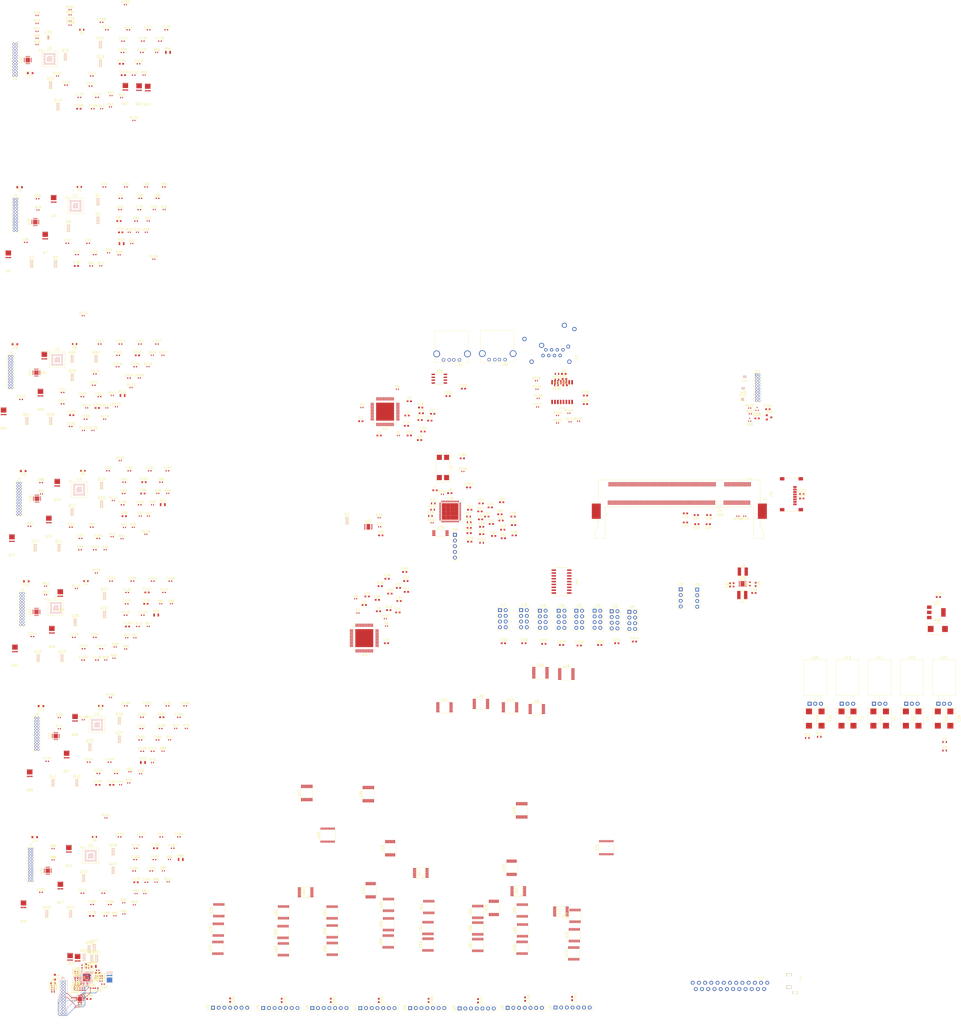
<source format=kicad_pcb>
(kicad_pcb (version 4) (host pcbnew 4.0.6)
  (layers (0 F.Cu signal) (1 In1.Cu power) (2 In2.Cu power) (31 B.Cu signal) (34 B.Paste user) (35 F.Paste user) (36 B.SilkS user) (37 F.SilkS user) (38 B.Mask user) (39 F.Mask user) (44 Edge.Cuts user))
  (net 0 "")
  (net 1 +12V)
  (net 2 GND)
  (net 3 "/Power Handling/VBUS_SUPPLY")
  (net 4 "Net-(C10-Pad1)")
  (net 5 +5VD)
  (net 6 +5V)
  (net 7 "Net-(C11-Pad1)")
  (net 8 "Net-(C17-Pad2)")
  (net 9 "Net-(C18-Pad2)")
  (net 10 +3V3)
  (net 11 "Net-(C24-Pad1)")
  (net 12 +9V)
  (net 13 "Net-(C28-Pad1)")
  (net 14 +1V8)
  (net 15 "Net-(C31-Pad1)")
  (net 16 "Net-(C39-Pad1)")
  (net 17 +15V)
  (net 18 "Net-(C46-Pad2)")
  (net 19 +1V1)
  (net 20 +3.3VA)
  (net 21 "Net-(C63-Pad2)")
  (net 22 "Net-(C66-Pad2)")
  (net 23 "Net-(C67-Pad2)")
  (net 24 "/Power Handling/USB C Power Supply 1/LDO_3V3")
  (net 25 "Net-(C75-Pad1)")
  (net 26 "/Power Handling/USB C Power Supply 1/PP_HV")
  (net 27 "Net-(C82-Pad1)")
  (net 28 "/Power Handling/USB C Power Supply 1/RESET")
  (net 29 "/Power Handling/USB C Power Supply 1/LDO_1V8D")
  (net 30 "/Power Handling/USB C Power Supply 1/LDO_1V8A")
  (net 31 "Net-(C87-Pad2)")
  (net 32 "/Power Handling/USB C Power Supply 3/LDO_3V3")
  (net 33 "Net-(C95-Pad1)")
  (net 34 "/Power Handling/USB C Power Supply 3/PP_HV")
  (net 35 "Net-(C102-Pad1)")
  (net 36 "/Power Handling/USB C Power Supply 3/RESET")
  (net 37 "/Power Handling/USB C Power Supply 3/LDO_1V8D")
  (net 38 "/Power Handling/USB C Power Supply 3/LDO_1V8A")
  (net 39 "Net-(C107-Pad2)")
  (net 40 "/Power Handling/USB C Power Supply 0/LDO_3V3")
  (net 41 "Net-(C115-Pad1)")
  (net 42 "/Power Handling/USB C Power Supply 0/PP_HV")
  (net 43 "Net-(C122-Pad1)")
  (net 44 "/Power Handling/USB C Power Supply 0/RESET")
  (net 45 "/Power Handling/USB C Power Supply 0/LDO_1V8D")
  (net 46 "/Power Handling/USB C Power Supply 0/LDO_1V8A")
  (net 47 "Net-(C127-Pad2)")
  (net 48 "/Power Handling/USB C Power Supply 4/LDO_3V3")
  (net 49 "Net-(C135-Pad1)")
  (net 50 "/Power Handling/USB C Power Supply 4/PP_HV")
  (net 51 "Net-(C142-Pad1)")
  (net 52 "/Power Handling/USB C Power Supply 4/RESET")
  (net 53 "/Power Handling/USB C Power Supply 4/LDO_1V8D")
  (net 54 "/Power Handling/USB C Power Supply 4/LDO_1V8A")
  (net 55 "Net-(C147-Pad2)")
  (net 56 "/Power Handling/USB C Power Supply 5/LDO_3V3")
  (net 57 "Net-(C155-Pad1)")
  (net 58 "/Power Handling/USB C Power Supply 5/PP_HV")
  (net 59 "Net-(C162-Pad1)")
  (net 60 "/Power Handling/USB C Power Supply 5/RESET")
  (net 61 "/Power Handling/USB C Power Supply 5/LDO_1V8D")
  (net 62 "/Power Handling/USB C Power Supply 5/LDO_1V8A")
  (net 63 "Net-(C167-Pad2)")
  (net 64 "/Power Handling/USB C Power Supply 6/LDO_3V3")
  (net 65 "Net-(C175-Pad1)")
  (net 66 "/Power Handling/USB C Power Supply 6/PP_HV")
  (net 67 "Net-(C182-Pad1)")
  (net 68 "/Power Handling/USB C Power Supply 6/RESET")
  (net 69 "/Power Handling/USB C Power Supply 6/LDO_1V8D")
  (net 70 "/Power Handling/USB C Power Supply 6/LDO_1V8A")
  (net 71 "Net-(C187-Pad2)")
  (net 72 "/Power Handling/USB C Power Supply 7/LDO_3V3")
  (net 73 "Net-(C195-Pad1)")
  (net 74 "/Power Handling/USB C Power Supply 7/PP_HV")
  (net 75 "Net-(C202-Pad1)")
  (net 76 "/Power Handling/USB C Power Supply 7/RESET")
  (net 77 "/Power Handling/USB C Power Supply 7/LDO_1V8D")
  (net 78 "/Power Handling/USB C Power Supply 7/LDO_1V8A")
  (net 79 "Net-(C207-Pad2)")
  (net 80 "/Power Handling/USB C Power Supply 2/LDO_3V3")
  (net 81 "Net-(C216-Pad1)")
  (net 82 "/Power Handling/USB C Power Supply 2/PP_HV")
  (net 83 "Net-(C223-Pad1)")
  (net 84 "/Power Handling/USB C Power Supply 2/RESET")
  (net 85 "/Power Handling/USB C Power Supply 2/LDO_1V8D")
  (net 86 "/Power Handling/USB C Power Supply 2/LDO_1V8A")
  (net 87 "Net-(C228-Pad2)")
  (net 88 "/Raspberry Pi Headers and Support Circuitry/H5V")
  (net 89 "Net-(C233-Pad1)")
  (net 90 "Net-(C234-Pad1)")
  (net 91 "Net-(C235-Pad1)")
  (net 92 "/Audio Mux and Control/MIC-IN-0")
  (net 93 "Net-(C236-Pad1)")
  (net 94 "/Audio Mux and Control/MIC-IN-1")
  (net 95 "Net-(C237-Pad1)")
  (net 96 "/Audio Mux and Control/MIC-IN-2")
  (net 97 "Net-(C238-Pad1)")
  (net 98 "/Audio Mux and Control/MIC-IN-3")
  (net 99 "Net-(C239-Pad1)")
  (net 100 "/Audio Mux and Control/MIC-IN-4")
  (net 101 "Net-(C240-Pad1)")
  (net 102 "/Audio Mux and Control/MIC-IN-5")
  (net 103 "Net-(C241-Pad1)")
  (net 104 "/Audio Mux and Control/MIC-IN-6")
  (net 105 "Net-(C242-Pad1)")
  (net 106 "/Audio Mux and Control/MIC-IN-7")
  (net 107 "Net-(C243-Pad1)")
  (net 108 "Net-(C243-Pad2)")
  (net 109 "Net-(C244-Pad1)")
  (net 110 "Net-(C244-Pad2)")
  (net 111 "Net-(C245-Pad1)")
  (net 112 "Net-(C245-Pad2)")
  (net 113 "Net-(C246-Pad1)")
  (net 114 "Net-(C246-Pad2)")
  (net 115 "Net-(C247-Pad1)")
  (net 116 "Net-(C247-Pad2)")
  (net 117 "Net-(C248-Pad1)")
  (net 118 "Net-(C248-Pad2)")
  (net 119 "Net-(C249-Pad1)")
  (net 120 "Net-(C249-Pad2)")
  (net 121 "Net-(C250-Pad1)")
  (net 122 "Net-(C250-Pad2)")
  (net 123 "Net-(C251-Pad1)")
  (net 124 "Net-(C252-Pad1)")
  (net 125 "Net-(C253-Pad1)")
  (net 126 "Net-(C254-Pad1)")
  (net 127 "Net-(D9-Pad1)")
  (net 128 "Net-(D10-Pad1)")
  (net 129 "Net-(D11-Pad1)")
  (net 130 "Net-(J1-Pad3)")
  (net 131 "Net-(J1-Pad5)")
  (net 132 "/Audio Mux and Control/SDA")
  (net 133 "/Audio Mux and Control/SCL")
  (net 134 "Net-(J1-Pad15)")
  (net 135 "Net-(J1-Pad17)")
  (net 136 "Net-(J1-Pad21)")
  (net 137 "/Audio Mux and Control/CE1")
  (net 138 "/Audio Mux and Control/CE0")
  (net 139 "/Audio Mux and Control/MISO")
  (net 140 "/Audio Mux and Control/MOSI")
  (net 141 "/Audio Mux and Control/SCLK")
  (net 142 "Net-(J1-Pad45)")
  (net 143 "Net-(J1-Pad47)")
  (net 144 "Net-(J1-Pad51)")
  (net 145 "Net-(J1-Pad53)")
  (net 146 "Net-(J1-Pad57)")
  (net 147 "Net-(J1-Pad59)")
  (net 148 "Net-(J1-Pad89)")
  (net 149 "Net-(J1-Pad93)")
  (net 150 "Net-(J1-Pad95)")
  (net 151 "Net-(J1-Pad99)")
  (net 152 "Net-(J1-Pad101)")
  (net 153 "Net-(J1-Pad105)")
  (net 154 "Net-(J1-Pad107)")
  (net 155 "Net-(J1-Pad111)")
  (net 156 "Net-(J1-Pad113)")
  (net 157 "Net-(J1-Pad117)")
  (net 158 "Net-(J1-Pad119)")
  (net 159 "Net-(J1-Pad123)")
  (net 160 "Net-(J1-Pad125)")
  (net 161 "Net-(J1-Pad129)")
  (net 162 "Net-(J1-Pad131)")
  (net 163 "Net-(J1-Pad135)")
  (net 164 "Net-(J1-Pad137)")
  (net 165 "Net-(J1-Pad141)")
  (net 166 "Net-(J1-Pad143)")
  (net 167 "Net-(J1-Pad147)")
  (net 168 "Net-(J1-Pad149)")
  (net 169 "Net-(J1-Pad153)")
  (net 170 "Net-(J1-Pad155)")
  (net 171 "Net-(J1-Pad159)")
  (net 172 "Net-(J1-Pad161)")
  (net 173 "Net-(J1-Pad171)")
  (net 174 "Net-(J1-Pad173)")
  (net 175 "Net-(J1-Pad175)")
  (net 176 "Net-(J1-Pad179)")
  (net 177 "Net-(J1-Pad10)")
  (net 178 "Net-(J1-Pad12)")
  (net 179 "Net-(J1-Pad16)")
  (net 180 "Net-(J1-Pad18)")
  (net 181 "Net-(J1-Pad22)")
  (net 182 "Net-(J1-Pad24)")
  (net 183 "Net-(J1-Pad34)")
  (net 184 "Net-(J1-Pad36)")
  (net 185 "Net-(J1-Pad46)")
  (net 186 "Net-(J1-Pad48)")
  (net 187 "Net-(J1-Pad52)")
  (net 188 "Net-(J1-Pad54)")
  (net 189 "/Power Handling/USB C Power Supply 0/20V_READY")
  (net 190 "Net-(J1-Pad60)")
  (net 191 "Net-(J1-Pad64)")
  (net 192 "Net-(J1-Pad66)")
  (net 193 "Net-(J1-Pad70)")
  (net 194 "Net-(J1-Pad72)")
  (net 195 "Net-(J1-Pad76)")
  (net 196 "Net-(J1-Pad78)")
  (net 197 "Net-(J1-Pad82)")
  (net 198 "Net-(J1-Pad84)")
  (net 199 "Net-(J1-Pad88)")
  (net 200 "Net-(J1-Pad94)")
  (net 201 "Net-(J1-Pad96)")
  (net 202 "Net-(J1-Pad100)")
  (net 203 "Net-(J1-Pad102)")
  (net 204 "Net-(J1-Pad106)")
  (net 205 "Net-(J1-Pad108)")
  (net 206 "Net-(J1-Pad112)")
  (net 207 "Net-(J1-Pad114)")
  (net 208 "Net-(J1-Pad118)")
  (net 209 "Net-(J1-Pad120)")
  (net 210 "Net-(J1-Pad124)")
  (net 211 "Net-(J1-Pad126)")
  (net 212 "Net-(J1-Pad128)")
  (net 213 "Net-(J1-Pad130)")
  (net 214 "Net-(J1-Pad132)")
  (net 215 "Net-(J1-Pad136)")
  (net 216 "Net-(J1-Pad138)")
  (net 217 "Net-(J1-Pad142)")
  (net 218 "Net-(J1-Pad144)")
  (net 219 "Net-(J1-Pad148)")
  (net 220 "Net-(J1-Pad150)")
  (net 221 "Net-(J1-Pad154)")
  (net 222 "Net-(J1-Pad156)")
  (net 223 "Net-(J1-Pad158)")
  (net 224 "Net-(J1-Pad160)")
  (net 225 "Net-(J1-Pad162)")
  (net 226 "Net-(J1-Pad166)")
  (net 227 "Net-(J1-Pad168)")
  (net 228 "Net-(J1-Pad172)")
  (net 229 "Net-(J1-Pad174)")
  (net 230 "Net-(J1-Pad176)")
  (net 231 "Net-(J1-Pad178)")
  (net 232 "Net-(J1-Pad180)")
  (net 233 "Net-(J2-PadA2)")
  (net 234 "Net-(J2-PadB11)")
  (net 235 "Net-(J2-PadA3)")
  (net 236 "Net-(J2-PadB10)")
  (net 237 "Net-(J2-PadA10)")
  (net 238 "Net-(J2-PadB3)")
  (net 239 "Net-(J2-PadA11)")
  (net 240 "Net-(J2-PadB2)")
  (net 241 "Net-(J3-PadA2)")
  (net 242 "Net-(J3-PadB11)")
  (net 243 "Net-(J3-PadA3)")
  (net 244 "Net-(J3-PadB10)")
  (net 245 "Net-(J3-PadA10)")
  (net 246 "Net-(J3-PadB3)")
  (net 247 "Net-(J3-PadA11)")
  (net 248 "Net-(J3-PadB2)")
  (net 249 "Net-(J4-PadA2)")
  (net 250 "Net-(J4-PadB11)")
  (net 251 "Net-(J4-PadA3)")
  (net 252 "Net-(J4-PadB10)")
  (net 253 "Net-(J4-PadA10)")
  (net 254 "Net-(J4-PadB3)")
  (net 255 "Net-(J4-PadA11)")
  (net 256 "Net-(J4-PadB2)")
  (net 257 "Net-(J5-PadA2)")
  (net 258 "Net-(J5-PadB11)")
  (net 259 "Net-(J5-PadA3)")
  (net 260 "Net-(J5-PadB10)")
  (net 261 "Net-(J5-PadA10)")
  (net 262 "Net-(J5-PadB3)")
  (net 263 "Net-(J5-PadA11)")
  (net 264 "Net-(J5-PadB2)")
  (net 265 "Net-(J6-PadA2)")
  (net 266 "Net-(J6-PadB11)")
  (net 267 "Net-(J6-PadA3)")
  (net 268 "Net-(J6-PadB10)")
  (net 269 "Net-(J6-PadA10)")
  (net 270 "Net-(J6-PadB3)")
  (net 271 "Net-(J6-PadA11)")
  (net 272 "Net-(J6-PadB2)")
  (net 273 "Net-(J7-PadA2)")
  (net 274 "Net-(J7-PadB11)")
  (net 275 "Net-(J7-PadA3)")
  (net 276 "Net-(J7-PadB10)")
  (net 277 "Net-(J7-PadA10)")
  (net 278 "Net-(J7-PadB3)")
  (net 279 "Net-(J7-PadA11)")
  (net 280 "Net-(J7-PadB2)")
  (net 281 "Net-(J8-PadA2)")
  (net 282 "Net-(J8-PadB11)")
  (net 283 "Net-(J8-PadA3)")
  (net 284 "Net-(J8-PadB10)")
  (net 285 "Net-(J8-PadA10)")
  (net 286 "Net-(J8-PadB3)")
  (net 287 "Net-(J8-PadA11)")
  (net 288 "Net-(J8-PadB2)")
  (net 289 "Net-(J9-PadA2)")
  (net 290 "Net-(J9-PadB11)")
  (net 291 "Net-(J9-PadA3)")
  (net 292 "Net-(J9-PadB10)")
  (net 293 "Net-(J9-PadA10)")
  (net 294 "Net-(J9-PadB3)")
  (net 295 "Net-(J9-PadA11)")
  (net 296 "Net-(J9-PadB2)")
  (net 297 "Net-(J11-Pad1)")
  (net 298 "Net-(J11-Pad3)")
  (net 299 "Net-(J11-Pad4)")
  (net 300 "Net-(J11-Pad6)")
  (net 301 "Net-(J11-Pad7)")
  (net 302 "Net-(J11-Pad9)")
  (net 303 "Net-(J11-Pad10)")
  (net 304 "Net-(J11-Pad12)")
  (net 305 "Net-(J11-Pad13)")
  (net 306 "Net-(J11-Pad14)")
  (net 307 "Net-(J11-Pad19)")
  (net 308 "Net-(J12-Pad1)")
  (net 309 "Net-(J12-Pad2)")
  (net 310 "Net-(J12-Pad3)")
  (net 311 "Net-(J12-Pad4)")
  (net 312 "Net-(J12-Pad6)")
  (net 313 "Net-(J12-Pad7)")
  (net 314 "/Audio Mux and Control/Device 3 MUX connections/RIGHT-OUT")
  (net 315 "/Audio Mux and Control/Device 2 MUX connections/LEFT-OUT")
  (net 316 "/Audio Mux and Control/Device 1 MUX connections/RIGHT-OUT")
  (net 317 "/Audio Mux and Control/Device 0 MUX connections/LEFT-OUT")
  (net 318 "/Audio Mux and Control/Device 4 MUX connections/LEFT-OUT")
  (net 319 "/Audio Mux and Control/Device 5 MUX connections/RIGHT-OUT")
  (net 320 "/Audio Mux and Control/Device 6 MUX connections/LEFT-OUT")
  (net 321 "/Audio Mux and Control/Device 7 MUX connections/RIGHT-OUT")
  (net 322 "/Audio Mux and Control/Device 7 MUX connections/LEFT-OUT")
  (net 323 "/Audio Mux and Control/Device 6 MUX connections/RIGHT-OUT")
  (net 324 "/Audio Mux and Control/Device 5 MUX connections/LEFT-OUT")
  (net 325 "/Audio Mux and Control/Device 4 MUX connections/RIGHT-OUT")
  (net 326 "/Audio Mux and Control/Device 3 MUX connections/LEFT-OUT")
  (net 327 "/Audio Mux and Control/Device 2 MUX connections/RIGHT-OUT")
  (net 328 "/Audio Mux and Control/Device 1 MUX connections/LEFT-OUT")
  (net 329 "/Audio Mux and Control/Device 0 MUX connections/RIGHT-OUT")
  (net 330 "Net-(J14-Pad2)")
  (net 331 "Net-(J14-Pad3)")
  (net 332 "Net-(J17-Pad2)")
  (net 333 "Net-(J17-Pad3)")
  (net 334 "Net-(J17-Pad6)")
  (net 335 "/Audio Mux and Control/PTT-0")
  (net 336 "/Audio Mux and Control/MIC-MUTE-0")
  (net 337 "Net-(J18-Pad2)")
  (net 338 "Net-(J18-Pad3)")
  (net 339 "/Audio Mux and Control/PTT-1")
  (net 340 "/Audio Mux and Control/MIC-MUTE-1")
  (net 341 "Net-(J19-Pad2)")
  (net 342 "Net-(J19-Pad3)")
  (net 343 "/Audio Mux and Control/PTT-2")
  (net 344 "/Audio Mux and Control/MIC-MUTE-2")
  (net 345 "Net-(J20-Pad2)")
  (net 346 "Net-(J20-Pad3)")
  (net 347 "/Audio Mux and Control/PTT-3")
  (net 348 "/Audio Mux and Control/MIC-MUTE-3")
  (net 349 "Net-(J21-Pad2)")
  (net 350 "Net-(J21-Pad3)")
  (net 351 "/Audio Mux and Control/PTT-4")
  (net 352 "/Audio Mux and Control/MIC-MUTE-4")
  (net 353 "Net-(J22-Pad2)")
  (net 354 "Net-(J22-Pad3)")
  (net 355 "/Audio Mux and Control/PTT-5")
  (net 356 "/Audio Mux and Control/MIC-MUTE-5")
  (net 357 "Net-(J23-Pad2)")
  (net 358 "Net-(J23-Pad3)")
  (net 359 "/Audio Mux and Control/PTT-6")
  (net 360 "/Audio Mux and Control/MIC-MUTE-6")
  (net 361 "Net-(J24-Pad2)")
  (net 362 "Net-(J24-Pad3)")
  (net 363 "/Audio Mux and Control/PTT-7")
  (net 364 "/Audio Mux and Control/MIC-MUTE-7")
  (net 365 "Net-(J25-Pad6)")
  (net 366 "Net-(J25-Pad7)")
  (net 367 "Net-(J26-Pad6)")
  (net 368 "Net-(J26-Pad7)")
  (net 369 "Net-(J27-Pad6)")
  (net 370 "Net-(J27-Pad7)")
  (net 371 "Net-(J28-Pad6)")
  (net 372 "Net-(J28-Pad7)")
  (net 373 "Net-(J29-Pad6)")
  (net 374 "Net-(J29-Pad7)")
  (net 375 "Net-(J30-Pad6)")
  (net 376 "Net-(J30-Pad7)")
  (net 377 "Net-(J31-Pad6)")
  (net 378 "Net-(J31-Pad7)")
  (net 379 "Net-(J32-Pad6)")
  (net 380 "Net-(J32-Pad7)")
  (net 381 "Net-(J35-Pad2)")
  (net 382 "Net-(J35-Pad3)")
  (net 383 "Net-(J35-Pad4)")
  (net 384 "Net-(J35-Pad5)")
  (net 385 "Net-(L3-Pad1)")
  (net 386 "Net-(L4-Pad1)")
  (net 387 +20V)
  (net 388 "/Power Handling/USB C Power Supply 1/SENSEP")
  (net 389 "/Power Handling/USB C Power Supply 1/SENSEN")
  (net 390 "/Power Handling/USB C Power Supply 1/HV_GATE_1")
  (net 391 "/Power Handling/USB C Power Supply 1/HV_GATE_2")
  (net 392 "Net-(Q5-Pad1)")
  (net 393 "/Power Handling/USB C Power Supply 1/GPIO6")
  (net 394 "/Power Handling/USB C Power Supply 1/GPIO7")
  (net 395 "/Power Handling/USB C Power Supply 1/GPIO8")
  (net 396 "/Power Handling/USB C Power Supply 1/GPIO2")
  (net 397 "/Power Handling/USB C Power Supply 1/GPIO3")
  (net 398 "/Power Handling/USB C Power Supply 3/SENSEP")
  (net 399 "/Power Handling/USB C Power Supply 3/SENSEN")
  (net 400 "/Power Handling/USB C Power Supply 3/HV_GATE_1")
  (net 401 "/Power Handling/USB C Power Supply 3/HV_GATE_2")
  (net 402 "Net-(Q13-Pad1)")
  (net 403 "/Power Handling/USB C Power Supply 3/GPIO6")
  (net 404 "/Power Handling/USB C Power Supply 3/GPIO7")
  (net 405 "/Power Handling/USB C Power Supply 3/GPIO8")
  (net 406 "/Power Handling/USB C Power Supply 3/GPIO2")
  (net 407 "/Power Handling/USB C Power Supply 3/GPIO3")
  (net 408 "/Power Handling/USB C Power Supply 0/SENSEP")
  (net 409 "/Power Handling/USB C Power Supply 0/SENSEN")
  (net 410 "/Power Handling/USB C Power Supply 0/HV_GATE_1")
  (net 411 "/Power Handling/USB C Power Supply 0/HV_GATE_2")
  (net 412 "Net-(Q21-Pad1)")
  (net 413 "/Power Handling/USB C Power Supply 0/GPIO6")
  (net 414 "/Power Handling/USB C Power Supply 0/GPIO7")
  (net 415 "/Power Handling/USB C Power Supply 0/GPIO8")
  (net 416 "/Power Handling/USB C Power Supply 0/GPIO2")
  (net 417 "/Power Handling/USB C Power Supply 0/GPIO3")
  (net 418 "/Power Handling/USB C Power Supply 4/SENSEP")
  (net 419 "/Power Handling/USB C Power Supply 4/SENSEN")
  (net 420 "/Power Handling/USB C Power Supply 4/HV_GATE_1")
  (net 421 "/Power Handling/USB C Power Supply 4/HV_GATE_2")
  (net 422 "Net-(Q29-Pad1)")
  (net 423 "/Power Handling/USB C Power Supply 4/GPIO6")
  (net 424 "/Power Handling/USB C Power Supply 4/GPIO7")
  (net 425 "/Power Handling/USB C Power Supply 4/GPIO8")
  (net 426 "/Power Handling/USB C Power Supply 4/GPIO2")
  (net 427 "/Power Handling/USB C Power Supply 4/GPIO3")
  (net 428 "/Power Handling/USB C Power Supply 5/SENSEP")
  (net 429 "/Power Handling/USB C Power Supply 5/SENSEN")
  (net 430 "/Power Handling/USB C Power Supply 5/HV_GATE_1")
  (net 431 "/Power Handling/USB C Power Supply 5/HV_GATE_2")
  (net 432 "Net-(Q37-Pad1)")
  (net 433 "/Power Handling/USB C Power Supply 5/GPIO6")
  (net 434 "/Power Handling/USB C Power Supply 5/GPIO7")
  (net 435 "/Power Handling/USB C Power Supply 5/GPIO8")
  (net 436 "/Power Handling/USB C Power Supply 5/GPIO2")
  (net 437 "/Power Handling/USB C Power Supply 5/GPIO3")
  (net 438 "/Power Handling/USB C Power Supply 6/SENSEP")
  (net 439 "/Power Handling/USB C Power Supply 6/SENSEN")
  (net 440 "/Power Handling/USB C Power Supply 6/HV_GATE_1")
  (net 441 "/Power Handling/USB C Power Supply 6/HV_GATE_2")
  (net 442 "Net-(Q45-Pad1)")
  (net 443 "/Power Handling/USB C Power Supply 6/GPIO6")
  (net 444 "/Power Handling/USB C Power Supply 6/GPIO7")
  (net 445 "/Power Handling/USB C Power Supply 6/GPIO8")
  (net 446 "/Power Handling/USB C Power Supply 6/GPIO2")
  (net 447 "/Power Handling/USB C Power Supply 6/GPIO3")
  (net 448 "/Power Handling/USB C Power Supply 7/SENSEP")
  (net 449 "/Power Handling/USB C Power Supply 7/SENSEN")
  (net 450 "/Power Handling/USB C Power Supply 7/HV_GATE_1")
  (net 451 "/Power Handling/USB C Power Supply 7/HV_GATE_2")
  (net 452 "Net-(Q53-Pad1)")
  (net 453 "/Power Handling/USB C Power Supply 7/GPIO6")
  (net 454 "/Power Handling/USB C Power Supply 7/GPIO7")
  (net 455 "/Power Handling/USB C Power Supply 7/GPIO8")
  (net 456 "/Power Handling/USB C Power Supply 7/GPIO2")
  (net 457 "/Power Handling/USB C Power Supply 7/GPIO3")
  (net 458 "/Power Handling/USB C Power Supply 2/SENSEP")
  (net 459 "/Power Handling/USB C Power Supply 2/SENSEN")
  (net 460 "/Power Handling/USB C Power Supply 2/HV_GATE_1")
  (net 461 "/Power Handling/USB C Power Supply 2/HV_GATE_2")
  (net 462 "Net-(Q61-Pad1)")
  (net 463 "/Power Handling/USB C Power Supply 2/GPIO6")
  (net 464 "/Power Handling/USB C Power Supply 2/GPIO7")
  (net 465 "/Power Handling/USB C Power Supply 2/GPIO8")
  (net 466 "/Power Handling/USB C Power Supply 2/GPIO2")
  (net 467 "/Power Handling/USB C Power Supply 2/GPIO3")
  (net 468 "Net-(R1-Pad1)")
  (net 469 "Net-(R2-Pad1)")
  (net 470 "Net-(R4-Pad1)")
  (net 471 "Net-(R6-Pad1)")
  (net 472 "Net-(R7-Pad1)")
  (net 473 "Net-(R10-Pad1)")
  (net 474 "Net-(R12-Pad2)")
  (net 475 "Net-(R14-Pad2)")
  (net 476 "Net-(R15-Pad1)")
  (net 477 "Net-(R16-Pad2)")
  (net 478 "Net-(R17-Pad1)")
  (net 479 "Net-(R18-Pad2)")
  (net 480 "Net-(R19-Pad2)")
  (net 481 "Net-(R21-Pad2)")
  (net 482 "Net-(R22-Pad2)")
  (net 483 "Net-(R23-Pad2)")
  (net 484 "Net-(R24-Pad2)")
  (net 485 "Net-(R25-Pad1)")
  (net 486 "Net-(R26-Pad1)")
  (net 487 "Net-(R27-Pad1)")
  (net 488 "Net-(R28-Pad2)")
  (net 489 "Net-(R31-Pad2)")
  (net 490 "Net-(R32-Pad2)")
  (net 491 "Net-(R34-Pad2)")
  (net 492 "Net-(R35-Pad2)")
  (net 493 "Net-(R36-Pad2)")
  (net 494 "Net-(R37-Pad2)")
  (net 495 "Net-(R38-Pad1)")
  (net 496 "Net-(R39-Pad1)")
  (net 497 "Net-(R40-Pad1)")
  (net 498 "Net-(R41-Pad2)")
  (net 499 "Net-(R44-Pad2)")
  (net 500 "Net-(R45-Pad2)")
  (net 501 "Net-(R47-Pad2)")
  (net 502 "Net-(R48-Pad2)")
  (net 503 "Net-(R49-Pad2)")
  (net 504 "Net-(R50-Pad2)")
  (net 505 "Net-(R51-Pad1)")
  (net 506 "Net-(R52-Pad1)")
  (net 507 "Net-(R53-Pad1)")
  (net 508 "Net-(R54-Pad2)")
  (net 509 "Net-(R57-Pad2)")
  (net 510 "Net-(R58-Pad2)")
  (net 511 "Net-(R60-Pad2)")
  (net 512 "Net-(R61-Pad2)")
  (net 513 "Net-(R62-Pad2)")
  (net 514 "Net-(R63-Pad2)")
  (net 515 "Net-(R64-Pad1)")
  (net 516 "Net-(R65-Pad1)")
  (net 517 "Net-(R66-Pad1)")
  (net 518 "Net-(R67-Pad2)")
  (net 519 "Net-(R70-Pad2)")
  (net 520 "Net-(R71-Pad2)")
  (net 521 "Net-(R73-Pad2)")
  (net 522 "Net-(R74-Pad2)")
  (net 523 "Net-(R75-Pad2)")
  (net 524 "Net-(R76-Pad2)")
  (net 525 "Net-(R77-Pad1)")
  (net 526 "Net-(R78-Pad1)")
  (net 527 "Net-(R79-Pad1)")
  (net 528 "Net-(R80-Pad2)")
  (net 529 "Net-(R83-Pad2)")
  (net 530 "Net-(R84-Pad2)")
  (net 531 "Net-(R86-Pad2)")
  (net 532 "Net-(R87-Pad2)")
  (net 533 "Net-(R88-Pad2)")
  (net 534 "Net-(R89-Pad2)")
  (net 535 "Net-(R90-Pad1)")
  (net 536 "Net-(R91-Pad1)")
  (net 537 "Net-(R92-Pad1)")
  (net 538 "Net-(R93-Pad2)")
  (net 539 "Net-(R96-Pad2)")
  (net 540 "Net-(R97-Pad2)")
  (net 541 "Net-(R99-Pad2)")
  (net 542 "Net-(R100-Pad2)")
  (net 543 "Net-(R101-Pad2)")
  (net 544 "Net-(R102-Pad2)")
  (net 545 "Net-(R103-Pad1)")
  (net 546 "Net-(R104-Pad1)")
  (net 547 "Net-(R105-Pad1)")
  (net 548 "Net-(R106-Pad2)")
  (net 549 "Net-(R109-Pad2)")
  (net 550 "Net-(R110-Pad2)")
  (net 551 "Net-(R112-Pad2)")
  (net 552 "Net-(R113-Pad2)")
  (net 553 "Net-(R114-Pad2)")
  (net 554 "Net-(R115-Pad2)")
  (net 555 "Net-(R116-Pad1)")
  (net 556 "Net-(R117-Pad1)")
  (net 557 "Net-(R118-Pad1)")
  (net 558 "Net-(R119-Pad2)")
  (net 559 "Net-(R125-Pad2)")
  (net 560 "Net-(R126-Pad2)")
  (net 561 "/Raspberry Pi Headers and Support Circuitry/USB Ethernet/FDX_LED")
  (net 562 "/Raspberry Pi Headers and Support Circuitry/USB Ethernet/LNK_LED")
  (net 563 "/Raspberry Pi Headers and Support Circuitry/USB Ethernet/SPD_LED")
  (net 564 "Net-(R134-Pad1)")
  (net 565 "Net-(R135-Pad1)")
  (net 566 "Net-(R136-Pad1)")
  (net 567 "Net-(R137-Pad1)")
  (net 568 "Net-(R138-Pad1)")
  (net 569 "Net-(R139-Pad1)")
  (net 570 "Net-(R140-Pad1)")
  (net 571 "Net-(R141-Pad1)")
  (net 572 "Net-(R142-Pad1)")
  (net 573 "Net-(R143-Pad2)")
  (net 574 "Net-(R144-Pad2)")
  (net 575 "Net-(R145-Pad2)")
  (net 576 "Net-(R146-Pad2)")
  (net 577 "Net-(R147-Pad2)")
  (net 578 "Net-(R148-Pad2)")
  (net 579 "Net-(R151-Pad1)")
  (net 580 "Net-(R153-Pad2)")
  (net 581 "Net-(R154-Pad2)")
  (net 582 "Net-(R156-Pad1)")
  (net 583 "Net-(R157-Pad1)")
  (net 584 "Net-(R160-Pad2)")
  (net 585 "Net-(R161-Pad2)")
  (net 586 "Net-(R162-Pad2)")
  (net 587 "Net-(R163-Pad2)")
  (net 588 "Net-(R164-Pad2)")
  (net 589 "Net-(R165-Pad2)")
  (net 590 "Net-(RN1-Pad9)")
  (net 591 "Net-(U0-PadC1)")
  (net 592 "Net-(U0-PadE2)")
  (net 593 "/Power Handling/USB C Power Supply 0/VOUT3V3")
  (net 594 "Net-(U0-PadF4)")
  (net 595 "Net-(U0-PadG4)")
  (net 596 "Net-(U0-PadK4)")
  (net 597 "Net-(U0-PadB6)")
  (net 598 "Net-(U0-PadF11)")
  (net 599 "Net-(U0-PadL11)")
  (net 600 "Net-(U1-PadC1)")
  (net 601 "Net-(U1-PadF1)")
  (net 602 "Net-(U1-PadE2)")
  (net 603 "/Power Handling/USB C Power Supply 1/VOUT3V3")
  (net 604 "Net-(U1-PadF4)")
  (net 605 "Net-(U1-PadG4)")
  (net 606 "Net-(U1-PadK4)")
  (net 607 "Net-(U1-PadB6)")
  (net 608 "Net-(U1-PadF11)")
  (net 609 "Net-(U1-PadL11)")
  (net 610 "Net-(U2-PadC1)")
  (net 611 "Net-(U2-PadE2)")
  (net 612 "/Power Handling/USB C Power Supply 2/VOUT3V3")
  (net 613 "Net-(U2-PadF4)")
  (net 614 "Net-(U2-PadG4)")
  (net 615 "Net-(U2-PadK4)")
  (net 616 "Net-(U2-PadB6)")
  (net 617 "Net-(U2-PadF11)")
  (net 618 "Net-(U2-PadL11)")
  (net 619 "Net-(U3-PadC1)")
  (net 620 "Net-(U3-PadE2)")
  (net 621 "/Power Handling/USB C Power Supply 3/VOUT3V3")
  (net 622 "Net-(U3-PadF4)")
  (net 623 "Net-(U3-PadG4)")
  (net 624 "Net-(U3-PadK4)")
  (net 625 "Net-(U3-PadB6)")
  (net 626 "Net-(U3-PadF11)")
  (net 627 "Net-(U3-PadL11)")
  (net 628 "Net-(U4-PadC1)")
  (net 629 "Net-(U4-PadE2)")
  (net 630 "/Power Handling/USB C Power Supply 4/VOUT3V3")
  (net 631 "Net-(U4-PadF4)")
  (net 632 "Net-(U4-PadG4)")
  (net 633 "Net-(U4-PadK4)")
  (net 634 "Net-(U4-PadB6)")
  (net 635 "Net-(U4-PadF11)")
  (net 636 "Net-(U4-PadL11)")
  (net 637 "Net-(U5-PadC1)")
  (net 638 "Net-(U5-PadE2)")
  (net 639 "/Power Handling/USB C Power Supply 5/VOUT3V3")
  (net 640 "Net-(U5-PadF4)")
  (net 641 "Net-(U5-PadG4)")
  (net 642 "Net-(U5-PadK4)")
  (net 643 "Net-(U5-PadB6)")
  (net 644 "Net-(U5-PadF11)")
  (net 645 "Net-(U5-PadL11)")
  (net 646 "Net-(U6-PadC1)")
  (net 647 "Net-(U6-PadE2)")
  (net 648 "/Power Handling/USB C Power Supply 6/VOUT3V3")
  (net 649 "Net-(U6-PadF4)")
  (net 650 "Net-(U6-PadG4)")
  (net 651 "Net-(U6-PadK4)")
  (net 652 "Net-(U6-PadB6)")
  (net 653 "Net-(U6-PadF11)")
  (net 654 "Net-(U6-PadL11)")
  (net 655 "Net-(U7-PadC1)")
  (net 656 "Net-(U7-PadE2)")
  (net 657 "/Power Handling/USB C Power Supply 7/VOUT3V3")
  (net 658 "Net-(U7-PadF4)")
  (net 659 "Net-(U7-PadG4)")
  (net 660 "Net-(U7-PadK4)")
  (net 661 "Net-(U7-PadB6)")
  (net 662 "Net-(U7-PadF11)")
  (net 663 "Net-(U7-PadL11)")
  (net 664 "Net-(U48-Pad5)")
  (net 665 "Net-(U48-Pad6)")
  (net 666 "Net-(U48-Pad7)")
  (net 667 "Net-(U48-Pad4)")
  (net 668 "Net-(U48-Pad10)")
  (net 669 "Net-(U48-Pad11)")
  (net 670 "Net-(U48-Pad12)")
  (net 671 "Net-(U48-Pad9)")
  (net 672 "Net-(U12-Pad5)")
  (net 673 "Net-(U12-Pad6)")
  (net 674 "Net-(U12-Pad7)")
  (net 675 "Net-(U12-Pad8)")
  (net 676 "Net-(U12-Pad11)")
  (net 677 "Net-(U12-Pad12)")
  (net 678 "Net-(U12-Pad14)")
  (net 679 "Net-(U12-Pad15)")
  (net 680 "Net-(U12-Pad18)")
  (net 681 "Net-(U12-Pad23)")
  (net 682 "Net-(U12-Pad24)")
  (net 683 "Net-(U12-Pad26)")
  (net 684 "Net-(U12-Pad27)")
  (net 685 "Net-(U12-Pad28)")
  (net 686 "Net-(U12-Pad29)")
  (net 687 "/USB CLKs / Assorted Component Units/USB_CLK")
  (net 688 "Net-(U12-Pad35)")
  (net 689 "Net-(U12-Pad36)")
  (net 690 "Net-(U12-Pad38)")
  (net 691 "Net-(U12-Pad39)")
  (net 692 "Net-(U12-Pad40)")
  (net 693 "Net-(U12-Pad43)")
  (net 694 "Net-(U12-Pad44)")
  (net 695 "Net-(U12-Pad46)")
  (net 696 "Net-(U12-Pad47)")
  (net 697 "Net-(U12-Pad51)")
  (net 698 "Net-(U12-Pad52)")
  (net 699 "Net-(U12-Pad54)")
  (net 700 "Net-(U12-Pad55)")
  (net 701 "Net-(U12-Pad58)")
  (net 702 "Net-(U12-Pad59)")
  (net 703 "Net-(U12-Pad61)")
  (net 704 "Net-(U12-Pad62)")
  (net 705 "Net-(U14-Pad5)")
  (net 706 "Net-(U14-Pad6)")
  (net 707 "Net-(U14-Pad12)")
  (net 708 "Net-(U14-Pad13)")
  (net 709 "Net-(U15-Pad5)")
  (net 710 "Net-(U15-Pad6)")
  (net 711 "Net-(U15-Pad12)")
  (net 712 "Net-(U15-Pad13)")
  (net 713 "Net-(U16-Pad5)")
  (net 714 "Net-(U16-Pad6)")
  (net 715 "Net-(U16-Pad12)")
  (net 716 "Net-(U16-Pad13)")
  (net 717 "Net-(U17-Pad2)")
  (net 718 "Net-(U17-Pad4)")
  (net 719 "Net-(U17-Pad5)")
  (net 720 "Net-(U17-Pad6)")
  (net 721 "Net-(U17-Pad9)")
  (net 722 "Net-(U17-Pad10)")
  (net 723 "Net-(U17-Pad12)")
  (net 724 "Net-(U17-Pad13)")
  (net 725 "Net-(U18-Pad5)")
  (net 726 "Net-(U18-Pad6)")
  (net 727 "Net-(U18-Pad12)")
  (net 728 "Net-(U18-Pad13)")
  (net 729 "Net-(U19-Pad2)")
  (net 730 "Net-(U19-Pad4)")
  (net 731 "Net-(U19-Pad5)")
  (net 732 "Net-(U19-Pad6)")
  (net 733 "Net-(U19-Pad9)")
  (net 734 "Net-(U19-Pad10)")
  (net 735 "Net-(U19-Pad12)")
  (net 736 "Net-(U19-Pad13)")
  (net 737 "/Audio Mux and Control/COMBI-4")
  (net 738 "Net-(U20-Pad4)")
  (net 739 "Net-(U20-Pad7)")
  (net 740 "/Audio Mux and Control/MIC-MUTE-Pi-1")
  (net 741 "/Audio Mux and Control/MIC-MUTE-Pi-2")
  (net 742 "Net-(U20-Pad14)")
  (net 743 "Net-(U20-Pad15)")
  (net 744 "Net-(U20-Pad17)")
  (net 745 "/Audio Mux and Control/MIC-MUTE-Pi-3")
  (net 746 "/Audio Mux and Control/COMBI-0")
  (net 747 "Net-(U21-Pad4)")
  (net 748 "Net-(U21-Pad7)")
  (net 749 "/Audio Mux and Control/COMBI-5")
  (net 750 "/Audio Mux and Control/COMBI-6")
  (net 751 "Net-(U21-Pad14)")
  (net 752 "Net-(U21-Pad15)")
  (net 753 "Net-(U21-Pad17)")
  (net 754 "/Audio Mux and Control/MIC-MUTE-Pi-7")
  (net 755 "Net-(U24-Pad5)")
  (net 756 "Net-(U24-Pad6)")
  (net 757 "Net-(U24-Pad7)")
  (net 758 "Net-(U24-Pad8)")
  (net 759 "Net-(U24-Pad11)")
  (net 760 "Net-(U24-Pad12)")
  (net 761 "Net-(U24-Pad14)")
  (net 762 "Net-(U24-Pad15)")
  (net 763 "Net-(U24-Pad18)")
  (net 764 "Net-(U24-Pad23)")
  (net 765 "Net-(U24-Pad24)")
  (net 766 "Net-(U24-Pad26)")
  (net 767 "Net-(U24-Pad27)")
  (net 768 "Net-(U24-Pad28)")
  (net 769 "Net-(U24-Pad29)")
  (net 770 "Net-(U24-Pad35)")
  (net 771 "Net-(U24-Pad36)")
  (net 772 "Net-(U24-Pad38)")
  (net 773 "Net-(U24-Pad39)")
  (net 774 "Net-(U24-Pad40)")
  (net 775 "Net-(U24-Pad43)")
  (net 776 "Net-(U24-Pad44)")
  (net 777 "Net-(U24-Pad46)")
  (net 778 "Net-(U24-Pad47)")
  (net 779 "Net-(U24-Pad51)")
  (net 780 "Net-(U24-Pad52)")
  (net 781 "Net-(U24-Pad54)")
  (net 782 "Net-(U24-Pad55)")
  (net 783 "Net-(U24-Pad58)")
  (net 784 "Net-(U24-Pad59)")
  (net 785 "Net-(U24-Pad61)")
  (net 786 "Net-(U24-Pad62)")
  (net 787 "Net-(U25-Pad5)")
  (net 788 "Net-(U25-Pad11)")
  (net 789 "Net-(U27-Pad3)")
  (net 790 "Net-(U27-Pad7)")
  (net 791 "Net-(U28-Pad13)")
  (net 792 "Net-(U28-Pad14)")
  (net 793 "Net-(U28-Pad16)")
  (net 794 "Net-(U28-Pad17)")
  (net 795 "Net-(U28-Pad18)")
  (net 796 "Net-(U28-Pad23)")
  (net 797 "Net-(U28-Pad25)")
  (net 798 "Net-(U28-Pad26)")
  (net 799 "Net-(U28-Pad35)")
  (net 800 "Net-(U28-Pad36)")
  (net 801 "Net-(U28-Pad37)")
  (net 802 "Net-(U28-Pad42)")
  (net 803 "Net-(U28-Pad43)")
  (net 804 "Net-(U28-Pad47)")
  (net 805 "Net-(U42-PadB1)")
  (net 806 "Net-(U44-Pad4)")
  (net 807 "Net-(U44-Pad5)")
  (net 808 "Net-(U44-Pad12)")
  (net 809 "Net-(U44-Pad13)")
  (net 810 "/Audio Mux and Control/MIC-MUTE-Pi-0")
  (net 811 "/Audio Mux and Control/MIC-MUTE-Pi-4")
  (net 812 "/Audio Mux and Control/MIC-MUTE-Pi-5")
  (net 813 "/Audio Mux and Control/MIC-MUTE-Pi-6")
  (net 814 "Net-(U45-Pad13)")
  (net 815 "/Audio Mux and Control/COMBI-1")
  (net 816 "/Audio Mux and Control/COMBI-2")
  (net 817 "/Audio Mux and Control/COMBI-3")
  (net 818 "/Audio Mux and Control/COMBI-7")
  (net 819 "Net-(U46-Pad13)")
  (net 820 "/Audio Mux and Control/PTT-Pi-0")
  (net 821 "/Audio Mux and Control/PTT-Pi-1")
  (net 822 "/Audio Mux and Control/PTT-Pi-2")
  (net 823 "/Audio Mux and Control/PTT-Pi-3")
  (net 824 "/Audio Mux and Control/PTT-Pi-4")
  (net 825 "/Audio Mux and Control/PTT-Pi-5")
  (net 826 "/Audio Mux and Control/PTT-Pi-6")
  (net 827 "/Audio Mux and Control/PTT-Pi-7")
  (net 828 "Net-(U47-Pad13)")
  (net 829 "Net-(U48-Pad13)")
  (net 830 "Net-(U49-Pad13)")
  (net 831 "Net-(U50-Pad2)")
  (net 832 "Net-(U50-Pad5)")
  (net 833 "Net-(U50-Pad9)")
  (net 834 "Net-(U50-Pad12)")
  (net 835 "/Audio Mux and Control/Device 1 MUX connections/DIN")
  (net 836 "Net-(U51-Pad13)")
  (net 837 "Net-(U52-Pad13)")
  (net 838 "/Audio Mux and Control/Device 0 MUX connections/DIN")
  (net 839 "/Audio Mux and Control/Device 2 MUX connections/DIN")
  (net 840 "Net-(U54-Pad13)")
  (net 841 "Net-(U55-Pad13)")
  (net 842 "Net-(U57-Pad1)")
  (net 843 "Net-(U57-Pad4)")
  (net 844 "Net-(U57-Pad9)")
  (net 845 "Net-(U57-Pad12)")
  (net 846 "/Audio Mux and Control/Device 3 MUX connections/DIN")
  (net 847 "Net-(U58-Pad13)")
  (net 848 "Net-(U59-Pad13)")
  (net 849 "/Audio Mux and Control/Device 4 MUX connections/DIN")
  (net 850 "Net-(U61-Pad13)")
  (net 851 "Net-(U62-Pad13)")
  (net 852 "Net-(U64-Pad2)")
  (net 853 "Net-(U64-Pad5)")
  (net 854 "Net-(U64-Pad9)")
  (net 855 "Net-(U64-Pad12)")
  (net 856 "/Audio Mux and Control/Device 5 MUX connections/DIN")
  (net 857 "Net-(U65-Pad13)")
  (net 858 "Net-(U66-Pad13)")
  (net 859 "/Audio Mux and Control/Device 6 MUX connections/DIN")
  (net 860 "Net-(U68-Pad13)")
  (net 861 "Net-(U69-Pad13)")
  (net 862 "Net-(U71-Pad1)")
  (net 863 "Net-(U71-Pad4)")
  (net 864 "Net-(U71-Pad9)")
  (net 865 "Net-(U71-Pad12)")
  (net 866 "Net-(U72-Pad13)")
  (net 867 "Net-(U73-Pad13)")
  (net 868 "Net-(U75-Pad13)")
  (net 869 "Net-(U76-Pad13)")
  (net 870 "/Audio Mux and Control/Device 0 MUX connections/DOUT")
  (net 871 "Net-(U79-Pad6)")
  (net 872 "Net-(U79-Pad7)")
  (net 873 "/Power Handling/USB C Power Supply 1/C_CC2")
  (net 874 "/Power Handling/USB C Power Supply 1/C_CC1")
  (net 875 "/Power Handling/USB C Power Supply 3/C_CC2")
  (net 876 "/Power Handling/USB C Power Supply 3/C_CC1")
  (net 877 "/Power Handling/USB C Power Supply 0/C_CC2")
  (net 878 "/Power Handling/USB C Power Supply 0/C_CC1")
  (net 879 "/Power Handling/USB C Power Supply 4/C_CC2")
  (net 880 "/Power Handling/USB C Power Supply 4/C_CC1")
  (net 881 "/Power Handling/USB C Power Supply 5/C_CC2")
  (net 882 "/Power Handling/USB C Power Supply 5/C_CC1")
  (net 883 "/Power Handling/USB C Power Supply 6/C_CC2")
  (net 884 "/Power Handling/USB C Power Supply 6/C_CC1")
  (net 885 "/Power Handling/USB C Power Supply 7/C_CC2")
  (net 886 "/Power Handling/USB C Power Supply 7/C_CC1")
  (net 887 "/Power Handling/USB C Power Supply 2/C_CC2")
  (net 888 "/Power Handling/USB C Power Supply 2/C_CC1")
  (net 889 "/Power Handling/USB C Power Supply 1/CC1")
  (net 890 "/Power Handling/USB C Power Supply 3/CC1")
  (net 891 "/Power Handling/USB C Power Supply 0/CC1")
  (net 892 "/Power Handling/USB C Power Supply 4/CC1")
  (net 893 "/Power Handling/USB C Power Supply 5/CC1")
  (net 894 "/Power Handling/USB C Power Supply 6/CC1")
  (net 895 "/Power Handling/USB C Power Supply 7/CC1")
  (net 896 "/Power Handling/USB C Power Supply 2/CC1")
  (net 897 "/Power Handling/USB C Power Supply 0/C_SBU1")
  (net 898 "/Power Handling/USB C Power Supply 0/C_SBU2")
  (net 899 "/Power Handling/USB C Power Supply 1/C_SBU1")
  (net 900 "/Power Handling/USB C Power Supply 1/C_SBU2")
  (net 901 "/Power Handling/USB C Power Supply 2/C_SBU1")
  (net 902 "/Power Handling/USB C Power Supply 2/C_SBU2")
  (net 903 "/Power Handling/USB C Power Supply 3/C_SBU1")
  (net 904 "/Power Handling/USB C Power Supply 3/C_SBU2")
  (net 905 "/Power Handling/USB C Power Supply 4/C_SBU1")
  (net 906 "/Power Handling/USB C Power Supply 4/C_SBU2")
  (net 907 "/Power Handling/USB C Power Supply 5/C_SBU1")
  (net 908 "/Power Handling/USB C Power Supply 5/C_SBU2")
  (net 909 "/Power Handling/USB C Power Supply 6/C_SBU1")
  (net 910 "/Power Handling/USB C Power Supply 6/C_SBU2")
  (net 911 "/Power Handling/USB C Power Supply 7/C_SBU1")
  (net 912 "/Power Handling/USB C Power Supply 7/C_SBU2")
  (net 913 "/Power Handling/USB C SPI Flash/SPI_CS")
  (net 914 "/Power Handling/USB C SPI Flash/SPI_MISO")
  (net 915 "/Power Handling/USB C SPI Flash/SPI_CLK")
  (net 916 "/Power Handling/USB C SPI Flash/SPI_MOSI")
  (net 917 "/Power Handling/USB C Power Supply 1/CC2")
  (net 918 "/Power Handling/USB C Power Supply 1/SBU1")
  (net 919 "/Power Handling/USB C Power Supply 1/SBU2")
  (net 920 "/Power Handling/USB C Power Supply 3/CC2")
  (net 921 "/Power Handling/USB C Power Supply 3/SBU1")
  (net 922 "/Power Handling/USB C Power Supply 3/SBU2")
  (net 923 "/Power Handling/USB C Power Supply 0/CC2")
  (net 924 "/Power Handling/USB C Power Supply 0/SBU1")
  (net 925 "/Power Handling/USB C Power Supply 0/SBU2")
  (net 926 "/Power Handling/USB C Power Supply 4/CC2")
  (net 927 "/Power Handling/USB C Power Supply 4/SBU1")
  (net 928 "/Power Handling/USB C Power Supply 4/SBU2")
  (net 929 "/Power Handling/USB C Power Supply 5/CC2")
  (net 930 "/Power Handling/USB C Power Supply 5/SBU1")
  (net 931 "/Power Handling/USB C Power Supply 5/SBU2")
  (net 932 "/Power Handling/USB C Power Supply 6/CC2")
  (net 933 "/Power Handling/USB C Power Supply 6/SBU1")
  (net 934 "/Power Handling/USB C Power Supply 6/SBU2")
  (net 935 "/Power Handling/USB C Power Supply 7/CC2")
  (net 936 "/Power Handling/USB C Power Supply 7/SBU1")
  (net 937 "/Power Handling/USB C Power Supply 7/SBU2")
  (net 938 "/Power Handling/USB C Power Supply 2/CC2")
  (net 939 "/Power Handling/USB C Power Supply 2/SBU1")
  (net 940 "/Power Handling/USB C Power Supply 2/SBU2")
  (net 941 "/USB C Support + Hub/USBH_P")
  (net 942 "/USB C Support + Hub/USBH_N")
  (net 943 "/USB C Support + Hub/USB10_P")
  (net 944 "/USB C Support + Hub/USB10_N")
  (net 945 "/USB C Support + Hub/USB11_P")
  (net 946 "/USB C Support + Hub/USB11_N")
  (net 947 "/USB C Support + Hub/USB0_N")
  (net 948 "/USB C Support + Hub/USB0_P")
  (net 949 "/USB C Support + Hub/USB1_N")
  (net 950 "/USB C Support + Hub/USB1_P")
  (net 951 "/USB C Support + Hub/USB2_N")
  (net 952 "/USB C Support + Hub/USB2_P")
  (net 953 "/USB C Support + Hub/USB3_N")
  (net 954 "/USB C Support + Hub/USB3_P")
  (net 955 "/USB C Support + Hub/USB4_N")
  (net 956 "/USB C Support + Hub/USB4_P")
  (net 957 "/USB C Support + Hub/USB5_N")
  (net 958 "/USB C Support + Hub/USB5_P")
  (net 959 "/USB C Support + Hub/USB6_N")
  (net 960 "/USB C Support + Hub/USB6_P")
  (net 961 "/USB C Support + Hub/USB7_N")
  (net 962 "/USB C Support + Hub/USB7_P")
  (net 963 "/USB C Support + Hub/USB8_P")
  (net 964 "/USB C Support + Hub/USB8_N")
  (net 965 "/USB C Support + Hub/USB9_P")
  (net 966 "/USB C Support + Hub/USB9_N")
  (net 967 "/USB C Support + Hub/USBC-SDA")
  (net 968 "/USB C Support + Hub/USBC-SCL")
  (net 969 "/USB C Support + Hub/USBC-SCL2")
  (net 970 "/USB C Support + Hub/USBC-SDA2")
  (net 971 "/Power Handling/USB C Power Supply 1/VBUS")
  (net 972 "/Power Handling/USB C Power Supply 1/C_VBUS")
  (net 973 "/Power Handling/USB C Power Supply 3/VBUS")
  (net 974 "/Power Handling/USB C Power Supply 3/C_VBUS")
  (net 975 "/Power Handling/USB C Power Supply 0/VBUS")
  (net 976 "/Power Handling/USB C Power Supply 0/C_VBUS")
  (net 977 "/Power Handling/USB C Power Supply 4/VBUS")
  (net 978 "/Power Handling/USB C Power Supply 4/C_VBUS")
  (net 979 "/Power Handling/USB C Power Supply 5/VBUS")
  (net 980 "/Power Handling/USB C Power Supply 5/C_VBUS")
  (net 981 "/Power Handling/USB C Power Supply 6/VBUS")
  (net 982 "/Power Handling/USB C Power Supply 6/C_VBUS")
  (net 983 "/Power Handling/USB C Power Supply 7/VBUS")
  (net 984 "/Power Handling/USB C Power Supply 7/C_VBUS")
  (net 985 "/Power Handling/USB C Power Supply 2/VBUS")
  (net 986 "/Power Handling/USB C Power Supply 2/C_VBUS")
  (net 987 "/Power Handling/USB C Power Supply 1/GPIO0")
  (net 988 "/Power Handling/USB C Power Supply 1/GPIO1")
  (net 989 "/Power Handling/USB C Power Supply 3/GPIO0")
  (net 990 "/Power Handling/USB C Power Supply 3/GPIO1")
  (net 991 "/Power Handling/USB C Power Supply 0/GPIO0")
  (net 992 "/Power Handling/USB C Power Supply 0/GPIO1")
  (net 993 "/Power Handling/USB C Power Supply 4/GPIO0")
  (net 994 "/Power Handling/USB C Power Supply 4/GPIO1")
  (net 995 "/Power Handling/USB C Power Supply 5/GPIO0")
  (net 996 "/Power Handling/USB C Power Supply 5/GPIO1")
  (net 997 "/Power Handling/USB C Power Supply 6/GPIO0")
  (net 998 "/Power Handling/USB C Power Supply 6/GPIO1")
  (net 999 "/Power Handling/USB C Power Supply 7/GPIO0")
  (net 1000 "/Power Handling/USB C Power Supply 7/GPIO1")
  (net 1001 "/Power Handling/USB C Power Supply 2/GPIO0")
  (net 1002 "/Power Handling/USB C Power Supply 2/GPIO1")
  (net 1003 "/Power Handling/USB C Power Supply 1/C_USB_B_P")
  (net 1004 "/Power Handling/USB C Power Supply 1/C_USB_T_N")
  (net 1005 "/Power Handling/USB C Power Supply 1/C_USB_B_N")
  (net 1006 "/Power Handling/USB C Power Supply 1/C_USB_T_P")
  (net 1007 "/Power Handling/USB C Power Supply 3/C_USB_B_P")
  (net 1008 "/Power Handling/USB C Power Supply 3/C_USB_T_N")
  (net 1009 "/Power Handling/USB C Power Supply 3/C_USB_B_N")
  (net 1010 "/Power Handling/USB C Power Supply 3/C_USB_T_P")
  (net 1011 "/Power Handling/USB C Power Supply 0/C_USB_B_P")
  (net 1012 "/Power Handling/USB C Power Supply 0/C_USB_T_N")
  (net 1013 "/Power Handling/USB C Power Supply 0/C_USB_B_N")
  (net 1014 "/Power Handling/USB C Power Supply 0/C_USB_T_P")
  (net 1015 "/Power Handling/USB C Power Supply 4/C_USB_B_P")
  (net 1016 "/Power Handling/USB C Power Supply 4/C_USB_T_N")
  (net 1017 "/Power Handling/USB C Power Supply 4/C_USB_B_N")
  (net 1018 "/Power Handling/USB C Power Supply 4/C_USB_T_P")
  (net 1019 "/Power Handling/USB C Power Supply 5/C_USB_B_P")
  (net 1020 "/Power Handling/USB C Power Supply 5/C_USB_T_N")
  (net 1021 "/Power Handling/USB C Power Supply 5/C_USB_B_N")
  (net 1022 "/Power Handling/USB C Power Supply 5/C_USB_T_P")
  (net 1023 "/Power Handling/USB C Power Supply 6/C_USB_B_P")
  (net 1024 "/Power Handling/USB C Power Supply 6/C_USB_T_N")
  (net 1025 "/Power Handling/USB C Power Supply 6/C_USB_B_N")
  (net 1026 "/Power Handling/USB C Power Supply 6/C_USB_T_P")
  (net 1027 "/Power Handling/USB C Power Supply 7/C_USB_B_P")
  (net 1028 "/Power Handling/USB C Power Supply 7/C_USB_T_N")
  (net 1029 "/Power Handling/USB C Power Supply 7/C_USB_B_N")
  (net 1030 "/Power Handling/USB C Power Supply 7/C_USB_T_P")
  (net 1031 "/Power Handling/USB C Power Supply 2/C_USB_B_P")
  (net 1032 "/Power Handling/USB C Power Supply 2/C_USB_T_N")
  (net 1033 "/Power Handling/USB C Power Supply 2/C_USB_B_N")
  (net 1034 "/Power Handling/USB C Power Supply 2/C_USB_T_P")
  (module Capacitors_Tantalum_SMD:CP_Tantalum_Case-D_EIA-7343-31_Reflow (layer F.Cu) (at 420.37 344.424 270)
    (fp_text reference C1 (at 0 -3.9 270) (layer F.SilkS))
    (fp_text value "10uF Tantalum")
    (pad 1 smd rect (at -3.175 0 270) (size 2.55 2.7) (layers F.Cu F.Paste F.Mask) (net 1 +12V))
    (pad 2 smd rect (at 3.175 0 270) (size 2.55 2.7) (layers F.Cu F.Paste F.Mask) (net 2 GND))
  )
  (module Capacitors_Tantalum_SMD:CP_Tantalum_Case-D_EIA-7343-31_Reflow (layer F.Cu) (at 405.892 344.424 270)
    (fp_text reference C2 (at 0 -3.9 270) (layer F.SilkS))
    (fp_text value "10uF Tantalum")
    (pad 1 smd rect (at -3.175 0 270) (size 2.55 2.7) (layers F.Cu F.Paste F.Mask) (net 3 "/Power Handling/VBUS_SUPPLY"))
    (pad 2 smd rect (at 3.175 0 270) (size 2.55 2.7) (layers F.Cu F.Paste F.Mask) (net 2 GND))
  )
  (module Capacitors_Tantalum_SMD:CP_Tantalum_Case-D_EIA-7343-31_Reflow (layer F.Cu) (at 391.414 344.424 270)
    (fp_text reference C3 (at 0 -3.9 270) (layer F.SilkS))
    (fp_text value "10uF Tantalum")
    (pad 1 smd rect (at -3.175 0 270) (size 2.55 2.7) (layers F.Cu F.Paste F.Mask) (net 1 +12V))
    (pad 2 smd rect (at 3.175 0 270) (size 2.55 2.7) (layers F.Cu F.Paste F.Mask) (net 2 GND))
  )
  (module Capacitors_SMD:C_0603 (layer F.Cu) (at 171.946 212.09)
    (fp_text reference C4 (at 0 -1.5) (layer F.SilkS))
    (fp_text value 0u1F)
    (pad 1 smd rect (at -0.75 0) (size 0.8 0.75) (layers F.Cu F.Paste F.Mask) (net 4 "Net-(C10-Pad1)"))
    (pad 2 smd rect (at 0.75 0) (size 0.8 0.75) (layers F.Cu F.Paste F.Mask) (net 2 GND))
  )
  (module Capacitors_Tantalum_SMD:CP_Tantalum_Case-D_EIA-7343-31_Reflow (layer F.Cu) (at 414.782 344.424 270)
    (fp_text reference C5 (at 0 -3.9 270) (layer F.SilkS))
    (fp_text value "10uF Tantalum")
    (pad 1 smd rect (at -3.175 0 270) (size 2.55 2.7) (layers F.Cu F.Paste F.Mask) (net 5 +5VD))
    (pad 2 smd rect (at 3.175 0 270) (size 2.55 2.7) (layers F.Cu F.Paste F.Mask) (net 2 GND))
  )
  (module Capacitors_SMD:C_0603 (layer F.Cu) (at 193.536 203.2)
    (fp_text reference C6 (at 0 -1.5) (layer F.SilkS))
    (fp_text value 0u1F)
    (pad 1 smd rect (at -0.75 0) (size 0.8 0.75) (layers F.Cu F.Paste F.Mask) (net 4 "Net-(C10-Pad1)"))
    (pad 2 smd rect (at 0.75 0) (size 0.8 0.75) (layers F.Cu F.Paste F.Mask) (net 2 GND))
  )
  (module Capacitors_Tantalum_SMD:CP_Tantalum_Case-D_EIA-7343-31_Reflow (layer F.Cu) (at 400.304 344.424 270)
    (fp_text reference C7 (at 0 -3.9 270) (layer F.SilkS))
    (fp_text value "10uF Tantalum")
    (pad 1 smd rect (at -3.175 0 270) (size 2.55 2.7) (layers F.Cu F.Paste F.Mask) (net 1 +12V))
    (pad 2 smd rect (at 3.175 0 270) (size 2.55 2.7) (layers F.Cu F.Paste F.Mask) (net 2 GND))
  )
  (module Capacitors_SMD:C_0603 (layer F.Cu) (at 198.108 220.472)
    (fp_text reference C8 (at 0 -1.5) (layer F.SilkS))
    (fp_text value 0u1F)
    (pad 1 smd rect (at -0.75 0) (size 0.8 0.75) (layers F.Cu F.Paste F.Mask) (net 4 "Net-(C10-Pad1)"))
    (pad 2 smd rect (at 0.75 0) (size 0.8 0.75) (layers F.Cu F.Paste F.Mask) (net 2 GND))
  )
  (module Capacitors_Tantalum_SMD:CP_Tantalum_Case-D_EIA-7343-31_Reflow (layer F.Cu) (at 386.08 344.424 270)
    (fp_text reference C9 (at 0 -3.9 270) (layer F.SilkS))
    (fp_text value "10uF Tantalum")
    (pad 1 smd rect (at -3.175 0 270) (size 2.55 2.7) (layers F.Cu F.Paste F.Mask) (net 6 +5V))
    (pad 2 smd rect (at 3.175 0 270) (size 2.55 2.7) (layers F.Cu F.Paste F.Mask) (net 2 GND))
  )
  (module Capacitors_SMD:C_0603 (layer F.Cu) (at 192.266 214.122)
    (fp_text reference C10 (at 0 -1.5) (layer F.SilkS))
    (fp_text value 0u1F)
    (pad 1 smd rect (at -0.75 0) (size 0.8 0.75) (layers F.Cu F.Paste F.Mask) (net 4 "Net-(C10-Pad1)"))
    (pad 2 smd rect (at 0.75 0) (size 0.8 0.75) (layers F.Cu F.Paste F.Mask) (net 2 GND))
  )
  (module Capacitors_SMD:C_0603 (layer F.Cu) (at 198.362 211.582)
    (fp_text reference C11 (at 0 -1.5) (layer F.SilkS))
    (fp_text value 0u1F)
    (pad 1 smd rect (at -0.75 0) (size 0.8 0.75) (layers F.Cu F.Paste F.Mask) (net 7 "Net-(C11-Pad1)"))
    (pad 2 smd rect (at 0.75 0) (size 0.8 0.75) (layers F.Cu F.Paste F.Mask) (net 2 GND))
  )
  (module Capacitors_SMD:C_0603 (layer F.Cu) (at 234.43 256.286)
    (fp_text reference C12 (at 0 -1.5) (layer F.SilkS))
    (fp_text value 0u1F)
    (pad 1 smd rect (at -0.75 0) (size 0.8 0.75) (layers F.Cu F.Paste F.Mask) (net 4 "Net-(C10-Pad1)"))
    (pad 2 smd rect (at 0.75 0) (size 0.8 0.75) (layers F.Cu F.Paste F.Mask) (net 2 GND))
  )
  (module Capacitors_SMD:C_0603 (layer F.Cu) (at 193.536 218.44)
    (fp_text reference C13 (at 0 -1.5) (layer F.SilkS))
    (fp_text value 0u1F)
    (pad 1 smd rect (at -0.75 0) (size 0.8 0.75) (layers F.Cu F.Paste F.Mask) (net 7 "Net-(C11-Pad1)"))
    (pad 2 smd rect (at 0.75 0) (size 0.8 0.75) (layers F.Cu F.Paste F.Mask) (net 2 GND))
  )
  (module Capacitors_SMD:C_0603 (layer F.Cu) (at 198.87 208.534)
    (fp_text reference C14 (at 0 -1.5) (layer F.SilkS))
    (fp_text value 0u1F)
    (pad 1 smd rect (at -0.75 0) (size 0.8 0.75) (layers F.Cu F.Paste F.Mask) (net 4 "Net-(C10-Pad1)"))
    (pad 2 smd rect (at 0.75 0) (size 0.8 0.75) (layers F.Cu F.Paste F.Mask) (net 2 GND))
  )
  (module Capacitors_SMD:C_0603 (layer F.Cu) (at 235.192 260.35)
    (fp_text reference C15 (at 0 -1.5) (layer F.SilkS))
    (fp_text value 0u1F)
    (pad 1 smd rect (at -0.75 0) (size 0.8 0.75) (layers F.Cu F.Paste F.Mask) (net 7 "Net-(C11-Pad1)"))
    (pad 2 smd rect (at 0.75 0) (size 0.8 0.75) (layers F.Cu F.Paste F.Mask) (net 2 GND))
  )
  (module Capacitors_SMD:C_0603 (layer F.Cu) (at 429.26 290.322)
    (fp_text reference C16 (at 0 -1.5) (layer F.SilkS))
    (fp_text value 0.1uF)
    (pad 1 smd rect (at -0.75 0) (size 0.8 0.75) (layers F.Cu F.Paste F.Mask) (net 1 +12V))
    (pad 2 smd rect (at 0.75 0) (size 0.8 0.75) (layers F.Cu F.Paste F.Mask) (net 2 GND))
  )
  (module Capacitors_SMD:C_0603 (layer F.Cu) (at 202.68 211.836)
    (fp_text reference C17 (at 0 -1.5) (layer F.SilkS))
    (fp_text value 0u1F)
    (pad 1 smd rect (at -0.75 0) (size 0.8 0.75) (layers F.Cu F.Paste F.Mask) (net 4 "Net-(C10-Pad1)"))
    (pad 2 smd rect (at 0.75 0) (size 0.8 0.75) (layers F.Cu F.Paste F.Mask) (net 8 "Net-(C17-Pad2)"))
  )
  (module Capacitors_SMD:C_0603 (layer F.Cu) (at 198.616 205.994)
    (fp_text reference C18 (at 0 -1.5) (layer F.SilkS))
    (fp_text value 0u1F)
    (pad 1 smd rect (at -0.75 0) (size 0.8 0.75) (layers F.Cu F.Paste F.Mask) (net 7 "Net-(C11-Pad1)"))
    (pad 2 smd rect (at 0.75 0) (size 0.8 0.75) (layers F.Cu F.Paste F.Mask) (net 9 "Net-(C18-Pad2)"))
  )
  (module Capacitors_Tantalum_SMD:CP_Tantalum_Case-D_EIA-7343-31_Reflow (layer F.Cu) (at 434.594 344.424 270)
    (fp_text reference C19 (at 0 -3.9 270) (layer F.SilkS))
    (fp_text value "10uF Tantalum")
    (pad 1 smd rect (at -3.175 0 270) (size 2.55 2.7) (layers F.Cu F.Paste F.Mask) (net 1 +12V))
    (pad 2 smd rect (at 3.175 0 270) (size 2.55 2.7) (layers F.Cu F.Paste F.Mask) (net 2 GND))
  )
  (module Capacitors_SMD:C_0603 (layer F.Cu) (at 199.632 216.662)
    (fp_text reference C20 (at 0 -1.5) (layer F.SilkS))
    (fp_text value 10uF)
    (pad 1 smd rect (at -0.75 0) (size 0.8 0.75) (layers F.Cu F.Paste F.Mask) (net 4 "Net-(C10-Pad1)"))
    (pad 2 smd rect (at 0.75 0) (size 0.8 0.75) (layers F.Cu F.Paste F.Mask) (net 8 "Net-(C17-Pad2)"))
  )
  (module Capacitors_SMD:C_0603 (layer F.Cu) (at 203.95 208.788)
    (fp_text reference C21 (at 0 -1.5) (layer F.SilkS))
    (fp_text value 10uF)
    (pad 1 smd rect (at -0.75 0) (size 0.8 0.75) (layers F.Cu F.Paste F.Mask) (net 7 "Net-(C11-Pad1)"))
    (pad 2 smd rect (at 0.75 0) (size 0.8 0.75) (layers F.Cu F.Paste F.Mask) (net 9 "Net-(C18-Pad2)"))
  )
  (module Capacitors_Tantalum_SMD:CP_Tantalum_Case-D_EIA-7343-31_Reflow (layer F.Cu) (at 429.006 304.546)
    (fp_text reference C22 (at 0 -3.9) (layer F.SilkS))
    (fp_text value "10uF min, 0.01Ω-3Ω ESR over full temp range")
    (pad 1 smd rect (at -3.175 0) (size 2.55 2.7) (layers F.Cu F.Paste F.Mask) (net 10 +3V3))
    (pad 2 smd rect (at 3.175 0) (size 2.55 2.7) (layers F.Cu F.Paste F.Mask) (net 2 GND))
  )
  (module Capacitors_SMD:C_0603 (layer F.Cu) (at 337.9978 284.9118 90)
    (fp_text reference C23 (at 0 -1.5 90) (layer F.SilkS))
    (fp_text value 10u)
    (pad 1 smd rect (at -0.75 0 90) (size 0.8 0.75) (layers F.Cu F.Paste F.Mask) (net 5 +5VD))
    (pad 2 smd rect (at 0.75 0 90) (size 0.8 0.75) (layers F.Cu F.Paste F.Mask) (net 2 GND))
  )
  (module Capacitors_SMD:C_0603 (layer F.Cu) (at 321.645778 257.918276 180)
    (fp_text reference C24 (at 0 -1.5 180) (layer F.SilkS))
    (fp_text value 1uF)
    (pad 1 smd rect (at -0.75 0 180) (size 0.8 0.75) (layers F.Cu F.Paste F.Mask) (net 11 "Net-(C24-Pad1)"))
    (pad 2 smd rect (at 0.75 0 180) (size 0.8 0.75) (layers F.Cu F.Paste F.Mask) (net 2 GND))
  )
  (module Capacitors_SMD:C_0603 (layer F.Cu) (at 316.577778 257.156276 180)
    (fp_text reference C25 (at 0 -1.5 180) (layer F.SilkS))
    (fp_text value 1uF)
    (pad 1 smd rect (at -0.75 0 180) (size 0.8 0.75) (layers F.Cu F.Paste F.Mask) (net 11 "Net-(C24-Pad1)"))
    (pad 2 smd rect (at 0.75 0 180) (size 0.8 0.75) (layers F.Cu F.Paste F.Mask) (net 2 GND))
  )
  (module Capacitors_Tantalum_SMD:CP_Tantalum_Case-D_EIA-7343-31_Reflow (layer F.Cu) (at 429.006 344.424 270)
    (fp_text reference C26 (at 0 -3.9 270) (layer F.SilkS))
    (fp_text value "10uF Tantalum")
    (pad 1 smd rect (at -3.175 0 270) (size 2.55 2.7) (layers F.Cu F.Paste F.Mask) (net 12 +9V))
    (pad 2 smd rect (at 3.175 0 270) (size 2.55 2.7) (layers F.Cu F.Paste F.Mask) (net 2 GND))
  )
  (module Capacitors_SMD:C_0603 (layer F.Cu) (at 336.423 284.9118 90)
    (fp_text reference C27 (at 0 -1.5 90) (layer F.SilkS))
    (fp_text value 10u)
    (pad 1 smd rect (at -0.75 0 90) (size 0.8 0.75) (layers F.Cu F.Paste F.Mask) (net 5 +5VD))
    (pad 2 smd rect (at 0.75 0 90) (size 0.8 0.75) (layers F.Cu F.Paste F.Mask) (net 2 GND))
  )
  (module Capacitors_SMD:C_0603 (layer F.Cu) (at 347.8276 284.7086 270)
    (fp_text reference C28 (at 0 -1.5 270) (layer F.SilkS))
    (fp_text value 100n)
    (pad 1 smd rect (at -0.75 0 270) (size 0.8 0.75) (layers F.Cu F.Paste F.Mask) (net 13 "Net-(C28-Pad1)"))
    (pad 2 smd rect (at 0.75 0 270) (size 0.8 0.75) (layers F.Cu F.Paste F.Mask) (net 2 GND))
  )
  (module Capacitors_SMD:C_0603 (layer F.Cu) (at 326.749778 257.918276 180)
    (fp_text reference C29 (at 0 -1.5 180) (layer F.SilkS))
    (fp_text value 47uF)
    (pad 1 smd rect (at -0.75 0 180) (size 0.8 0.75) (layers F.Cu F.Paste F.Mask) (net 2 GND))
    (pad 2 smd rect (at 0.75 0 180) (size 0.8 0.75) (layers F.Cu F.Paste F.Mask) (net 14 +1V8))
  )
  (module Capacitors_Tantalum_SMD:CP_Tantalum_Case-D_EIA-7343-31_Reflow (layer F.Cu) (at 377.19 344.424 270)
    (fp_text reference C30 (at 0 -3.9 270) (layer F.SilkS))
    (fp_text value "10uF Tantalum")
    (pad 1 smd rect (at -3.175 0 270) (size 2.55 2.7) (layers F.Cu F.Paste F.Mask) (net 1 +12V))
    (pad 2 smd rect (at 3.175 0 270) (size 2.55 2.7) (layers F.Cu F.Paste F.Mask) (net 2 GND))
  )
  (module Capacitors_SMD:C_0603 (layer F.Cu) (at 188.456 297.18)
    (fp_text reference C31 (at 0 -1.5) (layer F.SilkS))
    (fp_text value 0u1F)
    (pad 1 smd rect (at -0.75 0) (size 0.8 0.75) (layers F.Cu F.Paste F.Mask) (net 15 "Net-(C31-Pad1)"))
    (pad 2 smd rect (at 0.75 0) (size 0.8 0.75) (layers F.Cu F.Paste F.Mask) (net 2 GND))
  )
  (module Capacitors_SMD:C_0603 (layer F.Cu) (at 235.446 264.16)
    (fp_text reference C32 (at 0 -1.5) (layer F.SilkS))
    (fp_text value 47uF)
    (pad 1 smd rect (at -0.75 0) (size 0.8 0.75) (layers F.Cu F.Paste F.Mask) (net 11 "Net-(C24-Pad1)"))
    (pad 2 smd rect (at 0.75 0) (size 0.8 0.75) (layers F.Cu F.Paste F.Mask) (net 2 GND))
  )
  (module Capacitors_SMD:C_0603 (layer F.Cu) (at 188.964 292.1)
    (fp_text reference C33 (at 0 -1.5) (layer F.SilkS))
    (fp_text value 0u1F)
    (pad 1 smd rect (at -0.75 0) (size 0.8 0.75) (layers F.Cu F.Paste F.Mask) (net 15 "Net-(C31-Pad1)"))
    (pad 2 smd rect (at 0.75 0) (size 0.8 0.75) (layers F.Cu F.Paste F.Mask) (net 2 GND))
  )
  (module Capacitors_SMD:C_0603 (layer F.Cu) (at 321.415778 253.854276 180)
    (fp_text reference C34 (at 0 -1.5 180) (layer F.SilkS))
    (fp_text value 47uF)
    (pad 1 smd rect (at -0.75 0 180) (size 0.8 0.75) (layers F.Cu F.Paste F.Mask) (net 2 GND))
    (pad 2 smd rect (at 0.75 0 180) (size 0.8 0.75) (layers F.Cu F.Paste F.Mask) (net 11 "Net-(C24-Pad1)"))
  )
  (module Capacitors_SMD:C_0603 (layer F.Cu) (at 184.9 288.798)
    (fp_text reference C35 (at 0 -1.5) (layer F.SilkS))
    (fp_text value 0u1F)
    (pad 1 smd rect (at -0.75 0) (size 0.8 0.75) (layers F.Cu F.Paste F.Mask) (net 15 "Net-(C31-Pad1)"))
    (pad 2 smd rect (at 0.75 0) (size 0.8 0.75) (layers F.Cu F.Paste F.Mask) (net 2 GND))
  )
  (module Capacitors_SMD:C_0603 (layer F.Cu) (at 347.0656 288.5186)
    (fp_text reference C36 (at 0 -1.5) (layer F.SilkS))
    (fp_text value 10u)
    (pad 1 smd rect (at -0.75 0) (size 0.8 0.75) (layers F.Cu F.Paste F.Mask) (net 14 +1V8))
    (pad 2 smd rect (at 0.75 0) (size 0.8 0.75) (layers F.Cu F.Paste F.Mask) (net 2 GND))
  )
  (module Capacitors_SMD:C_0603 (layer F.Cu) (at 188.71 286.258)
    (fp_text reference C37 (at 0 -1.5) (layer F.SilkS))
    (fp_text value 0u1F)
    (pad 1 smd rect (at -0.75 0) (size 0.8 0.75) (layers F.Cu F.Paste F.Mask) (net 15 "Net-(C31-Pad1)"))
    (pad 2 smd rect (at 0.75 0) (size 0.8 0.75) (layers F.Cu F.Paste F.Mask) (net 2 GND))
  )
  (module Capacitors_SMD:C_0603 (layer F.Cu) (at 327.003778 253.854276 180)
    (fp_text reference C38 (at 0 -1.5 180) (layer F.SilkS))
    (fp_text value 47uF)
    (pad 1 smd rect (at -0.75 0 180) (size 0.8 0.75) (layers F.Cu F.Paste F.Mask) (net 5 +5VD))
    (pad 2 smd rect (at 0.75 0 180) (size 0.8 0.75) (layers F.Cu F.Paste F.Mask) (net 2 GND))
  )
  (module Capacitors_SMD:C_0603 (layer F.Cu) (at 183.642 282.194)
    (fp_text reference C39 (at 0 -1.5) (layer F.SilkS))
    (fp_text value 0u1F)
    (pad 1 smd rect (at -0.75 0) (size 0.8 0.75) (layers F.Cu F.Paste F.Mask) (net 16 "Net-(C39-Pad1)"))
    (pad 2 smd rect (at 0.75 0) (size 0.8 0.75) (layers F.Cu F.Paste F.Mask) (net 2 GND))
  )
  (module Capacitors_SMD:C_0603 (layer F.Cu) (at 184.392 296.164)
    (fp_text reference C40 (at 0 -1.5) (layer F.SilkS))
    (fp_text value 0u1F)
    (pad 1 smd rect (at -0.75 0) (size 0.8 0.75) (layers F.Cu F.Paste F.Mask) (net 15 "Net-(C31-Pad1)"))
    (pad 2 smd rect (at 0.75 0) (size 0.8 0.75) (layers F.Cu F.Paste F.Mask) (net 2 GND))
  )
  (module Capacitors_SMD:C_0603 (layer F.Cu) (at 192.266 288.036)
    (fp_text reference C41 (at 0 -1.5) (layer F.SilkS))
    (fp_text value 0u1F)
    (pad 1 smd rect (at -0.75 0) (size 0.8 0.75) (layers F.Cu F.Paste F.Mask) (net 16 "Net-(C39-Pad1)"))
    (pad 2 smd rect (at 0.75 0) (size 0.8 0.75) (layers F.Cu F.Paste F.Mask) (net 2 GND))
  )
  (module Capacitors_Tantalum_SMD:CP_Tantalum_Case-D_EIA-7343-31_Reflow (layer F.Cu) (at 371.602 344.424 270)
    (fp_text reference C42 (at 0 -3.9 270) (layer F.SilkS))
    (fp_text value "10uF Tantalum")
    (pad 1 smd rect (at -3.175 0 270) (size 2.55 2.7) (layers F.Cu F.Paste F.Mask) (net 17 +15V))
    (pad 2 smd rect (at 3.175 0 270) (size 2.55 2.7) (layers F.Cu F.Paste F.Mask) (net 2 GND))
  )
  (module Capacitors_SMD:C_0603 (layer F.Cu) (at 316.589778 253.092276 180)
    (fp_text reference C43 (at 0 -1.5 180) (layer F.SilkS))
    (fp_text value 10u)
    (pad 1 smd rect (at -0.75 0 180) (size 0.8 0.75) (layers F.Cu F.Paste F.Mask) (net 11 "Net-(C24-Pad1)"))
    (pad 2 smd rect (at 0.75 0 180) (size 0.8 0.75) (layers F.Cu F.Paste F.Mask) (net 2 GND))
  )
  (module Capacitors_SMD:C_0603 (layer F.Cu) (at 174.74 290.068)
    (fp_text reference C44 (at 0 -1.5) (layer F.SilkS))
    (fp_text value 0u1F)
    (pad 1 smd rect (at -0.75 0) (size 0.8 0.75) (layers F.Cu F.Paste F.Mask) (net 15 "Net-(C31-Pad1)"))
    (pad 2 smd rect (at 0.75 0) (size 0.8 0.75) (layers F.Cu F.Paste F.Mask) (net 2 GND))
  )
  (module Capacitors_SMD:C_0603 (layer F.Cu) (at 183.376 310.896)
    (fp_text reference C45 (at 0 -1.5) (layer F.SilkS))
    (fp_text value 0u1F)
    (pad 1 smd rect (at -0.75 0) (size 0.8 0.75) (layers F.Cu F.Paste F.Mask) (net 16 "Net-(C39-Pad1)"))
    (pad 2 smd rect (at 0.75 0) (size 0.8 0.75) (layers F.Cu F.Paste F.Mask) (net 2 GND))
  )
  (module Capacitors_SMD:C_0603 (layer F.Cu) (at 179.312 291.592)
    (fp_text reference C46 (at 0 -1.5) (layer F.SilkS))
    (fp_text value 0u1F)
    (pad 1 smd rect (at -0.75 0) (size 0.8 0.75) (layers F.Cu F.Paste F.Mask) (net 15 "Net-(C31-Pad1)"))
    (pad 2 smd rect (at 0.75 0) (size 0.8 0.75) (layers F.Cu F.Paste F.Mask) (net 18 "Net-(C46-Pad2)"))
  )
  (module Capacitors_SMD:C_0603 (layer F.Cu) (at 192.012 283.21)
    (fp_text reference C47 (at 0 -1.5) (layer F.SilkS))
    (fp_text value 0u1F)
    (pad 1 smd rect (at -0.75 0) (size 0.8 0.75) (layers F.Cu F.Paste F.Mask) (net 16 "Net-(C39-Pad1)"))
    (pad 2 smd rect (at 0.75 0) (size 0.8 0.75) (layers F.Cu F.Paste F.Mask) (net 2 GND))
  )
  (module Capacitors_SMD:C_0603 (layer F.Cu) (at 180.582 285.496)
    (fp_text reference C48 (at 0 -1.5) (layer F.SilkS))
    (fp_text value 10uF)
    (pad 1 smd rect (at -0.75 0) (size 0.8 0.75) (layers F.Cu F.Paste F.Mask) (net 15 "Net-(C31-Pad1)"))
    (pad 2 smd rect (at 0.75 0) (size 0.8 0.75) (layers F.Cu F.Paste F.Mask) (net 18 "Net-(C46-Pad2)"))
  )
  (module Capacitors_SMD:C_0603 (layer F.Cu) (at 191.504 279.146)
    (fp_text reference C49 (at 0 -1.5) (layer F.SilkS))
    (fp_text value 10uF)
    (pad 1 smd rect (at -0.75 0) (size 0.8 0.75) (layers F.Cu F.Paste F.Mask) (net 16 "Net-(C39-Pad1)"))
    (pad 2 smd rect (at 0.75 0) (size 0.8 0.75) (layers F.Cu F.Paste F.Mask) (net 2 GND))
  )
  (module Capacitors_SMD:C_0603 (layer F.Cu) (at 180.836 262.89)
    (fp_text reference C50 (at 0 -1.5) (layer F.SilkS))
    (fp_text value 10uF)
    (pad 1 smd rect (at -0.75 0) (size 0.8 0.75) (layers F.Cu F.Paste F.Mask) (net 19 +1V1))
    (pad 2 smd rect (at 0.75 0) (size 0.8 0.75) (layers F.Cu F.Paste F.Mask) (net 2 GND))
  )
  (module Capacitors_SMD:C_0603 (layer F.Cu) (at 230.112 257.81)
    (fp_text reference C51 (at 0 -1.5) (layer F.SilkS))
    (fp_text value 0.1uF)
    (pad 1 smd rect (at -0.75 0) (size 0.8 0.75) (layers F.Cu F.Paste F.Mask) (net 10 +3V3))
    (pad 2 smd rect (at 0.75 0) (size 0.8 0.75) (layers F.Cu F.Paste F.Mask) (net 2 GND))
  )
  (module Capacitors_SMD:C_0603 (layer F.Cu) (at 240.018 258.318)
    (fp_text reference C52 (at 0 -1.5) (layer F.SilkS))
    (fp_text value 0.1uF)
    (pad 1 smd rect (at -0.75 0) (size 0.8 0.75) (layers F.Cu F.Paste F.Mask) (net 10 +3V3))
    (pad 2 smd rect (at 0.75 0) (size 0.8 0.75) (layers F.Cu F.Paste F.Mask) (net 2 GND))
  )
  (module Capacitors_SMD:C_0603 (layer F.Cu) (at 229.604 250.444)
    (fp_text reference C53 (at 0 -1.5) (layer F.SilkS))
    (fp_text value 0.1uF)
    (pad 1 smd rect (at -0.75 0) (size 0.8 0.75) (layers F.Cu F.Paste F.Mask) (net 10 +3V3))
    (pad 2 smd rect (at 0.75 0) (size 0.8 0.75) (layers F.Cu F.Paste F.Mask) (net 2 GND))
  )
  (module Capacitors_SMD:C_0603 (layer F.Cu) (at 220.206 261.874)
    (fp_text reference C54 (at 0 -1.5) (layer F.SilkS))
    (fp_text value 0.1uF)
    (pad 1 smd rect (at -0.75 0) (size 0.8 0.75) (layers F.Cu F.Paste F.Mask) (net 10 +3V3))
    (pad 2 smd rect (at 0.75 0) (size 0.8 0.75) (layers F.Cu F.Paste F.Mask) (net 2 GND))
  )
  (module Capacitors_SMD:C_0603 (layer F.Cu) (at 225.794 262.382)
    (fp_text reference C55 (at 0 -1.5) (layer F.SilkS))
    (fp_text value 0.1uF)
    (pad 1 smd rect (at -0.75 0) (size 0.8 0.75) (layers F.Cu F.Paste F.Mask) (net 10 +3V3))
    (pad 2 smd rect (at 0.75 0) (size 0.8 0.75) (layers F.Cu F.Paste F.Mask) (net 2 GND))
  )
  (module Capacitors_SMD:C_0603 (layer F.Cu) (at 240.272 262.89)
    (fp_text reference C56 (at 0 -1.5) (layer F.SilkS))
    (fp_text value 0.1uF)
    (pad 1 smd rect (at -0.75 0) (size 0.8 0.75) (layers F.Cu F.Paste F.Mask) (net 20 +3.3VA))
    (pad 2 smd rect (at 0.75 0) (size 0.8 0.75) (layers F.Cu F.Paste F.Mask) (net 2 GND))
  )
  (module Capacitors_SMD:C_0603 (layer F.Cu) (at 225.54 248.666)
    (fp_text reference C57 (at 0 -1.5) (layer F.SilkS))
    (fp_text value 0.1uF)
    (pad 1 smd rect (at -0.75 0) (size 0.8 0.75) (layers F.Cu F.Paste F.Mask) (net 20 +3.3VA))
    (pad 2 smd rect (at 0.75 0) (size 0.8 0.75) (layers F.Cu F.Paste F.Mask) (net 2 GND))
  )
  (module Capacitors_SMD:C_0603 (layer F.Cu) (at 225.794 259.08)
    (fp_text reference C58 (at 0 -1.5) (layer F.SilkS))
    (fp_text value 0.1uF)
    (pad 1 smd rect (at -0.75 0) (size 0.8 0.75) (layers F.Cu F.Paste F.Mask) (net 20 +3.3VA))
    (pad 2 smd rect (at 0.75 0) (size 0.8 0.75) (layers F.Cu F.Paste F.Mask) (net 2 GND))
  )
  (module Capacitors_SMD:C_0603 (layer F.Cu) (at 239.764 254.508)
    (fp_text reference C59 (at 0 -1.5) (layer F.SilkS))
    (fp_text value 0.1uF)
    (pad 1 smd rect (at -0.75 0) (size 0.8 0.75) (layers F.Cu F.Paste F.Mask) (net 20 +3.3VA))
    (pad 2 smd rect (at 0.75 0) (size 0.8 0.75) (layers F.Cu F.Paste F.Mask) (net 2 GND))
  )
  (module Capacitors_SMD:C_0603 (layer F.Cu) (at 228.08 254.508)
    (fp_text reference C60 (at 0 -1.5) (layer F.SilkS))
    (fp_text value 0.1uF)
    (pad 1 smd rect (at -0.75 0) (size 0.8 0.75) (layers F.Cu F.Paste F.Mask) (net 20 +3.3VA))
    (pad 2 smd rect (at 0.75 0) (size 0.8 0.75) (layers F.Cu F.Paste F.Mask) (net 2 GND))
  )
  (module Capacitors_SMD:C_0603 (layer F.Cu) (at 225.286 255.778)
    (fp_text reference C61 (at 0 -1.5) (layer F.SilkS))
    (fp_text value 0.1uF)
    (pad 1 smd rect (at -0.75 0) (size 0.8 0.75) (layers F.Cu F.Paste F.Mask) (net 20 +3.3VA))
    (pad 2 smd rect (at 0.75 0) (size 0.8 0.75) (layers F.Cu F.Paste F.Mask) (net 2 GND))
  )
  (module Capacitors_SMD:C_0603 (layer F.Cu) (at 220.46 251.46)
    (fp_text reference C62 (at 0 -1.5) (layer F.SilkS))
    (fp_text value 0.1uF)
    (pad 1 smd rect (at -0.75 0) (size 0.8 0.75) (layers F.Cu F.Paste F.Mask) (net 20 +3.3VA))
    (pad 2 smd rect (at 0.75 0) (size 0.8 0.75) (layers F.Cu F.Paste F.Mask) (net 2 GND))
  )
  (module Capacitors_SMD:C_0603 (layer F.Cu) (at 220.206 259.588)
    (fp_text reference C63 (at 0 -1.5) (layer F.SilkS))
    (fp_text value 4.7uF)
    (pad 1 smd rect (at -0.75 0) (size 0.8 0.75) (layers F.Cu F.Paste F.Mask) (net 2 GND))
    (pad 2 smd rect (at 0.75 0) (size 0.8 0.75) (layers F.Cu F.Paste F.Mask) (net 21 "Net-(C63-Pad2)"))
  )
  (module Capacitors_SMD:C_0603 (layer F.Cu) (at 231.128 263.144)
    (fp_text reference C64 (at 0 -1.5) (layer F.SilkS))
    (fp_text value 0.1uF)
    (pad 1 smd rect (at -0.75 0) (size 0.8 0.75) (layers F.Cu F.Paste F.Mask) (net 2 GND))
    (pad 2 smd rect (at 0.75 0) (size 0.8 0.75) (layers F.Cu F.Paste F.Mask) (net 21 "Net-(C63-Pad2)"))
  )
  (module Capacitors_SMD:C_0603 (layer F.Cu) (at 233.922 253.492)
    (fp_text reference C65 (at 0 -1.5) (layer F.SilkS))
    (fp_text value 0.1uF)
    (pad 1 smd rect (at -0.75 0) (size 0.8 0.75) (layers F.Cu F.Paste F.Mask) (net 2 GND))
    (pad 2 smd rect (at 0.75 0) (size 0.8 0.75) (layers F.Cu F.Paste F.Mask) (net 21 "Net-(C63-Pad2)"))
  )
  (module Capacitors_SMD:C_0603 (layer F.Cu) (at 234.684 248.158)
    (fp_text reference C66 (at 0 -1.5) (layer F.SilkS))
    (fp_text value 1.0uF)
    (pad 1 smd rect (at -0.75 0) (size 0.8 0.75) (layers F.Cu F.Paste F.Mask) (net 2 GND))
    (pad 2 smd rect (at 0.75 0) (size 0.8 0.75) (layers F.Cu F.Paste F.Mask) (net 22 "Net-(C66-Pad2)"))
  )
  (module Capacitors_SMD:C_0603 (layer F.Cu) (at 225.032 252.222)
    (fp_text reference C67 (at 0 -1.5) (layer F.SilkS))
    (fp_text value 0.1uF)
    (pad 1 smd rect (at -0.75 0) (size 0.8 0.75) (layers F.Cu F.Paste F.Mask) (net 2 GND))
    (pad 2 smd rect (at 0.75 0) (size 0.8 0.75) (layers F.Cu F.Paste F.Mask) (net 23 "Net-(C67-Pad2)"))
  )
  (module Capacitors_SMD:C_0603 (layer F.Cu) (at 64.943333 128.031)
    (fp_text reference C75 (at 0 -1.5) (layer F.SilkS))
    (fp_text value 0u1F)
    (pad 1 smd rect (at -0.75 0) (size 0.8 0.75) (layers F.Cu F.Paste F.Mask) (net 25 "Net-(C75-Pad1)"))
    (pad 2 smd rect (at 0.75 0) (size 0.8 0.75) (layers F.Cu F.Paste F.Mask) (net 2 GND))
  )
  (module Capacitors_SMD:C_0603 (layer F.Cu) (at 45.247143 142.981)
    (fp_text reference C78 (at 0 -1.5) (layer F.SilkS))
    (fp_text value 10uF@25V)
    (pad 1 smd rect (at -0.75 0) (size 0.8 0.75) (layers F.Cu F.Paste F.Mask) (net 2 GND))
    (pad 2 smd rect (at 0.75 0) (size 0.8 0.75) (layers F.Cu F.Paste F.Mask) (net 26 "/Power Handling/USB C Power Supply 1/PP_HV"))
  )
  (module Capacitors_SMD:C_0603 (layer F.Cu) (at 64.197143 122.981)
    (fp_text reference C81 (at 0 -1.5) (layer F.SilkS))
    (fp_text value 22uF@25V)
    (pad 1 smd rect (at -0.75 0) (size 0.8 0.75) (layers F.Cu F.Paste F.Mask) (net 2 GND))
    (pad 2 smd rect (at 0.75 0) (size 0.8 0.75) (layers F.Cu F.Paste F.Mask) (net 6 +5V))
  )
  (module Capacitors_SMD:C_0603 (layer F.Cu) (at 66.541333 254.361)
    (fp_text reference C95 (at 0 -1.5) (layer F.SilkS))
    (fp_text value 0u1F)
    (pad 1 smd rect (at -0.75 0) (size 0.8 0.75) (layers F.Cu F.Paste F.Mask) (net 33 "Net-(C95-Pad1)"))
    (pad 2 smd rect (at 0.75 0) (size 0.8 0.75) (layers F.Cu F.Paste F.Mask) (net 2 GND))
  )
  (module Capacitors_SMD:C_0603 (layer F.Cu) (at 74.855143 244.261)
    (fp_text reference C98 (at 0 -1.5) (layer F.SilkS))
    (fp_text value 10uF@25V)
    (pad 1 smd rect (at -0.75 0) (size 0.8 0.75) (layers F.Cu F.Paste F.Mask) (net 2 GND))
    (pad 2 smd rect (at 0.75 0) (size 0.8 0.75) (layers F.Cu F.Paste F.Mask) (net 34 "/Power Handling/USB C Power Supply 3/PP_HV"))
  )
  (module Capacitors_SMD:C_0603 (layer F.Cu) (at 75.335143 239.211)
    (fp_text reference C101 (at 0 -1.5) (layer F.SilkS))
    (fp_text value 22uF@25V)
    (pad 1 smd rect (at -0.75 0) (size 0.8 0.75) (layers F.Cu F.Paste F.Mask) (net 2 GND))
    (pad 2 smd rect (at 0.75 0) (size 0.8 0.75) (layers F.Cu F.Paste F.Mask) (net 6 +5V))
  )
  (module Capacitors_SMD:C_0603 (layer F.Cu) (at 66.128571 58.073)
    (fp_text reference C115 (at 0 -1.5) (layer F.SilkS))
    (fp_text value 0u1F)
    (pad 1 smd rect (at -0.75 0) (size 0.8 0.75) (layers F.Cu F.Paste F.Mask) (net 41 "Net-(C115-Pad1)"))
    (pad 2 smd rect (at 0.75 0) (size 0.8 0.75) (layers F.Cu F.Paste F.Mask) (net 2 GND))
  )
  (module Capacitors_SMD:C_0603 (layer F.Cu) (at 46.337143 73.023)
    (fp_text reference C118 (at 0 -1.5) (layer F.SilkS))
    (fp_text value 10uF@25V)
    (pad 1 smd rect (at -0.75 0) (size 0.8 0.75) (layers F.Cu F.Paste F.Mask) (net 2 GND))
    (pad 2 smd rect (at 0.75 0) (size 0.8 0.75) (layers F.Cu F.Paste F.Mask) (net 42 "/Power Handling/USB C Power Supply 0/PP_HV"))
  )
  (module Capacitors_SMD:C_0603 (layer F.Cu) (at 65.287143 53.023)
    (fp_text reference C121 (at 0 -1.5) (layer F.SilkS))
    (fp_text value 22uF@25V)
    (pad 1 smd rect (at -0.75 0) (size 0.8 0.75) (layers F.Cu F.Paste F.Mask) (net 2 GND))
    (pad 2 smd rect (at 0.75 0) (size 0.8 0.75) (layers F.Cu F.Paste F.Mask) (net 6 +5V))
  )
  (module Capacitors_SMD:C_0603 (layer F.Cu) (at 67.980571 303.447)
    (fp_text reference C135 (at 0 -1.5) (layer F.SilkS))
    (fp_text value 0u1F)
    (pad 1 smd rect (at -0.75 0) (size 0.8 0.75) (layers F.Cu F.Paste F.Mask) (net 49 "Net-(C135-Pad1)"))
    (pad 2 smd rect (at 0.75 0) (size 0.8 0.75) (layers F.Cu F.Paste F.Mask) (net 2 GND))
  )
  (module Capacitors_SMD:C_0603 (layer F.Cu) (at 76.199143 293.347)
    (fp_text reference C138 (at 0 -1.5) (layer F.SilkS))
    (fp_text value 10uF@25V)
    (pad 1 smd rect (at -0.75 0) (size 0.8 0.75) (layers F.Cu F.Paste F.Mask) (net 2 GND))
    (pad 2 smd rect (at 0.75 0) (size 0.8 0.75) (layers F.Cu F.Paste F.Mask) (net 50 "/Power Handling/USB C Power Supply 4/PP_HV"))
  )
  (module Capacitors_SMD:C_0603 (layer F.Cu) (at 76.679143 288.297)
    (fp_text reference C141 (at 0 -1.5) (layer F.SilkS))
    (fp_text value 22uF@25V)
    (pad 1 smd rect (at -0.75 0) (size 0.8 0.75) (layers F.Cu F.Paste F.Mask) (net 2 GND))
    (pad 2 smd rect (at 0.75 0) (size 0.8 0.75) (layers F.Cu F.Paste F.Mask) (net 6 +5V))
  )
  (module Capacitors_SMD:C_0603 (layer F.Cu) (at 60.958571 373.921)
    (fp_text reference C155 (at 0 -1.5) (layer F.SilkS))
    (fp_text value 0u1F)
    (pad 1 smd rect (at -0.75 0) (size 0.8 0.75) (layers F.Cu F.Paste F.Mask) (net 57 "Net-(C155-Pad1)"))
    (pad 2 smd rect (at 0.75 0) (size 0.8 0.75) (layers F.Cu F.Paste F.Mask) (net 2 GND))
  )
  (module Capacitors_SMD:C_0603 (layer F.Cu) (at 54.777143 373.921)
    (fp_text reference C158 (at 0 -1.5) (layer F.SilkS))
    (fp_text value 10uF@25V)
    (pad 1 smd rect (at -0.75 0) (size 0.8 0.75) (layers F.Cu F.Paste F.Mask) (net 2 GND))
    (pad 2 smd rect (at 0.75 0) (size 0.8 0.75) (layers F.Cu F.Paste F.Mask) (net 58 "/Power Handling/USB C Power Supply 5/PP_HV"))
  )
  (module Capacitors_SMD:C_0603 (layer F.Cu) (at 83.267143 343.821)
    (fp_text reference C161 (at 0 -1.5) (layer F.SilkS))
    (fp_text value 22uF@25V)
    (pad 1 smd rect (at -0.75 0) (size 0.8 0.75) (layers F.Cu F.Paste F.Mask) (net 2 GND))
    (pad 2 smd rect (at 0.75 0) (size 0.8 0.75) (layers F.Cu F.Paste F.Mask) (net 6 +5V))
  )
  (module Capacitors_SMD:C_0603 (layer F.Cu) (at 71.790571 417.293)
    (fp_text reference C175 (at 0 -1.5) (layer F.SilkS))
    (fp_text value 0u1F)
    (pad 1 smd rect (at -0.75 0) (size 0.8 0.75) (layers F.Cu F.Paste F.Mask) (net 65 "Net-(C175-Pad1)"))
    (pad 2 smd rect (at 0.75 0) (size 0.8 0.75) (layers F.Cu F.Paste F.Mask) (net 2 GND))
  )
  (module Capacitors_SMD:C_0603 (layer F.Cu) (at 51.999143 432.243)
    (fp_text reference C178 (at 0 -1.5) (layer F.SilkS))
    (fp_text value 10uF@25V)
    (pad 1 smd rect (at -0.75 0) (size 0.8 0.75) (layers F.Cu F.Paste F.Mask) (net 2 GND))
    (pad 2 smd rect (at 0.75 0) (size 0.8 0.75) (layers F.Cu F.Paste F.Mask) (net 66 "/Power Handling/USB C Power Supply 6/PP_HV"))
  )
  (module Capacitors_SMD:C_0603 (layer F.Cu) (at 80.489143 402.143)
    (fp_text reference C181 (at 0 -1.5) (layer F.SilkS))
    (fp_text value 22uF@25V)
    (pad 1 smd rect (at -0.75 0) (size 0.8 0.75) (layers F.Cu F.Paste F.Mask) (net 2 GND))
    (pad 2 smd rect (at 0.75 0) (size 0.8 0.75) (layers F.Cu F.Paste F.Mask) (net 6 +5V))
  )
  (module Capacitors_SMD:C_0603 (layer F.Cu) (at 50.8 469.2142)
    (fp_text reference C195 (at 0 -1.5) (layer F.SilkS))
    (fp_text value 0u1F)
    (pad 1 smd rect (at -0.75 0) (size 0.8 0.75) (layers F.Cu F.Paste F.Mask) (net 73 "Net-(C195-Pad1)"))
    (pad 2 smd rect (at 0.75 0) (size 0.8 0.75) (layers F.Cu F.Paste F.Mask) (net 2 GND))
  )
  (module Capacitors_SMD:C_0603 (layer F.Cu) (at 49.5046 454.5076 270)
    (fp_text reference C198 (at 0 -1.5 270) (layer F.SilkS))
    (fp_text value 10uF@25V)
    (pad 1 smd rect (at -0.75 0 270) (size 0.8 0.75) (layers F.Cu F.Paste F.Mask) (net 2 GND))
    (pad 2 smd rect (at 0.75 0 270) (size 0.8 0.75) (layers F.Cu F.Paste F.Mask) (net 74 "/Power Handling/USB C Power Supply 7/PP_HV"))
  )
  (module Capacitors_SMD:C_0603 (layer F.Cu) (at 54.737 457.581 180)
    (fp_text reference C201 (at 0 -1.5 180) (layer F.SilkS))
    (fp_text value 22uF@25V)
    (pad 1 smd rect (at -0.75 0 180) (size 0.8 0.75) (layers F.Cu F.Paste F.Mask) (net 2 GND))
    (pad 2 smd rect (at 0.75 0 180) (size 0.8 0.75) (layers F.Cu F.Paste F.Mask) (net 6 +5V))
  )
  (module Capacitors_SMD:C_0603 (layer F.Cu) (at 54.520571 206.185)
    (fp_text reference C216 (at 0 -1.5) (layer F.SilkS))
    (fp_text value 0u1F)
    (pad 1 smd rect (at -0.75 0) (size 0.8 0.75) (layers F.Cu F.Paste F.Mask) (net 81 "Net-(C216-Pad1)"))
    (pad 2 smd rect (at 0.75 0) (size 0.8 0.75) (layers F.Cu F.Paste F.Mask) (net 2 GND))
  )
  (module Capacitors_SMD:C_0603 (layer F.Cu) (at 72.399143 182.785)
    (fp_text reference C219 (at 0 -1.5) (layer F.SilkS))
    (fp_text value 10uF@25V)
    (pad 1 smd rect (at -0.75 0) (size 0.8 0.75) (layers F.Cu F.Paste F.Mask) (net 2 GND))
    (pad 2 smd rect (at 0.75 0) (size 0.8 0.75) (layers F.Cu F.Paste F.Mask) (net 82 "/Power Handling/USB C Power Supply 2/PP_HV"))
  )
  (module Capacitors_SMD:C_0603 (layer F.Cu) (at 43.139143 209.385)
    (fp_text reference C222 (at 0 -1.5) (layer F.SilkS))
    (fp_text value 22uF@25V)
    (pad 1 smd rect (at -0.75 0) (size 0.8 0.75) (layers F.Cu F.Paste F.Mask) (net 2 GND))
    (pad 2 smd rect (at 0.75 0) (size 0.8 0.75) (layers F.Cu F.Paste F.Mask) (net 6 +5V))
  )
  (module Capacitors_SMD:C_0603 (layer F.Cu) (at 368.393778 244.456276)
    (fp_text reference C229 (at 0 -1.5) (layer F.SilkS))
    (fp_text value 4u7F)
    (pad 1 smd rect (at -0.75 0) (size 0.8 0.75) (layers F.Cu F.Paste F.Mask) (net 10 +3V3))
    (pad 2 smd rect (at 0.75 0) (size 0.8 0.75) (layers F.Cu F.Paste F.Mask) (net 2 GND))
  )
  (module Capacitors_SMD:C_0603 (layer F.Cu) (at 368.393778 246.488276)
    (fp_text reference C230 (at 0 -1.5) (layer F.SilkS))
    (fp_text value 4u7F)
    (pad 1 smd rect (at -0.75 0) (size 0.8 0.75) (layers F.Cu F.Paste F.Mask) (net 10 +3V3))
    (pad 2 smd rect (at 0.75 0) (size 0.8 0.75) (layers F.Cu F.Paste F.Mask) (net 2 GND))
  )
  (module Capacitors_SMD:C_0603 (layer F.Cu) (at 353.302 206.756)
    (fp_text reference C231 (at 0 -1.5) (layer F.SilkS))
    (fp_text value 100n)
    (pad 1 smd rect (at -0.75 0) (size 0.8 0.75) (layers F.Cu F.Paste F.Mask) (net 88 "/Raspberry Pi Headers and Support Circuitry/H5V"))
    (pad 2 smd rect (at 0.75 0) (size 0.8 0.75) (layers F.Cu F.Paste F.Mask) (net 2 GND))
  )
  (module Capacitors_SMD:C_0603 (layer F.Cu) (at 348.476 210.82)
    (fp_text reference C232 (at 0 -1.5) (layer F.SilkS))
    (fp_text value 100n)
    (pad 1 smd rect (at -0.75 0) (size 0.8 0.75) (layers F.Cu F.Paste F.Mask) (net 5 +5VD))
    (pad 2 smd rect (at 0.75 0) (size 0.8 0.75) (layers F.Cu F.Paste F.Mask) (net 2 GND))
  )
  (module Capacitors_SMD:C_0603 (layer F.Cu) (at 272.022 200.66)
    (fp_text reference C233 (at 0 -1.5) (layer F.SilkS))
    (fp_text value 0u022F)
    (pad 1 smd rect (at -0.75 0) (size 0.8 0.75) (layers F.Cu F.Paste F.Mask) (net 89 "Net-(C233-Pad1)"))
    (pad 2 smd rect (at 0.75 0) (size 0.8 0.75) (layers F.Cu F.Paste F.Mask) (net 2 GND))
  )
  (module Capacitors_SMD:C_0603 (layer F.Cu) (at 272.022 204.47)
    (fp_text reference C234 (at 0 -1.5) (layer F.SilkS))
    (fp_text value "1000pF 2kV")
    (pad 1 smd rect (at -0.75 0) (size 0.8 0.75) (layers F.Cu F.Paste F.Mask) (net 90 "Net-(C234-Pad1)"))
    (pad 2 smd rect (at 0.75 0) (size 0.8 0.75) (layers F.Cu F.Paste F.Mask) (net 2 GND))
  )
  (module Capacitors_SMD:C_0603 (layer F.Cu) (at 235.446 310.896)
    (fp_text reference C235 (at 0 -1.5) (layer F.SilkS))
    (fp_text value 10u)
    (pad 1 smd rect (at -0.75 0) (size 0.8 0.75) (layers F.Cu F.Paste F.Mask) (net 91 "Net-(C235-Pad1)"))
    (pad 2 smd rect (at 0.75 0) (size 0.8 0.75) (layers F.Cu F.Paste F.Mask) (net 92 "/Audio Mux and Control/MIC-IN-0"))
  )
  (module Capacitors_SMD:C_0603 (layer F.Cu) (at 244.59 310.896)
    (fp_text reference C236 (at 0 -1.5) (layer F.SilkS))
    (fp_text value 10u)
    (pad 1 smd rect (at -0.75 0) (size 0.8 0.75) (layers F.Cu F.Paste F.Mask) (net 93 "Net-(C236-Pad1)"))
    (pad 2 smd rect (at 0.75 0) (size 0.8 0.75) (layers F.Cu F.Paste F.Mask) (net 94 "/Audio Mux and Control/MIC-IN-1"))
  )
  (module Capacitors_SMD:C_0603 (layer F.Cu) (at 253.48 311.15)
    (fp_text reference C237 (at 0 -1.5) (layer F.SilkS))
    (fp_text value 10u)
    (pad 1 smd rect (at -0.75 0) (size 0.8 0.75) (layers F.Cu F.Paste F.Mask) (net 95 "Net-(C237-Pad1)"))
    (pad 2 smd rect (at 0.75 0) (size 0.8 0.75) (layers F.Cu F.Paste F.Mask) (net 96 "/Audio Mux and Control/MIC-IN-2"))
  )
  (module Capacitors_SMD:C_0603 (layer F.Cu) (at 261.366 311.658)
    (fp_text reference C238 (at 0 -1.5) (layer F.SilkS))
    (fp_text value 10u)
    (pad 1 smd rect (at -0.75 0) (size 0.8 0.75) (layers F.Cu F.Paste F.Mask) (net 97 "Net-(C238-Pad1)"))
    (pad 2 smd rect (at 0.75 0) (size 0.8 0.75) (layers F.Cu F.Paste F.Mask) (net 98 "/Audio Mux and Control/MIC-IN-3"))
  )
  (module Capacitors_SMD:C_0603 (layer F.Cu) (at 269.228 311.912)
    (fp_text reference C239 (at 0 -1.5) (layer F.SilkS))
    (fp_text value 10u)
    (pad 1 smd rect (at -0.75 0) (size 0.8 0.75) (layers F.Cu F.Paste F.Mask) (net 99 "Net-(C239-Pad1)"))
    (pad 2 smd rect (at 0.75 0) (size 0.8 0.75) (layers F.Cu F.Paste F.Mask) (net 100 "/Audio Mux and Control/MIC-IN-4"))
  )
  (module Capacitors_SMD:C_0603 (layer F.Cu) (at 278.384 311.658)
    (fp_text reference C240 (at 0 -1.5) (layer F.SilkS))
    (fp_text value 10u)
    (pad 1 smd rect (at -0.75 0) (size 0.8 0.75) (layers F.Cu F.Paste F.Mask) (net 101 "Net-(C240-Pad1)"))
    (pad 2 smd rect (at 0.75 0) (size 0.8 0.75) (layers F.Cu F.Paste F.Mask) (net 102 "/Audio Mux and Control/MIC-IN-5"))
  )
  (module Capacitors_SMD:C_0603 (layer F.Cu) (at 285.992 310.896)
    (fp_text reference C241 (at 0 -1.5) (layer F.SilkS))
    (fp_text value 10u)
    (pad 1 smd rect (at -0.75 0) (size 0.8 0.75) (layers F.Cu F.Paste F.Mask) (net 103 "Net-(C241-Pad1)"))
    (pad 2 smd rect (at 0.75 0) (size 0.8 0.75) (layers F.Cu F.Paste F.Mask) (net 104 "/Audio Mux and Control/MIC-IN-6"))
  )
  (module Capacitors_SMD:C_0603 (layer F.Cu) (at 293.866 310.134)
    (fp_text reference C242 (at 0 -1.5) (layer F.SilkS))
    (fp_text value 10u)
    (pad 1 smd rect (at -0.75 0) (size 0.8 0.75) (layers F.Cu F.Paste F.Mask) (net 105 "Net-(C242-Pad1)"))
    (pad 2 smd rect (at 0.75 0) (size 0.8 0.75) (layers F.Cu F.Paste F.Mask) (net 106 "/Audio Mux and Control/MIC-IN-7"))
  )
  (module Capacitors_SMD:C_0603 (layer F.Cu) (at 136.67141 469.8492 270)
    (fp_text reference C243 (at 0 -1.5 270) (layer F.SilkS))
    (fp_text value 10u)
    (pad 1 smd rect (at -0.75 0 270) (size 0.8 0.75) (layers F.Cu F.Paste F.Mask) (net 107 "Net-(C243-Pad1)"))
    (pad 2 smd rect (at 0.75 0 270) (size 0.8 0.75) (layers F.Cu F.Paste F.Mask) (net 108 "Net-(C243-Pad2)"))
  )
  (module Capacitors_SMD:C_0603 (layer F.Cu) (at 158.54441 469.8492 270)
    (fp_text reference C244 (at 0 -1.5 270) (layer F.SilkS))
    (fp_text value 10u)
    (pad 1 smd rect (at -0.75 0 270) (size 0.8 0.75) (layers F.Cu F.Paste F.Mask) (net 109 "Net-(C244-Pad1)"))
    (pad 2 smd rect (at 0.75 0 270) (size 0.8 0.75) (layers F.Cu F.Paste F.Mask) (net 110 "Net-(C244-Pad2)"))
  )
  (module Capacitors_SMD:C_0603 (layer F.Cu) (at 179.94941 469.8746 270)
    (fp_text reference C245 (at 0 -1.5 270) (layer F.SilkS))
    (fp_text value 10u)
    (pad 1 smd rect (at -0.75 0 270) (size 0.8 0.75) (layers F.Cu F.Paste F.Mask) (net 111 "Net-(C245-Pad1)"))
    (pad 2 smd rect (at 0.75 0 270) (size 0.8 0.75) (layers F.Cu F.Paste F.Mask) (net 112 "Net-(C245-Pad2)"))
  )
  (module Capacitors_SMD:C_0603 (layer F.Cu) (at 202.12361 469.8746 270)
    (fp_text reference C246 (at 0 -1.5 270) (layer F.SilkS))
    (fp_text value 10u)
    (pad 1 smd rect (at -0.75 0 270) (size 0.8 0.75) (layers F.Cu F.Paste F.Mask) (net 113 "Net-(C246-Pad1)"))
    (pad 2 smd rect (at 0.75 0 270) (size 0.8 0.75) (layers F.Cu F.Paste F.Mask) (net 114 "Net-(C246-Pad2)"))
  )
  (module Capacitors_SMD:C_0603 (layer F.Cu) (at 224.16761 470.027 270)
    (fp_text reference C247 (at 0 -1.5 270) (layer F.SilkS))
    (fp_text value 10u)
    (pad 1 smd rect (at -0.75 0 270) (size 0.8 0.75) (layers F.Cu F.Paste F.Mask) (net 115 "Net-(C247-Pad1)"))
    (pad 2 smd rect (at 0.75 0 270) (size 0.8 0.75) (layers F.Cu F.Paste F.Mask) (net 116 "Net-(C247-Pad2)"))
  )
  (module Capacitors_SMD:C_0603 (layer F.Cu) (at 245.1354 469.2904 270)
    (fp_text reference C248 (at 0 -1.5 270) (layer F.SilkS))
    (fp_text value 10u)
    (pad 1 smd rect (at -0.75 0 270) (size 0.8 0.75) (layers F.Cu F.Paste F.Mask) (net 117 "Net-(C248-Pad1)"))
    (pad 2 smd rect (at 0.75 0 270) (size 0.8 0.75) (layers F.Cu F.Paste F.Mask) (net 118 "Net-(C248-Pad2)"))
  )
  (module Capacitors_SMD:C_0603 (layer F.Cu) (at 266.0904 469.011 270)
    (fp_text reference C249 (at 0 -1.5 270) (layer F.SilkS))
    (fp_text value 10u)
    (pad 1 smd rect (at -0.75 0 270) (size 0.8 0.75) (layers F.Cu F.Paste F.Mask) (net 119 "Net-(C249-Pad1)"))
    (pad 2 smd rect (at 0.75 0 270) (size 0.8 0.75) (layers F.Cu F.Paste F.Mask) (net 120 "Net-(C249-Pad2)"))
  )
  (module Capacitors_SMD:C_0603 (layer F.Cu) (at 113.7412 469.7222 270)
    (fp_text reference C250 (at 0 -1.5 270) (layer F.SilkS))
    (fp_text value 10u)
    (pad 1 smd rect (at -0.75 0 270) (size 0.8 0.75) (layers F.Cu F.Paste F.Mask) (net 121 "Net-(C250-Pad1)"))
    (pad 2 smd rect (at 0.75 0 270) (size 0.8 0.75) (layers F.Cu F.Paste F.Mask) (net 122 "Net-(C250-Pad2)"))
  )
  (module Capacitors_SMD:C_0603 (layer F.Cu) (at 217.666 197.612)
    (fp_text reference C251 (at 0 -1.5) (layer F.SilkS))
    (fp_text value "150uF 10V")
    (pad 1 smd rect (at -0.75 0) (size 0.8 0.75) (layers F.Cu F.Paste F.Mask) (net 123 "Net-(C251-Pad1)"))
    (pad 2 smd rect (at 0.75 0) (size 0.8 0.75) (layers F.Cu F.Paste F.Mask) (net 2 GND))
  )
  (module Capacitors_SMD:C_0603 (layer F.Cu) (at 210.808 200.914)
    (fp_text reference C252 (at 0 -1.5) (layer F.SilkS))
    (fp_text value "150uF 10V")
    (pad 1 smd rect (at -0.75 0) (size 0.8 0.75) (layers F.Cu F.Paste F.Mask) (net 124 "Net-(C252-Pad1)"))
    (pad 2 smd rect (at 0.75 0) (size 0.8 0.75) (layers F.Cu F.Paste F.Mask) (net 2 GND))
  )
  (module Capacitors_SMD:C_0603 (layer F.Cu) (at 219.952 241.554)
    (fp_text reference C253 (at 0 -1.5) (layer F.SilkS))
    (fp_text value "33pF 50V 5%")
    (pad 1 smd rect (at -0.75 0) (size 0.8 0.75) (layers F.Cu F.Paste F.Mask) (net 125 "Net-(C253-Pad1)"))
    (pad 2 smd rect (at 0.75 0) (size 0.8 0.75) (layers F.Cu F.Paste F.Mask) (net 2 GND))
  )
  (module Capacitors_SMD:C_0603 (layer F.Cu) (at 217.158 228.6)
    (fp_text reference C254 (at 0 -1.5) (layer F.SilkS))
    (fp_text value "33pF 50V 5%")
    (pad 1 smd rect (at -0.75 0) (size 0.8 0.75) (layers F.Cu F.Paste F.Mask) (net 126 "Net-(C254-Pad1)"))
    (pad 2 smd rect (at 0.75 0) (size 0.8 0.75) (layers F.Cu F.Paste F.Mask) (net 2 GND))
  )
  (module Capacitors_SMD:C_0603 (layer F.Cu) (at 220.46 265.684)
    (fp_text reference C255 (at 0 -1.5) (layer F.SilkS))
    (fp_text value "0.1uF 10V 10%")
    (pad 1 smd rect (at -0.75 0) (size 0.8 0.75) (layers F.Cu F.Paste F.Mask) (net 10 +3V3))
    (pad 2 smd rect (at 0.75 0) (size 0.8 0.75) (layers F.Cu F.Paste F.Mask) (net 2 GND))
  )
  (module Diodes_SMD:D_0603 (layer F.Cu) (at 46.540476 107.831)
    (fp_text reference D1 (at 0 1.5) (layer F.SilkS))
    (fp_text value NSR20F30NXT5G)
    (pad 1 smd rect (at -0.85 0) (size 0.6 0.8) (layers F.Cu F.Paste F.Mask) (net 972 "/Power Handling/USB C Power Supply 1/C_VBUS"))
    (pad 2 smd rect (at 0.85 0) (size 0.6 0.8) (layers F.Cu F.Paste F.Mask) (net 2 GND))
  )
  (module Diodes_SMD:D_0603 (layer F.Cu) (at 48.138476 234.161)
    (fp_text reference D2 (at 0 1.5) (layer F.SilkS))
    (fp_text value NSR20F30NXT5G)
    (pad 1 smd rect (at -0.85 0) (size 0.6 0.8) (layers F.Cu F.Paste F.Mask) (net 974 "/Power Handling/USB C Power Supply 3/C_VBUS"))
    (pad 2 smd rect (at 0.85 0) (size 0.6 0.8) (layers F.Cu F.Paste F.Mask) (net 2 GND))
  )
  (module Diodes_SMD:D_0603 (layer F.Cu) (at 47.630476 37.873)
    (fp_text reference D3 (at 0 1.5) (layer F.SilkS))
    (fp_text value NSR20F30NXT5G)
    (pad 1 smd rect (at -0.85 0) (size 0.6 0.8) (layers F.Cu F.Paste F.Mask) (net 976 "/Power Handling/USB C Power Supply 0/C_VBUS"))
    (pad 2 smd rect (at 0.85 0) (size 0.6 0.8) (layers F.Cu F.Paste F.Mask) (net 2 GND))
  )
  (module Diodes_SMD:D_0603 (layer F.Cu) (at 49.482476 283.247)
    (fp_text reference D4 (at 0 1.5) (layer F.SilkS))
    (fp_text value NSR20F30NXT5G)
    (pad 1 smd rect (at -0.85 0) (size 0.6 0.8) (layers F.Cu F.Paste F.Mask) (net 978 "/Power Handling/USB C Power Supply 4/C_VBUS"))
    (pad 2 smd rect (at 0.85 0) (size 0.6 0.8) (layers F.Cu F.Paste F.Mask) (net 2 GND))
  )
  (module Diodes_SMD:D_0603 (layer F.Cu) (at 56.070476 338.771)
    (fp_text reference D5 (at 0 1.5) (layer F.SilkS))
    (fp_text value NSR20F30NXT5G)
    (pad 1 smd rect (at -0.85 0) (size 0.6 0.8) (layers F.Cu F.Paste F.Mask) (net 980 "/Power Handling/USB C Power Supply 5/C_VBUS"))
    (pad 2 smd rect (at 0.85 0) (size 0.6 0.8) (layers F.Cu F.Paste F.Mask) (net 2 GND))
  )
  (module Diodes_SMD:D_0603 (layer F.Cu) (at 53.292476 397.093)
    (fp_text reference D6 (at 0 1.5) (layer F.SilkS))
    (fp_text value NSR20F30NXT5G)
    (pad 1 smd rect (at -0.85 0) (size 0.6 0.8) (layers F.Cu F.Paste F.Mask) (net 982 "/Power Handling/USB C Power Supply 6/C_VBUS"))
    (pad 2 smd rect (at 0.85 0) (size 0.6 0.8) (layers F.Cu F.Paste F.Mask) (net 2 GND))
  )
  (module Diodes_SMD:D_0603 (layer F.Cu) (at 34.798 462.2546 180)
    (fp_text reference D7 (at 0 1.5 180) (layer F.SilkS))
    (fp_text value NSR20F30NXT5G)
    (pad 1 smd rect (at -0.85 0 180) (size 0.6 0.8) (layers F.Cu F.Paste F.Mask) (net 984 "/Power Handling/USB C Power Supply 7/C_VBUS"))
    (pad 2 smd rect (at 0.85 0 180) (size 0.6 0.8) (layers F.Cu F.Paste F.Mask) (net 2 GND))
  )
  (module Diodes_SMD:D_0603 (layer F.Cu) (at 44.432476 177.735)
    (fp_text reference D8 (at 0 1.5) (layer F.SilkS))
    (fp_text value NSR20F30NXT5G)
    (pad 1 smd rect (at -0.85 0) (size 0.6 0.8) (layers F.Cu F.Paste F.Mask) (net 986 "/Power Handling/USB C Power Supply 2/C_VBUS"))
    (pad 2 smd rect (at 0.85 0) (size 0.6 0.8) (layers F.Cu F.Paste F.Mask) (net 2 GND))
  )
  (module LEDs:LED_0603 (layer F.Cu) (at 262.374953 191.017)
    (fp_text reference D9 (at 0 -1.25) (layer F.SilkS))
    (fp_text value "FDX (GREEN)")
    (pad 2 smd rect (at 0.8 0 180) (size 0.8 0.8) (layers F.Cu F.Paste F.Mask) (net 10 +3V3))
    (pad 1 smd rect (at -0.8 0 180) (size 0.8 0.8) (layers F.Cu F.Paste F.Mask) (net 127 "Net-(D9-Pad1)"))
  )
  (module LEDs:LED_0603 (layer F.Cu) (at 262.928 196.088)
    (fp_text reference D10 (at 0 -1.25) (layer F.SilkS))
    (fp_text value "LINK (RED)")
    (pad 2 smd rect (at 0.8 0 180) (size 0.8 0.8) (layers F.Cu F.Paste F.Mask) (net 10 +3V3))
    (pad 1 smd rect (at -0.8 0 180) (size 0.8 0.8) (layers F.Cu F.Paste F.Mask) (net 128 "Net-(D10-Pad1)"))
  )
  (module LEDs:LED_0603 (layer F.Cu) (at 262.674 193.294)
    (fp_text reference D11 (at 0 -1.25) (layer F.SilkS))
    (fp_text value "SPD (BLUE)")
    (pad 2 smd rect (at 0.8 0 180) (size 0.8 0.8) (layers F.Cu F.Paste F.Mask) (net 10 +3V3))
    (pad 1 smd rect (at -0.8 0 180) (size 0.8 0.8) (layers F.Cu F.Paste F.Mask) (net 129 "Net-(D11-Pad1)"))
  )
  (module Sockets:Socket_SODIMM_DDR1-2_TE_1612618 (layer F.Cu) (at 313.841778 244.238276 180)
    (fp_text reference J1 (at -38.2 -2.4 180) (layer F.SilkS))
    (fp_text value RasPi-CM3-Headers)
    (fp_text user DDR (at -18.15 -9.65 180) (layer F.SilkS))
    (fp_text user 1 (at -18.55 -7.65 180) (layer F.SilkS))
    (fp_text user 2 (at -17.55 -7.65 180) (layer F.SilkS))
    (pad "" np_thru_hole circle (at -33.4 0 180) (size 1.6 1.6) (drill 1.6) (layers *.Cu *.Mask))
    (pad "" np_thru_hole circle (at 33.4 0 180) (size 1.1 1.1) (drill 1.1) (layers *.Cu *.Mask))
    (pad "" smd rect (at 37 -7.9 180) (size 4 6.8) (layers F.Cu F.Paste F.Mask))
    (pad "" smd rect (at -37 -7.9 180) (size 4 6.8) (layers F.Cu F.Paste F.Mask))
    (pad 1 smd rect (at -31.65 4.1 180) (size 0.35 2) (layers F.Cu F.Paste F.Mask) (net 2 GND))
    (pad 3 smd rect (at -31.05 4.1 180) (size 0.35 2) (layers F.Cu F.Paste F.Mask) (net 130 "Net-(J1-Pad3)"))
    (pad 5 smd rect (at -30.45 4.1 180) (size 0.35 2) (layers F.Cu F.Paste F.Mask) (net 131 "Net-(J1-Pad5)"))
    (pad 7 smd rect (at -29.85 4.1 180) (size 0.35 2) (layers F.Cu F.Paste F.Mask) (net 2 GND))
    (pad 9 smd rect (at -29.25 4.1 180) (size 0.35 2) (layers F.Cu F.Paste F.Mask) (net 132 "/Audio Mux and Control/SDA"))
    (pad 11 smd rect (at -28.65 4.1 180) (size 0.35 2) (layers F.Cu F.Paste F.Mask) (net 133 "/Audio Mux and Control/SCL"))
    (pad 13 smd rect (at -28.05 4.1 180) (size 0.35 2) (layers F.Cu F.Paste F.Mask) (net 2 GND))
    (pad 15 smd rect (at -27.45 4.1 180) (size 0.35 2) (layers F.Cu F.Paste F.Mask) (net 134 "Net-(J1-Pad15)"))
    (pad 17 smd rect (at -26.85 4.1 180) (size 0.35 2) (layers F.Cu F.Paste F.Mask) (net 135 "Net-(J1-Pad17)"))
    (pad 19 smd rect (at -26.25 4.1 180) (size 0.35 2) (layers F.Cu F.Paste F.Mask))
    (pad 21 smd rect (at -25.65 4.1 180) (size 0.35 2) (layers F.Cu F.Paste F.Mask) (net 136 "Net-(J1-Pad21)"))
    (pad 23 smd rect (at -25.05 4.1 180) (size 0.35 2) (layers F.Cu F.Paste F.Mask) (net 137 "/Audio Mux and Control/CE1"))
    (pad 25 smd rect (at -24.45 4.1 180) (size 0.35 2) (layers F.Cu F.Paste F.Mask) (net 2 GND))
    (pad 27 smd rect (at -23.85 4.1 180) (size 0.35 2) (layers F.Cu F.Paste F.Mask) (net 138 "/Audio Mux and Control/CE0"))
    (pad 29 smd rect (at -23.25 4.1 180) (size 0.35 2) (layers F.Cu F.Paste F.Mask) (net 139 "/Audio Mux and Control/MISO"))
    (pad 31 smd rect (at -22.65 4.1 180) (size 0.35 2) (layers F.Cu F.Paste F.Mask) (net 2 GND))
    (pad 33 smd rect (at -22.05 4.1 180) (size 0.35 2) (layers F.Cu F.Paste F.Mask) (net 140 "/Audio Mux and Control/MOSI"))
    (pad 35 smd rect (at -21.45 4.1 180) (size 0.35 2) (layers F.Cu F.Paste F.Mask) (net 141 "/Audio Mux and Control/SCLK"))
    (pad 37 smd rect (at -20.85 4.1 180) (size 0.35 2) (layers F.Cu F.Paste F.Mask) (net 2 GND))
    (pad 39 smd rect (at -20.25 4.1 180) (size 0.35 2) (layers F.Cu F.Paste F.Mask) (net 11 "Net-(C24-Pad1)"))
    (pad 41 smd rect (at -16.05 4.1 180) (size 0.35 2) (layers F.Cu F.Paste F.Mask) (net 11 "Net-(C24-Pad1)"))
    (pad 43 smd rect (at -15.45 4.1 180) (size 0.35 2) (layers F.Cu F.Paste F.Mask) (net 2 GND))
    (pad 45 smd rect (at -14.85 4.1 180) (size 0.35 2) (layers F.Cu F.Paste F.Mask) (net 142 "Net-(J1-Pad45)"))
    (pad 47 smd rect (at -14.25 4.1 180) (size 0.35 2) (layers F.Cu F.Paste F.Mask) (net 143 "Net-(J1-Pad47)"))
    (pad 49 smd rect (at -13.65 4.1 180) (size 0.35 2) (layers F.Cu F.Paste F.Mask) (net 2 GND))
    (pad 51 smd rect (at -13.05 4.1 180) (size 0.35 2) (layers F.Cu F.Paste F.Mask) (net 144 "Net-(J1-Pad51)"))
    (pad 53 smd rect (at -12.45 4.1 180) (size 0.35 2) (layers F.Cu F.Paste F.Mask) (net 145 "Net-(J1-Pad53)"))
    (pad 55 smd rect (at -11.85 4.1 180) (size 0.35 2) (layers F.Cu F.Paste F.Mask) (net 2 GND))
    (pad 57 smd rect (at -11.25 4.1 180) (size 0.35 2) (layers F.Cu F.Paste F.Mask) (net 146 "Net-(J1-Pad57)"))
    (pad 59 smd rect (at -10.65 4.1 180) (size 0.35 2) (layers F.Cu F.Paste F.Mask) (net 147 "Net-(J1-Pad59)"))
    (pad 61 smd rect (at -10.05 4.1 180) (size 0.35 2) (layers F.Cu F.Paste F.Mask) (net 2 GND))
    (pad 63 smd rect (at -9.45 4.1 180) (size 0.35 2) (layers F.Cu F.Paste F.Mask))
    (pad 65 smd rect (at -8.85 4.1 180) (size 0.35 2) (layers F.Cu F.Paste F.Mask))
    (pad 67 smd rect (at -8.25 4.1 180) (size 0.35 2) (layers F.Cu F.Paste F.Mask) (net 2 GND))
    (pad 69 smd rect (at -7.65 4.1 180) (size 0.35 2) (layers F.Cu F.Paste F.Mask))
    (pad 71 smd rect (at -7.05 4.1 180) (size 0.35 2) (layers F.Cu F.Paste F.Mask))
    (pad 73 smd rect (at -6.45 4.1 180) (size 0.35 2) (layers F.Cu F.Paste F.Mask) (net 2 GND))
    (pad 75 smd rect (at -5.85 4.1 180) (size 0.35 2) (layers F.Cu F.Paste F.Mask))
    (pad 77 smd rect (at -5.25 4.1 180) (size 0.35 2) (layers F.Cu F.Paste F.Mask))
    (pad 79 smd rect (at -4.65 4.1 180) (size 0.35 2) (layers F.Cu F.Paste F.Mask) (net 2 GND))
    (pad 81 smd rect (at -4.05 4.1 180) (size 0.35 2) (layers F.Cu F.Paste F.Mask))
    (pad 83 smd rect (at -3.45 4.1 180) (size 0.35 2) (layers F.Cu F.Paste F.Mask))
    (pad 85 smd rect (at -2.85 4.1 180) (size 0.35 2) (layers F.Cu F.Paste F.Mask) (net 2 GND))
    (pad 87 smd rect (at -2.25 4.1 180) (size 0.35 2) (layers F.Cu F.Paste F.Mask))
    (pad 89 smd rect (at -1.65 4.1 180) (size 0.35 2) (layers F.Cu F.Paste F.Mask) (net 148 "Net-(J1-Pad89)"))
    (pad 91 smd rect (at -1.05 4.1 180) (size 0.35 2) (layers F.Cu F.Paste F.Mask) (net 2 GND))
    (pad 93 smd rect (at -0.45 4.1 180) (size 0.35 2) (layers F.Cu F.Paste F.Mask) (net 149 "Net-(J1-Pad93)"))
    (pad 95 smd rect (at 0.15 4.1 180) (size 0.35 2) (layers F.Cu F.Paste F.Mask) (net 150 "Net-(J1-Pad95)"))
    (pad 97 smd rect (at 0.75 4.1 180) (size 0.35 2) (layers F.Cu F.Paste F.Mask) (net 2 GND))
    (pad 99 smd rect (at 1.35 4.1 180) (size 0.35 2) (layers F.Cu F.Paste F.Mask) (net 151 "Net-(J1-Pad99)"))
    (pad 101 smd rect (at 1.95 4.1 180) (size 0.35 2) (layers F.Cu F.Paste F.Mask) (net 152 "Net-(J1-Pad101)"))
    (pad 103 smd rect (at 2.55 4.1 180) (size 0.35 2) (layers F.Cu F.Paste F.Mask) (net 2 GND))
    (pad 105 smd rect (at 3.15 4.1 180) (size 0.35 2) (layers F.Cu F.Paste F.Mask) (net 153 "Net-(J1-Pad105)"))
    (pad 107 smd rect (at 3.75 4.1 180) (size 0.35 2) (layers F.Cu F.Paste F.Mask) (net 154 "Net-(J1-Pad107)"))
    (pad 109 smd rect (at 4.35 4.1 180) (size 0.35 2) (layers F.Cu F.Paste F.Mask) (net 2 GND))
    (pad 111 smd rect (at 4.95 4.1 180) (size 0.35 2) (layers F.Cu F.Paste F.Mask) (net 155 "Net-(J1-Pad111)"))
    (pad 113 smd rect (at 5.55 4.1 180) (size 0.35 2) (layers F.Cu F.Paste F.Mask) (net 156 "Net-(J1-Pad113)"))
    (pad 115 smd rect (at 6.15 4.1 180) (size 0.35 2) (layers F.Cu F.Paste F.Mask) (net 2 GND))
    (pad 117 smd rect (at 6.75 4.1 180) (size 0.35 2) (layers F.Cu F.Paste F.Mask) (net 157 "Net-(J1-Pad117)"))
    (pad 119 smd rect (at 7.35 4.1 180) (size 0.35 2) (layers F.Cu F.Paste F.Mask) (net 158 "Net-(J1-Pad119)"))
    (pad 121 smd rect (at 7.95 4.1 180) (size 0.35 2) (layers F.Cu F.Paste F.Mask) (net 2 GND))
    (pad 123 smd rect (at 8.55 4.1 180) (size 0.35 2) (layers F.Cu F.Paste F.Mask) (net 159 "Net-(J1-Pad123)"))
    (pad 125 smd rect (at 9.15 4.1 180) (size 0.35 2) (layers F.Cu F.Paste F.Mask) (net 160 "Net-(J1-Pad125)"))
    (pad 127 smd rect (at 9.75 4.1 180) (size 0.35 2) (layers F.Cu F.Paste F.Mask) (net 2 GND))
    (pad 129 smd rect (at 10.35 4.1 180) (size 0.35 2) (layers F.Cu F.Paste F.Mask) (net 161 "Net-(J1-Pad129)"))
    (pad 131 smd rect (at 10.95 4.1 180) (size 0.35 2) (layers F.Cu F.Paste F.Mask) (net 162 "Net-(J1-Pad131)"))
    (pad 133 smd rect (at 11.55 4.1 180) (size 0.35 2) (layers F.Cu F.Paste F.Mask) (net 2 GND))
    (pad 135 smd rect (at 12.15 4.1 180) (size 0.35 2) (layers F.Cu F.Paste F.Mask) (net 163 "Net-(J1-Pad135)"))
    (pad 137 smd rect (at 12.75 4.1 180) (size 0.35 2) (layers F.Cu F.Paste F.Mask) (net 164 "Net-(J1-Pad137)"))
    (pad 139 smd rect (at 13.35 4.1 180) (size 0.35 2) (layers F.Cu F.Paste F.Mask) (net 2 GND))
    (pad 141 smd rect (at 13.95 4.1 180) (size 0.35 2) (layers F.Cu F.Paste F.Mask) (net 165 "Net-(J1-Pad141)"))
    (pad 143 smd rect (at 14.55 4.1 180) (size 0.35 2) (layers F.Cu F.Paste F.Mask) (net 166 "Net-(J1-Pad143)"))
    (pad 145 smd rect (at 15.15 4.1 180) (size 0.35 2) (layers F.Cu F.Paste F.Mask) (net 2 GND))
    (pad 147 smd rect (at 15.75 4.1 180) (size 0.35 2) (layers F.Cu F.Paste F.Mask) (net 167 "Net-(J1-Pad147)"))
    (pad 149 smd rect (at 16.35 4.1 180) (size 0.35 2) (layers F.Cu F.Paste F.Mask) (net 168 "Net-(J1-Pad149)"))
    (pad 151 smd rect (at 16.95 4.1 180) (size 0.35 2) (layers F.Cu F.Paste F.Mask) (net 2 GND))
    (pad 153 smd rect (at 17.55 4.1 180) (size 0.35 2) (layers F.Cu F.Paste F.Mask) (net 169 "Net-(J1-Pad153)"))
    (pad 155 smd rect (at 18.15 4.1 180) (size 0.35 2) (layers F.Cu F.Paste F.Mask) (net 170 "Net-(J1-Pad155)"))
    (pad 157 smd rect (at 18.75 4.1 180) (size 0.35 2) (layers F.Cu F.Paste F.Mask) (net 2 GND))
    (pad 159 smd rect (at 19.35 4.1 180) (size 0.35 2) (layers F.Cu F.Paste F.Mask) (net 171 "Net-(J1-Pad159)"))
    (pad 161 smd rect (at 19.95 4.1 180) (size 0.35 2) (layers F.Cu F.Paste F.Mask) (net 172 "Net-(J1-Pad161)"))
    (pad 163 smd rect (at 20.55 4.1 180) (size 0.35 2) (layers F.Cu F.Paste F.Mask) (net 2 GND))
    (pad 165 smd rect (at 21.15 4.1 180) (size 0.35 2) (layers F.Cu F.Paste F.Mask) (net 941 "/USB C Support + Hub/USBH_P"))
    (pad 167 smd rect (at 21.75 4.1 180) (size 0.35 2) (layers F.Cu F.Paste F.Mask) (net 942 "/USB C Support + Hub/USBH_N"))
    (pad 169 smd rect (at 22.35 4.1 180) (size 0.35 2) (layers F.Cu F.Paste F.Mask) (net 2 GND))
    (pad 171 smd rect (at 22.95 4.1 180) (size 0.35 2) (layers F.Cu F.Paste F.Mask) (net 173 "Net-(J1-Pad171)"))
    (pad 173 smd rect (at 23.55 4.1 180) (size 0.35 2) (layers F.Cu F.Paste F.Mask) (net 174 "Net-(J1-Pad173)"))
    (pad 175 smd rect (at 24.15 4.1 180) (size 0.35 2) (layers F.Cu F.Paste F.Mask) (net 175 "Net-(J1-Pad175)"))
    (pad 177 smd rect (at 24.75 4.1 180) (size 0.35 2) (layers F.Cu F.Paste F.Mask))
    (pad 179 smd rect (at 25.35 4.1 180) (size 0.35 2) (layers F.Cu F.Paste F.Mask) (net 176 "Net-(J1-Pad179)"))
    (pad 181 smd rect (at 25.95 4.1 180) (size 0.35 2) (layers F.Cu F.Paste F.Mask) (net 2 GND))
    (pad 183 smd rect (at 26.55 4.1 180) (size 0.35 2) (layers F.Cu F.Paste F.Mask) (net 14 +1V8))
    (pad 185 smd rect (at 27.15 4.1 180) (size 0.35 2) (layers F.Cu F.Paste F.Mask) (net 14 +1V8))
    (pad 187 smd rect (at 27.75 4.1 180) (size 0.35 2) (layers F.Cu F.Paste F.Mask) (net 2 GND))
    (pad 189 smd rect (at 28.35 4.1 180) (size 0.35 2) (layers F.Cu F.Paste F.Mask) (net 11 "Net-(C24-Pad1)"))
    (pad 191 smd rect (at 28.95 4.1 180) (size 0.35 2) (layers F.Cu F.Paste F.Mask) (net 11 "Net-(C24-Pad1)"))
    (pad 193 smd rect (at 29.55 4.1 180) (size 0.35 2) (layers F.Cu F.Paste F.Mask) (net 11 "Net-(C24-Pad1)"))
    (pad 195 smd rect (at 30.15 4.1 180) (size 0.35 2) (layers F.Cu F.Paste F.Mask) (net 2 GND))
    (pad 197 smd rect (at 30.75 4.1 180) (size 0.35 2) (layers F.Cu F.Paste F.Mask) (net 5 +5VD))
    (pad 199 smd rect (at 31.35 4.1 180) (size 0.35 2) (layers F.Cu F.Paste F.Mask) (net 5 +5VD))
    (pad 2 smd rect (at -31.35 -4.1 180) (size 0.35 2) (layers F.Cu F.Paste F.Mask))
    (pad 4 smd rect (at -30.75 -4.1 180) (size 0.35 2) (layers F.Cu F.Paste F.Mask) (net 10 +3V3))
    (pad 6 smd rect (at -30.15 -4.1 180) (size 0.35 2) (layers F.Cu F.Paste F.Mask) (net 10 +3V3))
    (pad 8 smd rect (at -29.55 -4.1 180) (size 0.35 2) (layers F.Cu F.Paste F.Mask) (net 2 GND))
    (pad 10 smd rect (at -28.95 -4.1 180) (size 0.35 2) (layers F.Cu F.Paste F.Mask) (net 177 "Net-(J1-Pad10)"))
    (pad 12 smd rect (at -28.35 -4.1 180) (size 0.35 2) (layers F.Cu F.Paste F.Mask) (net 178 "Net-(J1-Pad12)"))
    (pad 14 smd rect (at -27.75 -4.1 180) (size 0.35 2) (layers F.Cu F.Paste F.Mask) (net 2 GND))
    (pad 16 smd rect (at -27.15 -4.1 180) (size 0.35 2) (layers F.Cu F.Paste F.Mask) (net 179 "Net-(J1-Pad16)"))
    (pad 18 smd rect (at -26.55 -4.1 180) (size 0.35 2) (layers F.Cu F.Paste F.Mask) (net 180 "Net-(J1-Pad18)"))
    (pad 20 smd rect (at -25.95 -4.1 180) (size 0.35 2) (layers F.Cu F.Paste F.Mask))
    (pad 22 smd rect (at -25.35 -4.1 180) (size 0.35 2) (layers F.Cu F.Paste F.Mask) (net 181 "Net-(J1-Pad22)"))
    (pad 24 smd rect (at -24.75 -4.1 180) (size 0.35 2) (layers F.Cu F.Paste F.Mask) (net 182 "Net-(J1-Pad24)"))
    (pad 26 smd rect (at -24.15 -4.1 180) (size 0.35 2) (layers F.Cu F.Paste F.Mask) (net 2 GND))
    (pad 28 smd rect (at -23.55 -4.1 180) (size 0.35 2) (layers F.Cu F.Paste F.Mask) (net 967 "/USB C Support + Hub/USBC-SDA"))
    (pad 30 smd rect (at -22.95 -4.1 180) (size 0.35 2) (layers F.Cu F.Paste F.Mask) (net 968 "/USB C Support + Hub/USBC-SCL"))
    (pad 32 smd rect (at -22.35 -4.1 180) (size 0.35 2) (layers F.Cu F.Paste F.Mask) (net 2 GND))
    (pad 34 smd rect (at -21.75 -4.1 180) (size 0.35 2) (layers F.Cu F.Paste F.Mask) (net 183 "Net-(J1-Pad34)"))
    (pad 36 smd rect (at -21.15 -4.1 180) (size 0.35 2) (layers F.Cu F.Paste F.Mask) (net 184 "Net-(J1-Pad36)"))
    (pad 38 smd rect (at -20.55 -4.1 180) (size 0.35 2) (layers F.Cu F.Paste F.Mask) (net 2 GND))
    (pad 40 smd rect (at -19.95 -4.1 180) (size 0.35 2) (layers F.Cu F.Paste F.Mask) (net 11 "Net-(C24-Pad1)"))
    (pad 42 smd rect (at -15.75 -4.1 180) (size 0.35 2) (layers F.Cu F.Paste F.Mask) (net 11 "Net-(C24-Pad1)"))
    (pad 44 smd rect (at -15.15 -4.1 180) (size 0.35 2) (layers F.Cu F.Paste F.Mask) (net 2 GND))
    (pad 46 smd rect (at -14.55 -4.1 180) (size 0.35 2) (layers F.Cu F.Paste F.Mask) (net 185 "Net-(J1-Pad46)"))
    (pad 48 smd rect (at -13.95 -4.1 180) (size 0.35 2) (layers F.Cu F.Paste F.Mask) (net 186 "Net-(J1-Pad48)"))
    (pad 50 smd rect (at -13.35 -4.1 180) (size 0.35 2) (layers F.Cu F.Paste F.Mask) (net 2 GND))
    (pad 52 smd rect (at -12.75 -4.1 180) (size 0.35 2) (layers F.Cu F.Paste F.Mask) (net 187 "Net-(J1-Pad52)"))
    (pad 54 smd rect (at -12.15 -4.1 180) (size 0.35 2) (layers F.Cu F.Paste F.Mask) (net 188 "Net-(J1-Pad54)"))
    (pad 56 smd rect (at -11.55 -4.1 180) (size 0.35 2) (layers F.Cu F.Paste F.Mask) (net 2 GND))
    (pad 58 smd rect (at -10.95 -4.1 180) (size 0.35 2) (layers F.Cu F.Paste F.Mask) (net 189 "/Power Handling/USB C Power Supply 0/20V_READY"))
    (pad 60 smd rect (at -10.35 -4.1 180) (size 0.35 2) (layers F.Cu F.Paste F.Mask) (net 190 "Net-(J1-Pad60)"))
    (pad 62 smd rect (at -9.75 -4.1 180) (size 0.35 2) (layers F.Cu F.Paste F.Mask) (net 2 GND))
    (pad 64 smd rect (at -9.15 -4.1 180) (size 0.35 2) (layers F.Cu F.Paste F.Mask) (net 191 "Net-(J1-Pad64)"))
    (pad 66 smd rect (at -8.55 -4.1 180) (size 0.35 2) (layers F.Cu F.Paste F.Mask) (net 192 "Net-(J1-Pad66)"))
    (pad 68 smd rect (at -7.95 -4.1 180) (size 0.35 2) (layers F.Cu F.Paste F.Mask) (net 2 GND))
    (pad 70 smd rect (at -7.35 -4.1 180) (size 0.35 2) (layers F.Cu F.Paste F.Mask) (net 193 "Net-(J1-Pad70)"))
    (pad 72 smd rect (at -6.75 -4.1 180) (size 0.35 2) (layers F.Cu F.Paste F.Mask) (net 194 "Net-(J1-Pad72)"))
    (pad 74 smd rect (at -6.15 -4.1 180) (size 0.35 2) (layers F.Cu F.Paste F.Mask) (net 2 GND))
    (pad 76 smd rect (at -5.55 -4.1 180) (size 0.35 2) (layers F.Cu F.Paste F.Mask) (net 195 "Net-(J1-Pad76)"))
    (pad 78 smd rect (at -4.95 -4.1 180) (size 0.35 2) (layers F.Cu F.Paste F.Mask) (net 196 "Net-(J1-Pad78)"))
    (pad 80 smd rect (at -4.35 -4.1 180) (size 0.35 2) (layers F.Cu F.Paste F.Mask) (net 2 GND))
    (pad 82 smd rect (at -3.75 -4.1 180) (size 0.35 2) (layers F.Cu F.Paste F.Mask) (net 197 "Net-(J1-Pad82)"))
    (pad 84 smd rect (at -3.15 -4.1 180) (size 0.35 2) (layers F.Cu F.Paste F.Mask) (net 198 "Net-(J1-Pad84)"))
    (pad 86 smd rect (at -2.55 -4.1 180) (size 0.35 2) (layers F.Cu F.Paste F.Mask) (net 2 GND))
    (pad 88 smd rect (at -1.95 -4.1 180) (size 0.35 2) (layers F.Cu F.Paste F.Mask) (net 199 "Net-(J1-Pad88)"))
    (pad 90 smd rect (at -1.35 -4.1 180) (size 0.35 2) (layers F.Cu F.Paste F.Mask))
    (pad 92 smd rect (at -0.75 -4.1 180) (size 0.35 2) (layers F.Cu F.Paste F.Mask) (net 2 GND))
    (pad 94 smd rect (at -0.15 -4.1 180) (size 0.35 2) (layers F.Cu F.Paste F.Mask) (net 200 "Net-(J1-Pad94)"))
    (pad 96 smd rect (at 0.45 -4.1 180) (size 0.35 2) (layers F.Cu F.Paste F.Mask) (net 201 "Net-(J1-Pad96)"))
    (pad 98 smd rect (at 1.05 -4.1 180) (size 0.35 2) (layers F.Cu F.Paste F.Mask) (net 2 GND))
    (pad 100 smd rect (at 1.65 -4.1 180) (size 0.35 2) (layers F.Cu F.Paste F.Mask) (net 202 "Net-(J1-Pad100)"))
    (pad 102 smd rect (at 2.25 -4.1 180) (size 0.35 2) (layers F.Cu F.Paste F.Mask) (net 203 "Net-(J1-Pad102)"))
    (pad 104 smd rect (at 2.85 -4.1 180) (size 0.35 2) (layers F.Cu F.Paste F.Mask) (net 2 GND))
    (pad 106 smd rect (at 3.45 -4.1 180) (size 0.35 2) (layers F.Cu F.Paste F.Mask) (net 204 "Net-(J1-Pad106)"))
    (pad 108 smd rect (at 4.05 -4.1 180) (size 0.35 2) (layers F.Cu F.Paste F.Mask) (net 205 "Net-(J1-Pad108)"))
    (pad 110 smd rect (at 4.65 -4.1 180) (size 0.35 2) (layers F.Cu F.Paste F.Mask) (net 2 GND))
    (pad 112 smd rect (at 5.25 -4.1 180) (size 0.35 2) (layers F.Cu F.Paste F.Mask) (net 206 "Net-(J1-Pad112)"))
    (pad 114 smd rect (at 5.85 -4.1 180) (size 0.35 2) (layers F.Cu F.Paste F.Mask) (net 207 "Net-(J1-Pad114)"))
    (pad 116 smd rect (at 6.45 -4.1 180) (size 0.35 2) (layers F.Cu F.Paste F.Mask) (net 2 GND))
    (pad 118 smd rect (at 7.05 -4.1 180) (size 0.35 2) (layers F.Cu F.Paste F.Mask) (net 208 "Net-(J1-Pad118)"))
    (pad 120 smd rect (at 7.65 -4.1 180) (size 0.35 2) (layers F.Cu F.Paste F.Mask) (net 209 "Net-(J1-Pad120)"))
    (pad 122 smd rect (at 8.25 -4.1 180) (size 0.35 2) (layers F.Cu F.Paste F.Mask))
    (pad 124 smd rect (at 8.85 -4.1 180) (size 0.35 2) (layers F.Cu F.Paste F.Mask) (net 210 "Net-(J1-Pad124)"))
    (pad 126 smd rect (at 9.45 -4.1 180) (size 0.35 2) (layers F.Cu F.Paste F.Mask) (net 211 "Net-(J1-Pad126)"))
    (pad 128 smd rect (at 10.05 -4.1 180) (size 0.35 2) (layers F.Cu F.Paste F.Mask) (net 212 "Net-(J1-Pad128)"))
    (pad 130 smd rect (at 10.65 -4.1 180) (size 0.35 2) (layers F.Cu F.Paste F.Mask) (net 213 "Net-(J1-Pad130)"))
    (pad 132 smd rect (at 11.25 -4.1 180) (size 0.35 2) (layers F.Cu F.Paste F.Mask) (net 214 "Net-(J1-Pad132)"))
    (pad 134 smd rect (at 11.85 -4.1 180) (size 0.35 2) (layers F.Cu F.Paste F.Mask) (net 2 GND))
    (pad 136 smd rect (at 12.45 -4.1 180) (size 0.35 2) (layers F.Cu F.Paste F.Mask) (net 215 "Net-(J1-Pad136)"))
    (pad 138 smd rect (at 13.05 -4.1 180) (size 0.35 2) (layers F.Cu F.Paste F.Mask) (net 216 "Net-(J1-Pad138)"))
    (pad 140 smd rect (at 13.65 -4.1 180) (size 0.35 2) (layers F.Cu F.Paste F.Mask) (net 2 GND))
    (pad 142 smd rect (at 14.25 -4.1 180) (size 0.35 2) (layers F.Cu F.Paste F.Mask) (net 217 "Net-(J1-Pad142)"))
    (pad 144 smd rect (at 14.85 -4.1 180) (size 0.35 2) (layers F.Cu F.Paste F.Mask) (net 218 "Net-(J1-Pad144)"))
    (pad 146 smd rect (at 15.45 -4.1 180) (size 0.35 2) (layers F.Cu F.Paste F.Mask) (net 2 GND))
    (pad 148 smd rect (at 16.05 -4.1 180) (size 0.35 2) (layers F.Cu F.Paste F.Mask) (net 219 "Net-(J1-Pad148)"))
    (pad 150 smd rect (at 16.65 -4.1 180) (size 0.35 2) (layers F.Cu F.Paste F.Mask) (net 220 "Net-(J1-Pad150)"))
    (pad 152 smd rect (at 17.25 -4.1 180) (size 0.35 2) (layers F.Cu F.Paste F.Mask) (net 2 GND))
    (pad 154 smd rect (at 17.85 -4.1 180) (size 0.35 2) (layers F.Cu F.Paste F.Mask) (net 221 "Net-(J1-Pad154)"))
    (pad 156 smd rect (at 18.45 -4.1 180) (size 0.35 2) (layers F.Cu F.Paste F.Mask) (net 222 "Net-(J1-Pad156)"))
    (pad 158 smd rect (at 19.05 -4.1 180) (size 0.35 2) (layers F.Cu F.Paste F.Mask) (net 223 "Net-(J1-Pad158)"))
    (pad 160 smd rect (at 19.65 -4.1 180) (size 0.35 2) (layers F.Cu F.Paste F.Mask) (net 224 "Net-(J1-Pad160)"))
    (pad 162 smd rect (at 20.25 -4.1 180) (size 0.35 2) (layers F.Cu F.Paste F.Mask) (net 225 "Net-(J1-Pad162)"))
    (pad 164 smd rect (at 20.85 -4.1 180) (size 0.35 2) (layers F.Cu F.Paste F.Mask) (net 2 GND))
    (pad 166 smd rect (at 21.45 -4.1 180) (size 0.35 2) (layers F.Cu F.Paste F.Mask) (net 226 "Net-(J1-Pad166)"))
    (pad 168 smd rect (at 22.05 -4.1 180) (size 0.35 2) (layers F.Cu F.Paste F.Mask) (net 227 "Net-(J1-Pad168)"))
    (pad 170 smd rect (at 22.65 -4.1 180) (size 0.35 2) (layers F.Cu F.Paste F.Mask) (net 2 GND))
    (pad 172 smd rect (at 23.25 -4.1 180) (size 0.35 2) (layers F.Cu F.Paste F.Mask) (net 228 "Net-(J1-Pad172)"))
    (pad 174 smd rect (at 23.85 -4.1 180) (size 0.35 2) (layers F.Cu F.Paste F.Mask) (net 229 "Net-(J1-Pad174)"))
    (pad 176 smd rect (at 24.45 -4.1 180) (size 0.35 2) (layers F.Cu F.Paste F.Mask) (net 230 "Net-(J1-Pad176)"))
    (pad 178 smd rect (at 25.05 -4.1 180) (size 0.35 2) (layers F.Cu F.Paste F.Mask) (net 231 "Net-(J1-Pad178)"))
    (pad 180 smd rect (at 25.65 -4.1 180) (size 0.35 2) (layers F.Cu F.Paste F.Mask) (net 232 "Net-(J1-Pad180)"))
    (pad 182 smd rect (at 26.25 -4.1 180) (size 0.35 2) (layers F.Cu F.Paste F.Mask) (net 2 GND))
    (pad 184 smd rect (at 26.85 -4.1 180) (size 0.35 2) (layers F.Cu F.Paste F.Mask) (net 14 +1V8))
    (pad 186 smd rect (at 27.45 -4.1 180) (size 0.35 2) (layers F.Cu F.Paste F.Mask) (net 14 +1V8))
    (pad 188 smd rect (at 28.05 -4.1 180) (size 0.35 2) (layers F.Cu F.Paste F.Mask) (net 2 GND))
    (pad 190 smd rect (at 28.65 -4.1 180) (size 0.35 2) (layers F.Cu F.Paste F.Mask) (net 11 "Net-(C24-Pad1)"))
    (pad 192 smd rect (at 29.25 -4.1 180) (size 0.35 2) (layers F.Cu F.Paste F.Mask) (net 11 "Net-(C24-Pad1)"))
    (pad 194 smd rect (at 29.85 -4.1 180) (size 0.35 2) (layers F.Cu F.Paste F.Mask) (net 11 "Net-(C24-Pad1)"))
    (pad 196 smd rect (at 30.45 -4.1 180) (size 0.35 2) (layers F.Cu F.Paste F.Mask) (net 2 GND))
    (pad 198 smd rect (at 31.05 -4.1 180) (size 0.35 2) (layers F.Cu F.Paste F.Mask) (net 5 +5VD))
    (pad 200 smd rect (at 31.65 -4.1 180) (size 0.35 2) (layers F.Cu F.Paste F.Mask) (net 5 +5VD))
  )
  (module SW-AmphenolLTW:UC-31PFFP-QS8001 (layer F.Cu) (at 17.42881 113.276)
    (fp_text reference J2 (at 0.635 -1.695) (layer F.SilkS))
    (fp_text value USB-Type-C-female)
    (pad A1 thru_hole circle (at 0 0) (size 1 1) (drill 0.65) (layers *.Cu *.Mask) (net 2 GND))
    (pad B12 thru_hole oval (at 1.27 0) (size 1 1) (drill 0.65) (layers *.Cu *.Mask) (net 2 GND))
    (pad A2 thru_hole oval (at 0 1.27) (size 1 1) (drill 0.65) (layers *.Cu *.Mask) (net 233 "Net-(J2-PadA2)"))
    (pad B11 thru_hole oval (at 1.27 1.27) (size 1 1) (drill 0.65) (layers *.Cu *.Mask) (net 234 "Net-(J2-PadB11)"))
    (pad A3 thru_hole oval (at 0 2.54) (size 1 1) (drill 0.65) (layers *.Cu *.Mask) (net 235 "Net-(J2-PadA3)"))
    (pad B10 thru_hole oval (at 1.27 2.54) (size 1 1) (drill 0.65) (layers *.Cu *.Mask) (net 236 "Net-(J2-PadB10)"))
    (pad A4 thru_hole oval (at 0 3.81) (size 1 1) (drill 0.65) (layers *.Cu *.Mask) (net 972 "/Power Handling/USB C Power Supply 1/C_VBUS"))
    (pad B9 thru_hole oval (at 1.27 3.81) (size 1 1) (drill 0.65) (layers *.Cu *.Mask) (net 972 "/Power Handling/USB C Power Supply 1/C_VBUS"))
    (pad A5 thru_hole oval (at 0 5.08) (size 1 1) (drill 0.65) (layers *.Cu *.Mask) (net 917 "/Power Handling/USB C Power Supply 1/CC2"))
    (pad B8 thru_hole oval (at 1.27 5.08) (size 1 1) (drill 0.65) (layers *.Cu *.Mask) (net 918 "/Power Handling/USB C Power Supply 1/SBU1"))
    (pad A6 thru_hole oval (at 0 6.35) (size 1 1) (drill 0.65) (layers *.Cu *.Mask) (net 1003 "/Power Handling/USB C Power Supply 1/C_USB_B_P"))
    (pad B7 thru_hole oval (at 1.27 6.35) (size 1 1) (drill 0.65) (layers *.Cu *.Mask) (net 1004 "/Power Handling/USB C Power Supply 1/C_USB_T_N"))
    (pad A7 thru_hole oval (at 0 7.62) (size 1 1) (drill 0.65) (layers *.Cu *.Mask) (net 1005 "/Power Handling/USB C Power Supply 1/C_USB_B_N"))
    (pad B6 thru_hole oval (at 1.27 7.62) (size 1 1) (drill 0.65) (layers *.Cu *.Mask) (net 1006 "/Power Handling/USB C Power Supply 1/C_USB_T_P"))
    (pad A8 thru_hole oval (at 0 8.89) (size 1 1) (drill 0.65) (layers *.Cu *.Mask) (net 919 "/Power Handling/USB C Power Supply 1/SBU2"))
    (pad B5 thru_hole oval (at 1.27 8.89) (size 1 1) (drill 0.65) (layers *.Cu *.Mask) (net 889 "/Power Handling/USB C Power Supply 1/CC1"))
    (pad A9 thru_hole oval (at 0 10.16) (size 1 1) (drill 0.65) (layers *.Cu *.Mask) (net 972 "/Power Handling/USB C Power Supply 1/C_VBUS"))
    (pad B4 thru_hole oval (at 1.27 10.16) (size 1 1) (drill 0.65) (layers *.Cu *.Mask) (net 972 "/Power Handling/USB C Power Supply 1/C_VBUS"))
    (pad A10 thru_hole oval (at 0 11.43) (size 1 1) (drill 0.65) (layers *.Cu *.Mask) (net 237 "Net-(J2-PadA10)"))
    (pad B3 thru_hole oval (at 1.27 11.43) (size 1 1) (drill 0.65) (layers *.Cu *.Mask) (net 238 "Net-(J2-PadB3)"))
    (pad A11 thru_hole oval (at 0 12.7) (size 1 1) (drill 0.65) (layers *.Cu *.Mask) (net 239 "Net-(J2-PadA11)"))
    (pad B2 thru_hole oval (at 1.27 12.7) (size 1 1) (drill 0.65) (layers *.Cu *.Mask) (net 240 "Net-(J2-PadB2)"))
    (pad A12 thru_hole oval (at 0 13.97) (size 1 1) (drill 0.65) (layers *.Cu *.Mask) (net 2 GND))
    (pad B1 thru_hole oval (at 1.27 13.97) (size 1 1) (drill 0.65) (layers *.Cu *.Mask) (net 2 GND))
  )
  (module SW-AmphenolLTW:UC-31PFFP-QS8001 (layer F.Cu) (at 19.02681 239.606)
    (fp_text reference J3 (at 0.635 -1.695) (layer F.SilkS))
    (fp_text value USB-Type-C-female)
    (pad A1 thru_hole circle (at 0 0) (size 1 1) (drill 0.65) (layers *.Cu *.Mask) (net 2 GND))
    (pad B12 thru_hole oval (at 1.27 0) (size 1 1) (drill 0.65) (layers *.Cu *.Mask) (net 2 GND))
    (pad A2 thru_hole oval (at 0 1.27) (size 1 1) (drill 0.65) (layers *.Cu *.Mask) (net 241 "Net-(J3-PadA2)"))
    (pad B11 thru_hole oval (at 1.27 1.27) (size 1 1) (drill 0.65) (layers *.Cu *.Mask) (net 242 "Net-(J3-PadB11)"))
    (pad A3 thru_hole oval (at 0 2.54) (size 1 1) (drill 0.65) (layers *.Cu *.Mask) (net 243 "Net-(J3-PadA3)"))
    (pad B10 thru_hole oval (at 1.27 2.54) (size 1 1) (drill 0.65) (layers *.Cu *.Mask) (net 244 "Net-(J3-PadB10)"))
    (pad A4 thru_hole oval (at 0 3.81) (size 1 1) (drill 0.65) (layers *.Cu *.Mask) (net 974 "/Power Handling/USB C Power Supply 3/C_VBUS"))
    (pad B9 thru_hole oval (at 1.27 3.81) (size 1 1) (drill 0.65) (layers *.Cu *.Mask) (net 974 "/Power Handling/USB C Power Supply 3/C_VBUS"))
    (pad A5 thru_hole oval (at 0 5.08) (size 1 1) (drill 0.65) (layers *.Cu *.Mask) (net 920 "/Power Handling/USB C Power Supply 3/CC2"))
    (pad B8 thru_hole oval (at 1.27 5.08) (size 1 1) (drill 0.65) (layers *.Cu *.Mask) (net 921 "/Power Handling/USB C Power Supply 3/SBU1"))
    (pad A6 thru_hole oval (at 0 6.35) (size 1 1) (drill 0.65) (layers *.Cu *.Mask) (net 1007 "/Power Handling/USB C Power Supply 3/C_USB_B_P"))
    (pad B7 thru_hole oval (at 1.27 6.35) (size 1 1) (drill 0.65) (layers *.Cu *.Mask) (net 1008 "/Power Handling/USB C Power Supply 3/C_USB_T_N"))
    (pad A7 thru_hole oval (at 0 7.62) (size 1 1) (drill 0.65) (layers *.Cu *.Mask) (net 1009 "/Power Handling/USB C Power Supply 3/C_USB_B_N"))
    (pad B6 thru_hole oval (at 1.27 7.62) (size 1 1) (drill 0.65) (layers *.Cu *.Mask) (net 1010 "/Power Handling/USB C Power Supply 3/C_USB_T_P"))
    (pad A8 thru_hole oval (at 0 8.89) (size 1 1) (drill 0.65) (layers *.Cu *.Mask) (net 922 "/Power Handling/USB C Power Supply 3/SBU2"))
    (pad B5 thru_hole oval (at 1.27 8.89) (size 1 1) (drill 0.65) (layers *.Cu *.Mask) (net 890 "/Power Handling/USB C Power Supply 3/CC1"))
    (pad A9 thru_hole oval (at 0 10.16) (size 1 1) (drill 0.65) (layers *.Cu *.Mask) (net 974 "/Power Handling/USB C Power Supply 3/C_VBUS"))
    (pad B4 thru_hole oval (at 1.27 10.16) (size 1 1) (drill 0.65) (layers *.Cu *.Mask) (net 974 "/Power Handling/USB C Power Supply 3/C_VBUS"))
    (pad A10 thru_hole oval (at 0 11.43) (size 1 1) (drill 0.65) (layers *.Cu *.Mask) (net 245 "Net-(J3-PadA10)"))
    (pad B3 thru_hole oval (at 1.27 11.43) (size 1 1) (drill 0.65) (layers *.Cu *.Mask) (net 246 "Net-(J3-PadB3)"))
    (pad A11 thru_hole oval (at 0 12.7) (size 1 1) (drill 0.65) (layers *.Cu *.Mask) (net 247 "Net-(J3-PadA11)"))
    (pad B2 thru_hole oval (at 1.27 12.7) (size 1 1) (drill 0.65) (layers *.Cu *.Mask) (net 248 "Net-(J3-PadB2)"))
    (pad A12 thru_hole oval (at 0 13.97) (size 1 1) (drill 0.65) (layers *.Cu *.Mask) (net 2 GND))
    (pad B1 thru_hole oval (at 1.27 13.97) (size 1 1) (drill 0.65) (layers *.Cu *.Mask) (net 2 GND))
  )
  (module SW-AmphenolLTW:UC-31PFFP-QS8001 (layer F.Cu) (at 18.51881 58.166 180)
    (fp_text reference J4 (at 0.635 -1.695 180) (layer F.SilkS))
    (fp_text value USB-Type-C-female)
    (pad A1 thru_hole circle (at 0 0 180) (size 1 1) (drill 0.65) (layers *.Cu *.Mask) (net 2 GND))
    (pad B12 thru_hole oval (at 1.27 0 180) (size 1 1) (drill 0.65) (layers *.Cu *.Mask) (net 2 GND))
    (pad A2 thru_hole oval (at 0 1.27 180) (size 1 1) (drill 0.65) (layers *.Cu *.Mask) (net 249 "Net-(J4-PadA2)"))
    (pad B11 thru_hole oval (at 1.27 1.27 180) (size 1 1) (drill 0.65) (layers *.Cu *.Mask) (net 250 "Net-(J4-PadB11)"))
    (pad A3 thru_hole oval (at 0 2.54 180) (size 1 1) (drill 0.65) (layers *.Cu *.Mask) (net 251 "Net-(J4-PadA3)"))
    (pad B10 thru_hole oval (at 1.27 2.54 180) (size 1 1) (drill 0.65) (layers *.Cu *.Mask) (net 252 "Net-(J4-PadB10)"))
    (pad A4 thru_hole oval (at 0 3.81 180) (size 1 1) (drill 0.65) (layers *.Cu *.Mask) (net 976 "/Power Handling/USB C Power Supply 0/C_VBUS"))
    (pad B9 thru_hole oval (at 1.27 3.81 180) (size 1 1) (drill 0.65) (layers *.Cu *.Mask) (net 976 "/Power Handling/USB C Power Supply 0/C_VBUS"))
    (pad A5 thru_hole oval (at 0 5.08 180) (size 1 1) (drill 0.65) (layers *.Cu *.Mask) (net 923 "/Power Handling/USB C Power Supply 0/CC2"))
    (pad B8 thru_hole oval (at 1.27 5.08 180) (size 1 1) (drill 0.65) (layers *.Cu *.Mask) (net 924 "/Power Handling/USB C Power Supply 0/SBU1"))
    (pad A6 thru_hole oval (at 0 6.35 180) (size 1 1) (drill 0.65) (layers *.Cu *.Mask) (net 1011 "/Power Handling/USB C Power Supply 0/C_USB_B_P"))
    (pad B7 thru_hole oval (at 1.27 6.35 180) (size 1 1) (drill 0.65) (layers *.Cu *.Mask) (net 1012 "/Power Handling/USB C Power Supply 0/C_USB_T_N"))
    (pad A7 thru_hole oval (at 0 7.62 180) (size 1 1) (drill 0.65) (layers *.Cu *.Mask) (net 1013 "/Power Handling/USB C Power Supply 0/C_USB_B_N"))
    (pad B6 thru_hole oval (at 1.27 7.62 180) (size 1 1) (drill 0.65) (layers *.Cu *.Mask) (net 1014 "/Power Handling/USB C Power Supply 0/C_USB_T_P"))
    (pad A8 thru_hole oval (at 0 8.89 180) (size 1 1) (drill 0.65) (layers *.Cu *.Mask) (net 925 "/Power Handling/USB C Power Supply 0/SBU2"))
    (pad B5 thru_hole oval (at 1.27 8.89 180) (size 1 1) (drill 0.65) (layers *.Cu *.Mask) (net 891 "/Power Handling/USB C Power Supply 0/CC1"))
    (pad A9 thru_hole oval (at 0 10.16 180) (size 1 1) (drill 0.65) (layers *.Cu *.Mask) (net 976 "/Power Handling/USB C Power Supply 0/C_VBUS"))
    (pad B4 thru_hole oval (at 1.27 10.16 180) (size 1 1) (drill 0.65) (layers *.Cu *.Mask) (net 976 "/Power Handling/USB C Power Supply 0/C_VBUS"))
    (pad A10 thru_hole oval (at 0 11.43 180) (size 1 1) (drill 0.65) (layers *.Cu *.Mask) (net 253 "Net-(J4-PadA10)"))
    (pad B3 thru_hole oval (at 1.27 11.43 180) (size 1 1) (drill 0.65) (layers *.Cu *.Mask) (net 254 "Net-(J4-PadB3)"))
    (pad A11 thru_hole oval (at 0 12.7 180) (size 1 1) (drill 0.65) (layers *.Cu *.Mask) (net 255 "Net-(J4-PadA11)"))
    (pad B2 thru_hole oval (at 1.27 12.7 180) (size 1 1) (drill 0.65) (layers *.Cu *.Mask) (net 256 "Net-(J4-PadB2)"))
    (pad A12 thru_hole oval (at 0 13.97 180) (size 1 1) (drill 0.65) (layers *.Cu *.Mask) (net 2 GND))
    (pad B1 thru_hole oval (at 1.27 13.97 180) (size 1 1) (drill 0.65) (layers *.Cu *.Mask) (net 2 GND))
  )
  (module SW-AmphenolLTW:UC-31PFFP-QS8001 (layer F.Cu) (at 20.37081 288.692)
    (fp_text reference J5 (at 0.635 -1.695) (layer F.SilkS))
    (fp_text value USB-Type-C-female)
    (pad A1 thru_hole circle (at 0 0) (size 1 1) (drill 0.65) (layers *.Cu *.Mask) (net 2 GND))
    (pad B12 thru_hole oval (at 1.27 0) (size 1 1) (drill 0.65) (layers *.Cu *.Mask) (net 2 GND))
    (pad A2 thru_hole oval (at 0 1.27) (size 1 1) (drill 0.65) (layers *.Cu *.Mask) (net 257 "Net-(J5-PadA2)"))
    (pad B11 thru_hole oval (at 1.27 1.27) (size 1 1) (drill 0.65) (layers *.Cu *.Mask) (net 258 "Net-(J5-PadB11)"))
    (pad A3 thru_hole oval (at 0 2.54) (size 1 1) (drill 0.65) (layers *.Cu *.Mask) (net 259 "Net-(J5-PadA3)"))
    (pad B10 thru_hole oval (at 1.27 2.54) (size 1 1) (drill 0.65) (layers *.Cu *.Mask) (net 260 "Net-(J5-PadB10)"))
    (pad A4 thru_hole oval (at 0 3.81) (size 1 1) (drill 0.65) (layers *.Cu *.Mask) (net 978 "/Power Handling/USB C Power Supply 4/C_VBUS"))
    (pad B9 thru_hole oval (at 1.27 3.81) (size 1 1) (drill 0.65) (layers *.Cu *.Mask) (net 978 "/Power Handling/USB C Power Supply 4/C_VBUS"))
    (pad A5 thru_hole oval (at 0 5.08) (size 1 1) (drill 0.65) (layers *.Cu *.Mask) (net 926 "/Power Handling/USB C Power Supply 4/CC2"))
    (pad B8 thru_hole oval (at 1.27 5.08) (size 1 1) (drill 0.65) (layers *.Cu *.Mask) (net 927 "/Power Handling/USB C Power Supply 4/SBU1"))
    (pad A6 thru_hole oval (at 0 6.35) (size 1 1) (drill 0.65) (layers *.Cu *.Mask) (net 1015 "/Power Handling/USB C Power Supply 4/C_USB_B_P"))
    (pad B7 thru_hole oval (at 1.27 6.35) (size 1 1) (drill 0.65) (layers *.Cu *.Mask) (net 1016 "/Power Handling/USB C Power Supply 4/C_USB_T_N"))
    (pad A7 thru_hole oval (at 0 7.62) (size 1 1) (drill 0.65) (layers *.Cu *.Mask) (net 1017 "/Power Handling/USB C Power Supply 4/C_USB_B_N"))
    (pad B6 thru_hole oval (at 1.27 7.62) (size 1 1) (drill 0.65) (layers *.Cu *.Mask) (net 1018 "/Power Handling/USB C Power Supply 4/C_USB_T_P"))
    (pad A8 thru_hole oval (at 0 8.89) (size 1 1) (drill 0.65) (layers *.Cu *.Mask) (net 928 "/Power Handling/USB C Power Supply 4/SBU2"))
    (pad B5 thru_hole oval (at 1.27 8.89) (size 1 1) (drill 0.65) (layers *.Cu *.Mask) (net 892 "/Power Handling/USB C Power Supply 4/CC1"))
    (pad A9 thru_hole oval (at 0 10.16) (size 1 1) (drill 0.65) (layers *.Cu *.Mask) (net 978 "/Power Handling/USB C Power Supply 4/C_VBUS"))
    (pad B4 thru_hole oval (at 1.27 10.16) (size 1 1) (drill 0.65) (layers *.Cu *.Mask) (net 978 "/Power Handling/USB C Power Supply 4/C_VBUS"))
    (pad A10 thru_hole oval (at 0 11.43) (size 1 1) (drill 0.65) (layers *.Cu *.Mask) (net 261 "Net-(J5-PadA10)"))
    (pad B3 thru_hole oval (at 1.27 11.43) (size 1 1) (drill 0.65) (layers *.Cu *.Mask) (net 262 "Net-(J5-PadB3)"))
    (pad A11 thru_hole oval (at 0 12.7) (size 1 1) (drill 0.65) (layers *.Cu *.Mask) (net 263 "Net-(J5-PadA11)"))
    (pad B2 thru_hole oval (at 1.27 12.7) (size 1 1) (drill 0.65) (layers *.Cu *.Mask) (net 264 "Net-(J5-PadB2)"))
    (pad A12 thru_hole oval (at 0 13.97) (size 1 1) (drill 0.65) (layers *.Cu *.Mask) (net 2 GND))
    (pad B1 thru_hole oval (at 1.27 13.97) (size 1 1) (drill 0.65) (layers *.Cu *.Mask) (net 2 GND))
  )
  (module SW-AmphenolLTW:UC-31PFFP-QS8001 (layer F.Cu) (at 26.95881 344.216)
    (fp_text reference J6 (at 0.635 -1.695) (layer F.SilkS))
    (fp_text value USB-Type-C-female)
    (pad A1 thru_hole circle (at 0 0) (size 1 1) (drill 0.65) (layers *.Cu *.Mask) (net 2 GND))
    (pad B12 thru_hole oval (at 1.27 0) (size 1 1) (drill 0.65) (layers *.Cu *.Mask) (net 2 GND))
    (pad A2 thru_hole oval (at 0 1.27) (size 1 1) (drill 0.65) (layers *.Cu *.Mask) (net 265 "Net-(J6-PadA2)"))
    (pad B11 thru_hole oval (at 1.27 1.27) (size 1 1) (drill 0.65) (layers *.Cu *.Mask) (net 266 "Net-(J6-PadB11)"))
    (pad A3 thru_hole oval (at 0 2.54) (size 1 1) (drill 0.65) (layers *.Cu *.Mask) (net 267 "Net-(J6-PadA3)"))
    (pad B10 thru_hole oval (at 1.27 2.54) (size 1 1) (drill 0.65) (layers *.Cu *.Mask) (net 268 "Net-(J6-PadB10)"))
    (pad A4 thru_hole oval (at 0 3.81) (size 1 1) (drill 0.65) (layers *.Cu *.Mask) (net 980 "/Power Handling/USB C Power Supply 5/C_VBUS"))
    (pad B9 thru_hole oval (at 1.27 3.81) (size 1 1) (drill 0.65) (layers *.Cu *.Mask) (net 980 "/Power Handling/USB C Power Supply 5/C_VBUS"))
    (pad A5 thru_hole oval (at 0 5.08) (size 1 1) (drill 0.65) (layers *.Cu *.Mask) (net 929 "/Power Handling/USB C Power Supply 5/CC2"))
    (pad B8 thru_hole oval (at 1.27 5.08) (size 1 1) (drill 0.65) (layers *.Cu *.Mask) (net 930 "/Power Handling/USB C Power Supply 5/SBU1"))
    (pad A6 thru_hole oval (at 0 6.35) (size 1 1) (drill 0.65) (layers *.Cu *.Mask) (net 1019 "/Power Handling/USB C Power Supply 5/C_USB_B_P"))
    (pad B7 thru_hole oval (at 1.27 6.35) (size 1 1) (drill 0.65) (layers *.Cu *.Mask) (net 1020 "/Power Handling/USB C Power Supply 5/C_USB_T_N"))
    (pad A7 thru_hole oval (at 0 7.62) (size 1 1) (drill 0.65) (layers *.Cu *.Mask) (net 1021 "/Power Handling/USB C Power Supply 5/C_USB_B_N"))
    (pad B6 thru_hole oval (at 1.27 7.62) (size 1 1) (drill 0.65) (layers *.Cu *.Mask) (net 1022 "/Power Handling/USB C Power Supply 5/C_USB_T_P"))
    (pad A8 thru_hole oval (at 0 8.89) (size 1 1) (drill 0.65) (layers *.Cu *.Mask) (net 931 "/Power Handling/USB C Power Supply 5/SBU2"))
    (pad B5 thru_hole oval (at 1.27 8.89) (size 1 1) (drill 0.65) (layers *.Cu *.Mask) (net 893 "/Power Handling/USB C Power Supply 5/CC1"))
    (pad A9 thru_hole oval (at 0 10.16) (size 1 1) (drill 0.65) (layers *.Cu *.Mask) (net 980 "/Power Handling/USB C Power Supply 5/C_VBUS"))
    (pad B4 thru_hole oval (at 1.27 10.16) (size 1 1) (drill 0.65) (layers *.Cu *.Mask) (net 980 "/Power Handling/USB C Power Supply 5/C_VBUS"))
    (pad A10 thru_hole oval (at 0 11.43) (size 1 1) (drill 0.65) (layers *.Cu *.Mask) (net 269 "Net-(J6-PadA10)"))
    (pad B3 thru_hole oval (at 1.27 11.43) (size 1 1) (drill 0.65) (layers *.Cu *.Mask) (net 270 "Net-(J6-PadB3)"))
    (pad A11 thru_hole oval (at 0 12.7) (size 1 1) (drill 0.65) (layers *.Cu *.Mask) (net 271 "Net-(J6-PadA11)"))
    (pad B2 thru_hole oval (at 1.27 12.7) (size 1 1) (drill 0.65) (layers *.Cu *.Mask) (net 272 "Net-(J6-PadB2)"))
    (pad A12 thru_hole oval (at 0 13.97) (size 1 1) (drill 0.65) (layers *.Cu *.Mask) (net 2 GND))
    (pad B1 thru_hole oval (at 1.27 13.97) (size 1 1) (drill 0.65) (layers *.Cu *.Mask) (net 2 GND))
  )
  (module SW-AmphenolLTW:UC-31PFFP-QS8001 (layer F.Cu) (at 24.18081 402.538)
    (fp_text reference J7 (at 0.635 -1.695) (layer F.SilkS))
    (fp_text value USB-Type-C-female)
    (pad A1 thru_hole circle (at 0 0) (size 1 1) (drill 0.65) (layers *.Cu *.Mask) (net 2 GND))
    (pad B12 thru_hole oval (at 1.27 0) (size 1 1) (drill 0.65) (layers *.Cu *.Mask) (net 2 GND))
    (pad A2 thru_hole oval (at 0 1.27) (size 1 1) (drill 0.65) (layers *.Cu *.Mask) (net 273 "Net-(J7-PadA2)"))
    (pad B11 thru_hole oval (at 1.27 1.27) (size 1 1) (drill 0.65) (layers *.Cu *.Mask) (net 274 "Net-(J7-PadB11)"))
    (pad A3 thru_hole oval (at 0 2.54) (size 1 1) (drill 0.65) (layers *.Cu *.Mask) (net 275 "Net-(J7-PadA3)"))
    (pad B10 thru_hole oval (at 1.27 2.54) (size 1 1) (drill 0.65) (layers *.Cu *.Mask) (net 276 "Net-(J7-PadB10)"))
    (pad A4 thru_hole oval (at 0 3.81) (size 1 1) (drill 0.65) (layers *.Cu *.Mask) (net 982 "/Power Handling/USB C Power Supply 6/C_VBUS"))
    (pad B9 thru_hole oval (at 1.27 3.81) (size 1 1) (drill 0.65) (layers *.Cu *.Mask) (net 982 "/Power Handling/USB C Power Supply 6/C_VBUS"))
    (pad A5 thru_hole oval (at 0 5.08) (size 1 1) (drill 0.65) (layers *.Cu *.Mask) (net 932 "/Power Handling/USB C Power Supply 6/CC2"))
    (pad B8 thru_hole oval (at 1.27 5.08) (size 1 1) (drill 0.65) (layers *.Cu *.Mask) (net 933 "/Power Handling/USB C Power Supply 6/SBU1"))
    (pad A6 thru_hole oval (at 0 6.35) (size 1 1) (drill 0.65) (layers *.Cu *.Mask) (net 1023 "/Power Handling/USB C Power Supply 6/C_USB_B_P"))
    (pad B7 thru_hole oval (at 1.27 6.35) (size 1 1) (drill 0.65) (layers *.Cu *.Mask) (net 1024 "/Power Handling/USB C Power Supply 6/C_USB_T_N"))
    (pad A7 thru_hole oval (at 0 7.62) (size 1 1) (drill 0.65) (layers *.Cu *.Mask) (net 1025 "/Power Handling/USB C Power Supply 6/C_USB_B_N"))
    (pad B6 thru_hole oval (at 1.27 7.62) (size 1 1) (drill 0.65) (layers *.Cu *.Mask) (net 1026 "/Power Handling/USB C Power Supply 6/C_USB_T_P"))
    (pad A8 thru_hole oval (at 0 8.89) (size 1 1) (drill 0.65) (layers *.Cu *.Mask) (net 934 "/Power Handling/USB C Power Supply 6/SBU2"))
    (pad B5 thru_hole oval (at 1.27 8.89) (size 1 1) (drill 0.65) (layers *.Cu *.Mask) (net 894 "/Power Handling/USB C Power Supply 6/CC1"))
    (pad A9 thru_hole oval (at 0 10.16) (size 1 1) (drill 0.65) (layers *.Cu *.Mask) (net 982 "/Power Handling/USB C Power Supply 6/C_VBUS"))
    (pad B4 thru_hole oval (at 1.27 10.16) (size 1 1) (drill 0.65) (layers *.Cu *.Mask) (net 982 "/Power Handling/USB C Power Supply 6/C_VBUS"))
    (pad A10 thru_hole oval (at 0 11.43) (size 1 1) (drill 0.65) (layers *.Cu *.Mask) (net 277 "Net-(J7-PadA10)"))
    (pad B3 thru_hole oval (at 1.27 11.43) (size 1 1) (drill 0.65) (layers *.Cu *.Mask) (net 278 "Net-(J7-PadB3)"))
    (pad A11 thru_hole oval (at 0 12.7) (size 1 1) (drill 0.65) (layers *.Cu *.Mask) (net 279 "Net-(J7-PadA11)"))
    (pad B2 thru_hole oval (at 1.27 12.7) (size 1 1) (drill 0.65) (layers *.Cu *.Mask) (net 280 "Net-(J7-PadB2)"))
    (pad A12 thru_hole oval (at 0 13.97) (size 1 1) (drill 0.65) (layers *.Cu *.Mask) (net 2 GND))
    (pad B1 thru_hole oval (at 1.27 13.97) (size 1 1) (drill 0.65) (layers *.Cu *.Mask) (net 2 GND))
  )
  (module SW-AmphenolLTW:UC-31PFFP-QS8001 (layer B.Cu) (at 40.005 461.5688 180)
    (fp_text reference J8 (at 0.635 1.695 180) (layer B.SilkS) (effects (justify mirror)))
    (fp_text value USB-Type-C-female)
    (pad A1 thru_hole circle (at 0 0 180) (size 1 1) (drill 0.65) (layers *.Cu *.Mask) (net 2 GND))
    (pad B12 thru_hole oval (at 1.27 0 180) (size 1 1) (drill 0.65) (layers *.Cu *.Mask) (net 2 GND))
    (pad A2 thru_hole oval (at 0 -1.27 180) (size 1 1) (drill 0.65) (layers *.Cu *.Mask) (net 281 "Net-(J8-PadA2)"))
    (pad B11 thru_hole oval (at 1.27 -1.27 180) (size 1 1) (drill 0.65) (layers *.Cu *.Mask) (net 282 "Net-(J8-PadB11)"))
    (pad A3 thru_hole oval (at 0 -2.54 180) (size 1 1) (drill 0.65) (layers *.Cu *.Mask) (net 283 "Net-(J8-PadA3)"))
    (pad B10 thru_hole oval (at 1.27 -2.54 180) (size 1 1) (drill 0.65) (layers *.Cu *.Mask) (net 284 "Net-(J8-PadB10)"))
    (pad A4 thru_hole oval (at 0 -3.81 180) (size 1 1) (drill 0.65) (layers *.Cu *.Mask) (net 984 "/Power Handling/USB C Power Supply 7/C_VBUS"))
    (pad B9 thru_hole oval (at 1.27 -3.81 180) (size 1 1) (drill 0.65) (layers *.Cu *.Mask) (net 984 "/Power Handling/USB C Power Supply 7/C_VBUS"))
    (pad A5 thru_hole oval (at 0 -5.08 180) (size 1 1) (drill 0.65) (layers *.Cu *.Mask) (net 935 "/Power Handling/USB C Power Supply 7/CC2"))
    (pad B8 thru_hole oval (at 1.27 -5.08 180) (size 1 1) (drill 0.65) (layers *.Cu *.Mask) (net 936 "/Power Handling/USB C Power Supply 7/SBU1"))
    (pad A6 thru_hole oval (at 0 -6.35 180) (size 1 1) (drill 0.65) (layers *.Cu *.Mask) (net 1027 "/Power Handling/USB C Power Supply 7/C_USB_B_P"))
    (pad B7 thru_hole oval (at 1.27 -6.35 180) (size 1 1) (drill 0.65) (layers *.Cu *.Mask) (net 1028 "/Power Handling/USB C Power Supply 7/C_USB_T_N"))
    (pad A7 thru_hole oval (at 0 -7.62 180) (size 1 1) (drill 0.65) (layers *.Cu *.Mask) (net 1029 "/Power Handling/USB C Power Supply 7/C_USB_B_N"))
    (pad B6 thru_hole oval (at 1.27 -7.62 180) (size 1 1) (drill 0.65) (layers *.Cu *.Mask) (net 1030 "/Power Handling/USB C Power Supply 7/C_USB_T_P"))
    (pad A8 thru_hole oval (at 0 -8.89 180) (size 1 1) (drill 0.65) (layers *.Cu *.Mask) (net 937 "/Power Handling/USB C Power Supply 7/SBU2"))
    (pad B5 thru_hole oval (at 1.27 -8.89 180) (size 1 1) (drill 0.65) (layers *.Cu *.Mask) (net 895 "/Power Handling/USB C Power Supply 7/CC1"))
    (pad A9 thru_hole oval (at 0 -10.16 180) (size 1 1) (drill 0.65) (layers *.Cu *.Mask) (net 984 "/Power Handling/USB C Power Supply 7/C_VBUS"))
    (pad B4 thru_hole oval (at 1.27 -10.16 180) (size 1 1) (drill 0.65) (layers *.Cu *.Mask) (net 984 "/Power Handling/USB C Power Supply 7/C_VBUS"))
    (pad A10 thru_hole oval (at 0 -11.43 180) (size 1 1) (drill 0.65) (layers *.Cu *.Mask) (net 285 "Net-(J8-PadA10)"))
    (pad B3 thru_hole oval (at 1.27 -11.43 180) (size 1 1) (drill 0.65) (layers *.Cu *.Mask) (net 286 "Net-(J8-PadB3)"))
    (pad A11 thru_hole oval (at 0 -12.7 180) (size 1 1) (drill 0.65) (layers *.Cu *.Mask) (net 287 "Net-(J8-PadA11)"))
    (pad B2 thru_hole oval (at 1.27 -12.7 180) (size 1 1) (drill 0.65) (layers *.Cu *.Mask) (net 288 "Net-(J8-PadB2)"))
    (pad A12 thru_hole oval (at 0 -13.97 180) (size 1 1) (drill 0.65) (layers *.Cu *.Mask) (net 2 GND))
    (pad B1 thru_hole oval (at 1.27 -13.97 180) (size 1 1) (drill 0.65) (layers *.Cu *.Mask) (net 2 GND))
  )
  (module SW-AmphenolLTW:UC-31PFFP-QS8001 (layer F.Cu) (at 15.32081 183.18)
    (fp_text reference J9 (at 0.635 -1.695) (layer F.SilkS))
    (fp_text value USB-Type-C-female)
    (pad A1 thru_hole circle (at 0 0) (size 1 1) (drill 0.65) (layers *.Cu *.Mask) (net 2 GND))
    (pad B12 thru_hole oval (at 1.27 0) (size 1 1) (drill 0.65) (layers *.Cu *.Mask) (net 2 GND))
    (pad A2 thru_hole oval (at 0 1.27) (size 1 1) (drill 0.65) (layers *.Cu *.Mask) (net 289 "Net-(J9-PadA2)"))
    (pad B11 thru_hole oval (at 1.27 1.27) (size 1 1) (drill 0.65) (layers *.Cu *.Mask) (net 290 "Net-(J9-PadB11)"))
    (pad A3 thru_hole oval (at 0 2.54) (size 1 1) (drill 0.65) (layers *.Cu *.Mask) (net 291 "Net-(J9-PadA3)"))
    (pad B10 thru_hole oval (at 1.27 2.54) (size 1 1) (drill 0.65) (layers *.Cu *.Mask) (net 292 "Net-(J9-PadB10)"))
    (pad A4 thru_hole oval (at 0 3.81) (size 1 1) (drill 0.65) (layers *.Cu *.Mask) (net 986 "/Power Handling/USB C Power Supply 2/C_VBUS"))
    (pad B9 thru_hole oval (at 1.27 3.81) (size 1 1) (drill 0.65) (layers *.Cu *.Mask) (net 986 "/Power Handling/USB C Power Supply 2/C_VBUS"))
    (pad A5 thru_hole oval (at 0 5.08) (size 1 1) (drill 0.65) (layers *.Cu *.Mask) (net 938 "/Power Handling/USB C Power Supply 2/CC2"))
    (pad B8 thru_hole oval (at 1.27 5.08) (size 1 1) (drill 0.65) (layers *.Cu *.Mask) (net 939 "/Power Handling/USB C Power Supply 2/SBU1"))
    (pad A6 thru_hole oval (at 0 6.35) (size 1 1) (drill 0.65) (layers *.Cu *.Mask) (net 1031 "/Power Handling/USB C Power Supply 2/C_USB_B_P"))
    (pad B7 thru_hole oval (at 1.27 6.35) (size 1 1) (drill 0.65) (layers *.Cu *.Mask) (net 1032 "/Power Handling/USB C Power Supply 2/C_USB_T_N"))
    (pad A7 thru_hole oval (at 0 7.62) (size 1 1) (drill 0.65) (layers *.Cu *.Mask) (net 1033 "/Power Handling/USB C Power Supply 2/C_USB_B_N"))
    (pad B6 thru_hole oval (at 1.27 7.62) (size 1 1) (drill 0.65) (layers *.Cu *.Mask) (net 1034 "/Power Handling/USB C Power Supply 2/C_USB_T_P"))
    (pad A8 thru_hole oval (at 0 8.89) (size 1 1) (drill 0.65) (layers *.Cu *.Mask) (net 940 "/Power Handling/USB C Power Supply 2/SBU2"))
    (pad B5 thru_hole oval (at 1.27 8.89) (size 1 1) (drill 0.65) (layers *.Cu *.Mask) (net 896 "/Power Handling/USB C Power Supply 2/CC1"))
    (pad A9 thru_hole oval (at 0 10.16) (size 1 1) (drill 0.65) (layers *.Cu *.Mask) (net 986 "/Power Handling/USB C Power Supply 2/C_VBUS"))
    (pad B4 thru_hole oval (at 1.27 10.16) (size 1 1) (drill 0.65) (layers *.Cu *.Mask) (net 986 "/Power Handling/USB C Power Supply 2/C_VBUS"))
    (pad A10 thru_hole oval (at 0 11.43) (size 1 1) (drill 0.65) (layers *.Cu *.Mask) (net 293 "Net-(J9-PadA10)"))
    (pad B3 thru_hole oval (at 1.27 11.43) (size 1 1) (drill 0.65) (layers *.Cu *.Mask) (net 294 "Net-(J9-PadB3)"))
    (pad A11 thru_hole oval (at 0 12.7) (size 1 1) (drill 0.65) (layers *.Cu *.Mask) (net 295 "Net-(J9-PadA11)"))
    (pad B2 thru_hole oval (at 1.27 12.7) (size 1 1) (drill 0.65) (layers *.Cu *.Mask) (net 296 "Net-(J9-PadB2)"))
    (pad A12 thru_hole oval (at 0 13.97) (size 1 1) (drill 0.65) (layers *.Cu *.Mask) (net 2 GND))
    (pad B1 thru_hole oval (at 1.27 13.97) (size 1 1) (drill 0.65) (layers *.Cu *.Mask) (net 2 GND))
  )
  (module SW-Molex:5009010801_sd (layer F.Cu) (at 364.595778 244.580276 270)
    (fp_text reference J10 (at 0.02 9.94 270) (layer F.SilkS))
    (fp_text value 500901-0801)
    (pad 9 smd rect (at 6.875 -3.35 270) (size 1.45 2) (layers F.Cu F.Paste F.Mask) (net 2 GND))
    (pad 9 smd rect (at -6.875 -3.35 270) (size 1.45 2) (layers F.Cu F.Paste F.Mask) (net 2 GND))
    (pad 9 smd rect (at -6.875 4.95 270) (size 1.45 2) (layers F.Cu F.Paste F.Mask) (net 2 GND))
    (pad 9 smd rect (at 6.875 4.95 270) (size 1.45 2) (layers F.Cu F.Paste F.Mask) (net 2 GND))
    (pad 1 smd rect (at -3.2 -0.75 270) (size 0.8 1.5) (layers F.Cu F.Paste F.Mask) (net 181 "Net-(J1-Pad22)"))
    (pad 2 smd rect (at -2.1 -0.75 270) (size 0.8 1.5) (layers F.Cu F.Paste F.Mask) (net 182 "Net-(J1-Pad24)"))
    (pad 3 smd rect (at -1 -0.75 270) (size 0.8 1.5) (layers F.Cu F.Paste F.Mask) (net 178 "Net-(J1-Pad12)"))
    (pad 4 smd rect (at 0.1 -0.75 270) (size 0.8 1.5) (layers F.Cu F.Paste F.Mask) (net 10 +3V3))
    (pad 6 smd rect (at 2.3 -0.75 270) (size 0.8 1.5) (layers F.Cu F.Paste F.Mask) (net 2 GND))
    (pad 7 smd rect (at 3.4 -0.75 270) (size 0.8 1.5) (layers F.Cu F.Paste F.Mask) (net 179 "Net-(J1-Pad16)"))
    (pad 5 smd rect (at 1.2 -0.75 270) (size 0.8 1.5) (layers F.Cu F.Paste F.Mask) (net 177 "Net-(J1-Pad10)"))
    (pad 8 smd rect (at 4.5 -0.75 270) (size 0.8 1.5) (layers F.Cu F.Paste F.Mask) (net 180 "Net-(J1-Pad18)"))
  )
  (module Pin_Headers:Pin_Header_Straight_2x10_Pitch1.27mm (layer F.Cu) (at 348.120429 191.44)
    (fp_text reference J11 (at 0.635 -1.695) (layer F.SilkS))
    (fp_text value HDMI-A-connector-no-shield)
    (pad 1 thru_hole rect (at 0 0) (size 1 1) (drill 0.65) (layers *.Cu *.Mask) (net 297 "Net-(J11-Pad1)"))
    (pad 2 thru_hole oval (at 1.27 0) (size 1 1) (drill 0.65) (layers *.Cu *.Mask) (net 2 GND))
    (pad 3 thru_hole oval (at 0 1.27) (size 1 1) (drill 0.65) (layers *.Cu *.Mask) (net 298 "Net-(J11-Pad3)"))
    (pad 4 thru_hole oval (at 1.27 1.27) (size 1 1) (drill 0.65) (layers *.Cu *.Mask) (net 299 "Net-(J11-Pad4)"))
    (pad 5 thru_hole oval (at 0 2.54) (size 1 1) (drill 0.65) (layers *.Cu *.Mask) (net 2 GND))
    (pad 6 thru_hole oval (at 1.27 2.54) (size 1 1) (drill 0.65) (layers *.Cu *.Mask) (net 300 "Net-(J11-Pad6)"))
    (pad 7 thru_hole oval (at 0 3.81) (size 1 1) (drill 0.65) (layers *.Cu *.Mask) (net 301 "Net-(J11-Pad7)"))
    (pad 8 thru_hole oval (at 1.27 3.81) (size 1 1) (drill 0.65) (layers *.Cu *.Mask) (net 2 GND))
    (pad 9 thru_hole oval (at 0 5.08) (size 1 1) (drill 0.65) (layers *.Cu *.Mask) (net 302 "Net-(J11-Pad9)"))
    (pad 10 thru_hole oval (at 1.27 5.08) (size 1 1) (drill 0.65) (layers *.Cu *.Mask) (net 303 "Net-(J11-Pad10)"))
    (pad 11 thru_hole oval (at 0 6.35) (size 1 1) (drill 0.65) (layers *.Cu *.Mask) (net 2 GND))
    (pad 12 thru_hole oval (at 1.27 6.35) (size 1 1) (drill 0.65) (layers *.Cu *.Mask) (net 304 "Net-(J11-Pad12)"))
    (pad 13 thru_hole oval (at 0 7.62) (size 1 1) (drill 0.65) (layers *.Cu *.Mask) (net 305 "Net-(J11-Pad13)"))
    (pad 14 thru_hole oval (at 1.27 7.62) (size 1 1) (drill 0.65) (layers *.Cu *.Mask) (net 306 "Net-(J11-Pad14)"))
    (pad 15 thru_hole oval (at 0 8.89) (size 1 1) (drill 0.65) (layers *.Cu *.Mask) (net 175 "Net-(J1-Pad175)"))
    (pad 16 thru_hole oval (at 1.27 8.89) (size 1 1) (drill 0.65) (layers *.Cu *.Mask) (net 174 "Net-(J1-Pad173)"))
    (pad 17 thru_hole oval (at 0 10.16) (size 1 1) (drill 0.65) (layers *.Cu *.Mask) (net 2 GND))
    (pad 18 thru_hole oval (at 1.27 10.16) (size 1 1) (drill 0.65) (layers *.Cu *.Mask) (net 88 "/Raspberry Pi Headers and Support Circuitry/H5V"))
    (pad 19 thru_hole oval (at 0 11.43) (size 1 1) (drill 0.65) (layers *.Cu *.Mask) (net 307 "Net-(J11-Pad19)"))
    (pad 20 thru_hole oval (at 1.27 11.43) (size 1 1) (drill 0.65) (layers *.Cu *.Mask) (net 2 GND))
  )
  (module SW-Neutrik:NE8FBH-C5-LED1-S (layer F.Cu) (at 257.556 181.578)
    (fp_text reference J12 (at 10.575 2.4 90) (layer F.SilkS))
    (fp_text value NE8FBH-C5-LED1-S)
    (pad 1 thru_hole circle (at 4.445 -1.27) (size 1.5 1.5) (drill 0.8) (layers *.Cu *.Mask) (net 308 "Net-(J12-Pad1)"))
    (pad 2 thru_hole circle (at 3.175 1.27) (size 1.5 1.5) (drill 0.8) (layers *.Cu *.Mask) (net 309 "Net-(J12-Pad2)"))
    (pad 3 thru_hole circle (at 1.905 -1.27) (size 1.5 1.5) (drill 0.8) (layers *.Cu *.Mask) (net 310 "Net-(J12-Pad3)"))
    (pad 4 thru_hole circle (at 0.635 1.27) (size 1.5 1.5) (drill 0.8) (layers *.Cu *.Mask) (net 311 "Net-(J12-Pad4)"))
    (pad 5 thru_hole circle (at -0.635 -1.27) (size 1.5 1.5) (drill 0.8) (layers *.Cu *.Mask) (net 311 "Net-(J12-Pad4)"))
    (pad 6 thru_hole circle (at -1.905 1.27) (size 1.5 1.5) (drill 0.8) (layers *.Cu *.Mask) (net 312 "Net-(J12-Pad6)"))
    (pad 7 thru_hole circle (at -3.175 -1.27) (size 1.5 1.5) (drill 0.8) (layers *.Cu *.Mask) (net 313 "Net-(J12-Pad7)"))
    (pad 8 thru_hole circle (at -4.445 1.27) (size 1.5 1.5) (drill 0.8) (layers *.Cu *.Mask) (net 313 "Net-(J12-Pad7)"))
    (pad 9 thru_hole circle (at 7.3 4.01) (size 1.9 1.9) (drill 1.2) (layers *.Cu *.Mask) (net 2 GND))
    (pad 10 thru_hole circle (at -9.53 4.01) (size 1.9 1.9) (drill 1.2) (layers *.Cu *.Mask) (net 2 GND))
    (pad 11 thru_hole circle (at -12.7 -6.06) (size 1.9 1.9) (drill 1.2) (layers *.Cu *.Mask) (net 2 GND))
    (pad 12 thru_hole circle (at 9.53 -10.5) (size 1.9 1.9) (drill 1.2) (layers *.Cu *.Mask) (net 2 GND))
    (pad 13 thru_hole circle (at 5.08 -12.16) (size 2.25 2.25) (drill 1.55) (layers *.Cu *.Mask) (net 2 GND))
    (pad 13 thru_hole circle (at -5.08 -3.27) (size 2.25 2.25) (drill 1.55) (layers *.Cu *.Mask) (net 2 GND))
    (pad 13 thru_hole circle (at 6.78 -2.74) (size 1.7 1.7) (drill 1) (layers *.Cu *.Mask) (net 2 GND))
  )
  (module SW-AmphenolLTW:SDB-25PFFP-SR8001 (layer F.Cu) (at 336.411 463.435)
    (fp_text reference J13 (at 13.79 -3.51 180) (layer F.SilkS))
    (fp_text value "Outputs to Mixer")
    (pad 7 thru_hole circle (at 0 -1.42) (size 1.7 1.7) (drill 1) (layers *.Cu *.Mask) (net 314 "/Audio Mux and Control/Device 3 MUX connections/RIGHT-OUT"))
    (pad 8 thru_hole circle (at 2.77 -1.42) (size 1.7 1.7) (drill 1) (layers *.Cu *.Mask) (net 2 GND))
    (pad 9 thru_hole circle (at 5.54 -1.42) (size 1.7 1.7) (drill 1) (layers *.Cu *.Mask) (net 315 "/Audio Mux and Control/Device 2 MUX connections/LEFT-OUT"))
    (pad 10 thru_hole circle (at 8.31 -1.42) (size 1.7 1.7) (drill 1) (layers *.Cu *.Mask) (net 316 "/Audio Mux and Control/Device 1 MUX connections/RIGHT-OUT"))
    (pad 11 thru_hole circle (at 11.08 -1.42) (size 1.7 1.7) (drill 1) (layers *.Cu *.Mask) (net 2 GND))
    (pad 12 thru_hole circle (at 13.85 -1.42) (size 1.7 1.7) (drill 1) (layers *.Cu *.Mask) (net 317 "/Audio Mux and Control/Device 0 MUX connections/LEFT-OUT"))
    (pad 13 thru_hole circle (at 16.62 -1.42) (size 1.7 1.7) (drill 1) (layers *.Cu *.Mask) (net 2 GND))
    (pad 6 thru_hole circle (at -2.77 -1.42) (size 1.7 1.7) (drill 1) (layers *.Cu *.Mask) (net 318 "/Audio Mux and Control/Device 4 MUX connections/LEFT-OUT"))
    (pad 5 thru_hole circle (at -5.54 -1.42) (size 1.7 1.7) (drill 1) (layers *.Cu *.Mask) (net 2 GND))
    (pad 4 thru_hole circle (at -8.31 -1.42) (size 1.7 1.7) (drill 1) (layers *.Cu *.Mask) (net 319 "/Audio Mux and Control/Device 5 MUX connections/RIGHT-OUT"))
    (pad 3 thru_hole circle (at -11.08 -1.42) (size 1.7 1.7) (drill 1) (layers *.Cu *.Mask) (net 320 "/Audio Mux and Control/Device 6 MUX connections/LEFT-OUT"))
    (pad 2 thru_hole circle (at -13.85 -1.42) (size 1.7 1.7) (drill 1) (layers *.Cu *.Mask) (net 2 GND))
    (pad 1 thru_hole circle (at -16.62 -1.42) (size 1.7 1.7) (drill 1) (layers *.Cu *.Mask) (net 321 "/Audio Mux and Control/Device 7 MUX connections/RIGHT-OUT"))
    (pad 14 thru_hole circle (at -15.235 1.385) (size 1.7 1.7) (drill 1) (layers *.Cu *.Mask) (net 322 "/Audio Mux and Control/Device 7 MUX connections/LEFT-OUT"))
    (pad 15 thru_hole circle (at -12.465 1.385) (size 1.7 1.7) (drill 1) (layers *.Cu *.Mask) (net 323 "/Audio Mux and Control/Device 6 MUX connections/RIGHT-OUT"))
    (pad 16 thru_hole circle (at -9.695 1.385) (size 1.7 1.7) (drill 1) (layers *.Cu *.Mask) (net 2 GND))
    (pad 17 thru_hole circle (at -6.925 1.385) (size 1.7 1.7) (drill 1) (layers *.Cu *.Mask) (net 324 "/Audio Mux and Control/Device 5 MUX connections/LEFT-OUT"))
    (pad 18 thru_hole circle (at -4.155 1.385) (size 1.7 1.7) (drill 1) (layers *.Cu *.Mask) (net 325 "/Audio Mux and Control/Device 4 MUX connections/RIGHT-OUT"))
    (pad 19 thru_hole circle (at -1.385 1.385) (size 1.7 1.7) (drill 1) (layers *.Cu *.Mask) (net 2 GND))
    (pad 20 thru_hole circle (at 1.385 1.385) (size 1.7 1.7) (drill 1) (layers *.Cu *.Mask) (net 326 "/Audio Mux and Control/Device 3 MUX connections/LEFT-OUT"))
    (pad 21 thru_hole circle (at 6.925 1.385) (size 1.7 1.7) (drill 1) (layers *.Cu *.Mask) (net 327 "/Audio Mux and Control/Device 2 MUX connections/RIGHT-OUT"))
    (pad 22 thru_hole circle (at 4.155 1.385) (size 1.7 1.7) (drill 1) (layers *.Cu *.Mask) (net 2 GND))
    (pad 23 thru_hole circle (at 9.695 1.385) (size 1.7 1.7) (drill 1) (layers *.Cu *.Mask) (net 328 "/Audio Mux and Control/Device 1 MUX connections/LEFT-OUT"))
    (pad 24 thru_hole circle (at 12.465 1.385) (size 1.7 1.7) (drill 1) (layers *.Cu *.Mask) (net 329 "/Audio Mux and Control/Device 0 MUX connections/RIGHT-OUT"))
    (pad 25 thru_hole circle (at 15.235 1.385) (size 1.7 1.7) (drill 1) (layers *.Cu *.Mask) (net 2 GND))
  )
  (module SW-CUI-INC:SJ1-353XNG-3Pin (layer F.Cu) (at 364.606 460.244 90)
    (fp_text reference J14 (at -0.1 3.3 90) (layer F.SilkS))
    (fp_text value "Input from Mixer")
    (pad 1 thru_hole rect (at -6.1 0.9 90) (size 1.2 2.2) (drill oval 1 2) (layers *.Cu *.Mask F.SilkS) (net 2 GND))
    (pad 2 thru_hole rect (at -3.7 -2 90) (size 1.2 2.2) (drill oval 1 2) (layers *.Cu *.Mask F.SilkS) (net 330 "Net-(J14-Pad2)"))
    (pad 3 thru_hole rect (at 1.8 -2 90) (size 1.2 2.2) (drill oval 1 2) (layers *.Cu *.Mask F.SilkS) (net 331 "Net-(J14-Pad3)"))
  )
  (module Pin_Headers:Pin_Header_Straight_1x04_Pitch2.54mm (layer F.Cu) (at 321.818 287.02)
    (fp_text reference J15 (at 0 -2.33) (layer F.SilkS))
    (fp_text value "Light 0")
    (pad 1 thru_hole rect (at 0 0) (size 1.7 1.7) (drill 1) (layers *.Cu *.Mask) (net 1 +12V))
    (pad 2 thru_hole oval (at 0 2.54) (size 1.7 1.7) (drill 1) (layers *.Cu *.Mask) (net 132 "/Audio Mux and Control/SDA"))
    (pad 3 thru_hole oval (at 0 5.08) (size 1.7 1.7) (drill 1) (layers *.Cu *.Mask) (net 133 "/Audio Mux and Control/SCL"))
    (pad 4 thru_hole oval (at 0 7.62) (size 1.7 1.7) (drill 1) (layers *.Cu *.Mask) (net 2 GND))
  )
  (module Pin_Headers:Pin_Header_Straight_1x04_Pitch2.54mm (layer F.Cu) (at 314.458476 286.925)
    (fp_text reference J16 (at 0 -2.33) (layer F.SilkS))
    (fp_text value "Light 1")
    (pad 1 thru_hole rect (at 0 0) (size 1.7 1.7) (drill 1) (layers *.Cu *.Mask) (net 1 +12V))
    (pad 2 thru_hole oval (at 0 2.54) (size 1.7 1.7) (drill 1) (layers *.Cu *.Mask) (net 132 "/Audio Mux and Control/SDA"))
    (pad 3 thru_hole oval (at 0 5.08) (size 1.7 1.7) (drill 1) (layers *.Cu *.Mask) (net 133 "/Audio Mux and Control/SCL"))
    (pad 4 thru_hole oval (at 0 7.62) (size 1.7 1.7) (drill 1) (layers *.Cu *.Mask) (net 2 GND))
  )
  (module Pin_Headers:Pin_Header_Straight_2x04_Pitch2.54mm (layer F.Cu) (at 233.934 296.164)
    (fp_text reference J17 (at 1.27 -2.33) (layer F.SilkS))
    (fp_text value "Headset 0")
    (pad 1 thru_hole rect (at 0 0) (size 1.7 1.7) (drill 1) (layers *.Cu *.Mask) (net 2 GND))
    (pad 2 thru_hole oval (at 2.54 0) (size 1.7 1.7) (drill 1) (layers *.Cu *.Mask) (net 332 "Net-(J17-Pad2)"))
    (pad 3 thru_hole oval (at 0 2.54) (size 1.7 1.7) (drill 1) (layers *.Cu *.Mask) (net 333 "Net-(J17-Pad3)"))
    (pad 4 thru_hole oval (at 2.54 2.54) (size 1.7 1.7) (drill 1) (layers *.Cu *.Mask) (net 91 "Net-(C235-Pad1)"))
    (pad 5 thru_hole oval (at 0 5.08) (size 1.7 1.7) (drill 1) (layers *.Cu *.Mask) (net 2 GND))
    (pad 6 thru_hole oval (at 2.54 5.08) (size 1.7 1.7) (drill 1) (layers *.Cu *.Mask) (net 334 "Net-(J17-Pad6)"))
    (pad 7 thru_hole oval (at 0 7.62) (size 1.7 1.7) (drill 1) (layers *.Cu *.Mask) (net 335 "/Audio Mux and Control/PTT-0"))
    (pad 8 thru_hole oval (at 2.54 7.62) (size 1.7 1.7) (drill 1) (layers *.Cu *.Mask) (net 336 "/Audio Mux and Control/MIC-MUTE-0"))
  )
  (module Pin_Headers:Pin_Header_Straight_2x04_Pitch2.54mm (layer F.Cu) (at 243.332 296.164)
    (fp_text reference J18 (at 1.27 -2.33) (layer F.SilkS))
    (fp_text value "Headset 1")
    (pad 1 thru_hole rect (at 0 0) (size 1.7 1.7) (drill 1) (layers *.Cu *.Mask) (net 2 GND))
    (pad 2 thru_hole oval (at 2.54 0) (size 1.7 1.7) (drill 1) (layers *.Cu *.Mask) (net 337 "Net-(J18-Pad2)"))
    (pad 3 thru_hole oval (at 0 2.54) (size 1.7 1.7) (drill 1) (layers *.Cu *.Mask) (net 338 "Net-(J18-Pad3)"))
    (pad 4 thru_hole oval (at 2.54 2.54) (size 1.7 1.7) (drill 1) (layers *.Cu *.Mask) (net 93 "Net-(C236-Pad1)"))
    (pad 5 thru_hole oval (at 0 5.08) (size 1.7 1.7) (drill 1) (layers *.Cu *.Mask) (net 2 GND))
    (pad 6 thru_hole oval (at 2.54 5.08) (size 1.7 1.7) (drill 1) (layers *.Cu *.Mask) (net 334 "Net-(J17-Pad6)"))
    (pad 7 thru_hole oval (at 0 7.62) (size 1.7 1.7) (drill 1) (layers *.Cu *.Mask) (net 339 "/Audio Mux and Control/PTT-1"))
    (pad 8 thru_hole oval (at 2.54 7.62) (size 1.7 1.7) (drill 1) (layers *.Cu *.Mask) (net 340 "/Audio Mux and Control/MIC-MUTE-1"))
  )
  (module Pin_Headers:Pin_Header_Straight_2x04_Pitch2.54mm (layer F.Cu) (at 251.714 296.418)
    (fp_text reference J19 (at 1.27 -2.33) (layer F.SilkS))
    (fp_text value "Headset 2")
    (pad 1 thru_hole rect (at 0 0) (size 1.7 1.7) (drill 1) (layers *.Cu *.Mask) (net 2 GND))
    (pad 2 thru_hole oval (at 2.54 0) (size 1.7 1.7) (drill 1) (layers *.Cu *.Mask) (net 341 "Net-(J19-Pad2)"))
    (pad 3 thru_hole oval (at 0 2.54) (size 1.7 1.7) (drill 1) (layers *.Cu *.Mask) (net 342 "Net-(J19-Pad3)"))
    (pad 4 thru_hole oval (at 2.54 2.54) (size 1.7 1.7) (drill 1) (layers *.Cu *.Mask) (net 95 "Net-(C237-Pad1)"))
    (pad 5 thru_hole oval (at 0 5.08) (size 1.7 1.7) (drill 1) (layers *.Cu *.Mask) (net 2 GND))
    (pad 6 thru_hole oval (at 2.54 5.08) (size 1.7 1.7) (drill 1) (layers *.Cu *.Mask) (net 334 "Net-(J17-Pad6)"))
    (pad 7 thru_hole oval (at 0 7.62) (size 1.7 1.7) (drill 1) (layers *.Cu *.Mask) (net 343 "/Audio Mux and Control/PTT-2"))
    (pad 8 thru_hole oval (at 2.54 7.62) (size 1.7 1.7) (drill 1) (layers *.Cu *.Mask) (net 344 "/Audio Mux and Control/MIC-MUTE-2"))
  )
  (module Pin_Headers:Pin_Header_Straight_2x04_Pitch2.54mm (layer F.Cu) (at 260.096 296.418)
    (fp_text reference J20 (at 1.27 -2.33) (layer F.SilkS))
    (fp_text value "Headset 3")
    (pad 1 thru_hole rect (at 0 0) (size 1.7 1.7) (drill 1) (layers *.Cu *.Mask) (net 2 GND))
    (pad 2 thru_hole oval (at 2.54 0) (size 1.7 1.7) (drill 1) (layers *.Cu *.Mask) (net 345 "Net-(J20-Pad2)"))
    (pad 3 thru_hole oval (at 0 2.54) (size 1.7 1.7) (drill 1) (layers *.Cu *.Mask) (net 346 "Net-(J20-Pad3)"))
    (pad 4 thru_hole oval (at 2.54 2.54) (size 1.7 1.7) (drill 1) (layers *.Cu *.Mask) (net 97 "Net-(C238-Pad1)"))
    (pad 5 thru_hole oval (at 0 5.08) (size 1.7 1.7) (drill 1) (layers *.Cu *.Mask) (net 2 GND))
    (pad 6 thru_hole oval (at 2.54 5.08) (size 1.7 1.7) (drill 1) (layers *.Cu *.Mask) (net 334 "Net-(J17-Pad6)"))
    (pad 7 thru_hole oval (at 0 7.62) (size 1.7 1.7) (drill 1) (layers *.Cu *.Mask) (net 347 "/Audio Mux and Control/PTT-3"))
    (pad 8 thru_hole oval (at 2.54 7.62) (size 1.7 1.7) (drill 1) (layers *.Cu *.Mask) (net 348 "/Audio Mux and Control/MIC-MUTE-3"))
  )
  (module Pin_Headers:Pin_Header_Straight_2x04_Pitch2.54mm (layer F.Cu) (at 267.97 296.418)
    (fp_text reference J21 (at 1.27 -2.33) (layer F.SilkS))
    (fp_text value "Headset 4")
    (pad 1 thru_hole rect (at 0 0) (size 1.7 1.7) (drill 1) (layers *.Cu *.Mask) (net 2 GND))
    (pad 2 thru_hole oval (at 2.54 0) (size 1.7 1.7) (drill 1) (layers *.Cu *.Mask) (net 349 "Net-(J21-Pad2)"))
    (pad 3 thru_hole oval (at 0 2.54) (size 1.7 1.7) (drill 1) (layers *.Cu *.Mask) (net 350 "Net-(J21-Pad3)"))
    (pad 4 thru_hole oval (at 2.54 2.54) (size 1.7 1.7) (drill 1) (layers *.Cu *.Mask) (net 99 "Net-(C239-Pad1)"))
    (pad 5 thru_hole oval (at 0 5.08) (size 1.7 1.7) (drill 1) (layers *.Cu *.Mask) (net 2 GND))
    (pad 6 thru_hole oval (at 2.54 5.08) (size 1.7 1.7) (drill 1) (layers *.Cu *.Mask) (net 334 "Net-(J17-Pad6)"))
    (pad 7 thru_hole oval (at 0 7.62) (size 1.7 1.7) (drill 1) (layers *.Cu *.Mask) (net 351 "/Audio Mux and Control/PTT-4"))
    (pad 8 thru_hole oval (at 2.54 7.62) (size 1.7 1.7) (drill 1) (layers *.Cu *.Mask) (net 352 "/Audio Mux and Control/MIC-MUTE-4"))
  )
  (module Pin_Headers:Pin_Header_Straight_2x04_Pitch2.54mm (layer F.Cu) (at 276.098 296.418)
    (fp_text reference J22 (at 1.27 -2.33) (layer F.SilkS))
    (fp_text value "Headset 5")
    (pad 1 thru_hole rect (at 0 0) (size 1.7 1.7) (drill 1) (layers *.Cu *.Mask) (net 2 GND))
    (pad 2 thru_hole oval (at 2.54 0) (size 1.7 1.7) (drill 1) (layers *.Cu *.Mask) (net 353 "Net-(J22-Pad2)"))
    (pad 3 thru_hole oval (at 0 2.54) (size 1.7 1.7) (drill 1) (layers *.Cu *.Mask) (net 354 "Net-(J22-Pad3)"))
    (pad 4 thru_hole oval (at 2.54 2.54) (size 1.7 1.7) (drill 1) (layers *.Cu *.Mask) (net 101 "Net-(C240-Pad1)"))
    (pad 5 thru_hole oval (at 0 5.08) (size 1.7 1.7) (drill 1) (layers *.Cu *.Mask) (net 2 GND))
    (pad 6 thru_hole oval (at 2.54 5.08) (size 1.7 1.7) (drill 1) (layers *.Cu *.Mask) (net 334 "Net-(J17-Pad6)"))
    (pad 7 thru_hole oval (at 0 7.62) (size 1.7 1.7) (drill 1) (layers *.Cu *.Mask) (net 355 "/Audio Mux and Control/PTT-5"))
    (pad 8 thru_hole oval (at 2.54 7.62) (size 1.7 1.7) (drill 1) (layers *.Cu *.Mask) (net 356 "/Audio Mux and Control/MIC-MUTE-5"))
  )
  (module Pin_Headers:Pin_Header_Straight_2x04_Pitch2.54mm (layer F.Cu) (at 283.718 296.672)
    (fp_text reference J23 (at 1.27 -2.33) (layer F.SilkS))
    (fp_text value "Headset 6")
    (pad 1 thru_hole rect (at 0 0) (size 1.7 1.7) (drill 1) (layers *.Cu *.Mask) (net 2 GND))
    (pad 2 thru_hole oval (at 2.54 0) (size 1.7 1.7) (drill 1) (layers *.Cu *.Mask) (net 357 "Net-(J23-Pad2)"))
    (pad 3 thru_hole oval (at 0 2.54) (size 1.7 1.7) (drill 1) (layers *.Cu *.Mask) (net 358 "Net-(J23-Pad3)"))
    (pad 4 thru_hole oval (at 2.54 2.54) (size 1.7 1.7) (drill 1) (layers *.Cu *.Mask) (net 103 "Net-(C241-Pad1)"))
    (pad 5 thru_hole oval (at 0 5.08) (size 1.7 1.7) (drill 1) (layers *.Cu *.Mask) (net 2 GND))
    (pad 6 thru_hole oval (at 2.54 5.08) (size 1.7 1.7) (drill 1) (layers *.Cu *.Mask) (net 334 "Net-(J17-Pad6)"))
    (pad 7 thru_hole oval (at 0 7.62) (size 1.7 1.7) (drill 1) (layers *.Cu *.Mask) (net 359 "/Audio Mux and Control/PTT-6"))
    (pad 8 thru_hole oval (at 2.54 7.62) (size 1.7 1.7) (drill 1) (layers *.Cu *.Mask) (net 360 "/Audio Mux and Control/MIC-MUTE-6"))
  )
  (module Pin_Headers:Pin_Header_Straight_2x04_Pitch2.54mm (layer F.Cu) (at 291.592 296.926)
    (fp_text reference J24 (at 1.27 -2.33) (layer F.SilkS))
    (fp_text value "Headset 7")
    (pad 1 thru_hole rect (at 0 0) (size 1.7 1.7) (drill 1) (layers *.Cu *.Mask) (net 2 GND))
    (pad 2 thru_hole oval (at 2.54 0) (size 1.7 1.7) (drill 1) (layers *.Cu *.Mask) (net 361 "Net-(J24-Pad2)"))
    (pad 3 thru_hole oval (at 0 2.54) (size 1.7 1.7) (drill 1) (layers *.Cu *.Mask) (net 362 "Net-(J24-Pad3)"))
    (pad 4 thru_hole oval (at 2.54 2.54) (size 1.7 1.7) (drill 1) (layers *.Cu *.Mask) (net 105 "Net-(C242-Pad1)"))
    (pad 5 thru_hole oval (at 0 5.08) (size 1.7 1.7) (drill 1) (layers *.Cu *.Mask) (net 2 GND))
    (pad 6 thru_hole oval (at 2.54 5.08) (size 1.7 1.7) (drill 1) (layers *.Cu *.Mask) (net 334 "Net-(J17-Pad6)"))
    (pad 7 thru_hole oval (at 0 7.62) (size 1.7 1.7) (drill 1) (layers *.Cu *.Mask) (net 363 "/Audio Mux and Control/PTT-7"))
    (pad 8 thru_hole oval (at 2.54 7.62) (size 1.7 1.7) (drill 1) (layers *.Cu *.Mask) (net 364 "/Audio Mux and Control/MIC-MUTE-7"))
  )
  (module Pin_Headers:Pin_Header_Straight_1x07_Pitch2.54mm (layer F.Cu) (at 128.45141 473.249897 90)
    (fp_text reference J25 (at 0 -2.33 90) (layer F.SilkS))
    (fp_text value "Device 1")
    (pad 1 thru_hole rect (at 0 0 90) (size 1.7 1.7) (drill 1) (layers *.Cu *.Mask) (net 2 GND))
    (pad 2 thru_hole oval (at 0 2.54 90) (size 1.7 1.7) (drill 1) (layers *.Cu *.Mask) (net 328 "/Audio Mux and Control/Device 1 MUX connections/LEFT-OUT"))
    (pad 3 thru_hole oval (at 0 5.08 90) (size 1.7 1.7) (drill 1) (layers *.Cu *.Mask) (net 316 "/Audio Mux and Control/Device 1 MUX connections/RIGHT-OUT"))
    (pad 4 thru_hole oval (at 0 7.62 90) (size 1.7 1.7) (drill 1) (layers *.Cu *.Mask) (net 108 "Net-(C243-Pad2)"))
    (pad 5 thru_hole oval (at 0 10.16 90) (size 1.7 1.7) (drill 1) (layers *.Cu *.Mask) (net 2 GND))
    (pad 6 thru_hole oval (at 0 12.7 90) (size 1.7 1.7) (drill 1) (layers *.Cu *.Mask) (net 365 "Net-(J25-Pad6)"))
    (pad 7 thru_hole oval (at 0 15.24 90) (size 1.7 1.7) (drill 1) (layers *.Cu *.Mask) (net 366 "Net-(J25-Pad7)"))
  )
  (module Pin_Headers:Pin_Header_Straight_1x07_Pitch2.54mm (layer F.Cu) (at 150.32441 473.249897 90)
    (fp_text reference J26 (at 0 -2.33 90) (layer F.SilkS))
    (fp_text value "Device 2")
    (pad 1 thru_hole rect (at 0 0 90) (size 1.7 1.7) (drill 1) (layers *.Cu *.Mask) (net 2 GND))
    (pad 2 thru_hole oval (at 0 2.54 90) (size 1.7 1.7) (drill 1) (layers *.Cu *.Mask) (net 315 "/Audio Mux and Control/Device 2 MUX connections/LEFT-OUT"))
    (pad 3 thru_hole oval (at 0 5.08 90) (size 1.7 1.7) (drill 1) (layers *.Cu *.Mask) (net 327 "/Audio Mux and Control/Device 2 MUX connections/RIGHT-OUT"))
    (pad 4 thru_hole oval (at 0 7.62 90) (size 1.7 1.7) (drill 1) (layers *.Cu *.Mask) (net 110 "Net-(C244-Pad2)"))
    (pad 5 thru_hole oval (at 0 10.16 90) (size 1.7 1.7) (drill 1) (layers *.Cu *.Mask) (net 2 GND))
    (pad 6 thru_hole oval (at 0 12.7 90) (size 1.7 1.7) (drill 1) (layers *.Cu *.Mask) (net 367 "Net-(J26-Pad6)"))
    (pad 7 thru_hole oval (at 0 15.24 90) (size 1.7 1.7) (drill 1) (layers *.Cu *.Mask) (net 368 "Net-(J26-Pad7)"))
  )
  (module Pin_Headers:Pin_Header_Straight_1x07_Pitch2.54mm (layer F.Cu) (at 171.72941 473.275297 90)
    (fp_text reference J27 (at 0 -2.33 90) (layer F.SilkS))
    (fp_text value "Device 3")
    (pad 1 thru_hole rect (at 0 0 90) (size 1.7 1.7) (drill 1) (layers *.Cu *.Mask) (net 2 GND))
    (pad 2 thru_hole oval (at 0 2.54 90) (size 1.7 1.7) (drill 1) (layers *.Cu *.Mask) (net 326 "/Audio Mux and Control/Device 3 MUX connections/LEFT-OUT"))
    (pad 3 thru_hole oval (at 0 5.08 90) (size 1.7 1.7) (drill 1) (layers *.Cu *.Mask) (net 314 "/Audio Mux and Control/Device 3 MUX connections/RIGHT-OUT"))
    (pad 4 thru_hole oval (at 0 7.62 90) (size 1.7 1.7) (drill 1) (layers *.Cu *.Mask) (net 112 "Net-(C245-Pad2)"))
    (pad 5 thru_hole oval (at 0 10.16 90) (size 1.7 1.7) (drill 1) (layers *.Cu *.Mask) (net 2 GND))
    (pad 6 thru_hole oval (at 0 12.7 90) (size 1.7 1.7) (drill 1) (layers *.Cu *.Mask) (net 369 "Net-(J27-Pad6)"))
    (pad 7 thru_hole oval (at 0 15.24 90) (size 1.7 1.7) (drill 1) (layers *.Cu *.Mask) (net 370 "Net-(J27-Pad7)"))
  )
  (module Pin_Headers:Pin_Header_Straight_1x07_Pitch2.54mm (layer F.Cu) (at 193.90361 473.275297 90)
    (fp_text reference J28 (at 0 -2.33 90) (layer F.SilkS))
    (fp_text value "Device 4")
    (pad 1 thru_hole rect (at 0 0 90) (size 1.7 1.7) (drill 1) (layers *.Cu *.Mask) (net 2 GND))
    (pad 2 thru_hole oval (at 0 2.54 90) (size 1.7 1.7) (drill 1) (layers *.Cu *.Mask) (net 318 "/Audio Mux and Control/Device 4 MUX connections/LEFT-OUT"))
    (pad 3 thru_hole oval (at 0 5.08 90) (size 1.7 1.7) (drill 1) (layers *.Cu *.Mask) (net 325 "/Audio Mux and Control/Device 4 MUX connections/RIGHT-OUT"))
    (pad 4 thru_hole oval (at 0 7.62 90) (size 1.7 1.7) (drill 1) (layers *.Cu *.Mask) (net 114 "Net-(C246-Pad2)"))
    (pad 5 thru_hole oval (at 0 10.16 90) (size 1.7 1.7) (drill 1) (layers *.Cu *.Mask) (net 2 GND))
    (pad 6 thru_hole oval (at 0 12.7 90) (size 1.7 1.7) (drill 1) (layers *.Cu *.Mask) (net 371 "Net-(J28-Pad6)"))
    (pad 7 thru_hole oval (at 0 15.24 90) (size 1.7 1.7) (drill 1) (layers *.Cu *.Mask) (net 372 "Net-(J28-Pad7)"))
  )
  (module Pin_Headers:Pin_Header_Straight_1x07_Pitch2.54mm (layer F.Cu) (at 215.94761 473.427697 90)
    (fp_text reference J29 (at 0 -2.33 90) (layer F.SilkS))
    (fp_text value "Device 5")
    (pad 1 thru_hole rect (at 0 0 90) (size 1.7 1.7) (drill 1) (layers *.Cu *.Mask) (net 2 GND))
    (pad 2 thru_hole oval (at 0 2.54 90) (size 1.7 1.7) (drill 1) (layers *.Cu *.Mask) (net 324 "/Audio Mux and Control/Device 5 MUX connections/LEFT-OUT"))
    (pad 3 thru_hole oval (at 0 5.08 90) (size 1.7 1.7) (drill 1) (layers *.Cu *.Mask) (net 319 "/Audio Mux and Control/Device 5 MUX connections/RIGHT-OUT"))
    (pad 4 thru_hole oval (at 0 7.62 90) (size 1.7 1.7) (drill 1) (layers *.Cu *.Mask) (net 116 "Net-(C247-Pad2)"))
    (pad 5 thru_hole oval (at 0 10.16 90) (size 1.7 1.7) (drill 1) (layers *.Cu *.Mask) (net 2 GND))
    (pad 6 thru_hole oval (at 0 12.7 90) (size 1.7 1.7) (drill 1) (layers *.Cu *.Mask) (net 373 "Net-(J29-Pad6)"))
    (pad 7 thru_hole oval (at 0 15.24 90) (size 1.7 1.7) (drill 1) (layers *.Cu *.Mask) (net 374 "Net-(J29-Pad7)"))
  )
  (module Pin_Headers:Pin_Header_Straight_1x07_Pitch2.54mm (layer F.Cu) (at 237.363 473.1766 90)
    (fp_text reference J30 (at 0 -2.33 90) (layer F.SilkS))
    (fp_text value "Device 6")
    (pad 1 thru_hole rect (at 0 0 90) (size 1.7 1.7) (drill 1) (layers *.Cu *.Mask) (net 2 GND))
    (pad 2 thru_hole oval (at 0 2.54 90) (size 1.7 1.7) (drill 1) (layers *.Cu *.Mask) (net 320 "/Audio Mux and Control/Device 6 MUX connections/LEFT-OUT"))
    (pad 3 thru_hole oval (at 0 5.08 90) (size 1.7 1.7) (drill 1) (layers *.Cu *.Mask) (net 323 "/Audio Mux and Control/Device 6 MUX connections/RIGHT-OUT"))
    (pad 4 thru_hole oval (at 0 7.62 90) (size 1.7 1.7) (drill 1) (layers *.Cu *.Mask) (net 118 "Net-(C248-Pad2)"))
    (pad 5 thru_hole oval (at 0 10.16 90) (size 1.7 1.7) (drill 1) (layers *.Cu *.Mask) (net 2 GND))
    (pad 6 thru_hole oval (at 0 12.7 90) (size 1.7 1.7) (drill 1) (layers *.Cu *.Mask) (net 375 "Net-(J30-Pad6)"))
    (pad 7 thru_hole oval (at 0 15.24 90) (size 1.7 1.7) (drill 1) (layers *.Cu *.Mask) (net 376 "Net-(J30-Pad7)"))
  )
  (module Pin_Headers:Pin_Header_Straight_1x07_Pitch2.54mm (layer F.Cu) (at 258.6736 473.0242 90)
    (fp_text reference J31 (at 0 -2.33 90) (layer F.SilkS))
    (fp_text value "Device 7")
    (pad 1 thru_hole rect (at 0 0 90) (size 1.7 1.7) (drill 1) (layers *.Cu *.Mask) (net 2 GND))
    (pad 2 thru_hole oval (at 0 2.54 90) (size 1.7 1.7) (drill 1) (layers *.Cu *.Mask) (net 322 "/Audio Mux and Control/Device 7 MUX connections/LEFT-OUT"))
    (pad 3 thru_hole oval (at 0 5.08 90) (size 1.7 1.7) (drill 1) (layers *.Cu *.Mask) (net 321 "/Audio Mux and Control/Device 7 MUX connections/RIGHT-OUT"))
    (pad 4 thru_hole oval (at 0 7.62 90) (size 1.7 1.7) (drill 1) (layers *.Cu *.Mask) (net 120 "Net-(C249-Pad2)"))
    (pad 5 thru_hole oval (at 0 10.16 90) (size 1.7 1.7) (drill 1) (layers *.Cu *.Mask) (net 2 GND))
    (pad 6 thru_hole oval (at 0 12.7 90) (size 1.7 1.7) (drill 1) (layers *.Cu *.Mask) (net 377 "Net-(J31-Pad6)"))
    (pad 7 thru_hole oval (at 0 15.24 90) (size 1.7 1.7) (drill 1) (layers *.Cu *.Mask) (net 378 "Net-(J31-Pad7)"))
  )
  (module Pin_Headers:Pin_Header_Straight_1x07_Pitch2.54mm (layer F.Cu) (at 106.09141 473.122897 90)
    (fp_text reference J32 (at 0 -2.33 90) (layer F.SilkS))
    (fp_text value "Device 0")
    (pad 1 thru_hole rect (at 0 0 90) (size 1.7 1.7) (drill 1) (layers *.Cu *.Mask) (net 2 GND))
    (pad 2 thru_hole oval (at 0 2.54 90) (size 1.7 1.7) (drill 1) (layers *.Cu *.Mask) (net 317 "/Audio Mux and Control/Device 0 MUX connections/LEFT-OUT"))
    (pad 3 thru_hole oval (at 0 5.08 90) (size 1.7 1.7) (drill 1) (layers *.Cu *.Mask) (net 329 "/Audio Mux and Control/Device 0 MUX connections/RIGHT-OUT"))
    (pad 4 thru_hole oval (at 0 7.62 90) (size 1.7 1.7) (drill 1) (layers *.Cu *.Mask) (net 122 "Net-(C250-Pad2)"))
    (pad 5 thru_hole oval (at 0 10.16 90) (size 1.7 1.7) (drill 1) (layers *.Cu *.Mask) (net 2 GND))
    (pad 6 thru_hole oval (at 0 12.7 90) (size 1.7 1.7) (drill 1) (layers *.Cu *.Mask) (net 379 "Net-(J32-Pad6)"))
    (pad 7 thru_hole oval (at 0 15.24 90) (size 1.7 1.7) (drill 1) (layers *.Cu *.Mask) (net 380 "Net-(J32-Pad7)"))
  )
  (module Connect:USB_A (layer F.Cu) (at 236.22 184.658 180)
    (fp_text reference J33 (at 0 -2.35 180) (layer F.SilkS))
    (fp_text value USB_A)
    (pad 4 thru_hole circle (at 7.11 0 90) (size 1.5 1.5) (drill 1) (layers *.Cu *.Mask) (net 2 GND))
    (pad 3 thru_hole circle (at 4.57 0 90) (size 1.5 1.5) (drill 1) (layers *.Cu *.Mask) (net 943 "/USB C Support + Hub/USB10_P"))
    (pad 2 thru_hole circle (at 2.54 0 90) (size 1.5 1.5) (drill 1) (layers *.Cu *.Mask) (net 944 "/USB C Support + Hub/USB10_N"))
    (pad 1 thru_hole circle (at 0 0 90) (size 1.5 1.5) (drill 1) (layers *.Cu *.Mask) (net 123 "Net-(C251-Pad1)"))
    (pad 5 thru_hole circle (at 10.16 2.67 90) (size 3 3) (drill 2.3) (layers *.Cu *.Mask) (net 2 GND))
    (pad 5 thru_hole circle (at -3.56 2.67 90) (size 3 3) (drill 2.3) (layers *.Cu *.Mask) (net 2 GND))
  )
  (module Connect:USB_A (layer F.Cu) (at 215.9 184.788 180)
    (fp_text reference J34 (at 0 -2.35 180) (layer F.SilkS))
    (fp_text value USB_A)
    (pad 4 thru_hole circle (at 7.11 0 90) (size 1.5 1.5) (drill 1) (layers *.Cu *.Mask) (net 2 GND))
    (pad 3 thru_hole circle (at 4.57 0 90) (size 1.5 1.5) (drill 1) (layers *.Cu *.Mask) (net 945 "/USB C Support + Hub/USB11_P"))
    (pad 2 thru_hole circle (at 2.54 0 90) (size 1.5 1.5) (drill 1) (layers *.Cu *.Mask) (net 946 "/USB C Support + Hub/USB11_N"))
    (pad 1 thru_hole circle (at 0 0 90) (size 1.5 1.5) (drill 1) (layers *.Cu *.Mask) (net 124 "Net-(C252-Pad1)"))
    (pad 5 thru_hole circle (at 10.16 2.67 90) (size 3 3) (drill 2.3) (layers *.Cu *.Mask) (net 2 GND))
    (pad 5 thru_hole circle (at -3.56 2.67 90) (size 3 3) (drill 2.3) (layers *.Cu *.Mask) (net 2 GND))
  )
  (module Pin_Headers:Pin_Header_Straight_1x05_Pitch2.54mm (layer F.Cu) (at 213.868 262.636)
    (fp_text reference J35 (at 0 -2.33) (layer F.SilkS))
    (fp_text value "Ethernet JTAG")
    (pad 1 thru_hole rect (at 0 0) (size 1.7 1.7) (drill 1) (layers *.Cu *.Mask) (net 10 +3V3))
    (pad 2 thru_hole oval (at 0 2.54) (size 1.7 1.7) (drill 1) (layers *.Cu *.Mask) (net 381 "Net-(J35-Pad2)"))
    (pad 3 thru_hole oval (at 0 5.08) (size 1.7 1.7) (drill 1) (layers *.Cu *.Mask) (net 382 "Net-(J35-Pad3)"))
    (pad 4 thru_hole oval (at 0 7.62) (size 1.7 1.7) (drill 1) (layers *.Cu *.Mask) (net 383 "Net-(J35-Pad4)"))
    (pad 5 thru_hole oval (at 0 10.16) (size 1.7 1.7) (drill 1) (layers *.Cu *.Mask) (net 384 "Net-(J35-Pad5)"))
  )
  (module Capacitors_SMD:C_0603 (layer F.Cu) (at 180.074 218.44)
    (fp_text reference L1 (at 0 -1.5) (layer F.SilkS))
    (fp_text value "220Ω @ 100MHz")
    (pad 1 smd rect (at -0.75 0) (size 0.8 0.75) (layers F.Cu F.Paste F.Mask) (net 19 +1V1))
    (pad 2 smd rect (at 0.75 0) (size 0.8 0.75) (layers F.Cu F.Paste F.Mask) (net 4 "Net-(C10-Pad1)"))
  )
  (module Capacitors_SMD:C_0603 (layer F.Cu) (at 192.532 209.55)
    (fp_text reference L2 (at 0 -1.5) (layer F.SilkS))
    (fp_text value "220Ω @ 100MHz")
    (pad 1 smd rect (at -0.75 0) (size 0.8 0.75) (layers F.Cu F.Paste F.Mask) (net 10 +3V3))
    (pad 2 smd rect (at 0.75 0) (size 0.8 0.75) (layers F.Cu F.Paste F.Mask) (net 7 "Net-(C11-Pad1)"))
  )
  (module SW-Bournes:SRN4018 (layer F.Cu) (at 342.1126 279.019 180)
    (fp_text reference L3 (at 0 2.9 180) (layer F.SilkS))
    (fp_text value "SRN4018-4R7M 4.7u 2A")
    (pad 1 smd rect (at -1.525 0 180) (size 1.5 3.6) (layers F.Cu F.Paste F.Mask) (net 385 "Net-(L3-Pad1)"))
    (pad 2 smd rect (at 1.525 0 180) (size 1.5 3.6) (layers F.Cu F.Paste F.Mask) (net 11 "Net-(C24-Pad1)"))
  )
  (module SW-Bournes:SRN4018 (layer F.Cu) (at 341.884 289.433)
    (fp_text reference L4 (at 0 2.9) (layer F.SilkS))
    (fp_text value "SRN4018-4R7M 4.7u 2A")
    (pad 1 smd rect (at -1.525 0) (size 1.5 3.6) (layers F.Cu F.Paste F.Mask) (net 386 "Net-(L4-Pad1)"))
    (pad 2 smd rect (at 1.525 0) (size 1.5 3.6) (layers F.Cu F.Paste F.Mask) (net 14 +1V8))
  )
  (module Capacitors_SMD:C_0603 (layer F.Cu) (at 173.47 293.878)
    (fp_text reference L5 (at 0 -1.5) (layer F.SilkS))
    (fp_text value "220Ω @ 100MHz")
    (pad 1 smd rect (at -0.75 0) (size 0.8 0.75) (layers F.Cu F.Paste F.Mask) (net 19 +1V1))
    (pad 2 smd rect (at 0.75 0) (size 0.8 0.75) (layers F.Cu F.Paste F.Mask) (net 15 "Net-(C31-Pad1)"))
  )
  (module Capacitors_SMD:C_0603 (layer F.Cu) (at 179.82 296.672)
    (fp_text reference L6 (at 0 -1.5) (layer F.SilkS))
    (fp_text value "220Ω @ 100MHz")
    (pad 1 smd rect (at -0.75 0) (size 0.8 0.75) (layers F.Cu F.Paste F.Mask) (net 10 +3V3))
    (pad 2 smd rect (at 0.75 0) (size 0.8 0.75) (layers F.Cu F.Paste F.Mask) (net 16 "Net-(C39-Pad1)"))
  )
  (module Capacitors_SMD:C_0603 (layer F.Cu) (at 204.978 242.824)
    (fp_text reference L7 (at 0 -1.5) (layer F.SilkS))
    (fp_text value "120Ω@100MHz 2A")
    (pad 1 smd rect (at -0.75 0) (size 0.8 0.75) (layers F.Cu F.Paste F.Mask) (net 20 +3.3VA))
    (pad 2 smd rect (at 0.75 0) (size 0.8 0.75) (layers F.Cu F.Paste F.Mask) (net 10 +3V3))
  )
  (module Capacitors_SMD:C_0603 (layer F.Cu) (at 211.57 244.094)
    (fp_text reference L8 (at 0 -1.5) (layer F.SilkS))
    (fp_text value "120Ω@100MHz 2A")
    (pad 1 smd rect (at -0.75 0) (size 0.8 0.75) (layers F.Cu F.Paste F.Mask) (net 22 "Net-(C66-Pad2)"))
    (pad 2 smd rect (at 0.75 0) (size 0.8 0.75) (layers F.Cu F.Paste F.Mask) (net 23 "Net-(C67-Pad2)"))
  )
  (module Diodes_SMD:D_0805 (layer F.Cu) (at 19.944762 107.931)
    (fp_text reference L9 (at 0 1.6) (layer F.SilkS))
    (fp_text value "21Ω @ 100MHz, 6A, 0805")
    (pad 1 smd rect (at -1.05 0) (size 0.8 0.9) (layers F.Cu F.Paste F.Mask) (net 972 "/Power Handling/USB C Power Supply 1/C_VBUS"))
    (pad 2 smd rect (at 1.05 0) (size 0.8 0.9) (layers F.Cu F.Paste F.Mask) (net 971 "/Power Handling/USB C Power Supply 1/VBUS"))
  )
  (module Diodes_SMD:D_0805 (layer F.Cu) (at 21.542762 234.261)
    (fp_text reference L10 (at 0 1.6) (layer F.SilkS))
    (fp_text value "21Ω @ 100MHz, 6A, 0805")
    (pad 1 smd rect (at -1.05 0) (size 0.8 0.9) (layers F.Cu F.Paste F.Mask) (net 974 "/Power Handling/USB C Power Supply 3/C_VBUS"))
    (pad 2 smd rect (at 1.05 0) (size 0.8 0.9) (layers F.Cu F.Paste F.Mask) (net 973 "/Power Handling/USB C Power Supply 3/VBUS"))
  )
  (module Diodes_SMD:D_0805 (layer F.Cu) (at 24.638 57.15)
    (fp_text reference L11 (at 0 1.6) (layer F.SilkS))
    (fp_text value "21Ω @ 100MHz, 6A, 0805")
    (pad 1 smd rect (at -1.05 0) (size 0.8 0.9) (layers F.Cu F.Paste F.Mask) (net 976 "/Power Handling/USB C Power Supply 0/C_VBUS"))
    (pad 2 smd rect (at 1.05 0) (size 0.8 0.9) (layers F.Cu F.Paste F.Mask) (net 975 "/Power Handling/USB C Power Supply 0/VBUS"))
  )
  (module Diodes_SMD:D_0805 (layer F.Cu) (at 22.886762 283.347)
    (fp_text reference L12 (at 0 1.6) (layer F.SilkS))
    (fp_text value "21Ω @ 100MHz, 6A, 0805")
    (pad 1 smd rect (at -1.05 0) (size 0.8 0.9) (layers F.Cu F.Paste F.Mask) (net 978 "/Power Handling/USB C Power Supply 4/C_VBUS"))
    (pad 2 smd rect (at 1.05 0) (size 0.8 0.9) (layers F.Cu F.Paste F.Mask) (net 977 "/Power Handling/USB C Power Supply 4/VBUS"))
  )
  (module Diodes_SMD:D_0805 (layer F.Cu) (at 29.474762 338.871)
    (fp_text reference L13 (at 0 1.6) (layer F.SilkS))
    (fp_text value "21Ω @ 100MHz, 6A, 0805")
    (pad 1 smd rect (at -1.05 0) (size 0.8 0.9) (layers F.Cu F.Paste F.Mask) (net 980 "/Power Handling/USB C Power Supply 5/C_VBUS"))
    (pad 2 smd rect (at 1.05 0) (size 0.8 0.9) (layers F.Cu F.Paste F.Mask) (net 979 "/Power Handling/USB C Power Supply 5/VBUS"))
  )
  (module Diodes_SMD:D_0805 (layer F.Cu) (at 26.696762 397.193)
    (fp_text reference L14 (at 0 1.6) (layer F.SilkS))
    (fp_text value "21Ω @ 100MHz, 6A, 0805")
    (pad 1 smd rect (at -1.05 0) (size 0.8 0.9) (layers F.Cu F.Paste F.Mask) (net 982 "/Power Handling/USB C Power Supply 6/C_VBUS"))
    (pad 2 smd rect (at 1.05 0) (size 0.8 0.9) (layers F.Cu F.Paste F.Mask) (net 981 "/Power Handling/USB C Power Supply 6/VBUS"))
  )
  (module Diodes_SMD:D_0805 (layer F.Cu) (at 35.6362 459.486 90)
    (fp_text reference L15 (at 0 1.6 90) (layer F.SilkS))
    (fp_text value "21Ω @ 100MHz, 6A, 0805")
    (pad 1 smd rect (at -1.05 0 90) (size 0.8 0.9) (layers F.Cu F.Paste F.Mask) (net 984 "/Power Handling/USB C Power Supply 7/C_VBUS"))
    (pad 2 smd rect (at 1.05 0 90) (size 0.8 0.9) (layers F.Cu F.Paste F.Mask) (net 983 "/Power Handling/USB C Power Supply 7/VBUS"))
  )
  (module Diodes_SMD:D_0805 (layer F.Cu) (at 17.836762 177.835)
    (fp_text reference L16 (at 0 1.6) (layer F.SilkS))
    (fp_text value "21Ω @ 100MHz, 6A, 0805")
    (pad 1 smd rect (at -1.05 0) (size 0.8 0.9) (layers F.Cu F.Paste F.Mask) (net 986 "/Power Handling/USB C Power Supply 2/C_VBUS"))
    (pad 2 smd rect (at 1.05 0) (size 0.8 0.9) (layers F.Cu F.Paste F.Mask) (net 985 "/Power Handling/USB C Power Supply 2/VBUS"))
  )
  (module SW-Texas:BGA_10 (layer F.Cu) (at 165.791 256.398)
    (fp_text reference Q1 (at 0 -2.9) (layer F.SilkS) (effects (font (size 1.2 1.2))))
    (fp_text value CSD87501L)
    (pad A1 smd circle (at -0.325 -1.3) (size 0.3 0.3) (layers F.Cu F.Paste F.Mask) (net 387 +20V))
    (pad B1 smd circle (at -0.325 -0.65) (size 0.3 0.3) (layers F.Cu F.Paste F.Mask) (net 387 +20V))
    (pad C1 smd circle (at -0.325 0) (size 0.3 0.3) (layers F.Cu F.Paste F.Mask) (net 189 "/Power Handling/USB C Power Supply 0/20V_READY"))
    (pad D1 smd circle (at -0.325 0.65) (size 0.3 0.3) (layers F.Cu F.Paste F.Mask) (net 387 +20V))
    (pad E1 smd circle (at -0.325 1.3) (size 0.3 0.3) (layers F.Cu F.Paste F.Mask) (net 387 +20V))
    (pad A2 smd circle (at 0.325 -1.3) (size 0.3 0.3) (layers F.Cu F.Paste F.Mask) (net 3 "/Power Handling/VBUS_SUPPLY"))
    (pad B2 smd circle (at 0.325 -0.65) (size 0.3 0.3) (layers F.Cu F.Paste F.Mask) (net 3 "/Power Handling/VBUS_SUPPLY"))
    (pad C2 smd circle (at 0.325 0) (size 0.3 0.3) (layers F.Cu F.Paste F.Mask) (net 189 "/Power Handling/USB C Power Supply 0/20V_READY"))
    (pad D2 smd circle (at 0.325 0.65) (size 0.3 0.3) (layers F.Cu F.Paste F.Mask) (net 3 "/Power Handling/VBUS_SUPPLY"))
    (pad E2 smd circle (at 0.325 1.3) (size 0.3 0.3) (layers F.Cu F.Paste F.Mask) (net 3 "/Power Handling/VBUS_SUPPLY"))
  )
  (module SW-Texas:BGA_10 (layer F.Cu) (at 54.834285 122.671)
    (fp_text reference Q2 (at 0 -2.9) (layer F.SilkS) (effects (font (size 1.2 1.2))))
    (fp_text value CSD87501L)
    (pad A1 smd circle (at -0.325 -1.3) (size 0.3 0.3) (layers F.Cu F.Paste F.Mask) (net 387 +20V))
    (pad B1 smd circle (at -0.325 -0.65) (size 0.3 0.3) (layers F.Cu F.Paste F.Mask) (net 387 +20V))
    (pad C1 smd circle (at -0.325 0) (size 0.3 0.3) (layers F.Cu F.Paste F.Mask) (net 987 "/Power Handling/USB C Power Supply 1/GPIO0"))
    (pad D1 smd circle (at -0.325 0.65) (size 0.3 0.3) (layers F.Cu F.Paste F.Mask) (net 387 +20V))
    (pad E1 smd circle (at -0.325 1.3) (size 0.3 0.3) (layers F.Cu F.Paste F.Mask) (net 387 +20V))
    (pad A2 smd circle (at 0.325 -1.3) (size 0.3 0.3) (layers F.Cu F.Paste F.Mask) (net 388 "/Power Handling/USB C Power Supply 1/SENSEP"))
    (pad B2 smd circle (at 0.325 -0.65) (size 0.3 0.3) (layers F.Cu F.Paste F.Mask) (net 388 "/Power Handling/USB C Power Supply 1/SENSEP"))
    (pad C2 smd circle (at 0.325 0) (size 0.3 0.3) (layers F.Cu F.Paste F.Mask) (net 987 "/Power Handling/USB C Power Supply 1/GPIO0"))
    (pad D2 smd circle (at 0.325 0.65) (size 0.3 0.3) (layers F.Cu F.Paste F.Mask) (net 388 "/Power Handling/USB C Power Supply 1/SENSEP"))
    (pad E2 smd circle (at 0.325 1.3) (size 0.3 0.3) (layers F.Cu F.Paste F.Mask) (net 388 "/Power Handling/USB C Power Supply 1/SENSEP"))
  )
  (module SW-Texas:BGA_10 (layer F.Cu) (at 25.264285 142.071)
    (fp_text reference Q3 (at 0 -2.9) (layer F.SilkS) (effects (font (size 1.2 1.2))))
    (fp_text value CSD87501L)
    (pad A1 smd circle (at -0.325 -1.3) (size 0.3 0.3) (layers F.Cu F.Paste F.Mask) (net 3 "/Power Handling/VBUS_SUPPLY"))
    (pad B1 smd circle (at -0.325 -0.65) (size 0.3 0.3) (layers F.Cu F.Paste F.Mask) (net 3 "/Power Handling/VBUS_SUPPLY"))
    (pad C1 smd circle (at -0.325 0) (size 0.3 0.3) (layers F.Cu F.Paste F.Mask) (net 988 "/Power Handling/USB C Power Supply 1/GPIO1"))
    (pad D1 smd circle (at -0.325 0.65) (size 0.3 0.3) (layers F.Cu F.Paste F.Mask) (net 3 "/Power Handling/VBUS_SUPPLY"))
    (pad E1 smd circle (at -0.325 1.3) (size 0.3 0.3) (layers F.Cu F.Paste F.Mask) (net 3 "/Power Handling/VBUS_SUPPLY"))
    (pad A2 smd circle (at 0.325 -1.3) (size 0.3 0.3) (layers F.Cu F.Paste F.Mask) (net 388 "/Power Handling/USB C Power Supply 1/SENSEP"))
    (pad B2 smd circle (at 0.325 -0.65) (size 0.3 0.3) (layers F.Cu F.Paste F.Mask) (net 388 "/Power Handling/USB C Power Supply 1/SENSEP"))
    (pad C2 smd circle (at 0.325 0) (size 0.3 0.3) (layers F.Cu F.Paste F.Mask) (net 988 "/Power Handling/USB C Power Supply 1/GPIO1"))
    (pad D2 smd circle (at 0.325 0.65) (size 0.3 0.3) (layers F.Cu F.Paste F.Mask) (net 388 "/Power Handling/USB C Power Supply 1/SENSEP"))
    (pad E2 smd circle (at 0.325 1.3) (size 0.3 0.3) (layers F.Cu F.Paste F.Mask) (net 388 "/Power Handling/USB C Power Supply 1/SENSEP"))
  )
  (module SW-Texas:BGA_10 (layer F.Cu) (at 54.834285 114.421)
    (fp_text reference Q4 (at 0 -2.9) (layer F.SilkS) (effects (font (size 1.2 1.2))))
    (fp_text value CSD87501L)
    (pad A1 smd circle (at -0.325 -1.3) (size 0.3 0.3) (layers F.Cu F.Paste F.Mask) (net 389 "/Power Handling/USB C Power Supply 1/SENSEN"))
    (pad B1 smd circle (at -0.325 -0.65) (size 0.3 0.3) (layers F.Cu F.Paste F.Mask) (net 389 "/Power Handling/USB C Power Supply 1/SENSEN"))
    (pad C1 smd circle (at -0.325 0) (size 0.3 0.3) (layers F.Cu F.Paste F.Mask) (net 390 "/Power Handling/USB C Power Supply 1/HV_GATE_1"))
    (pad D1 smd circle (at -0.325 0.65) (size 0.3 0.3) (layers F.Cu F.Paste F.Mask) (net 389 "/Power Handling/USB C Power Supply 1/SENSEN"))
    (pad E1 smd circle (at -0.325 1.3) (size 0.3 0.3) (layers F.Cu F.Paste F.Mask) (net 389 "/Power Handling/USB C Power Supply 1/SENSEN"))
    (pad A2 smd circle (at 0.325 -1.3) (size 0.3 0.3) (layers F.Cu F.Paste F.Mask) (net 971 "/Power Handling/USB C Power Supply 1/VBUS"))
    (pad B2 smd circle (at 0.325 -0.65) (size 0.3 0.3) (layers F.Cu F.Paste F.Mask) (net 971 "/Power Handling/USB C Power Supply 1/VBUS"))
    (pad C2 smd circle (at 0.325 0) (size 0.3 0.3) (layers F.Cu F.Paste F.Mask) (net 391 "/Power Handling/USB C Power Supply 1/HV_GATE_2"))
    (pad D2 smd circle (at 0.325 0.65) (size 0.3 0.3) (layers F.Cu F.Paste F.Mask) (net 971 "/Power Handling/USB C Power Supply 1/VBUS"))
    (pad E2 smd circle (at 0.325 1.3) (size 0.3 0.3) (layers F.Cu F.Paste F.Mask) (net 971 "/Power Handling/USB C Power Supply 1/VBUS"))
  )
  (module SW-Texas:SON-8_3x3mm (layer F.Cu) (at 35.097143 113.131)
    (fp_text reference Q5 (at 0 7.5) (layer F.SilkS))
    (fp_text value CSD25404Q3)
    (pad 1 smd rect (at -0.975 1.435) (size 0.5 0.63) (layers F.Cu F.Paste F.Mask) (net 392 "Net-(Q5-Pad1)"))
    (pad 2 smd rect (at -0.325 1.435) (size 0.5 0.63) (layers F.Cu F.Paste F.Mask) (net 392 "Net-(Q5-Pad1)"))
    (pad 3 smd rect (at 0.352 1.435) (size 0.5 0.63) (layers F.Cu F.Paste F.Mask) (net 392 "Net-(Q5-Pad1)"))
    (pad 4 smd rect (at 0.975 1.435) (size 0.5 0.63) (layers F.Cu F.Paste F.Mask) (net 393 "/Power Handling/USB C Power Supply 1/GPIO6"))
    (pad 8 smd rect (at -0.975 -1.545) (size 0.5 0.41) (layers F.Cu F.Paste F.Mask) (net 12 +9V))
    (pad 7 smd rect (at -0.325 -1.545) (size 0.5 0.41) (layers F.Cu F.Paste F.Mask) (net 12 +9V))
    (pad 6 smd rect (at 0.325 -1.545) (size 0.5 0.41) (layers F.Cu F.Paste F.Mask) (net 12 +9V))
    (pad 5 smd rect (at 0.975 -1.545) (size 0.5 0.41) (layers F.Cu F.Paste F.Mask) (net 12 +9V))
    (pad 8 smd rect (at 0 -0.39) (size 2.45 1.9) (layers F.Cu F.Paste F.Mask) (net 12 +9V))
  )
  (module SW-Texas:SON-8_3x3mm (layer F.Cu) (at 14.897143 137.791)
    (fp_text reference Q6 (at 0 7.5) (layer F.SilkS))
    (fp_text value CSD25404Q3)
    (pad 1 smd rect (at -0.975 1.435) (size 0.5 0.63) (layers F.Cu F.Paste F.Mask) (net 392 "Net-(Q5-Pad1)"))
    (pad 2 smd rect (at -0.325 1.435) (size 0.5 0.63) (layers F.Cu F.Paste F.Mask) (net 392 "Net-(Q5-Pad1)"))
    (pad 3 smd rect (at 0.352 1.435) (size 0.5 0.63) (layers F.Cu F.Paste F.Mask) (net 392 "Net-(Q5-Pad1)"))
    (pad 4 smd rect (at 0.975 1.435) (size 0.5 0.63) (layers F.Cu F.Paste F.Mask) (net 394 "/Power Handling/USB C Power Supply 1/GPIO7"))
    (pad 8 smd rect (at -0.975 -1.545) (size 0.5 0.41) (layers F.Cu F.Paste F.Mask) (net 17 +15V))
    (pad 7 smd rect (at -0.325 -1.545) (size 0.5 0.41) (layers F.Cu F.Paste F.Mask) (net 17 +15V))
    (pad 6 smd rect (at 0.325 -1.545) (size 0.5 0.41) (layers F.Cu F.Paste F.Mask) (net 17 +15V))
    (pad 5 smd rect (at 0.975 -1.545) (size 0.5 0.41) (layers F.Cu F.Paste F.Mask) (net 17 +15V))
    (pad 8 smd rect (at 0 -0.39) (size 2.45 1.9) (layers F.Cu F.Paste F.Mask) (net 17 +15V))
  )
  (module SW-Texas:SON-8_3x3mm (layer F.Cu) (at 31.337143 129.481)
    (fp_text reference Q7 (at 0 7.5) (layer F.SilkS))
    (fp_text value CSD25404Q3)
    (pad 1 smd rect (at -0.975 1.435) (size 0.5 0.63) (layers F.Cu F.Paste F.Mask) (net 392 "Net-(Q5-Pad1)"))
    (pad 2 smd rect (at -0.325 1.435) (size 0.5 0.63) (layers F.Cu F.Paste F.Mask) (net 392 "Net-(Q5-Pad1)"))
    (pad 3 smd rect (at 0.352 1.435) (size 0.5 0.63) (layers F.Cu F.Paste F.Mask) (net 392 "Net-(Q5-Pad1)"))
    (pad 4 smd rect (at 0.975 1.435) (size 0.5 0.63) (layers F.Cu F.Paste F.Mask) (net 395 "/Power Handling/USB C Power Supply 1/GPIO8"))
    (pad 8 smd rect (at -0.975 -1.545) (size 0.5 0.41) (layers F.Cu F.Paste F.Mask) (net 387 +20V))
    (pad 7 smd rect (at -0.325 -1.545) (size 0.5 0.41) (layers F.Cu F.Paste F.Mask) (net 387 +20V))
    (pad 6 smd rect (at 0.325 -1.545) (size 0.5 0.41) (layers F.Cu F.Paste F.Mask) (net 387 +20V))
    (pad 5 smd rect (at 0.975 -1.545) (size 0.5 0.41) (layers F.Cu F.Paste F.Mask) (net 387 +20V))
    (pad 8 smd rect (at 0 -0.39) (size 2.45 1.9) (layers F.Cu F.Paste F.Mask) (net 387 +20V))
  )
  (module SW-Texas:BGA_10 (layer F.Cu) (at 41.704285 126.171)
    (fp_text reference Q8 (at 0 -2.9) (layer F.SilkS) (effects (font (size 1.2 1.2))))
    (fp_text value CSD87501L)
    (pad A1 smd circle (at -0.325 -1.3) (size 0.3 0.3) (layers F.Cu F.Paste F.Mask) (net 392 "Net-(Q5-Pad1)"))
    (pad B1 smd circle (at -0.325 -0.65) (size 0.3 0.3) (layers F.Cu F.Paste F.Mask) (net 392 "Net-(Q5-Pad1)"))
    (pad C1 smd circle (at -0.325 0) (size 0.3 0.3) (layers F.Cu F.Paste F.Mask) (net 396 "/Power Handling/USB C Power Supply 1/GPIO2"))
    (pad D1 smd circle (at -0.325 0.65) (size 0.3 0.3) (layers F.Cu F.Paste F.Mask) (net 392 "Net-(Q5-Pad1)"))
    (pad E1 smd circle (at -0.325 1.3) (size 0.3 0.3) (layers F.Cu F.Paste F.Mask) (net 392 "Net-(Q5-Pad1)"))
    (pad A2 smd circle (at 0.325 -1.3) (size 0.3 0.3) (layers F.Cu F.Paste F.Mask) (net 26 "/Power Handling/USB C Power Supply 1/PP_HV"))
    (pad B2 smd circle (at 0.325 -0.65) (size 0.3 0.3) (layers F.Cu F.Paste F.Mask) (net 26 "/Power Handling/USB C Power Supply 1/PP_HV"))
    (pad C2 smd circle (at 0.325 0) (size 0.3 0.3) (layers F.Cu F.Paste F.Mask) (net 396 "/Power Handling/USB C Power Supply 1/GPIO2"))
    (pad D2 smd circle (at 0.325 0.65) (size 0.3 0.3) (layers F.Cu F.Paste F.Mask) (net 26 "/Power Handling/USB C Power Supply 1/PP_HV"))
    (pad E2 smd circle (at 0.325 1.3) (size 0.3 0.3) (layers F.Cu F.Paste F.Mask) (net 26 "/Power Handling/USB C Power Supply 1/PP_HV"))
  )
  (module SW-Texas:BGA_10 (layer F.Cu) (at 35.884285 142.071)
    (fp_text reference Q9 (at 0 -2.9) (layer F.SilkS) (effects (font (size 1.2 1.2))))
    (fp_text value CSD87501L)
    (pad A1 smd circle (at -0.325 -1.3) (size 0.3 0.3) (layers F.Cu F.Paste F.Mask) (net 3 "/Power Handling/VBUS_SUPPLY"))
    (pad B1 smd circle (at -0.325 -0.65) (size 0.3 0.3) (layers F.Cu F.Paste F.Mask) (net 3 "/Power Handling/VBUS_SUPPLY"))
    (pad C1 smd circle (at -0.325 0) (size 0.3 0.3) (layers F.Cu F.Paste F.Mask) (net 397 "/Power Handling/USB C Power Supply 1/GPIO3"))
    (pad D1 smd circle (at -0.325 0.65) (size 0.3 0.3) (layers F.Cu F.Paste F.Mask) (net 3 "/Power Handling/VBUS_SUPPLY"))
    (pad E1 smd circle (at -0.325 1.3) (size 0.3 0.3) (layers F.Cu F.Paste F.Mask) (net 3 "/Power Handling/VBUS_SUPPLY"))
    (pad A2 smd circle (at 0.325 -1.3) (size 0.3 0.3) (layers F.Cu F.Paste F.Mask) (net 26 "/Power Handling/USB C Power Supply 1/PP_HV"))
    (pad B2 smd circle (at 0.325 -0.65) (size 0.3 0.3) (layers F.Cu F.Paste F.Mask) (net 26 "/Power Handling/USB C Power Supply 1/PP_HV"))
    (pad C2 smd circle (at 0.325 0) (size 0.3 0.3) (layers F.Cu F.Paste F.Mask) (net 397 "/Power Handling/USB C Power Supply 1/GPIO3"))
    (pad D2 smd circle (at 0.325 0.65) (size 0.3 0.3) (layers F.Cu F.Paste F.Mask) (net 26 "/Power Handling/USB C Power Supply 1/PP_HV"))
    (pad E2 smd circle (at 0.325 1.3) (size 0.3 0.3) (layers F.Cu F.Paste F.Mask) (net 26 "/Power Handling/USB C Power Supply 1/PP_HV"))
  )
  (module SW-Texas:BGA_10 (layer F.Cu) (at 56.432285 249.001)
    (fp_text reference Q10 (at 0 -2.9) (layer F.SilkS) (effects (font (size 1.2 1.2))))
    (fp_text value CSD87501L)
    (pad A1 smd circle (at -0.325 -1.3) (size 0.3 0.3) (layers F.Cu F.Paste F.Mask) (net 387 +20V))
    (pad B1 smd circle (at -0.325 -0.65) (size 0.3 0.3) (layers F.Cu F.Paste F.Mask) (net 387 +20V))
    (pad C1 smd circle (at -0.325 0) (size 0.3 0.3) (layers F.Cu F.Paste F.Mask) (net 989 "/Power Handling/USB C Power Supply 3/GPIO0"))
    (pad D1 smd circle (at -0.325 0.65) (size 0.3 0.3) (layers F.Cu F.Paste F.Mask) (net 387 +20V))
    (pad E1 smd circle (at -0.325 1.3) (size 0.3 0.3) (layers F.Cu F.Paste F.Mask) (net 387 +20V))
    (pad A2 smd circle (at 0.325 -1.3) (size 0.3 0.3) (layers F.Cu F.Paste F.Mask) (net 398 "/Power Handling/USB C Power Supply 3/SENSEP"))
    (pad B2 smd circle (at 0.325 -0.65) (size 0.3 0.3) (layers F.Cu F.Paste F.Mask) (net 398 "/Power Handling/USB C Power Supply 3/SENSEP"))
    (pad C2 smd circle (at 0.325 0) (size 0.3 0.3) (layers F.Cu F.Paste F.Mask) (net 989 "/Power Handling/USB C Power Supply 3/GPIO0"))
    (pad D2 smd circle (at 0.325 0.65) (size 0.3 0.3) (layers F.Cu F.Paste F.Mask) (net 398 "/Power Handling/USB C Power Supply 3/SENSEP"))
    (pad E2 smd circle (at 0.325 1.3) (size 0.3 0.3) (layers F.Cu F.Paste F.Mask) (net 398 "/Power Handling/USB C Power Supply 3/SENSEP"))
  )
  (module SW-Texas:BGA_10 (layer F.Cu) (at 37.482285 268.401)
    (fp_text reference Q11 (at 0 -2.9) (layer F.SilkS) (effects (font (size 1.2 1.2))))
    (fp_text value CSD87501L)
    (pad A1 smd circle (at -0.325 -1.3) (size 0.3 0.3) (layers F.Cu F.Paste F.Mask) (net 3 "/Power Handling/VBUS_SUPPLY"))
    (pad B1 smd circle (at -0.325 -0.65) (size 0.3 0.3) (layers F.Cu F.Paste F.Mask) (net 3 "/Power Handling/VBUS_SUPPLY"))
    (pad C1 smd circle (at -0.325 0) (size 0.3 0.3) (layers F.Cu F.Paste F.Mask) (net 990 "/Power Handling/USB C Power Supply 3/GPIO1"))
    (pad D1 smd circle (at -0.325 0.65) (size 0.3 0.3) (layers F.Cu F.Paste F.Mask) (net 3 "/Power Handling/VBUS_SUPPLY"))
    (pad E1 smd circle (at -0.325 1.3) (size 0.3 0.3) (layers F.Cu F.Paste F.Mask) (net 3 "/Power Handling/VBUS_SUPPLY"))
    (pad A2 smd circle (at 0.325 -1.3) (size 0.3 0.3) (layers F.Cu F.Paste F.Mask) (net 398 "/Power Handling/USB C Power Supply 3/SENSEP"))
    (pad B2 smd circle (at 0.325 -0.65) (size 0.3 0.3) (layers F.Cu F.Paste F.Mask) (net 398 "/Power Handling/USB C Power Supply 3/SENSEP"))
    (pad C2 smd circle (at 0.325 0) (size 0.3 0.3) (layers F.Cu F.Paste F.Mask) (net 990 "/Power Handling/USB C Power Supply 3/GPIO1"))
    (pad D2 smd circle (at 0.325 0.65) (size 0.3 0.3) (layers F.Cu F.Paste F.Mask) (net 398 "/Power Handling/USB C Power Supply 3/SENSEP"))
    (pad E2 smd circle (at 0.325 1.3) (size 0.3 0.3) (layers F.Cu F.Paste F.Mask) (net 398 "/Power Handling/USB C Power Supply 3/SENSEP"))
  )
  (module SW-Texas:BGA_10 (layer F.Cu) (at 43.302285 252.501)
    (fp_text reference Q12 (at 0 -2.9) (layer F.SilkS) (effects (font (size 1.2 1.2))))
    (fp_text value CSD87501L)
    (pad A1 smd circle (at -0.325 -1.3) (size 0.3 0.3) (layers F.Cu F.Paste F.Mask) (net 399 "/Power Handling/USB C Power Supply 3/SENSEN"))
    (pad B1 smd circle (at -0.325 -0.65) (size 0.3 0.3) (layers F.Cu F.Paste F.Mask) (net 399 "/Power Handling/USB C Power Supply 3/SENSEN"))
    (pad C1 smd circle (at -0.325 0) (size 0.3 0.3) (layers F.Cu F.Paste F.Mask) (net 400 "/Power Handling/USB C Power Supply 3/HV_GATE_1"))
    (pad D1 smd circle (at -0.325 0.65) (size 0.3 0.3) (layers F.Cu F.Paste F.Mask) (net 399 "/Power Handling/USB C Power Supply 3/SENSEN"))
    (pad E1 smd circle (at -0.325 1.3) (size 0.3 0.3) (layers F.Cu F.Paste F.Mask) (net 399 "/Power Handling/USB C Power Supply 3/SENSEN"))
    (pad A2 smd circle (at 0.325 -1.3) (size 0.3 0.3) (layers F.Cu F.Paste F.Mask) (net 973 "/Power Handling/USB C Power Supply 3/VBUS"))
    (pad B2 smd circle (at 0.325 -0.65) (size 0.3 0.3) (layers F.Cu F.Paste F.Mask) (net 973 "/Power Handling/USB C Power Supply 3/VBUS"))
    (pad C2 smd circle (at 0.325 0) (size 0.3 0.3) (layers F.Cu F.Paste F.Mask) (net 401 "/Power Handling/USB C Power Supply 3/HV_GATE_2"))
    (pad D2 smd circle (at 0.325 0.65) (size 0.3 0.3) (layers F.Cu F.Paste F.Mask) (net 973 "/Power Handling/USB C Power Supply 3/VBUS"))
    (pad E2 smd circle (at 0.325 1.3) (size 0.3 0.3) (layers F.Cu F.Paste F.Mask) (net 973 "/Power Handling/USB C Power Supply 3/VBUS"))
  )
  (module SW-Texas:SON-8_3x3mm (layer F.Cu) (at 32.935143 255.811)
    (fp_text reference Q13 (at 0 7.5) (layer F.SilkS))
    (fp_text value CSD25404Q3)
    (pad 1 smd rect (at -0.975 1.435) (size 0.5 0.63) (layers F.Cu F.Paste F.Mask) (net 402 "Net-(Q13-Pad1)"))
    (pad 2 smd rect (at -0.325 1.435) (size 0.5 0.63) (layers F.Cu F.Paste F.Mask) (net 402 "Net-(Q13-Pad1)"))
    (pad 3 smd rect (at 0.352 1.435) (size 0.5 0.63) (layers F.Cu F.Paste F.Mask) (net 402 "Net-(Q13-Pad1)"))
    (pad 4 smd rect (at 0.975 1.435) (size 0.5 0.63) (layers F.Cu F.Paste F.Mask) (net 403 "/Power Handling/USB C Power Supply 3/GPIO6"))
    (pad 8 smd rect (at -0.975 -1.545) (size 0.5 0.41) (layers F.Cu F.Paste F.Mask) (net 12 +9V))
    (pad 7 smd rect (at -0.325 -1.545) (size 0.5 0.41) (layers F.Cu F.Paste F.Mask) (net 12 +9V))
    (pad 6 smd rect (at 0.325 -1.545) (size 0.5 0.41) (layers F.Cu F.Paste F.Mask) (net 12 +9V))
    (pad 5 smd rect (at 0.975 -1.545) (size 0.5 0.41) (layers F.Cu F.Paste F.Mask) (net 12 +9V))
    (pad 8 smd rect (at 0 -0.39) (size 2.45 1.9) (layers F.Cu F.Paste F.Mask) (net 12 +9V))
  )
  (module SW-Texas:SON-8_3x3mm (layer F.Cu) (at 16.495143 264.121)
    (fp_text reference Q14 (at 0 7.5) (layer F.SilkS))
    (fp_text value CSD25404Q3)
    (pad 1 smd rect (at -0.975 1.435) (size 0.5 0.63) (layers F.Cu F.Paste F.Mask) (net 402 "Net-(Q13-Pad1)"))
    (pad 2 smd rect (at -0.325 1.435) (size 0.5 0.63) (layers F.Cu F.Paste F.Mask) (net 402 "Net-(Q13-Pad1)"))
    (pad 3 smd rect (at 0.352 1.435) (size 0.5 0.63) (layers F.Cu F.Paste F.Mask) (net 402 "Net-(Q13-Pad1)"))
    (pad 4 smd rect (at 0.975 1.435) (size 0.5 0.63) (layers F.Cu F.Paste F.Mask) (net 404 "/Power Handling/USB C Power Supply 3/GPIO7"))
    (pad 8 smd rect (at -0.975 -1.545) (size 0.5 0.41) (layers F.Cu F.Paste F.Mask) (net 17 +15V))
    (pad 7 smd rect (at -0.325 -1.545) (size 0.5 0.41) (layers F.Cu F.Paste F.Mask) (net 17 +15V))
    (pad 6 smd rect (at 0.325 -1.545) (size 0.5 0.41) (layers F.Cu F.Paste F.Mask) (net 17 +15V))
    (pad 5 smd rect (at 0.975 -1.545) (size 0.5 0.41) (layers F.Cu F.Paste F.Mask) (net 17 +15V))
    (pad 8 smd rect (at 0 -0.39) (size 2.45 1.9) (layers F.Cu F.Paste F.Mask) (net 17 +15V))
  )
  (module SW-Texas:SON-8_3x3mm (layer F.Cu) (at 36.695143 239.461)
    (fp_text reference Q15 (at 0 7.5) (layer F.SilkS))
    (fp_text value CSD25404Q3)
    (pad 1 smd rect (at -0.975 1.435) (size 0.5 0.63) (layers F.Cu F.Paste F.Mask) (net 402 "Net-(Q13-Pad1)"))
    (pad 2 smd rect (at -0.325 1.435) (size 0.5 0.63) (layers F.Cu F.Paste F.Mask) (net 402 "Net-(Q13-Pad1)"))
    (pad 3 smd rect (at 0.352 1.435) (size 0.5 0.63) (layers F.Cu F.Paste F.Mask) (net 402 "Net-(Q13-Pad1)"))
    (pad 4 smd rect (at 0.975 1.435) (size 0.5 0.63) (layers F.Cu F.Paste F.Mask) (net 405 "/Power Handling/USB C Power Supply 3/GPIO8"))
    (pad 8 smd rect (at -0.975 -1.545) (size 0.5 0.41) (layers F.Cu F.Paste F.Mask) (net 387 +20V))
    (pad 7 smd rect (at -0.325 -1.545) (size 0.5 0.41) (layers F.Cu F.Paste F.Mask) (net 387 +20V))
    (pad 6 smd rect (at 0.325 -1.545) (size 0.5 0.41) (layers F.Cu F.Paste F.Mask) (net 387 +20V))
    (pad 5 smd rect (at 0.975 -1.545) (size 0.5 0.41) (layers F.Cu F.Paste F.Mask) (net 387 +20V))
    (pad 8 smd rect (at 0 -0.39) (size 2.45 1.9) (layers F.Cu F.Paste F.Mask) (net 387 +20V))
  )
  (module SW-Texas:BGA_10 (layer F.Cu) (at 56.432285 240.751)
    (fp_text reference Q16 (at 0 -2.9) (layer F.SilkS) (effects (font (size 1.2 1.2))))
    (fp_text value CSD87501L)
    (pad A1 smd circle (at -0.325 -1.3) (size 0.3 0.3) (layers F.Cu F.Paste F.Mask) (net 402 "Net-(Q13-Pad1)"))
    (pad B1 smd circle (at -0.325 -0.65) (size 0.3 0.3) (layers F.Cu F.Paste F.Mask) (net 402 "Net-(Q13-Pad1)"))
    (pad C1 smd circle (at -0.325 0) (size 0.3 0.3) (layers F.Cu F.Paste F.Mask) (net 406 "/Power Handling/USB C Power Supply 3/GPIO2"))
    (pad D1 smd circle (at -0.325 0.65) (size 0.3 0.3) (layers F.Cu F.Paste F.Mask) (net 402 "Net-(Q13-Pad1)"))
    (pad E1 smd circle (at -0.325 1.3) (size 0.3 0.3) (layers F.Cu F.Paste F.Mask) (net 402 "Net-(Q13-Pad1)"))
    (pad A2 smd circle (at 0.325 -1.3) (size 0.3 0.3) (layers F.Cu F.Paste F.Mask) (net 34 "/Power Handling/USB C Power Supply 3/PP_HV"))
    (pad B2 smd circle (at 0.325 -0.65) (size 0.3 0.3) (layers F.Cu F.Paste F.Mask) (net 34 "/Power Handling/USB C Power Supply 3/PP_HV"))
    (pad C2 smd circle (at 0.325 0) (size 0.3 0.3) (layers F.Cu F.Paste F.Mask) (net 406 "/Power Handling/USB C Power Supply 3/GPIO2"))
    (pad D2 smd circle (at 0.325 0.65) (size 0.3 0.3) (layers F.Cu F.Paste F.Mask) (net 34 "/Power Handling/USB C Power Supply 3/PP_HV"))
    (pad E2 smd circle (at 0.325 1.3) (size 0.3 0.3) (layers F.Cu F.Paste F.Mask) (net 34 "/Power Handling/USB C Power Supply 3/PP_HV"))
  )
  (module SW-Texas:BGA_10 (layer F.Cu) (at 26.862285 268.401)
    (fp_text reference Q17 (at 0 -2.9) (layer F.SilkS) (effects (font (size 1.2 1.2))))
    (fp_text value CSD87501L)
    (pad A1 smd circle (at -0.325 -1.3) (size 0.3 0.3) (layers F.Cu F.Paste F.Mask) (net 3 "/Power Handling/VBUS_SUPPLY"))
    (pad B1 smd circle (at -0.325 -0.65) (size 0.3 0.3) (layers F.Cu F.Paste F.Mask) (net 3 "/Power Handling/VBUS_SUPPLY"))
    (pad C1 smd circle (at -0.325 0) (size 0.3 0.3) (layers F.Cu F.Paste F.Mask) (net 407 "/Power Handling/USB C Power Supply 3/GPIO3"))
    (pad D1 smd circle (at -0.325 0.65) (size 0.3 0.3) (layers F.Cu F.Paste F.Mask) (net 3 "/Power Handling/VBUS_SUPPLY"))
    (pad E1 smd circle (at -0.325 1.3) (size 0.3 0.3) (layers F.Cu F.Paste F.Mask) (net 3 "/Power Handling/VBUS_SUPPLY"))
    (pad A2 smd circle (at 0.325 -1.3) (size 0.3 0.3) (layers F.Cu F.Paste F.Mask) (net 34 "/Power Handling/USB C Power Supply 3/PP_HV"))
    (pad B2 smd circle (at 0.325 -0.65) (size 0.3 0.3) (layers F.Cu F.Paste F.Mask) (net 34 "/Power Handling/USB C Power Supply 3/PP_HV"))
    (pad C2 smd circle (at 0.325 0) (size 0.3 0.3) (layers F.Cu F.Paste F.Mask) (net 407 "/Power Handling/USB C Power Supply 3/GPIO3"))
    (pad D2 smd circle (at 0.325 0.65) (size 0.3 0.3) (layers F.Cu F.Paste F.Mask) (net 34 "/Power Handling/USB C Power Supply 3/PP_HV"))
    (pad E2 smd circle (at 0.325 1.3) (size 0.3 0.3) (layers F.Cu F.Paste F.Mask) (net 34 "/Power Handling/USB C Power Supply 3/PP_HV"))
  )
  (module SW-Texas:BGA_10 (layer F.Cu) (at 55.924285 52.713)
    (fp_text reference Q18 (at 0 -2.9) (layer F.SilkS) (effects (font (size 1.2 1.2))))
    (fp_text value CSD87501L)
    (pad A1 smd circle (at -0.325 -1.3) (size 0.3 0.3) (layers F.Cu F.Paste F.Mask) (net 387 +20V))
    (pad B1 smd circle (at -0.325 -0.65) (size 0.3 0.3) (layers F.Cu F.Paste F.Mask) (net 387 +20V))
    (pad C1 smd circle (at -0.325 0) (size 0.3 0.3) (layers F.Cu F.Paste F.Mask) (net 991 "/Power Handling/USB C Power Supply 0/GPIO0"))
    (pad D1 smd circle (at -0.325 0.65) (size 0.3 0.3) (layers F.Cu F.Paste F.Mask) (net 387 +20V))
    (pad E1 smd circle (at -0.325 1.3) (size 0.3 0.3) (layers F.Cu F.Paste F.Mask) (net 387 +20V))
    (pad A2 smd circle (at 0.325 -1.3) (size 0.3 0.3) (layers F.Cu F.Paste F.Mask) (net 408 "/Power Handling/USB C Power Supply 0/SENSEP"))
    (pad B2 smd circle (at 0.325 -0.65) (size 0.3 0.3) (layers F.Cu F.Paste F.Mask) (net 408 "/Power Handling/USB C Power Supply 0/SENSEP"))
    (pad C2 smd circle (at 0.325 0) (size 0.3 0.3) (layers F.Cu F.Paste F.Mask) (net 991 "/Power Handling/USB C Power Supply 0/GPIO0"))
    (pad D2 smd circle (at 0.325 0.65) (size 0.3 0.3) (layers F.Cu F.Paste F.Mask) (net 408 "/Power Handling/USB C Power Supply 0/SENSEP"))
    (pad E2 smd circle (at 0.325 1.3) (size 0.3 0.3) (layers F.Cu F.Paste F.Mask) (net 408 "/Power Handling/USB C Power Supply 0/SENSEP"))
  )
  (module SW-Texas:BGA_10 (layer F.Cu) (at 36.974285 72.113)
    (fp_text reference Q19 (at 0 -2.9) (layer F.SilkS) (effects (font (size 1.2 1.2))))
    (fp_text value CSD87501L)
    (pad A1 smd circle (at -0.325 -1.3) (size 0.3 0.3) (layers F.Cu F.Paste F.Mask) (net 3 "/Power Handling/VBUS_SUPPLY"))
    (pad B1 smd circle (at -0.325 -0.65) (size 0.3 0.3) (layers F.Cu F.Paste F.Mask) (net 3 "/Power Handling/VBUS_SUPPLY"))
    (pad C1 smd circle (at -0.325 0) (size 0.3 0.3) (layers F.Cu F.Paste F.Mask) (net 992 "/Power Handling/USB C Power Supply 0/GPIO1"))
    (pad D1 smd circle (at -0.325 0.65) (size 0.3 0.3) (layers F.Cu F.Paste F.Mask) (net 3 "/Power Handling/VBUS_SUPPLY"))
    (pad E1 smd circle (at -0.325 1.3) (size 0.3 0.3) (layers F.Cu F.Paste F.Mask) (net 3 "/Power Handling/VBUS_SUPPLY"))
    (pad A2 smd circle (at 0.325 -1.3) (size 0.3 0.3) (layers F.Cu F.Paste F.Mask) (net 408 "/Power Handling/USB C Power Supply 0/SENSEP"))
    (pad B2 smd circle (at 0.325 -0.65) (size 0.3 0.3) (layers F.Cu F.Paste F.Mask) (net 408 "/Power Handling/USB C Power Supply 0/SENSEP"))
    (pad C2 smd circle (at 0.325 0) (size 0.3 0.3) (layers F.Cu F.Paste F.Mask) (net 992 "/Power Handling/USB C Power Supply 0/GPIO1"))
    (pad D2 smd circle (at 0.325 0.65) (size 0.3 0.3) (layers F.Cu F.Paste F.Mask) (net 408 "/Power Handling/USB C Power Supply 0/SENSEP"))
    (pad E2 smd circle (at 0.325 1.3) (size 0.3 0.3) (layers F.Cu F.Paste F.Mask) (net 408 "/Power Handling/USB C Power Supply 0/SENSEP"))
  )
  (module SW-Texas:BGA_10 (layer F.Cu) (at 40.315 49.926)
    (fp_text reference Q20 (at 0 -2.9) (layer F.SilkS) (effects (font (size 1.2 1.2))))
    (fp_text value CSD87501L)
    (pad A1 smd circle (at -0.325 -1.3) (size 0.3 0.3) (layers F.Cu F.Paste F.Mask) (net 409 "/Power Handling/USB C Power Supply 0/SENSEN"))
    (pad B1 smd circle (at -0.325 -0.65) (size 0.3 0.3) (layers F.Cu F.Paste F.Mask) (net 409 "/Power Handling/USB C Power Supply 0/SENSEN"))
    (pad C1 smd circle (at -0.325 0) (size 0.3 0.3) (layers F.Cu F.Paste F.Mask) (net 410 "/Power Handling/USB C Power Supply 0/HV_GATE_1"))
    (pad D1 smd circle (at -0.325 0.65) (size 0.3 0.3) (layers F.Cu F.Paste F.Mask) (net 409 "/Power Handling/USB C Power Supply 0/SENSEN"))
    (pad E1 smd circle (at -0.325 1.3) (size 0.3 0.3) (layers F.Cu F.Paste F.Mask) (net 409 "/Power Handling/USB C Power Supply 0/SENSEN"))
    (pad A2 smd circle (at 0.325 -1.3) (size 0.3 0.3) (layers F.Cu F.Paste F.Mask) (net 975 "/Power Handling/USB C Power Supply 0/VBUS"))
    (pad B2 smd circle (at 0.325 -0.65) (size 0.3 0.3) (layers F.Cu F.Paste F.Mask) (net 975 "/Power Handling/USB C Power Supply 0/VBUS"))
    (pad C2 smd circle (at 0.325 0) (size 0.3 0.3) (layers F.Cu F.Paste F.Mask) (net 411 "/Power Handling/USB C Power Supply 0/HV_GATE_2"))
    (pad D2 smd circle (at 0.325 0.65) (size 0.3 0.3) (layers F.Cu F.Paste F.Mask) (net 975 "/Power Handling/USB C Power Supply 0/VBUS"))
    (pad E2 smd circle (at 0.325 1.3) (size 0.3 0.3) (layers F.Cu F.Paste F.Mask) (net 975 "/Power Handling/USB C Power Supply 0/VBUS"))
  )
  (module SW-Texas:SON-8_3x3mm (layer F.Cu) (at 77.003 63.589)
    (fp_text reference Q21 (at 0 7.5) (layer F.SilkS))
    (fp_text value CSD25404Q3)
    (pad 1 smd rect (at -0.975 1.435) (size 0.5 0.63) (layers F.Cu F.Paste F.Mask) (net 412 "Net-(Q21-Pad1)"))
    (pad 2 smd rect (at -0.325 1.435) (size 0.5 0.63) (layers F.Cu F.Paste F.Mask) (net 412 "Net-(Q21-Pad1)"))
    (pad 3 smd rect (at 0.352 1.435) (size 0.5 0.63) (layers F.Cu F.Paste F.Mask) (net 412 "Net-(Q21-Pad1)"))
    (pad 4 smd rect (at 0.975 1.435) (size 0.5 0.63) (layers F.Cu F.Paste F.Mask) (net 413 "/Power Handling/USB C Power Supply 0/GPIO6"))
    (pad 8 smd rect (at -0.975 -1.545) (size 0.5 0.41) (layers F.Cu F.Paste F.Mask) (net 12 +9V))
    (pad 7 smd rect (at -0.325 -1.545) (size 0.5 0.41) (layers F.Cu F.Paste F.Mask) (net 12 +9V))
    (pad 6 smd rect (at 0.325 -1.545) (size 0.5 0.41) (layers F.Cu F.Paste F.Mask) (net 12 +9V))
    (pad 5 smd rect (at 0.975 -1.545) (size 0.5 0.41) (layers F.Cu F.Paste F.Mask) (net 12 +9V))
    (pad 8 smd rect (at 0 -0.39) (size 2.45 1.9) (layers F.Cu F.Paste F.Mask) (net 12 +9V))
  )
  (module SW-Texas:SON-8_3x3mm (layer F.Cu) (at 73.152 63.382)
    (fp_text reference Q22 (at 0 7.5) (layer F.SilkS))
    (fp_text value CSD25404Q3)
    (pad 1 smd rect (at -0.975 1.435) (size 0.5 0.63) (layers F.Cu F.Paste F.Mask) (net 412 "Net-(Q21-Pad1)"))
    (pad 2 smd rect (at -0.325 1.435) (size 0.5 0.63) (layers F.Cu F.Paste F.Mask) (net 412 "Net-(Q21-Pad1)"))
    (pad 3 smd rect (at 0.352 1.435) (size 0.5 0.63) (layers F.Cu F.Paste F.Mask) (net 412 "Net-(Q21-Pad1)"))
    (pad 4 smd rect (at 0.975 1.435) (size 0.5 0.63) (layers F.Cu F.Paste F.Mask) (net 414 "/Power Handling/USB C Power Supply 0/GPIO7"))
    (pad 8 smd rect (at -0.975 -1.545) (size 0.5 0.41) (layers F.Cu F.Paste F.Mask) (net 17 +15V))
    (pad 7 smd rect (at -0.325 -1.545) (size 0.5 0.41) (layers F.Cu F.Paste F.Mask) (net 17 +15V))
    (pad 6 smd rect (at 0.325 -1.545) (size 0.5 0.41) (layers F.Cu F.Paste F.Mask) (net 17 +15V))
    (pad 5 smd rect (at 0.975 -1.545) (size 0.5 0.41) (layers F.Cu F.Paste F.Mask) (net 17 +15V))
    (pad 8 smd rect (at 0 -0.39) (size 2.45 1.9) (layers F.Cu F.Paste F.Mask) (net 17 +15V))
  )
  (module SW-Texas:SON-8_3x3mm (layer F.Cu) (at 67.056 63.246)
    (fp_text reference Q23 (at 0 7.5) (layer F.SilkS))
    (fp_text value CSD25404Q3)
    (pad 1 smd rect (at -0.975 1.435) (size 0.5 0.63) (layers F.Cu F.Paste F.Mask) (net 412 "Net-(Q21-Pad1)"))
    (pad 2 smd rect (at -0.325 1.435) (size 0.5 0.63) (layers F.Cu F.Paste F.Mask) (net 412 "Net-(Q21-Pad1)"))
    (pad 3 smd rect (at 0.352 1.435) (size 0.5 0.63) (layers F.Cu F.Paste F.Mask) (net 412 "Net-(Q21-Pad1)"))
    (pad 4 smd rect (at 0.975 1.435) (size 0.5 0.63) (layers F.Cu F.Paste F.Mask) (net 415 "/Power Handling/USB C Power Supply 0/GPIO8"))
    (pad 8 smd rect (at -0.975 -1.545) (size 0.5 0.41) (layers F.Cu F.Paste F.Mask) (net 387 +20V))
    (pad 7 smd rect (at -0.325 -1.545) (size 0.5 0.41) (layers F.Cu F.Paste F.Mask) (net 387 +20V))
    (pad 6 smd rect (at 0.325 -1.545) (size 0.5 0.41) (layers F.Cu F.Paste F.Mask) (net 387 +20V))
    (pad 5 smd rect (at 0.975 -1.545) (size 0.5 0.41) (layers F.Cu F.Paste F.Mask) (net 387 +20V))
    (pad 8 smd rect (at 0 -0.39) (size 2.45 1.9) (layers F.Cu F.Paste F.Mask) (net 387 +20V))
  )
  (module SW-Texas:BGA_10 (layer F.Cu) (at 55.924285 44.463)
    (fp_text reference Q24 (at 0 -2.9) (layer F.SilkS) (effects (font (size 1.2 1.2))))
    (fp_text value CSD87501L)
    (pad A1 smd circle (at -0.325 -1.3) (size 0.3 0.3) (layers F.Cu F.Paste F.Mask) (net 412 "Net-(Q21-Pad1)"))
    (pad B1 smd circle (at -0.325 -0.65) (size 0.3 0.3) (layers F.Cu F.Paste F.Mask) (net 412 "Net-(Q21-Pad1)"))
    (pad C1 smd circle (at -0.325 0) (size 0.3 0.3) (layers F.Cu F.Paste F.Mask) (net 416 "/Power Handling/USB C Power Supply 0/GPIO2"))
    (pad D1 smd circle (at -0.325 0.65) (size 0.3 0.3) (layers F.Cu F.Paste F.Mask) (net 412 "Net-(Q21-Pad1)"))
    (pad E1 smd circle (at -0.325 1.3) (size 0.3 0.3) (layers F.Cu F.Paste F.Mask) (net 412 "Net-(Q21-Pad1)"))
    (pad A2 smd circle (at 0.325 -1.3) (size 0.3 0.3) (layers F.Cu F.Paste F.Mask) (net 42 "/Power Handling/USB C Power Supply 0/PP_HV"))
    (pad B2 smd circle (at 0.325 -0.65) (size 0.3 0.3) (layers F.Cu F.Paste F.Mask) (net 42 "/Power Handling/USB C Power Supply 0/PP_HV"))
    (pad C2 smd circle (at 0.325 0) (size 0.3 0.3) (layers F.Cu F.Paste F.Mask) (net 416 "/Power Handling/USB C Power Supply 0/GPIO2"))
    (pad D2 smd circle (at 0.325 0.65) (size 0.3 0.3) (layers F.Cu F.Paste F.Mask) (net 42 "/Power Handling/USB C Power Supply 0/PP_HV"))
    (pad E2 smd circle (at 0.325 1.3) (size 0.3 0.3) (layers F.Cu F.Paste F.Mask) (net 42 "/Power Handling/USB C Power Supply 0/PP_HV"))
  )
  (module SW-Texas:BGA_10 (layer F.Cu) (at 33.711 62.454)
    (fp_text reference Q25 (at 0 -2.9) (layer F.SilkS) (effects (font (size 1.2 1.2))))
    (fp_text value CSD87501L)
    (pad A1 smd circle (at -0.325 -1.3) (size 0.3 0.3) (layers F.Cu F.Paste F.Mask) (net 3 "/Power Handling/VBUS_SUPPLY"))
    (pad B1 smd circle (at -0.325 -0.65) (size 0.3 0.3) (layers F.Cu F.Paste F.Mask) (net 3 "/Power Handling/VBUS_SUPPLY"))
    (pad C1 smd circle (at -0.325 0) (size 0.3 0.3) (layers F.Cu F.Paste F.Mask) (net 417 "/Power Handling/USB C Power Supply 0/GPIO3"))
    (pad D1 smd circle (at -0.325 0.65) (size 0.3 0.3) (layers F.Cu F.Paste F.Mask) (net 3 "/Power Handling/VBUS_SUPPLY"))
    (pad E1 smd circle (at -0.325 1.3) (size 0.3 0.3) (layers F.Cu F.Paste F.Mask) (net 3 "/Power Handling/VBUS_SUPPLY"))
    (pad A2 smd circle (at 0.325 -1.3) (size 0.3 0.3) (layers F.Cu F.Paste F.Mask) (net 42 "/Power Handling/USB C Power Supply 0/PP_HV"))
    (pad B2 smd circle (at 0.325 -0.65) (size 0.3 0.3) (layers F.Cu F.Paste F.Mask) (net 42 "/Power Handling/USB C Power Supply 0/PP_HV"))
    (pad C2 smd circle (at 0.325 0) (size 0.3 0.3) (layers F.Cu F.Paste F.Mask) (net 417 "/Power Handling/USB C Power Supply 0/GPIO3"))
    (pad D2 smd circle (at 0.325 0.65) (size 0.3 0.3) (layers F.Cu F.Paste F.Mask) (net 42 "/Power Handling/USB C Power Supply 0/PP_HV"))
    (pad E2 smd circle (at 0.325 1.3) (size 0.3 0.3) (layers F.Cu F.Paste F.Mask) (net 42 "/Power Handling/USB C Power Supply 0/PP_HV"))
  )
  (module SW-Texas:BGA_10 (layer F.Cu) (at 28.206285 317.487)
    (fp_text reference Q26 (at 0 -2.9) (layer F.SilkS) (effects (font (size 1.2 1.2))))
    (fp_text value CSD87501L)
    (pad A1 smd circle (at -0.325 -1.3) (size 0.3 0.3) (layers F.Cu F.Paste F.Mask) (net 387 +20V))
    (pad B1 smd circle (at -0.325 -0.65) (size 0.3 0.3) (layers F.Cu F.Paste F.Mask) (net 387 +20V))
    (pad C1 smd circle (at -0.325 0) (size 0.3 0.3) (layers F.Cu F.Paste F.Mask) (net 993 "/Power Handling/USB C Power Supply 4/GPIO0"))
    (pad D1 smd circle (at -0.325 0.65) (size 0.3 0.3) (layers F.Cu F.Paste F.Mask) (net 387 +20V))
    (pad E1 smd circle (at -0.325 1.3) (size 0.3 0.3) (layers F.Cu F.Paste F.Mask) (net 387 +20V))
    (pad A2 smd circle (at 0.325 -1.3) (size 0.3 0.3) (layers F.Cu F.Paste F.Mask) (net 418 "/Power Handling/USB C Power Supply 4/SENSEP"))
    (pad B2 smd circle (at 0.325 -0.65) (size 0.3 0.3) (layers F.Cu F.Paste F.Mask) (net 418 "/Power Handling/USB C Power Supply 4/SENSEP"))
    (pad C2 smd circle (at 0.325 0) (size 0.3 0.3) (layers F.Cu F.Paste F.Mask) (net 993 "/Power Handling/USB C Power Supply 4/GPIO0"))
    (pad D2 smd circle (at 0.325 0.65) (size 0.3 0.3) (layers F.Cu F.Paste F.Mask) (net 418 "/Power Handling/USB C Power Supply 4/SENSEP"))
    (pad E2 smd circle (at 0.325 1.3) (size 0.3 0.3) (layers F.Cu F.Paste F.Mask) (net 418 "/Power Handling/USB C Power Supply 4/SENSEP"))
  )
  (module SW-Texas:BGA_10 (layer F.Cu) (at 57.776285 289.837)
    (fp_text reference Q27 (at 0 -2.9) (layer F.SilkS) (effects (font (size 1.2 1.2))))
    (fp_text value CSD87501L)
    (pad A1 smd circle (at -0.325 -1.3) (size 0.3 0.3) (layers F.Cu F.Paste F.Mask) (net 3 "/Power Handling/VBUS_SUPPLY"))
    (pad B1 smd circle (at -0.325 -0.65) (size 0.3 0.3) (layers F.Cu F.Paste F.Mask) (net 3 "/Power Handling/VBUS_SUPPLY"))
    (pad C1 smd circle (at -0.325 0) (size 0.3 0.3) (layers F.Cu F.Paste F.Mask) (net 994 "/Power Handling/USB C Power Supply 4/GPIO1"))
    (pad D1 smd circle (at -0.325 0.65) (size 0.3 0.3) (layers F.Cu F.Paste F.Mask) (net 3 "/Power Handling/VBUS_SUPPLY"))
    (pad E1 smd circle (at -0.325 1.3) (size 0.3 0.3) (layers F.Cu F.Paste F.Mask) (net 3 "/Power Handling/VBUS_SUPPLY"))
    (pad A2 smd circle (at 0.325 -1.3) (size 0.3 0.3) (layers F.Cu F.Paste F.Mask) (net 418 "/Power Handling/USB C Power Supply 4/SENSEP"))
    (pad B2 smd circle (at 0.325 -0.65) (size 0.3 0.3) (layers F.Cu F.Paste F.Mask) (net 418 "/Power Handling/USB C Power Supply 4/SENSEP"))
    (pad C2 smd circle (at 0.325 0) (size 0.3 0.3) (layers F.Cu F.Paste F.Mask) (net 994 "/Power Handling/USB C Power Supply 4/GPIO1"))
    (pad D2 smd circle (at 0.325 0.65) (size 0.3 0.3) (layers F.Cu F.Paste F.Mask) (net 418 "/Power Handling/USB C Power Supply 4/SENSEP"))
    (pad E2 smd circle (at 0.325 1.3) (size 0.3 0.3) (layers F.Cu F.Paste F.Mask) (net 418 "/Power Handling/USB C Power Supply 4/SENSEP"))
  )
  (module SW-Texas:BGA_10 (layer F.Cu) (at 44.646285 301.587)
    (fp_text reference Q28 (at 0 -2.9) (layer F.SilkS) (effects (font (size 1.2 1.2))))
    (fp_text value CSD87501L)
    (pad A1 smd circle (at -0.325 -1.3) (size 0.3 0.3) (layers F.Cu F.Paste F.Mask) (net 419 "/Power Handling/USB C Power Supply 4/SENSEN"))
    (pad B1 smd circle (at -0.325 -0.65) (size 0.3 0.3) (layers F.Cu F.Paste F.Mask) (net 419 "/Power Handling/USB C Power Supply 4/SENSEN"))
    (pad C1 smd circle (at -0.325 0) (size 0.3 0.3) (layers F.Cu F.Paste F.Mask) (net 420 "/Power Handling/USB C Power Supply 4/HV_GATE_1"))
    (pad D1 smd circle (at -0.325 0.65) (size 0.3 0.3) (layers F.Cu F.Paste F.Mask) (net 419 "/Power Handling/USB C Power Supply 4/SENSEN"))
    (pad E1 smd circle (at -0.325 1.3) (size 0.3 0.3) (layers F.Cu F.Paste F.Mask) (net 419 "/Power Handling/USB C Power Supply 4/SENSEN"))
    (pad A2 smd circle (at 0.325 -1.3) (size 0.3 0.3) (layers F.Cu F.Paste F.Mask) (net 977 "/Power Handling/USB C Power Supply 4/VBUS"))
    (pad B2 smd circle (at 0.325 -0.65) (size 0.3 0.3) (layers F.Cu F.Paste F.Mask) (net 977 "/Power Handling/USB C Power Supply 4/VBUS"))
    (pad C2 smd circle (at 0.325 0) (size 0.3 0.3) (layers F.Cu F.Paste F.Mask) (net 421 "/Power Handling/USB C Power Supply 4/HV_GATE_2"))
    (pad D2 smd circle (at 0.325 0.65) (size 0.3 0.3) (layers F.Cu F.Paste F.Mask) (net 977 "/Power Handling/USB C Power Supply 4/VBUS"))
    (pad E2 smd circle (at 0.325 1.3) (size 0.3 0.3) (layers F.Cu F.Paste F.Mask) (net 977 "/Power Handling/USB C Power Supply 4/VBUS"))
  )
  (module SW-Texas:SON-8_3x3mm (layer F.Cu) (at 38.039143 288.547)
    (fp_text reference Q29 (at 0 7.5) (layer F.SilkS))
    (fp_text value CSD25404Q3)
    (pad 1 smd rect (at -0.975 1.435) (size 0.5 0.63) (layers F.Cu F.Paste F.Mask) (net 422 "Net-(Q29-Pad1)"))
    (pad 2 smd rect (at -0.325 1.435) (size 0.5 0.63) (layers F.Cu F.Paste F.Mask) (net 422 "Net-(Q29-Pad1)"))
    (pad 3 smd rect (at 0.352 1.435) (size 0.5 0.63) (layers F.Cu F.Paste F.Mask) (net 422 "Net-(Q29-Pad1)"))
    (pad 4 smd rect (at 0.975 1.435) (size 0.5 0.63) (layers F.Cu F.Paste F.Mask) (net 423 "/Power Handling/USB C Power Supply 4/GPIO6"))
    (pad 8 smd rect (at -0.975 -1.545) (size 0.5 0.41) (layers F.Cu F.Paste F.Mask) (net 12 +9V))
    (pad 7 smd rect (at -0.325 -1.545) (size 0.5 0.41) (layers F.Cu F.Paste F.Mask) (net 12 +9V))
    (pad 6 smd rect (at 0.325 -1.545) (size 0.5 0.41) (layers F.Cu F.Paste F.Mask) (net 12 +9V))
    (pad 5 smd rect (at 0.975 -1.545) (size 0.5 0.41) (layers F.Cu F.Paste F.Mask) (net 12 +9V))
    (pad 8 smd rect (at 0 -0.39) (size 2.45 1.9) (layers F.Cu F.Paste F.Mask) (net 12 +9V))
  )
  (module SW-Texas:SON-8_3x3mm (layer F.Cu) (at 34.279143 304.897)
    (fp_text reference Q30 (at 0 7.5) (layer F.SilkS))
    (fp_text value CSD25404Q3)
    (pad 1 smd rect (at -0.975 1.435) (size 0.5 0.63) (layers F.Cu F.Paste F.Mask) (net 422 "Net-(Q29-Pad1)"))
    (pad 2 smd rect (at -0.325 1.435) (size 0.5 0.63) (layers F.Cu F.Paste F.Mask) (net 422 "Net-(Q29-Pad1)"))
    (pad 3 smd rect (at 0.352 1.435) (size 0.5 0.63) (layers F.Cu F.Paste F.Mask) (net 422 "Net-(Q29-Pad1)"))
    (pad 4 smd rect (at 0.975 1.435) (size 0.5 0.63) (layers F.Cu F.Paste F.Mask) (net 424 "/Power Handling/USB C Power Supply 4/GPIO7"))
    (pad 8 smd rect (at -0.975 -1.545) (size 0.5 0.41) (layers F.Cu F.Paste F.Mask) (net 17 +15V))
    (pad 7 smd rect (at -0.325 -1.545) (size 0.5 0.41) (layers F.Cu F.Paste F.Mask) (net 17 +15V))
    (pad 6 smd rect (at 0.325 -1.545) (size 0.5 0.41) (layers F.Cu F.Paste F.Mask) (net 17 +15V))
    (pad 5 smd rect (at 0.975 -1.545) (size 0.5 0.41) (layers F.Cu F.Paste F.Mask) (net 17 +15V))
    (pad 8 smd rect (at 0 -0.39) (size 2.45 1.9) (layers F.Cu F.Paste F.Mask) (net 17 +15V))
  )
  (module SW-Texas:SON-8_3x3mm (layer F.Cu) (at 17.839143 313.207)
    (fp_text reference Q31 (at 0 7.5) (layer F.SilkS))
    (fp_text value CSD25404Q3)
    (pad 1 smd rect (at -0.975 1.435) (size 0.5 0.63) (layers F.Cu F.Paste F.Mask) (net 422 "Net-(Q29-Pad1)"))
    (pad 2 smd rect (at -0.325 1.435) (size 0.5 0.63) (layers F.Cu F.Paste F.Mask) (net 422 "Net-(Q29-Pad1)"))
    (pad 3 smd rect (at 0.352 1.435) (size 0.5 0.63) (layers F.Cu F.Paste F.Mask) (net 422 "Net-(Q29-Pad1)"))
    (pad 4 smd rect (at 0.975 1.435) (size 0.5 0.63) (layers F.Cu F.Paste F.Mask) (net 425 "/Power Handling/USB C Power Supply 4/GPIO8"))
    (pad 8 smd rect (at -0.975 -1.545) (size 0.5 0.41) (layers F.Cu F.Paste F.Mask) (net 387 +20V))
    (pad 7 smd rect (at -0.325 -1.545) (size 0.5 0.41) (layers F.Cu F.Paste F.Mask) (net 387 +20V))
    (pad 6 smd rect (at 0.325 -1.545) (size 0.5 0.41) (layers F.Cu F.Paste F.Mask) (net 387 +20V))
    (pad 5 smd rect (at 0.975 -1.545) (size 0.5 0.41) (layers F.Cu F.Paste F.Mask) (net 387 +20V))
    (pad 8 smd rect (at 0 -0.39) (size 2.45 1.9) (layers F.Cu F.Paste F.Mask) (net 387 +20V))
  )
  (module SW-Texas:BGA_10 (layer F.Cu) (at 57.776285 298.087)
    (fp_text reference Q32 (at 0 -2.9) (layer F.SilkS) (effects (font (size 1.2 1.2))))
    (fp_text value CSD87501L)
    (pad A1 smd circle (at -0.325 -1.3) (size 0.3 0.3) (layers F.Cu F.Paste F.Mask) (net 422 "Net-(Q29-Pad1)"))
    (pad B1 smd circle (at -0.325 -0.65) (size 0.3 0.3) (layers F.Cu F.Paste F.Mask) (net 422 "Net-(Q29-Pad1)"))
    (pad C1 smd circle (at -0.325 0) (size 0.3 0.3) (layers F.Cu F.Paste F.Mask) (net 426 "/Power Handling/USB C Power Supply 4/GPIO2"))
    (pad D1 smd circle (at -0.325 0.65) (size 0.3 0.3) (layers F.Cu F.Paste F.Mask) (net 422 "Net-(Q29-Pad1)"))
    (pad E1 smd circle (at -0.325 1.3) (size 0.3 0.3) (layers F.Cu F.Paste F.Mask) (net 422 "Net-(Q29-Pad1)"))
    (pad A2 smd circle (at 0.325 -1.3) (size 0.3 0.3) (layers F.Cu F.Paste F.Mask) (net 50 "/Power Handling/USB C Power Supply 4/PP_HV"))
    (pad B2 smd circle (at 0.325 -0.65) (size 0.3 0.3) (layers F.Cu F.Paste F.Mask) (net 50 "/Power Handling/USB C Power Supply 4/PP_HV"))
    (pad C2 smd circle (at 0.325 0) (size 0.3 0.3) (layers F.Cu F.Paste F.Mask) (net 426 "/Power Handling/USB C Power Supply 4/GPIO2"))
    (pad D2 smd circle (at 0.325 0.65) (size 0.3 0.3) (layers F.Cu F.Paste F.Mask) (net 50 "/Power Handling/USB C Power Supply 4/PP_HV"))
    (pad E2 smd circle (at 0.325 1.3) (size 0.3 0.3) (layers F.Cu F.Paste F.Mask) (net 50 "/Power Handling/USB C Power Supply 4/PP_HV"))
  )
  (module SW-Texas:BGA_10 (layer F.Cu) (at 38.826285 317.487)
    (fp_text reference Q33 (at 0 -2.9) (layer F.SilkS) (effects (font (size 1.2 1.2))))
    (fp_text value CSD87501L)
    (pad A1 smd circle (at -0.325 -1.3) (size 0.3 0.3) (layers F.Cu F.Paste F.Mask) (net 3 "/Power Handling/VBUS_SUPPLY"))
    (pad B1 smd circle (at -0.325 -0.65) (size 0.3 0.3) (layers F.Cu F.Paste F.Mask) (net 3 "/Power Handling/VBUS_SUPPLY"))
    (pad C1 smd circle (at -0.325 0) (size 0.3 0.3) (layers F.Cu F.Paste F.Mask) (net 427 "/Power Handling/USB C Power Supply 4/GPIO3"))
    (pad D1 smd circle (at -0.325 0.65) (size 0.3 0.3) (layers F.Cu F.Paste F.Mask) (net 3 "/Power Handling/VBUS_SUPPLY"))
    (pad E1 smd circle (at -0.325 1.3) (size 0.3 0.3) (layers F.Cu F.Paste F.Mask) (net 3 "/Power Handling/VBUS_SUPPLY"))
    (pad A2 smd circle (at 0.325 -1.3) (size 0.3 0.3) (layers F.Cu F.Paste F.Mask) (net 50 "/Power Handling/USB C Power Supply 4/PP_HV"))
    (pad B2 smd circle (at 0.325 -0.65) (size 0.3 0.3) (layers F.Cu F.Paste F.Mask) (net 50 "/Power Handling/USB C Power Supply 4/PP_HV"))
    (pad C2 smd circle (at 0.325 0) (size 0.3 0.3) (layers F.Cu F.Paste F.Mask) (net 427 "/Power Handling/USB C Power Supply 4/GPIO3"))
    (pad D2 smd circle (at 0.325 0.65) (size 0.3 0.3) (layers F.Cu F.Paste F.Mask) (net 50 "/Power Handling/USB C Power Supply 4/PP_HV"))
    (pad E2 smd circle (at 0.325 1.3) (size 0.3 0.3) (layers F.Cu F.Paste F.Mask) (net 50 "/Power Handling/USB C Power Supply 4/PP_HV"))
  )
  (module SW-Texas:BGA_10 (layer F.Cu) (at 64.364285 353.611)
    (fp_text reference Q34 (at 0 -2.9) (layer F.SilkS) (effects (font (size 1.2 1.2))))
    (fp_text value CSD87501L)
    (pad A1 smd circle (at -0.325 -1.3) (size 0.3 0.3) (layers F.Cu F.Paste F.Mask) (net 387 +20V))
    (pad B1 smd circle (at -0.325 -0.65) (size 0.3 0.3) (layers F.Cu F.Paste F.Mask) (net 387 +20V))
    (pad C1 smd circle (at -0.325 0) (size 0.3 0.3) (layers F.Cu F.Paste F.Mask) (net 995 "/Power Handling/USB C Power Supply 5/GPIO0"))
    (pad D1 smd circle (at -0.325 0.65) (size 0.3 0.3) (layers F.Cu F.Paste F.Mask) (net 387 +20V))
    (pad E1 smd circle (at -0.325 1.3) (size 0.3 0.3) (layers F.Cu F.Paste F.Mask) (net 387 +20V))
    (pad A2 smd circle (at 0.325 -1.3) (size 0.3 0.3) (layers F.Cu F.Paste F.Mask) (net 428 "/Power Handling/USB C Power Supply 5/SENSEP"))
    (pad B2 smd circle (at 0.325 -0.65) (size 0.3 0.3) (layers F.Cu F.Paste F.Mask) (net 428 "/Power Handling/USB C Power Supply 5/SENSEP"))
    (pad C2 smd circle (at 0.325 0) (size 0.3 0.3) (layers F.Cu F.Paste F.Mask) (net 995 "/Power Handling/USB C Power Supply 5/GPIO0"))
    (pad D2 smd circle (at 0.325 0.65) (size 0.3 0.3) (layers F.Cu F.Paste F.Mask) (net 428 "/Power Handling/USB C Power Supply 5/SENSEP"))
    (pad E2 smd circle (at 0.325 1.3) (size 0.3 0.3) (layers F.Cu F.Paste F.Mask) (net 428 "/Power Handling/USB C Power Supply 5/SENSEP"))
  )
  (module SW-Texas:BGA_10 (layer F.Cu) (at 51.234285 357.111)
    (fp_text reference Q35 (at 0 -2.9) (layer F.SilkS) (effects (font (size 1.2 1.2))))
    (fp_text value CSD87501L)
    (pad A1 smd circle (at -0.325 -1.3) (size 0.3 0.3) (layers F.Cu F.Paste F.Mask) (net 3 "/Power Handling/VBUS_SUPPLY"))
    (pad B1 smd circle (at -0.325 -0.65) (size 0.3 0.3) (layers F.Cu F.Paste F.Mask) (net 3 "/Power Handling/VBUS_SUPPLY"))
    (pad C1 smd circle (at -0.325 0) (size 0.3 0.3) (layers F.Cu F.Paste F.Mask) (net 996 "/Power Handling/USB C Power Supply 5/GPIO1"))
    (pad D1 smd circle (at -0.325 0.65) (size 0.3 0.3) (layers F.Cu F.Paste F.Mask) (net 3 "/Power Handling/VBUS_SUPPLY"))
    (pad E1 smd circle (at -0.325 1.3) (size 0.3 0.3) (layers F.Cu F.Paste F.Mask) (net 3 "/Power Handling/VBUS_SUPPLY"))
    (pad A2 smd circle (at 0.325 -1.3) (size 0.3 0.3) (layers F.Cu F.Paste F.Mask) (net 428 "/Power Handling/USB C Power Supply 5/SENSEP"))
    (pad B2 smd circle (at 0.325 -0.65) (size 0.3 0.3) (layers F.Cu F.Paste F.Mask) (net 428 "/Power Handling/USB C Power Supply 5/SENSEP"))
    (pad C2 smd circle (at 0.325 0) (size 0.3 0.3) (layers F.Cu F.Paste F.Mask) (net 996 "/Power Handling/USB C Power Supply 5/GPIO1"))
    (pad D2 smd circle (at 0.325 0.65) (size 0.3 0.3) (layers F.Cu F.Paste F.Mask) (net 428 "/Power Handling/USB C Power Supply 5/SENSEP"))
    (pad E2 smd circle (at 0.325 1.3) (size 0.3 0.3) (layers F.Cu F.Paste F.Mask) (net 428 "/Power Handling/USB C Power Supply 5/SENSEP"))
  )
  (module SW-Texas:BGA_10 (layer F.Cu) (at 64.364285 345.361)
    (fp_text reference Q36 (at 0 -2.9) (layer F.SilkS) (effects (font (size 1.2 1.2))))
    (fp_text value CSD87501L)
    (pad A1 smd circle (at -0.325 -1.3) (size 0.3 0.3) (layers F.Cu F.Paste F.Mask) (net 429 "/Power Handling/USB C Power Supply 5/SENSEN"))
    (pad B1 smd circle (at -0.325 -0.65) (size 0.3 0.3) (layers F.Cu F.Paste F.Mask) (net 429 "/Power Handling/USB C Power Supply 5/SENSEN"))
    (pad C1 smd circle (at -0.325 0) (size 0.3 0.3) (layers F.Cu F.Paste F.Mask) (net 430 "/Power Handling/USB C Power Supply 5/HV_GATE_1"))
    (pad D1 smd circle (at -0.325 0.65) (size 0.3 0.3) (layers F.Cu F.Paste F.Mask) (net 429 "/Power Handling/USB C Power Supply 5/SENSEN"))
    (pad E1 smd circle (at -0.325 1.3) (size 0.3 0.3) (layers F.Cu F.Paste F.Mask) (net 429 "/Power Handling/USB C Power Supply 5/SENSEN"))
    (pad A2 smd circle (at 0.325 -1.3) (size 0.3 0.3) (layers F.Cu F.Paste F.Mask) (net 979 "/Power Handling/USB C Power Supply 5/VBUS"))
    (pad B2 smd circle (at 0.325 -0.65) (size 0.3 0.3) (layers F.Cu F.Paste F.Mask) (net 979 "/Power Handling/USB C Power Supply 5/VBUS"))
    (pad C2 smd circle (at 0.325 0) (size 0.3 0.3) (layers F.Cu F.Paste F.Mask) (net 431 "/Power Handling/USB C Power Supply 5/HV_GATE_2"))
    (pad D2 smd circle (at 0.325 0.65) (size 0.3 0.3) (layers F.Cu F.Paste F.Mask) (net 979 "/Power Handling/USB C Power Supply 5/VBUS"))
    (pad E2 smd circle (at 0.325 1.3) (size 0.3 0.3) (layers F.Cu F.Paste F.Mask) (net 979 "/Power Handling/USB C Power Supply 5/VBUS"))
  )
  (module SW-Texas:SON-8_3x3mm (layer F.Cu) (at 40.867143 360.421)
    (fp_text reference Q37 (at 0 7.5) (layer F.SilkS))
    (fp_text value CSD25404Q3)
    (pad 1 smd rect (at -0.975 1.435) (size 0.5 0.63) (layers F.Cu F.Paste F.Mask) (net 432 "Net-(Q37-Pad1)"))
    (pad 2 smd rect (at -0.325 1.435) (size 0.5 0.63) (layers F.Cu F.Paste F.Mask) (net 432 "Net-(Q37-Pad1)"))
    (pad 3 smd rect (at 0.352 1.435) (size 0.5 0.63) (layers F.Cu F.Paste F.Mask) (net 432 "Net-(Q37-Pad1)"))
    (pad 4 smd rect (at 0.975 1.435) (size 0.5 0.63) (layers F.Cu F.Paste F.Mask) (net 433 "/Power Handling/USB C Power Supply 5/GPIO6"))
    (pad 8 smd rect (at -0.975 -1.545) (size 0.5 0.41) (layers F.Cu F.Paste F.Mask) (net 12 +9V))
    (pad 7 smd rect (at -0.325 -1.545) (size 0.5 0.41) (layers F.Cu F.Paste F.Mask) (net 12 +9V))
    (pad 6 smd rect (at 0.325 -1.545) (size 0.5 0.41) (layers F.Cu F.Paste F.Mask) (net 12 +9V))
    (pad 5 smd rect (at 0.975 -1.545) (size 0.5 0.41) (layers F.Cu F.Paste F.Mask) (net 12 +9V))
    (pad 8 smd rect (at 0 -0.39) (size 2.45 1.9) (layers F.Cu F.Paste F.Mask) (net 12 +9V))
  )
  (module SW-Texas:SON-8_3x3mm (layer F.Cu) (at 24.427143 368.731)
    (fp_text reference Q38 (at 0 7.5) (layer F.SilkS))
    (fp_text value CSD25404Q3)
    (pad 1 smd rect (at -0.975 1.435) (size 0.5 0.63) (layers F.Cu F.Paste F.Mask) (net 432 "Net-(Q37-Pad1)"))
    (pad 2 smd rect (at -0.325 1.435) (size 0.5 0.63) (layers F.Cu F.Paste F.Mask) (net 432 "Net-(Q37-Pad1)"))
    (pad 3 smd rect (at 0.352 1.435) (size 0.5 0.63) (layers F.Cu F.Paste F.Mask) (net 432 "Net-(Q37-Pad1)"))
    (pad 4 smd rect (at 0.975 1.435) (size 0.5 0.63) (layers F.Cu F.Paste F.Mask) (net 434 "/Power Handling/USB C Power Supply 5/GPIO7"))
    (pad 8 smd rect (at -0.975 -1.545) (size 0.5 0.41) (layers F.Cu F.Paste F.Mask) (net 17 +15V))
    (pad 7 smd rect (at -0.325 -1.545) (size 0.5 0.41) (layers F.Cu F.Paste F.Mask) (net 17 +15V))
    (pad 6 smd rect (at 0.325 -1.545) (size 0.5 0.41) (layers F.Cu F.Paste F.Mask) (net 17 +15V))
    (pad 5 smd rect (at 0.975 -1.545) (size 0.5 0.41) (layers F.Cu F.Paste F.Mask) (net 17 +15V))
    (pad 8 smd rect (at 0 -0.39) (size 2.45 1.9) (layers F.Cu F.Paste F.Mask) (net 17 +15V))
  )
  (module SW-Texas:SON-8_3x3mm (layer F.Cu) (at 44.627143 344.071)
    (fp_text reference Q39 (at 0 7.5) (layer F.SilkS))
    (fp_text value CSD25404Q3)
    (pad 1 smd rect (at -0.975 1.435) (size 0.5 0.63) (layers F.Cu F.Paste F.Mask) (net 432 "Net-(Q37-Pad1)"))
    (pad 2 smd rect (at -0.325 1.435) (size 0.5 0.63) (layers F.Cu F.Paste F.Mask) (net 432 "Net-(Q37-Pad1)"))
    (pad 3 smd rect (at 0.352 1.435) (size 0.5 0.63) (layers F.Cu F.Paste F.Mask) (net 432 "Net-(Q37-Pad1)"))
    (pad 4 smd rect (at 0.975 1.435) (size 0.5 0.63) (layers F.Cu F.Paste F.Mask) (net 435 "/Power Handling/USB C Power Supply 5/GPIO8"))
    (pad 8 smd rect (at -0.975 -1.545) (size 0.5 0.41) (layers F.Cu F.Paste F.Mask) (net 387 +20V))
    (pad 7 smd rect (at -0.325 -1.545) (size 0.5 0.41) (layers F.Cu F.Paste F.Mask) (net 387 +20V))
    (pad 6 smd rect (at 0.325 -1.545) (size 0.5 0.41) (layers F.Cu F.Paste F.Mask) (net 387 +20V))
    (pad 5 smd rect (at 0.975 -1.545) (size 0.5 0.41) (layers F.Cu F.Paste F.Mask) (net 387 +20V))
    (pad 8 smd rect (at 0 -0.39) (size 2.45 1.9) (layers F.Cu F.Paste F.Mask) (net 387 +20V))
  )
  (module SW-Texas:BGA_10 (layer F.Cu) (at 45.414285 373.011)
    (fp_text reference Q40 (at 0 -2.9) (layer F.SilkS) (effects (font (size 1.2 1.2))))
    (fp_text value CSD87501L)
    (pad A1 smd circle (at -0.325 -1.3) (size 0.3 0.3) (layers F.Cu F.Paste F.Mask) (net 432 "Net-(Q37-Pad1)"))
    (pad B1 smd circle (at -0.325 -0.65) (size 0.3 0.3) (layers F.Cu F.Paste F.Mask) (net 432 "Net-(Q37-Pad1)"))
    (pad C1 smd circle (at -0.325 0) (size 0.3 0.3) (layers F.Cu F.Paste F.Mask) (net 436 "/Power Handling/USB C Power Supply 5/GPIO2"))
    (pad D1 smd circle (at -0.325 0.65) (size 0.3 0.3) (layers F.Cu F.Paste F.Mask) (net 432 "Net-(Q37-Pad1)"))
    (pad E1 smd circle (at -0.325 1.3) (size 0.3 0.3) (layers F.Cu F.Paste F.Mask) (net 432 "Net-(Q37-Pad1)"))
    (pad A2 smd circle (at 0.325 -1.3) (size 0.3 0.3) (layers F.Cu F.Paste F.Mask) (net 58 "/Power Handling/USB C Power Supply 5/PP_HV"))
    (pad B2 smd circle (at 0.325 -0.65) (size 0.3 0.3) (layers F.Cu F.Paste F.Mask) (net 58 "/Power Handling/USB C Power Supply 5/PP_HV"))
    (pad C2 smd circle (at 0.325 0) (size 0.3 0.3) (layers F.Cu F.Paste F.Mask) (net 436 "/Power Handling/USB C Power Supply 5/GPIO2"))
    (pad D2 smd circle (at 0.325 0.65) (size 0.3 0.3) (layers F.Cu F.Paste F.Mask) (net 58 "/Power Handling/USB C Power Supply 5/PP_HV"))
    (pad E2 smd circle (at 0.325 1.3) (size 0.3 0.3) (layers F.Cu F.Paste F.Mask) (net 58 "/Power Handling/USB C Power Supply 5/PP_HV"))
  )
  (module SW-Texas:BGA_10 (layer F.Cu) (at 34.794285 373.011)
    (fp_text reference Q41 (at 0 -2.9) (layer F.SilkS) (effects (font (size 1.2 1.2))))
    (fp_text value CSD87501L)
    (pad A1 smd circle (at -0.325 -1.3) (size 0.3 0.3) (layers F.Cu F.Paste F.Mask) (net 3 "/Power Handling/VBUS_SUPPLY"))
    (pad B1 smd circle (at -0.325 -0.65) (size 0.3 0.3) (layers F.Cu F.Paste F.Mask) (net 3 "/Power Handling/VBUS_SUPPLY"))
    (pad C1 smd circle (at -0.325 0) (size 0.3 0.3) (layers F.Cu F.Paste F.Mask) (net 437 "/Power Handling/USB C Power Supply 5/GPIO3"))
    (pad D1 smd circle (at -0.325 0.65) (size 0.3 0.3) (layers F.Cu F.Paste F.Mask) (net 3 "/Power Handling/VBUS_SUPPLY"))
    (pad E1 smd circle (at -0.325 1.3) (size 0.3 0.3) (layers F.Cu F.Paste F.Mask) (net 3 "/Power Handling/VBUS_SUPPLY"))
    (pad A2 smd circle (at 0.325 -1.3) (size 0.3 0.3) (layers F.Cu F.Paste F.Mask) (net 58 "/Power Handling/USB C Power Supply 5/PP_HV"))
    (pad B2 smd circle (at 0.325 -0.65) (size 0.3 0.3) (layers F.Cu F.Paste F.Mask) (net 58 "/Power Handling/USB C Power Supply 5/PP_HV"))
    (pad C2 smd circle (at 0.325 0) (size 0.3 0.3) (layers F.Cu F.Paste F.Mask) (net 437 "/Power Handling/USB C Power Supply 5/GPIO3"))
    (pad D2 smd circle (at 0.325 0.65) (size 0.3 0.3) (layers F.Cu F.Paste F.Mask) (net 58 "/Power Handling/USB C Power Supply 5/PP_HV"))
    (pad E2 smd circle (at 0.325 1.3) (size 0.3 0.3) (layers F.Cu F.Paste F.Mask) (net 58 "/Power Handling/USB C Power Supply 5/PP_HV"))
  )
  (module SW-Texas:BGA_10 (layer F.Cu) (at 48.456285 415.433)
    (fp_text reference Q42 (at 0 -2.9) (layer F.SilkS) (effects (font (size 1.2 1.2))))
    (fp_text value CSD87501L)
    (pad A1 smd circle (at -0.325 -1.3) (size 0.3 0.3) (layers F.Cu F.Paste F.Mask) (net 387 +20V))
    (pad B1 smd circle (at -0.325 -0.65) (size 0.3 0.3) (layers F.Cu F.Paste F.Mask) (net 387 +20V))
    (pad C1 smd circle (at -0.325 0) (size 0.3 0.3) (layers F.Cu F.Paste F.Mask) (net 997 "/Power Handling/USB C Power Supply 6/GPIO0"))
    (pad D1 smd circle (at -0.325 0.65) (size 0.3 0.3) (layers F.Cu F.Paste F.Mask) (net 387 +20V))
    (pad E1 smd circle (at -0.325 1.3) (size 0.3 0.3) (layers F.Cu F.Paste F.Mask) (net 387 +20V))
    (pad A2 smd circle (at 0.325 -1.3) (size 0.3 0.3) (layers F.Cu F.Paste F.Mask) (net 438 "/Power Handling/USB C Power Supply 6/SENSEP"))
    (pad B2 smd circle (at 0.325 -0.65) (size 0.3 0.3) (layers F.Cu F.Paste F.Mask) (net 438 "/Power Handling/USB C Power Supply 6/SENSEP"))
    (pad C2 smd circle (at 0.325 0) (size 0.3 0.3) (layers F.Cu F.Paste F.Mask) (net 997 "/Power Handling/USB C Power Supply 6/GPIO0"))
    (pad D2 smd circle (at 0.325 0.65) (size 0.3 0.3) (layers F.Cu F.Paste F.Mask) (net 438 "/Power Handling/USB C Power Supply 6/SENSEP"))
    (pad E2 smd circle (at 0.325 1.3) (size 0.3 0.3) (layers F.Cu F.Paste F.Mask) (net 438 "/Power Handling/USB C Power Supply 6/SENSEP"))
  )
  (module SW-Texas:BGA_10 (layer F.Cu) (at 61.586285 411.933)
    (fp_text reference Q43 (at 0 -2.9) (layer F.SilkS) (effects (font (size 1.2 1.2))))
    (fp_text value CSD87501L)
    (pad A1 smd circle (at -0.325 -1.3) (size 0.3 0.3) (layers F.Cu F.Paste F.Mask) (net 3 "/Power Handling/VBUS_SUPPLY"))
    (pad B1 smd circle (at -0.325 -0.65) (size 0.3 0.3) (layers F.Cu F.Paste F.Mask) (net 3 "/Power Handling/VBUS_SUPPLY"))
    (pad C1 smd circle (at -0.325 0) (size 0.3 0.3) (layers F.Cu F.Paste F.Mask) (net 998 "/Power Handling/USB C Power Supply 6/GPIO1"))
    (pad D1 smd circle (at -0.325 0.65) (size 0.3 0.3) (layers F.Cu F.Paste F.Mask) (net 3 "/Power Handling/VBUS_SUPPLY"))
    (pad E1 smd circle (at -0.325 1.3) (size 0.3 0.3) (layers F.Cu F.Paste F.Mask) (net 3 "/Power Handling/VBUS_SUPPLY"))
    (pad A2 smd circle (at 0.325 -1.3) (size 0.3 0.3) (layers F.Cu F.Paste F.Mask) (net 438 "/Power Handling/USB C Power Supply 6/SENSEP"))
    (pad B2 smd circle (at 0.325 -0.65) (size 0.3 0.3) (layers F.Cu F.Paste F.Mask) (net 438 "/Power Handling/USB C Power Supply 6/SENSEP"))
    (pad C2 smd circle (at 0.325 0) (size 0.3 0.3) (layers F.Cu F.Paste F.Mask) (net 998 "/Power Handling/USB C Power Supply 6/GPIO1"))
    (pad D2 smd circle (at 0.325 0.65) (size 0.3 0.3) (layers F.Cu F.Paste F.Mask) (net 438 "/Power Handling/USB C Power Supply 6/SENSEP"))
    (pad E2 smd circle (at 0.325 1.3) (size 0.3 0.3) (layers F.Cu F.Paste F.Mask) (net 438 "/Power Handling/USB C Power Supply 6/SENSEP"))
  )
  (module SW-Texas:BGA_10 (layer F.Cu) (at 42.636285 431.333)
    (fp_text reference Q44 (at 0 -2.9) (layer F.SilkS) (effects (font (size 1.2 1.2))))
    (fp_text value CSD87501L)
    (pad A1 smd circle (at -0.325 -1.3) (size 0.3 0.3) (layers F.Cu F.Paste F.Mask) (net 439 "/Power Handling/USB C Power Supply 6/SENSEN"))
    (pad B1 smd circle (at -0.325 -0.65) (size 0.3 0.3) (layers F.Cu F.Paste F.Mask) (net 439 "/Power Handling/USB C Power Supply 6/SENSEN"))
    (pad C1 smd circle (at -0.325 0) (size 0.3 0.3) (layers F.Cu F.Paste F.Mask) (net 440 "/Power Handling/USB C Power Supply 6/HV_GATE_1"))
    (pad D1 smd circle (at -0.325 0.65) (size 0.3 0.3) (layers F.Cu F.Paste F.Mask) (net 439 "/Power Handling/USB C Power Supply 6/SENSEN"))
    (pad E1 smd circle (at -0.325 1.3) (size 0.3 0.3) (layers F.Cu F.Paste F.Mask) (net 439 "/Power Handling/USB C Power Supply 6/SENSEN"))
    (pad A2 smd circle (at 0.325 -1.3) (size 0.3 0.3) (layers F.Cu F.Paste F.Mask) (net 981 "/Power Handling/USB C Power Supply 6/VBUS"))
    (pad B2 smd circle (at 0.325 -0.65) (size 0.3 0.3) (layers F.Cu F.Paste F.Mask) (net 981 "/Power Handling/USB C Power Supply 6/VBUS"))
    (pad C2 smd circle (at 0.325 0) (size 0.3 0.3) (layers F.Cu F.Paste F.Mask) (net 441 "/Power Handling/USB C Power Supply 6/HV_GATE_2"))
    (pad D2 smd circle (at 0.325 0.65) (size 0.3 0.3) (layers F.Cu F.Paste F.Mask) (net 981 "/Power Handling/USB C Power Supply 6/VBUS"))
    (pad E2 smd circle (at 0.325 1.3) (size 0.3 0.3) (layers F.Cu F.Paste F.Mask) (net 981 "/Power Handling/USB C Power Supply 6/VBUS"))
  )
  (module SW-Texas:SON-8_3x3mm (layer F.Cu) (at 41.849143 402.393)
    (fp_text reference Q45 (at 0 7.5) (layer F.SilkS))
    (fp_text value CSD25404Q3)
    (pad 1 smd rect (at -0.975 1.435) (size 0.5 0.63) (layers F.Cu F.Paste F.Mask) (net 442 "Net-(Q45-Pad1)"))
    (pad 2 smd rect (at -0.325 1.435) (size 0.5 0.63) (layers F.Cu F.Paste F.Mask) (net 442 "Net-(Q45-Pad1)"))
    (pad 3 smd rect (at 0.352 1.435) (size 0.5 0.63) (layers F.Cu F.Paste F.Mask) (net 442 "Net-(Q45-Pad1)"))
    (pad 4 smd rect (at 0.975 1.435) (size 0.5 0.63) (layers F.Cu F.Paste F.Mask) (net 443 "/Power Handling/USB C Power Supply 6/GPIO6"))
    (pad 8 smd rect (at -0.975 -1.545) (size 0.5 0.41) (layers F.Cu F.Paste F.Mask) (net 12 +9V))
    (pad 7 smd rect (at -0.325 -1.545) (size 0.5 0.41) (layers F.Cu F.Paste F.Mask) (net 12 +9V))
    (pad 6 smd rect (at 0.325 -1.545) (size 0.5 0.41) (layers F.Cu F.Paste F.Mask) (net 12 +9V))
    (pad 5 smd rect (at 0.975 -1.545) (size 0.5 0.41) (layers F.Cu F.Paste F.Mask) (net 12 +9V))
    (pad 8 smd rect (at 0 -0.39) (size 2.45 1.9) (layers F.Cu F.Paste F.Mask) (net 12 +9V))
  )
  (module SW-Texas:SON-8_3x3mm (layer F.Cu) (at 21.649143 427.053)
    (fp_text reference Q46 (at 0 7.5) (layer F.SilkS))
    (fp_text value CSD25404Q3)
    (pad 1 smd rect (at -0.975 1.435) (size 0.5 0.63) (layers F.Cu F.Paste F.Mask) (net 442 "Net-(Q45-Pad1)"))
    (pad 2 smd rect (at -0.325 1.435) (size 0.5 0.63) (layers F.Cu F.Paste F.Mask) (net 442 "Net-(Q45-Pad1)"))
    (pad 3 smd rect (at 0.352 1.435) (size 0.5 0.63) (layers F.Cu F.Paste F.Mask) (net 442 "Net-(Q45-Pad1)"))
    (pad 4 smd rect (at 0.975 1.435) (size 0.5 0.63) (layers F.Cu F.Paste F.Mask) (net 444 "/Power Handling/USB C Power Supply 6/GPIO7"))
    (pad 8 smd rect (at -0.975 -1.545) (size 0.5 0.41) (layers F.Cu F.Paste F.Mask) (net 17 +15V))
    (pad 7 smd rect (at -0.325 -1.545) (size 0.5 0.41) (layers F.Cu F.Paste F.Mask) (net 17 +15V))
    (pad 6 smd rect (at 0.325 -1.545) (size 0.5 0.41) (layers F.Cu F.Paste F.Mask) (net 17 +15V))
    (pad 5 smd rect (at 0.975 -1.545) (size 0.5 0.41) (layers F.Cu F.Paste F.Mask) (net 17 +15V))
    (pad 8 smd rect (at 0 -0.39) (size 2.45 1.9) (layers F.Cu F.Paste F.Mask) (net 17 +15V))
  )
  (module SW-Texas:SON-8_3x3mm (layer F.Cu) (at 38.089143 418.743)
    (fp_text reference Q47 (at 0 7.5) (layer F.SilkS))
    (fp_text value CSD25404Q3)
    (pad 1 smd rect (at -0.975 1.435) (size 0.5 0.63) (layers F.Cu F.Paste F.Mask) (net 442 "Net-(Q45-Pad1)"))
    (pad 2 smd rect (at -0.325 1.435) (size 0.5 0.63) (layers F.Cu F.Paste F.Mask) (net 442 "Net-(Q45-Pad1)"))
    (pad 3 smd rect (at 0.352 1.435) (size 0.5 0.63) (layers F.Cu F.Paste F.Mask) (net 442 "Net-(Q45-Pad1)"))
    (pad 4 smd rect (at 0.975 1.435) (size 0.5 0.63) (layers F.Cu F.Paste F.Mask) (net 445 "/Power Handling/USB C Power Supply 6/GPIO8"))
    (pad 8 smd rect (at -0.975 -1.545) (size 0.5 0.41) (layers F.Cu F.Paste F.Mask) (net 387 +20V))
    (pad 7 smd rect (at -0.325 -1.545) (size 0.5 0.41) (layers F.Cu F.Paste F.Mask) (net 387 +20V))
    (pad 6 smd rect (at 0.325 -1.545) (size 0.5 0.41) (layers F.Cu F.Paste F.Mask) (net 387 +20V))
    (pad 5 smd rect (at 0.975 -1.545) (size 0.5 0.41) (layers F.Cu F.Paste F.Mask) (net 387 +20V))
    (pad 8 smd rect (at 0 -0.39) (size 2.45 1.9) (layers F.Cu F.Paste F.Mask) (net 387 +20V))
  )
  (module SW-Texas:BGA_10 (layer F.Cu) (at 61.586285 403.683)
    (fp_text reference Q48 (at 0 -2.9) (layer F.SilkS) (effects (font (size 1.2 1.2))))
    (fp_text value CSD87501L)
    (pad A1 smd circle (at -0.325 -1.3) (size 0.3 0.3) (layers F.Cu F.Paste F.Mask) (net 442 "Net-(Q45-Pad1)"))
    (pad B1 smd circle (at -0.325 -0.65) (size 0.3 0.3) (layers F.Cu F.Paste F.Mask) (net 442 "Net-(Q45-Pad1)"))
    (pad C1 smd circle (at -0.325 0) (size 0.3 0.3) (layers F.Cu F.Paste F.Mask) (net 446 "/Power Handling/USB C Power Supply 6/GPIO2"))
    (pad D1 smd circle (at -0.325 0.65) (size 0.3 0.3) (layers F.Cu F.Paste F.Mask) (net 442 "Net-(Q45-Pad1)"))
    (pad E1 smd circle (at -0.325 1.3) (size 0.3 0.3) (layers F.Cu F.Paste F.Mask) (net 442 "Net-(Q45-Pad1)"))
    (pad A2 smd circle (at 0.325 -1.3) (size 0.3 0.3) (layers F.Cu F.Paste F.Mask) (net 66 "/Power Handling/USB C Power Supply 6/PP_HV"))
    (pad B2 smd circle (at 0.325 -0.65) (size 0.3 0.3) (layers F.Cu F.Paste F.Mask) (net 66 "/Power Handling/USB C Power Supply 6/PP_HV"))
    (pad C2 smd circle (at 0.325 0) (size 0.3 0.3) (layers F.Cu F.Paste F.Mask) (net 446 "/Power Handling/USB C Power Supply 6/GPIO2"))
    (pad D2 smd circle (at 0.325 0.65) (size 0.3 0.3) (layers F.Cu F.Paste F.Mask) (net 66 "/Power Handling/USB C Power Supply 6/PP_HV"))
    (pad E2 smd circle (at 0.325 1.3) (size 0.3 0.3) (layers F.Cu F.Paste F.Mask) (net 66 "/Power Handling/USB C Power Supply 6/PP_HV"))
  )
  (module SW-Texas:BGA_10 (layer F.Cu) (at 32.016285 431.333)
    (fp_text reference Q49 (at 0 -2.9) (layer F.SilkS) (effects (font (size 1.2 1.2))))
    (fp_text value CSD87501L)
    (pad A1 smd circle (at -0.325 -1.3) (size 0.3 0.3) (layers F.Cu F.Paste F.Mask) (net 3 "/Power Handling/VBUS_SUPPLY"))
    (pad B1 smd circle (at -0.325 -0.65) (size 0.3 0.3) (layers F.Cu F.Paste F.Mask) (net 3 "/Power Handling/VBUS_SUPPLY"))
    (pad C1 smd circle (at -0.325 0) (size 0.3 0.3) (layers F.Cu F.Paste F.Mask) (net 447 "/Power Handling/USB C Power Supply 6/GPIO3"))
    (pad D1 smd circle (at -0.325 0.65) (size 0.3 0.3) (layers F.Cu F.Paste F.Mask) (net 3 "/Power Handling/VBUS_SUPPLY"))
    (pad E1 smd circle (at -0.325 1.3) (size 0.3 0.3) (layers F.Cu F.Paste F.Mask) (net 3 "/Power Handling/VBUS_SUPPLY"))
    (pad A2 smd circle (at 0.325 -1.3) (size 0.3 0.3) (layers F.Cu F.Paste F.Mask) (net 66 "/Power Handling/USB C Power Supply 6/PP_HV"))
    (pad B2 smd circle (at 0.325 -0.65) (size 0.3 0.3) (layers F.Cu F.Paste F.Mask) (net 66 "/Power Handling/USB C Power Supply 6/PP_HV"))
    (pad C2 smd circle (at 0.325 0) (size 0.3 0.3) (layers F.Cu F.Paste F.Mask) (net 447 "/Power Handling/USB C Power Supply 6/GPIO3"))
    (pad D2 smd circle (at 0.325 0.65) (size 0.3 0.3) (layers F.Cu F.Paste F.Mask) (net 66 "/Power Handling/USB C Power Supply 6/PP_HV"))
    (pad E2 smd circle (at 0.325 1.3) (size 0.3 0.3) (layers F.Cu F.Paste F.Mask) (net 66 "/Power Handling/USB C Power Supply 6/PP_HV"))
  )
  (module SW-Texas:BGA_10 (layer F.Cu) (at 48.6462 450.6318)
    (fp_text reference Q50 (at 0 -2.9) (layer F.SilkS) (effects (font (size 1.2 1.2))))
    (fp_text value CSD87501L)
    (pad A1 smd circle (at -0.325 -1.3) (size 0.3 0.3) (layers F.Cu F.Paste F.Mask) (net 387 +20V))
    (pad B1 smd circle (at -0.325 -0.65) (size 0.3 0.3) (layers F.Cu F.Paste F.Mask) (net 387 +20V))
    (pad C1 smd circle (at -0.325 0) (size 0.3 0.3) (layers F.Cu F.Paste F.Mask) (net 999 "/Power Handling/USB C Power Supply 7/GPIO0"))
    (pad D1 smd circle (at -0.325 0.65) (size 0.3 0.3) (layers F.Cu F.Paste F.Mask) (net 387 +20V))
    (pad E1 smd circle (at -0.325 1.3) (size 0.3 0.3) (layers F.Cu F.Paste F.Mask) (net 387 +20V))
    (pad A2 smd circle (at 0.325 -1.3) (size 0.3 0.3) (layers F.Cu F.Paste F.Mask) (net 448 "/Power Handling/USB C Power Supply 7/SENSEP"))
    (pad B2 smd circle (at 0.325 -0.65) (size 0.3 0.3) (layers F.Cu F.Paste F.Mask) (net 448 "/Power Handling/USB C Power Supply 7/SENSEP"))
    (pad C2 smd circle (at 0.325 0) (size 0.3 0.3) (layers F.Cu F.Paste F.Mask) (net 999 "/Power Handling/USB C Power Supply 7/GPIO0"))
    (pad D2 smd circle (at 0.325 0.65) (size 0.3 0.3) (layers F.Cu F.Paste F.Mask) (net 448 "/Power Handling/USB C Power Supply 7/SENSEP"))
    (pad E2 smd circle (at 0.325 1.3) (size 0.3 0.3) (layers F.Cu F.Paste F.Mask) (net 448 "/Power Handling/USB C Power Supply 7/SENSEP"))
  )
  (module SW-Texas:BGA_10 (layer F.Cu) (at 54.2746 451.2264)
    (fp_text reference Q51 (at 0 -2.9) (layer F.SilkS) (effects (font (size 1.2 1.2))))
    (fp_text value CSD87501L)
    (pad A1 smd circle (at -0.325 -1.3) (size 0.3 0.3) (layers F.Cu F.Paste F.Mask) (net 3 "/Power Handling/VBUS_SUPPLY"))
    (pad B1 smd circle (at -0.325 -0.65) (size 0.3 0.3) (layers F.Cu F.Paste F.Mask) (net 3 "/Power Handling/VBUS_SUPPLY"))
    (pad C1 smd circle (at -0.325 0) (size 0.3 0.3) (layers F.Cu F.Paste F.Mask) (net 1000 "/Power Handling/USB C Power Supply 7/GPIO1"))
    (pad D1 smd circle (at -0.325 0.65) (size 0.3 0.3) (layers F.Cu F.Paste F.Mask) (net 3 "/Power Handling/VBUS_SUPPLY"))
    (pad E1 smd circle (at -0.325 1.3) (size 0.3 0.3) (layers F.Cu F.Paste F.Mask) (net 3 "/Power Handling/VBUS_SUPPLY"))
    (pad A2 smd circle (at 0.325 -1.3) (size 0.3 0.3) (layers F.Cu F.Paste F.Mask) (net 448 "/Power Handling/USB C Power Supply 7/SENSEP"))
    (pad B2 smd circle (at 0.325 -0.65) (size 0.3 0.3) (layers F.Cu F.Paste F.Mask) (net 448 "/Power Handling/USB C Power Supply 7/SENSEP"))
    (pad C2 smd circle (at 0.325 0) (size 0.3 0.3) (layers F.Cu F.Paste F.Mask) (net 1000 "/Power Handling/USB C Power Supply 7/GPIO1"))
    (pad D2 smd circle (at 0.325 0.65) (size 0.3 0.3) (layers F.Cu F.Paste F.Mask) (net 448 "/Power Handling/USB C Power Supply 7/SENSEP"))
    (pad E2 smd circle (at 0.325 1.3) (size 0.3 0.3) (layers F.Cu F.Paste F.Mask) (net 448 "/Power Handling/USB C Power Supply 7/SENSEP"))
  )
  (module SW-Texas:BGA_10 (layer F.Cu) (at 52.0752 451.246)
    (fp_text reference Q52 (at 0 -2.9) (layer F.SilkS) (effects (font (size 1.2 1.2))))
    (fp_text value CSD87501L)
    (pad A1 smd circle (at -0.325 -1.3) (size 0.3 0.3) (layers F.Cu F.Paste F.Mask) (net 449 "/Power Handling/USB C Power Supply 7/SENSEN"))
    (pad B1 smd circle (at -0.325 -0.65) (size 0.3 0.3) (layers F.Cu F.Paste F.Mask) (net 449 "/Power Handling/USB C Power Supply 7/SENSEN"))
    (pad C1 smd circle (at -0.325 0) (size 0.3 0.3) (layers F.Cu F.Paste F.Mask) (net 450 "/Power Handling/USB C Power Supply 7/HV_GATE_1"))
    (pad D1 smd circle (at -0.325 0.65) (size 0.3 0.3) (layers F.Cu F.Paste F.Mask) (net 449 "/Power Handling/USB C Power Supply 7/SENSEN"))
    (pad E1 smd circle (at -0.325 1.3) (size 0.3 0.3) (layers F.Cu F.Paste F.Mask) (net 449 "/Power Handling/USB C Power Supply 7/SENSEN"))
    (pad A2 smd circle (at 0.325 -1.3) (size 0.3 0.3) (layers F.Cu F.Paste F.Mask) (net 983 "/Power Handling/USB C Power Supply 7/VBUS"))
    (pad B2 smd circle (at 0.325 -0.65) (size 0.3 0.3) (layers F.Cu F.Paste F.Mask) (net 983 "/Power Handling/USB C Power Supply 7/VBUS"))
    (pad C2 smd circle (at 0.325 0) (size 0.3 0.3) (layers F.Cu F.Paste F.Mask) (net 451 "/Power Handling/USB C Power Supply 7/HV_GATE_2"))
    (pad D2 smd circle (at 0.325 0.65) (size 0.3 0.3) (layers F.Cu F.Paste F.Mask) (net 983 "/Power Handling/USB C Power Supply 7/VBUS"))
    (pad E2 smd circle (at 0.325 1.3) (size 0.3 0.3) (layers F.Cu F.Paste F.Mask) (net 983 "/Power Handling/USB C Power Supply 7/VBUS"))
  )
  (module SW-Texas:SON-8_3x3mm (layer F.Cu) (at 42.418 450.478)
    (fp_text reference Q53 (at 0.254 2.912) (layer F.SilkS))
    (fp_text value CSD25404Q3)
    (pad 1 smd rect (at -0.975 1.435) (size 0.5 0.63) (layers F.Cu F.Paste F.Mask) (net 452 "Net-(Q53-Pad1)"))
    (pad 2 smd rect (at -0.325 1.435) (size 0.5 0.63) (layers F.Cu F.Paste F.Mask) (net 452 "Net-(Q53-Pad1)"))
    (pad 3 smd rect (at 0.352 1.435) (size 0.5 0.63) (layers F.Cu F.Paste F.Mask) (net 452 "Net-(Q53-Pad1)"))
    (pad 4 smd rect (at 0.975 1.435) (size 0.5 0.63) (layers F.Cu F.Paste F.Mask) (net 453 "/Power Handling/USB C Power Supply 7/GPIO6"))
    (pad 8 smd rect (at -0.975 -1.545) (size 0.5 0.41) (layers F.Cu F.Paste F.Mask) (net 12 +9V))
    (pad 7 smd rect (at -0.325 -1.545) (size 0.5 0.41) (layers F.Cu F.Paste F.Mask) (net 12 +9V))
    (pad 6 smd rect (at 0.325 -1.545) (size 0.5 0.41) (layers F.Cu F.Paste F.Mask) (net 12 +9V))
    (pad 5 smd rect (at 0.975 -1.545) (size 0.5 0.41) (layers F.Cu F.Paste F.Mask) (net 12 +9V))
    (pad 8 smd rect (at 0 -0.39) (size 2.45 1.9) (layers F.Cu F.Paste F.Mask) (net 12 +9V))
  )
  (module SW-Texas:SON-8_3x3mm (layer F.Cu) (at 45.761 450.871)
    (fp_text reference Q54 (at 0 7.5) (layer F.SilkS))
    (fp_text value CSD25404Q3)
    (pad 1 smd rect (at -0.975 1.435) (size 0.5 0.63) (layers F.Cu F.Paste F.Mask) (net 452 "Net-(Q53-Pad1)"))
    (pad 2 smd rect (at -0.325 1.435) (size 0.5 0.63) (layers F.Cu F.Paste F.Mask) (net 452 "Net-(Q53-Pad1)"))
    (pad 3 smd rect (at 0.352 1.435) (size 0.5 0.63) (layers F.Cu F.Paste F.Mask) (net 452 "Net-(Q53-Pad1)"))
    (pad 4 smd rect (at 0.975 1.435) (size 0.5 0.63) (layers F.Cu F.Paste F.Mask) (net 454 "/Power Handling/USB C Power Supply 7/GPIO7"))
    (pad 8 smd rect (at -0.975 -1.545) (size 0.5 0.41) (layers F.Cu F.Paste F.Mask) (net 17 +15V))
    (pad 7 smd rect (at -0.325 -1.545) (size 0.5 0.41) (layers F.Cu F.Paste F.Mask) (net 17 +15V))
    (pad 6 smd rect (at 0.325 -1.545) (size 0.5 0.41) (layers F.Cu F.Paste F.Mask) (net 17 +15V))
    (pad 5 smd rect (at 0.975 -1.545) (size 0.5 0.41) (layers F.Cu F.Paste F.Mask) (net 17 +15V))
    (pad 8 smd rect (at 0 -0.39) (size 2.45 1.9) (layers F.Cu F.Paste F.Mask) (net 17 +15V))
  )
  (module SW-Texas:SON-8_3x3mm (layer B.Cu) (at 59.9948 460.2136)
    (fp_text reference Q55 (at 0 -2.701) (layer B.SilkS) (effects (justify mirror)))
    (fp_text value CSD25404Q3)
    (pad 1 smd rect (at -0.975 -1.435) (size 0.5 0.63) (layers B.Cu B.Paste B.Mask) (net 452 "Net-(Q53-Pad1)"))
    (pad 2 smd rect (at -0.325 -1.435) (size 0.5 0.63) (layers B.Cu B.Paste B.Mask) (net 452 "Net-(Q53-Pad1)"))
    (pad 3 smd rect (at 0.352 -1.435) (size 0.5 0.63) (layers B.Cu B.Paste B.Mask) (net 452 "Net-(Q53-Pad1)"))
    (pad 4 smd rect (at 0.975 -1.435) (size 0.5 0.63) (layers B.Cu B.Paste B.Mask) (net 455 "/Power Handling/USB C Power Supply 7/GPIO8"))
    (pad 8 smd rect (at -0.975 1.545) (size 0.5 0.41) (layers B.Cu B.Paste B.Mask) (net 387 +20V))
    (pad 7 smd rect (at -0.325 1.545) (size 0.5 0.41) (layers B.Cu B.Paste B.Mask) (net 387 +20V))
    (pad 6 smd rect (at 0.325 1.545) (size 0.5 0.41) (layers B.Cu B.Paste B.Mask) (net 387 +20V))
    (pad 5 smd rect (at 0.975 1.545) (size 0.5 0.41) (layers B.Cu B.Paste B.Mask) (net 387 +20V))
    (pad 8 smd rect (at 0 0.39) (size 2.45 1.9) (layers B.Cu B.Paste B.Mask) (net 387 +20V))
  )
  (module SW-Texas:BGA_10 (layer F.Cu) (at 50.8964 446.9592)
    (fp_text reference Q56 (at 0 -2.9) (layer F.SilkS) (effects (font (size 1.2 1.2))))
    (fp_text value CSD87501L)
    (pad A1 smd circle (at -0.325 -1.3) (size 0.3 0.3) (layers F.Cu F.Paste F.Mask) (net 452 "Net-(Q53-Pad1)"))
    (pad B1 smd circle (at -0.325 -0.65) (size 0.3 0.3) (layers F.Cu F.Paste F.Mask) (net 452 "Net-(Q53-Pad1)"))
    (pad C1 smd circle (at -0.325 0) (size 0.3 0.3) (layers F.Cu F.Paste F.Mask) (net 456 "/Power Handling/USB C Power Supply 7/GPIO2"))
    (pad D1 smd circle (at -0.325 0.65) (size 0.3 0.3) (layers F.Cu F.Paste F.Mask) (net 452 "Net-(Q53-Pad1)"))
    (pad E1 smd circle (at -0.325 1.3) (size 0.3 0.3) (layers F.Cu F.Paste F.Mask) (net 452 "Net-(Q53-Pad1)"))
    (pad A2 smd circle (at 0.325 -1.3) (size 0.3 0.3) (layers F.Cu F.Paste F.Mask) (net 74 "/Power Handling/USB C Power Supply 7/PP_HV"))
    (pad B2 smd circle (at 0.325 -0.65) (size 0.3 0.3) (layers F.Cu F.Paste F.Mask) (net 74 "/Power Handling/USB C Power Supply 7/PP_HV"))
    (pad C2 smd circle (at 0.325 0) (size 0.3 0.3) (layers F.Cu F.Paste F.Mask) (net 456 "/Power Handling/USB C Power Supply 7/GPIO2"))
    (pad D2 smd circle (at 0.325 0.65) (size 0.3 0.3) (layers F.Cu F.Paste F.Mask) (net 74 "/Power Handling/USB C Power Supply 7/PP_HV"))
    (pad E2 smd circle (at 0.325 1.3) (size 0.3 0.3) (layers F.Cu F.Paste F.Mask) (net 74 "/Power Handling/USB C Power Supply 7/PP_HV"))
  )
  (module SW-Texas:BGA_10 (layer F.Cu) (at 53.1824 446.375)
    (fp_text reference Q57 (at 0 -2.9) (layer F.SilkS) (effects (font (size 1.2 1.2))))
    (fp_text value CSD87501L)
    (pad A1 smd circle (at -0.325 -1.3) (size 0.3 0.3) (layers F.Cu F.Paste F.Mask) (net 3 "/Power Handling/VBUS_SUPPLY"))
    (pad B1 smd circle (at -0.325 -0.65) (size 0.3 0.3) (layers F.Cu F.Paste F.Mask) (net 3 "/Power Handling/VBUS_SUPPLY"))
    (pad C1 smd circle (at -0.325 0) (size 0.3 0.3) (layers F.Cu F.Paste F.Mask) (net 457 "/Power Handling/USB C Power Supply 7/GPIO3"))
    (pad D1 smd circle (at -0.325 0.65) (size 0.3 0.3) (layers F.Cu F.Paste F.Mask) (net 3 "/Power Handling/VBUS_SUPPLY"))
    (pad E1 smd circle (at -0.325 1.3) (size 0.3 0.3) (layers F.Cu F.Paste F.Mask) (net 3 "/Power Handling/VBUS_SUPPLY"))
    (pad A2 smd circle (at 0.325 -1.3) (size 0.3 0.3) (layers F.Cu F.Paste F.Mask) (net 74 "/Power Handling/USB C Power Supply 7/PP_HV"))
    (pad B2 smd circle (at 0.325 -0.65) (size 0.3 0.3) (layers F.Cu F.Paste F.Mask) (net 74 "/Power Handling/USB C Power Supply 7/PP_HV"))
    (pad C2 smd circle (at 0.325 0) (size 0.3 0.3) (layers F.Cu F.Paste F.Mask) (net 457 "/Power Handling/USB C Power Supply 7/GPIO3"))
    (pad D2 smd circle (at 0.325 0.65) (size 0.3 0.3) (layers F.Cu F.Paste F.Mask) (net 74 "/Power Handling/USB C Power Supply 7/PP_HV"))
    (pad E2 smd circle (at 0.325 1.3) (size 0.3 0.3) (layers F.Cu F.Paste F.Mask) (net 74 "/Power Handling/USB C Power Supply 7/PP_HV"))
  )
  (module SW-Texas:BGA_10 (layer F.Cu) (at 33.776285 211.975)
    (fp_text reference Q58 (at 0 -2.9) (layer F.SilkS) (effects (font (size 1.2 1.2))))
    (fp_text value CSD87501L)
    (pad A1 smd circle (at -0.325 -1.3) (size 0.3 0.3) (layers F.Cu F.Paste F.Mask) (net 387 +20V))
    (pad B1 smd circle (at -0.325 -0.65) (size 0.3 0.3) (layers F.Cu F.Paste F.Mask) (net 387 +20V))
    (pad C1 smd circle (at -0.325 0) (size 0.3 0.3) (layers F.Cu F.Paste F.Mask) (net 1001 "/Power Handling/USB C Power Supply 2/GPIO0"))
    (pad D1 smd circle (at -0.325 0.65) (size 0.3 0.3) (layers F.Cu F.Paste F.Mask) (net 387 +20V))
    (pad E1 smd circle (at -0.325 1.3) (size 0.3 0.3) (layers F.Cu F.Paste F.Mask) (net 387 +20V))
    (pad A2 smd circle (at 0.325 -1.3) (size 0.3 0.3) (layers F.Cu F.Paste F.Mask) (net 458 "/Power Handling/USB C Power Supply 2/SENSEP"))
    (pad B2 smd circle (at 0.325 -0.65) (size 0.3 0.3) (layers F.Cu F.Paste F.Mask) (net 458 "/Power Handling/USB C Power Supply 2/SENSEP"))
    (pad C2 smd circle (at 0.325 0) (size 0.3 0.3) (layers F.Cu F.Paste F.Mask) (net 1001 "/Power Handling/USB C Power Supply 2/GPIO0"))
    (pad D2 smd circle (at 0.325 0.65) (size 0.3 0.3) (layers F.Cu F.Paste F.Mask) (net 458 "/Power Handling/USB C Power Supply 2/SENSEP"))
    (pad E2 smd circle (at 0.325 1.3) (size 0.3 0.3) (layers F.Cu F.Paste F.Mask) (net 458 "/Power Handling/USB C Power Supply 2/SENSEP"))
  )
  (module SW-Texas:BGA_10 (layer F.Cu) (at 43.356285 192.575)
    (fp_text reference Q59 (at 0 -2.9) (layer F.SilkS) (effects (font (size 1.2 1.2))))
    (fp_text value CSD87501L)
    (pad A1 smd circle (at -0.325 -1.3) (size 0.3 0.3) (layers F.Cu F.Paste F.Mask) (net 3 "/Power Handling/VBUS_SUPPLY"))
    (pad B1 smd circle (at -0.325 -0.65) (size 0.3 0.3) (layers F.Cu F.Paste F.Mask) (net 3 "/Power Handling/VBUS_SUPPLY"))
    (pad C1 smd circle (at -0.325 0) (size 0.3 0.3) (layers F.Cu F.Paste F.Mask) (net 1002 "/Power Handling/USB C Power Supply 2/GPIO1"))
    (pad D1 smd circle (at -0.325 0.65) (size 0.3 0.3) (layers F.Cu F.Paste F.Mask) (net 3 "/Power Handling/VBUS_SUPPLY"))
    (pad E1 smd circle (at -0.325 1.3) (size 0.3 0.3) (layers F.Cu F.Paste F.Mask) (net 3 "/Power Handling/VBUS_SUPPLY"))
    (pad A2 smd circle (at 0.325 -1.3) (size 0.3 0.3) (layers F.Cu F.Paste F.Mask) (net 458 "/Power Handling/USB C Power Supply 2/SENSEP"))
    (pad B2 smd circle (at 0.325 -0.65) (size 0.3 0.3) (layers F.Cu F.Paste F.Mask) (net 458 "/Power Handling/USB C Power Supply 2/SENSEP"))
    (pad C2 smd circle (at 0.325 0) (size 0.3 0.3) (layers F.Cu F.Paste F.Mask) (net 1002 "/Power Handling/USB C Power Supply 2/GPIO1"))
    (pad D2 smd circle (at 0.325 0.65) (size 0.3 0.3) (layers F.Cu F.Paste F.Mask) (net 458 "/Power Handling/USB C Power Supply 2/SENSEP"))
    (pad E2 smd circle (at 0.325 1.3) (size 0.3 0.3) (layers F.Cu F.Paste F.Mask) (net 458 "/Power Handling/USB C Power Supply 2/SENSEP"))
  )
  (module SW-Texas:BGA_10 (layer F.Cu) (at 53.976285 184.325)
    (fp_text reference Q60 (at 0 -2.9) (layer F.SilkS) (effects (font (size 1.2 1.2))))
    (fp_text value CSD87501L)
    (pad A1 smd circle (at -0.325 -1.3) (size 0.3 0.3) (layers F.Cu F.Paste F.Mask) (net 459 "/Power Handling/USB C Power Supply 2/SENSEN"))
    (pad B1 smd circle (at -0.325 -0.65) (size 0.3 0.3) (layers F.Cu F.Paste F.Mask) (net 459 "/Power Handling/USB C Power Supply 2/SENSEN"))
    (pad C1 smd circle (at -0.325 0) (size 0.3 0.3) (layers F.Cu F.Paste F.Mask) (net 460 "/Power Handling/USB C Power Supply 2/HV_GATE_1"))
    (pad D1 smd circle (at -0.325 0.65) (size 0.3 0.3) (layers F.Cu F.Paste F.Mask) (net 459 "/Power Handling/USB C Power Supply 2/SENSEN"))
    (pad E1 smd circle (at -0.325 1.3) (size 0.3 0.3) (layers F.Cu F.Paste F.Mask) (net 459 "/Power Handling/USB C Power Supply 2/SENSEN"))
    (pad A2 smd circle (at 0.325 -1.3) (size 0.3 0.3) (layers F.Cu F.Paste F.Mask) (net 985 "/Power Handling/USB C Power Supply 2/VBUS"))
    (pad B2 smd circle (at 0.325 -0.65) (size 0.3 0.3) (layers F.Cu F.Paste F.Mask) (net 985 "/Power Handling/USB C Power Supply 2/VBUS"))
    (pad C2 smd circle (at 0.325 0) (size 0.3 0.3) (layers F.Cu F.Paste F.Mask) (net 461 "/Power Handling/USB C Power Supply 2/HV_GATE_2"))
    (pad D2 smd circle (at 0.325 0.65) (size 0.3 0.3) (layers F.Cu F.Paste F.Mask) (net 985 "/Power Handling/USB C Power Supply 2/VBUS"))
    (pad E2 smd circle (at 0.325 1.3) (size 0.3 0.3) (layers F.Cu F.Paste F.Mask) (net 985 "/Power Handling/USB C Power Supply 2/VBUS"))
  )
  (module SW-Texas:SON-8_3x3mm (layer F.Cu) (at 30.9372 182.889)
    (fp_text reference Q61 (at 0 7.5) (layer F.SilkS))
    (fp_text value CSD25404Q3)
    (pad 1 smd rect (at -0.975 1.435) (size 0.5 0.63) (layers F.Cu F.Paste F.Mask) (net 462 "Net-(Q61-Pad1)"))
    (pad 2 smd rect (at -0.325 1.435) (size 0.5 0.63) (layers F.Cu F.Paste F.Mask) (net 462 "Net-(Q61-Pad1)"))
    (pad 3 smd rect (at 0.352 1.435) (size 0.5 0.63) (layers F.Cu F.Paste F.Mask) (net 462 "Net-(Q61-Pad1)"))
    (pad 4 smd rect (at 0.975 1.435) (size 0.5 0.63) (layers F.Cu F.Paste F.Mask) (net 463 "/Power Handling/USB C Power Supply 2/GPIO6"))
    (pad 8 smd rect (at -0.975 -1.545) (size 0.5 0.41) (layers F.Cu F.Paste F.Mask) (net 12 +9V))
    (pad 7 smd rect (at -0.325 -1.545) (size 0.5 0.41) (layers F.Cu F.Paste F.Mask) (net 12 +9V))
    (pad 6 smd rect (at 0.325 -1.545) (size 0.5 0.41) (layers F.Cu F.Paste F.Mask) (net 12 +9V))
    (pad 5 smd rect (at 0.975 -1.545) (size 0.5 0.41) (layers F.Cu F.Paste F.Mask) (net 12 +9V))
    (pad 8 smd rect (at 0 -0.39) (size 2.45 1.9) (layers F.Cu F.Paste F.Mask) (net 12 +9V))
  )
  (module SW-Texas:SON-8_3x3mm (layer F.Cu) (at 12.789143 207.695)
    (fp_text reference Q62 (at 0 7.5) (layer F.SilkS))
    (fp_text value CSD25404Q3)
    (pad 1 smd rect (at -0.975 1.435) (size 0.5 0.63) (layers F.Cu F.Paste F.Mask) (net 462 "Net-(Q61-Pad1)"))
    (pad 2 smd rect (at -0.325 1.435) (size 0.5 0.63) (layers F.Cu F.Paste F.Mask) (net 462 "Net-(Q61-Pad1)"))
    (pad 3 smd rect (at 0.352 1.435) (size 0.5 0.63) (layers F.Cu F.Paste F.Mask) (net 462 "Net-(Q61-Pad1)"))
    (pad 4 smd rect (at 0.975 1.435) (size 0.5 0.63) (layers F.Cu F.Paste F.Mask) (net 464 "/Power Handling/USB C Power Supply 2/GPIO7"))
    (pad 8 smd rect (at -0.975 -1.545) (size 0.5 0.41) (layers F.Cu F.Paste F.Mask) (net 17 +15V))
    (pad 7 smd rect (at -0.325 -1.545) (size 0.5 0.41) (layers F.Cu F.Paste F.Mask) (net 17 +15V))
    (pad 6 smd rect (at 0.325 -1.545) (size 0.5 0.41) (layers F.Cu F.Paste F.Mask) (net 17 +15V))
    (pad 5 smd rect (at 0.975 -1.545) (size 0.5 0.41) (layers F.Cu F.Paste F.Mask) (net 17 +15V))
    (pad 8 smd rect (at 0 -0.39) (size 2.45 1.9) (layers F.Cu F.Paste F.Mask) (net 17 +15V))
  )
  (module SW-Texas:SON-8_3x3mm (layer F.Cu) (at 29.229143 199.385)
    (fp_text reference Q63 (at 0 7.5) (layer F.SilkS))
    (fp_text value CSD25404Q3)
    (pad 1 smd rect (at -0.975 1.435) (size 0.5 0.63) (layers F.Cu F.Paste F.Mask) (net 462 "Net-(Q61-Pad1)"))
    (pad 2 smd rect (at -0.325 1.435) (size 0.5 0.63) (layers F.Cu F.Paste F.Mask) (net 462 "Net-(Q61-Pad1)"))
    (pad 3 smd rect (at 0.352 1.435) (size 0.5 0.63) (layers F.Cu F.Paste F.Mask) (net 462 "Net-(Q61-Pad1)"))
    (pad 4 smd rect (at 0.975 1.435) (size 0.5 0.63) (layers F.Cu F.Paste F.Mask) (net 465 "/Power Handling/USB C Power Supply 2/GPIO8"))
    (pad 8 smd rect (at -0.975 -1.545) (size 0.5 0.41) (layers F.Cu F.Paste F.Mask) (net 387 +20V))
    (pad 7 smd rect (at -0.325 -1.545) (size 0.5 0.41) (layers F.Cu F.Paste F.Mask) (net 387 +20V))
    (pad 6 smd rect (at 0.325 -1.545) (size 0.5 0.41) (layers F.Cu F.Paste F.Mask) (net 387 +20V))
    (pad 5 smd rect (at 0.975 -1.545) (size 0.5 0.41) (layers F.Cu F.Paste F.Mask) (net 387 +20V))
    (pad 8 smd rect (at 0 -0.39) (size 2.45 1.9) (layers F.Cu F.Paste F.Mask) (net 387 +20V))
  )
  (module SW-Texas:BGA_10 (layer F.Cu) (at 23.156285 211.975)
    (fp_text reference Q64 (at 0 -2.9) (layer F.SilkS) (effects (font (size 1.2 1.2))))
    (fp_text value CSD87501L)
    (pad A1 smd circle (at -0.325 -1.3) (size 0.3 0.3) (layers F.Cu F.Paste F.Mask) (net 462 "Net-(Q61-Pad1)"))
    (pad B1 smd circle (at -0.325 -0.65) (size 0.3 0.3) (layers F.Cu F.Paste F.Mask) (net 462 "Net-(Q61-Pad1)"))
    (pad C1 smd circle (at -0.325 0) (size 0.3 0.3) (layers F.Cu F.Paste F.Mask) (net 466 "/Power Handling/USB C Power Supply 2/GPIO2"))
    (pad D1 smd circle (at -0.325 0.65) (size 0.3 0.3) (layers F.Cu F.Paste F.Mask) (net 462 "Net-(Q61-Pad1)"))
    (pad E1 smd circle (at -0.325 1.3) (size 0.3 0.3) (layers F.Cu F.Paste F.Mask) (net 462 "Net-(Q61-Pad1)"))
    (pad A2 smd circle (at 0.325 -1.3) (size 0.3 0.3) (layers F.Cu F.Paste F.Mask) (net 82 "/Power Handling/USB C Power Supply 2/PP_HV"))
    (pad B2 smd circle (at 0.325 -0.65) (size 0.3 0.3) (layers F.Cu F.Paste F.Mask) (net 82 "/Power Handling/USB C Power Supply 2/PP_HV"))
    (pad C2 smd circle (at 0.325 0) (size 0.3 0.3) (layers F.Cu F.Paste F.Mask) (net 466 "/Power Handling/USB C Power Supply 2/GPIO2"))
    (pad D2 smd circle (at 0.325 0.65) (size 0.3 0.3) (layers F.Cu F.Paste F.Mask) (net 82 "/Power Handling/USB C Power Supply 2/PP_HV"))
    (pad E2 smd circle (at 0.325 1.3) (size 0.3 0.3) (layers F.Cu F.Paste F.Mask) (net 82 "/Power Handling/USB C Power Supply 2/PP_HV"))
  )
  (module SW-Texas:BGA_10 (layer F.Cu) (at 43.356285 184.325)
    (fp_text reference Q65 (at 0 -2.9) (layer F.SilkS) (effects (font (size 1.2 1.2))))
    (fp_text value CSD87501L)
    (pad A1 smd circle (at -0.325 -1.3) (size 0.3 0.3) (layers F.Cu F.Paste F.Mask) (net 3 "/Power Handling/VBUS_SUPPLY"))
    (pad B1 smd circle (at -0.325 -0.65) (size 0.3 0.3) (layers F.Cu F.Paste F.Mask) (net 3 "/Power Handling/VBUS_SUPPLY"))
    (pad C1 smd circle (at -0.325 0) (size 0.3 0.3) (layers F.Cu F.Paste F.Mask) (net 467 "/Power Handling/USB C Power Supply 2/GPIO3"))
    (pad D1 smd circle (at -0.325 0.65) (size 0.3 0.3) (layers F.Cu F.Paste F.Mask) (net 3 "/Power Handling/VBUS_SUPPLY"))
    (pad E1 smd circle (at -0.325 1.3) (size 0.3 0.3) (layers F.Cu F.Paste F.Mask) (net 3 "/Power Handling/VBUS_SUPPLY"))
    (pad A2 smd circle (at 0.325 -1.3) (size 0.3 0.3) (layers F.Cu F.Paste F.Mask) (net 82 "/Power Handling/USB C Power Supply 2/PP_HV"))
    (pad B2 smd circle (at 0.325 -0.65) (size 0.3 0.3) (layers F.Cu F.Paste F.Mask) (net 82 "/Power Handling/USB C Power Supply 2/PP_HV"))
    (pad C2 smd circle (at 0.325 0) (size 0.3 0.3) (layers F.Cu F.Paste F.Mask) (net 467 "/Power Handling/USB C Power Supply 2/GPIO3"))
    (pad D2 smd circle (at 0.325 0.65) (size 0.3 0.3) (layers F.Cu F.Paste F.Mask) (net 82 "/Power Handling/USB C Power Supply 2/PP_HV"))
    (pad E2 smd circle (at 0.325 1.3) (size 0.3 0.3) (layers F.Cu F.Paste F.Mask) (net 82 "/Power Handling/USB C Power Supply 2/PP_HV"))
  )
  (module Resistors_SMD:R_0603 (layer F.Cu) (at 432.054 354.838)
    (fp_text reference R4 (at 0 -1.45) (layer F.SilkS))
    (fp_text value "744Ω 1%")
    (pad 1 smd rect (at -0.75 0) (size 0.5 0.9) (layers F.Cu F.Paste F.Mask) (net 470 "Net-(R4-Pad1)"))
    (pad 2 smd rect (at 0.75 0) (size 0.5 0.9) (layers F.Cu F.Paste F.Mask) (net 2 GND))
  )
  (module Resistors_SMD:R_0603 (layer F.Cu) (at 432.066 358.648)
    (fp_text reference R5 (at 0 -1.45) (layer F.SilkS))
    (fp_text value "120Ω 1%")
    (pad 1 smd rect (at -0.75 0) (size 0.5 0.9) (layers F.Cu F.Paste F.Mask) (net 12 +9V))
    (pad 2 smd rect (at 0.75 0) (size 0.5 0.9) (layers F.Cu F.Paste F.Mask) (net 470 "Net-(R4-Pad1)"))
  )
  (module Resistors_SMD:R_0603 (layer F.Cu) (at 345.2622 284.48 90)
    (fp_text reference R9 (at 0 -1.45 90) (layer F.SilkS))
    (fp_text value "100k 1%")
    (pad 1 smd rect (at -0.75 0 90) (size 0.5 0.9) (layers F.Cu F.Paste F.Mask) (net 5 +5VD))
    (pad 2 smd rect (at 0.75 0 90) (size 0.5 0.9) (layers F.Cu F.Paste F.Mask) (net 13 "Net-(C28-Pad1)"))
  )
  (module Resistors_SMD:R_0603 (layer F.Cu) (at 370.84 353.06)
    (fp_text reference R10 (at 0 -1.45) (layer F.SilkS))
    (fp_text value "1.32kΩ 1%")
    (pad 1 smd rect (at -0.75 0) (size 0.5 0.9) (layers F.Cu F.Paste F.Mask) (net 473 "Net-(R10-Pad1)"))
    (pad 2 smd rect (at 0.75 0) (size 0.5 0.9) (layers F.Cu F.Paste F.Mask) (net 2 GND))
  )
  (module Resistors_SMD:R_0603 (layer F.Cu) (at 376.174 352.552)
    (fp_text reference R11 (at 0 -1.45) (layer F.SilkS))
    (fp_text value "120Ω 1%")
    (pad 1 smd rect (at -0.75 0) (size 0.5 0.9) (layers F.Cu F.Paste F.Mask) (net 17 +15V))
    (pad 2 smd rect (at 0.75 0) (size 0.5 0.9) (layers F.Cu F.Paste F.Mask) (net 473 "Net-(R10-Pad1)"))
  )
  (module Resistors_SMD:R_0603 (layer F.Cu) (at 220.206 257.048)
    (fp_text reference R14 (at 0 -1.45) (layer F.SilkS))
    (fp_text value "10kΩ 1/10W 1%")
    (pad 1 smd rect (at -0.75 0) (size 0.5 0.9) (layers F.Cu F.Paste F.Mask) (net 10 +3V3))
    (pad 2 smd rect (at 0.75 0) (size 0.5 0.9) (layers F.Cu F.Paste F.Mask) (net 475 "Net-(R14-Pad2)"))
  )
  (module Resistors_SMD:R_0603 (layer F.Cu) (at 204.204 248.666)
    (fp_text reference R15 (at 0 -1.45) (layer F.SilkS))
    (fp_text value "12kΩ 1/10W 1%")
    (pad 1 smd rect (at -0.75 0) (size 0.5 0.9) (layers F.Cu F.Paste F.Mask) (net 476 "Net-(R15-Pad1)"))
    (pad 2 smd rect (at 0.75 0) (size 0.5 0.9) (layers F.Cu F.Paste F.Mask) (net 2 GND))
  )
  (module Resistors_SMD:R_0603 (layer F.Cu) (at 202.934 254.254)
    (fp_text reference R16 (at 0 -1.45) (layer F.SilkS))
    (fp_text value "825Ω 1/10W 1%")
    (pad 1 smd rect (at -0.75 0) (size 0.5 0.9) (layers F.Cu F.Paste F.Mask) (net 10 +3V3))
    (pad 2 smd rect (at 0.75 0) (size 0.5 0.9) (layers F.Cu F.Paste F.Mask) (net 477 "Net-(R16-Pad2)"))
  )
  (module Resistors_SMD:R_0603 (layer F.Cu) (at 219.952 254.508)
    (fp_text reference R17 (at 0 -1.45) (layer F.SilkS))
    (fp_text value "12k4Ω 1/10W 1%")
    (pad 1 smd rect (at -0.75 0) (size 0.5 0.9) (layers F.Cu F.Paste F.Mask) (net 478 "Net-(R17-Pad1)"))
    (pad 2 smd rect (at 0.75 0) (size 0.5 0.9) (layers F.Cu F.Paste F.Mask) (net 2 GND))
  )
  (module Resistors_SMD:R_0603 (layer F.Cu) (at 259.334 191.008 180)
    (fp_text reference R129 (at 0 -1.45 180) (layer F.SilkS))
    (fp_text value "332 1/10W 1%")
    (pad 1 smd rect (at -0.75 0 180) (size 0.5 0.9) (layers F.Cu F.Paste F.Mask) (net 127 "Net-(D9-Pad1)"))
    (pad 2 smd rect (at 0.75 0 180) (size 0.5 0.9) (layers F.Cu F.Paste F.Mask) (net 561 "/Raspberry Pi Headers and Support Circuitry/USB Ethernet/FDX_LED"))
  )
  (module Resistors_SMD:R_0603 (layer F.Cu) (at 259.08 196.088 180)
    (fp_text reference R130 (at 0 -1.45 180) (layer F.SilkS))
    (fp_text value "332 1/10W 1%")
    (pad 1 smd rect (at -0.75 0 180) (size 0.5 0.9) (layers F.Cu F.Paste F.Mask) (net 128 "Net-(D10-Pad1)"))
    (pad 2 smd rect (at 0.75 0 180) (size 0.5 0.9) (layers F.Cu F.Paste F.Mask) (net 562 "/Raspberry Pi Headers and Support Circuitry/USB Ethernet/LNK_LED"))
  )
  (module Resistors_SMD:R_0603 (layer F.Cu) (at 259.322 193.548 180)
    (fp_text reference R131 (at 0 -1.45 180) (layer F.SilkS))
    (fp_text value "332 1/10W 1%")
    (pad 1 smd rect (at -0.75 0 180) (size 0.5 0.9) (layers F.Cu F.Paste F.Mask) (net 129 "Net-(D11-Pad1)"))
    (pad 2 smd rect (at 0.75 0 180) (size 0.5 0.9) (layers F.Cu F.Paste F.Mask) (net 563 "/Raspberry Pi Headers and Support Circuitry/USB Ethernet/SPD_LED"))
  )
  (module Resistors_SMD:R_0603 (layer F.Cu) (at 225.794 266.192)
    (fp_text reference R153 (at 0 -1.45) (layer F.SilkS))
    (fp_text value "10kΩ 1/10W 1%")
    (pad 1 smd rect (at -0.75 0) (size 0.5 0.9) (layers F.Cu F.Paste F.Mask) (net 10 +3V3))
    (pad 2 smd rect (at 0.75 0) (size 0.5 0.9) (layers F.Cu F.Paste F.Mask) (net 580 "Net-(R153-Pad2)"))
  )
  (module Resistors_SMD:R_0603 (layer F.Cu) (at 203.95 251.46)
    (fp_text reference R154 (at 0 -1.45) (layer F.SilkS))
    (fp_text value "10kΩ 1/10W 1%")
    (pad 1 smd rect (at -0.75 0) (size 0.5 0.9) (layers F.Cu F.Paste F.Mask) (net 10 +3V3))
    (pad 2 smd rect (at 0.75 0) (size 0.5 0.9) (layers F.Cu F.Paste F.Mask) (net 581 "Net-(R154-Pad2)"))
  )
  (module SW-Bournes:SOM-18 (layer F.Cu) (at 261.366 283.464 90)
    (fp_text reference RN1 (at 0.01 6.9 90) (layer F.SilkS))
    (fp_text value 4818P-T02-202LF)
    (pad 1 smd rect (at -5.08 3.45 90) (size 0.63 2) (layers F.Cu F.Paste F.Mask) (net 363 "/Audio Mux and Control/PTT-7"))
    (pad 2 smd rect (at -3.81 3.45 90) (size 0.63 2) (layers F.Cu F.Paste F.Mask) (net 359 "/Audio Mux and Control/PTT-6"))
    (pad 3 smd rect (at -2.54 3.45 90) (size 0.63 2) (layers F.Cu F.Paste F.Mask) (net 355 "/Audio Mux and Control/PTT-5"))
    (pad 4 smd rect (at -1.27 3.45 90) (size 0.63 2) (layers F.Cu F.Paste F.Mask) (net 351 "/Audio Mux and Control/PTT-4"))
    (pad 5 smd rect (at 0 3.45 90) (size 0.63 2) (layers F.Cu F.Paste F.Mask) (net 347 "/Audio Mux and Control/PTT-3"))
    (pad 6 smd rect (at 1.27 3.45 90) (size 0.63 2) (layers F.Cu F.Paste F.Mask) (net 343 "/Audio Mux and Control/PTT-2"))
    (pad 7 smd rect (at 2.54 3.45 90) (size 0.63 2) (layers F.Cu F.Paste F.Mask) (net 339 "/Audio Mux and Control/PTT-1"))
    (pad 8 smd rect (at 3.81 3.45 90) (size 0.63 2) (layers F.Cu F.Paste F.Mask) (net 335 "/Audio Mux and Control/PTT-0"))
    (pad 9 smd rect (at 5.08 3.45 90) (size 0.63 2) (layers F.Cu F.Paste F.Mask) (net 590 "Net-(RN1-Pad9)"))
    (pad 10 smd rect (at 5.08 -3.45 90) (size 0.63 2) (layers F.Cu F.Paste F.Mask) (net 364 "/Audio Mux and Control/MIC-MUTE-7"))
    (pad 11 smd rect (at 3.81 -3.45 90) (size 0.63 2) (layers F.Cu F.Paste F.Mask) (net 360 "/Audio Mux and Control/MIC-MUTE-6"))
    (pad 12 smd rect (at 2.54 -3.45 90) (size 0.63 2) (layers F.Cu F.Paste F.Mask) (net 356 "/Audio Mux and Control/MIC-MUTE-5"))
    (pad 13 smd rect (at 1.27 -3.45 90) (size 0.63 2) (layers F.Cu F.Paste F.Mask) (net 352 "/Audio Mux and Control/MIC-MUTE-4"))
    (pad 14 smd rect (at 0 -3.45 90) (size 0.63 2) (layers F.Cu F.Paste F.Mask) (net 348 "/Audio Mux and Control/MIC-MUTE-3"))
    (pad 15 smd rect (at -1.27 -3.45 90) (size 0.63 2) (layers F.Cu F.Paste F.Mask) (net 344 "/Audio Mux and Control/MIC-MUTE-2"))
    (pad 16 smd rect (at -2.54 -3.45 90) (size 0.63 2) (layers F.Cu F.Paste F.Mask) (net 340 "/Audio Mux and Control/MIC-MUTE-1"))
    (pad 17 smd rect (at -3.81 -3.45 90) (size 0.63 2) (layers F.Cu F.Paste F.Mask) (net 336 "/Audio Mux and Control/MIC-MUTE-0"))
    (pad 18 smd rect (at -5.08 -3.45 90) (size 0.63 2) (layers F.Cu F.Paste F.Mask) (net 2 GND))
  )
  (module Housings_SSOP:TSSOP-14_4.4x5mm_Pitch0.65mm (layer F.Cu) (at 250.346 340.188)
    (fp_text reference U8 (at 0 -3.55) (layer F.SilkS))
    (fp_text value TS12A44514)
    (pad 1 smd rect (at -2.95 -1.95) (size 1.45 0.45) (layers F.Cu F.Paste F.Mask) (net 333 "Net-(J17-Pad3)"))
    (pad 2 smd rect (at -2.95 -1.3) (size 1.45 0.45) (layers F.Cu F.Paste F.Mask) (net 331 "Net-(J14-Pad3)"))
    (pad 3 smd rect (at -2.95 -0.65) (size 1.45 0.45) (layers F.Cu F.Paste F.Mask) (net 338 "Net-(J18-Pad3)"))
    (pad 4 smd rect (at -2.95 0) (size 1.45 0.45) (layers F.Cu F.Paste F.Mask) (net 331 "Net-(J14-Pad3)"))
    (pad 5 smd rect (at -2.95 0.65) (size 1.45 0.45) (layers F.Cu F.Paste F.Mask) (net 664 "Net-(U48-Pad5)"))
    (pad 6 smd rect (at -2.95 1.3) (size 1.45 0.45) (layers F.Cu F.Paste F.Mask) (net 665 "Net-(U48-Pad6)"))
    (pad 7 smd rect (at -2.95 1.95) (size 1.45 0.45) (layers F.Cu F.Paste F.Mask) (net 2 GND))
    (pad 8 smd rect (at 2.95 1.95) (size 1.45 0.45) (layers F.Cu F.Paste F.Mask) (net 342 "Net-(J19-Pad3)"))
    (pad 9 smd rect (at 2.95 1.3) (size 1.45 0.45) (layers F.Cu F.Paste F.Mask) (net 331 "Net-(J14-Pad3)"))
    (pad 10 smd rect (at 2.95 0.65) (size 1.45 0.45) (layers F.Cu F.Paste F.Mask) (net 331 "Net-(J14-Pad3)"))
    (pad 11 smd rect (at 2.95 0) (size 1.45 0.45) (layers F.Cu F.Paste F.Mask) (net 346 "Net-(J20-Pad3)"))
    (pad 12 smd rect (at 2.95 -0.65) (size 1.45 0.45) (layers F.Cu F.Paste F.Mask) (net 666 "Net-(U48-Pad7)"))
    (pad 13 smd rect (at 2.95 -1.3) (size 1.45 0.45) (layers F.Cu F.Paste F.Mask) (net 667 "Net-(U48-Pad4)"))
    (pad 14 smd rect (at 2.95 -1.95) (size 1.45 0.45) (layers F.Cu F.Paste F.Mask) (net 1 +12V))
  )
  (module Housings_SSOP:TSSOP-14_4.4x5mm_Pitch0.65mm (layer F.Cu) (at 225.454 337.902)
    (fp_text reference U9 (at 0 -3.55) (layer F.SilkS))
    (fp_text value TS12A44514)
    (pad 1 smd rect (at -2.95 -1.95) (size 1.45 0.45) (layers F.Cu F.Paste F.Mask) (net 350 "Net-(J21-Pad3)"))
    (pad 2 smd rect (at -2.95 -1.3) (size 1.45 0.45) (layers F.Cu F.Paste F.Mask) (net 331 "Net-(J14-Pad3)"))
    (pad 3 smd rect (at -2.95 -0.65) (size 1.45 0.45) (layers F.Cu F.Paste F.Mask) (net 354 "Net-(J22-Pad3)"))
    (pad 4 smd rect (at -2.95 0) (size 1.45 0.45) (layers F.Cu F.Paste F.Mask) (net 331 "Net-(J14-Pad3)"))
    (pad 5 smd rect (at -2.95 0.65) (size 1.45 0.45) (layers F.Cu F.Paste F.Mask) (net 668 "Net-(U48-Pad10)"))
    (pad 6 smd rect (at -2.95 1.3) (size 1.45 0.45) (layers F.Cu F.Paste F.Mask) (net 669 "Net-(U48-Pad11)"))
    (pad 7 smd rect (at -2.95 1.95) (size 1.45 0.45) (layers F.Cu F.Paste F.Mask) (net 2 GND))
    (pad 8 smd rect (at 2.95 1.95) (size 1.45 0.45) (layers F.Cu F.Paste F.Mask) (net 358 "Net-(J23-Pad3)"))
    (pad 9 smd rect (at 2.95 1.3) (size 1.45 0.45) (layers F.Cu F.Paste F.Mask) (net 331 "Net-(J14-Pad3)"))
    (pad 10 smd rect (at 2.95 0.65) (size 1.45 0.45) (layers F.Cu F.Paste F.Mask) (net 331 "Net-(J14-Pad3)"))
    (pad 11 smd rect (at 2.95 0) (size 1.45 0.45) (layers F.Cu F.Paste F.Mask) (net 362 "Net-(J24-Pad3)"))
    (pad 12 smd rect (at 2.95 -0.65) (size 1.45 0.45) (layers F.Cu F.Paste F.Mask) (net 670 "Net-(U48-Pad12)"))
    (pad 13 smd rect (at 2.95 -1.3) (size 1.45 0.45) (layers F.Cu F.Paste F.Mask) (net 671 "Net-(U48-Pad9)"))
    (pad 14 smd rect (at 2.95 -1.95) (size 1.45 0.45) (layers F.Cu F.Paste F.Mask) (net 1 +12V))
  )
  (module TO_SOT_Packages_THT:TO-220_Horizontal (layer F.Cu) (at 414.909 337.82)
    (fp_text reference U10 (at 2.54 -20.58) (layer F.SilkS))
    (fp_text value LM1085-5V)
    (pad 0 np_thru_hole oval (at 2.54 -16.66) (size 3.5 3.5) (drill 3.5) (layers *.Cu *.Mask) (net 5 +5VD))
    (pad 1 thru_hole rect (at 0 0) (size 1.8 1.8) (drill 1) (layers *.Cu *.Mask) (net 2 GND))
    (pad 2 thru_hole oval (at 2.54 0) (size 1.8 1.8) (drill 1) (layers *.Cu *.Mask) (net 5 +5VD))
    (pad 3 thru_hole oval (at 5.08 0) (size 1.8 1.8) (drill 1) (layers *.Cu *.Mask) (net 1 +12V))
  )
  (module Housings_QFP:TQFP-64_1EP_10x10mm_Pitch0.5mm (layer F.Cu) (at 182.738 207.832 180)
    (fp_text reference U12 (at 0 -7.45 180) (layer F.SilkS))
    (fp_text value TUSB4041I)
    (pad 1 smd rect (at -5.7 -3.75 180) (size 1.5 0.3) (layers F.Cu F.Paste F.Mask) (net 2 GND))
    (pad 2 smd rect (at -5.7 -3.25 180) (size 1.5 0.3) (layers F.Cu F.Paste F.Mask) (net 7 "Net-(C11-Pad1)"))
    (pad 3 smd rect (at -5.7 -2.75 180) (size 1.5 0.3) (layers F.Cu F.Paste F.Mask) (net 2 GND))
    (pad 4 smd rect (at -5.7 -2.25 180) (size 1.5 0.3) (layers F.Cu F.Paste F.Mask) (net 2 GND))
    (pad 5 smd rect (at -5.7 -1.75 180) (size 1.5 0.3) (layers F.Cu F.Paste F.Mask) (net 672 "Net-(U12-Pad5)"))
    (pad 6 smd rect (at -5.7 -1.25 180) (size 1.5 0.3) (layers F.Cu F.Paste F.Mask) (net 673 "Net-(U12-Pad6)"))
    (pad 7 smd rect (at -5.7 -0.75 180) (size 1.5 0.3) (layers F.Cu F.Paste F.Mask) (net 674 "Net-(U12-Pad7)"))
    (pad 8 smd rect (at -5.7 -0.25 180) (size 1.5 0.3) (layers F.Cu F.Paste F.Mask) (net 675 "Net-(U12-Pad8)"))
    (pad 9 smd rect (at -5.7 0.25 180) (size 1.5 0.3) (layers F.Cu F.Paste F.Mask) (net 10 +3V3))
    (pad 10 smd rect (at -5.7 0.75 180) (size 1.5 0.3) (layers F.Cu F.Paste F.Mask) (net 10 +3V3))
    (pad 11 smd rect (at -5.7 1.25 180) (size 1.5 0.3) (layers F.Cu F.Paste F.Mask) (net 676 "Net-(U12-Pad11)"))
    (pad 12 smd rect (at -5.7 1.75 180) (size 1.5 0.3) (layers F.Cu F.Paste F.Mask) (net 677 "Net-(U12-Pad12)"))
    (pad 13 smd rect (at -5.7 2.25 180) (size 1.5 0.3) (layers F.Cu F.Paste F.Mask) (net 10 +3V3))
    (pad 14 smd rect (at -5.7 2.75 180) (size 1.5 0.3) (layers F.Cu F.Paste F.Mask) (net 678 "Net-(U12-Pad14)"))
    (pad 15 smd rect (at -5.7 3.25 180) (size 1.5 0.3) (layers F.Cu F.Paste F.Mask) (net 679 "Net-(U12-Pad15)"))
    (pad 16 smd rect (at -5.7 3.75 180) (size 1.5 0.3) (layers F.Cu F.Paste F.Mask) (net 468 "Net-(R1-Pad1)"))
    (pad 17 smd rect (at -3.75 5.7 270) (size 1.5 0.3) (layers F.Cu F.Paste F.Mask) (net 582 "Net-(R156-Pad1)"))
    (pad 18 smd rect (at -3.25 5.7 270) (size 1.5 0.3) (layers F.Cu F.Paste F.Mask) (net 680 "Net-(U12-Pad18)"))
    (pad 19 smd rect (at -2.75 5.7 270) (size 1.5 0.3) (layers F.Cu F.Paste F.Mask) (net 4 "Net-(C10-Pad1)"))
    (pad 20 smd rect (at -2.25 5.7 270) (size 1.5 0.3) (layers F.Cu F.Paste F.Mask) (net 7 "Net-(C11-Pad1)"))
    (pad 21 smd rect (at -1.75 5.7 270) (size 1.5 0.3) (layers F.Cu F.Paste F.Mask) (net 963 "/USB C Support + Hub/USB8_P"))
    (pad 22 smd rect (at -1.25 5.7 270) (size 1.5 0.3) (layers F.Cu F.Paste F.Mask) (net 964 "/USB C Support + Hub/USB8_N"))
    (pad 23 smd rect (at -0.75 5.7 270) (size 1.5 0.3) (layers F.Cu F.Paste F.Mask) (net 681 "Net-(U12-Pad23)"))
    (pad 24 smd rect (at -0.25 5.7 270) (size 1.5 0.3) (layers F.Cu F.Paste F.Mask) (net 682 "Net-(U12-Pad24)"))
    (pad 25 smd rect (at 0.25 5.7 270) (size 1.5 0.3) (layers F.Cu F.Paste F.Mask) (net 4 "Net-(C10-Pad1)"))
    (pad 26 smd rect (at 0.75 5.7 270) (size 1.5 0.3) (layers F.Cu F.Paste F.Mask) (net 683 "Net-(U12-Pad26)"))
    (pad 27 smd rect (at 1.25 5.7 270) (size 1.5 0.3) (layers F.Cu F.Paste F.Mask) (net 684 "Net-(U12-Pad27)"))
    (pad 28 smd rect (at 1.75 5.7 270) (size 1.5 0.3) (layers F.Cu F.Paste F.Mask) (net 685 "Net-(U12-Pad28)"))
    (pad 29 smd rect (at 2.25 5.7 270) (size 1.5 0.3) (layers F.Cu F.Paste F.Mask) (net 686 "Net-(U12-Pad29)"))
    (pad 30 smd rect (at 2.75 5.7 270) (size 1.5 0.3) (layers F.Cu F.Paste F.Mask) (net 687 "/USB CLKs / Assorted Component Units/USB_CLK"))
    (pad 31 smd rect (at 3.25 5.7 270) (size 1.5 0.3) (layers F.Cu F.Paste F.Mask) (net 7 "Net-(C11-Pad1)"))
    (pad 32 smd rect (at 3.75 5.7 270) (size 1.5 0.3) (layers F.Cu F.Paste F.Mask) (net 469 "Net-(R2-Pad1)"))
    (pad 33 smd rect (at 5.7 3.75 180) (size 1.5 0.3) (layers F.Cu F.Paste F.Mask) (net 948 "/USB C Support + Hub/USB0_P"))
    (pad 34 smd rect (at 5.7 3.25 180) (size 1.5 0.3) (layers F.Cu F.Paste F.Mask) (net 947 "/USB C Support + Hub/USB0_N"))
    (pad 35 smd rect (at 5.7 2.75 180) (size 1.5 0.3) (layers F.Cu F.Paste F.Mask) (net 688 "Net-(U12-Pad35)"))
    (pad 36 smd rect (at 5.7 2.25 180) (size 1.5 0.3) (layers F.Cu F.Paste F.Mask) (net 689 "Net-(U12-Pad36)"))
    (pad 37 smd rect (at 5.7 1.75 180) (size 1.5 0.3) (layers F.Cu F.Paste F.Mask) (net 4 "Net-(C10-Pad1)"))
    (pad 38 smd rect (at 5.7 1.25 180) (size 1.5 0.3) (layers F.Cu F.Paste F.Mask) (net 690 "Net-(U12-Pad38)"))
    (pad 39 smd rect (at 5.7 0.75 180) (size 1.5 0.3) (layers F.Cu F.Paste F.Mask) (net 691 "Net-(U12-Pad39)"))
    (pad 40 smd rect (at 5.7 0.25 180) (size 1.5 0.3) (layers F.Cu F.Paste F.Mask) (net 692 "Net-(U12-Pad40)"))
    (pad 41 smd rect (at 5.7 -0.25 180) (size 1.5 0.3) (layers F.Cu F.Paste F.Mask) (net 950 "/USB C Support + Hub/USB1_P"))
    (pad 42 smd rect (at 5.7 -0.75 180) (size 1.5 0.3) (layers F.Cu F.Paste F.Mask) (net 949 "/USB C Support + Hub/USB1_N"))
    (pad 43 smd rect (at 5.7 -1.25 180) (size 1.5 0.3) (layers F.Cu F.Paste F.Mask) (net 693 "Net-(U12-Pad43)"))
    (pad 44 smd rect (at 5.7 -1.75 180) (size 1.5 0.3) (layers F.Cu F.Paste F.Mask) (net 694 "Net-(U12-Pad44)"))
    (pad 45 smd rect (at 5.7 -2.25 180) (size 1.5 0.3) (layers F.Cu F.Paste F.Mask) (net 4 "Net-(C10-Pad1)"))
    (pad 46 smd rect (at 5.7 -2.75 180) (size 1.5 0.3) (layers F.Cu F.Paste F.Mask) (net 695 "Net-(U12-Pad46)"))
    (pad 47 smd rect (at 5.7 -3.25 180) (size 1.5 0.3) (layers F.Cu F.Paste F.Mask) (net 696 "Net-(U12-Pad47)"))
    (pad 48 smd rect (at 5.7 -3.75 180) (size 1.5 0.3) (layers F.Cu F.Paste F.Mask) (net 7 "Net-(C11-Pad1)"))
    (pad 49 smd rect (at 3.75 -5.7 270) (size 1.5 0.3) (layers F.Cu F.Paste F.Mask) (net 952 "/USB C Support + Hub/USB2_P"))
    (pad 50 smd rect (at 3.25 -5.7 270) (size 1.5 0.3) (layers F.Cu F.Paste F.Mask) (net 951 "/USB C Support + Hub/USB2_N"))
    (pad 51 smd rect (at 2.75 -5.7 270) (size 1.5 0.3) (layers F.Cu F.Paste F.Mask) (net 697 "Net-(U12-Pad51)"))
    (pad 52 smd rect (at 2.25 -5.7 270) (size 1.5 0.3) (layers F.Cu F.Paste F.Mask) (net 698 "Net-(U12-Pad52)"))
    (pad 53 smd rect (at 1.75 -5.7 270) (size 1.5 0.3) (layers F.Cu F.Paste F.Mask) (net 4 "Net-(C10-Pad1)"))
    (pad 54 smd rect (at 1.25 -5.7 270) (size 1.5 0.3) (layers F.Cu F.Paste F.Mask) (net 699 "Net-(U12-Pad54)"))
    (pad 55 smd rect (at 0.75 -5.7 270) (size 1.5 0.3) (layers F.Cu F.Paste F.Mask) (net 700 "Net-(U12-Pad55)"))
    (pad 56 smd rect (at 0.25 -5.7 270) (size 1.5 0.3) (layers F.Cu F.Paste F.Mask) (net 954 "/USB C Support + Hub/USB3_P"))
    (pad 57 smd rect (at -0.25 -5.7 270) (size 1.5 0.3) (layers F.Cu F.Paste F.Mask) (net 953 "/USB C Support + Hub/USB3_N"))
    (pad 58 smd rect (at -0.75 -5.7 270) (size 1.5 0.3) (layers F.Cu F.Paste F.Mask) (net 701 "Net-(U12-Pad58)"))
    (pad 59 smd rect (at -1.25 -5.7 270) (size 1.5 0.3) (layers F.Cu F.Paste F.Mask) (net 702 "Net-(U12-Pad59)"))
    (pad 60 smd rect (at -1.75 -5.7 270) (size 1.5 0.3) (layers F.Cu F.Paste F.Mask) (net 4 "Net-(C10-Pad1)"))
    (pad 61 smd rect (at -2.25 -5.7 270) (size 1.5 0.3) (layers F.Cu F.Paste F.Mask) (net 703 "Net-(U12-Pad61)"))
    (pad 62 smd rect (at -2.75 -5.7 270) (size 1.5 0.3) (layers F.Cu F.Paste F.Mask) (net 704 "Net-(U12-Pad62)"))
    (pad 63 smd rect (at -3.25 -5.7 270) (size 1.5 0.3) (layers F.Cu F.Paste F.Mask) (net 4 "Net-(C10-Pad1)"))
    (pad 64 smd rect (at -3.75 -5.7 270) (size 1.5 0.3) (layers F.Cu F.Paste F.Mask) (net 2 GND))
    (pad 65 smd rect (at 0 0) (size 8 8) (layers F.Cu F.Paste F.Mask) (net 2 GND))
  )
  (module TO_SOT_Packages_THT:TO-220_Horizontal (layer F.Cu) (at 386.207 337.82)
    (fp_text reference U13 (at 2.54 -20.58) (layer F.SilkS))
    (fp_text value LM1085-5V)
    (pad 0 np_thru_hole oval (at 2.54 -16.66) (size 3.5 3.5) (drill 3.5) (layers *.Cu *.Mask) (net 6 +5V))
    (pad 1 thru_hole rect (at 0 0) (size 1.8 1.8) (drill 1) (layers *.Cu *.Mask) (net 2 GND))
    (pad 2 thru_hole oval (at 2.54 0) (size 1.8 1.8) (drill 1) (layers *.Cu *.Mask) (net 6 +5V))
    (pad 3 thru_hole oval (at 5.08 0) (size 1.8 1.8) (drill 1) (layers *.Cu *.Mask) (net 1 +12V))
  )
  (module Housings_SSOP:TSSOP-14_4.4x5mm_Pitch0.65mm (layer F.Cu) (at 209.198 339.426)
    (fp_text reference U14 (at 0 -3.55) (layer F.SilkS))
    (fp_text value TS12A44514)
    (pad 1 smd rect (at -2.95 -1.95) (size 1.45 0.45) (layers F.Cu F.Paste F.Mask) (net 332 "Net-(J17-Pad2)"))
    (pad 2 smd rect (at -2.95 -1.3) (size 1.45 0.45) (layers F.Cu F.Paste F.Mask) (net 330 "Net-(J14-Pad2)"))
    (pad 3 smd rect (at -2.95 -0.65) (size 1.45 0.45) (layers F.Cu F.Paste F.Mask) (net 337 "Net-(J18-Pad2)"))
    (pad 4 smd rect (at -2.95 0) (size 1.45 0.45) (layers F.Cu F.Paste F.Mask) (net 330 "Net-(J14-Pad2)"))
    (pad 5 smd rect (at -2.95 0.65) (size 1.45 0.45) (layers F.Cu F.Paste F.Mask) (net 705 "Net-(U14-Pad5)"))
    (pad 6 smd rect (at -2.95 1.3) (size 1.45 0.45) (layers F.Cu F.Paste F.Mask) (net 706 "Net-(U14-Pad6)"))
    (pad 7 smd rect (at -2.95 1.95) (size 1.45 0.45) (layers F.Cu F.Paste F.Mask) (net 2 GND))
    (pad 8 smd rect (at 2.95 1.95) (size 1.45 0.45) (layers F.Cu F.Paste F.Mask) (net 341 "Net-(J19-Pad2)"))
    (pad 9 smd rect (at 2.95 1.3) (size 1.45 0.45) (layers F.Cu F.Paste F.Mask) (net 330 "Net-(J14-Pad2)"))
    (pad 10 smd rect (at 2.95 0.65) (size 1.45 0.45) (layers F.Cu F.Paste F.Mask) (net 330 "Net-(J14-Pad2)"))
    (pad 11 smd rect (at 2.95 0) (size 1.45 0.45) (layers F.Cu F.Paste F.Mask) (net 345 "Net-(J20-Pad2)"))
    (pad 12 smd rect (at 2.95 -0.65) (size 1.45 0.45) (layers F.Cu F.Paste F.Mask) (net 707 "Net-(U14-Pad12)"))
    (pad 13 smd rect (at 2.95 -1.3) (size 1.45 0.45) (layers F.Cu F.Paste F.Mask) (net 708 "Net-(U14-Pad13)"))
    (pad 14 smd rect (at 2.95 -1.95) (size 1.45 0.45) (layers F.Cu F.Paste F.Mask) (net 1 +12V))
  )
  (module Housings_SSOP:TSSOP-14_4.4x5mm_Pitch0.65mm (layer F.Cu) (at 238.408 339.426)
    (fp_text reference U15 (at 0 -3.55) (layer F.SilkS))
    (fp_text value TS12A44514)
    (pad 1 smd rect (at -2.95 -1.95) (size 1.45 0.45) (layers F.Cu F.Paste F.Mask) (net 349 "Net-(J21-Pad2)"))
    (pad 2 smd rect (at -2.95 -1.3) (size 1.45 0.45) (layers F.Cu F.Paste F.Mask) (net 330 "Net-(J14-Pad2)"))
    (pad 3 smd rect (at -2.95 -0.65) (size 1.45 0.45) (layers F.Cu F.Paste F.Mask) (net 353 "Net-(J22-Pad2)"))
    (pad 4 smd rect (at -2.95 0) (size 1.45 0.45) (layers F.Cu F.Paste F.Mask) (net 330 "Net-(J14-Pad2)"))
    (pad 5 smd rect (at -2.95 0.65) (size 1.45 0.45) (layers F.Cu F.Paste F.Mask) (net 709 "Net-(U15-Pad5)"))
    (pad 6 smd rect (at -2.95 1.3) (size 1.45 0.45) (layers F.Cu F.Paste F.Mask) (net 710 "Net-(U15-Pad6)"))
    (pad 7 smd rect (at -2.95 1.95) (size 1.45 0.45) (layers F.Cu F.Paste F.Mask) (net 2 GND))
    (pad 8 smd rect (at 2.95 1.95) (size 1.45 0.45) (layers F.Cu F.Paste F.Mask) (net 357 "Net-(J23-Pad2)"))
    (pad 9 smd rect (at 2.95 1.3) (size 1.45 0.45) (layers F.Cu F.Paste F.Mask) (net 330 "Net-(J14-Pad2)"))
    (pad 10 smd rect (at 2.95 0.65) (size 1.45 0.45) (layers F.Cu F.Paste F.Mask) (net 330 "Net-(J14-Pad2)"))
    (pad 11 smd rect (at 2.95 0) (size 1.45 0.45) (layers F.Cu F.Paste F.Mask) (net 361 "Net-(J24-Pad2)"))
    (pad 12 smd rect (at 2.95 -0.65) (size 1.45 0.45) (layers F.Cu F.Paste F.Mask) (net 711 "Net-(U15-Pad12)"))
    (pad 13 smd rect (at 2.95 -1.3) (size 1.45 0.45) (layers F.Cu F.Paste F.Mask) (net 712 "Net-(U15-Pad13)"))
    (pad 14 smd rect (at 2.95 -1.95) (size 1.45 0.45) (layers F.Cu F.Paste F.Mask) (net 1 +12V))
  )
  (module Housings_SSOP:TSSOP-14_4.4x5mm_Pitch0.65mm (layer F.Cu) (at 185.02641 402.132802 90)
    (fp_text reference U16 (at 0 -3.55 90) (layer F.SilkS))
    (fp_text value TS12A44514)
    (pad 1 smd rect (at -2.95 -1.95 90) (size 1.45 0.45) (layers F.Cu F.Paste F.Mask) (net 372 "Net-(J28-Pad7)"))
    (pad 2 smd rect (at -2.95 -1.3 90) (size 1.45 0.45) (layers F.Cu F.Paste F.Mask) (net 371 "Net-(J28-Pad6)"))
    (pad 3 smd rect (at -2.95 -0.65 90) (size 1.45 0.45) (layers F.Cu F.Paste F.Mask) (net 366 "Net-(J25-Pad7)"))
    (pad 4 smd rect (at -2.95 0 90) (size 1.45 0.45) (layers F.Cu F.Paste F.Mask) (net 365 "Net-(J25-Pad6)"))
    (pad 5 smd rect (at -2.95 0.65 90) (size 1.45 0.45) (layers F.Cu F.Paste F.Mask) (net 713 "Net-(U16-Pad5)"))
    (pad 6 smd rect (at -2.95 1.3 90) (size 1.45 0.45) (layers F.Cu F.Paste F.Mask) (net 714 "Net-(U16-Pad6)"))
    (pad 7 smd rect (at -2.95 1.95 90) (size 1.45 0.45) (layers F.Cu F.Paste F.Mask) (net 2 GND))
    (pad 8 smd rect (at 2.95 1.95 90) (size 1.45 0.45) (layers F.Cu F.Paste F.Mask) (net 368 "Net-(J26-Pad7)"))
    (pad 9 smd rect (at 2.95 1.3 90) (size 1.45 0.45) (layers F.Cu F.Paste F.Mask) (net 367 "Net-(J26-Pad6)"))
    (pad 10 smd rect (at 2.95 0.65 90) (size 1.45 0.45) (layers F.Cu F.Paste F.Mask) (net 369 "Net-(J27-Pad6)"))
    (pad 11 smd rect (at 2.95 0 90) (size 1.45 0.45) (layers F.Cu F.Paste F.Mask) (net 370 "Net-(J27-Pad7)"))
    (pad 12 smd rect (at 2.95 -0.65 90) (size 1.45 0.45) (layers F.Cu F.Paste F.Mask) (net 715 "Net-(U16-Pad12)"))
    (pad 13 smd rect (at 2.95 -1.3 90) (size 1.45 0.45) (layers F.Cu F.Paste F.Mask) (net 716 "Net-(U16-Pad13)"))
    (pad 14 smd rect (at 2.95 -1.95 90) (size 1.45 0.45) (layers F.Cu F.Paste F.Mask) (net 1 +12V))
  )
  (module Housings_SSOP:TSSOP-14_4.4x5mm_Pitch0.65mm (layer F.Cu) (at 176.30841 420.830802 90)
    (fp_text reference U17 (at 0 -3.55 90) (layer F.SilkS))
    (fp_text value TS12A44514)
    (pad 1 smd rect (at -2.95 -1.95 90) (size 1.45 0.45) (layers F.Cu F.Paste F.Mask) (net 113 "Net-(C246-Pad1)"))
    (pad 2 smd rect (at -2.95 -1.3 90) (size 1.45 0.45) (layers F.Cu F.Paste F.Mask) (net 717 "Net-(U17-Pad2)"))
    (pad 3 smd rect (at -2.95 -0.65 90) (size 1.45 0.45) (layers F.Cu F.Paste F.Mask) (net 107 "Net-(C243-Pad1)"))
    (pad 4 smd rect (at -2.95 0 90) (size 1.45 0.45) (layers F.Cu F.Paste F.Mask) (net 718 "Net-(U17-Pad4)"))
    (pad 5 smd rect (at -2.95 0.65 90) (size 1.45 0.45) (layers F.Cu F.Paste F.Mask) (net 719 "Net-(U17-Pad5)"))
    (pad 6 smd rect (at -2.95 1.3 90) (size 1.45 0.45) (layers F.Cu F.Paste F.Mask) (net 720 "Net-(U17-Pad6)"))
    (pad 7 smd rect (at -2.95 1.95 90) (size 1.45 0.45) (layers F.Cu F.Paste F.Mask) (net 2 GND))
    (pad 8 smd rect (at 2.95 1.95 90) (size 1.45 0.45) (layers F.Cu F.Paste F.Mask) (net 109 "Net-(C244-Pad1)"))
    (pad 9 smd rect (at 2.95 1.3 90) (size 1.45 0.45) (layers F.Cu F.Paste F.Mask) (net 721 "Net-(U17-Pad9)"))
    (pad 10 smd rect (at 2.95 0.65 90) (size 1.45 0.45) (layers F.Cu F.Paste F.Mask) (net 722 "Net-(U17-Pad10)"))
    (pad 11 smd rect (at 2.95 0 90) (size 1.45 0.45) (layers F.Cu F.Paste F.Mask) (net 111 "Net-(C245-Pad1)"))
    (pad 12 smd rect (at 2.95 -0.65 90) (size 1.45 0.45) (layers F.Cu F.Paste F.Mask) (net 723 "Net-(U17-Pad12)"))
    (pad 13 smd rect (at 2.95 -1.3 90) (size 1.45 0.45) (layers F.Cu F.Paste F.Mask) (net 724 "Net-(U17-Pad13)"))
    (pad 14 smd rect (at 2.95 -1.95 90) (size 1.45 0.45) (layers F.Cu F.Paste F.Mask) (net 1 +12V))
  )
  (module Housings_SSOP:TSSOP-14_4.4x5mm_Pitch0.65mm (layer F.Cu) (at 231.185 428.6976 90)
    (fp_text reference U18 (at 0 -3.55 90) (layer F.SilkS))
    (fp_text value TS12A44514)
    (pad 1 smd rect (at -2.95 -1.95 90) (size 1.45 0.45) (layers F.Cu F.Paste F.Mask) (net 380 "Net-(J32-Pad7)"))
    (pad 2 smd rect (at -2.95 -1.3 90) (size 1.45 0.45) (layers F.Cu F.Paste F.Mask) (net 379 "Net-(J32-Pad6)"))
    (pad 3 smd rect (at -2.95 -0.65 90) (size 1.45 0.45) (layers F.Cu F.Paste F.Mask) (net 374 "Net-(J29-Pad7)"))
    (pad 4 smd rect (at -2.95 0 90) (size 1.45 0.45) (layers F.Cu F.Paste F.Mask) (net 373 "Net-(J29-Pad6)"))
    (pad 5 smd rect (at -2.95 0.65 90) (size 1.45 0.45) (layers F.Cu F.Paste F.Mask) (net 725 "Net-(U18-Pad5)"))
    (pad 6 smd rect (at -2.95 1.3 90) (size 1.45 0.45) (layers F.Cu F.Paste F.Mask) (net 726 "Net-(U18-Pad6)"))
    (pad 7 smd rect (at -2.95 1.95 90) (size 1.45 0.45) (layers F.Cu F.Paste F.Mask) (net 2 GND))
    (pad 8 smd rect (at 2.95 1.95 90) (size 1.45 0.45) (layers F.Cu F.Paste F.Mask) (net 376 "Net-(J30-Pad7)"))
    (pad 9 smd rect (at 2.95 1.3 90) (size 1.45 0.45) (layers F.Cu F.Paste F.Mask) (net 375 "Net-(J30-Pad6)"))
    (pad 10 smd rect (at 2.95 0.65 90) (size 1.45 0.45) (layers F.Cu F.Paste F.Mask) (net 377 "Net-(J31-Pad6)"))
    (pad 11 smd rect (at 2.95 0 90) (size 1.45 0.45) (layers F.Cu F.Paste F.Mask) (net 378 "Net-(J31-Pad7)"))
    (pad 12 smd rect (at 2.95 -0.65 90) (size 1.45 0.45) (layers F.Cu F.Paste F.Mask) (net 727 "Net-(U18-Pad12)"))
    (pad 13 smd rect (at 2.95 -1.3 90) (size 1.45 0.45) (layers F.Cu F.Paste F.Mask) (net 728 "Net-(U18-Pad13)"))
    (pad 14 smd rect (at 2.95 -1.95 90) (size 1.45 0.45) (layers F.Cu F.Paste F.Mask) (net 1 +12V))
  )
  (module Housings_SSOP:TSSOP-14_4.4x5mm_Pitch0.65mm (layer F.Cu) (at 239.12841 410.826802 90)
    (fp_text reference U19 (at 0 -3.55 90) (layer F.SilkS))
    (fp_text value TS12A44514)
    (pad 1 smd rect (at -2.95 -1.95 90) (size 1.45 0.45) (layers F.Cu F.Paste F.Mask) (net 121 "Net-(C250-Pad1)"))
    (pad 2 smd rect (at -2.95 -1.3 90) (size 1.45 0.45) (layers F.Cu F.Paste F.Mask) (net 729 "Net-(U19-Pad2)"))
    (pad 3 smd rect (at -2.95 -0.65 90) (size 1.45 0.45) (layers F.Cu F.Paste F.Mask) (net 115 "Net-(C247-Pad1)"))
    (pad 4 smd rect (at -2.95 0 90) (size 1.45 0.45) (layers F.Cu F.Paste F.Mask) (net 730 "Net-(U19-Pad4)"))
    (pad 5 smd rect (at -2.95 0.65 90) (size 1.45 0.45) (layers F.Cu F.Paste F.Mask) (net 731 "Net-(U19-Pad5)"))
    (pad 6 smd rect (at -2.95 1.3 90) (size 1.45 0.45) (layers F.Cu F.Paste F.Mask) (net 732 "Net-(U19-Pad6)"))
    (pad 7 smd rect (at -2.95 1.95 90) (size 1.45 0.45) (layers F.Cu F.Paste F.Mask) (net 2 GND))
    (pad 8 smd rect (at 2.95 1.95 90) (size 1.45 0.45) (layers F.Cu F.Paste F.Mask) (net 117 "Net-(C248-Pad1)"))
    (pad 9 smd rect (at 2.95 1.3 90) (size 1.45 0.45) (layers F.Cu F.Paste F.Mask) (net 733 "Net-(U19-Pad9)"))
    (pad 10 smd rect (at 2.95 0.65 90) (size 1.45 0.45) (layers F.Cu F.Paste F.Mask) (net 734 "Net-(U19-Pad10)"))
    (pad 11 smd rect (at 2.95 0 90) (size 1.45 0.45) (layers F.Cu F.Paste F.Mask) (net 119 "Net-(C249-Pad1)"))
    (pad 12 smd rect (at 2.95 -0.65 90) (size 1.45 0.45) (layers F.Cu F.Paste F.Mask) (net 735 "Net-(U19-Pad12)"))
    (pad 13 smd rect (at 2.95 -1.3 90) (size 1.45 0.45) (layers F.Cu F.Paste F.Mask) (net 736 "Net-(U19-Pad13)"))
    (pad 14 smd rect (at 2.95 -1.95 90) (size 1.45 0.45) (layers F.Cu F.Paste F.Mask) (net 1 +12V))
  )
  (module Housings_SSOP:SSOP-20_4.4x6.5mm_Pitch0.65mm (layer F.Cu) (at 157.18741 396.298802 90)
    (fp_text reference U20 (at 0 -4.3 90) (layer F.SilkS))
    (fp_text value MAX4533)
    (pad 1 smd rect (at -2.9 -2.925 90) (size 1 0.4) (layers F.Cu F.Paste F.Mask) (net 737 "/Audio Mux and Control/COMBI-4"))
    (pad 2 smd rect (at -2.9 -2.275 90) (size 1 0.4) (layers F.Cu F.Paste F.Mask) (net 724 "Net-(U17-Pad13)"))
    (pad 3 smd rect (at -2.9 -1.625 90) (size 1 0.4) (layers F.Cu F.Paste F.Mask) (net 716 "Net-(U16-Pad13)"))
    (pad 4 smd rect (at -2.9 -0.975 90) (size 1 0.4) (layers F.Cu F.Paste F.Mask) (net 738 "Net-(U20-Pad4)"))
    (pad 5 smd rect (at -2.9 -0.325 90) (size 1 0.4) (layers F.Cu F.Paste F.Mask) (net 2 GND))
    (pad 6 smd rect (at -2.9 0.325 90) (size 1 0.4) (layers F.Cu F.Paste F.Mask) (net 2 GND))
    (pad 7 smd rect (at -2.9 0.975 90) (size 1 0.4) (layers F.Cu F.Paste F.Mask) (net 739 "Net-(U20-Pad7)"))
    (pad 8 smd rect (at -2.9 1.625 90) (size 1 0.4) (layers F.Cu F.Paste F.Mask) (net 713 "Net-(U16-Pad5)"))
    (pad 9 smd rect (at -2.9 2.275 90) (size 1 0.4) (layers F.Cu F.Paste F.Mask) (net 719 "Net-(U17-Pad5)"))
    (pad 10 smd rect (at -2.9 2.925 90) (size 1 0.4) (layers F.Cu F.Paste F.Mask) (net 740 "/Audio Mux and Control/MIC-MUTE-Pi-1"))
    (pad 11 smd rect (at 2.9 2.925 90) (size 1 0.4) (layers F.Cu F.Paste F.Mask) (net 741 "/Audio Mux and Control/MIC-MUTE-Pi-2"))
    (pad 12 smd rect (at 2.9 2.275 90) (size 1 0.4) (layers F.Cu F.Paste F.Mask) (net 720 "Net-(U17-Pad6)"))
    (pad 13 smd rect (at 2.9 1.625 90) (size 1 0.4) (layers F.Cu F.Paste F.Mask) (net 714 "Net-(U16-Pad6)"))
    (pad 14 smd rect (at 2.9 0.975 90) (size 1 0.4) (layers F.Cu F.Paste F.Mask) (net 742 "Net-(U20-Pad14)"))
    (pad 15 smd rect (at 2.9 0.325 90) (size 1 0.4) (layers F.Cu F.Paste F.Mask) (net 743 "Net-(U20-Pad15)"))
    (pad 16 smd rect (at 2.9 -0.325 90) (size 1 0.4) (layers F.Cu F.Paste F.Mask) (net 1 +12V))
    (pad 17 smd rect (at 2.9 -0.975 90) (size 1 0.4) (layers F.Cu F.Paste F.Mask) (net 744 "Net-(U20-Pad17)"))
    (pad 18 smd rect (at 2.9 -1.625 90) (size 1 0.4) (layers F.Cu F.Paste F.Mask) (net 715 "Net-(U16-Pad12)"))
    (pad 19 smd rect (at 2.9 -2.275 90) (size 1 0.4) (layers F.Cu F.Paste F.Mask) (net 723 "Net-(U17-Pad12)"))
    (pad 20 smd rect (at 2.9 -2.925 90) (size 1 0.4) (layers F.Cu F.Paste F.Mask) (net 745 "/Audio Mux and Control/MIC-MUTE-Pi-3"))
  )
  (module Housings_SSOP:SSOP-20_4.4x6.5mm_Pitch0.65mm (layer F.Cu) (at 281.33341 401.886802 90)
    (fp_text reference U21 (at 0 -4.3 90) (layer F.SilkS))
    (fp_text value MAX4533)
    (pad 1 smd rect (at -2.9 -2.925 90) (size 1 0.4) (layers F.Cu F.Paste F.Mask) (net 746 "/Audio Mux and Control/COMBI-0"))
    (pad 2 smd rect (at -2.9 -2.275 90) (size 1 0.4) (layers F.Cu F.Paste F.Mask) (net 736 "Net-(U19-Pad13)"))
    (pad 3 smd rect (at -2.9 -1.625 90) (size 1 0.4) (layers F.Cu F.Paste F.Mask) (net 728 "Net-(U18-Pad13)"))
    (pad 4 smd rect (at -2.9 -0.975 90) (size 1 0.4) (layers F.Cu F.Paste F.Mask) (net 747 "Net-(U21-Pad4)"))
    (pad 5 smd rect (at -2.9 -0.325 90) (size 1 0.4) (layers F.Cu F.Paste F.Mask) (net 2 GND))
    (pad 6 smd rect (at -2.9 0.325 90) (size 1 0.4) (layers F.Cu F.Paste F.Mask) (net 2 GND))
    (pad 7 smd rect (at -2.9 0.975 90) (size 1 0.4) (layers F.Cu F.Paste F.Mask) (net 748 "Net-(U21-Pad7)"))
    (pad 8 smd rect (at -2.9 1.625 90) (size 1 0.4) (layers F.Cu F.Paste F.Mask) (net 725 "Net-(U18-Pad5)"))
    (pad 9 smd rect (at -2.9 2.275 90) (size 1 0.4) (layers F.Cu F.Paste F.Mask) (net 731 "Net-(U19-Pad5)"))
    (pad 10 smd rect (at -2.9 2.925 90) (size 1 0.4) (layers F.Cu F.Paste F.Mask) (net 749 "/Audio Mux and Control/COMBI-5"))
    (pad 11 smd rect (at 2.9 2.925 90) (size 1 0.4) (layers F.Cu F.Paste F.Mask) (net 750 "/Audio Mux and Control/COMBI-6"))
    (pad 12 smd rect (at 2.9 2.275 90) (size 1 0.4) (layers F.Cu F.Paste F.Mask) (net 732 "Net-(U19-Pad6)"))
    (pad 13 smd rect (at 2.9 1.625 90) (size 1 0.4) (layers F.Cu F.Paste F.Mask) (net 726 "Net-(U18-Pad6)"))
    (pad 14 smd rect (at 2.9 0.975 90) (size 1 0.4) (layers F.Cu F.Paste F.Mask) (net 751 "Net-(U21-Pad14)"))
    (pad 15 smd rect (at 2.9 0.325 90) (size 1 0.4) (layers F.Cu F.Paste F.Mask) (net 752 "Net-(U21-Pad15)"))
    (pad 16 smd rect (at 2.9 -0.325 90) (size 1 0.4) (layers F.Cu F.Paste F.Mask) (net 1 +12V))
    (pad 17 smd rect (at 2.9 -0.975 90) (size 1 0.4) (layers F.Cu F.Paste F.Mask) (net 753 "Net-(U21-Pad17)"))
    (pad 18 smd rect (at 2.9 -1.625 90) (size 1 0.4) (layers F.Cu F.Paste F.Mask) (net 727 "Net-(U18-Pad12)"))
    (pad 19 smd rect (at 2.9 -2.275 90) (size 1 0.4) (layers F.Cu F.Paste F.Mask) (net 735 "Net-(U19-Pad12)"))
    (pad 20 smd rect (at 2.9 -2.925 90) (size 1 0.4) (layers F.Cu F.Paste F.Mask) (net 754 "/Audio Mux and Control/MIC-MUTE-Pi-7"))
  )
  (module TO_SOT_Packages_SMD:SOT-223 (layer F.Cu) (at 428.346 297.166)
    (fp_text reference U22 (at 0 -4.5) (layer F.SilkS))
    (fp_text value LM2937-3V3)
    (pad 4 smd rect (at 3.15 0) (size 2 3.8) (layers F.Cu F.Paste F.Mask) (net 2 GND))
    (pad 2 smd rect (at -3.15 0) (size 2 1.5) (layers F.Cu F.Paste F.Mask) (net 2 GND))
    (pad 3 smd rect (at -3.15 2.3) (size 2 1.5) (layers F.Cu F.Paste F.Mask) (net 10 +3V3))
    (pad 1 smd rect (at -3.15 -2.3) (size 2 1.5) (layers F.Cu F.Paste F.Mask) (net 1 +12V))
  )
  (module TO_SOT_Packages_THT:TO-220_Horizontal (layer F.Cu) (at 429.26 337.82)
    (fp_text reference U23 (at 2.54 -20.58) (layer F.SilkS))
    (fp_text value LM1085)
    (pad 0 np_thru_hole oval (at 2.54 -16.66) (size 3.5 3.5) (drill 3.5) (layers *.Cu *.Mask) (net 12 +9V))
    (pad 1 thru_hole rect (at 0 0) (size 1.8 1.8) (drill 1) (layers *.Cu *.Mask) (net 470 "Net-(R4-Pad1)"))
    (pad 2 thru_hole oval (at 2.54 0) (size 1.8 1.8) (drill 1) (layers *.Cu *.Mask) (net 12 +9V))
    (pad 3 thru_hole oval (at 5.08 0) (size 1.8 1.8) (drill 1) (layers *.Cu *.Mask) (net 1 +12V))
  )
  (module Housings_QFP:TQFP-64_1EP_10x10mm_Pitch0.5mm (layer F.Cu) (at 173.482 308.61 180)
    (fp_text reference U24 (at 0 -7.45 180) (layer F.SilkS))
    (fp_text value TUSB4041I)
    (pad 1 smd rect (at -5.7 -3.75 180) (size 1.5 0.3) (layers F.Cu F.Paste F.Mask) (net 2 GND))
    (pad 2 smd rect (at -5.7 -3.25 180) (size 1.5 0.3) (layers F.Cu F.Paste F.Mask) (net 16 "Net-(C39-Pad1)"))
    (pad 3 smd rect (at -5.7 -2.75 180) (size 1.5 0.3) (layers F.Cu F.Paste F.Mask) (net 2 GND))
    (pad 4 smd rect (at -5.7 -2.25 180) (size 1.5 0.3) (layers F.Cu F.Paste F.Mask) (net 2 GND))
    (pad 5 smd rect (at -5.7 -1.75 180) (size 1.5 0.3) (layers F.Cu F.Paste F.Mask) (net 755 "Net-(U24-Pad5)"))
    (pad 6 smd rect (at -5.7 -1.25 180) (size 1.5 0.3) (layers F.Cu F.Paste F.Mask) (net 756 "Net-(U24-Pad6)"))
    (pad 7 smd rect (at -5.7 -0.75 180) (size 1.5 0.3) (layers F.Cu F.Paste F.Mask) (net 757 "Net-(U24-Pad7)"))
    (pad 8 smd rect (at -5.7 -0.25 180) (size 1.5 0.3) (layers F.Cu F.Paste F.Mask) (net 758 "Net-(U24-Pad8)"))
    (pad 9 smd rect (at -5.7 0.25 180) (size 1.5 0.3) (layers F.Cu F.Paste F.Mask) (net 10 +3V3))
    (pad 10 smd rect (at -5.7 0.75 180) (size 1.5 0.3) (layers F.Cu F.Paste F.Mask) (net 10 +3V3))
    (pad 11 smd rect (at -5.7 1.25 180) (size 1.5 0.3) (layers F.Cu F.Paste F.Mask) (net 759 "Net-(U24-Pad11)"))
    (pad 12 smd rect (at -5.7 1.75 180) (size 1.5 0.3) (layers F.Cu F.Paste F.Mask) (net 760 "Net-(U24-Pad12)"))
    (pad 13 smd rect (at -5.7 2.25 180) (size 1.5 0.3) (layers F.Cu F.Paste F.Mask) (net 10 +3V3))
    (pad 14 smd rect (at -5.7 2.75 180) (size 1.5 0.3) (layers F.Cu F.Paste F.Mask) (net 761 "Net-(U24-Pad14)"))
    (pad 15 smd rect (at -5.7 3.25 180) (size 1.5 0.3) (layers F.Cu F.Paste F.Mask) (net 762 "Net-(U24-Pad15)"))
    (pad 16 smd rect (at -5.7 3.75 180) (size 1.5 0.3) (layers F.Cu F.Paste F.Mask) (net 471 "Net-(R6-Pad1)"))
    (pad 17 smd rect (at -3.75 5.7 270) (size 1.5 0.3) (layers F.Cu F.Paste F.Mask) (net 583 "Net-(R157-Pad1)"))
    (pad 18 smd rect (at -3.25 5.7 270) (size 1.5 0.3) (layers F.Cu F.Paste F.Mask) (net 763 "Net-(U24-Pad18)"))
    (pad 19 smd rect (at -2.75 5.7 270) (size 1.5 0.3) (layers F.Cu F.Paste F.Mask) (net 15 "Net-(C31-Pad1)"))
    (pad 20 smd rect (at -2.25 5.7 270) (size 1.5 0.3) (layers F.Cu F.Paste F.Mask) (net 16 "Net-(C39-Pad1)"))
    (pad 21 smd rect (at -1.75 5.7 270) (size 1.5 0.3) (layers F.Cu F.Paste F.Mask) (net 965 "/USB C Support + Hub/USB9_P"))
    (pad 22 smd rect (at -1.25 5.7 270) (size 1.5 0.3) (layers F.Cu F.Paste F.Mask) (net 966 "/USB C Support + Hub/USB9_N"))
    (pad 23 smd rect (at -0.75 5.7 270) (size 1.5 0.3) (layers F.Cu F.Paste F.Mask) (net 764 "Net-(U24-Pad23)"))
    (pad 24 smd rect (at -0.25 5.7 270) (size 1.5 0.3) (layers F.Cu F.Paste F.Mask) (net 765 "Net-(U24-Pad24)"))
    (pad 25 smd rect (at 0.25 5.7 270) (size 1.5 0.3) (layers F.Cu F.Paste F.Mask) (net 15 "Net-(C31-Pad1)"))
    (pad 26 smd rect (at 0.75 5.7 270) (size 1.5 0.3) (layers F.Cu F.Paste F.Mask) (net 766 "Net-(U24-Pad26)"))
    (pad 27 smd rect (at 1.25 5.7 270) (size 1.5 0.3) (layers F.Cu F.Paste F.Mask) (net 767 "Net-(U24-Pad27)"))
    (pad 28 smd rect (at 1.75 5.7 270) (size 1.5 0.3) (layers F.Cu F.Paste F.Mask) (net 768 "Net-(U24-Pad28)"))
    (pad 29 smd rect (at 2.25 5.7 270) (size 1.5 0.3) (layers F.Cu F.Paste F.Mask) (net 769 "Net-(U24-Pad29)"))
    (pad 30 smd rect (at 2.75 5.7 270) (size 1.5 0.3) (layers F.Cu F.Paste F.Mask) (net 687 "/USB CLKs / Assorted Component Units/USB_CLK"))
    (pad 31 smd rect (at 3.25 5.7 270) (size 1.5 0.3) (layers F.Cu F.Paste F.Mask) (net 16 "Net-(C39-Pad1)"))
    (pad 32 smd rect (at 3.75 5.7 270) (size 1.5 0.3) (layers F.Cu F.Paste F.Mask) (net 472 "Net-(R7-Pad1)"))
    (pad 33 smd rect (at 5.7 3.75 180) (size 1.5 0.3) (layers F.Cu F.Paste F.Mask) (net 956 "/USB C Support + Hub/USB4_P"))
    (pad 34 smd rect (at 5.7 3.25 180) (size 1.5 0.3) (layers F.Cu F.Paste F.Mask) (net 955 "/USB C Support + Hub/USB4_N"))
    (pad 35 smd rect (at 5.7 2.75 180) (size 1.5 0.3) (layers F.Cu F.Paste F.Mask) (net 770 "Net-(U24-Pad35)"))
    (pad 36 smd rect (at 5.7 2.25 180) (size 1.5 0.3) (layers F.Cu F.Paste F.Mask) (net 771 "Net-(U24-Pad36)"))
    (pad 37 smd rect (at 5.7 1.75 180) (size 1.5 0.3) (layers F.Cu F.Paste F.Mask) (net 15 "Net-(C31-Pad1)"))
    (pad 38 smd rect (at 5.7 1.25 180) (size 1.5 0.3) (layers F.Cu F.Paste F.Mask) (net 772 "Net-(U24-Pad38)"))
    (pad 39 smd rect (at 5.7 0.75 180) (size 1.5 0.3) (layers F.Cu F.Paste F.Mask) (net 773 "Net-(U24-Pad39)"))
    (pad 40 smd rect (at 5.7 0.25 180) (size 1.5 0.3) (layers F.Cu F.Paste F.Mask) (net 774 "Net-(U24-Pad40)"))
    (pad 41 smd rect (at 5.7 -0.25 180) (size 1.5 0.3) (layers F.Cu F.Paste F.Mask) (net 958 "/USB C Support + Hub/USB5_P"))
    (pad 42 smd rect (at 5.7 -0.75 180) (size 1.5 0.3) (layers F.Cu F.Paste F.Mask) (net 957 "/USB C Support + Hub/USB5_N"))
    (pad 43 smd rect (at 5.7 -1.25 180) (size 1.5 0.3) (layers F.Cu F.Paste F.Mask) (net 775 "Net-(U24-Pad43)"))
    (pad 44 smd rect (at 5.7 -1.75 180) (size 1.5 0.3) (layers F.Cu F.Paste F.Mask) (net 776 "Net-(U24-Pad44)"))
    (pad 45 smd rect (at 5.7 -2.25 180) (size 1.5 0.3) (layers F.Cu F.Paste F.Mask) (net 15 "Net-(C31-Pad1)"))
    (pad 46 smd rect (at 5.7 -2.75 180) (size 1.5 0.3) (layers F.Cu F.Paste F.Mask) (net 777 "Net-(U24-Pad46)"))
    (pad 47 smd rect (at 5.7 -3.25 180) (size 1.5 0.3) (layers F.Cu F.Paste F.Mask) (net 778 "Net-(U24-Pad47)"))
    (pad 48 smd rect (at 5.7 -3.75 180) (size 1.5 0.3) (layers F.Cu F.Paste F.Mask) (net 16 "Net-(C39-Pad1)"))
    (pad 49 smd rect (at 3.75 -5.7 270) (size 1.5 0.3) (layers F.Cu F.Paste F.Mask) (net 960 "/USB C Support + Hub/USB6_P"))
    (pad 50 smd rect (at 3.25 -5.7 270) (size 1.5 0.3) (layers F.Cu F.Paste F.Mask) (net 959 "/USB C Support + Hub/USB6_N"))
    (pad 51 smd rect (at 2.75 -5.7 270) (size 1.5 0.3) (layers F.Cu F.Paste F.Mask) (net 779 "Net-(U24-Pad51)"))
    (pad 52 smd rect (at 2.25 -5.7 270) (size 1.5 0.3) (layers F.Cu F.Paste F.Mask) (net 780 "Net-(U24-Pad52)"))
    (pad 53 smd rect (at 1.75 -5.7 270) (size 1.5 0.3) (layers F.Cu F.Paste F.Mask) (net 15 "Net-(C31-Pad1)"))
    (pad 54 smd rect (at 1.25 -5.7 270) (size 1.5 0.3) (layers F.Cu F.Paste F.Mask) (net 781 "Net-(U24-Pad54)"))
    (pad 55 smd rect (at 0.75 -5.7 270) (size 1.5 0.3) (layers F.Cu F.Paste F.Mask) (net 782 "Net-(U24-Pad55)"))
    (pad 56 smd rect (at 0.25 -5.7 270) (size 1.5 0.3) (layers F.Cu F.Paste F.Mask) (net 962 "/USB C Support + Hub/USB7_P"))
    (pad 57 smd rect (at -0.25 -5.7 270) (size 1.5 0.3) (layers F.Cu F.Paste F.Mask) (net 961 "/USB C Support + Hub/USB7_N"))
    (pad 58 smd rect (at -0.75 -5.7 270) (size 1.5 0.3) (layers F.Cu F.Paste F.Mask) (net 783 "Net-(U24-Pad58)"))
    (pad 59 smd rect (at -1.25 -5.7 270) (size 1.5 0.3) (layers F.Cu F.Paste F.Mask) (net 784 "Net-(U24-Pad59)"))
    (pad 60 smd rect (at -1.75 -5.7 270) (size 1.5 0.3) (layers F.Cu F.Paste F.Mask) (net 15 "Net-(C31-Pad1)"))
    (pad 61 smd rect (at -2.25 -5.7 270) (size 1.5 0.3) (layers F.Cu F.Paste F.Mask) (net 785 "Net-(U24-Pad61)"))
    (pad 62 smd rect (at -2.75 -5.7 270) (size 1.5 0.3) (layers F.Cu F.Paste F.Mask) (net 786 "Net-(U24-Pad62)"))
    (pad 63 smd rect (at -3.25 -5.7 270) (size 1.5 0.3) (layers F.Cu F.Paste F.Mask) (net 15 "Net-(C31-Pad1)"))
    (pad 64 smd rect (at -3.75 -5.7 270) (size 1.5 0.3) (layers F.Cu F.Paste F.Mask) (net 2 GND))
    (pad 65 smd rect (at 0 0) (size 8 8) (layers F.Cu F.Paste F.Mask) (net 2 GND))
  )
  (module Housings_DFN_QFN:DFN-12-1EP_3x3mm_Pitch0.45mm (layer F.Cu) (at 342.030286 284.449)
    (fp_text reference U25 (at 0 -2.55) (layer F.SilkS))
    (fp_text value PAM2306AYPKE)
    (pad 1 smd rect (at -1.4 -1.125) (size 0.7 0.25) (layers F.Cu F.Paste F.Mask) (net 5 +5VD))
    (pad 2 smd rect (at -1.4 -0.675) (size 0.7 0.25) (layers F.Cu F.Paste F.Mask) (net 386 "Net-(L4-Pad1)"))
    (pad 3 smd rect (at -1.4 -0.225) (size 0.7 0.25) (layers F.Cu F.Paste F.Mask) (net 2 GND))
    (pad 4 smd rect (at -1.4 0.225) (size 0.7 0.25) (layers F.Cu F.Paste F.Mask) (net 11 "Net-(C24-Pad1)"))
    (pad 5 smd rect (at -1.4 0.675) (size 0.7 0.25) (layers F.Cu F.Paste F.Mask) (net 787 "Net-(U25-Pad5)"))
    (pad 6 smd rect (at -1.4 1.125) (size 0.7 0.25) (layers F.Cu F.Paste F.Mask) (net 5 +5VD))
    (pad 7 smd rect (at 1.4 1.125) (size 0.7 0.25) (layers F.Cu F.Paste F.Mask) (net 5 +5VD))
    (pad 8 smd rect (at 1.4 0.675) (size 0.7 0.25) (layers F.Cu F.Paste F.Mask) (net 385 "Net-(L3-Pad1)"))
    (pad 9 smd rect (at 1.4 0.225) (size 0.7 0.25) (layers F.Cu F.Paste F.Mask) (net 2 GND))
    (pad 10 smd rect (at 1.4 -0.225) (size 0.7 0.25) (layers F.Cu F.Paste F.Mask) (net 14 +1V8))
    (pad 11 smd rect (at 1.4 -0.675) (size 0.7 0.25) (layers F.Cu F.Paste F.Mask) (net 788 "Net-(U25-Pad11)"))
    (pad 12 smd rect (at 1.4 -1.125) (size 0.7 0.25) (layers F.Cu F.Paste F.Mask) (net 13 "Net-(C28-Pad1)"))
    (pad 13 smd rect (at 0.415 0.595) (size 0.83 1.19) (layers F.Cu F.Paste F.Mask) (net 2 GND))
    (pad 13 smd rect (at 0.415 -0.595) (size 0.83 1.19) (layers F.Cu F.Paste F.Mask) (net 2 GND))
    (pad 13 smd rect (at -0.415 0.595) (size 0.83 1.19) (layers F.Cu F.Paste F.Mask) (net 2 GND))
    (pad 13 smd rect (at -0.415 -0.595) (size 0.83 1.19) (layers F.Cu F.Paste F.Mask) (net 2 GND))
  )
  (module TO_SOT_Packages_THT:TO-220_Horizontal (layer F.Cu) (at 371.856 337.82)
    (fp_text reference U26 (at 2.54 -20.58) (layer F.SilkS))
    (fp_text value LM1085)
    (pad 0 np_thru_hole oval (at 2.54 -16.66) (size 3.5 3.5) (drill 3.5) (layers *.Cu *.Mask) (net 17 +15V))
    (pad 1 thru_hole rect (at 0 0) (size 1.8 1.8) (drill 1) (layers *.Cu *.Mask) (net 473 "Net-(R10-Pad1)"))
    (pad 2 thru_hole oval (at 2.54 0) (size 1.8 1.8) (drill 1) (layers *.Cu *.Mask) (net 17 +15V))
    (pad 3 thru_hole oval (at 5.08 0) (size 1.8 1.8) (drill 1) (layers *.Cu *.Mask) (net 1 +12V))
  )
  (module Housings_DFN_QFN:DFN-10-1EP_3x3mm_Pitch0.5mm (layer F.Cu) (at 175.286 259.08)
    (fp_text reference U27 (at 0 -2.575) (layer F.SilkS))
    (fp_text value TPS74801DRC)
    (pad 1 smd rect (at -1.55 -1) (size 0.65 0.3) (layers F.Cu F.Paste F.Mask) (net 5 +5VD))
    (pad 2 smd rect (at -1.55 -0.5) (size 0.65 0.3) (layers F.Cu F.Paste F.Mask) (net 5 +5VD))
    (pad 3 smd rect (at -1.55 0) (size 0.65 0.3) (layers F.Cu F.Paste F.Mask) (net 789 "Net-(U27-Pad3)"))
    (pad 4 smd rect (at -1.55 0.5) (size 0.65 0.3) (layers F.Cu F.Paste F.Mask) (net 5 +5VD))
    (pad 5 smd rect (at -1.55 1) (size 0.65 0.3) (layers F.Cu F.Paste F.Mask) (net 5 +5VD))
    (pad 6 smd rect (at 1.55 1) (size 0.65 0.3) (layers F.Cu F.Paste F.Mask) (net 2 GND))
    (pad 7 smd rect (at 1.55 0.5) (size 0.65 0.3) (layers F.Cu F.Paste F.Mask) (net 790 "Net-(U27-Pad7)"))
    (pad 8 smd rect (at 1.55 0) (size 0.65 0.3) (layers F.Cu F.Paste F.Mask) (net 474 "Net-(R12-Pad2)"))
    (pad 9 smd rect (at 1.55 -0.5) (size 0.65 0.3) (layers F.Cu F.Paste F.Mask) (net 19 +1V1))
    (pad 10 smd rect (at 1.55 -1) (size 0.65 0.3) (layers F.Cu F.Paste F.Mask) (net 19 +1V1))
    (pad 11 smd rect (at 0.3875 0.62) (size 0.775 1.24) (layers F.Cu F.Paste F.Mask) (net 2 GND))
    (pad 11 smd rect (at 0.3875 -0.62) (size 0.775 1.24) (layers F.Cu F.Paste F.Mask) (net 2 GND))
    (pad 11 smd rect (at -0.3875 0.62) (size 0.775 1.24) (layers F.Cu F.Paste F.Mask) (net 2 GND))
    (pad 11 smd rect (at -0.3875 -0.62) (size 0.775 1.24) (layers F.Cu F.Paste F.Mask) (net 2 GND))
  )
  (module Housings_DFN_QFN:QFN-64-1EP_9x9mm_Pitch0.5mm (layer F.Cu) (at 211.73875 252.25975)
    (fp_text reference U28 (at 0 -5.875) (layer F.SilkS))
    (fp_text value LAN9514i)
    (pad 1 smd rect (at -4.45 -3.75) (size 0.85 0.3) (layers F.Cu F.Paste F.Mask) (net 964 "/USB C Support + Hub/USB8_N"))
    (pad 2 smd rect (at -4.45 -3.25) (size 0.85 0.3) (layers F.Cu F.Paste F.Mask) (net 963 "/USB C Support + Hub/USB8_P"))
    (pad 3 smd rect (at -4.45 -2.75) (size 0.85 0.3) (layers F.Cu F.Paste F.Mask) (net 966 "/USB C Support + Hub/USB9_N"))
    (pad 4 smd rect (at -4.45 -2.25) (size 0.85 0.3) (layers F.Cu F.Paste F.Mask) (net 965 "/USB C Support + Hub/USB9_P"))
    (pad 5 smd rect (at -4.45 -1.75) (size 0.85 0.3) (layers F.Cu F.Paste F.Mask) (net 20 +3.3VA))
    (pad 6 smd rect (at -4.45 -1.25) (size 0.85 0.3) (layers F.Cu F.Paste F.Mask) (net 944 "/USB C Support + Hub/USB10_N"))
    (pad 7 smd rect (at -4.45 -0.75) (size 0.85 0.3) (layers F.Cu F.Paste F.Mask) (net 943 "/USB C Support + Hub/USB10_P"))
    (pad 8 smd rect (at -4.45 -0.25) (size 0.85 0.3) (layers F.Cu F.Paste F.Mask) (net 946 "/USB C Support + Hub/USB11_N"))
    (pad 9 smd rect (at -4.45 0.25) (size 0.85 0.3) (layers F.Cu F.Paste F.Mask) (net 945 "/USB C Support + Hub/USB11_P"))
    (pad 10 smd rect (at -4.45 0.75) (size 0.85 0.3) (layers F.Cu F.Paste F.Mask) (net 20 +3.3VA))
    (pad 11 smd rect (at -4.45 1.25) (size 0.85 0.3) (layers F.Cu F.Paste F.Mask) (net 477 "Net-(R16-Pad2)"))
    (pad 12 smd rect (at -4.45 1.75) (size 0.85 0.3) (layers F.Cu F.Paste F.Mask) (net 581 "Net-(R154-Pad2)"))
    (pad 13 smd rect (at -4.45 2.25) (size 0.85 0.3) (layers F.Cu F.Paste F.Mask) (net 791 "Net-(U28-Pad13)"))
    (pad 14 smd rect (at -4.45 2.75) (size 0.85 0.3) (layers F.Cu F.Paste F.Mask) (net 792 "Net-(U28-Pad14)"))
    (pad 15 smd rect (at -4.45 3.25) (size 0.85 0.3) (layers F.Cu F.Paste F.Mask) (net 21 "Net-(C63-Pad2)"))
    (pad 16 smd rect (at -4.45 3.75) (size 0.85 0.3) (layers F.Cu F.Paste F.Mask) (net 793 "Net-(U28-Pad16)"))
    (pad 17 smd rect (at -3.75 4.45 90) (size 0.85 0.3) (layers F.Cu F.Paste F.Mask) (net 794 "Net-(U28-Pad17)"))
    (pad 18 smd rect (at -3.25 4.45 90) (size 0.85 0.3) (layers F.Cu F.Paste F.Mask) (net 795 "Net-(U28-Pad18)"))
    (pad 19 smd rect (at -2.75 4.45 90) (size 0.85 0.3) (layers F.Cu F.Paste F.Mask) (net 10 +3V3))
    (pad 20 smd rect (at -2.25 4.45 90) (size 0.85 0.3) (layers F.Cu F.Paste F.Mask) (net 561 "/Raspberry Pi Headers and Support Circuitry/USB Ethernet/FDX_LED"))
    (pad 21 smd rect (at -1.75 4.45 90) (size 0.85 0.3) (layers F.Cu F.Paste F.Mask) (net 562 "/Raspberry Pi Headers and Support Circuitry/USB Ethernet/LNK_LED"))
    (pad 22 smd rect (at -1.25 4.45 90) (size 0.85 0.3) (layers F.Cu F.Paste F.Mask) (net 563 "/Raspberry Pi Headers and Support Circuitry/USB Ethernet/SPD_LED"))
    (pad 23 smd rect (at -0.75 4.45 90) (size 0.85 0.3) (layers F.Cu F.Paste F.Mask) (net 796 "Net-(U28-Pad23)"))
    (pad 24 smd rect (at -0.25 4.45 90) (size 0.85 0.3) (layers F.Cu F.Paste F.Mask) (net 579 "Net-(R151-Pad1)"))
    (pad 25 smd rect (at 0.25 4.45 90) (size 0.85 0.3) (layers F.Cu F.Paste F.Mask) (net 797 "Net-(U28-Pad25)"))
    (pad 26 smd rect (at 0.75 4.45 90) (size 0.85 0.3) (layers F.Cu F.Paste F.Mask) (net 798 "Net-(U28-Pad26)"))
    (pad 27 smd rect (at 1.25 4.45 90) (size 0.85 0.3) (layers F.Cu F.Paste F.Mask) (net 10 +3V3))
    (pad 28 smd rect (at 1.75 4.45 90) (size 0.85 0.3) (layers F.Cu F.Paste F.Mask) (net 384 "Net-(J35-Pad5)"))
    (pad 29 smd rect (at 2.25 4.45 90) (size 0.85 0.3) (layers F.Cu F.Paste F.Mask) (net 383 "Net-(J35-Pad4)"))
    (pad 30 smd rect (at 2.75 4.45 90) (size 0.85 0.3) (layers F.Cu F.Paste F.Mask) (net 382 "Net-(J35-Pad3)"))
    (pad 31 smd rect (at 3.25 4.45 90) (size 0.85 0.3) (layers F.Cu F.Paste F.Mask) (net 381 "Net-(J35-Pad2)"))
    (pad 32 smd rect (at 3.75 4.45 90) (size 0.85 0.3) (layers F.Cu F.Paste F.Mask) (net 10 +3V3))
    (pad 33 smd rect (at 4.45 3.75) (size 0.85 0.3) (layers F.Cu F.Paste F.Mask) (net 10 +3V3))
    (pad 34 smd rect (at 4.45 3.25) (size 0.85 0.3) (layers F.Cu F.Paste F.Mask) (net 2 GND))
    (pad 35 smd rect (at 4.45 2.75) (size 0.85 0.3) (layers F.Cu F.Paste F.Mask) (net 799 "Net-(U28-Pad35)"))
    (pad 36 smd rect (at 4.45 2.25) (size 0.85 0.3) (layers F.Cu F.Paste F.Mask) (net 800 "Net-(U28-Pad36)"))
    (pad 37 smd rect (at 4.45 1.75) (size 0.85 0.3) (layers F.Cu F.Paste F.Mask) (net 801 "Net-(U28-Pad37)"))
    (pad 38 smd rect (at 4.45 1.25) (size 0.85 0.3) (layers F.Cu F.Paste F.Mask) (net 21 "Net-(C63-Pad2)"))
    (pad 39 smd rect (at 4.45 0.75) (size 0.85 0.3) (layers F.Cu F.Paste F.Mask) (net 10 +3V3))
    (pad 40 smd rect (at 4.45 0.25) (size 0.85 0.3) (layers F.Cu F.Paste F.Mask) (net 10 +3V3))
    (pad 41 smd rect (at 4.45 -0.25) (size 0.85 0.3) (layers F.Cu F.Paste F.Mask) (net 475 "Net-(R14-Pad2)"))
    (pad 42 smd rect (at 4.45 -0.75) (size 0.85 0.3) (layers F.Cu F.Paste F.Mask) (net 802 "Net-(U28-Pad42)"))
    (pad 43 smd rect (at 4.45 -1.25) (size 0.85 0.3) (layers F.Cu F.Paste F.Mask) (net 803 "Net-(U28-Pad43)"))
    (pad 44 smd rect (at 4.45 -1.75) (size 0.85 0.3) (layers F.Cu F.Paste F.Mask) (net 580 "Net-(R153-Pad2)"))
    (pad 45 smd rect (at 4.45 -2.25) (size 0.85 0.3) (layers F.Cu F.Paste F.Mask) (net 687 "/USB CLKs / Assorted Component Units/USB_CLK"))
    (pad 46 smd rect (at 4.45 -2.75) (size 0.85 0.3) (layers F.Cu F.Paste F.Mask) (net 10 +3V3))
    (pad 47 smd rect (at 4.45 -3.25) (size 0.85 0.3) (layers F.Cu F.Paste F.Mask) (net 804 "Net-(U28-Pad47)"))
    (pad 48 smd rect (at 4.45 -3.75) (size 0.85 0.3) (layers F.Cu F.Paste F.Mask) (net 23 "Net-(C67-Pad2)"))
    (pad 49 smd rect (at 3.75 -4.45 90) (size 0.85 0.3) (layers F.Cu F.Paste F.Mask) (net 20 +3.3VA))
    (pad 50 smd rect (at 3.25 -4.45 90) (size 0.85 0.3) (layers F.Cu F.Paste F.Mask) (net 478 "Net-(R17-Pad1)"))
    (pad 51 smd rect (at 2.75 -4.45 90) (size 0.85 0.3) (layers F.Cu F.Paste F.Mask) (net 20 +3.3VA))
    (pad 52 smd rect (at 2.25 -4.45 90) (size 0.85 0.3) (layers F.Cu F.Paste F.Mask) (net 589 "Net-(R165-Pad2)"))
    (pad 53 smd rect (at 1.75 -4.45 90) (size 0.85 0.3) (layers F.Cu F.Paste F.Mask) (net 588 "Net-(R164-Pad2)"))
    (pad 54 smd rect (at 1.25 -4.45 90) (size 0.85 0.3) (layers F.Cu F.Paste F.Mask) (net 20 +3.3VA))
    (pad 55 smd rect (at 0.75 -4.45 90) (size 0.85 0.3) (layers F.Cu F.Paste F.Mask) (net 587 "Net-(R163-Pad2)"))
    (pad 56 smd rect (at 0.25 -4.45 90) (size 0.85 0.3) (layers F.Cu F.Paste F.Mask) (net 586 "Net-(R162-Pad2)"))
    (pad 57 smd rect (at -0.25 -4.45 90) (size 0.85 0.3) (layers F.Cu F.Paste F.Mask) (net 20 +3.3VA))
    (pad 58 smd rect (at -0.75 -4.45 90) (size 0.85 0.3) (layers F.Cu F.Paste F.Mask) (net 942 "/USB C Support + Hub/USBH_N"))
    (pad 59 smd rect (at -1.25 -4.45 90) (size 0.85 0.3) (layers F.Cu F.Paste F.Mask) (net 941 "/USB C Support + Hub/USBH_P"))
    (pad 60 smd rect (at -1.75 -4.45 90) (size 0.85 0.3) (layers F.Cu F.Paste F.Mask) (net 126 "Net-(C254-Pad1)"))
    (pad 61 smd rect (at -2.25 -4.45 90) (size 0.85 0.3) (layers F.Cu F.Paste F.Mask) (net 125 "Net-(C253-Pad1)"))
    (pad 62 smd rect (at -2.75 -4.45 90) (size 0.85 0.3) (layers F.Cu F.Paste F.Mask) (net 22 "Net-(C66-Pad2)"))
    (pad 63 smd rect (at -3.25 -4.45 90) (size 0.85 0.3) (layers F.Cu F.Paste F.Mask) (net 476 "Net-(R15-Pad1)"))
    (pad 64 smd rect (at -3.75 -4.45 90) (size 0.85 0.3) (layers F.Cu F.Paste F.Mask) (net 20 +3.3VA))
    (pad 65 smd rect (at 2.75625 2.75625) (size 1.8375 1.8375) (layers F.Cu F.Paste F.Mask) (net 2 GND))
    (pad 65 smd rect (at 2.75625 0.91875) (size 1.8375 1.8375) (layers F.Cu F.Paste F.Mask) (net 2 GND))
    (pad 65 smd rect (at 2.75625 -0.91875) (size 1.8375 1.8375) (layers F.Cu F.Paste F.Mask) (net 2 GND))
    (pad 65 smd rect (at 2.75625 -2.75625) (size 1.8375 1.8375) (layers F.Cu F.Paste F.Mask) (net 2 GND))
    (pad 65 smd rect (at 0.91875 2.75625) (size 1.8375 1.8375) (layers F.Cu F.Paste F.Mask) (net 2 GND))
    (pad 65 smd rect (at 0.91875 0.91875) (size 1.8375 1.8375) (layers F.Cu F.Paste F.Mask) (net 2 GND))
    (pad 65 smd rect (at 0.91875 -0.91875) (size 1.8375 1.8375) (layers F.Cu F.Paste F.Mask) (net 2 GND))
    (pad 65 smd rect (at 0.91875 -2.75625) (size 1.8375 1.8375) (layers F.Cu F.Paste F.Mask) (net 2 GND))
    (pad 65 smd rect (at -0.91875 2.75625) (size 1.8375 1.8375) (layers F.Cu F.Paste F.Mask) (net 2 GND))
    (pad 65 smd rect (at -0.91875 0.91875) (size 1.8375 1.8375) (layers F.Cu F.Paste F.Mask) (net 2 GND))
    (pad 65 smd rect (at -0.91875 -0.91875) (size 1.8375 1.8375) (layers F.Cu F.Paste F.Mask) (net 2 GND))
    (pad 65 smd rect (at -0.91875 -2.75625) (size 1.8375 1.8375) (layers F.Cu F.Paste F.Mask) (net 2 GND))
    (pad 65 smd rect (at -2.75625 2.75625) (size 1.8375 1.8375) (layers F.Cu F.Paste F.Mask) (net 2 GND))
    (pad 65 smd rect (at -2.75625 0.91875) (size 1.8375 1.8375) (layers F.Cu F.Paste F.Mask) (net 2 GND))
    (pad 65 smd rect (at -2.75625 -0.91875) (size 1.8375 1.8375) (layers F.Cu F.Paste F.Mask) (net 2 GND))
    (pad 65 smd rect (at -2.75625 -2.75625) (size 1.8375 1.8375) (layers F.Cu F.Paste F.Mask) (net 2 GND))
  )
  (module Housings_DFN_QFN:UQFN-20-1EP_3x3mm_Pitch0.4mm (layer F.Cu) (at 26.9 123.444 90)
    (fp_text reference U29 (at 0 -2.875 90) (layer F.SilkS))
    (fp_text value TPD8S300)
    (pad 1 smd oval (at -1.5 -0.8 90) (size 0.75 0.2) (layers F.Cu F.Paste F.Mask) (net 899 "/Power Handling/USB C Power Supply 1/C_SBU1"))
    (pad 2 smd oval (at -1.5 -0.4 90) (size 0.75 0.2) (layers F.Cu F.Paste F.Mask) (net 900 "/Power Handling/USB C Power Supply 1/C_SBU2"))
    (pad 3 smd oval (at -1.5 0 90) (size 0.75 0.2) (layers F.Cu F.Paste F.Mask) (net 25 "Net-(C75-Pad1)"))
    (pad 4 smd oval (at -1.5 0.4 90) (size 0.75 0.2) (layers F.Cu F.Paste F.Mask) (net 874 "/Power Handling/USB C Power Supply 1/C_CC1"))
    (pad 5 smd oval (at -1.5 0.8 90) (size 0.75 0.2) (layers F.Cu F.Paste F.Mask) (net 873 "/Power Handling/USB C Power Supply 1/C_CC2"))
    (pad 6 smd oval (at -0.8 1.5 180) (size 0.75 0.2) (layers F.Cu F.Paste F.Mask) (net 873 "/Power Handling/USB C Power Supply 1/C_CC2"))
    (pad 7 smd oval (at -0.4 1.5 180) (size 0.75 0.2) (layers F.Cu F.Paste F.Mask) (net 874 "/Power Handling/USB C Power Supply 1/C_CC1"))
    (pad 8 smd oval (at 0 1.5 180) (size 0.75 0.2) (layers F.Cu F.Paste F.Mask) (net 2 GND))
    (pad 9 smd oval (at 0.4 1.5 180) (size 0.75 0.2) (layers F.Cu F.Paste F.Mask) (net 485 "Net-(R25-Pad1)"))
    (pad 10 smd oval (at 0.8 1.5 180) (size 0.75 0.2) (layers F.Cu F.Paste F.Mask) (net 24 "/Power Handling/USB C Power Supply 1/LDO_3V3"))
    (pad 11 smd oval (at 1.5 0.8 90) (size 0.75 0.2) (layers F.Cu F.Paste F.Mask) (net 917 "/Power Handling/USB C Power Supply 1/CC2"))
    (pad 12 smd oval (at 1.5 0.4 90) (size 0.75 0.2) (layers F.Cu F.Paste F.Mask) (net 889 "/Power Handling/USB C Power Supply 1/CC1"))
    (pad 13 smd oval (at 1.5 0 90) (size 0.75 0.2) (layers F.Cu F.Paste F.Mask) (net 2 GND))
    (pad 14 smd oval (at 1.5 -0.4 90) (size 0.75 0.2) (layers F.Cu F.Paste F.Mask) (net 919 "/Power Handling/USB C Power Supply 1/SBU2"))
    (pad 15 smd oval (at 1.5 -0.8 90) (size 0.75 0.2) (layers F.Cu F.Paste F.Mask) (net 918 "/Power Handling/USB C Power Supply 1/SBU1"))
    (pad 16 smd oval (at 0.8 -1.5 180) (size 0.75 0.2) (layers F.Cu F.Paste F.Mask) (net 1003 "/Power Handling/USB C Power Supply 1/C_USB_B_P"))
    (pad 17 smd oval (at 0.4 -1.5 180) (size 0.75 0.2) (layers F.Cu F.Paste F.Mask) (net 1005 "/Power Handling/USB C Power Supply 1/C_USB_B_N"))
    (pad 18 smd oval (at 0 -1.5 180) (size 0.75 0.2) (layers F.Cu F.Paste F.Mask) (net 2 GND))
    (pad 19 smd oval (at -0.4 -1.5 180) (size 0.75 0.2) (layers F.Cu F.Paste F.Mask) (net 1006 "/Power Handling/USB C Power Supply 1/C_USB_T_P"))
    (pad 20 smd oval (at -0.8 -1.5 180) (size 0.75 0.2) (layers F.Cu F.Paste F.Mask) (net 1004 "/Power Handling/USB C Power Supply 1/C_USB_T_N"))
    (pad 21 smd rect (at 0.4625 0.4625 90) (size 0.925 0.925) (layers F.Cu F.Paste F.Mask) (net 2 GND))
    (pad 21 smd rect (at 0.4625 -0.4625 90) (size 0.925 0.925) (layers F.Cu F.Paste F.Mask) (net 2 GND))
    (pad 21 smd rect (at -0.4625 0.4625 90) (size 0.925 0.925) (layers F.Cu F.Paste F.Mask) (net 2 GND))
    (pad 21 smd rect (at -0.4625 -0.4625 90) (size 0.925 0.925) (layers F.Cu F.Paste F.Mask) (net 2 GND))
  )
  (module Housings_DFN_QFN:UQFN-20-1EP_3x3mm_Pitch0.4mm (layer F.Cu) (at 27.662 246.526 90)
    (fp_text reference U30 (at 0 -2.875 90) (layer F.SilkS))
    (fp_text value TPD8S300)
    (pad 1 smd oval (at -1.5 -0.8 90) (size 0.75 0.2) (layers F.Cu F.Paste F.Mask) (net 903 "/Power Handling/USB C Power Supply 3/C_SBU1"))
    (pad 2 smd oval (at -1.5 -0.4 90) (size 0.75 0.2) (layers F.Cu F.Paste F.Mask) (net 904 "/Power Handling/USB C Power Supply 3/C_SBU2"))
    (pad 3 smd oval (at -1.5 0 90) (size 0.75 0.2) (layers F.Cu F.Paste F.Mask) (net 33 "Net-(C95-Pad1)"))
    (pad 4 smd oval (at -1.5 0.4 90) (size 0.75 0.2) (layers F.Cu F.Paste F.Mask) (net 876 "/Power Handling/USB C Power Supply 3/C_CC1"))
    (pad 5 smd oval (at -1.5 0.8 90) (size 0.75 0.2) (layers F.Cu F.Paste F.Mask) (net 875 "/Power Handling/USB C Power Supply 3/C_CC2"))
    (pad 6 smd oval (at -0.8 1.5 180) (size 0.75 0.2) (layers F.Cu F.Paste F.Mask) (net 875 "/Power Handling/USB C Power Supply 3/C_CC2"))
    (pad 7 smd oval (at -0.4 1.5 180) (size 0.75 0.2) (layers F.Cu F.Paste F.Mask) (net 876 "/Power Handling/USB C Power Supply 3/C_CC1"))
    (pad 8 smd oval (at 0 1.5 180) (size 0.75 0.2) (layers F.Cu F.Paste F.Mask) (net 2 GND))
    (pad 9 smd oval (at 0.4 1.5 180) (size 0.75 0.2) (layers F.Cu F.Paste F.Mask) (net 495 "Net-(R38-Pad1)"))
    (pad 10 smd oval (at 0.8 1.5 180) (size 0.75 0.2) (layers F.Cu F.Paste F.Mask) (net 32 "/Power Handling/USB C Power Supply 3/LDO_3V3"))
    (pad 11 smd oval (at 1.5 0.8 90) (size 0.75 0.2) (layers F.Cu F.Paste F.Mask) (net 920 "/Power Handling/USB C Power Supply 3/CC2"))
    (pad 12 smd oval (at 1.5 0.4 90) (size 0.75 0.2) (layers F.Cu F.Paste F.Mask) (net 890 "/Power Handling/USB C Power Supply 3/CC1"))
    (pad 13 smd oval (at 1.5 0 90) (size 0.75 0.2) (layers F.Cu F.Paste F.Mask) (net 2 GND))
    (pad 14 smd oval (at 1.5 -0.4 90) (size 0.75 0.2) (layers F.Cu F.Paste F.Mask) (net 922 "/Power Handling/USB C Power Supply 3/SBU2"))
    (pad 15 smd oval (at 1.5 -0.8 90) (size 0.75 0.2) (layers F.Cu F.Paste F.Mask) (net 921 "/Power Handling/USB C Power Supply 3/SBU1"))
    (pad 16 smd oval (at 0.8 -1.5 180) (size 0.75 0.2) (layers F.Cu F.Paste F.Mask) (net 1007 "/Power Handling/USB C Power Supply 3/C_USB_B_P"))
    (pad 17 smd oval (at 0.4 -1.5 180) (size 0.75 0.2) (layers F.Cu F.Paste F.Mask) (net 1009 "/Power Handling/USB C Power Supply 3/C_USB_B_N"))
    (pad 18 smd oval (at 0 -1.5 180) (size 0.75 0.2) (layers F.Cu F.Paste F.Mask) (net 2 GND))
    (pad 19 smd oval (at -0.4 -1.5 180) (size 0.75 0.2) (layers F.Cu F.Paste F.Mask) (net 1010 "/Power Handling/USB C Power Supply 3/C_USB_T_P"))
    (pad 20 smd oval (at -0.8 -1.5 180) (size 0.75 0.2) (layers F.Cu F.Paste F.Mask) (net 1008 "/Power Handling/USB C Power Supply 3/C_USB_T_N"))
    (pad 21 smd rect (at 0.4625 0.4625 90) (size 0.925 0.925) (layers F.Cu F.Paste F.Mask) (net 2 GND))
    (pad 21 smd rect (at 0.4625 -0.4625 90) (size 0.925 0.925) (layers F.Cu F.Paste F.Mask) (net 2 GND))
    (pad 21 smd rect (at -0.4625 0.4625 90) (size 0.925 0.925) (layers F.Cu F.Paste F.Mask) (net 2 GND))
    (pad 21 smd rect (at -0.4625 -0.4625 90) (size 0.925 0.925) (layers F.Cu F.Paste F.Mask) (net 2 GND))
  )
  (module Housings_DFN_QFN:UQFN-20-1EP_3x3mm_Pitch0.4mm (layer F.Cu) (at 23.5765 51.3535 90)
    (fp_text reference U31 (at 0 -2.875 270) (layer F.SilkS))
    (fp_text value TPD8S300)
    (pad 1 smd oval (at -1.5 -0.8 90) (size 0.75 0.2) (layers F.Cu F.Paste F.Mask) (net 897 "/Power Handling/USB C Power Supply 0/C_SBU1"))
    (pad 2 smd oval (at -1.5 -0.4 90) (size 0.75 0.2) (layers F.Cu F.Paste F.Mask) (net 898 "/Power Handling/USB C Power Supply 0/C_SBU2"))
    (pad 3 smd oval (at -1.5 0 90) (size 0.75 0.2) (layers F.Cu F.Paste F.Mask) (net 41 "Net-(C115-Pad1)"))
    (pad 4 smd oval (at -1.5 0.4 90) (size 0.75 0.2) (layers F.Cu F.Paste F.Mask) (net 878 "/Power Handling/USB C Power Supply 0/C_CC1"))
    (pad 5 smd oval (at -1.5 0.8 90) (size 0.75 0.2) (layers F.Cu F.Paste F.Mask) (net 877 "/Power Handling/USB C Power Supply 0/C_CC2"))
    (pad 6 smd oval (at -0.8 1.5 180) (size 0.75 0.2) (layers F.Cu F.Paste F.Mask) (net 877 "/Power Handling/USB C Power Supply 0/C_CC2"))
    (pad 7 smd oval (at -0.4 1.5 180) (size 0.75 0.2) (layers F.Cu F.Paste F.Mask) (net 878 "/Power Handling/USB C Power Supply 0/C_CC1"))
    (pad 8 smd oval (at 0 1.5 180) (size 0.75 0.2) (layers F.Cu F.Paste F.Mask) (net 2 GND))
    (pad 9 smd oval (at 0.4 1.5 180) (size 0.75 0.2) (layers F.Cu F.Paste F.Mask) (net 505 "Net-(R51-Pad1)"))
    (pad 10 smd oval (at 0.8 1.5 180) (size 0.75 0.2) (layers F.Cu F.Paste F.Mask) (net 40 "/Power Handling/USB C Power Supply 0/LDO_3V3"))
    (pad 11 smd oval (at 1.5 0.8 90) (size 0.75 0.2) (layers F.Cu F.Paste F.Mask) (net 923 "/Power Handling/USB C Power Supply 0/CC2"))
    (pad 12 smd oval (at 1.5 0.4 90) (size 0.75 0.2) (layers F.Cu F.Paste F.Mask) (net 891 "/Power Handling/USB C Power Supply 0/CC1"))
    (pad 13 smd oval (at 1.5 0 90) (size 0.75 0.2) (layers F.Cu F.Paste F.Mask) (net 2 GND))
    (pad 14 smd oval (at 1.5 -0.4 90) (size 0.75 0.2) (layers F.Cu F.Paste F.Mask) (net 925 "/Power Handling/USB C Power Supply 0/SBU2"))
    (pad 15 smd oval (at 1.5 -0.8 90) (size 0.75 0.2) (layers F.Cu F.Paste F.Mask) (net 924 "/Power Handling/USB C Power Supply 0/SBU1"))
    (pad 16 smd oval (at 0.8 -1.5 180) (size 0.75 0.2) (layers F.Cu F.Paste F.Mask) (net 1011 "/Power Handling/USB C Power Supply 0/C_USB_B_P"))
    (pad 17 smd oval (at 0.4 -1.5 180) (size 0.75 0.2) (layers F.Cu F.Paste F.Mask) (net 1013 "/Power Handling/USB C Power Supply 0/C_USB_B_N"))
    (pad 18 smd oval (at 0 -1.5 180) (size 0.75 0.2) (layers F.Cu F.Paste F.Mask) (net 2 GND))
    (pad 19 smd oval (at -0.4 -1.5 180) (size 0.75 0.2) (layers F.Cu F.Paste F.Mask) (net 1014 "/Power Handling/USB C Power Supply 0/C_USB_T_P"))
    (pad 20 smd oval (at -0.8 -1.5 180) (size 0.75 0.2) (layers F.Cu F.Paste F.Mask) (net 1012 "/Power Handling/USB C Power Supply 0/C_USB_T_N"))
    (pad 21 smd rect (at 0.4625 0.4625 90) (size 0.925 0.925) (layers F.Cu F.Paste F.Mask) (net 2 GND))
    (pad 21 smd rect (at 0.4625 -0.4625 90) (size 0.925 0.925) (layers F.Cu F.Paste F.Mask) (net 2 GND))
    (pad 21 smd rect (at -0.4625 0.4625 90) (size 0.925 0.925) (layers F.Cu F.Paste F.Mask) (net 2 GND))
    (pad 21 smd rect (at -0.4625 -0.4625 90) (size 0.925 0.925) (layers F.Cu F.Paste F.Mask) (net 2 GND))
  )
  (module Housings_DFN_QFN:UQFN-20-1EP_3x3mm_Pitch0.4mm (layer F.Cu) (at 27.432 296.926 90)
    (fp_text reference U32 (at 0 -2.875 90) (layer F.SilkS))
    (fp_text value TPD8S300)
    (pad 1 smd oval (at -1.5 -0.8 90) (size 0.75 0.2) (layers F.Cu F.Paste F.Mask) (net 905 "/Power Handling/USB C Power Supply 4/C_SBU1"))
    (pad 2 smd oval (at -1.5 -0.4 90) (size 0.75 0.2) (layers F.Cu F.Paste F.Mask) (net 906 "/Power Handling/USB C Power Supply 4/C_SBU2"))
    (pad 3 smd oval (at -1.5 0 90) (size 0.75 0.2) (layers F.Cu F.Paste F.Mask) (net 49 "Net-(C135-Pad1)"))
    (pad 4 smd oval (at -1.5 0.4 90) (size 0.75 0.2) (layers F.Cu F.Paste F.Mask) (net 880 "/Power Handling/USB C Power Supply 4/C_CC1"))
    (pad 5 smd oval (at -1.5 0.8 90) (size 0.75 0.2) (layers F.Cu F.Paste F.Mask) (net 879 "/Power Handling/USB C Power Supply 4/C_CC2"))
    (pad 6 smd oval (at -0.8 1.5 180) (size 0.75 0.2) (layers F.Cu F.Paste F.Mask) (net 879 "/Power Handling/USB C Power Supply 4/C_CC2"))
    (pad 7 smd oval (at -0.4 1.5 180) (size 0.75 0.2) (layers F.Cu F.Paste F.Mask) (net 880 "/Power Handling/USB C Power Supply 4/C_CC1"))
    (pad 8 smd oval (at 0 1.5 180) (size 0.75 0.2) (layers F.Cu F.Paste F.Mask) (net 2 GND))
    (pad 9 smd oval (at 0.4 1.5 180) (size 0.75 0.2) (layers F.Cu F.Paste F.Mask) (net 515 "Net-(R64-Pad1)"))
    (pad 10 smd oval (at 0.8 1.5 180) (size 0.75 0.2) (layers F.Cu F.Paste F.Mask) (net 48 "/Power Handling/USB C Power Supply 4/LDO_3V3"))
    (pad 11 smd oval (at 1.5 0.8 90) (size 0.75 0.2) (layers F.Cu F.Paste F.Mask) (net 926 "/Power Handling/USB C Power Supply 4/CC2"))
    (pad 12 smd oval (at 1.5 0.4 90) (size 0.75 0.2) (layers F.Cu F.Paste F.Mask) (net 892 "/Power Handling/USB C Power Supply 4/CC1"))
    (pad 13 smd oval (at 1.5 0 90) (size 0.75 0.2) (layers F.Cu F.Paste F.Mask) (net 2 GND))
    (pad 14 smd oval (at 1.5 -0.4 90) (size 0.75 0.2) (layers F.Cu F.Paste F.Mask) (net 928 "/Power Handling/USB C Power Supply 4/SBU2"))
    (pad 15 smd oval (at 1.5 -0.8 90) (size 0.75 0.2) (layers F.Cu F.Paste F.Mask) (net 927 "/Power Handling/USB C Power Supply 4/SBU1"))
    (pad 16 smd oval (at 0.8 -1.5 180) (size 0.75 0.2) (layers F.Cu F.Paste F.Mask) (net 1015 "/Power Handling/USB C Power Supply 4/C_USB_B_P"))
    (pad 17 smd oval (at 0.4 -1.5 180) (size 0.75 0.2) (layers F.Cu F.Paste F.Mask) (net 1017 "/Power Handling/USB C Power Supply 4/C_USB_B_N"))
    (pad 18 smd oval (at 0 -1.5 180) (size 0.75 0.2) (layers F.Cu F.Paste F.Mask) (net 2 GND))
    (pad 19 smd oval (at -0.4 -1.5 180) (size 0.75 0.2) (layers F.Cu F.Paste F.Mask) (net 1018 "/Power Handling/USB C Power Supply 4/C_USB_T_P"))
    (pad 20 smd oval (at -0.8 -1.5 180) (size 0.75 0.2) (layers F.Cu F.Paste F.Mask) (net 1016 "/Power Handling/USB C Power Supply 4/C_USB_T_N"))
    (pad 21 smd rect (at 0.4625 0.4625 90) (size 0.925 0.925) (layers F.Cu F.Paste F.Mask) (net 2 GND))
    (pad 21 smd rect (at 0.4625 -0.4625 90) (size 0.925 0.925) (layers F.Cu F.Paste F.Mask) (net 2 GND))
    (pad 21 smd rect (at -0.4625 0.4625 90) (size 0.925 0.925) (layers F.Cu F.Paste F.Mask) (net 2 GND))
    (pad 21 smd rect (at -0.4625 -0.4625 90) (size 0.925 0.925) (layers F.Cu F.Paste F.Mask) (net 2 GND))
  )
  (module Housings_DFN_QFN:UQFN-20-1EP_3x3mm_Pitch0.4mm (layer F.Cu) (at 36.044 352.19 90)
    (fp_text reference U33 (at 0 -2.875 90) (layer F.SilkS))
    (fp_text value TPD8S300)
    (pad 1 smd oval (at -1.5 -0.8 90) (size 0.75 0.2) (layers F.Cu F.Paste F.Mask) (net 907 "/Power Handling/USB C Power Supply 5/C_SBU1"))
    (pad 2 smd oval (at -1.5 -0.4 90) (size 0.75 0.2) (layers F.Cu F.Paste F.Mask) (net 908 "/Power Handling/USB C Power Supply 5/C_SBU2"))
    (pad 3 smd oval (at -1.5 0 90) (size 0.75 0.2) (layers F.Cu F.Paste F.Mask) (net 57 "Net-(C155-Pad1)"))
    (pad 4 smd oval (at -1.5 0.4 90) (size 0.75 0.2) (layers F.Cu F.Paste F.Mask) (net 882 "/Power Handling/USB C Power Supply 5/C_CC1"))
    (pad 5 smd oval (at -1.5 0.8 90) (size 0.75 0.2) (layers F.Cu F.Paste F.Mask) (net 881 "/Power Handling/USB C Power Supply 5/C_CC2"))
    (pad 6 smd oval (at -0.8 1.5 180) (size 0.75 0.2) (layers F.Cu F.Paste F.Mask) (net 881 "/Power Handling/USB C Power Supply 5/C_CC2"))
    (pad 7 smd oval (at -0.4 1.5 180) (size 0.75 0.2) (layers F.Cu F.Paste F.Mask) (net 882 "/Power Handling/USB C Power Supply 5/C_CC1"))
    (pad 8 smd oval (at 0 1.5 180) (size 0.75 0.2) (layers F.Cu F.Paste F.Mask) (net 2 GND))
    (pad 9 smd oval (at 0.4 1.5 180) (size 0.75 0.2) (layers F.Cu F.Paste F.Mask) (net 525 "Net-(R77-Pad1)"))
    (pad 10 smd oval (at 0.8 1.5 180) (size 0.75 0.2) (layers F.Cu F.Paste F.Mask) (net 56 "/Power Handling/USB C Power Supply 5/LDO_3V3"))
    (pad 11 smd oval (at 1.5 0.8 90) (size 0.75 0.2) (layers F.Cu F.Paste F.Mask) (net 929 "/Power Handling/USB C Power Supply 5/CC2"))
    (pad 12 smd oval (at 1.5 0.4 90) (size 0.75 0.2) (layers F.Cu F.Paste F.Mask) (net 893 "/Power Handling/USB C Power Supply 5/CC1"))
    (pad 13 smd oval (at 1.5 0 90) (size 0.75 0.2) (layers F.Cu F.Paste F.Mask) (net 2 GND))
    (pad 14 smd oval (at 1.5 -0.4 90) (size 0.75 0.2) (layers F.Cu F.Paste F.Mask) (net 931 "/Power Handling/USB C Power Supply 5/SBU2"))
    (pad 15 smd oval (at 1.5 -0.8 90) (size 0.75 0.2) (layers F.Cu F.Paste F.Mask) (net 930 "/Power Handling/USB C Power Supply 5/SBU1"))
    (pad 16 smd oval (at 0.8 -1.5 180) (size 0.75 0.2) (layers F.Cu F.Paste F.Mask) (net 1019 "/Power Handling/USB C Power Supply 5/C_USB_B_P"))
    (pad 17 smd oval (at 0.4 -1.5 180) (size 0.75 0.2) (layers F.Cu F.Paste F.Mask) (net 1021 "/Power Handling/USB C Power Supply 5/C_USB_B_N"))
    (pad 18 smd oval (at 0 -1.5 180) (size 0.75 0.2) (layers F.Cu F.Paste F.Mask) (net 2 GND))
    (pad 19 smd oval (at -0.4 -1.5 180) (size 0.75 0.2) (layers F.Cu F.Paste F.Mask) (net 1022 "/Power Handling/USB C Power Supply 5/C_USB_T_P"))
    (pad 20 smd oval (at -0.8 -1.5 180) (size 0.75 0.2) (layers F.Cu F.Paste F.Mask) (net 1020 "/Power Handling/USB C Power Supply 5/C_USB_T_N"))
    (pad 21 smd rect (at 0.4625 0.4625 90) (size 0.925 0.925) (layers F.Cu F.Paste F.Mask) (net 2 GND))
    (pad 21 smd rect (at 0.4625 -0.4625 90) (size 0.925 0.925) (layers F.Cu F.Paste F.Mask) (net 2 GND))
    (pad 21 smd rect (at -0.4625 0.4625 90) (size 0.925 0.925) (layers F.Cu F.Paste F.Mask) (net 2 GND))
    (pad 21 smd rect (at -0.4625 -0.4625 90) (size 0.925 0.925) (layers F.Cu F.Paste F.Mask) (net 2 GND))
  )
  (module Housings_DFN_QFN:UQFN-20-1EP_3x3mm_Pitch0.4mm (layer F.Cu) (at 32.488 412.134 90)
    (fp_text reference U34 (at 0 -2.875 90) (layer F.SilkS))
    (fp_text value TPD8S300)
    (pad 1 smd oval (at -1.5 -0.8 90) (size 0.75 0.2) (layers F.Cu F.Paste F.Mask) (net 909 "/Power Handling/USB C Power Supply 6/C_SBU1"))
    (pad 2 smd oval (at -1.5 -0.4 90) (size 0.75 0.2) (layers F.Cu F.Paste F.Mask) (net 910 "/Power Handling/USB C Power Supply 6/C_SBU2"))
    (pad 3 smd oval (at -1.5 0 90) (size 0.75 0.2) (layers F.Cu F.Paste F.Mask) (net 65 "Net-(C175-Pad1)"))
    (pad 4 smd oval (at -1.5 0.4 90) (size 0.75 0.2) (layers F.Cu F.Paste F.Mask) (net 884 "/Power Handling/USB C Power Supply 6/C_CC1"))
    (pad 5 smd oval (at -1.5 0.8 90) (size 0.75 0.2) (layers F.Cu F.Paste F.Mask) (net 883 "/Power Handling/USB C Power Supply 6/C_CC2"))
    (pad 6 smd oval (at -0.8 1.5 180) (size 0.75 0.2) (layers F.Cu F.Paste F.Mask) (net 883 "/Power Handling/USB C Power Supply 6/C_CC2"))
    (pad 7 smd oval (at -0.4 1.5 180) (size 0.75 0.2) (layers F.Cu F.Paste F.Mask) (net 884 "/Power Handling/USB C Power Supply 6/C_CC1"))
    (pad 8 smd oval (at 0 1.5 180) (size 0.75 0.2) (layers F.Cu F.Paste F.Mask) (net 2 GND))
    (pad 9 smd oval (at 0.4 1.5 180) (size 0.75 0.2) (layers F.Cu F.Paste F.Mask) (net 535 "Net-(R90-Pad1)"))
    (pad 10 smd oval (at 0.8 1.5 180) (size 0.75 0.2) (layers F.Cu F.Paste F.Mask) (net 64 "/Power Handling/USB C Power Supply 6/LDO_3V3"))
    (pad 11 smd oval (at 1.5 0.8 90) (size 0.75 0.2) (layers F.Cu F.Paste F.Mask) (net 932 "/Power Handling/USB C Power Supply 6/CC2"))
    (pad 12 smd oval (at 1.5 0.4 90) (size 0.75 0.2) (layers F.Cu F.Paste F.Mask) (net 894 "/Power Handling/USB C Power Supply 6/CC1"))
    (pad 13 smd oval (at 1.5 0 90) (size 0.75 0.2) (layers F.Cu F.Paste F.Mask) (net 2 GND))
    (pad 14 smd oval (at 1.5 -0.4 90) (size 0.75 0.2) (layers F.Cu F.Paste F.Mask) (net 934 "/Power Handling/USB C Power Supply 6/SBU2"))
    (pad 15 smd oval (at 1.5 -0.8 90) (size 0.75 0.2) (layers F.Cu F.Paste F.Mask) (net 933 "/Power Handling/USB C Power Supply 6/SBU1"))
    (pad 16 smd oval (at 0.8 -1.5 180) (size 0.75 0.2) (layers F.Cu F.Paste F.Mask) (net 1023 "/Power Handling/USB C Power Supply 6/C_USB_B_P"))
    (pad 17 smd oval (at 0.4 -1.5 180) (size 0.75 0.2) (layers F.Cu F.Paste F.Mask) (net 1025 "/Power Handling/USB C Power Supply 6/C_USB_B_N"))
    (pad 18 smd oval (at 0 -1.5 180) (size 0.75 0.2) (layers F.Cu F.Paste F.Mask) (net 2 GND))
    (pad 19 smd oval (at -0.4 -1.5 180) (size 0.75 0.2) (layers F.Cu F.Paste F.Mask) (net 1026 "/Power Handling/USB C Power Supply 6/C_USB_T_P"))
    (pad 20 smd oval (at -0.8 -1.5 180) (size 0.75 0.2) (layers F.Cu F.Paste F.Mask) (net 1024 "/Power Handling/USB C Power Supply 6/C_USB_T_N"))
    (pad 21 smd rect (at 0.4625 0.4625 90) (size 0.925 0.925) (layers F.Cu F.Paste F.Mask) (net 2 GND))
    (pad 21 smd rect (at 0.4625 -0.4625 90) (size 0.925 0.925) (layers F.Cu F.Paste F.Mask) (net 2 GND))
    (pad 21 smd rect (at -0.4625 0.4625 90) (size 0.925 0.925) (layers F.Cu F.Paste F.Mask) (net 2 GND))
    (pad 21 smd rect (at -0.4625 -0.4625 90) (size 0.925 0.925) (layers F.Cu F.Paste F.Mask) (net 2 GND))
  )
  (module Housings_DFN_QFN:UQFN-20-1EP_3x3mm_Pitch0.4mm (layer F.Cu) (at 46.7854 469.227 180)
    (fp_text reference U35 (at 0 -2.875 180) (layer F.SilkS))
    (fp_text value TPD8S300)
    (pad 1 smd oval (at -1.5 -0.8 180) (size 0.75 0.2) (layers F.Cu F.Paste F.Mask) (net 911 "/Power Handling/USB C Power Supply 7/C_SBU1"))
    (pad 2 smd oval (at -1.5 -0.4 180) (size 0.75 0.2) (layers F.Cu F.Paste F.Mask) (net 912 "/Power Handling/USB C Power Supply 7/C_SBU2"))
    (pad 3 smd oval (at -1.5 0 180) (size 0.75 0.2) (layers F.Cu F.Paste F.Mask) (net 73 "Net-(C195-Pad1)"))
    (pad 4 smd oval (at -1.5 0.4 180) (size 0.75 0.2) (layers F.Cu F.Paste F.Mask) (net 886 "/Power Handling/USB C Power Supply 7/C_CC1"))
    (pad 5 smd oval (at -1.5 0.8 180) (size 0.75 0.2) (layers F.Cu F.Paste F.Mask) (net 885 "/Power Handling/USB C Power Supply 7/C_CC2"))
    (pad 6 smd oval (at -0.8 1.5 270) (size 0.75 0.2) (layers F.Cu F.Paste F.Mask) (net 885 "/Power Handling/USB C Power Supply 7/C_CC2"))
    (pad 7 smd oval (at -0.4 1.5 270) (size 0.75 0.2) (layers F.Cu F.Paste F.Mask) (net 886 "/Power Handling/USB C Power Supply 7/C_CC1"))
    (pad 8 smd oval (at 0 1.5 270) (size 0.75 0.2) (layers F.Cu F.Paste F.Mask) (net 2 GND))
    (pad 9 smd oval (at 0.4 1.5 270) (size 0.75 0.2) (layers F.Cu F.Paste F.Mask) (net 545 "Net-(R103-Pad1)"))
    (pad 10 smd oval (at 0.8 1.5 270) (size 0.75 0.2) (layers F.Cu F.Paste F.Mask) (net 72 "/Power Handling/USB C Power Supply 7/LDO_3V3"))
    (pad 11 smd oval (at 1.5 0.8 180) (size 0.75 0.2) (layers F.Cu F.Paste F.Mask) (net 935 "/Power Handling/USB C Power Supply 7/CC2"))
    (pad 12 smd oval (at 1.5 0.4 180) (size 0.75 0.2) (layers F.Cu F.Paste F.Mask) (net 895 "/Power Handling/USB C Power Supply 7/CC1"))
    (pad 13 smd oval (at 1.5 0 180) (size 0.75 0.2) (layers F.Cu F.Paste F.Mask) (net 2 GND))
    (pad 14 smd oval (at 1.5 -0.4 180) (size 0.75 0.2) (layers F.Cu F.Paste F.Mask) (net 937 "/Power Handling/USB C Power Supply 7/SBU2"))
    (pad 15 smd oval (at 1.5 -0.8 180) (size 0.75 0.2) (layers F.Cu F.Paste F.Mask) (net 936 "/Power Handling/USB C Power Supply 7/SBU1"))
    (pad 16 smd oval (at 0.8 -1.5 270) (size 0.75 0.2) (layers F.Cu F.Paste F.Mask) (net 1027 "/Power Handling/USB C Power Supply 7/C_USB_B_P"))
    (pad 17 smd oval (at 0.4 -1.5 270) (size 0.75 0.2) (layers F.Cu F.Paste F.Mask) (net 1029 "/Power Handling/USB C Power Supply 7/C_USB_B_N"))
    (pad 18 smd oval (at 0 -1.5 270) (size 0.75 0.2) (layers F.Cu F.Paste F.Mask) (net 2 GND))
    (pad 19 smd oval (at -0.4 -1.5 270) (size 0.75 0.2) (layers F.Cu F.Paste F.Mask) (net 1030 "/Power Handling/USB C Power Supply 7/C_USB_T_P"))
    (pad 20 smd oval (at -0.8 -1.5 270) (size 0.75 0.2) (layers F.Cu F.Paste F.Mask) (net 1028 "/Power Handling/USB C Power Supply 7/C_USB_T_N"))
    (pad 21 smd rect (at 0.4625 0.4625 180) (size 0.925 0.925) (layers F.Cu F.Paste F.Mask) (net 2 GND))
    (pad 21 smd rect (at 0.4625 -0.4625 180) (size 0.925 0.925) (layers F.Cu F.Paste F.Mask) (net 2 GND))
    (pad 21 smd rect (at -0.4625 0.4625 180) (size 0.925 0.925) (layers F.Cu F.Paste F.Mask) (net 2 GND))
    (pad 21 smd rect (at -0.4625 -0.4625 180) (size 0.925 0.925) (layers F.Cu F.Paste F.Mask) (net 2 GND))
  )
  (module SW-Winbond:WLCSP-8 (layer F.Cu) (at 32.712 41.31)
    (fp_text reference U36 (at 0 -2.35) (layer F.SilkS) (effects (font (size 1.2 1.2))))
    (fp_text value W25Q80DVUXIG)
    (pad A1 smd circle (at -0.2 -0.6) (size 0.3 0.3) (layers F.Cu F.Paste F.Mask) (net 40 "/Power Handling/USB C Power Supply 0/LDO_3V3"))
    (pad B1 smd circle (at -0.2 -0.2) (size 0.3 0.3) (layers F.Cu F.Paste F.Mask) (net 585 "Net-(R161-Pad2)"))
    (pad C1 smd circle (at -0.2 0.2) (size 0.3 0.3) (layers F.Cu F.Paste F.Mask) (net 915 "/Power Handling/USB C SPI Flash/SPI_CLK"))
    (pad D1 smd circle (at -0.2 0.6) (size 0.3 0.3) (layers F.Cu F.Paste F.Mask) (net 916 "/Power Handling/USB C SPI Flash/SPI_MOSI"))
    (pad A2 smd circle (at 0.2 -0.6) (size 0.3 0.3) (layers F.Cu F.Paste F.Mask) (net 913 "/Power Handling/USB C SPI Flash/SPI_CS"))
    (pad B2 smd circle (at 0.2 -0.2) (size 0.3 0.3) (layers F.Cu F.Paste F.Mask) (net 914 "/Power Handling/USB C SPI Flash/SPI_MISO"))
    (pad C2 smd circle (at 0.2 0.2) (size 0.3 0.3) (layers F.Cu F.Paste F.Mask) (net 584 "Net-(R160-Pad2)"))
    (pad D2 smd circle (at 0.2 0.6) (size 0.3 0.3) (layers F.Cu F.Paste F.Mask) (net 2 GND))
  )
  (module Housings_DFN_QFN:UQFN-20-1EP_3x3mm_Pitch0.4mm (layer F.Cu) (at 27.408 190.462 90)
    (fp_text reference U37 (at 0 -2.875 90) (layer F.SilkS))
    (fp_text value TPD8S300)
    (pad 1 smd oval (at -1.5 -0.8 90) (size 0.75 0.2) (layers F.Cu F.Paste F.Mask) (net 901 "/Power Handling/USB C Power Supply 2/C_SBU1"))
    (pad 2 smd oval (at -1.5 -0.4 90) (size 0.75 0.2) (layers F.Cu F.Paste F.Mask) (net 902 "/Power Handling/USB C Power Supply 2/C_SBU2"))
    (pad 3 smd oval (at -1.5 0 90) (size 0.75 0.2) (layers F.Cu F.Paste F.Mask) (net 81 "Net-(C216-Pad1)"))
    (pad 4 smd oval (at -1.5 0.4 90) (size 0.75 0.2) (layers F.Cu F.Paste F.Mask) (net 888 "/Power Handling/USB C Power Supply 2/C_CC1"))
    (pad 5 smd oval (at -1.5 0.8 90) (size 0.75 0.2) (layers F.Cu F.Paste F.Mask) (net 887 "/Power Handling/USB C Power Supply 2/C_CC2"))
    (pad 6 smd oval (at -0.8 1.5 180) (size 0.75 0.2) (layers F.Cu F.Paste F.Mask) (net 887 "/Power Handling/USB C Power Supply 2/C_CC2"))
    (pad 7 smd oval (at -0.4 1.5 180) (size 0.75 0.2) (layers F.Cu F.Paste F.Mask) (net 888 "/Power Handling/USB C Power Supply 2/C_CC1"))
    (pad 8 smd oval (at 0 1.5 180) (size 0.75 0.2) (layers F.Cu F.Paste F.Mask) (net 2 GND))
    (pad 9 smd oval (at 0.4 1.5 180) (size 0.75 0.2) (layers F.Cu F.Paste F.Mask) (net 555 "Net-(R116-Pad1)"))
    (pad 10 smd oval (at 0.8 1.5 180) (size 0.75 0.2) (layers F.Cu F.Paste F.Mask) (net 80 "/Power Handling/USB C Power Supply 2/LDO_3V3"))
    (pad 11 smd oval (at 1.5 0.8 90) (size 0.75 0.2) (layers F.Cu F.Paste F.Mask) (net 938 "/Power Handling/USB C Power Supply 2/CC2"))
    (pad 12 smd oval (at 1.5 0.4 90) (size 0.75 0.2) (layers F.Cu F.Paste F.Mask) (net 896 "/Power Handling/USB C Power Supply 2/CC1"))
    (pad 13 smd oval (at 1.5 0 90) (size 0.75 0.2) (layers F.Cu F.Paste F.Mask) (net 2 GND))
    (pad 14 smd oval (at 1.5 -0.4 90) (size 0.75 0.2) (layers F.Cu F.Paste F.Mask) (net 940 "/Power Handling/USB C Power Supply 2/SBU2"))
    (pad 15 smd oval (at 1.5 -0.8 90) (size 0.75 0.2) (layers F.Cu F.Paste F.Mask) (net 939 "/Power Handling/USB C Power Supply 2/SBU1"))
    (pad 16 smd oval (at 0.8 -1.5 180) (size 0.75 0.2) (layers F.Cu F.Paste F.Mask) (net 1031 "/Power Handling/USB C Power Supply 2/C_USB_B_P"))
    (pad 17 smd oval (at 0.4 -1.5 180) (size 0.75 0.2) (layers F.Cu F.Paste F.Mask) (net 1033 "/Power Handling/USB C Power Supply 2/C_USB_B_N"))
    (pad 18 smd oval (at 0 -1.5 180) (size 0.75 0.2) (layers F.Cu F.Paste F.Mask) (net 2 GND))
    (pad 19 smd oval (at -0.4 -1.5 180) (size 0.75 0.2) (layers F.Cu F.Paste F.Mask) (net 1034 "/Power Handling/USB C Power Supply 2/C_USB_T_P"))
    (pad 20 smd oval (at -0.8 -1.5 180) (size 0.75 0.2) (layers F.Cu F.Paste F.Mask) (net 1032 "/Power Handling/USB C Power Supply 2/C_USB_T_N"))
    (pad 21 smd rect (at 0.4625 0.4625 90) (size 0.925 0.925) (layers F.Cu F.Paste F.Mask) (net 2 GND))
    (pad 21 smd rect (at 0.4625 -0.4625 90) (size 0.925 0.925) (layers F.Cu F.Paste F.Mask) (net 2 GND))
    (pad 21 smd rect (at -0.4625 0.4625 90) (size 0.925 0.925) (layers F.Cu F.Paste F.Mask) (net 2 GND))
    (pad 21 smd rect (at -0.4625 -0.4625 90) (size 0.925 0.925) (layers F.Cu F.Paste F.Mask) (net 2 GND))
  )
  (module SW-Diodes:SOT523 (layer F.Cu) (at 348.488 206.644)
    (fp_text reference U38 (at 0 2.16) (layer F.SilkS))
    (fp_text value DMG1012T)
    (pad 1 smd rect (at -0.5 0.65) (size 0.4 0.51) (layers F.Cu F.Paste F.Mask) (net 307 "Net-(J11-Pad19)"))
    (pad 2 smd rect (at 0.5 0.65) (size 0.4 0.51) (layers F.Cu F.Paste F.Mask) (net 2 GND))
    (pad 3 smd rect (at 0 -0.65) (size 0.4 0.51) (layers F.Cu F.Paste F.Mask) (net 199 "Net-(J1-Pad88)"))
  )
  (module SW-Diodes:SOT523 (layer F.Cu) (at 345.178 211.44)
    (fp_text reference U39 (at 0 2.16) (layer F.SilkS))
    (fp_text value DMG1012T)
    (pad 1 smd rect (at -0.5 0.65) (size 0.4 0.51) (layers F.Cu F.Paste F.Mask) (net 88 "/Raspberry Pi Headers and Support Circuitry/H5V"))
    (pad 2 smd rect (at 0.5 0.65) (size 0.4 0.51) (layers F.Cu F.Paste F.Mask) (net 173 "Net-(J1-Pad171)"))
    (pad 3 smd rect (at 0 -0.65) (size 0.4 0.51) (layers F.Cu F.Paste F.Mask) (net 305 "Net-(J11-Pad13)"))
  )
  (module SW-On-Semi:WLCSP10-1.6x1.1mm (layer F.Cu) (at 342.3 197.454)
    (fp_text reference U40 (at 0.02 1.77) (layer F.SilkS))
    (fp_text value ESD7484)
    (pad A1 smd circle (at -0.6 0.35) (size 0.25 0.25) (layers F.Cu F.Paste F.Mask) (net 156 "Net-(J1-Pad113)"))
    (pad C1 smd circle (at -0.2 0.35) (size 0.25 0.25) (layers F.Cu F.Paste F.Mask) (net 155 "Net-(J1-Pad111)"))
    (pad D1 smd circle (at 0.2 0.35) (size 0.25 0.25) (layers F.Cu F.Paste F.Mask) (net 158 "Net-(J1-Pad119)"))
    (pad F1 smd circle (at 0.6 0.35) (size 0.25 0.25) (layers F.Cu F.Paste F.Mask) (net 157 "Net-(J1-Pad117)"))
    (pad B2 smd circle (at -0.4 0) (size 0.25 0.25) (layers F.Cu F.Paste F.Mask) (net 2 GND))
    (pad E2 smd circle (at 0.4 0) (size 0.25 0.25) (layers F.Cu F.Paste F.Mask) (net 2 GND))
    (pad A3 smd circle (at -0.6 -0.35) (size 0.25 0.25) (layers F.Cu F.Paste F.Mask) (net 303 "Net-(J11-Pad10)"))
    (pad C3 smd circle (at -0.2 -0.35) (size 0.25 0.25) (layers F.Cu F.Paste F.Mask) (net 304 "Net-(J11-Pad12)"))
    (pad D3 smd circle (at 0.2 -0.35) (size 0.25 0.25) (layers F.Cu F.Paste F.Mask) (net 301 "Net-(J11-Pad7)"))
    (pad F3 smd circle (at 0.6 -0.35) (size 0.25 0.25) (layers F.Cu F.Paste F.Mask) (net 302 "Net-(J11-Pad9)"))
  )
  (module SW-On-Semi:WLCSP10-1.6x1.1mm (layer F.Cu) (at 343.008 192.278)
    (fp_text reference U41 (at 0.02 1.77) (layer F.SilkS))
    (fp_text value ESD7484)
    (pad A1 smd circle (at -0.6 0.35) (size 0.25 0.25) (layers F.Cu F.Paste F.Mask) (net 160 "Net-(J1-Pad125)"))
    (pad C1 smd circle (at -0.2 0.35) (size 0.25 0.25) (layers F.Cu F.Paste F.Mask) (net 159 "Net-(J1-Pad123)"))
    (pad D1 smd circle (at 0.2 0.35) (size 0.25 0.25) (layers F.Cu F.Paste F.Mask) (net 162 "Net-(J1-Pad131)"))
    (pad F1 smd circle (at 0.6 0.35) (size 0.25 0.25) (layers F.Cu F.Paste F.Mask) (net 161 "Net-(J1-Pad129)"))
    (pad B2 smd circle (at -0.4 0) (size 0.25 0.25) (layers F.Cu F.Paste F.Mask) (net 2 GND))
    (pad E2 smd circle (at 0.4 0) (size 0.25 0.25) (layers F.Cu F.Paste F.Mask) (net 2 GND))
    (pad A3 smd circle (at -0.6 -0.35) (size 0.25 0.25) (layers F.Cu F.Paste F.Mask) (net 299 "Net-(J11-Pad4)"))
    (pad C3 smd circle (at -0.2 -0.35) (size 0.25 0.25) (layers F.Cu F.Paste F.Mask) (net 300 "Net-(J11-Pad6)"))
    (pad D3 smd circle (at 0.2 -0.35) (size 0.25 0.25) (layers F.Cu F.Paste F.Mask) (net 297 "Net-(J11-Pad1)"))
    (pad F3 smd circle (at 0.6 -0.35) (size 0.25 0.25) (layers F.Cu F.Paste F.Mask) (net 298 "Net-(J11-Pad3)"))
  )
  (module SW-On-Semi:WLCSP9-1.14x1.14mm (layer F.Cu) (at 341.992 202.33)
    (fp_text reference U42 (at 0 -1.95) (layer F.SilkS) (effects (font (size 1.2 1.2))))
    (fp_text value ESD5384)
    (pad A1 smd circle (at -0.4 -0.4) (size 0.25 0.25) (layers F.Cu F.Paste F.Mask) (net 88 "/Raspberry Pi Headers and Support Circuitry/H5V"))
    (pad B1 smd circle (at -0.4 0) (size 0.25 0.25) (layers F.Cu F.Paste F.Mask) (net 805 "Net-(U42-PadB1)"))
    (pad C1 smd circle (at -0.4 0.4) (size 0.25 0.25) (layers F.Cu F.Paste F.Mask) (net 88 "/Raspberry Pi Headers and Support Circuitry/H5V"))
    (pad A2 smd circle (at 0 -0.4) (size 0.25 0.25) (layers F.Cu F.Paste F.Mask) (net 305 "Net-(J11-Pad13)"))
    (pad B2 smd circle (at 0 0) (size 0.25 0.25) (layers F.Cu F.Paste F.Mask) (net 2 GND))
    (pad C2 smd circle (at 0 0.4) (size 0.25 0.25) (layers F.Cu F.Paste F.Mask) (net 2 GND))
    (pad A3 smd circle (at 0.4 -0.4) (size 0.25 0.25) (layers F.Cu F.Paste F.Mask) (net 175 "Net-(J1-Pad175)"))
    (pad B3 smd circle (at 0.4 0) (size 0.25 0.25) (layers F.Cu F.Paste F.Mask) (net 174 "Net-(J1-Pad173)"))
    (pad C3 smd circle (at 0.4 0.4) (size 0.25 0.25) (layers F.Cu F.Paste F.Mask) (net 307 "Net-(J11-Pad19)"))
  )
  (module TO_SOT_Packages_SMD:SOT-23 (layer F.Cu) (at 353.806 210.378)
    (fp_text reference U43 (at 0 -2.5) (layer F.SilkS))
    (fp_text value AP2331X)
    (pad 1 smd rect (at -1 -0.95) (size 0.9 0.8) (layers F.Cu F.Paste F.Mask) (net 2 GND))
    (pad 2 smd rect (at -1 0.95) (size 0.9 0.8) (layers F.Cu F.Paste F.Mask) (net 88 "/Raspberry Pi Headers and Support Circuitry/H5V"))
    (pad 3 smd rect (at 1 0) (size 0.9 0.8) (layers F.Cu F.Paste F.Mask) (net 5 +5VD))
  )
  (module SW-HALO:HALO-Ultra-POE-XFMR (layer F.Cu) (at 261.62 199.136)
    (fp_text reference U44 (at 0 7.07) (layer F.SilkS))
    (fp_text value TG110-RPE5N5xx)
    (pad 1 smd rect (at -4.445 4.38) (size 0.76 1.91) (layers F.Cu F.Paste F.Mask) (net 587 "Net-(R163-Pad2)"))
    (pad 2 smd rect (at -3.175 4.38) (size 0.76 1.91) (layers F.Cu F.Paste F.Mask) (net 89 "Net-(C233-Pad1)"))
    (pad 3 smd rect (at -1.905 4.38) (size 0.76 1.91) (layers F.Cu F.Paste F.Mask) (net 586 "Net-(R162-Pad2)"))
    (pad 4 smd rect (at -0.635 4.38) (size 0.76 1.91) (layers F.Cu F.Paste F.Mask) (net 806 "Net-(U44-Pad4)"))
    (pad 5 smd rect (at 0.635 4.38) (size 0.76 1.91) (layers F.Cu F.Paste F.Mask) (net 807 "Net-(U44-Pad5)"))
    (pad 6 smd rect (at 1.905 4.38) (size 0.76 1.91) (layers F.Cu F.Paste F.Mask) (net 589 "Net-(R165-Pad2)"))
    (pad 7 smd rect (at 3.175 4.38) (size 0.76 1.91) (layers F.Cu F.Paste F.Mask) (net 89 "Net-(C233-Pad1)"))
    (pad 8 smd rect (at 4.445 4.38) (size 0.76 1.91) (layers F.Cu F.Paste F.Mask) (net 588 "Net-(R164-Pad2)"))
    (pad 9 smd rect (at 4.445 -4.38) (size 0.76 1.91) (layers F.Cu F.Paste F.Mask) (net 312 "Net-(J12-Pad6)"))
    (pad 10 smd rect (at 3.175 -4.38) (size 0.76 1.91) (layers F.Cu F.Paste F.Mask) (net 560 "Net-(R126-Pad2)"))
    (pad 11 smd rect (at 1.905 -4.38) (size 0.76 1.91) (layers F.Cu F.Paste F.Mask) (net 310 "Net-(J12-Pad3)"))
    (pad 12 smd rect (at 0.635 -4.38) (size 0.76 1.91) (layers F.Cu F.Paste F.Mask) (net 808 "Net-(U44-Pad12)"))
    (pad 13 smd rect (at -0.635 -4.38) (size 0.76 1.91) (layers F.Cu F.Paste F.Mask) (net 809 "Net-(U44-Pad13)"))
    (pad 14 smd rect (at -1.905 -4.38) (size 0.76 1.91) (layers F.Cu F.Paste F.Mask) (net 309 "Net-(J12-Pad2)"))
    (pad 15 smd rect (at -3.175 -4.38) (size 0.76 1.91) (layers F.Cu F.Paste F.Mask) (net 559 "Net-(R125-Pad2)"))
    (pad 16 smd rect (at -4.445 -4.38) (size 0.76 1.91) (layers F.Cu F.Paste F.Mask) (net 308 "Net-(J12-Pad1)"))
  )
  (module Housings_SSOP:TSSOP-16_4.4x5mm_Pitch0.65mm (layer F.Cu) (at 243.61841 385.270802 90)
    (fp_text reference U45 (at 0 -3.55 90) (layer F.SilkS))
    (fp_text value TCA9534)
    (pad 1 smd rect (at -2.95 -2.275 90) (size 1.5 0.45) (layers F.Cu F.Paste F.Mask) (net 2 GND))
    (pad 2 smd rect (at -2.95 -1.625 90) (size 1.5 0.45) (layers F.Cu F.Paste F.Mask) (net 10 +3V3))
    (pad 3 smd rect (at -2.95 -0.975 90) (size 1.5 0.45) (layers F.Cu F.Paste F.Mask) (net 2 GND))
    (pad 4 smd rect (at -2.95 -0.325 90) (size 1.5 0.45) (layers F.Cu F.Paste F.Mask) (net 810 "/Audio Mux and Control/MIC-MUTE-Pi-0"))
    (pad 5 smd rect (at -2.95 0.325 90) (size 1.5 0.45) (layers F.Cu F.Paste F.Mask) (net 740 "/Audio Mux and Control/MIC-MUTE-Pi-1"))
    (pad 6 smd rect (at -2.95 0.975 90) (size 1.5 0.45) (layers F.Cu F.Paste F.Mask) (net 741 "/Audio Mux and Control/MIC-MUTE-Pi-2"))
    (pad 7 smd rect (at -2.95 1.625 90) (size 1.5 0.45) (layers F.Cu F.Paste F.Mask) (net 745 "/Audio Mux and Control/MIC-MUTE-Pi-3"))
    (pad 8 smd rect (at -2.95 2.275 90) (size 1.5 0.45) (layers F.Cu F.Paste F.Mask) (net 2 GND))
    (pad 9 smd rect (at 2.95 2.275 90) (size 1.5 0.45) (layers F.Cu F.Paste F.Mask) (net 811 "/Audio Mux and Control/MIC-MUTE-Pi-4"))
    (pad 10 smd rect (at 2.95 1.625 90) (size 1.5 0.45) (layers F.Cu F.Paste F.Mask) (net 812 "/Audio Mux and Control/MIC-MUTE-Pi-5"))
    (pad 11 smd rect (at 2.95 0.975 90) (size 1.5 0.45) (layers F.Cu F.Paste F.Mask) (net 813 "/Audio Mux and Control/MIC-MUTE-Pi-6"))
    (pad 12 smd rect (at 2.95 0.325 90) (size 1.5 0.45) (layers F.Cu F.Paste F.Mask) (net 754 "/Audio Mux and Control/MIC-MUTE-Pi-7"))
    (pad 13 smd rect (at 2.95 -0.325 90) (size 1.5 0.45) (layers F.Cu F.Paste F.Mask) (net 814 "Net-(U45-Pad13)"))
    (pad 14 smd rect (at 2.95 -0.975 90) (size 1.5 0.45) (layers F.Cu F.Paste F.Mask) (net 133 "/Audio Mux and Control/SCL"))
    (pad 15 smd rect (at 2.95 -1.625 90) (size 1.5 0.45) (layers F.Cu F.Paste F.Mask) (net 132 "/Audio Mux and Control/SDA"))
    (pad 16 smd rect (at 2.95 -2.275 90) (size 1.5 0.45) (layers F.Cu F.Paste F.Mask) (net 10 +3V3))
  )
  (module Housings_SSOP:TSSOP-16_4.4x5mm_Pitch0.65mm (layer F.Cu) (at 175.30341 378.060802 90)
    (fp_text reference U46 (at 0 -3.55 90) (layer F.SilkS))
    (fp_text value TCA9534)
    (pad 1 smd rect (at -2.95 -2.275 90) (size 1.5 0.45) (layers F.Cu F.Paste F.Mask) (net 10 +3V3))
    (pad 2 smd rect (at -2.95 -1.625 90) (size 1.5 0.45) (layers F.Cu F.Paste F.Mask) (net 10 +3V3))
    (pad 3 smd rect (at -2.95 -0.975 90) (size 1.5 0.45) (layers F.Cu F.Paste F.Mask) (net 2 GND))
    (pad 4 smd rect (at -2.95 -0.325 90) (size 1.5 0.45) (layers F.Cu F.Paste F.Mask) (net 746 "/Audio Mux and Control/COMBI-0"))
    (pad 5 smd rect (at -2.95 0.325 90) (size 1.5 0.45) (layers F.Cu F.Paste F.Mask) (net 815 "/Audio Mux and Control/COMBI-1"))
    (pad 6 smd rect (at -2.95 0.975 90) (size 1.5 0.45) (layers F.Cu F.Paste F.Mask) (net 816 "/Audio Mux and Control/COMBI-2"))
    (pad 7 smd rect (at -2.95 1.625 90) (size 1.5 0.45) (layers F.Cu F.Paste F.Mask) (net 817 "/Audio Mux and Control/COMBI-3"))
    (pad 8 smd rect (at -2.95 2.275 90) (size 1.5 0.45) (layers F.Cu F.Paste F.Mask) (net 2 GND))
    (pad 9 smd rect (at 2.95 2.275 90) (size 1.5 0.45) (layers F.Cu F.Paste F.Mask) (net 737 "/Audio Mux and Control/COMBI-4"))
    (pad 10 smd rect (at 2.95 1.625 90) (size 1.5 0.45) (layers F.Cu F.Paste F.Mask) (net 749 "/Audio Mux and Control/COMBI-5"))
    (pad 11 smd rect (at 2.95 0.975 90) (size 1.5 0.45) (layers F.Cu F.Paste F.Mask) (net 750 "/Audio Mux and Control/COMBI-6"))
    (pad 12 smd rect (at 2.95 0.325 90) (size 1.5 0.45) (layers F.Cu F.Paste F.Mask) (net 818 "/Audio Mux and Control/COMBI-7"))
    (pad 13 smd rect (at 2.95 -0.325 90) (size 1.5 0.45) (layers F.Cu F.Paste F.Mask) (net 819 "Net-(U46-Pad13)"))
    (pad 14 smd rect (at 2.95 -0.975 90) (size 1.5 0.45) (layers F.Cu F.Paste F.Mask) (net 133 "/Audio Mux and Control/SCL"))
    (pad 15 smd rect (at 2.95 -1.625 90) (size 1.5 0.45) (layers F.Cu F.Paste F.Mask) (net 132 "/Audio Mux and Control/SDA"))
    (pad 16 smd rect (at 2.95 -2.275 90) (size 1.5 0.45) (layers F.Cu F.Paste F.Mask) (net 10 +3V3))
  )
  (module Housings_SSOP:TSSOP-16_4.4x5mm_Pitch0.65mm (layer F.Cu) (at 147.87141 377.552802 90)
    (fp_text reference U47 (at 0 -3.55 90) (layer F.SilkS))
    (fp_text value TCA9534)
    (pad 1 smd rect (at -2.95 -2.275 90) (size 1.5 0.45) (layers F.Cu F.Paste F.Mask) (net 2 GND))
    (pad 2 smd rect (at -2.95 -1.625 90) (size 1.5 0.45) (layers F.Cu F.Paste F.Mask) (net 2 GND))
    (pad 3 smd rect (at -2.95 -0.975 90) (size 1.5 0.45) (layers F.Cu F.Paste F.Mask) (net 10 +3V3))
    (pad 4 smd rect (at -2.95 -0.325 90) (size 1.5 0.45) (layers F.Cu F.Paste F.Mask) (net 820 "/Audio Mux and Control/PTT-Pi-0"))
    (pad 5 smd rect (at -2.95 0.325 90) (size 1.5 0.45) (layers F.Cu F.Paste F.Mask) (net 821 "/Audio Mux and Control/PTT-Pi-1"))
    (pad 6 smd rect (at -2.95 0.975 90) (size 1.5 0.45) (layers F.Cu F.Paste F.Mask) (net 822 "/Audio Mux and Control/PTT-Pi-2"))
    (pad 7 smd rect (at -2.95 1.625 90) (size 1.5 0.45) (layers F.Cu F.Paste F.Mask) (net 823 "/Audio Mux and Control/PTT-Pi-3"))
    (pad 8 smd rect (at -2.95 2.275 90) (size 1.5 0.45) (layers F.Cu F.Paste F.Mask) (net 2 GND))
    (pad 9 smd rect (at 2.95 2.275 90) (size 1.5 0.45) (layers F.Cu F.Paste F.Mask) (net 824 "/Audio Mux and Control/PTT-Pi-4"))
    (pad 10 smd rect (at 2.95 1.625 90) (size 1.5 0.45) (layers F.Cu F.Paste F.Mask) (net 825 "/Audio Mux and Control/PTT-Pi-5"))
    (pad 11 smd rect (at 2.95 0.975 90) (size 1.5 0.45) (layers F.Cu F.Paste F.Mask) (net 826 "/Audio Mux and Control/PTT-Pi-6"))
    (pad 12 smd rect (at 2.95 0.325 90) (size 1.5 0.45) (layers F.Cu F.Paste F.Mask) (net 827 "/Audio Mux and Control/PTT-Pi-7"))
    (pad 13 smd rect (at 2.95 -0.325 90) (size 1.5 0.45) (layers F.Cu F.Paste F.Mask) (net 828 "Net-(U47-Pad13)"))
    (pad 14 smd rect (at 2.95 -0.975 90) (size 1.5 0.45) (layers F.Cu F.Paste F.Mask) (net 133 "/Audio Mux and Control/SCL"))
    (pad 15 smd rect (at 2.95 -1.625 90) (size 1.5 0.45) (layers F.Cu F.Paste F.Mask) (net 132 "/Audio Mux and Control/SDA"))
    (pad 16 smd rect (at 2.95 -2.275 90) (size 1.5 0.45) (layers F.Cu F.Paste F.Mask) (net 10 +3V3))
  )
  (module Housings_SSOP:TSSOP-16_4.4x5mm_Pitch0.65mm (layer F.Cu) (at 263.496 324.623)
    (fp_text reference U48 (at 0 -3.55) (layer F.SilkS))
    (fp_text value TCA9534)
    (pad 1 smd rect (at -2.95 -2.275) (size 1.5 0.45) (layers F.Cu F.Paste F.Mask) (net 2 GND))
    (pad 2 smd rect (at -2.95 -1.625) (size 1.5 0.45) (layers F.Cu F.Paste F.Mask) (net 2 GND))
    (pad 3 smd rect (at -2.95 -0.975) (size 1.5 0.45) (layers F.Cu F.Paste F.Mask) (net 2 GND))
    (pad 4 smd rect (at -2.95 -0.325) (size 1.5 0.45) (layers F.Cu F.Paste F.Mask) (net 667 "Net-(U48-Pad4)"))
    (pad 5 smd rect (at -2.95 0.325) (size 1.5 0.45) (layers F.Cu F.Paste F.Mask) (net 664 "Net-(U48-Pad5)"))
    (pad 6 smd rect (at -2.95 0.975) (size 1.5 0.45) (layers F.Cu F.Paste F.Mask) (net 665 "Net-(U48-Pad6)"))
    (pad 7 smd rect (at -2.95 1.625) (size 1.5 0.45) (layers F.Cu F.Paste F.Mask) (net 666 "Net-(U48-Pad7)"))
    (pad 8 smd rect (at -2.95 2.275) (size 1.5 0.45) (layers F.Cu F.Paste F.Mask) (net 2 GND))
    (pad 9 smd rect (at 2.95 2.275) (size 1.5 0.45) (layers F.Cu F.Paste F.Mask) (net 671 "Net-(U48-Pad9)"))
    (pad 10 smd rect (at 2.95 1.625) (size 1.5 0.45) (layers F.Cu F.Paste F.Mask) (net 668 "Net-(U48-Pad10)"))
    (pad 11 smd rect (at 2.95 0.975) (size 1.5 0.45) (layers F.Cu F.Paste F.Mask) (net 669 "Net-(U48-Pad11)"))
    (pad 12 smd rect (at 2.95 0.325) (size 1.5 0.45) (layers F.Cu F.Paste F.Mask) (net 670 "Net-(U48-Pad12)"))
    (pad 13 smd rect (at 2.95 -0.325) (size 1.5 0.45) (layers F.Cu F.Paste F.Mask) (net 829 "Net-(U48-Pad13)"))
    (pad 14 smd rect (at 2.95 -0.975) (size 1.5 0.45) (layers F.Cu F.Paste F.Mask) (net 133 "/Audio Mux and Control/SCL"))
    (pad 15 smd rect (at 2.95 -1.625) (size 1.5 0.45) (layers F.Cu F.Paste F.Mask) (net 132 "/Audio Mux and Control/SDA"))
    (pad 16 smd rect (at 2.95 -2.275) (size 1.5 0.45) (layers F.Cu F.Paste F.Mask) (net 10 +3V3))
  )
  (module Housings_SSOP:TSSOP-16_4.4x5mm_Pitch0.65mm (layer F.Cu) (at 251.943001 324.035)
    (fp_text reference U49 (at 0 -3.55) (layer F.SilkS))
    (fp_text value TCA9534)
    (pad 1 smd rect (at -2.95 -2.275) (size 1.5 0.45) (layers F.Cu F.Paste F.Mask) (net 10 +3V3))
    (pad 2 smd rect (at -2.95 -1.625) (size 1.5 0.45) (layers F.Cu F.Paste F.Mask) (net 2 GND))
    (pad 3 smd rect (at -2.95 -0.975) (size 1.5 0.45) (layers F.Cu F.Paste F.Mask) (net 2 GND))
    (pad 4 smd rect (at -2.95 -0.325) (size 1.5 0.45) (layers F.Cu F.Paste F.Mask) (net 708 "Net-(U14-Pad13)"))
    (pad 5 smd rect (at -2.95 0.325) (size 1.5 0.45) (layers F.Cu F.Paste F.Mask) (net 705 "Net-(U14-Pad5)"))
    (pad 6 smd rect (at -2.95 0.975) (size 1.5 0.45) (layers F.Cu F.Paste F.Mask) (net 706 "Net-(U14-Pad6)"))
    (pad 7 smd rect (at -2.95 1.625) (size 1.5 0.45) (layers F.Cu F.Paste F.Mask) (net 707 "Net-(U14-Pad12)"))
    (pad 8 smd rect (at -2.95 2.275) (size 1.5 0.45) (layers F.Cu F.Paste F.Mask) (net 2 GND))
    (pad 9 smd rect (at 2.95 2.275) (size 1.5 0.45) (layers F.Cu F.Paste F.Mask) (net 712 "Net-(U15-Pad13)"))
    (pad 10 smd rect (at 2.95 1.625) (size 1.5 0.45) (layers F.Cu F.Paste F.Mask) (net 709 "Net-(U15-Pad5)"))
    (pad 11 smd rect (at 2.95 0.975) (size 1.5 0.45) (layers F.Cu F.Paste F.Mask) (net 710 "Net-(U15-Pad6)"))
    (pad 12 smd rect (at 2.95 0.325) (size 1.5 0.45) (layers F.Cu F.Paste F.Mask) (net 711 "Net-(U15-Pad12)"))
    (pad 13 smd rect (at 2.95 -0.325) (size 1.5 0.45) (layers F.Cu F.Paste F.Mask) (net 830 "Net-(U49-Pad13)"))
    (pad 14 smd rect (at 2.95 -0.975) (size 1.5 0.45) (layers F.Cu F.Paste F.Mask) (net 133 "/Audio Mux and Control/SCL"))
    (pad 15 smd rect (at 2.95 -1.625) (size 1.5 0.45) (layers F.Cu F.Paste F.Mask) (net 132 "/Audio Mux and Control/SDA"))
    (pad 16 smd rect (at 2.95 -2.275) (size 1.5 0.45) (layers F.Cu F.Paste F.Mask) (net 10 +3V3))
  )
  (module SMD_Packages:SSOP-14 (layer F.Cu) (at 147.35241 421.770602 90)
    (fp_text reference U50 (at 0 -0.762 90) (layer F.SilkS))
    (fp_text value 74LS32)
    (pad 1 smd rect (at -1.9304 2.794 90) (size 0.4318 1.397) (layers F.Cu F.Paste F.Mask) (net 815 "/Audio Mux and Control/COMBI-1"))
    (pad 2 smd rect (at -1.2954 2.794 90) (size 0.4318 1.397) (layers F.Cu F.Paste F.Mask) (net 831 "Net-(U50-Pad2)"))
    (pad 3 smd rect (at -0.635 2.794 90) (size 0.4318 1.397) (layers F.Cu F.Paste F.Mask) (net 719 "Net-(U17-Pad5)"))
    (pad 4 smd rect (at 0 2.794 90) (size 0.4318 1.397) (layers F.Cu F.Paste F.Mask) (net 821 "/Audio Mux and Control/PTT-Pi-1"))
    (pad 5 smd rect (at 0.6604 2.794 90) (size 0.4318 1.397) (layers F.Cu F.Paste F.Mask) (net 832 "Net-(U50-Pad5)"))
    (pad 6 smd rect (at 1.3081 2.794 90) (size 0.4318 1.397) (layers F.Cu F.Paste F.Mask) (net 739 "Net-(U20-Pad7)"))
    (pad 7 smd rect (at 1.9558 2.794 90) (size 0.4318 1.397) (layers F.Cu F.Paste F.Mask) (net 2 GND))
    (pad 8 smd rect (at 1.9558 -2.794 90) (size 0.4318 1.397) (layers F.Cu F.Paste F.Mask) (net 720 "Net-(U17-Pad6)"))
    (pad 9 smd rect (at 1.3081 -2.794 90) (size 0.4318 1.397) (layers F.Cu F.Paste F.Mask) (net 833 "Net-(U50-Pad9)"))
    (pad 10 smd rect (at 0.6604 -2.794 90) (size 0.4318 1.397) (layers F.Cu F.Paste F.Mask) (net 816 "/Audio Mux and Control/COMBI-2"))
    (pad 11 smd rect (at 0 -2.794 90) (size 0.4318 1.397) (layers F.Cu F.Paste F.Mask) (net 742 "Net-(U20-Pad14)"))
    (pad 12 smd rect (at -0.6477 -2.794 90) (size 0.4318 1.397) (layers F.Cu F.Paste F.Mask) (net 834 "Net-(U50-Pad12)"))
    (pad 13 smd rect (at -1.2954 -2.794 90) (size 0.4318 1.397) (layers F.Cu F.Paste F.Mask) (net 822 "/Audio Mux and Control/PTT-Pi-2"))
    (pad 14 smd rect (at -1.9431 -2.794 90) (size 0.4318 1.397) (layers F.Cu F.Paste F.Mask) (net 5 +5VD))
  )
  (module Housings_SSOP:SSOP-16_3.9x4.9mm_Pitch0.635mm (layer F.Cu) (at 137.49721 430.660602 90)
    (fp_text reference U51 (at 0 -3.5 90) (layer F.SilkS))
    (fp_text value LTC1391)
    (pad 1 smd rect (at -2.6 -2.2225 90) (size 1.2 0.4) (layers F.Cu F.Paste F.Mask) (net 92 "/Audio Mux and Control/MIC-IN-0"))
    (pad 2 smd rect (at -2.6 -1.5875 90) (size 1.2 0.4) (layers F.Cu F.Paste F.Mask) (net 94 "/Audio Mux and Control/MIC-IN-1"))
    (pad 3 smd rect (at -2.6 -0.9525 90) (size 1.2 0.4) (layers F.Cu F.Paste F.Mask) (net 96 "/Audio Mux and Control/MIC-IN-2"))
    (pad 4 smd rect (at -2.6 -0.3175 90) (size 1.2 0.4) (layers F.Cu F.Paste F.Mask) (net 98 "/Audio Mux and Control/MIC-IN-3"))
    (pad 5 smd rect (at -2.6 0.3175 90) (size 1.2 0.4) (layers F.Cu F.Paste F.Mask) (net 100 "/Audio Mux and Control/MIC-IN-4"))
    (pad 6 smd rect (at -2.6 0.9525 90) (size 1.2 0.4) (layers F.Cu F.Paste F.Mask) (net 102 "/Audio Mux and Control/MIC-IN-5"))
    (pad 7 smd rect (at -2.6 1.5875 90) (size 1.2 0.4) (layers F.Cu F.Paste F.Mask) (net 104 "/Audio Mux and Control/MIC-IN-6"))
    (pad 8 smd rect (at -2.6 2.2225 90) (size 1.2 0.4) (layers F.Cu F.Paste F.Mask) (net 106 "/Audio Mux and Control/MIC-IN-7"))
    (pad 9 smd rect (at 2.6 2.2225 90) (size 1.2 0.4) (layers F.Cu F.Paste F.Mask) (net 2 GND))
    (pad 10 smd rect (at 2.6 1.5875 90) (size 1.2 0.4) (layers F.Cu F.Paste F.Mask) (net 141 "/Audio Mux and Control/SCLK"))
    (pad 11 smd rect (at 2.6 0.9525 90) (size 1.2 0.4) (layers F.Cu F.Paste F.Mask) (net 138 "/Audio Mux and Control/CE0"))
    (pad 12 smd rect (at 2.6 0.3175 90) (size 1.2 0.4) (layers F.Cu F.Paste F.Mask) (net 835 "/Audio Mux and Control/Device 1 MUX connections/DIN"))
    (pad 13 smd rect (at 2.6 -0.3175 90) (size 1.2 0.4) (layers F.Cu F.Paste F.Mask) (net 836 "Net-(U51-Pad13)"))
    (pad 14 smd rect (at 2.6 -0.9525 90) (size 1.2 0.4) (layers F.Cu F.Paste F.Mask) (net 2 GND))
    (pad 15 smd rect (at 2.6 -1.5875 90) (size 1.2 0.4) (layers F.Cu F.Paste F.Mask) (net 718 "Net-(U17-Pad4)"))
    (pad 16 smd rect (at 2.6 -2.2225 90) (size 1.2 0.4) (layers F.Cu F.Paste F.Mask) (net 5 +5VD))
  )
  (module Housings_SSOP:SSOP-16_3.9x4.9mm_Pitch0.635mm (layer F.Cu) (at 137.29221 439.417601 90)
    (fp_text reference U52 (at 0 -3.5 90) (layer F.SilkS))
    (fp_text value LTC1391)
    (pad 1 smd rect (at -2.6 -2.2225 90) (size 1.2 0.4) (layers F.Cu F.Paste F.Mask) (net 336 "/Audio Mux and Control/MIC-MUTE-0"))
    (pad 2 smd rect (at -2.6 -1.5875 90) (size 1.2 0.4) (layers F.Cu F.Paste F.Mask) (net 340 "/Audio Mux and Control/MIC-MUTE-1"))
    (pad 3 smd rect (at -2.6 -0.9525 90) (size 1.2 0.4) (layers F.Cu F.Paste F.Mask) (net 344 "/Audio Mux and Control/MIC-MUTE-2"))
    (pad 4 smd rect (at -2.6 -0.3175 90) (size 1.2 0.4) (layers F.Cu F.Paste F.Mask) (net 348 "/Audio Mux and Control/MIC-MUTE-3"))
    (pad 5 smd rect (at -2.6 0.3175 90) (size 1.2 0.4) (layers F.Cu F.Paste F.Mask) (net 352 "/Audio Mux and Control/MIC-MUTE-4"))
    (pad 6 smd rect (at -2.6 0.9525 90) (size 1.2 0.4) (layers F.Cu F.Paste F.Mask) (net 356 "/Audio Mux and Control/MIC-MUTE-5"))
    (pad 7 smd rect (at -2.6 1.5875 90) (size 1.2 0.4) (layers F.Cu F.Paste F.Mask) (net 360 "/Audio Mux and Control/MIC-MUTE-6"))
    (pad 8 smd rect (at -2.6 2.2225 90) (size 1.2 0.4) (layers F.Cu F.Paste F.Mask) (net 364 "/Audio Mux and Control/MIC-MUTE-7"))
    (pad 9 smd rect (at 2.6 2.2225 90) (size 1.2 0.4) (layers F.Cu F.Paste F.Mask) (net 2 GND))
    (pad 10 smd rect (at 2.6 1.5875 90) (size 1.2 0.4) (layers F.Cu F.Paste F.Mask) (net 141 "/Audio Mux and Control/SCLK"))
    (pad 11 smd rect (at 2.6 0.9525 90) (size 1.2 0.4) (layers F.Cu F.Paste F.Mask) (net 138 "/Audio Mux and Control/CE0"))
    (pad 12 smd rect (at 2.6 0.3175 90) (size 1.2 0.4) (layers F.Cu F.Paste F.Mask) (net 836 "Net-(U51-Pad13)"))
    (pad 13 smd rect (at 2.6 -0.3175 90) (size 1.2 0.4) (layers F.Cu F.Paste F.Mask) (net 837 "Net-(U52-Pad13)"))
    (pad 14 smd rect (at 2.6 -0.9525 90) (size 1.2 0.4) (layers F.Cu F.Paste F.Mask) (net 2 GND))
    (pad 15 smd rect (at 2.6 -1.5875 90) (size 1.2 0.4) (layers F.Cu F.Paste F.Mask) (net 831 "Net-(U50-Pad2)"))
    (pad 16 smd rect (at 2.6 -2.2225 90) (size 1.2 0.4) (layers F.Cu F.Paste F.Mask) (net 5 +5VD))
  )
  (module Housings_SSOP:SSOP-16_3.9x4.9mm_Pitch0.635mm (layer F.Cu) (at 137.43371 447.110602 90)
    (fp_text reference U53 (at 0 -3.5 90) (layer F.SilkS))
    (fp_text value LTC1391)
    (pad 1 smd rect (at -2.6 -2.2225 90) (size 1.2 0.4) (layers F.Cu F.Paste F.Mask) (net 335 "/Audio Mux and Control/PTT-0"))
    (pad 2 smd rect (at -2.6 -1.5875 90) (size 1.2 0.4) (layers F.Cu F.Paste F.Mask) (net 339 "/Audio Mux and Control/PTT-1"))
    (pad 3 smd rect (at -2.6 -0.9525 90) (size 1.2 0.4) (layers F.Cu F.Paste F.Mask) (net 343 "/Audio Mux and Control/PTT-2"))
    (pad 4 smd rect (at -2.6 -0.3175 90) (size 1.2 0.4) (layers F.Cu F.Paste F.Mask) (net 347 "/Audio Mux and Control/PTT-3"))
    (pad 5 smd rect (at -2.6 0.3175 90) (size 1.2 0.4) (layers F.Cu F.Paste F.Mask) (net 351 "/Audio Mux and Control/PTT-4"))
    (pad 6 smd rect (at -2.6 0.9525 90) (size 1.2 0.4) (layers F.Cu F.Paste F.Mask) (net 355 "/Audio Mux and Control/PTT-5"))
    (pad 7 smd rect (at -2.6 1.5875 90) (size 1.2 0.4) (layers F.Cu F.Paste F.Mask) (net 359 "/Audio Mux and Control/PTT-6"))
    (pad 8 smd rect (at -2.6 2.2225 90) (size 1.2 0.4) (layers F.Cu F.Paste F.Mask) (net 363 "/Audio Mux and Control/PTT-7"))
    (pad 9 smd rect (at 2.6 2.2225 90) (size 1.2 0.4) (layers F.Cu F.Paste F.Mask) (net 2 GND))
    (pad 10 smd rect (at 2.6 1.5875 90) (size 1.2 0.4) (layers F.Cu F.Paste F.Mask) (net 141 "/Audio Mux and Control/SCLK"))
    (pad 11 smd rect (at 2.6 0.9525 90) (size 1.2 0.4) (layers F.Cu F.Paste F.Mask) (net 138 "/Audio Mux and Control/CE0"))
    (pad 12 smd rect (at 2.6 0.3175 90) (size 1.2 0.4) (layers F.Cu F.Paste F.Mask) (net 837 "Net-(U52-Pad13)"))
    (pad 13 smd rect (at 2.6 -0.3175 90) (size 1.2 0.4) (layers F.Cu F.Paste F.Mask) (net 838 "/Audio Mux and Control/Device 0 MUX connections/DIN"))
    (pad 14 smd rect (at 2.6 -0.9525 90) (size 1.2 0.4) (layers F.Cu F.Paste F.Mask) (net 2 GND))
    (pad 15 smd rect (at 2.6 -1.5875 90) (size 1.2 0.4) (layers F.Cu F.Paste F.Mask) (net 832 "Net-(U50-Pad5)"))
    (pad 16 smd rect (at 2.6 -2.2225 90) (size 1.2 0.4) (layers F.Cu F.Paste F.Mask) (net 5 +5VD))
  )
  (module Housings_SSOP:SSOP-16_3.9x4.9mm_Pitch0.635mm (layer F.Cu) (at 159.16521 430.720602 90)
    (fp_text reference U54 (at 0 -3.5 90) (layer F.SilkS))
    (fp_text value LTC1391)
    (pad 1 smd rect (at -2.6 -2.2225 90) (size 1.2 0.4) (layers F.Cu F.Paste F.Mask) (net 92 "/Audio Mux and Control/MIC-IN-0"))
    (pad 2 smd rect (at -2.6 -1.5875 90) (size 1.2 0.4) (layers F.Cu F.Paste F.Mask) (net 94 "/Audio Mux and Control/MIC-IN-1"))
    (pad 3 smd rect (at -2.6 -0.9525 90) (size 1.2 0.4) (layers F.Cu F.Paste F.Mask) (net 96 "/Audio Mux and Control/MIC-IN-2"))
    (pad 4 smd rect (at -2.6 -0.3175 90) (size 1.2 0.4) (layers F.Cu F.Paste F.Mask) (net 98 "/Audio Mux and Control/MIC-IN-3"))
    (pad 5 smd rect (at -2.6 0.3175 90) (size 1.2 0.4) (layers F.Cu F.Paste F.Mask) (net 100 "/Audio Mux and Control/MIC-IN-4"))
    (pad 6 smd rect (at -2.6 0.9525 90) (size 1.2 0.4) (layers F.Cu F.Paste F.Mask) (net 102 "/Audio Mux and Control/MIC-IN-5"))
    (pad 7 smd rect (at -2.6 1.5875 90) (size 1.2 0.4) (layers F.Cu F.Paste F.Mask) (net 104 "/Audio Mux and Control/MIC-IN-6"))
    (pad 8 smd rect (at -2.6 2.2225 90) (size 1.2 0.4) (layers F.Cu F.Paste F.Mask) (net 106 "/Audio Mux and Control/MIC-IN-7"))
    (pad 9 smd rect (at 2.6 2.2225 90) (size 1.2 0.4) (layers F.Cu F.Paste F.Mask) (net 2 GND))
    (pad 10 smd rect (at 2.6 1.5875 90) (size 1.2 0.4) (layers F.Cu F.Paste F.Mask) (net 141 "/Audio Mux and Control/SCLK"))
    (pad 11 smd rect (at 2.6 0.9525 90) (size 1.2 0.4) (layers F.Cu F.Paste F.Mask) (net 138 "/Audio Mux and Control/CE0"))
    (pad 12 smd rect (at 2.6 0.3175 90) (size 1.2 0.4) (layers F.Cu F.Paste F.Mask) (net 839 "/Audio Mux and Control/Device 2 MUX connections/DIN"))
    (pad 13 smd rect (at 2.6 -0.3175 90) (size 1.2 0.4) (layers F.Cu F.Paste F.Mask) (net 840 "Net-(U54-Pad13)"))
    (pad 14 smd rect (at 2.6 -0.9525 90) (size 1.2 0.4) (layers F.Cu F.Paste F.Mask) (net 2 GND))
    (pad 15 smd rect (at 2.6 -1.5875 90) (size 1.2 0.4) (layers F.Cu F.Paste F.Mask) (net 721 "Net-(U17-Pad9)"))
    (pad 16 smd rect (at 2.6 -2.2225 90) (size 1.2 0.4) (layers F.Cu F.Paste F.Mask) (net 5 +5VD))
  )
  (module Housings_SSOP:SSOP-16_3.9x4.9mm_Pitch0.635mm (layer F.Cu) (at 159.16521 439.137601 90)
    (fp_text reference U55 (at 0 -3.5 90) (layer F.SilkS))
    (fp_text value LTC1391)
    (pad 1 smd rect (at -2.6 -2.2225 90) (size 1.2 0.4) (layers F.Cu F.Paste F.Mask) (net 336 "/Audio Mux and Control/MIC-MUTE-0"))
    (pad 2 smd rect (at -2.6 -1.5875 90) (size 1.2 0.4) (layers F.Cu F.Paste F.Mask) (net 340 "/Audio Mux and Control/MIC-MUTE-1"))
    (pad 3 smd rect (at -2.6 -0.9525 90) (size 1.2 0.4) (layers F.Cu F.Paste F.Mask) (net 344 "/Audio Mux and Control/MIC-MUTE-2"))
    (pad 4 smd rect (at -2.6 -0.3175 90) (size 1.2 0.4) (layers F.Cu F.Paste F.Mask) (net 348 "/Audio Mux and Control/MIC-MUTE-3"))
    (pad 5 smd rect (at -2.6 0.3175 90) (size 1.2 0.4) (layers F.Cu F.Paste F.Mask) (net 352 "/Audio Mux and Control/MIC-MUTE-4"))
    (pad 6 smd rect (at -2.6 0.9525 90) (size 1.2 0.4) (layers F.Cu F.Paste F.Mask) (net 356 "/Audio Mux and Control/MIC-MUTE-5"))
    (pad 7 smd rect (at -2.6 1.5875 90) (size 1.2 0.4) (layers F.Cu F.Paste F.Mask) (net 360 "/Audio Mux and Control/MIC-MUTE-6"))
    (pad 8 smd rect (at -2.6 2.2225 90) (size 1.2 0.4) (layers F.Cu F.Paste F.Mask) (net 364 "/Audio Mux and Control/MIC-MUTE-7"))
    (pad 9 smd rect (at 2.6 2.2225 90) (size 1.2 0.4) (layers F.Cu F.Paste F.Mask) (net 2 GND))
    (pad 10 smd rect (at 2.6 1.5875 90) (size 1.2 0.4) (layers F.Cu F.Paste F.Mask) (net 141 "/Audio Mux and Control/SCLK"))
    (pad 11 smd rect (at 2.6 0.9525 90) (size 1.2 0.4) (layers F.Cu F.Paste F.Mask) (net 138 "/Audio Mux and Control/CE0"))
    (pad 12 smd rect (at 2.6 0.3175 90) (size 1.2 0.4) (layers F.Cu F.Paste F.Mask) (net 840 "Net-(U54-Pad13)"))
    (pad 13 smd rect (at 2.6 -0.3175 90) (size 1.2 0.4) (layers F.Cu F.Paste F.Mask) (net 841 "Net-(U55-Pad13)"))
    (pad 14 smd rect (at 2.6 -0.9525 90) (size 1.2 0.4) (layers F.Cu F.Paste F.Mask) (net 2 GND))
    (pad 15 smd rect (at 2.6 -1.5875 90) (size 1.2 0.4) (layers F.Cu F.Paste F.Mask) (net 833 "Net-(U50-Pad9)"))
    (pad 16 smd rect (at 2.6 -2.2225 90) (size 1.2 0.4) (layers F.Cu F.Paste F.Mask) (net 5 +5VD))
  )
  (module Housings_SSOP:SSOP-16_3.9x4.9mm_Pitch0.635mm (layer F.Cu) (at 159.21421 446.916602 90)
    (fp_text reference U56 (at 0 -3.5 90) (layer F.SilkS))
    (fp_text value LTC1391)
    (pad 1 smd rect (at -2.6 -2.2225 90) (size 1.2 0.4) (layers F.Cu F.Paste F.Mask) (net 335 "/Audio Mux and Control/PTT-0"))
    (pad 2 smd rect (at -2.6 -1.5875 90) (size 1.2 0.4) (layers F.Cu F.Paste F.Mask) (net 339 "/Audio Mux and Control/PTT-1"))
    (pad 3 smd rect (at -2.6 -0.9525 90) (size 1.2 0.4) (layers F.Cu F.Paste F.Mask) (net 343 "/Audio Mux and Control/PTT-2"))
    (pad 4 smd rect (at -2.6 -0.3175 90) (size 1.2 0.4) (layers F.Cu F.Paste F.Mask) (net 347 "/Audio Mux and Control/PTT-3"))
    (pad 5 smd rect (at -2.6 0.3175 90) (size 1.2 0.4) (layers F.Cu F.Paste F.Mask) (net 351 "/Audio Mux and Control/PTT-4"))
    (pad 6 smd rect (at -2.6 0.9525 90) (size 1.2 0.4) (layers F.Cu F.Paste F.Mask) (net 355 "/Audio Mux and Control/PTT-5"))
    (pad 7 smd rect (at -2.6 1.5875 90) (size 1.2 0.4) (layers F.Cu F.Paste F.Mask) (net 359 "/Audio Mux and Control/PTT-6"))
    (pad 8 smd rect (at -2.6 2.2225 90) (size 1.2 0.4) (layers F.Cu F.Paste F.Mask) (net 363 "/Audio Mux and Control/PTT-7"))
    (pad 9 smd rect (at 2.6 2.2225 90) (size 1.2 0.4) (layers F.Cu F.Paste F.Mask) (net 2 GND))
    (pad 10 smd rect (at 2.6 1.5875 90) (size 1.2 0.4) (layers F.Cu F.Paste F.Mask) (net 141 "/Audio Mux and Control/SCLK"))
    (pad 11 smd rect (at 2.6 0.9525 90) (size 1.2 0.4) (layers F.Cu F.Paste F.Mask) (net 138 "/Audio Mux and Control/CE0"))
    (pad 12 smd rect (at 2.6 0.3175 90) (size 1.2 0.4) (layers F.Cu F.Paste F.Mask) (net 841 "Net-(U55-Pad13)"))
    (pad 13 smd rect (at 2.6 -0.3175 90) (size 1.2 0.4) (layers F.Cu F.Paste F.Mask) (net 835 "/Audio Mux and Control/Device 1 MUX connections/DIN"))
    (pad 14 smd rect (at 2.6 -0.9525 90) (size 1.2 0.4) (layers F.Cu F.Paste F.Mask) (net 2 GND))
    (pad 15 smd rect (at 2.6 -1.5875 90) (size 1.2 0.4) (layers F.Cu F.Paste F.Mask) (net 834 "Net-(U50-Pad12)"))
    (pad 16 smd rect (at 2.6 -2.2225 90) (size 1.2 0.4) (layers F.Cu F.Paste F.Mask) (net 5 +5VD))
  )
  (module SMD_Packages:SSOP-14 (layer F.Cu) (at 198.66041 413.134602 90)
    (fp_text reference U57 (at 0 -0.762 90) (layer F.SilkS))
    (fp_text value 74LS32)
    (pad 1 smd rect (at -1.9304 2.794 90) (size 0.4318 1.397) (layers F.Cu F.Paste F.Mask) (net 842 "Net-(U57-Pad1)"))
    (pad 2 smd rect (at -1.2954 2.794 90) (size 0.4318 1.397) (layers F.Cu F.Paste F.Mask) (net 817 "/Audio Mux and Control/COMBI-3"))
    (pad 3 smd rect (at -0.635 2.794 90) (size 0.4318 1.397) (layers F.Cu F.Paste F.Mask) (net 723 "Net-(U17-Pad12)"))
    (pad 4 smd rect (at 0 2.794 90) (size 0.4318 1.397) (layers F.Cu F.Paste F.Mask) (net 843 "Net-(U57-Pad4)"))
    (pad 5 smd rect (at 0.6604 2.794 90) (size 0.4318 1.397) (layers F.Cu F.Paste F.Mask) (net 823 "/Audio Mux and Control/PTT-Pi-3"))
    (pad 6 smd rect (at 1.3081 2.794 90) (size 0.4318 1.397) (layers F.Cu F.Paste F.Mask) (net 744 "Net-(U20-Pad17)"))
    (pad 7 smd rect (at 1.9558 2.794 90) (size 0.4318 1.397) (layers F.Cu F.Paste F.Mask) (net 2 GND))
    (pad 8 smd rect (at 1.9558 -2.794 90) (size 0.4318 1.397) (layers F.Cu F.Paste F.Mask) (net 724 "Net-(U17-Pad13)"))
    (pad 9 smd rect (at 1.3081 -2.794 90) (size 0.4318 1.397) (layers F.Cu F.Paste F.Mask) (net 844 "Net-(U57-Pad9)"))
    (pad 10 smd rect (at 0.6604 -2.794 90) (size 0.4318 1.397) (layers F.Cu F.Paste F.Mask) (net 811 "/Audio Mux and Control/MIC-MUTE-Pi-4"))
    (pad 11 smd rect (at 0 -2.794 90) (size 0.4318 1.397) (layers F.Cu F.Paste F.Mask) (net 738 "Net-(U20-Pad4)"))
    (pad 12 smd rect (at -0.6477 -2.794 90) (size 0.4318 1.397) (layers F.Cu F.Paste F.Mask) (net 845 "Net-(U57-Pad12)"))
    (pad 13 smd rect (at -1.2954 -2.794 90) (size 0.4318 1.397) (layers F.Cu F.Paste F.Mask) (net 824 "/Audio Mux and Control/PTT-Pi-4"))
    (pad 14 smd rect (at -1.9431 -2.794 90) (size 0.4318 1.397) (layers F.Cu F.Paste F.Mask) (net 5 +5VD))
  )
  (module Housings_SSOP:SSOP-16_3.9x4.9mm_Pitch0.635mm (layer F.Cu) (at 184.27861 427.358602 90)
    (fp_text reference U58 (at 0 -3.5 90) (layer F.SilkS))
    (fp_text value LTC1391)
    (pad 1 smd rect (at -2.6 -2.2225 90) (size 1.2 0.4) (layers F.Cu F.Paste F.Mask) (net 92 "/Audio Mux and Control/MIC-IN-0"))
    (pad 2 smd rect (at -2.6 -1.5875 90) (size 1.2 0.4) (layers F.Cu F.Paste F.Mask) (net 94 "/Audio Mux and Control/MIC-IN-1"))
    (pad 3 smd rect (at -2.6 -0.9525 90) (size 1.2 0.4) (layers F.Cu F.Paste F.Mask) (net 96 "/Audio Mux and Control/MIC-IN-2"))
    (pad 4 smd rect (at -2.6 -0.3175 90) (size 1.2 0.4) (layers F.Cu F.Paste F.Mask) (net 98 "/Audio Mux and Control/MIC-IN-3"))
    (pad 5 smd rect (at -2.6 0.3175 90) (size 1.2 0.4) (layers F.Cu F.Paste F.Mask) (net 100 "/Audio Mux and Control/MIC-IN-4"))
    (pad 6 smd rect (at -2.6 0.9525 90) (size 1.2 0.4) (layers F.Cu F.Paste F.Mask) (net 102 "/Audio Mux and Control/MIC-IN-5"))
    (pad 7 smd rect (at -2.6 1.5875 90) (size 1.2 0.4) (layers F.Cu F.Paste F.Mask) (net 104 "/Audio Mux and Control/MIC-IN-6"))
    (pad 8 smd rect (at -2.6 2.2225 90) (size 1.2 0.4) (layers F.Cu F.Paste F.Mask) (net 106 "/Audio Mux and Control/MIC-IN-7"))
    (pad 9 smd rect (at 2.6 2.2225 90) (size 1.2 0.4) (layers F.Cu F.Paste F.Mask) (net 2 GND))
    (pad 10 smd rect (at 2.6 1.5875 90) (size 1.2 0.4) (layers F.Cu F.Paste F.Mask) (net 141 "/Audio Mux and Control/SCLK"))
    (pad 11 smd rect (at 2.6 0.9525 90) (size 1.2 0.4) (layers F.Cu F.Paste F.Mask) (net 138 "/Audio Mux and Control/CE0"))
    (pad 12 smd rect (at 2.6 0.3175 90) (size 1.2 0.4) (layers F.Cu F.Paste F.Mask) (net 846 "/Audio Mux and Control/Device 3 MUX connections/DIN"))
    (pad 13 smd rect (at 2.6 -0.3175 90) (size 1.2 0.4) (layers F.Cu F.Paste F.Mask) (net 847 "Net-(U58-Pad13)"))
    (pad 14 smd rect (at 2.6 -0.9525 90) (size 1.2 0.4) (layers F.Cu F.Paste F.Mask) (net 2 GND))
    (pad 15 smd rect (at 2.6 -1.5875 90) (size 1.2 0.4) (layers F.Cu F.Paste F.Mask) (net 722 "Net-(U17-Pad10)"))
    (pad 16 smd rect (at 2.6 -2.2225 90) (size 1.2 0.4) (layers F.Cu F.Paste F.Mask) (net 5 +5VD))
  )
  (module Housings_SSOP:SSOP-16_3.9x4.9mm_Pitch0.635mm (layer F.Cu) (at 184.27861 435.959601 90)
    (fp_text reference U59 (at 0 -3.5 90) (layer F.SilkS))
    (fp_text value LTC1391)
    (pad 1 smd rect (at -2.6 -2.2225 90) (size 1.2 0.4) (layers F.Cu F.Paste F.Mask) (net 336 "/Audio Mux and Control/MIC-MUTE-0"))
    (pad 2 smd rect (at -2.6 -1.5875 90) (size 1.2 0.4) (layers F.Cu F.Paste F.Mask) (net 340 "/Audio Mux and Control/MIC-MUTE-1"))
    (pad 3 smd rect (at -2.6 -0.9525 90) (size 1.2 0.4) (layers F.Cu F.Paste F.Mask) (net 344 "/Audio Mux and Control/MIC-MUTE-2"))
    (pad 4 smd rect (at -2.6 -0.3175 90) (size 1.2 0.4) (layers F.Cu F.Paste F.Mask) (net 348 "/Audio Mux and Control/MIC-MUTE-3"))
    (pad 5 smd rect (at -2.6 0.3175 90) (size 1.2 0.4) (layers F.Cu F.Paste F.Mask) (net 352 "/Audio Mux and Control/MIC-MUTE-4"))
    (pad 6 smd rect (at -2.6 0.9525 90) (size 1.2 0.4) (layers F.Cu F.Paste F.Mask) (net 356 "/Audio Mux and Control/MIC-MUTE-5"))
    (pad 7 smd rect (at -2.6 1.5875 90) (size 1.2 0.4) (layers F.Cu F.Paste F.Mask) (net 360 "/Audio Mux and Control/MIC-MUTE-6"))
    (pad 8 smd rect (at -2.6 2.2225 90) (size 1.2 0.4) (layers F.Cu F.Paste F.Mask) (net 364 "/Audio Mux and Control/MIC-MUTE-7"))
    (pad 9 smd rect (at 2.6 2.2225 90) (size 1.2 0.4) (layers F.Cu F.Paste F.Mask) (net 2 GND))
    (pad 10 smd rect (at 2.6 1.5875 90) (size 1.2 0.4) (layers F.Cu F.Paste F.Mask) (net 141 "/Audio Mux and Control/SCLK"))
    (pad 11 smd rect (at 2.6 0.9525 90) (size 1.2 0.4) (layers F.Cu F.Paste F.Mask) (net 138 "/Audio Mux and Control/CE0"))
    (pad 12 smd rect (at 2.6 0.3175 90) (size 1.2 0.4) (layers F.Cu F.Paste F.Mask) (net 847 "Net-(U58-Pad13)"))
    (pad 13 smd rect (at 2.6 -0.3175 90) (size 1.2 0.4) (layers F.Cu F.Paste F.Mask) (net 848 "Net-(U59-Pad13)"))
    (pad 14 smd rect (at 2.6 -0.9525 90) (size 1.2 0.4) (layers F.Cu F.Paste F.Mask) (net 2 GND))
    (pad 15 smd rect (at 2.6 -1.5875 90) (size 1.2 0.4) (layers F.Cu F.Paste F.Mask) (net 842 "Net-(U57-Pad1)"))
    (pad 16 smd rect (at 2.6 -2.2225 90) (size 1.2 0.4) (layers F.Cu F.Paste F.Mask) (net 5 +5VD))
  )
  (module Housings_SSOP:SSOP-16_3.9x4.9mm_Pitch0.635mm (layer F.Cu) (at 184.13161 443.614602 90)
    (fp_text reference U60 (at 0 -3.5 90) (layer F.SilkS))
    (fp_text value LTC1391)
    (pad 1 smd rect (at -2.6 -2.2225 90) (size 1.2 0.4) (layers F.Cu F.Paste F.Mask) (net 335 "/Audio Mux and Control/PTT-0"))
    (pad 2 smd rect (at -2.6 -1.5875 90) (size 1.2 0.4) (layers F.Cu F.Paste F.Mask) (net 339 "/Audio Mux and Control/PTT-1"))
    (pad 3 smd rect (at -2.6 -0.9525 90) (size 1.2 0.4) (layers F.Cu F.Paste F.Mask) (net 343 "/Audio Mux and Control/PTT-2"))
    (pad 4 smd rect (at -2.6 -0.3175 90) (size 1.2 0.4) (layers F.Cu F.Paste F.Mask) (net 347 "/Audio Mux and Control/PTT-3"))
    (pad 5 smd rect (at -2.6 0.3175 90) (size 1.2 0.4) (layers F.Cu F.Paste F.Mask) (net 351 "/Audio Mux and Control/PTT-4"))
    (pad 6 smd rect (at -2.6 0.9525 90) (size 1.2 0.4) (layers F.Cu F.Paste F.Mask) (net 355 "/Audio Mux and Control/PTT-5"))
    (pad 7 smd rect (at -2.6 1.5875 90) (size 1.2 0.4) (layers F.Cu F.Paste F.Mask) (net 359 "/Audio Mux and Control/PTT-6"))
    (pad 8 smd rect (at -2.6 2.2225 90) (size 1.2 0.4) (layers F.Cu F.Paste F.Mask) (net 363 "/Audio Mux and Control/PTT-7"))
    (pad 9 smd rect (at 2.6 2.2225 90) (size 1.2 0.4) (layers F.Cu F.Paste F.Mask) (net 2 GND))
    (pad 10 smd rect (at 2.6 1.5875 90) (size 1.2 0.4) (layers F.Cu F.Paste F.Mask) (net 141 "/Audio Mux and Control/SCLK"))
    (pad 11 smd rect (at 2.6 0.9525 90) (size 1.2 0.4) (layers F.Cu F.Paste F.Mask) (net 138 "/Audio Mux and Control/CE0"))
    (pad 12 smd rect (at 2.6 0.3175 90) (size 1.2 0.4) (layers F.Cu F.Paste F.Mask) (net 848 "Net-(U59-Pad13)"))
    (pad 13 smd rect (at 2.6 -0.3175 90) (size 1.2 0.4) (layers F.Cu F.Paste F.Mask) (net 839 "/Audio Mux and Control/Device 2 MUX connections/DIN"))
    (pad 14 smd rect (at 2.6 -0.9525 90) (size 1.2 0.4) (layers F.Cu F.Paste F.Mask) (net 2 GND))
    (pad 15 smd rect (at 2.6 -1.5875 90) (size 1.2 0.4) (layers F.Cu F.Paste F.Mask) (net 843 "Net-(U57-Pad4)"))
    (pad 16 smd rect (at 2.6 -2.2225 90) (size 1.2 0.4) (layers F.Cu F.Paste F.Mask) (net 5 +5VD))
  )
  (module Housings_SSOP:SSOP-16_3.9x4.9mm_Pitch0.635mm (layer F.Cu) (at 202.2221 428.304 90)
    (fp_text reference U61 (at 0 -3.5 90) (layer F.SilkS))
    (fp_text value LTC1391)
    (pad 1 smd rect (at -2.6 -2.2225 90) (size 1.2 0.4) (layers F.Cu F.Paste F.Mask) (net 92 "/Audio Mux and Control/MIC-IN-0"))
    (pad 2 smd rect (at -2.6 -1.5875 90) (size 1.2 0.4) (layers F.Cu F.Paste F.Mask) (net 94 "/Audio Mux and Control/MIC-IN-1"))
    (pad 3 smd rect (at -2.6 -0.9525 90) (size 1.2 0.4) (layers F.Cu F.Paste F.Mask) (net 96 "/Audio Mux and Control/MIC-IN-2"))
    (pad 4 smd rect (at -2.6 -0.3175 90) (size 1.2 0.4) (layers F.Cu F.Paste F.Mask) (net 98 "/Audio Mux and Control/MIC-IN-3"))
    (pad 5 smd rect (at -2.6 0.3175 90) (size 1.2 0.4) (layers F.Cu F.Paste F.Mask) (net 100 "/Audio Mux and Control/MIC-IN-4"))
    (pad 6 smd rect (at -2.6 0.9525 90) (size 1.2 0.4) (layers F.Cu F.Paste F.Mask) (net 102 "/Audio Mux and Control/MIC-IN-5"))
    (pad 7 smd rect (at -2.6 1.5875 90) (size 1.2 0.4) (layers F.Cu F.Paste F.Mask) (net 104 "/Audio Mux and Control/MIC-IN-6"))
    (pad 8 smd rect (at -2.6 2.2225 90) (size 1.2 0.4) (layers F.Cu F.Paste F.Mask) (net 106 "/Audio Mux and Control/MIC-IN-7"))
    (pad 9 smd rect (at 2.6 2.2225 90) (size 1.2 0.4) (layers F.Cu F.Paste F.Mask) (net 2 GND))
    (pad 10 smd rect (at 2.6 1.5875 90) (size 1.2 0.4) (layers F.Cu F.Paste F.Mask) (net 141 "/Audio Mux and Control/SCLK"))
    (pad 11 smd rect (at 2.6 0.9525 90) (size 1.2 0.4) (layers F.Cu F.Paste F.Mask) (net 138 "/Audio Mux and Control/CE0"))
    (pad 12 smd rect (at 2.6 0.3175 90) (size 1.2 0.4) (layers F.Cu F.Paste F.Mask) (net 849 "/Audio Mux and Control/Device 4 MUX connections/DIN"))
    (pad 13 smd rect (at 2.6 -0.3175 90) (size 1.2 0.4) (layers F.Cu F.Paste F.Mask) (net 850 "Net-(U61-Pad13)"))
    (pad 14 smd rect (at 2.6 -0.9525 90) (size 1.2 0.4) (layers F.Cu F.Paste F.Mask) (net 2 GND))
    (pad 15 smd rect (at 2.6 -1.5875 90) (size 1.2 0.4) (layers F.Cu F.Paste F.Mask) (net 717 "Net-(U17-Pad2)"))
    (pad 16 smd rect (at 2.6 -2.2225 90) (size 1.2 0.4) (layers F.Cu F.Paste F.Mask) (net 5 +5VD))
  )
  (module Housings_SSOP:SSOP-16_3.9x4.9mm_Pitch0.635mm (layer F.Cu) (at 201.85541 437.650201 90)
    (fp_text reference U62 (at 0 -3.5 90) (layer F.SilkS))
    (fp_text value LTC1391)
    (pad 1 smd rect (at -2.6 -2.2225 90) (size 1.2 0.4) (layers F.Cu F.Paste F.Mask) (net 336 "/Audio Mux and Control/MIC-MUTE-0"))
    (pad 2 smd rect (at -2.6 -1.5875 90) (size 1.2 0.4) (layers F.Cu F.Paste F.Mask) (net 340 "/Audio Mux and Control/MIC-MUTE-1"))
    (pad 3 smd rect (at -2.6 -0.9525 90) (size 1.2 0.4) (layers F.Cu F.Paste F.Mask) (net 344 "/Audio Mux and Control/MIC-MUTE-2"))
    (pad 4 smd rect (at -2.6 -0.3175 90) (size 1.2 0.4) (layers F.Cu F.Paste F.Mask) (net 348 "/Audio Mux and Control/MIC-MUTE-3"))
    (pad 5 smd rect (at -2.6 0.3175 90) (size 1.2 0.4) (layers F.Cu F.Paste F.Mask) (net 352 "/Audio Mux and Control/MIC-MUTE-4"))
    (pad 6 smd rect (at -2.6 0.9525 90) (size 1.2 0.4) (layers F.Cu F.Paste F.Mask) (net 356 "/Audio Mux and Control/MIC-MUTE-5"))
    (pad 7 smd rect (at -2.6 1.5875 90) (size 1.2 0.4) (layers F.Cu F.Paste F.Mask) (net 360 "/Audio Mux and Control/MIC-MUTE-6"))
    (pad 8 smd rect (at -2.6 2.2225 90) (size 1.2 0.4) (layers F.Cu F.Paste F.Mask) (net 364 "/Audio Mux and Control/MIC-MUTE-7"))
    (pad 9 smd rect (at 2.6 2.2225 90) (size 1.2 0.4) (layers F.Cu F.Paste F.Mask) (net 2 GND))
    (pad 10 smd rect (at 2.6 1.5875 90) (size 1.2 0.4) (layers F.Cu F.Paste F.Mask) (net 141 "/Audio Mux and Control/SCLK"))
    (pad 11 smd rect (at 2.6 0.9525 90) (size 1.2 0.4) (layers F.Cu F.Paste F.Mask) (net 138 "/Audio Mux and Control/CE0"))
    (pad 12 smd rect (at 2.6 0.3175 90) (size 1.2 0.4) (layers F.Cu F.Paste F.Mask) (net 850 "Net-(U61-Pad13)"))
    (pad 13 smd rect (at 2.6 -0.3175 90) (size 1.2 0.4) (layers F.Cu F.Paste F.Mask) (net 851 "Net-(U62-Pad13)"))
    (pad 14 smd rect (at 2.6 -0.9525 90) (size 1.2 0.4) (layers F.Cu F.Paste F.Mask) (net 2 GND))
    (pad 15 smd rect (at 2.6 -1.5875 90) (size 1.2 0.4) (layers F.Cu F.Paste F.Mask) (net 844 "Net-(U57-Pad9)"))
    (pad 16 smd rect (at 2.6 -2.2225 90) (size 1.2 0.4) (layers F.Cu F.Paste F.Mask) (net 5 +5VD))
  )
  (module Housings_SSOP:SSOP-16_3.9x4.9mm_Pitch0.635mm (layer F.Cu) (at 201.85541 445.000201 90)
    (fp_text reference U63 (at 0 -3.5 90) (layer F.SilkS))
    (fp_text value LTC1391)
    (pad 1 smd rect (at -2.6 -2.2225 90) (size 1.2 0.4) (layers F.Cu F.Paste F.Mask) (net 335 "/Audio Mux and Control/PTT-0"))
    (pad 2 smd rect (at -2.6 -1.5875 90) (size 1.2 0.4) (layers F.Cu F.Paste F.Mask) (net 339 "/Audio Mux and Control/PTT-1"))
    (pad 3 smd rect (at -2.6 -0.9525 90) (size 1.2 0.4) (layers F.Cu F.Paste F.Mask) (net 343 "/Audio Mux and Control/PTT-2"))
    (pad 4 smd rect (at -2.6 -0.3175 90) (size 1.2 0.4) (layers F.Cu F.Paste F.Mask) (net 347 "/Audio Mux and Control/PTT-3"))
    (pad 5 smd rect (at -2.6 0.3175 90) (size 1.2 0.4) (layers F.Cu F.Paste F.Mask) (net 351 "/Audio Mux and Control/PTT-4"))
    (pad 6 smd rect (at -2.6 0.9525 90) (size 1.2 0.4) (layers F.Cu F.Paste F.Mask) (net 355 "/Audio Mux and Control/PTT-5"))
    (pad 7 smd rect (at -2.6 1.5875 90) (size 1.2 0.4) (layers F.Cu F.Paste F.Mask) (net 359 "/Audio Mux and Control/PTT-6"))
    (pad 8 smd rect (at -2.6 2.2225 90) (size 1.2 0.4) (layers F.Cu F.Paste F.Mask) (net 363 "/Audio Mux and Control/PTT-7"))
    (pad 9 smd rect (at 2.6 2.2225 90) (size 1.2 0.4) (layers F.Cu F.Paste F.Mask) (net 2 GND))
    (pad 10 smd rect (at 2.6 1.5875 90) (size 1.2 0.4) (layers F.Cu F.Paste F.Mask) (net 141 "/Audio Mux and Control/SCLK"))
    (pad 11 smd rect (at 2.6 0.9525 90) (size 1.2 0.4) (layers F.Cu F.Paste F.Mask) (net 138 "/Audio Mux and Control/CE0"))
    (pad 12 smd rect (at 2.6 0.3175 90) (size 1.2 0.4) (layers F.Cu F.Paste F.Mask) (net 851 "Net-(U62-Pad13)"))
    (pad 13 smd rect (at 2.6 -0.3175 90) (size 1.2 0.4) (layers F.Cu F.Paste F.Mask) (net 846 "/Audio Mux and Control/Device 3 MUX connections/DIN"))
    (pad 14 smd rect (at 2.6 -0.9525 90) (size 1.2 0.4) (layers F.Cu F.Paste F.Mask) (net 2 GND))
    (pad 15 smd rect (at 2.6 -1.5875 90) (size 1.2 0.4) (layers F.Cu F.Paste F.Mask) (net 845 "Net-(U57-Pad12)"))
    (pad 16 smd rect (at 2.6 -2.2225 90) (size 1.2 0.4) (layers F.Cu F.Paste F.Mask) (net 5 +5VD))
  )
  (module SMD_Packages:SSOP-14 (layer F.Cu) (at 242.09441 421.262602 90)
    (fp_text reference U64 (at 0 -0.762 90) (layer F.SilkS))
    (fp_text value 74LS32)
    (pad 1 smd rect (at -1.9304 2.794 90) (size 0.4318 1.397) (layers F.Cu F.Paste F.Mask) (net 812 "/Audio Mux and Control/MIC-MUTE-Pi-5"))
    (pad 2 smd rect (at -1.2954 2.794 90) (size 0.4318 1.397) (layers F.Cu F.Paste F.Mask) (net 852 "Net-(U64-Pad2)"))
    (pad 3 smd rect (at -0.635 2.794 90) (size 0.4318 1.397) (layers F.Cu F.Paste F.Mask) (net 731 "Net-(U19-Pad5)"))
    (pad 4 smd rect (at 0 2.794 90) (size 0.4318 1.397) (layers F.Cu F.Paste F.Mask) (net 825 "/Audio Mux and Control/PTT-Pi-5"))
    (pad 5 smd rect (at 0.6604 2.794 90) (size 0.4318 1.397) (layers F.Cu F.Paste F.Mask) (net 853 "Net-(U64-Pad5)"))
    (pad 6 smd rect (at 1.3081 2.794 90) (size 0.4318 1.397) (layers F.Cu F.Paste F.Mask) (net 748 "Net-(U21-Pad7)"))
    (pad 7 smd rect (at 1.9558 2.794 90) (size 0.4318 1.397) (layers F.Cu F.Paste F.Mask) (net 2 GND))
    (pad 8 smd rect (at 1.9558 -2.794 90) (size 0.4318 1.397) (layers F.Cu F.Paste F.Mask) (net 732 "Net-(U19-Pad6)"))
    (pad 9 smd rect (at 1.3081 -2.794 90) (size 0.4318 1.397) (layers F.Cu F.Paste F.Mask) (net 854 "Net-(U64-Pad9)"))
    (pad 10 smd rect (at 0.6604 -2.794 90) (size 0.4318 1.397) (layers F.Cu F.Paste F.Mask) (net 813 "/Audio Mux and Control/MIC-MUTE-Pi-6"))
    (pad 11 smd rect (at 0 -2.794 90) (size 0.4318 1.397) (layers F.Cu F.Paste F.Mask) (net 751 "Net-(U21-Pad14)"))
    (pad 12 smd rect (at -0.6477 -2.794 90) (size 0.4318 1.397) (layers F.Cu F.Paste F.Mask) (net 855 "Net-(U64-Pad12)"))
    (pad 13 smd rect (at -1.2954 -2.794 90) (size 0.4318 1.397) (layers F.Cu F.Paste F.Mask) (net 826 "/Audio Mux and Control/PTT-Pi-6"))
    (pad 14 smd rect (at -1.9431 -2.794 90) (size 0.4318 1.397) (layers F.Cu F.Paste F.Mask) (net 5 +5VD))
  )
  (module Housings_SSOP:SSOP-16_3.9x4.9mm_Pitch0.635mm (layer F.Cu) (at 224.05181 430.488001 90)
    (fp_text reference U65 (at 0 -3.5 90) (layer F.SilkS))
    (fp_text value LTC1391)
    (pad 1 smd rect (at -2.6 -2.2225 90) (size 1.2 0.4) (layers F.Cu F.Paste F.Mask) (net 92 "/Audio Mux and Control/MIC-IN-0"))
    (pad 2 smd rect (at -2.6 -1.5875 90) (size 1.2 0.4) (layers F.Cu F.Paste F.Mask) (net 94 "/Audio Mux and Control/MIC-IN-1"))
    (pad 3 smd rect (at -2.6 -0.9525 90) (size 1.2 0.4) (layers F.Cu F.Paste F.Mask) (net 96 "/Audio Mux and Control/MIC-IN-2"))
    (pad 4 smd rect (at -2.6 -0.3175 90) (size 1.2 0.4) (layers F.Cu F.Paste F.Mask) (net 98 "/Audio Mux and Control/MIC-IN-3"))
    (pad 5 smd rect (at -2.6 0.3175 90) (size 1.2 0.4) (layers F.Cu F.Paste F.Mask) (net 100 "/Audio Mux and Control/MIC-IN-4"))
    (pad 6 smd rect (at -2.6 0.9525 90) (size 1.2 0.4) (layers F.Cu F.Paste F.Mask) (net 102 "/Audio Mux and Control/MIC-IN-5"))
    (pad 7 smd rect (at -2.6 1.5875 90) (size 1.2 0.4) (layers F.Cu F.Paste F.Mask) (net 104 "/Audio Mux and Control/MIC-IN-6"))
    (pad 8 smd rect (at -2.6 2.2225 90) (size 1.2 0.4) (layers F.Cu F.Paste F.Mask) (net 106 "/Audio Mux and Control/MIC-IN-7"))
    (pad 9 smd rect (at 2.6 2.2225 90) (size 1.2 0.4) (layers F.Cu F.Paste F.Mask) (net 2 GND))
    (pad 10 smd rect (at 2.6 1.5875 90) (size 1.2 0.4) (layers F.Cu F.Paste F.Mask) (net 141 "/Audio Mux and Control/SCLK"))
    (pad 11 smd rect (at 2.6 0.9525 90) (size 1.2 0.4) (layers F.Cu F.Paste F.Mask) (net 138 "/Audio Mux and Control/CE0"))
    (pad 12 smd rect (at 2.6 0.3175 90) (size 1.2 0.4) (layers F.Cu F.Paste F.Mask) (net 856 "/Audio Mux and Control/Device 5 MUX connections/DIN"))
    (pad 13 smd rect (at 2.6 -0.3175 90) (size 1.2 0.4) (layers F.Cu F.Paste F.Mask) (net 857 "Net-(U65-Pad13)"))
    (pad 14 smd rect (at 2.6 -0.9525 90) (size 1.2 0.4) (layers F.Cu F.Paste F.Mask) (net 2 GND))
    (pad 15 smd rect (at 2.6 -1.5875 90) (size 1.2 0.4) (layers F.Cu F.Paste F.Mask) (net 730 "Net-(U19-Pad4)"))
    (pad 16 smd rect (at 2.6 -2.2225 90) (size 1.2 0.4) (layers F.Cu F.Paste F.Mask) (net 5 +5VD))
  )
  (module Housings_SSOP:SSOP-16_3.9x4.9mm_Pitch0.635mm (layer F.Cu) (at 224.05181 437.838001 90)
    (fp_text reference U66 (at 0 -3.5 90) (layer F.SilkS))
    (fp_text value LTC1391)
    (pad 1 smd rect (at -2.6 -2.2225 90) (size 1.2 0.4) (layers F.Cu F.Paste F.Mask) (net 336 "/Audio Mux and Control/MIC-MUTE-0"))
    (pad 2 smd rect (at -2.6 -1.5875 90) (size 1.2 0.4) (layers F.Cu F.Paste F.Mask) (net 340 "/Audio Mux and Control/MIC-MUTE-1"))
    (pad 3 smd rect (at -2.6 -0.9525 90) (size 1.2 0.4) (layers F.Cu F.Paste F.Mask) (net 344 "/Audio Mux and Control/MIC-MUTE-2"))
    (pad 4 smd rect (at -2.6 -0.3175 90) (size 1.2 0.4) (layers F.Cu F.Paste F.Mask) (net 348 "/Audio Mux and Control/MIC-MUTE-3"))
    (pad 5 smd rect (at -2.6 0.3175 90) (size 1.2 0.4) (layers F.Cu F.Paste F.Mask) (net 352 "/Audio Mux and Control/MIC-MUTE-4"))
    (pad 6 smd rect (at -2.6 0.9525 90) (size 1.2 0.4) (layers F.Cu F.Paste F.Mask) (net 356 "/Audio Mux and Control/MIC-MUTE-5"))
    (pad 7 smd rect (at -2.6 1.5875 90) (size 1.2 0.4) (layers F.Cu F.Paste F.Mask) (net 360 "/Audio Mux and Control/MIC-MUTE-6"))
    (pad 8 smd rect (at -2.6 2.2225 90) (size 1.2 0.4) (layers F.Cu F.Paste F.Mask) (net 364 "/Audio Mux and Control/MIC-MUTE-7"))
    (pad 9 smd rect (at 2.6 2.2225 90) (size 1.2 0.4) (layers F.Cu F.Paste F.Mask) (net 2 GND))
    (pad 10 smd rect (at 2.6 1.5875 90) (size 1.2 0.4) (layers F.Cu F.Paste F.Mask) (net 141 "/Audio Mux and Control/SCLK"))
    (pad 11 smd rect (at 2.6 0.9525 90) (size 1.2 0.4) (layers F.Cu F.Paste F.Mask) (net 138 "/Audio Mux and Control/CE0"))
    (pad 12 smd rect (at 2.6 0.3175 90) (size 1.2 0.4) (layers F.Cu F.Paste F.Mask) (net 857 "Net-(U65-Pad13)"))
    (pad 13 smd rect (at 2.6 -0.3175 90) (size 1.2 0.4) (layers F.Cu F.Paste F.Mask) (net 858 "Net-(U66-Pad13)"))
    (pad 14 smd rect (at 2.6 -0.9525 90) (size 1.2 0.4) (layers F.Cu F.Paste F.Mask) (net 2 GND))
    (pad 15 smd rect (at 2.6 -1.5875 90) (size 1.2 0.4) (layers F.Cu F.Paste F.Mask) (net 852 "Net-(U64-Pad2)"))
    (pad 16 smd rect (at 2.6 -2.2225 90) (size 1.2 0.4) (layers F.Cu F.Paste F.Mask) (net 5 +5VD))
  )
  (module Housings_SSOP:SSOP-16_3.9x4.9mm_Pitch0.635mm (layer F.Cu) (at 224.05181 445.188001 90)
    (fp_text reference U67 (at 0 -3.5 90) (layer F.SilkS))
    (fp_text value LTC1391)
    (pad 1 smd rect (at -2.6 -2.2225 90) (size 1.2 0.4) (layers F.Cu F.Paste F.Mask) (net 335 "/Audio Mux and Control/PTT-0"))
    (pad 2 smd rect (at -2.6 -1.5875 90) (size 1.2 0.4) (layers F.Cu F.Paste F.Mask) (net 339 "/Audio Mux and Control/PTT-1"))
    (pad 3 smd rect (at -2.6 -0.9525 90) (size 1.2 0.4) (layers F.Cu F.Paste F.Mask) (net 343 "/Audio Mux and Control/PTT-2"))
    (pad 4 smd rect (at -2.6 -0.3175 90) (size 1.2 0.4) (layers F.Cu F.Paste F.Mask) (net 347 "/Audio Mux and Control/PTT-3"))
    (pad 5 smd rect (at -2.6 0.3175 90) (size 1.2 0.4) (layers F.Cu F.Paste F.Mask) (net 351 "/Audio Mux and Control/PTT-4"))
    (pad 6 smd rect (at -2.6 0.9525 90) (size 1.2 0.4) (layers F.Cu F.Paste F.Mask) (net 355 "/Audio Mux and Control/PTT-5"))
    (pad 7 smd rect (at -2.6 1.5875 90) (size 1.2 0.4) (layers F.Cu F.Paste F.Mask) (net 359 "/Audio Mux and Control/PTT-6"))
    (pad 8 smd rect (at -2.6 2.2225 90) (size 1.2 0.4) (layers F.Cu F.Paste F.Mask) (net 363 "/Audio Mux and Control/PTT-7"))
    (pad 9 smd rect (at 2.6 2.2225 90) (size 1.2 0.4) (layers F.Cu F.Paste F.Mask) (net 2 GND))
    (pad 10 smd rect (at 2.6 1.5875 90) (size 1.2 0.4) (layers F.Cu F.Paste F.Mask) (net 141 "/Audio Mux and Control/SCLK"))
    (pad 11 smd rect (at 2.6 0.9525 90) (size 1.2 0.4) (layers F.Cu F.Paste F.Mask) (net 138 "/Audio Mux and Control/CE0"))
    (pad 12 smd rect (at 2.6 0.3175 90) (size 1.2 0.4) (layers F.Cu F.Paste F.Mask) (net 858 "Net-(U66-Pad13)"))
    (pad 13 smd rect (at 2.6 -0.3175 90) (size 1.2 0.4) (layers F.Cu F.Paste F.Mask) (net 849 "/Audio Mux and Control/Device 4 MUX connections/DIN"))
    (pad 14 smd rect (at 2.6 -0.9525 90) (size 1.2 0.4) (layers F.Cu F.Paste F.Mask) (net 2 GND))
    (pad 15 smd rect (at 2.6 -1.5875 90) (size 1.2 0.4) (layers F.Cu F.Paste F.Mask) (net 853 "Net-(U64-Pad5)"))
    (pad 16 smd rect (at 2.6 -2.2225 90) (size 1.2 0.4) (layers F.Cu F.Paste F.Mask) (net 5 +5VD))
  )
  (module Housings_SSOP:SSOP-16_3.9x4.9mm_Pitch0.635mm (layer F.Cu) (at 243.85971 429.838602 90)
    (fp_text reference U68 (at 0 -3.5 90) (layer F.SilkS))
    (fp_text value LTC1391)
    (pad 1 smd rect (at -2.6 -2.2225 90) (size 1.2 0.4) (layers F.Cu F.Paste F.Mask) (net 92 "/Audio Mux and Control/MIC-IN-0"))
    (pad 2 smd rect (at -2.6 -1.5875 90) (size 1.2 0.4) (layers F.Cu F.Paste F.Mask) (net 94 "/Audio Mux and Control/MIC-IN-1"))
    (pad 3 smd rect (at -2.6 -0.9525 90) (size 1.2 0.4) (layers F.Cu F.Paste F.Mask) (net 96 "/Audio Mux and Control/MIC-IN-2"))
    (pad 4 smd rect (at -2.6 -0.3175 90) (size 1.2 0.4) (layers F.Cu F.Paste F.Mask) (net 98 "/Audio Mux and Control/MIC-IN-3"))
    (pad 5 smd rect (at -2.6 0.3175 90) (size 1.2 0.4) (layers F.Cu F.Paste F.Mask) (net 100 "/Audio Mux and Control/MIC-IN-4"))
    (pad 6 smd rect (at -2.6 0.9525 90) (size 1.2 0.4) (layers F.Cu F.Paste F.Mask) (net 102 "/Audio Mux and Control/MIC-IN-5"))
    (pad 7 smd rect (at -2.6 1.5875 90) (size 1.2 0.4) (layers F.Cu F.Paste F.Mask) (net 104 "/Audio Mux and Control/MIC-IN-6"))
    (pad 8 smd rect (at -2.6 2.2225 90) (size 1.2 0.4) (layers F.Cu F.Paste F.Mask) (net 106 "/Audio Mux and Control/MIC-IN-7"))
    (pad 9 smd rect (at 2.6 2.2225 90) (size 1.2 0.4) (layers F.Cu F.Paste F.Mask) (net 2 GND))
    (pad 10 smd rect (at 2.6 1.5875 90) (size 1.2 0.4) (layers F.Cu F.Paste F.Mask) (net 141 "/Audio Mux and Control/SCLK"))
    (pad 11 smd rect (at 2.6 0.9525 90) (size 1.2 0.4) (layers F.Cu F.Paste F.Mask) (net 138 "/Audio Mux and Control/CE0"))
    (pad 12 smd rect (at 2.6 0.3175 90) (size 1.2 0.4) (layers F.Cu F.Paste F.Mask) (net 859 "/Audio Mux and Control/Device 6 MUX connections/DIN"))
    (pad 13 smd rect (at 2.6 -0.3175 90) (size 1.2 0.4) (layers F.Cu F.Paste F.Mask) (net 860 "Net-(U68-Pad13)"))
    (pad 14 smd rect (at 2.6 -0.9525 90) (size 1.2 0.4) (layers F.Cu F.Paste F.Mask) (net 2 GND))
    (pad 15 smd rect (at 2.6 -1.5875 90) (size 1.2 0.4) (layers F.Cu F.Paste F.Mask) (net 733 "Net-(U19-Pad9)"))
    (pad 16 smd rect (at 2.6 -2.2225 90) (size 1.2 0.4) (layers F.Cu F.Paste F.Mask) (net 5 +5VD))
  )
  (module Housings_SSOP:SSOP-16_3.9x4.9mm_Pitch0.635mm (layer F.Cu) (at 243.97921 438.689601 90)
    (fp_text reference U69 (at 0 -3.5 90) (layer F.SilkS))
    (fp_text value LTC1391)
    (pad 1 smd rect (at -2.6 -2.2225 90) (size 1.2 0.4) (layers F.Cu F.Paste F.Mask) (net 336 "/Audio Mux and Control/MIC-MUTE-0"))
    (pad 2 smd rect (at -2.6 -1.5875 90) (size 1.2 0.4) (layers F.Cu F.Paste F.Mask) (net 340 "/Audio Mux and Control/MIC-MUTE-1"))
    (pad 3 smd rect (at -2.6 -0.9525 90) (size 1.2 0.4) (layers F.Cu F.Paste F.Mask) (net 344 "/Audio Mux and Control/MIC-MUTE-2"))
    (pad 4 smd rect (at -2.6 -0.3175 90) (size 1.2 0.4) (layers F.Cu F.Paste F.Mask) (net 348 "/Audio Mux and Control/MIC-MUTE-3"))
    (pad 5 smd rect (at -2.6 0.3175 90) (size 1.2 0.4) (layers F.Cu F.Paste F.Mask) (net 352 "/Audio Mux and Control/MIC-MUTE-4"))
    (pad 6 smd rect (at -2.6 0.9525 90) (size 1.2 0.4) (layers F.Cu F.Paste F.Mask) (net 356 "/Audio Mux and Control/MIC-MUTE-5"))
    (pad 7 smd rect (at -2.6 1.5875 90) (size 1.2 0.4) (layers F.Cu F.Paste F.Mask) (net 360 "/Audio Mux and Control/MIC-MUTE-6"))
    (pad 8 smd rect (at -2.6 2.2225 90) (size 1.2 0.4) (layers F.Cu F.Paste F.Mask) (net 364 "/Audio Mux and Control/MIC-MUTE-7"))
    (pad 9 smd rect (at 2.6 2.2225 90) (size 1.2 0.4) (layers F.Cu F.Paste F.Mask) (net 2 GND))
    (pad 10 smd rect (at 2.6 1.5875 90) (size 1.2 0.4) (layers F.Cu F.Paste F.Mask) (net 141 "/Audio Mux and Control/SCLK"))
    (pad 11 smd rect (at 2.6 0.9525 90) (size 1.2 0.4) (layers F.Cu F.Paste F.Mask) (net 138 "/Audio Mux and Control/CE0"))
    (pad 12 smd rect (at 2.6 0.3175 90) (size 1.2 0.4) (layers F.Cu F.Paste F.Mask) (net 860 "Net-(U68-Pad13)"))
    (pad 13 smd rect (at 2.6 -0.3175 90) (size 1.2 0.4) (layers F.Cu F.Paste F.Mask) (net 861 "Net-(U69-Pad13)"))
    (pad 14 smd rect (at 2.6 -0.9525 90) (size 1.2 0.4) (layers F.Cu F.Paste F.Mask) (net 2 GND))
    (pad 15 smd rect (at 2.6 -1.5875 90) (size 1.2 0.4) (layers F.Cu F.Paste F.Mask) (net 854 "Net-(U64-Pad9)"))
    (pad 16 smd rect (at 2.6 -2.2225 90) (size 1.2 0.4) (layers F.Cu F.Paste F.Mask) (net 5 +5VD))
  )
  (module Housings_SSOP:SSOP-16_3.9x4.9mm_Pitch0.635mm (layer F.Cu) (at 243.79621 446.408602 90)
    (fp_text reference U70 (at 0 -3.5 90) (layer F.SilkS))
    (fp_text value LTC1391)
    (pad 1 smd rect (at -2.6 -2.2225 90) (size 1.2 0.4) (layers F.Cu F.Paste F.Mask) (net 335 "/Audio Mux and Control/PTT-0"))
    (pad 2 smd rect (at -2.6 -1.5875 90) (size 1.2 0.4) (layers F.Cu F.Paste F.Mask) (net 339 "/Audio Mux and Control/PTT-1"))
    (pad 3 smd rect (at -2.6 -0.9525 90) (size 1.2 0.4) (layers F.Cu F.Paste F.Mask) (net 343 "/Audio Mux and Control/PTT-2"))
    (pad 4 smd rect (at -2.6 -0.3175 90) (size 1.2 0.4) (layers F.Cu F.Paste F.Mask) (net 347 "/Audio Mux and Control/PTT-3"))
    (pad 5 smd rect (at -2.6 0.3175 90) (size 1.2 0.4) (layers F.Cu F.Paste F.Mask) (net 351 "/Audio Mux and Control/PTT-4"))
    (pad 6 smd rect (at -2.6 0.9525 90) (size 1.2 0.4) (layers F.Cu F.Paste F.Mask) (net 355 "/Audio Mux and Control/PTT-5"))
    (pad 7 smd rect (at -2.6 1.5875 90) (size 1.2 0.4) (layers F.Cu F.Paste F.Mask) (net 359 "/Audio Mux and Control/PTT-6"))
    (pad 8 smd rect (at -2.6 2.2225 90) (size 1.2 0.4) (layers F.Cu F.Paste F.Mask) (net 363 "/Audio Mux and Control/PTT-7"))
    (pad 9 smd rect (at 2.6 2.2225 90) (size 1.2 0.4) (layers F.Cu F.Paste F.Mask) (net 2 GND))
    (pad 10 smd rect (at 2.6 1.5875 90) (size 1.2 0.4) (layers F.Cu F.Paste F.Mask) (net 141 "/Audio Mux and Control/SCLK"))
    (pad 11 smd rect (at 2.6 0.9525 90) (size 1.2 0.4) (layers F.Cu F.Paste F.Mask) (net 138 "/Audio Mux and Control/CE0"))
    (pad 12 smd rect (at 2.6 0.3175 90) (size 1.2 0.4) (layers F.Cu F.Paste F.Mask) (net 861 "Net-(U69-Pad13)"))
    (pad 13 smd rect (at 2.6 -0.3175 90) (size 1.2 0.4) (layers F.Cu F.Paste F.Mask) (net 856 "/Audio Mux and Control/Device 5 MUX connections/DIN"))
    (pad 14 smd rect (at 2.6 -0.9525 90) (size 1.2 0.4) (layers F.Cu F.Paste F.Mask) (net 2 GND))
    (pad 15 smd rect (at 2.6 -1.5875 90) (size 1.2 0.4) (layers F.Cu F.Paste F.Mask) (net 855 "Net-(U64-Pad12)"))
    (pad 16 smd rect (at 2.6 -2.2225 90) (size 1.2 0.4) (layers F.Cu F.Paste F.Mask) (net 5 +5VD))
  )
  (module SMD_Packages:SSOP-14 (layer F.Cu) (at 261.0866 430.3014 90)
    (fp_text reference U71 (at 0 -0.762 90) (layer F.SilkS))
    (fp_text value 74LS32)
    (pad 1 smd rect (at -1.9304 2.794 90) (size 0.4318 1.397) (layers F.Cu F.Paste F.Mask) (net 862 "Net-(U71-Pad1)"))
    (pad 2 smd rect (at -1.2954 2.794 90) (size 0.4318 1.397) (layers F.Cu F.Paste F.Mask) (net 818 "/Audio Mux and Control/COMBI-7"))
    (pad 3 smd rect (at -0.635 2.794 90) (size 0.4318 1.397) (layers F.Cu F.Paste F.Mask) (net 735 "Net-(U19-Pad12)"))
    (pad 4 smd rect (at 0 2.794 90) (size 0.4318 1.397) (layers F.Cu F.Paste F.Mask) (net 863 "Net-(U71-Pad4)"))
    (pad 5 smd rect (at 0.6604 2.794 90) (size 0.4318 1.397) (layers F.Cu F.Paste F.Mask) (net 827 "/Audio Mux and Control/PTT-Pi-7"))
    (pad 6 smd rect (at 1.3081 2.794 90) (size 0.4318 1.397) (layers F.Cu F.Paste F.Mask) (net 753 "Net-(U21-Pad17)"))
    (pad 7 smd rect (at 1.9558 2.794 90) (size 0.4318 1.397) (layers F.Cu F.Paste F.Mask) (net 2 GND))
    (pad 8 smd rect (at 1.9558 -2.794 90) (size 0.4318 1.397) (layers F.Cu F.Paste F.Mask) (net 736 "Net-(U19-Pad13)"))
    (pad 9 smd rect (at 1.3081 -2.794 90) (size 0.4318 1.397) (layers F.Cu F.Paste F.Mask) (net 864 "Net-(U71-Pad9)"))
    (pad 10 smd rect (at 0.6604 -2.794 90) (size 0.4318 1.397) (layers F.Cu F.Paste F.Mask) (net 810 "/Audio Mux and Control/MIC-MUTE-Pi-0"))
    (pad 11 smd rect (at 0 -2.794 90) (size 0.4318 1.397) (layers F.Cu F.Paste F.Mask) (net 747 "Net-(U21-Pad4)"))
    (pad 12 smd rect (at -0.6477 -2.794 90) (size 0.4318 1.397) (layers F.Cu F.Paste F.Mask) (net 865 "Net-(U71-Pad12)"))
    (pad 13 smd rect (at -1.2954 -2.794 90) (size 0.4318 1.397) (layers F.Cu F.Paste F.Mask) (net 820 "/Audio Mux and Control/PTT-Pi-0"))
    (pad 14 smd rect (at -1.9431 -2.794 90) (size 0.4318 1.397) (layers F.Cu F.Paste F.Mask) (net 5 +5VD))
  )
  (module Housings_SSOP:SSOP-16_3.9x4.9mm_Pitch0.635mm (layer F.Cu) (at 267.39281 432.235402 90)
    (fp_text reference U72 (at 0 -3.5 90) (layer F.SilkS))
    (fp_text value LTC1391)
    (pad 1 smd rect (at -2.6 -2.2225 90) (size 1.2 0.4) (layers F.Cu F.Paste F.Mask) (net 92 "/Audio Mux and Control/MIC-IN-0"))
    (pad 2 smd rect (at -2.6 -1.5875 90) (size 1.2 0.4) (layers F.Cu F.Paste F.Mask) (net 94 "/Audio Mux and Control/MIC-IN-1"))
    (pad 3 smd rect (at -2.6 -0.9525 90) (size 1.2 0.4) (layers F.Cu F.Paste F.Mask) (net 96 "/Audio Mux and Control/MIC-IN-2"))
    (pad 4 smd rect (at -2.6 -0.3175 90) (size 1.2 0.4) (layers F.Cu F.Paste F.Mask) (net 98 "/Audio Mux and Control/MIC-IN-3"))
    (pad 5 smd rect (at -2.6 0.3175 90) (size 1.2 0.4) (layers F.Cu F.Paste F.Mask) (net 100 "/Audio Mux and Control/MIC-IN-4"))
    (pad 6 smd rect (at -2.6 0.9525 90) (size 1.2 0.4) (layers F.Cu F.Paste F.Mask) (net 102 "/Audio Mux and Control/MIC-IN-5"))
    (pad 7 smd rect (at -2.6 1.5875 90) (size 1.2 0.4) (layers F.Cu F.Paste F.Mask) (net 104 "/Audio Mux and Control/MIC-IN-6"))
    (pad 8 smd rect (at -2.6 2.2225 90) (size 1.2 0.4) (layers F.Cu F.Paste F.Mask) (net 106 "/Audio Mux and Control/MIC-IN-7"))
    (pad 9 smd rect (at 2.6 2.2225 90) (size 1.2 0.4) (layers F.Cu F.Paste F.Mask) (net 2 GND))
    (pad 10 smd rect (at 2.6 1.5875 90) (size 1.2 0.4) (layers F.Cu F.Paste F.Mask) (net 141 "/Audio Mux and Control/SCLK"))
    (pad 11 smd rect (at 2.6 0.9525 90) (size 1.2 0.4) (layers F.Cu F.Paste F.Mask) (net 138 "/Audio Mux and Control/CE0"))
    (pad 12 smd rect (at 2.6 0.3175 90) (size 1.2 0.4) (layers F.Cu F.Paste F.Mask) (net 140 "/Audio Mux and Control/MOSI"))
    (pad 13 smd rect (at 2.6 -0.3175 90) (size 1.2 0.4) (layers F.Cu F.Paste F.Mask) (net 866 "Net-(U72-Pad13)"))
    (pad 14 smd rect (at 2.6 -0.9525 90) (size 1.2 0.4) (layers F.Cu F.Paste F.Mask) (net 2 GND))
    (pad 15 smd rect (at 2.6 -1.5875 90) (size 1.2 0.4) (layers F.Cu F.Paste F.Mask) (net 734 "Net-(U19-Pad10)"))
    (pad 16 smd rect (at 2.6 -2.2225 90) (size 1.2 0.4) (layers F.Cu F.Paste F.Mask) (net 5 +5VD))
  )
  (module Housings_SSOP:SSOP-16_3.9x4.9mm_Pitch0.635mm (layer F.Cu) (at 267.06781 440.834401 90)
    (fp_text reference U73 (at 0 -3.5 90) (layer F.SilkS))
    (fp_text value LTC1391)
    (pad 1 smd rect (at -2.6 -2.2225 90) (size 1.2 0.4) (layers F.Cu F.Paste F.Mask) (net 336 "/Audio Mux and Control/MIC-MUTE-0"))
    (pad 2 smd rect (at -2.6 -1.5875 90) (size 1.2 0.4) (layers F.Cu F.Paste F.Mask) (net 340 "/Audio Mux and Control/MIC-MUTE-1"))
    (pad 3 smd rect (at -2.6 -0.9525 90) (size 1.2 0.4) (layers F.Cu F.Paste F.Mask) (net 344 "/Audio Mux and Control/MIC-MUTE-2"))
    (pad 4 smd rect (at -2.6 -0.3175 90) (size 1.2 0.4) (layers F.Cu F.Paste F.Mask) (net 348 "/Audio Mux and Control/MIC-MUTE-3"))
    (pad 5 smd rect (at -2.6 0.3175 90) (size 1.2 0.4) (layers F.Cu F.Paste F.Mask) (net 352 "/Audio Mux and Control/MIC-MUTE-4"))
    (pad 6 smd rect (at -2.6 0.9525 90) (size 1.2 0.4) (layers F.Cu F.Paste F.Mask) (net 356 "/Audio Mux and Control/MIC-MUTE-5"))
    (pad 7 smd rect (at -2.6 1.5875 90) (size 1.2 0.4) (layers F.Cu F.Paste F.Mask) (net 360 "/Audio Mux and Control/MIC-MUTE-6"))
    (pad 8 smd rect (at -2.6 2.2225 90) (size 1.2 0.4) (layers F.Cu F.Paste F.Mask) (net 364 "/Audio Mux and Control/MIC-MUTE-7"))
    (pad 9 smd rect (at 2.6 2.2225 90) (size 1.2 0.4) (layers F.Cu F.Paste F.Mask) (net 2 GND))
    (pad 10 smd rect (at 2.6 1.5875 90) (size 1.2 0.4) (layers F.Cu F.Paste F.Mask) (net 141 "/Audio Mux and Control/SCLK"))
    (pad 11 smd rect (at 2.6 0.9525 90) (size 1.2 0.4) (layers F.Cu F.Paste F.Mask) (net 138 "/Audio Mux and Control/CE0"))
    (pad 12 smd rect (at 2.6 0.3175 90) (size 1.2 0.4) (layers F.Cu F.Paste F.Mask) (net 866 "Net-(U72-Pad13)"))
    (pad 13 smd rect (at 2.6 -0.3175 90) (size 1.2 0.4) (layers F.Cu F.Paste F.Mask) (net 867 "Net-(U73-Pad13)"))
    (pad 14 smd rect (at 2.6 -0.9525 90) (size 1.2 0.4) (layers F.Cu F.Paste F.Mask) (net 2 GND))
    (pad 15 smd rect (at 2.6 -1.5875 90) (size 1.2 0.4) (layers F.Cu F.Paste F.Mask) (net 862 "Net-(U71-Pad1)"))
    (pad 16 smd rect (at 2.6 -2.2225 90) (size 1.2 0.4) (layers F.Cu F.Paste F.Mask) (net 5 +5VD))
  )
  (module Housings_SSOP:SSOP-16_3.9x4.9mm_Pitch0.635mm (layer F.Cu) (at 266.82131 448.939402 90)
    (fp_text reference U74 (at 0 -3.5 90) (layer F.SilkS))
    (fp_text value LTC1391)
    (pad 1 smd rect (at -2.6 -2.2225 90) (size 1.2 0.4) (layers F.Cu F.Paste F.Mask) (net 335 "/Audio Mux and Control/PTT-0"))
    (pad 2 smd rect (at -2.6 -1.5875 90) (size 1.2 0.4) (layers F.Cu F.Paste F.Mask) (net 339 "/Audio Mux and Control/PTT-1"))
    (pad 3 smd rect (at -2.6 -0.9525 90) (size 1.2 0.4) (layers F.Cu F.Paste F.Mask) (net 343 "/Audio Mux and Control/PTT-2"))
    (pad 4 smd rect (at -2.6 -0.3175 90) (size 1.2 0.4) (layers F.Cu F.Paste F.Mask) (net 347 "/Audio Mux and Control/PTT-3"))
    (pad 5 smd rect (at -2.6 0.3175 90) (size 1.2 0.4) (layers F.Cu F.Paste F.Mask) (net 351 "/Audio Mux and Control/PTT-4"))
    (pad 6 smd rect (at -2.6 0.9525 90) (size 1.2 0.4) (layers F.Cu F.Paste F.Mask) (net 355 "/Audio Mux and Control/PTT-5"))
    (pad 7 smd rect (at -2.6 1.5875 90) (size 1.2 0.4) (layers F.Cu F.Paste F.Mask) (net 359 "/Audio Mux and Control/PTT-6"))
    (pad 8 smd rect (at -2.6 2.2225 90) (size 1.2 0.4) (layers F.Cu F.Paste F.Mask) (net 363 "/Audio Mux and Control/PTT-7"))
    (pad 9 smd rect (at 2.6 2.2225 90) (size 1.2 0.4) (layers F.Cu F.Paste F.Mask) (net 2 GND))
    (pad 10 smd rect (at 2.6 1.5875 90) (size 1.2 0.4) (layers F.Cu F.Paste F.Mask) (net 141 "/Audio Mux and Control/SCLK"))
    (pad 11 smd rect (at 2.6 0.9525 90) (size 1.2 0.4) (layers F.Cu F.Paste F.Mask) (net 138 "/Audio Mux and Control/CE0"))
    (pad 12 smd rect (at 2.6 0.3175 90) (size 1.2 0.4) (layers F.Cu F.Paste F.Mask) (net 867 "Net-(U73-Pad13)"))
    (pad 13 smd rect (at 2.6 -0.3175 90) (size 1.2 0.4) (layers F.Cu F.Paste F.Mask) (net 859 "/Audio Mux and Control/Device 6 MUX connections/DIN"))
    (pad 14 smd rect (at 2.6 -0.9525 90) (size 1.2 0.4) (layers F.Cu F.Paste F.Mask) (net 2 GND))
    (pad 15 smd rect (at 2.6 -1.5875 90) (size 1.2 0.4) (layers F.Cu F.Paste F.Mask) (net 863 "Net-(U71-Pad4)"))
    (pad 16 smd rect (at 2.6 -2.2225 90) (size 1.2 0.4) (layers F.Cu F.Paste F.Mask) (net 5 +5VD))
  )
  (module Housings_SSOP:SSOP-16_3.9x4.9mm_Pitch0.635mm (layer F.Cu) (at 108.69361 429.746202 90)
    (fp_text reference U75 (at 0 -3.5 90) (layer F.SilkS))
    (fp_text value LTC1391)
    (pad 1 smd rect (at -2.6 -2.2225 90) (size 1.2 0.4) (layers F.Cu F.Paste F.Mask) (net 92 "/Audio Mux and Control/MIC-IN-0"))
    (pad 2 smd rect (at -2.6 -1.5875 90) (size 1.2 0.4) (layers F.Cu F.Paste F.Mask) (net 94 "/Audio Mux and Control/MIC-IN-1"))
    (pad 3 smd rect (at -2.6 -0.9525 90) (size 1.2 0.4) (layers F.Cu F.Paste F.Mask) (net 96 "/Audio Mux and Control/MIC-IN-2"))
    (pad 4 smd rect (at -2.6 -0.3175 90) (size 1.2 0.4) (layers F.Cu F.Paste F.Mask) (net 98 "/Audio Mux and Control/MIC-IN-3"))
    (pad 5 smd rect (at -2.6 0.3175 90) (size 1.2 0.4) (layers F.Cu F.Paste F.Mask) (net 100 "/Audio Mux and Control/MIC-IN-4"))
    (pad 6 smd rect (at -2.6 0.9525 90) (size 1.2 0.4) (layers F.Cu F.Paste F.Mask) (net 102 "/Audio Mux and Control/MIC-IN-5"))
    (pad 7 smd rect (at -2.6 1.5875 90) (size 1.2 0.4) (layers F.Cu F.Paste F.Mask) (net 104 "/Audio Mux and Control/MIC-IN-6"))
    (pad 8 smd rect (at -2.6 2.2225 90) (size 1.2 0.4) (layers F.Cu F.Paste F.Mask) (net 106 "/Audio Mux and Control/MIC-IN-7"))
    (pad 9 smd rect (at 2.6 2.2225 90) (size 1.2 0.4) (layers F.Cu F.Paste F.Mask) (net 2 GND))
    (pad 10 smd rect (at 2.6 1.5875 90) (size 1.2 0.4) (layers F.Cu F.Paste F.Mask) (net 141 "/Audio Mux and Control/SCLK"))
    (pad 11 smd rect (at 2.6 0.9525 90) (size 1.2 0.4) (layers F.Cu F.Paste F.Mask) (net 138 "/Audio Mux and Control/CE0"))
    (pad 12 smd rect (at 2.6 0.3175 90) (size 1.2 0.4) (layers F.Cu F.Paste F.Mask) (net 838 "/Audio Mux and Control/Device 0 MUX connections/DIN"))
    (pad 13 smd rect (at 2.6 -0.3175 90) (size 1.2 0.4) (layers F.Cu F.Paste F.Mask) (net 868 "Net-(U75-Pad13)"))
    (pad 14 smd rect (at 2.6 -0.9525 90) (size 1.2 0.4) (layers F.Cu F.Paste F.Mask) (net 2 GND))
    (pad 15 smd rect (at 2.6 -1.5875 90) (size 1.2 0.4) (layers F.Cu F.Paste F.Mask) (net 729 "Net-(U19-Pad2)"))
    (pad 16 smd rect (at 2.6 -2.2225 90) (size 1.2 0.4) (layers F.Cu F.Paste F.Mask) (net 5 +5VD))
  )
  (module Housings_SSOP:SSOP-16_3.9x4.9mm_Pitch0.635mm (layer F.Cu) (at 108.43961 438.382202 90)
    (fp_text reference U76 (at 0 -3.5 90) (layer F.SilkS))
    (fp_text value LTC1391)
    (pad 1 smd rect (at -2.6 -2.2225 90) (size 1.2 0.4) (layers F.Cu F.Paste F.Mask) (net 336 "/Audio Mux and Control/MIC-MUTE-0"))
    (pad 2 smd rect (at -2.6 -1.5875 90) (size 1.2 0.4) (layers F.Cu F.Paste F.Mask) (net 340 "/Audio Mux and Control/MIC-MUTE-1"))
    (pad 3 smd rect (at -2.6 -0.9525 90) (size 1.2 0.4) (layers F.Cu F.Paste F.Mask) (net 344 "/Audio Mux and Control/MIC-MUTE-2"))
    (pad 4 smd rect (at -2.6 -0.3175 90) (size 1.2 0.4) (layers F.Cu F.Paste F.Mask) (net 348 "/Audio Mux and Control/MIC-MUTE-3"))
    (pad 5 smd rect (at -2.6 0.3175 90) (size 1.2 0.4) (layers F.Cu F.Paste F.Mask) (net 352 "/Audio Mux and Control/MIC-MUTE-4"))
    (pad 6 smd rect (at -2.6 0.9525 90) (size 1.2 0.4) (layers F.Cu F.Paste F.Mask) (net 356 "/Audio Mux and Control/MIC-MUTE-5"))
    (pad 7 smd rect (at -2.6 1.5875 90) (size 1.2 0.4) (layers F.Cu F.Paste F.Mask) (net 360 "/Audio Mux and Control/MIC-MUTE-6"))
    (pad 8 smd rect (at -2.6 2.2225 90) (size 1.2 0.4) (layers F.Cu F.Paste F.Mask) (net 364 "/Audio Mux and Control/MIC-MUTE-7"))
    (pad 9 smd rect (at 2.6 2.2225 90) (size 1.2 0.4) (layers F.Cu F.Paste F.Mask) (net 2 GND))
    (pad 10 smd rect (at 2.6 1.5875 90) (size 1.2 0.4) (layers F.Cu F.Paste F.Mask) (net 141 "/Audio Mux and Control/SCLK"))
    (pad 11 smd rect (at 2.6 0.9525 90) (size 1.2 0.4) (layers F.Cu F.Paste F.Mask) (net 138 "/Audio Mux and Control/CE0"))
    (pad 12 smd rect (at 2.6 0.3175 90) (size 1.2 0.4) (layers F.Cu F.Paste F.Mask) (net 868 "Net-(U75-Pad13)"))
    (pad 13 smd rect (at 2.6 -0.3175 90) (size 1.2 0.4) (layers F.Cu F.Paste F.Mask) (net 869 "Net-(U76-Pad13)"))
    (pad 14 smd rect (at 2.6 -0.9525 90) (size 1.2 0.4) (layers F.Cu F.Paste F.Mask) (net 2 GND))
    (pad 15 smd rect (at 2.6 -1.5875 90) (size 1.2 0.4) (layers F.Cu F.Paste F.Mask) (net 864 "Net-(U71-Pad9)"))
    (pad 16 smd rect (at 2.6 -2.2225 90) (size 1.2 0.4) (layers F.Cu F.Paste F.Mask) (net 5 +5VD))
  )
  (module Housings_SSOP:SSOP-16_3.9x4.9mm_Pitch0.635mm (layer F.Cu) (at 108.24911 446.450202 90)
    (fp_text reference U77 (at 0 -3.5 90) (layer F.SilkS))
    (fp_text value LTC1391)
    (pad 1 smd rect (at -2.6 -2.2225 90) (size 1.2 0.4) (layers F.Cu F.Paste F.Mask) (net 335 "/Audio Mux and Control/PTT-0"))
    (pad 2 smd rect (at -2.6 -1.5875 90) (size 1.2 0.4) (layers F.Cu F.Paste F.Mask) (net 339 "/Audio Mux and Control/PTT-1"))
    (pad 3 smd rect (at -2.6 -0.9525 90) (size 1.2 0.4) (layers F.Cu F.Paste F.Mask) (net 343 "/Audio Mux and Control/PTT-2"))
    (pad 4 smd rect (at -2.6 -0.3175 90) (size 1.2 0.4) (layers F.Cu F.Paste F.Mask) (net 347 "/Audio Mux and Control/PTT-3"))
    (pad 5 smd rect (at -2.6 0.3175 90) (size 1.2 0.4) (layers F.Cu F.Paste F.Mask) (net 351 "/Audio Mux and Control/PTT-4"))
    (pad 6 smd rect (at -2.6 0.9525 90) (size 1.2 0.4) (layers F.Cu F.Paste F.Mask) (net 355 "/Audio Mux and Control/PTT-5"))
    (pad 7 smd rect (at -2.6 1.5875 90) (size 1.2 0.4) (layers F.Cu F.Paste F.Mask) (net 359 "/Audio Mux and Control/PTT-6"))
    (pad 8 smd rect (at -2.6 2.2225 90) (size 1.2 0.4) (layers F.Cu F.Paste F.Mask) (net 363 "/Audio Mux and Control/PTT-7"))
    (pad 9 smd rect (at 2.6 2.2225 90) (size 1.2 0.4) (layers F.Cu F.Paste F.Mask) (net 2 GND))
    (pad 10 smd rect (at 2.6 1.5875 90) (size 1.2 0.4) (layers F.Cu F.Paste F.Mask) (net 141 "/Audio Mux and Control/SCLK"))
    (pad 11 smd rect (at 2.6 0.9525 90) (size 1.2 0.4) (layers F.Cu F.Paste F.Mask) (net 138 "/Audio Mux and Control/CE0"))
    (pad 12 smd rect (at 2.6 0.3175 90) (size 1.2 0.4) (layers F.Cu F.Paste F.Mask) (net 869 "Net-(U76-Pad13)"))
    (pad 13 smd rect (at 2.6 -0.3175 90) (size 1.2 0.4) (layers F.Cu F.Paste F.Mask) (net 870 "/Audio Mux and Control/Device 0 MUX connections/DOUT"))
    (pad 14 smd rect (at 2.6 -0.9525 90) (size 1.2 0.4) (layers F.Cu F.Paste F.Mask) (net 2 GND))
    (pad 15 smd rect (at 2.6 -1.5875 90) (size 1.2 0.4) (layers F.Cu F.Paste F.Mask) (net 865 "Net-(U71-Pad12)"))
    (pad 16 smd rect (at 2.6 -2.2225 90) (size 1.2 0.4) (layers F.Cu F.Paste F.Mask) (net 5 +5VD))
  )
  (module Housings_SOIC:SOIC-8_3.9x4.9mm_Pitch1.27mm (layer F.Cu) (at 206.916 193.167)
    (fp_text reference U78 (at 0 -3.5) (layer F.SilkS))
    (fp_text value MIC2026-1BM)
    (pad 1 smd rect (at -2.7 -1.905) (size 1.55 0.6) (layers F.Cu F.Paste F.Mask) (net 794 "Net-(U28-Pad17)"))
    (pad 2 smd rect (at -2.7 -0.635) (size 1.55 0.6) (layers F.Cu F.Paste F.Mask) (net 794 "Net-(U28-Pad17)"))
    (pad 3 smd rect (at -2.7 0.635) (size 1.55 0.6) (layers F.Cu F.Paste F.Mask) (net 795 "Net-(U28-Pad18)"))
    (pad 4 smd rect (at -2.7 1.905) (size 1.55 0.6) (layers F.Cu F.Paste F.Mask) (net 795 "Net-(U28-Pad18)"))
    (pad 5 smd rect (at 2.7 1.905) (size 1.55 0.6) (layers F.Cu F.Paste F.Mask) (net 124 "Net-(C252-Pad1)"))
    (pad 6 smd rect (at 2.7 0.635) (size 1.55 0.6) (layers F.Cu F.Paste F.Mask) (net 2 GND))
    (pad 7 smd rect (at 2.7 -0.635) (size 1.55 0.6) (layers F.Cu F.Paste F.Mask) (net 5 +5VD))
    (pad 8 smd rect (at 2.7 -1.905) (size 1.55 0.6) (layers F.Cu F.Paste F.Mask) (net 123 "Net-(C251-Pad1)"))
  )
  (module Housings_SSOP:TSSOP-8_4.4x3mm_Pitch0.65mm (layer F.Cu) (at 207.42 261.915)
    (fp_text reference U79 (at 0 -2.55) (layer F.SilkS))
    (fp_text value 93LC66A)
    (pad 1 smd rect (at -2.95 -0.975) (size 1.45 0.45) (layers F.Cu F.Paste F.Mask) (net 579 "Net-(R151-Pad1)"))
    (pad 2 smd rect (at -2.95 -0.325) (size 1.45 0.45) (layers F.Cu F.Paste F.Mask) (net 796 "Net-(U28-Pad23)"))
    (pad 3 smd rect (at -2.95 0.325) (size 1.45 0.45) (layers F.Cu F.Paste F.Mask) (net 797 "Net-(U28-Pad25)"))
    (pad 4 smd rect (at -2.95 0.975) (size 1.45 0.45) (layers F.Cu F.Paste F.Mask) (net 798 "Net-(U28-Pad26)"))
    (pad 5 smd rect (at 2.95 0.975) (size 1.45 0.45) (layers F.Cu F.Paste F.Mask) (net 2 GND))
    (pad 6 smd rect (at 2.95 0.325) (size 1.45 0.45) (layers F.Cu F.Paste F.Mask) (net 871 "Net-(U79-Pad6)"))
    (pad 7 smd rect (at 2.95 -0.325) (size 1.45 0.45) (layers F.Cu F.Paste F.Mask) (net 872 "Net-(U79-Pad7)"))
    (pad 8 smd rect (at 2.95 -0.975) (size 1.45 0.45) (layers F.Cu F.Paste F.Mask) (net 10 +3V3))
  )
  (module SW-Suntsu:HC-49US-SMD (layer F.Cu) (at 208.534 232.664)
    (fp_text reference Y1 (at 4 0 90) (layer F.SilkS))
    (fp_text value "SXTHM420FE482 - 25.000MHz")
    (pad 2 smd rect (at 1.6 4.5) (size 2.2 2.3) (layers F.Cu F.Paste F.Mask) (net 125 "Net-(C253-Pad1)"))
    (pad 1 smd rect (at 1.6 -4.5) (size 2.2 2.3) (layers F.Cu F.Paste F.Mask) (net 126 "Net-(C254-Pad1)"))
    (pad 2 smd rect (at -1.6 4.5) (size 2.2 2.3) (layers F.Cu F.Paste F.Mask) (net 125 "Net-(C253-Pad1)"))
    (pad 1 smd rect (at -1.6 -4.5) (size 2.2 2.3) (layers F.Cu F.Paste F.Mask) (net 126 "Net-(C254-Pad1)"))
  )
  (module TO_SOT_Packages_THT:TO-220_Horizontal (layer F.Cu) (at 400.558 337.82)
    (fp_text reference U11 (at 2.54 -20.58) (layer F.SilkS))
    (fp_text value LM1084)
    (pad 0 np_thru_hole oval (at 2.54 -16.66) (size 3.5 3.5) (drill 3.5) (layers *.Cu *.Mask) (net 1 +12V))
    (pad 1 thru_hole rect (at 0 0) (size 1.8 1.8) (drill 1) (layers *.Cu *.Mask) (net 2 GND))
    (pad 2 thru_hole oval (at 2.54 0) (size 1.8 1.8) (drill 1) (layers *.Cu *.Mask) (net 1 +12V))
    (pad 3 thru_hole oval (at 5.08 0) (size 1.8 1.8) (drill 1) (layers *.Cu *.Mask) (net 3 "/Power Handling/VBUS_SUPPLY"))
  )
  (module SW-Texas:TPS65982-ALT (layer F.Cu) (at 33.234 50.832)
    (fp_text reference U0 (at 0 -4.7) (layer F.SilkS) (effects (font (size 1.2 1.2))))
    (fp_text value TPS65982)
    (fp_text user A1 (at -3.81 -3.81) (layer F.SilkS))
    (pad A1 smd circle (at -2.5 -2.5) (size 0.25 0.25) (layers F.Cu F.Paste F.Mask) (net 2 GND))
    (pad B1 smd oval (at -2.5 -2) (size 0.25 0.17) (layers F.Cu F.Paste F.Mask) (net 10 +3V3))
    (pad C1 smd oval (at -2.5 -1.5) (size 0.25 0.17) (layers F.Cu F.Paste F.Mask) (net 591 "Net-(U0-PadC1)"))
    (pad D1 smd oval (at -2.5 -1) (size 0.25 0.17) (layers F.Cu F.Paste F.Mask) (net 967 "/USB C Support + Hub/USBC-SDA"))
    (pad E1 smd oval (at -2.5 -0.5) (size 0.25 0.17) (layers F.Cu F.Paste F.Mask) (net 47 "Net-(C127-Pad2)"))
    (pad F1 smd oval (at -2.5 0) (size 0.25 0.17) (layers F.Cu F.Paste F.Mask) (net 2 GND))
    (pad G1 smd oval (at -2.5 0.5) (size 0.25 0.17) (layers F.Cu F.Paste F.Mask) (net 40 "/Power Handling/USB C Power Supply 0/LDO_3V3"))
    (pad H1 smd oval (at -2.5 1) (size 0.25 0.17) (layers F.Cu F.Paste F.Mask) (net 10 +3V3))
    (pad J1 smd oval (at -2.5 1.5) (size 0.25 0.17) (layers F.Cu F.Paste F.Mask) (net 506 "Net-(R52-Pad1)"))
    (pad K1 smd oval (at -2.5 2) (size 0.25 0.17) (layers F.Cu F.Paste F.Mask) (net 46 "/Power Handling/USB C Power Supply 0/LDO_1V8A"))
    (pad L1 smd circle (at -2.5 2.5) (size 0.25 0.25) (layers F.Cu F.Paste F.Mask) (net 2 GND))
    (pad A2 smd oval (at -2 -2.5) (size 0.17 0.25) (layers F.Cu F.Paste F.Mask) (net 45 "/Power Handling/USB C Power Supply 0/LDO_1V8D"))
    (pad B2 smd circle (at -2 -2) (size 0.25 0.25) (layers F.Cu F.Paste F.Mask) (net 991 "/Power Handling/USB C Power Supply 0/GPIO0"))
    (pad C2 smd circle (at -2 -1.5) (size 0.25 0.25) (layers F.Cu F.Paste F.Mask) (net 992 "/Power Handling/USB C Power Supply 0/GPIO1"))
    (pad D2 smd circle (at -2 -1) (size 0.25 0.25) (layers F.Cu F.Paste F.Mask) (net 968 "/USB C Support + Hub/USBC-SCL"))
    (pad E2 smd circle (at -2 -0.5) (size 0.25 0.25) (layers F.Cu F.Paste F.Mask) (net 592 "Net-(U0-PadE2)"))
    (pad F2 smd circle (at -2 0) (size 0.25 0.25) (layers F.Cu F.Paste F.Mask) (net 564 "Net-(R134-Pad1)"))
    (pad G2 smd circle (at -2 0.5) (size 0.25 0.25) (layers F.Cu F.Paste F.Mask) (net 508 "Net-(R54-Pad2)"))
    (pad H2 smd circle (at -2 1) (size 0.25 0.25) (layers F.Cu F.Paste F.Mask) (net 593 "/Power Handling/USB C Power Supply 0/VOUT3V3"))
    (pad J2 smd circle (at -2 1.5) (size 0.25 0.25) (layers F.Cu F.Paste F.Mask) (net 507 "Net-(R53-Pad1)"))
    (pad K2 smd circle (at -2 2) (size 0.25 0.25) (layers F.Cu F.Paste F.Mask) (net 503 "Net-(R49-Pad2)"))
    (pad L2 smd oval (at -2 2.5) (size 0.17 0.25) (layers F.Cu F.Paste F.Mask) (net 504 "Net-(R50-Pad2)"))
    (pad A3 smd oval (at -1.5 -2.5) (size 0.17 0.25) (layers F.Cu F.Paste F.Mask) (net 915 "/Power Handling/USB C SPI Flash/SPI_CLK"))
    (pad B3 smd circle (at -1.5 -2) (size 0.25 0.25) (layers F.Cu F.Paste F.Mask) (net 913 "/Power Handling/USB C SPI Flash/SPI_CS"))
    (pad K3 smd circle (at -1.5 2) (size 0.25 0.25) (layers F.Cu F.Paste F.Mask) (net 501 "Net-(R47-Pad2)"))
    (pad L3 smd oval (at -1.5 2.5) (size 0.17 0.25) (layers F.Cu F.Paste F.Mask) (net 502 "Net-(R48-Pad2)"))
    (pad A4 smd oval (at -1 -2.5) (size 0.17 0.25) (layers F.Cu F.Paste F.Mask) (net 914 "/Power Handling/USB C SPI Flash/SPI_MISO"))
    (pad B4 smd circle (at -1 -2) (size 0.25 0.25) (layers F.Cu F.Paste F.Mask) (net 916 "/Power Handling/USB C SPI Flash/SPI_MOSI"))
    (pad E4 smd circle (at -1 -0.5) (size 0.25 0.25) (layers F.Cu F.Paste F.Mask) (net 10 +3V3))
    (pad F4 smd circle (at -1 0) (size 0.25 0.25) (layers F.Cu F.Paste F.Mask) (net 594 "Net-(U0-PadF4)"))
    (pad G4 smd circle (at -1 0.5) (size 0.25 0.25) (layers F.Cu F.Paste F.Mask) (net 595 "Net-(U0-PadG4)"))
    (pad H4 smd circle (at -1 1) (size 0.25 0.25) (layers F.Cu F.Paste F.Mask) (net 2 GND))
    (pad K4 smd circle (at -1 2) (size 0.25 0.25) (layers F.Cu F.Paste F.Mask) (net 596 "Net-(U0-PadK4)"))
    (pad L4 smd oval (at -1 2.5) (size 0.17 0.25) (layers F.Cu F.Paste F.Mask) (net 565 "Net-(R135-Pad1)"))
    (pad A5 smd oval (at -0.5 -2.5) (size 0.17 0.25) (layers F.Cu F.Paste F.Mask) (net 970 "/USB C Support + Hub/USBC-SDA2"))
    (pad B5 smd circle (at -0.5 -2) (size 0.25 0.25) (layers F.Cu F.Paste F.Mask) (net 969 "/USB C Support + Hub/USBC-SCL2"))
    (pad D5 smd circle (at -0.5 -1) (size 0.25 0.25) (layers F.Cu F.Paste F.Mask) (net 10 +3V3))
    (pad E5 smd circle (at -0.5 -0.5) (size 0.25 0.25) (layers F.Cu F.Paste F.Mask) (net 2 GND))
    (pad F5 smd circle (at -0.5 0) (size 0.25 0.25) (layers F.Cu F.Paste F.Mask) (net 2 GND))
    (pad G5 smd circle (at -0.5 0.5) (size 0.25 0.25) (layers F.Cu F.Paste F.Mask) (net 2 GND))
    (pad H5 smd circle (at -0.5 1) (size 0.25 0.25) (layers F.Cu F.Paste F.Mask) (net 2 GND))
    (pad K5 smd circle (at -0.5 2) (size 0.25 0.25) (layers F.Cu F.Paste F.Mask) (net 947 "/USB C Support + Hub/USB0_N"))
    (pad L5 smd oval (at -0.5 2.5) (size 0.17 0.25) (layers F.Cu F.Paste F.Mask) (net 948 "/USB C Support + Hub/USB0_P"))
    (pad A6 smd oval (at 0 -2.5) (size 0.17 0.25) (layers F.Cu F.Paste F.Mask) (net 42 "/Power Handling/USB C Power Supply 0/PP_HV"))
    (pad B6 smd circle (at 0 -2) (size 0.25 0.25) (layers F.Cu F.Paste F.Mask) (net 597 "Net-(U0-PadB6)"))
    (pad D6 smd circle (at 0 -1) (size 0.25 0.25) (layers F.Cu F.Paste F.Mask) (net 44 "/Power Handling/USB C Power Supply 0/RESET"))
    (pad E6 smd circle (at 0 -0.5) (size 0.25 0.25) (layers F.Cu F.Paste F.Mask) (net 2 GND))
    (pad F6 smd circle (at 0 0) (size 0.25 0.25) (layers F.Cu F.Paste F.Mask) (net 2 GND))
    (pad G6 smd circle (at 0 0.5) (size 0.25 0.25) (layers F.Cu F.Paste F.Mask) (net 2 GND))
    (pad H6 smd circle (at 0 1) (size 0.25 0.25) (layers F.Cu F.Paste F.Mask) (net 415 "/Power Handling/USB C Power Supply 0/GPIO8"))
    (pad K6 smd circle (at 0 2) (size 0.25 0.25) (layers F.Cu F.Paste F.Mask) (net 1014 "/Power Handling/USB C Power Supply 0/C_USB_T_P"))
    (pad L6 smd oval (at 0 2.5) (size 0.17 0.25) (layers F.Cu F.Paste F.Mask) (net 1012 "/Power Handling/USB C Power Supply 0/C_USB_T_N"))
    (pad A7 smd oval (at 0.5 -2.5) (size 0.17 0.25) (layers F.Cu F.Paste F.Mask) (net 42 "/Power Handling/USB C Power Supply 0/PP_HV"))
    (pad B7 smd circle (at 0.5 -2) (size 0.25 0.25) (layers F.Cu F.Paste F.Mask) (net 42 "/Power Handling/USB C Power Supply 0/PP_HV"))
    (pad D7 smd circle (at 0.5 -1) (size 0.25 0.25) (layers F.Cu F.Paste F.Mask) (net 414 "/Power Handling/USB C Power Supply 0/GPIO7"))
    (pad E7 smd circle (at 0.5 -0.5) (size 0.25 0.25) (layers F.Cu F.Paste F.Mask) (net 2 GND))
    (pad F7 smd circle (at 0.5 0) (size 0.25 0.25) (layers F.Cu F.Paste F.Mask) (net 2 GND))
    (pad G7 smd circle (at 0.5 0.5) (size 0.25 0.25) (layers F.Cu F.Paste F.Mask) (net 2 GND))
    (pad H7 smd circle (at 0.5 1) (size 0.25 0.25) (layers F.Cu F.Paste F.Mask) (net 43 "Net-(C122-Pad1)"))
    (pad K7 smd circle (at 0.5 2) (size 0.25 0.25) (layers F.Cu F.Paste F.Mask) (net 1011 "/Power Handling/USB C Power Supply 0/C_USB_B_P"))
    (pad L7 smd oval (at 0.5 2.5) (size 0.17 0.25) (layers F.Cu F.Paste F.Mask) (net 1013 "/Power Handling/USB C Power Supply 0/C_USB_B_N"))
    (pad A8 smd oval (at 1 -2.5) (size 0.17 0.25) (layers F.Cu F.Paste F.Mask) (net 42 "/Power Handling/USB C Power Supply 0/PP_HV"))
    (pad B8 smd circle (at 1 -2) (size 0.25 0.25) (layers F.Cu F.Paste F.Mask) (net 2 GND))
    (pad D8 smd circle (at 1 -1) (size 0.25 0.25) (layers F.Cu F.Paste F.Mask) (net 2 GND))
    (pad E8 smd circle (at 1 -0.5) (size 0.25 0.25) (layers F.Cu F.Paste F.Mask) (net 2 GND))
    (pad F8 smd circle (at 1 0) (size 0.25 0.25) (layers F.Cu F.Paste F.Mask) (net 2 GND))
    (pad G8 smd circle (at 1 0.5) (size 0.25 0.25) (layers F.Cu F.Paste F.Mask) (net 2 GND))
    (pad H8 smd circle (at 1 1) (size 0.25 0.25) (layers F.Cu F.Paste F.Mask) (net 2 GND))
    (pad K8 smd circle (at 1 2) (size 0.25 0.25) (layers F.Cu F.Paste F.Mask) (net 897 "/Power Handling/USB C Power Supply 0/C_SBU1"))
    (pad L8 smd oval (at 1 2.5) (size 0.17 0.25) (layers F.Cu F.Paste F.Mask) (net 898 "/Power Handling/USB C Power Supply 0/C_SBU2"))
    (pad A9 smd oval (at 1.5 -2.5) (size 0.17 0.25) (layers F.Cu F.Paste F.Mask) (net 411 "/Power Handling/USB C Power Supply 0/HV_GATE_2"))
    (pad B9 smd circle (at 1.5 -2) (size 0.25 0.25) (layers F.Cu F.Paste F.Mask) (net 410 "/Power Handling/USB C Power Supply 0/HV_GATE_1"))
    (pad K9 smd circle (at 1.5 2) (size 0.25 0.25) (layers F.Cu F.Paste F.Mask) (net 878 "/Power Handling/USB C Power Supply 0/C_CC1"))
    (pad L9 smd oval (at 1.5 2.5) (size 0.17 0.25) (layers F.Cu F.Paste F.Mask) (net 878 "/Power Handling/USB C Power Supply 0/C_CC1"))
    (pad A10 smd oval (at 2 -2.5) (size 0.17 0.25) (layers F.Cu F.Paste F.Mask) (net 409 "/Power Handling/USB C Power Supply 0/SENSEN"))
    (pad B10 smd circle (at 2 -2) (size 0.25 0.25) (layers F.Cu F.Paste F.Mask) (net 408 "/Power Handling/USB C Power Supply 0/SENSEP"))
    (pad C10 smd circle (at 2 -1.5) (size 0.25 0.25) (layers F.Cu F.Paste F.Mask) (net 189 "/Power Handling/USB C Power Supply 0/20V_READY"))
    (pad D10 smd circle (at 2 -1) (size 0.25 0.25) (layers F.Cu F.Paste F.Mask) (net 416 "/Power Handling/USB C Power Supply 0/GPIO2"))
    (pad E10 smd circle (at 2 -0.5) (size 0.25 0.25) (layers F.Cu F.Paste F.Mask) (net 499 "Net-(R44-Pad2)"))
    (pad F10 smd circle (at 2 0) (size 0.25 0.25) (layers F.Cu F.Paste F.Mask) (net 40 "/Power Handling/USB C Power Supply 0/LDO_3V3"))
    (pad G10 smd circle (at 2 0.5) (size 0.25 0.25) (layers F.Cu F.Paste F.Mask) (net 413 "/Power Handling/USB C Power Supply 0/GPIO6"))
    (pad H10 smd circle (at 2 1) (size 0.25 0.25) (layers F.Cu F.Paste F.Mask) (net 6 +5V))
    (pad J10 smd circle (at 2 1.5) (size 0.25 0.25) (layers F.Cu F.Paste F.Mask) (net 975 "/Power Handling/USB C Power Supply 0/VBUS"))
    (pad K10 smd circle (at 2 2) (size 0.25 0.25) (layers F.Cu F.Paste F.Mask) (net 877 "/Power Handling/USB C Power Supply 0/C_CC2"))
    (pad L10 smd oval (at 2 2.5) (size 0.17 0.25) (layers F.Cu F.Paste F.Mask) (net 877 "/Power Handling/USB C Power Supply 0/C_CC2"))
    (pad A11 smd circle (at 2.5 -2.5) (size 0.25 0.25) (layers F.Cu F.Paste F.Mask) (net 6 +5V))
    (pad B11 smd oval (at 2.5 -2) (size 0.25 0.17) (layers F.Cu F.Paste F.Mask) (net 6 +5V))
    (pad C11 smd oval (at 2.5 -1.5) (size 0.25 0.17) (layers F.Cu F.Paste F.Mask) (net 6 +5V))
    (pad D11 smd oval (at 2.5 -1) (size 0.25 0.17) (layers F.Cu F.Paste F.Mask) (net 6 +5V))
    (pad E11 smd oval (at 2.5 -0.5) (size 0.25 0.17) (layers F.Cu F.Paste F.Mask) (net 500 "Net-(R45-Pad2)"))
    (pad F11 smd oval (at 2.5 0) (size 0.25 0.17) (layers F.Cu F.Paste F.Mask) (net 598 "Net-(U0-PadF11)"))
    (pad G11 smd oval (at 2.5 0.5) (size 0.25 0.17) (layers F.Cu F.Paste F.Mask) (net 417 "/Power Handling/USB C Power Supply 0/GPIO3"))
    (pad H11 smd oval (at 2.5 1) (size 0.25 0.17) (layers F.Cu F.Paste F.Mask) (net 975 "/Power Handling/USB C Power Supply 0/VBUS"))
    (pad J11 smd oval (at 2.5 1.5) (size 0.25 0.17) (layers F.Cu F.Paste F.Mask) (net 975 "/Power Handling/USB C Power Supply 0/VBUS"))
    (pad K11 smd oval (at 2.5 2) (size 0.25 0.17) (layers F.Cu F.Paste F.Mask) (net 975 "/Power Handling/USB C Power Supply 0/VBUS"))
    (pad L11 smd circle (at 2.5 2.5) (size 0.25 0.25) (layers F.Cu F.Paste F.Mask) (net 599 "Net-(U0-PadL11)"))
  )
  (module SW-Texas:TPS65982-ALT (layer F.Cu) (at 44.835714 116.221)
    (fp_text reference U1 (at 0 -4.7) (layer F.SilkS) (effects (font (size 1.2 1.2))))
    (fp_text value TPS65982)
    (fp_text user A1 (at -3.81 -3.81) (layer F.SilkS))
    (pad A1 smd circle (at -2.5 -2.5) (size 0.25 0.25) (layers F.Cu F.Paste F.Mask) (net 2 GND))
    (pad B1 smd oval (at -2.5 -2) (size 0.25 0.17) (layers F.Cu F.Paste F.Mask) (net 10 +3V3))
    (pad C1 smd oval (at -2.5 -1.5) (size 0.25 0.17) (layers F.Cu F.Paste F.Mask) (net 600 "Net-(U1-PadC1)"))
    (pad D1 smd oval (at -2.5 -1) (size 0.25 0.17) (layers F.Cu F.Paste F.Mask) (net 967 "/USB C Support + Hub/USBC-SDA"))
    (pad E1 smd oval (at -2.5 -0.5) (size 0.25 0.17) (layers F.Cu F.Paste F.Mask) (net 31 "Net-(C87-Pad2)"))
    (pad F1 smd oval (at -2.5 0) (size 0.25 0.17) (layers F.Cu F.Paste F.Mask) (net 601 "Net-(U1-PadF1)"))
    (pad G1 smd oval (at -2.5 0.5) (size 0.25 0.17) (layers F.Cu F.Paste F.Mask) (net 24 "/Power Handling/USB C Power Supply 1/LDO_3V3"))
    (pad H1 smd oval (at -2.5 1) (size 0.25 0.17) (layers F.Cu F.Paste F.Mask) (net 10 +3V3))
    (pad J1 smd oval (at -2.5 1.5) (size 0.25 0.17) (layers F.Cu F.Paste F.Mask) (net 486 "Net-(R26-Pad1)"))
    (pad K1 smd oval (at -2.5 2) (size 0.25 0.17) (layers F.Cu F.Paste F.Mask) (net 30 "/Power Handling/USB C Power Supply 1/LDO_1V8A"))
    (pad L1 smd circle (at -2.5 2.5) (size 0.25 0.25) (layers F.Cu F.Paste F.Mask) (net 2 GND))
    (pad A2 smd oval (at -2 -2.5) (size 0.17 0.25) (layers F.Cu F.Paste F.Mask) (net 29 "/Power Handling/USB C Power Supply 1/LDO_1V8D"))
    (pad B2 smd circle (at -2 -2) (size 0.25 0.25) (layers F.Cu F.Paste F.Mask) (net 987 "/Power Handling/USB C Power Supply 1/GPIO0"))
    (pad C2 smd circle (at -2 -1.5) (size 0.25 0.25) (layers F.Cu F.Paste F.Mask) (net 988 "/Power Handling/USB C Power Supply 1/GPIO1"))
    (pad D2 smd circle (at -2 -1) (size 0.25 0.25) (layers F.Cu F.Paste F.Mask) (net 968 "/USB C Support + Hub/USBC-SCL"))
    (pad E2 smd circle (at -2 -0.5) (size 0.25 0.25) (layers F.Cu F.Paste F.Mask) (net 602 "Net-(U1-PadE2)"))
    (pad F2 smd circle (at -2 0) (size 0.25 0.25) (layers F.Cu F.Paste F.Mask) (net 592 "Net-(U0-PadE2)"))
    (pad G2 smd circle (at -2 0.5) (size 0.25 0.25) (layers F.Cu F.Paste F.Mask) (net 488 "Net-(R28-Pad2)"))
    (pad H2 smd circle (at -2 1) (size 0.25 0.25) (layers F.Cu F.Paste F.Mask) (net 603 "/Power Handling/USB C Power Supply 1/VOUT3V3"))
    (pad J2 smd circle (at -2 1.5) (size 0.25 0.25) (layers F.Cu F.Paste F.Mask) (net 487 "Net-(R27-Pad1)"))
    (pad K2 smd circle (at -2 2) (size 0.25 0.25) (layers F.Cu F.Paste F.Mask) (net 483 "Net-(R23-Pad2)"))
    (pad L2 smd oval (at -2 2.5) (size 0.17 0.25) (layers F.Cu F.Paste F.Mask) (net 484 "Net-(R24-Pad2)"))
    (pad A3 smd oval (at -1.5 -2.5) (size 0.17 0.25) (layers F.Cu F.Paste F.Mask) (net 2 GND))
    (pad B3 smd circle (at -1.5 -2) (size 0.25 0.25) (layers F.Cu F.Paste F.Mask) (net 2 GND))
    (pad K3 smd circle (at -1.5 2) (size 0.25 0.25) (layers F.Cu F.Paste F.Mask) (net 481 "Net-(R21-Pad2)"))
    (pad L3 smd oval (at -1.5 2.5) (size 0.17 0.25) (layers F.Cu F.Paste F.Mask) (net 482 "Net-(R22-Pad2)"))
    (pad A4 smd oval (at -1 -2.5) (size 0.17 0.25) (layers F.Cu F.Paste F.Mask) (net 2 GND))
    (pad B4 smd circle (at -1 -2) (size 0.25 0.25) (layers F.Cu F.Paste F.Mask) (net 2 GND))
    (pad E4 smd circle (at -1 -0.5) (size 0.25 0.25) (layers F.Cu F.Paste F.Mask) (net 10 +3V3))
    (pad F4 smd circle (at -1 0) (size 0.25 0.25) (layers F.Cu F.Paste F.Mask) (net 604 "Net-(U1-PadF4)"))
    (pad G4 smd circle (at -1 0.5) (size 0.25 0.25) (layers F.Cu F.Paste F.Mask) (net 605 "Net-(U1-PadG4)"))
    (pad H4 smd circle (at -1 1) (size 0.25 0.25) (layers F.Cu F.Paste F.Mask) (net 2 GND))
    (pad K4 smd circle (at -1 2) (size 0.25 0.25) (layers F.Cu F.Paste F.Mask) (net 606 "Net-(U1-PadK4)"))
    (pad L4 smd oval (at -1 2.5) (size 0.17 0.25) (layers F.Cu F.Paste F.Mask) (net 566 "Net-(R136-Pad1)"))
    (pad A5 smd oval (at -0.5 -2.5) (size 0.17 0.25) (layers F.Cu F.Paste F.Mask) (net 970 "/USB C Support + Hub/USBC-SDA2"))
    (pad B5 smd circle (at -0.5 -2) (size 0.25 0.25) (layers F.Cu F.Paste F.Mask) (net 969 "/USB C Support + Hub/USBC-SCL2"))
    (pad D5 smd circle (at -0.5 -1) (size 0.25 0.25) (layers F.Cu F.Paste F.Mask) (net 10 +3V3))
    (pad E5 smd circle (at -0.5 -0.5) (size 0.25 0.25) (layers F.Cu F.Paste F.Mask) (net 2 GND))
    (pad F5 smd circle (at -0.5 0) (size 0.25 0.25) (layers F.Cu F.Paste F.Mask) (net 2 GND))
    (pad G5 smd circle (at -0.5 0.5) (size 0.25 0.25) (layers F.Cu F.Paste F.Mask) (net 2 GND))
    (pad H5 smd circle (at -0.5 1) (size 0.25 0.25) (layers F.Cu F.Paste F.Mask) (net 2 GND))
    (pad K5 smd circle (at -0.5 2) (size 0.25 0.25) (layers F.Cu F.Paste F.Mask) (net 949 "/USB C Support + Hub/USB1_N"))
    (pad L5 smd oval (at -0.5 2.5) (size 0.17 0.25) (layers F.Cu F.Paste F.Mask) (net 950 "/USB C Support + Hub/USB1_P"))
    (pad A6 smd oval (at 0 -2.5) (size 0.17 0.25) (layers F.Cu F.Paste F.Mask) (net 26 "/Power Handling/USB C Power Supply 1/PP_HV"))
    (pad B6 smd circle (at 0 -2) (size 0.25 0.25) (layers F.Cu F.Paste F.Mask) (net 607 "Net-(U1-PadB6)"))
    (pad D6 smd circle (at 0 -1) (size 0.25 0.25) (layers F.Cu F.Paste F.Mask) (net 28 "/Power Handling/USB C Power Supply 1/RESET"))
    (pad E6 smd circle (at 0 -0.5) (size 0.25 0.25) (layers F.Cu F.Paste F.Mask) (net 2 GND))
    (pad F6 smd circle (at 0 0) (size 0.25 0.25) (layers F.Cu F.Paste F.Mask) (net 2 GND))
    (pad G6 smd circle (at 0 0.5) (size 0.25 0.25) (layers F.Cu F.Paste F.Mask) (net 2 GND))
    (pad H6 smd circle (at 0 1) (size 0.25 0.25) (layers F.Cu F.Paste F.Mask) (net 395 "/Power Handling/USB C Power Supply 1/GPIO8"))
    (pad K6 smd circle (at 0 2) (size 0.25 0.25) (layers F.Cu F.Paste F.Mask) (net 1006 "/Power Handling/USB C Power Supply 1/C_USB_T_P"))
    (pad L6 smd oval (at 0 2.5) (size 0.17 0.25) (layers F.Cu F.Paste F.Mask) (net 1004 "/Power Handling/USB C Power Supply 1/C_USB_T_N"))
    (pad A7 smd oval (at 0.5 -2.5) (size 0.17 0.25) (layers F.Cu F.Paste F.Mask) (net 26 "/Power Handling/USB C Power Supply 1/PP_HV"))
    (pad B7 smd circle (at 0.5 -2) (size 0.25 0.25) (layers F.Cu F.Paste F.Mask) (net 26 "/Power Handling/USB C Power Supply 1/PP_HV"))
    (pad D7 smd circle (at 0.5 -1) (size 0.25 0.25) (layers F.Cu F.Paste F.Mask) (net 394 "/Power Handling/USB C Power Supply 1/GPIO7"))
    (pad E7 smd circle (at 0.5 -0.5) (size 0.25 0.25) (layers F.Cu F.Paste F.Mask) (net 2 GND))
    (pad F7 smd circle (at 0.5 0) (size 0.25 0.25) (layers F.Cu F.Paste F.Mask) (net 2 GND))
    (pad G7 smd circle (at 0.5 0.5) (size 0.25 0.25) (layers F.Cu F.Paste F.Mask) (net 2 GND))
    (pad H7 smd circle (at 0.5 1) (size 0.25 0.25) (layers F.Cu F.Paste F.Mask) (net 27 "Net-(C82-Pad1)"))
    (pad K7 smd circle (at 0.5 2) (size 0.25 0.25) (layers F.Cu F.Paste F.Mask) (net 1003 "/Power Handling/USB C Power Supply 1/C_USB_B_P"))
    (pad L7 smd oval (at 0.5 2.5) (size 0.17 0.25) (layers F.Cu F.Paste F.Mask) (net 1005 "/Power Handling/USB C Power Supply 1/C_USB_B_N"))
    (pad A8 smd oval (at 1 -2.5) (size 0.17 0.25) (layers F.Cu F.Paste F.Mask) (net 26 "/Power Handling/USB C Power Supply 1/PP_HV"))
    (pad B8 smd circle (at 1 -2) (size 0.25 0.25) (layers F.Cu F.Paste F.Mask) (net 2 GND))
    (pad D8 smd circle (at 1 -1) (size 0.25 0.25) (layers F.Cu F.Paste F.Mask) (net 2 GND))
    (pad E8 smd circle (at 1 -0.5) (size 0.25 0.25) (layers F.Cu F.Paste F.Mask) (net 2 GND))
    (pad F8 smd circle (at 1 0) (size 0.25 0.25) (layers F.Cu F.Paste F.Mask) (net 2 GND))
    (pad G8 smd circle (at 1 0.5) (size 0.25 0.25) (layers F.Cu F.Paste F.Mask) (net 2 GND))
    (pad H8 smd circle (at 1 1) (size 0.25 0.25) (layers F.Cu F.Paste F.Mask) (net 2 GND))
    (pad K8 smd circle (at 1 2) (size 0.25 0.25) (layers F.Cu F.Paste F.Mask) (net 899 "/Power Handling/USB C Power Supply 1/C_SBU1"))
    (pad L8 smd oval (at 1 2.5) (size 0.17 0.25) (layers F.Cu F.Paste F.Mask) (net 900 "/Power Handling/USB C Power Supply 1/C_SBU2"))
    (pad A9 smd oval (at 1.5 -2.5) (size 0.17 0.25) (layers F.Cu F.Paste F.Mask) (net 391 "/Power Handling/USB C Power Supply 1/HV_GATE_2"))
    (pad B9 smd circle (at 1.5 -2) (size 0.25 0.25) (layers F.Cu F.Paste F.Mask) (net 390 "/Power Handling/USB C Power Supply 1/HV_GATE_1"))
    (pad K9 smd circle (at 1.5 2) (size 0.25 0.25) (layers F.Cu F.Paste F.Mask) (net 874 "/Power Handling/USB C Power Supply 1/C_CC1"))
    (pad L9 smd oval (at 1.5 2.5) (size 0.17 0.25) (layers F.Cu F.Paste F.Mask) (net 874 "/Power Handling/USB C Power Supply 1/C_CC1"))
    (pad A10 smd oval (at 2 -2.5) (size 0.17 0.25) (layers F.Cu F.Paste F.Mask) (net 389 "/Power Handling/USB C Power Supply 1/SENSEN"))
    (pad B10 smd circle (at 2 -2) (size 0.25 0.25) (layers F.Cu F.Paste F.Mask) (net 388 "/Power Handling/USB C Power Supply 1/SENSEP"))
    (pad C10 smd circle (at 2 -1.5) (size 0.25 0.25) (layers F.Cu F.Paste F.Mask) (net 189 "/Power Handling/USB C Power Supply 0/20V_READY"))
    (pad D10 smd circle (at 2 -1) (size 0.25 0.25) (layers F.Cu F.Paste F.Mask) (net 396 "/Power Handling/USB C Power Supply 1/GPIO2"))
    (pad E10 smd circle (at 2 -0.5) (size 0.25 0.25) (layers F.Cu F.Paste F.Mask) (net 479 "Net-(R18-Pad2)"))
    (pad F10 smd circle (at 2 0) (size 0.25 0.25) (layers F.Cu F.Paste F.Mask) (net 24 "/Power Handling/USB C Power Supply 1/LDO_3V3"))
    (pad G10 smd circle (at 2 0.5) (size 0.25 0.25) (layers F.Cu F.Paste F.Mask) (net 393 "/Power Handling/USB C Power Supply 1/GPIO6"))
    (pad H10 smd circle (at 2 1) (size 0.25 0.25) (layers F.Cu F.Paste F.Mask) (net 6 +5V))
    (pad J10 smd circle (at 2 1.5) (size 0.25 0.25) (layers F.Cu F.Paste F.Mask) (net 971 "/Power Handling/USB C Power Supply 1/VBUS"))
    (pad K10 smd circle (at 2 2) (size 0.25 0.25) (layers F.Cu F.Paste F.Mask) (net 873 "/Power Handling/USB C Power Supply 1/C_CC2"))
    (pad L10 smd oval (at 2 2.5) (size 0.17 0.25) (layers F.Cu F.Paste F.Mask) (net 873 "/Power Handling/USB C Power Supply 1/C_CC2"))
    (pad A11 smd circle (at 2.5 -2.5) (size 0.25 0.25) (layers F.Cu F.Paste F.Mask) (net 6 +5V))
    (pad B11 smd oval (at 2.5 -2) (size 0.25 0.17) (layers F.Cu F.Paste F.Mask) (net 6 +5V))
    (pad C11 smd oval (at 2.5 -1.5) (size 0.25 0.17) (layers F.Cu F.Paste F.Mask) (net 6 +5V))
    (pad D11 smd oval (at 2.5 -1) (size 0.25 0.17) (layers F.Cu F.Paste F.Mask) (net 6 +5V))
    (pad E11 smd oval (at 2.5 -0.5) (size 0.25 0.17) (layers F.Cu F.Paste F.Mask) (net 480 "Net-(R19-Pad2)"))
    (pad F11 smd oval (at 2.5 0) (size 0.25 0.17) (layers F.Cu F.Paste F.Mask) (net 608 "Net-(U1-PadF11)"))
    (pad G11 smd oval (at 2.5 0.5) (size 0.25 0.17) (layers F.Cu F.Paste F.Mask) (net 397 "/Power Handling/USB C Power Supply 1/GPIO3"))
    (pad H11 smd oval (at 2.5 1) (size 0.25 0.17) (layers F.Cu F.Paste F.Mask) (net 971 "/Power Handling/USB C Power Supply 1/VBUS"))
    (pad J11 smd oval (at 2.5 1.5) (size 0.25 0.17) (layers F.Cu F.Paste F.Mask) (net 971 "/Power Handling/USB C Power Supply 1/VBUS"))
    (pad K11 smd oval (at 2.5 2) (size 0.25 0.17) (layers F.Cu F.Paste F.Mask) (net 971 "/Power Handling/USB C Power Supply 1/VBUS"))
    (pad L11 smd circle (at 2.5 2.5) (size 0.25 0.25) (layers F.Cu F.Paste F.Mask) (net 609 "Net-(U1-PadL11)"))
  )
  (module SW-Texas:TPS65982-ALT (layer F.Cu) (at 36.657714 184.769)
    (fp_text reference U2 (at 0 -4.7) (layer F.SilkS) (effects (font (size 1.2 1.2))))
    (fp_text value TPS65982)
    (fp_text user A1 (at -3.81 -3.81) (layer F.SilkS))
    (pad A1 smd circle (at -2.5 -2.5) (size 0.25 0.25) (layers F.Cu F.Paste F.Mask) (net 2 GND))
    (pad B1 smd oval (at -2.5 -2) (size 0.25 0.17) (layers F.Cu F.Paste F.Mask) (net 10 +3V3))
    (pad C1 smd oval (at -2.5 -1.5) (size 0.25 0.17) (layers F.Cu F.Paste F.Mask) (net 610 "Net-(U2-PadC1)"))
    (pad D1 smd oval (at -2.5 -1) (size 0.25 0.17) (layers F.Cu F.Paste F.Mask) (net 967 "/USB C Support + Hub/USBC-SDA"))
    (pad E1 smd oval (at -2.5 -0.5) (size 0.25 0.17) (layers F.Cu F.Paste F.Mask) (net 87 "Net-(C228-Pad2)"))
    (pad F1 smd oval (at -2.5 0) (size 0.25 0.17) (layers F.Cu F.Paste F.Mask) (net 573 "Net-(R143-Pad2)"))
    (pad G1 smd oval (at -2.5 0.5) (size 0.25 0.17) (layers F.Cu F.Paste F.Mask) (net 80 "/Power Handling/USB C Power Supply 2/LDO_3V3"))
    (pad H1 smd oval (at -2.5 1) (size 0.25 0.17) (layers F.Cu F.Paste F.Mask) (net 10 +3V3))
    (pad J1 smd oval (at -2.5 1.5) (size 0.25 0.17) (layers F.Cu F.Paste F.Mask) (net 556 "Net-(R117-Pad1)"))
    (pad K1 smd oval (at -2.5 2) (size 0.25 0.17) (layers F.Cu F.Paste F.Mask) (net 86 "/Power Handling/USB C Power Supply 2/LDO_1V8A"))
    (pad L1 smd circle (at -2.5 2.5) (size 0.25 0.25) (layers F.Cu F.Paste F.Mask) (net 2 GND))
    (pad A2 smd oval (at -2 -2.5) (size 0.17 0.25) (layers F.Cu F.Paste F.Mask) (net 85 "/Power Handling/USB C Power Supply 2/LDO_1V8D"))
    (pad B2 smd circle (at -2 -2) (size 0.25 0.25) (layers F.Cu F.Paste F.Mask) (net 1001 "/Power Handling/USB C Power Supply 2/GPIO0"))
    (pad C2 smd circle (at -2 -1.5) (size 0.25 0.25) (layers F.Cu F.Paste F.Mask) (net 1002 "/Power Handling/USB C Power Supply 2/GPIO1"))
    (pad D2 smd circle (at -2 -1) (size 0.25 0.25) (layers F.Cu F.Paste F.Mask) (net 968 "/USB C Support + Hub/USBC-SCL"))
    (pad E2 smd circle (at -2 -0.5) (size 0.25 0.25) (layers F.Cu F.Paste F.Mask) (net 611 "Net-(U2-PadE2)"))
    (pad F2 smd circle (at -2 0) (size 0.25 0.25) (layers F.Cu F.Paste F.Mask) (net 602 "Net-(U1-PadE2)"))
    (pad G2 smd circle (at -2 0.5) (size 0.25 0.25) (layers F.Cu F.Paste F.Mask) (net 558 "Net-(R119-Pad2)"))
    (pad H2 smd circle (at -2 1) (size 0.25 0.25) (layers F.Cu F.Paste F.Mask) (net 612 "/Power Handling/USB C Power Supply 2/VOUT3V3"))
    (pad J2 smd circle (at -2 1.5) (size 0.25 0.25) (layers F.Cu F.Paste F.Mask) (net 557 "Net-(R118-Pad1)"))
    (pad K2 smd circle (at -2 2) (size 0.25 0.25) (layers F.Cu F.Paste F.Mask) (net 553 "Net-(R114-Pad2)"))
    (pad L2 smd oval (at -2 2.5) (size 0.17 0.25) (layers F.Cu F.Paste F.Mask) (net 554 "Net-(R115-Pad2)"))
    (pad A3 smd oval (at -1.5 -2.5) (size 0.17 0.25) (layers F.Cu F.Paste F.Mask) (net 2 GND))
    (pad B3 smd circle (at -1.5 -2) (size 0.25 0.25) (layers F.Cu F.Paste F.Mask) (net 2 GND))
    (pad K3 smd circle (at -1.5 2) (size 0.25 0.25) (layers F.Cu F.Paste F.Mask) (net 551 "Net-(R112-Pad2)"))
    (pad L3 smd oval (at -1.5 2.5) (size 0.17 0.25) (layers F.Cu F.Paste F.Mask) (net 552 "Net-(R113-Pad2)"))
    (pad A4 smd oval (at -1 -2.5) (size 0.17 0.25) (layers F.Cu F.Paste F.Mask) (net 2 GND))
    (pad B4 smd circle (at -1 -2) (size 0.25 0.25) (layers F.Cu F.Paste F.Mask) (net 2 GND))
    (pad E4 smd circle (at -1 -0.5) (size 0.25 0.25) (layers F.Cu F.Paste F.Mask) (net 10 +3V3))
    (pad F4 smd circle (at -1 0) (size 0.25 0.25) (layers F.Cu F.Paste F.Mask) (net 613 "Net-(U2-PadF4)"))
    (pad G4 smd circle (at -1 0.5) (size 0.25 0.25) (layers F.Cu F.Paste F.Mask) (net 614 "Net-(U2-PadG4)"))
    (pad H4 smd circle (at -1 1) (size 0.25 0.25) (layers F.Cu F.Paste F.Mask) (net 2 GND))
    (pad K4 smd circle (at -1 2) (size 0.25 0.25) (layers F.Cu F.Paste F.Mask) (net 615 "Net-(U2-PadK4)"))
    (pad L4 smd oval (at -1 2.5) (size 0.17 0.25) (layers F.Cu F.Paste F.Mask) (net 567 "Net-(R137-Pad1)"))
    (pad A5 smd oval (at -0.5 -2.5) (size 0.17 0.25) (layers F.Cu F.Paste F.Mask) (net 970 "/USB C Support + Hub/USBC-SDA2"))
    (pad B5 smd circle (at -0.5 -2) (size 0.25 0.25) (layers F.Cu F.Paste F.Mask) (net 969 "/USB C Support + Hub/USBC-SCL2"))
    (pad D5 smd circle (at -0.5 -1) (size 0.25 0.25) (layers F.Cu F.Paste F.Mask) (net 10 +3V3))
    (pad E5 smd circle (at -0.5 -0.5) (size 0.25 0.25) (layers F.Cu F.Paste F.Mask) (net 2 GND))
    (pad F5 smd circle (at -0.5 0) (size 0.25 0.25) (layers F.Cu F.Paste F.Mask) (net 2 GND))
    (pad G5 smd circle (at -0.5 0.5) (size 0.25 0.25) (layers F.Cu F.Paste F.Mask) (net 2 GND))
    (pad H5 smd circle (at -0.5 1) (size 0.25 0.25) (layers F.Cu F.Paste F.Mask) (net 2 GND))
    (pad K5 smd circle (at -0.5 2) (size 0.25 0.25) (layers F.Cu F.Paste F.Mask) (net 951 "/USB C Support + Hub/USB2_N"))
    (pad L5 smd oval (at -0.5 2.5) (size 0.17 0.25) (layers F.Cu F.Paste F.Mask) (net 952 "/USB C Support + Hub/USB2_P"))
    (pad A6 smd oval (at 0 -2.5) (size 0.17 0.25) (layers F.Cu F.Paste F.Mask) (net 82 "/Power Handling/USB C Power Supply 2/PP_HV"))
    (pad B6 smd circle (at 0 -2) (size 0.25 0.25) (layers F.Cu F.Paste F.Mask) (net 616 "Net-(U2-PadB6)"))
    (pad D6 smd circle (at 0 -1) (size 0.25 0.25) (layers F.Cu F.Paste F.Mask) (net 84 "/Power Handling/USB C Power Supply 2/RESET"))
    (pad E6 smd circle (at 0 -0.5) (size 0.25 0.25) (layers F.Cu F.Paste F.Mask) (net 2 GND))
    (pad F6 smd circle (at 0 0) (size 0.25 0.25) (layers F.Cu F.Paste F.Mask) (net 2 GND))
    (pad G6 smd circle (at 0 0.5) (size 0.25 0.25) (layers F.Cu F.Paste F.Mask) (net 2 GND))
    (pad H6 smd circle (at 0 1) (size 0.25 0.25) (layers F.Cu F.Paste F.Mask) (net 465 "/Power Handling/USB C Power Supply 2/GPIO8"))
    (pad K6 smd circle (at 0 2) (size 0.25 0.25) (layers F.Cu F.Paste F.Mask) (net 1034 "/Power Handling/USB C Power Supply 2/C_USB_T_P"))
    (pad L6 smd oval (at 0 2.5) (size 0.17 0.25) (layers F.Cu F.Paste F.Mask) (net 1032 "/Power Handling/USB C Power Supply 2/C_USB_T_N"))
    (pad A7 smd oval (at 0.5 -2.5) (size 0.17 0.25) (layers F.Cu F.Paste F.Mask) (net 82 "/Power Handling/USB C Power Supply 2/PP_HV"))
    (pad B7 smd circle (at 0.5 -2) (size 0.25 0.25) (layers F.Cu F.Paste F.Mask) (net 82 "/Power Handling/USB C Power Supply 2/PP_HV"))
    (pad D7 smd circle (at 0.5 -1) (size 0.25 0.25) (layers F.Cu F.Paste F.Mask) (net 464 "/Power Handling/USB C Power Supply 2/GPIO7"))
    (pad E7 smd circle (at 0.5 -0.5) (size 0.25 0.25) (layers F.Cu F.Paste F.Mask) (net 2 GND))
    (pad F7 smd circle (at 0.5 0) (size 0.25 0.25) (layers F.Cu F.Paste F.Mask) (net 2 GND))
    (pad G7 smd circle (at 0.5 0.5) (size 0.25 0.25) (layers F.Cu F.Paste F.Mask) (net 2 GND))
    (pad H7 smd circle (at 0.5 1) (size 0.25 0.25) (layers F.Cu F.Paste F.Mask) (net 83 "Net-(C223-Pad1)"))
    (pad K7 smd circle (at 0.5 2) (size 0.25 0.25) (layers F.Cu F.Paste F.Mask) (net 1031 "/Power Handling/USB C Power Supply 2/C_USB_B_P"))
    (pad L7 smd oval (at 0.5 2.5) (size 0.17 0.25) (layers F.Cu F.Paste F.Mask) (net 1033 "/Power Handling/USB C Power Supply 2/C_USB_B_N"))
    (pad A8 smd oval (at 1 -2.5) (size 0.17 0.25) (layers F.Cu F.Paste F.Mask) (net 82 "/Power Handling/USB C Power Supply 2/PP_HV"))
    (pad B8 smd circle (at 1 -2) (size 0.25 0.25) (layers F.Cu F.Paste F.Mask) (net 2 GND))
    (pad D8 smd circle (at 1 -1) (size 0.25 0.25) (layers F.Cu F.Paste F.Mask) (net 2 GND))
    (pad E8 smd circle (at 1 -0.5) (size 0.25 0.25) (layers F.Cu F.Paste F.Mask) (net 2 GND))
    (pad F8 smd circle (at 1 0) (size 0.25 0.25) (layers F.Cu F.Paste F.Mask) (net 2 GND))
    (pad G8 smd circle (at 1 0.5) (size 0.25 0.25) (layers F.Cu F.Paste F.Mask) (net 2 GND))
    (pad H8 smd circle (at 1 1) (size 0.25 0.25) (layers F.Cu F.Paste F.Mask) (net 2 GND))
    (pad K8 smd circle (at 1 2) (size 0.25 0.25) (layers F.Cu F.Paste F.Mask) (net 901 "/Power Handling/USB C Power Supply 2/C_SBU1"))
    (pad L8 smd oval (at 1 2.5) (size 0.17 0.25) (layers F.Cu F.Paste F.Mask) (net 902 "/Power Handling/USB C Power Supply 2/C_SBU2"))
    (pad A9 smd oval (at 1.5 -2.5) (size 0.17 0.25) (layers F.Cu F.Paste F.Mask) (net 461 "/Power Handling/USB C Power Supply 2/HV_GATE_2"))
    (pad B9 smd circle (at 1.5 -2) (size 0.25 0.25) (layers F.Cu F.Paste F.Mask) (net 460 "/Power Handling/USB C Power Supply 2/HV_GATE_1"))
    (pad K9 smd circle (at 1.5 2) (size 0.25 0.25) (layers F.Cu F.Paste F.Mask) (net 888 "/Power Handling/USB C Power Supply 2/C_CC1"))
    (pad L9 smd oval (at 1.5 2.5) (size 0.17 0.25) (layers F.Cu F.Paste F.Mask) (net 888 "/Power Handling/USB C Power Supply 2/C_CC1"))
    (pad A10 smd oval (at 2 -2.5) (size 0.17 0.25) (layers F.Cu F.Paste F.Mask) (net 459 "/Power Handling/USB C Power Supply 2/SENSEN"))
    (pad B10 smd circle (at 2 -2) (size 0.25 0.25) (layers F.Cu F.Paste F.Mask) (net 458 "/Power Handling/USB C Power Supply 2/SENSEP"))
    (pad C10 smd circle (at 2 -1.5) (size 0.25 0.25) (layers F.Cu F.Paste F.Mask) (net 189 "/Power Handling/USB C Power Supply 0/20V_READY"))
    (pad D10 smd circle (at 2 -1) (size 0.25 0.25) (layers F.Cu F.Paste F.Mask) (net 466 "/Power Handling/USB C Power Supply 2/GPIO2"))
    (pad E10 smd circle (at 2 -0.5) (size 0.25 0.25) (layers F.Cu F.Paste F.Mask) (net 549 "Net-(R109-Pad2)"))
    (pad F10 smd circle (at 2 0) (size 0.25 0.25) (layers F.Cu F.Paste F.Mask) (net 80 "/Power Handling/USB C Power Supply 2/LDO_3V3"))
    (pad G10 smd circle (at 2 0.5) (size 0.25 0.25) (layers F.Cu F.Paste F.Mask) (net 463 "/Power Handling/USB C Power Supply 2/GPIO6"))
    (pad H10 smd circle (at 2 1) (size 0.25 0.25) (layers F.Cu F.Paste F.Mask) (net 6 +5V))
    (pad J10 smd circle (at 2 1.5) (size 0.25 0.25) (layers F.Cu F.Paste F.Mask) (net 985 "/Power Handling/USB C Power Supply 2/VBUS"))
    (pad K10 smd circle (at 2 2) (size 0.25 0.25) (layers F.Cu F.Paste F.Mask) (net 887 "/Power Handling/USB C Power Supply 2/C_CC2"))
    (pad L10 smd oval (at 2 2.5) (size 0.17 0.25) (layers F.Cu F.Paste F.Mask) (net 887 "/Power Handling/USB C Power Supply 2/C_CC2"))
    (pad A11 smd circle (at 2.5 -2.5) (size 0.25 0.25) (layers F.Cu F.Paste F.Mask) (net 6 +5V))
    (pad B11 smd oval (at 2.5 -2) (size 0.25 0.17) (layers F.Cu F.Paste F.Mask) (net 6 +5V))
    (pad C11 smd oval (at 2.5 -1.5) (size 0.25 0.17) (layers F.Cu F.Paste F.Mask) (net 6 +5V))
    (pad D11 smd oval (at 2.5 -1) (size 0.25 0.17) (layers F.Cu F.Paste F.Mask) (net 6 +5V))
    (pad E11 smd oval (at 2.5 -0.5) (size 0.25 0.17) (layers F.Cu F.Paste F.Mask) (net 550 "Net-(R110-Pad2)"))
    (pad F11 smd oval (at 2.5 0) (size 0.25 0.17) (layers F.Cu F.Paste F.Mask) (net 617 "Net-(U2-PadF11)"))
    (pad G11 smd oval (at 2.5 0.5) (size 0.25 0.17) (layers F.Cu F.Paste F.Mask) (net 467 "/Power Handling/USB C Power Supply 2/GPIO3"))
    (pad H11 smd oval (at 2.5 1) (size 0.25 0.17) (layers F.Cu F.Paste F.Mask) (net 985 "/Power Handling/USB C Power Supply 2/VBUS"))
    (pad J11 smd oval (at 2.5 1.5) (size 0.25 0.17) (layers F.Cu F.Paste F.Mask) (net 985 "/Power Handling/USB C Power Supply 2/VBUS"))
    (pad K11 smd oval (at 2.5 2) (size 0.25 0.17) (layers F.Cu F.Paste F.Mask) (net 985 "/Power Handling/USB C Power Supply 2/VBUS"))
    (pad L11 smd circle (at 2.5 2.5) (size 0.25 0.25) (layers F.Cu F.Paste F.Mask) (net 618 "Net-(U2-PadL11)"))
  )
  (module SW-Texas:TPS65982-ALT (layer F.Cu) (at 46.433714 242.551)
    (fp_text reference U3 (at 0 -4.7) (layer F.SilkS) (effects (font (size 1.2 1.2))))
    (fp_text value TPS65982)
    (fp_text user A1 (at -3.81 -3.81) (layer F.SilkS))
    (pad A1 smd circle (at -2.5 -2.5) (size 0.25 0.25) (layers F.Cu F.Paste F.Mask) (net 2 GND))
    (pad B1 smd oval (at -2.5 -2) (size 0.25 0.17) (layers F.Cu F.Paste F.Mask) (net 10 +3V3))
    (pad C1 smd oval (at -2.5 -1.5) (size 0.25 0.17) (layers F.Cu F.Paste F.Mask) (net 619 "Net-(U3-PadC1)"))
    (pad D1 smd oval (at -2.5 -1) (size 0.25 0.17) (layers F.Cu F.Paste F.Mask) (net 967 "/USB C Support + Hub/USBC-SDA"))
    (pad E1 smd oval (at -2.5 -0.5) (size 0.25 0.17) (layers F.Cu F.Paste F.Mask) (net 39 "Net-(C107-Pad2)"))
    (pad F1 smd oval (at -2.5 0) (size 0.25 0.17) (layers F.Cu F.Paste F.Mask) (net 574 "Net-(R144-Pad2)"))
    (pad G1 smd oval (at -2.5 0.5) (size 0.25 0.17) (layers F.Cu F.Paste F.Mask) (net 32 "/Power Handling/USB C Power Supply 3/LDO_3V3"))
    (pad H1 smd oval (at -2.5 1) (size 0.25 0.17) (layers F.Cu F.Paste F.Mask) (net 10 +3V3))
    (pad J1 smd oval (at -2.5 1.5) (size 0.25 0.17) (layers F.Cu F.Paste F.Mask) (net 496 "Net-(R39-Pad1)"))
    (pad K1 smd oval (at -2.5 2) (size 0.25 0.17) (layers F.Cu F.Paste F.Mask) (net 38 "/Power Handling/USB C Power Supply 3/LDO_1V8A"))
    (pad L1 smd circle (at -2.5 2.5) (size 0.25 0.25) (layers F.Cu F.Paste F.Mask) (net 2 GND))
    (pad A2 smd oval (at -2 -2.5) (size 0.17 0.25) (layers F.Cu F.Paste F.Mask) (net 37 "/Power Handling/USB C Power Supply 3/LDO_1V8D"))
    (pad B2 smd circle (at -2 -2) (size 0.25 0.25) (layers F.Cu F.Paste F.Mask) (net 989 "/Power Handling/USB C Power Supply 3/GPIO0"))
    (pad C2 smd circle (at -2 -1.5) (size 0.25 0.25) (layers F.Cu F.Paste F.Mask) (net 990 "/Power Handling/USB C Power Supply 3/GPIO1"))
    (pad D2 smd circle (at -2 -1) (size 0.25 0.25) (layers F.Cu F.Paste F.Mask) (net 968 "/USB C Support + Hub/USBC-SCL"))
    (pad E2 smd circle (at -2 -0.5) (size 0.25 0.25) (layers F.Cu F.Paste F.Mask) (net 620 "Net-(U3-PadE2)"))
    (pad F2 smd circle (at -2 0) (size 0.25 0.25) (layers F.Cu F.Paste F.Mask) (net 611 "Net-(U2-PadE2)"))
    (pad G2 smd circle (at -2 0.5) (size 0.25 0.25) (layers F.Cu F.Paste F.Mask) (net 498 "Net-(R41-Pad2)"))
    (pad H2 smd circle (at -2 1) (size 0.25 0.25) (layers F.Cu F.Paste F.Mask) (net 621 "/Power Handling/USB C Power Supply 3/VOUT3V3"))
    (pad J2 smd circle (at -2 1.5) (size 0.25 0.25) (layers F.Cu F.Paste F.Mask) (net 497 "Net-(R40-Pad1)"))
    (pad K2 smd circle (at -2 2) (size 0.25 0.25) (layers F.Cu F.Paste F.Mask) (net 493 "Net-(R36-Pad2)"))
    (pad L2 smd oval (at -2 2.5) (size 0.17 0.25) (layers F.Cu F.Paste F.Mask) (net 494 "Net-(R37-Pad2)"))
    (pad A3 smd oval (at -1.5 -2.5) (size 0.17 0.25) (layers F.Cu F.Paste F.Mask) (net 2 GND))
    (pad B3 smd circle (at -1.5 -2) (size 0.25 0.25) (layers F.Cu F.Paste F.Mask) (net 2 GND))
    (pad K3 smd circle (at -1.5 2) (size 0.25 0.25) (layers F.Cu F.Paste F.Mask) (net 491 "Net-(R34-Pad2)"))
    (pad L3 smd oval (at -1.5 2.5) (size 0.17 0.25) (layers F.Cu F.Paste F.Mask) (net 492 "Net-(R35-Pad2)"))
    (pad A4 smd oval (at -1 -2.5) (size 0.17 0.25) (layers F.Cu F.Paste F.Mask) (net 2 GND))
    (pad B4 smd circle (at -1 -2) (size 0.25 0.25) (layers F.Cu F.Paste F.Mask) (net 2 GND))
    (pad E4 smd circle (at -1 -0.5) (size 0.25 0.25) (layers F.Cu F.Paste F.Mask) (net 10 +3V3))
    (pad F4 smd circle (at -1 0) (size 0.25 0.25) (layers F.Cu F.Paste F.Mask) (net 622 "Net-(U3-PadF4)"))
    (pad G4 smd circle (at -1 0.5) (size 0.25 0.25) (layers F.Cu F.Paste F.Mask) (net 623 "Net-(U3-PadG4)"))
    (pad H4 smd circle (at -1 1) (size 0.25 0.25) (layers F.Cu F.Paste F.Mask) (net 2 GND))
    (pad K4 smd circle (at -1 2) (size 0.25 0.25) (layers F.Cu F.Paste F.Mask) (net 624 "Net-(U3-PadK4)"))
    (pad L4 smd oval (at -1 2.5) (size 0.17 0.25) (layers F.Cu F.Paste F.Mask) (net 568 "Net-(R138-Pad1)"))
    (pad A5 smd oval (at -0.5 -2.5) (size 0.17 0.25) (layers F.Cu F.Paste F.Mask) (net 970 "/USB C Support + Hub/USBC-SDA2"))
    (pad B5 smd circle (at -0.5 -2) (size 0.25 0.25) (layers F.Cu F.Paste F.Mask) (net 969 "/USB C Support + Hub/USBC-SCL2"))
    (pad D5 smd circle (at -0.5 -1) (size 0.25 0.25) (layers F.Cu F.Paste F.Mask) (net 10 +3V3))
    (pad E5 smd circle (at -0.5 -0.5) (size 0.25 0.25) (layers F.Cu F.Paste F.Mask) (net 2 GND))
    (pad F5 smd circle (at -0.5 0) (size 0.25 0.25) (layers F.Cu F.Paste F.Mask) (net 2 GND))
    (pad G5 smd circle (at -0.5 0.5) (size 0.25 0.25) (layers F.Cu F.Paste F.Mask) (net 2 GND))
    (pad H5 smd circle (at -0.5 1) (size 0.25 0.25) (layers F.Cu F.Paste F.Mask) (net 2 GND))
    (pad K5 smd circle (at -0.5 2) (size 0.25 0.25) (layers F.Cu F.Paste F.Mask) (net 953 "/USB C Support + Hub/USB3_N"))
    (pad L5 smd oval (at -0.5 2.5) (size 0.17 0.25) (layers F.Cu F.Paste F.Mask) (net 954 "/USB C Support + Hub/USB3_P"))
    (pad A6 smd oval (at 0 -2.5) (size 0.17 0.25) (layers F.Cu F.Paste F.Mask) (net 34 "/Power Handling/USB C Power Supply 3/PP_HV"))
    (pad B6 smd circle (at 0 -2) (size 0.25 0.25) (layers F.Cu F.Paste F.Mask) (net 625 "Net-(U3-PadB6)"))
    (pad D6 smd circle (at 0 -1) (size 0.25 0.25) (layers F.Cu F.Paste F.Mask) (net 36 "/Power Handling/USB C Power Supply 3/RESET"))
    (pad E6 smd circle (at 0 -0.5) (size 0.25 0.25) (layers F.Cu F.Paste F.Mask) (net 2 GND))
    (pad F6 smd circle (at 0 0) (size 0.25 0.25) (layers F.Cu F.Paste F.Mask) (net 2 GND))
    (pad G6 smd circle (at 0 0.5) (size 0.25 0.25) (layers F.Cu F.Paste F.Mask) (net 2 GND))
    (pad H6 smd circle (at 0 1) (size 0.25 0.25) (layers F.Cu F.Paste F.Mask) (net 405 "/Power Handling/USB C Power Supply 3/GPIO8"))
    (pad K6 smd circle (at 0 2) (size 0.25 0.25) (layers F.Cu F.Paste F.Mask) (net 1010 "/Power Handling/USB C Power Supply 3/C_USB_T_P"))
    (pad L6 smd oval (at 0 2.5) (size 0.17 0.25) (layers F.Cu F.Paste F.Mask) (net 1008 "/Power Handling/USB C Power Supply 3/C_USB_T_N"))
    (pad A7 smd oval (at 0.5 -2.5) (size 0.17 0.25) (layers F.Cu F.Paste F.Mask) (net 34 "/Power Handling/USB C Power Supply 3/PP_HV"))
    (pad B7 smd circle (at 0.5 -2) (size 0.25 0.25) (layers F.Cu F.Paste F.Mask) (net 34 "/Power Handling/USB C Power Supply 3/PP_HV"))
    (pad D7 smd circle (at 0.5 -1) (size 0.25 0.25) (layers F.Cu F.Paste F.Mask) (net 404 "/Power Handling/USB C Power Supply 3/GPIO7"))
    (pad E7 smd circle (at 0.5 -0.5) (size 0.25 0.25) (layers F.Cu F.Paste F.Mask) (net 2 GND))
    (pad F7 smd circle (at 0.5 0) (size 0.25 0.25) (layers F.Cu F.Paste F.Mask) (net 2 GND))
    (pad G7 smd circle (at 0.5 0.5) (size 0.25 0.25) (layers F.Cu F.Paste F.Mask) (net 2 GND))
    (pad H7 smd circle (at 0.5 1) (size 0.25 0.25) (layers F.Cu F.Paste F.Mask) (net 35 "Net-(C102-Pad1)"))
    (pad K7 smd circle (at 0.5 2) (size 0.25 0.25) (layers F.Cu F.Paste F.Mask) (net 1007 "/Power Handling/USB C Power Supply 3/C_USB_B_P"))
    (pad L7 smd oval (at 0.5 2.5) (size 0.17 0.25) (layers F.Cu F.Paste F.Mask) (net 1009 "/Power Handling/USB C Power Supply 3/C_USB_B_N"))
    (pad A8 smd oval (at 1 -2.5) (size 0.17 0.25) (layers F.Cu F.Paste F.Mask) (net 34 "/Power Handling/USB C Power Supply 3/PP_HV"))
    (pad B8 smd circle (at 1 -2) (size 0.25 0.25) (layers F.Cu F.Paste F.Mask) (net 2 GND))
    (pad D8 smd circle (at 1 -1) (size 0.25 0.25) (layers F.Cu F.Paste F.Mask) (net 2 GND))
    (pad E8 smd circle (at 1 -0.5) (size 0.25 0.25) (layers F.Cu F.Paste F.Mask) (net 2 GND))
    (pad F8 smd circle (at 1 0) (size 0.25 0.25) (layers F.Cu F.Paste F.Mask) (net 2 GND))
    (pad G8 smd circle (at 1 0.5) (size 0.25 0.25) (layers F.Cu F.Paste F.Mask) (net 2 GND))
    (pad H8 smd circle (at 1 1) (size 0.25 0.25) (layers F.Cu F.Paste F.Mask) (net 2 GND))
    (pad K8 smd circle (at 1 2) (size 0.25 0.25) (layers F.Cu F.Paste F.Mask) (net 903 "/Power Handling/USB C Power Supply 3/C_SBU1"))
    (pad L8 smd oval (at 1 2.5) (size 0.17 0.25) (layers F.Cu F.Paste F.Mask) (net 904 "/Power Handling/USB C Power Supply 3/C_SBU2"))
    (pad A9 smd oval (at 1.5 -2.5) (size 0.17 0.25) (layers F.Cu F.Paste F.Mask) (net 401 "/Power Handling/USB C Power Supply 3/HV_GATE_2"))
    (pad B9 smd circle (at 1.5 -2) (size 0.25 0.25) (layers F.Cu F.Paste F.Mask) (net 400 "/Power Handling/USB C Power Supply 3/HV_GATE_1"))
    (pad K9 smd circle (at 1.5 2) (size 0.25 0.25) (layers F.Cu F.Paste F.Mask) (net 876 "/Power Handling/USB C Power Supply 3/C_CC1"))
    (pad L9 smd oval (at 1.5 2.5) (size 0.17 0.25) (layers F.Cu F.Paste F.Mask) (net 876 "/Power Handling/USB C Power Supply 3/C_CC1"))
    (pad A10 smd oval (at 2 -2.5) (size 0.17 0.25) (layers F.Cu F.Paste F.Mask) (net 399 "/Power Handling/USB C Power Supply 3/SENSEN"))
    (pad B10 smd circle (at 2 -2) (size 0.25 0.25) (layers F.Cu F.Paste F.Mask) (net 398 "/Power Handling/USB C Power Supply 3/SENSEP"))
    (pad C10 smd circle (at 2 -1.5) (size 0.25 0.25) (layers F.Cu F.Paste F.Mask) (net 189 "/Power Handling/USB C Power Supply 0/20V_READY"))
    (pad D10 smd circle (at 2 -1) (size 0.25 0.25) (layers F.Cu F.Paste F.Mask) (net 406 "/Power Handling/USB C Power Supply 3/GPIO2"))
    (pad E10 smd circle (at 2 -0.5) (size 0.25 0.25) (layers F.Cu F.Paste F.Mask) (net 489 "Net-(R31-Pad2)"))
    (pad F10 smd circle (at 2 0) (size 0.25 0.25) (layers F.Cu F.Paste F.Mask) (net 32 "/Power Handling/USB C Power Supply 3/LDO_3V3"))
    (pad G10 smd circle (at 2 0.5) (size 0.25 0.25) (layers F.Cu F.Paste F.Mask) (net 403 "/Power Handling/USB C Power Supply 3/GPIO6"))
    (pad H10 smd circle (at 2 1) (size 0.25 0.25) (layers F.Cu F.Paste F.Mask) (net 6 +5V))
    (pad J10 smd circle (at 2 1.5) (size 0.25 0.25) (layers F.Cu F.Paste F.Mask) (net 973 "/Power Handling/USB C Power Supply 3/VBUS"))
    (pad K10 smd circle (at 2 2) (size 0.25 0.25) (layers F.Cu F.Paste F.Mask) (net 875 "/Power Handling/USB C Power Supply 3/C_CC2"))
    (pad L10 smd oval (at 2 2.5) (size 0.17 0.25) (layers F.Cu F.Paste F.Mask) (net 875 "/Power Handling/USB C Power Supply 3/C_CC2"))
    (pad A11 smd circle (at 2.5 -2.5) (size 0.25 0.25) (layers F.Cu F.Paste F.Mask) (net 6 +5V))
    (pad B11 smd oval (at 2.5 -2) (size 0.25 0.17) (layers F.Cu F.Paste F.Mask) (net 6 +5V))
    (pad C11 smd oval (at 2.5 -1.5) (size 0.25 0.17) (layers F.Cu F.Paste F.Mask) (net 6 +5V))
    (pad D11 smd oval (at 2.5 -1) (size 0.25 0.17) (layers F.Cu F.Paste F.Mask) (net 6 +5V))
    (pad E11 smd oval (at 2.5 -0.5) (size 0.25 0.17) (layers F.Cu F.Paste F.Mask) (net 490 "Net-(R32-Pad2)"))
    (pad F11 smd oval (at 2.5 0) (size 0.25 0.17) (layers F.Cu F.Paste F.Mask) (net 626 "Net-(U3-PadF11)"))
    (pad G11 smd oval (at 2.5 0.5) (size 0.25 0.17) (layers F.Cu F.Paste F.Mask) (net 407 "/Power Handling/USB C Power Supply 3/GPIO3"))
    (pad H11 smd oval (at 2.5 1) (size 0.25 0.17) (layers F.Cu F.Paste F.Mask) (net 973 "/Power Handling/USB C Power Supply 3/VBUS"))
    (pad J11 smd oval (at 2.5 1.5) (size 0.25 0.17) (layers F.Cu F.Paste F.Mask) (net 973 "/Power Handling/USB C Power Supply 3/VBUS"))
    (pad K11 smd oval (at 2.5 2) (size 0.25 0.17) (layers F.Cu F.Paste F.Mask) (net 973 "/Power Handling/USB C Power Supply 3/VBUS"))
    (pad L11 smd circle (at 2.5 2.5) (size 0.25 0.25) (layers F.Cu F.Paste F.Mask) (net 627 "Net-(U3-PadL11)"))
  )
  (module SW-Texas:TPS65982-ALT (layer F.Cu) (at 36.076 295.156)
    (fp_text reference U4 (at 0 -4.7) (layer F.SilkS) (effects (font (size 1.2 1.2))))
    (fp_text value TPS65982)
    (fp_text user A1 (at -3.81 -3.81) (layer F.SilkS))
    (pad A1 smd circle (at -2.5 -2.5) (size 0.25 0.25) (layers F.Cu F.Paste F.Mask) (net 2 GND))
    (pad B1 smd oval (at -2.5 -2) (size 0.25 0.17) (layers F.Cu F.Paste F.Mask) (net 10 +3V3))
    (pad C1 smd oval (at -2.5 -1.5) (size 0.25 0.17) (layers F.Cu F.Paste F.Mask) (net 628 "Net-(U4-PadC1)"))
    (pad D1 smd oval (at -2.5 -1) (size 0.25 0.17) (layers F.Cu F.Paste F.Mask) (net 967 "/USB C Support + Hub/USBC-SDA"))
    (pad E1 smd oval (at -2.5 -0.5) (size 0.25 0.17) (layers F.Cu F.Paste F.Mask) (net 55 "Net-(C147-Pad2)"))
    (pad F1 smd oval (at -2.5 0) (size 0.25 0.17) (layers F.Cu F.Paste F.Mask) (net 575 "Net-(R145-Pad2)"))
    (pad G1 smd oval (at -2.5 0.5) (size 0.25 0.17) (layers F.Cu F.Paste F.Mask) (net 48 "/Power Handling/USB C Power Supply 4/LDO_3V3"))
    (pad H1 smd oval (at -2.5 1) (size 0.25 0.17) (layers F.Cu F.Paste F.Mask) (net 10 +3V3))
    (pad J1 smd oval (at -2.5 1.5) (size 0.25 0.17) (layers F.Cu F.Paste F.Mask) (net 516 "Net-(R65-Pad1)"))
    (pad K1 smd oval (at -2.5 2) (size 0.25 0.17) (layers F.Cu F.Paste F.Mask) (net 54 "/Power Handling/USB C Power Supply 4/LDO_1V8A"))
    (pad L1 smd circle (at -2.5 2.5) (size 0.25 0.25) (layers F.Cu F.Paste F.Mask) (net 2 GND))
    (pad A2 smd oval (at -2 -2.5) (size 0.17 0.25) (layers F.Cu F.Paste F.Mask) (net 53 "/Power Handling/USB C Power Supply 4/LDO_1V8D"))
    (pad B2 smd circle (at -2 -2) (size 0.25 0.25) (layers F.Cu F.Paste F.Mask) (net 993 "/Power Handling/USB C Power Supply 4/GPIO0"))
    (pad C2 smd circle (at -2 -1.5) (size 0.25 0.25) (layers F.Cu F.Paste F.Mask) (net 994 "/Power Handling/USB C Power Supply 4/GPIO1"))
    (pad D2 smd circle (at -2 -1) (size 0.25 0.25) (layers F.Cu F.Paste F.Mask) (net 968 "/USB C Support + Hub/USBC-SCL"))
    (pad E2 smd circle (at -2 -0.5) (size 0.25 0.25) (layers F.Cu F.Paste F.Mask) (net 629 "Net-(U4-PadE2)"))
    (pad F2 smd circle (at -2 0) (size 0.25 0.25) (layers F.Cu F.Paste F.Mask) (net 620 "Net-(U3-PadE2)"))
    (pad G2 smd circle (at -2 0.5) (size 0.25 0.25) (layers F.Cu F.Paste F.Mask) (net 518 "Net-(R67-Pad2)"))
    (pad H2 smd circle (at -2 1) (size 0.25 0.25) (layers F.Cu F.Paste F.Mask) (net 630 "/Power Handling/USB C Power Supply 4/VOUT3V3"))
    (pad J2 smd circle (at -2 1.5) (size 0.25 0.25) (layers F.Cu F.Paste F.Mask) (net 517 "Net-(R66-Pad1)"))
    (pad K2 smd circle (at -2 2) (size 0.25 0.25) (layers F.Cu F.Paste F.Mask) (net 513 "Net-(R62-Pad2)"))
    (pad L2 smd oval (at -2 2.5) (size 0.17 0.25) (layers F.Cu F.Paste F.Mask) (net 514 "Net-(R63-Pad2)"))
    (pad A3 smd oval (at -1.5 -2.5) (size 0.17 0.25) (layers F.Cu F.Paste F.Mask) (net 2 GND))
    (pad B3 smd circle (at -1.5 -2) (size 0.25 0.25) (layers F.Cu F.Paste F.Mask) (net 2 GND))
    (pad K3 smd circle (at -1.5 2) (size 0.25 0.25) (layers F.Cu F.Paste F.Mask) (net 511 "Net-(R60-Pad2)"))
    (pad L3 smd oval (at -1.5 2.5) (size 0.17 0.25) (layers F.Cu F.Paste F.Mask) (net 512 "Net-(R61-Pad2)"))
    (pad A4 smd oval (at -1 -2.5) (size 0.17 0.25) (layers F.Cu F.Paste F.Mask) (net 2 GND))
    (pad B4 smd circle (at -1 -2) (size 0.25 0.25) (layers F.Cu F.Paste F.Mask) (net 2 GND))
    (pad E4 smd circle (at -1 -0.5) (size 0.25 0.25) (layers F.Cu F.Paste F.Mask) (net 10 +3V3))
    (pad F4 smd circle (at -1 0) (size 0.25 0.25) (layers F.Cu F.Paste F.Mask) (net 631 "Net-(U4-PadF4)"))
    (pad G4 smd circle (at -1 0.5) (size 0.25 0.25) (layers F.Cu F.Paste F.Mask) (net 632 "Net-(U4-PadG4)"))
    (pad H4 smd circle (at -1 1) (size 0.25 0.25) (layers F.Cu F.Paste F.Mask) (net 2 GND))
    (pad K4 smd circle (at -1 2) (size 0.25 0.25) (layers F.Cu F.Paste F.Mask) (net 633 "Net-(U4-PadK4)"))
    (pad L4 smd oval (at -1 2.5) (size 0.17 0.25) (layers F.Cu F.Paste F.Mask) (net 569 "Net-(R139-Pad1)"))
    (pad A5 smd oval (at -0.5 -2.5) (size 0.17 0.25) (layers F.Cu F.Paste F.Mask) (net 970 "/USB C Support + Hub/USBC-SDA2"))
    (pad B5 smd circle (at -0.5 -2) (size 0.25 0.25) (layers F.Cu F.Paste F.Mask) (net 969 "/USB C Support + Hub/USBC-SCL2"))
    (pad D5 smd circle (at -0.5 -1) (size 0.25 0.25) (layers F.Cu F.Paste F.Mask) (net 10 +3V3))
    (pad E5 smd circle (at -0.5 -0.5) (size 0.25 0.25) (layers F.Cu F.Paste F.Mask) (net 2 GND))
    (pad F5 smd circle (at -0.5 0) (size 0.25 0.25) (layers F.Cu F.Paste F.Mask) (net 2 GND))
    (pad G5 smd circle (at -0.5 0.5) (size 0.25 0.25) (layers F.Cu F.Paste F.Mask) (net 2 GND))
    (pad H5 smd circle (at -0.5 1) (size 0.25 0.25) (layers F.Cu F.Paste F.Mask) (net 2 GND))
    (pad K5 smd circle (at -0.5 2) (size 0.25 0.25) (layers F.Cu F.Paste F.Mask) (net 955 "/USB C Support + Hub/USB4_N"))
    (pad L5 smd oval (at -0.5 2.5) (size 0.17 0.25) (layers F.Cu F.Paste F.Mask) (net 956 "/USB C Support + Hub/USB4_P"))
    (pad A6 smd oval (at 0 -2.5) (size 0.17 0.25) (layers F.Cu F.Paste F.Mask) (net 50 "/Power Handling/USB C Power Supply 4/PP_HV"))
    (pad B6 smd circle (at 0 -2) (size 0.25 0.25) (layers F.Cu F.Paste F.Mask) (net 634 "Net-(U4-PadB6)"))
    (pad D6 smd circle (at 0 -1) (size 0.25 0.25) (layers F.Cu F.Paste F.Mask) (net 52 "/Power Handling/USB C Power Supply 4/RESET"))
    (pad E6 smd circle (at 0 -0.5) (size 0.25 0.25) (layers F.Cu F.Paste F.Mask) (net 2 GND))
    (pad F6 smd circle (at 0 0) (size 0.25 0.25) (layers F.Cu F.Paste F.Mask) (net 2 GND))
    (pad G6 smd circle (at 0 0.5) (size 0.25 0.25) (layers F.Cu F.Paste F.Mask) (net 2 GND))
    (pad H6 smd circle (at 0 1) (size 0.25 0.25) (layers F.Cu F.Paste F.Mask) (net 425 "/Power Handling/USB C Power Supply 4/GPIO8"))
    (pad K6 smd circle (at 0 2) (size 0.25 0.25) (layers F.Cu F.Paste F.Mask) (net 1018 "/Power Handling/USB C Power Supply 4/C_USB_T_P"))
    (pad L6 smd oval (at 0 2.5) (size 0.17 0.25) (layers F.Cu F.Paste F.Mask) (net 1016 "/Power Handling/USB C Power Supply 4/C_USB_T_N"))
    (pad A7 smd oval (at 0.5 -2.5) (size 0.17 0.25) (layers F.Cu F.Paste F.Mask) (net 50 "/Power Handling/USB C Power Supply 4/PP_HV"))
    (pad B7 smd circle (at 0.5 -2) (size 0.25 0.25) (layers F.Cu F.Paste F.Mask) (net 50 "/Power Handling/USB C Power Supply 4/PP_HV"))
    (pad D7 smd circle (at 0.5 -1) (size 0.25 0.25) (layers F.Cu F.Paste F.Mask) (net 424 "/Power Handling/USB C Power Supply 4/GPIO7"))
    (pad E7 smd circle (at 0.5 -0.5) (size 0.25 0.25) (layers F.Cu F.Paste F.Mask) (net 2 GND))
    (pad F7 smd circle (at 0.5 0) (size 0.25 0.25) (layers F.Cu F.Paste F.Mask) (net 2 GND))
    (pad G7 smd circle (at 0.5 0.5) (size 0.25 0.25) (layers F.Cu F.Paste F.Mask) (net 2 GND))
    (pad H7 smd circle (at 0.5 1) (size 0.25 0.25) (layers F.Cu F.Paste F.Mask) (net 51 "Net-(C142-Pad1)"))
    (pad K7 smd circle (at 0.5 2) (size 0.25 0.25) (layers F.Cu F.Paste F.Mask) (net 1015 "/Power Handling/USB C Power Supply 4/C_USB_B_P"))
    (pad L7 smd oval (at 0.5 2.5) (size 0.17 0.25) (layers F.Cu F.Paste F.Mask) (net 1017 "/Power Handling/USB C Power Supply 4/C_USB_B_N"))
    (pad A8 smd oval (at 1 -2.5) (size 0.17 0.25) (layers F.Cu F.Paste F.Mask) (net 50 "/Power Handling/USB C Power Supply 4/PP_HV"))
    (pad B8 smd circle (at 1 -2) (size 0.25 0.25) (layers F.Cu F.Paste F.Mask) (net 2 GND))
    (pad D8 smd circle (at 1 -1) (size 0.25 0.25) (layers F.Cu F.Paste F.Mask) (net 2 GND))
    (pad E8 smd circle (at 1 -0.5) (size 0.25 0.25) (layers F.Cu F.Paste F.Mask) (net 2 GND))
    (pad F8 smd circle (at 1 0) (size 0.25 0.25) (layers F.Cu F.Paste F.Mask) (net 2 GND))
    (pad G8 smd circle (at 1 0.5) (size 0.25 0.25) (layers F.Cu F.Paste F.Mask) (net 2 GND))
    (pad H8 smd circle (at 1 1) (size 0.25 0.25) (layers F.Cu F.Paste F.Mask) (net 2 GND))
    (pad K8 smd circle (at 1 2) (size 0.25 0.25) (layers F.Cu F.Paste F.Mask) (net 905 "/Power Handling/USB C Power Supply 4/C_SBU1"))
    (pad L8 smd oval (at 1 2.5) (size 0.17 0.25) (layers F.Cu F.Paste F.Mask) (net 906 "/Power Handling/USB C Power Supply 4/C_SBU2"))
    (pad A9 smd oval (at 1.5 -2.5) (size 0.17 0.25) (layers F.Cu F.Paste F.Mask) (net 421 "/Power Handling/USB C Power Supply 4/HV_GATE_2"))
    (pad B9 smd circle (at 1.5 -2) (size 0.25 0.25) (layers F.Cu F.Paste F.Mask) (net 420 "/Power Handling/USB C Power Supply 4/HV_GATE_1"))
    (pad K9 smd circle (at 1.5 2) (size 0.25 0.25) (layers F.Cu F.Paste F.Mask) (net 880 "/Power Handling/USB C Power Supply 4/C_CC1"))
    (pad L9 smd oval (at 1.5 2.5) (size 0.17 0.25) (layers F.Cu F.Paste F.Mask) (net 880 "/Power Handling/USB C Power Supply 4/C_CC1"))
    (pad A10 smd oval (at 2 -2.5) (size 0.17 0.25) (layers F.Cu F.Paste F.Mask) (net 419 "/Power Handling/USB C Power Supply 4/SENSEN"))
    (pad B10 smd circle (at 2 -2) (size 0.25 0.25) (layers F.Cu F.Paste F.Mask) (net 418 "/Power Handling/USB C Power Supply 4/SENSEP"))
    (pad C10 smd circle (at 2 -1.5) (size 0.25 0.25) (layers F.Cu F.Paste F.Mask) (net 189 "/Power Handling/USB C Power Supply 0/20V_READY"))
    (pad D10 smd circle (at 2 -1) (size 0.25 0.25) (layers F.Cu F.Paste F.Mask) (net 426 "/Power Handling/USB C Power Supply 4/GPIO2"))
    (pad E10 smd circle (at 2 -0.5) (size 0.25 0.25) (layers F.Cu F.Paste F.Mask) (net 509 "Net-(R57-Pad2)"))
    (pad F10 smd circle (at 2 0) (size 0.25 0.25) (layers F.Cu F.Paste F.Mask) (net 48 "/Power Handling/USB C Power Supply 4/LDO_3V3"))
    (pad G10 smd circle (at 2 0.5) (size 0.25 0.25) (layers F.Cu F.Paste F.Mask) (net 423 "/Power Handling/USB C Power Supply 4/GPIO6"))
    (pad H10 smd circle (at 2 1) (size 0.25 0.25) (layers F.Cu F.Paste F.Mask) (net 6 +5V))
    (pad J10 smd circle (at 2 1.5) (size 0.25 0.25) (layers F.Cu F.Paste F.Mask) (net 977 "/Power Handling/USB C Power Supply 4/VBUS"))
    (pad K10 smd circle (at 2 2) (size 0.25 0.25) (layers F.Cu F.Paste F.Mask) (net 879 "/Power Handling/USB C Power Supply 4/C_CC2"))
    (pad L10 smd oval (at 2 2.5) (size 0.17 0.25) (layers F.Cu F.Paste F.Mask) (net 879 "/Power Handling/USB C Power Supply 4/C_CC2"))
    (pad A11 smd circle (at 2.5 -2.5) (size 0.25 0.25) (layers F.Cu F.Paste F.Mask) (net 6 +5V))
    (pad B11 smd oval (at 2.5 -2) (size 0.25 0.17) (layers F.Cu F.Paste F.Mask) (net 6 +5V))
    (pad C11 smd oval (at 2.5 -1.5) (size 0.25 0.17) (layers F.Cu F.Paste F.Mask) (net 6 +5V))
    (pad D11 smd oval (at 2.5 -1) (size 0.25 0.17) (layers F.Cu F.Paste F.Mask) (net 6 +5V))
    (pad E11 smd oval (at 2.5 -0.5) (size 0.25 0.17) (layers F.Cu F.Paste F.Mask) (net 510 "Net-(R58-Pad2)"))
    (pad F11 smd oval (at 2.5 0) (size 0.25 0.17) (layers F.Cu F.Paste F.Mask) (net 635 "Net-(U4-PadF11)"))
    (pad G11 smd oval (at 2.5 0.5) (size 0.25 0.17) (layers F.Cu F.Paste F.Mask) (net 427 "/Power Handling/USB C Power Supply 4/GPIO3"))
    (pad H11 smd oval (at 2.5 1) (size 0.25 0.17) (layers F.Cu F.Paste F.Mask) (net 977 "/Power Handling/USB C Power Supply 4/VBUS"))
    (pad J11 smd oval (at 2.5 1.5) (size 0.25 0.17) (layers F.Cu F.Paste F.Mask) (net 977 "/Power Handling/USB C Power Supply 4/VBUS"))
    (pad K11 smd oval (at 2.5 2) (size 0.25 0.17) (layers F.Cu F.Paste F.Mask) (net 977 "/Power Handling/USB C Power Supply 4/VBUS"))
    (pad L11 smd circle (at 2.5 2.5) (size 0.25 0.25) (layers F.Cu F.Paste F.Mask) (net 636 "Net-(U4-PadL11)"))
  )
  (module SW-Texas:TPS65982-ALT (layer F.Cu) (at 54.365714 347.161)
    (fp_text reference U5 (at 0 -4.7) (layer F.SilkS) (effects (font (size 1.2 1.2))))
    (fp_text value TPS65982)
    (fp_text user A1 (at -3.81 -3.81) (layer F.SilkS))
    (pad A1 smd circle (at -2.5 -2.5) (size 0.25 0.25) (layers F.Cu F.Paste F.Mask) (net 2 GND))
    (pad B1 smd oval (at -2.5 -2) (size 0.25 0.17) (layers F.Cu F.Paste F.Mask) (net 10 +3V3))
    (pad C1 smd oval (at -2.5 -1.5) (size 0.25 0.17) (layers F.Cu F.Paste F.Mask) (net 637 "Net-(U5-PadC1)"))
    (pad D1 smd oval (at -2.5 -1) (size 0.25 0.17) (layers F.Cu F.Paste F.Mask) (net 967 "/USB C Support + Hub/USBC-SDA"))
    (pad E1 smd oval (at -2.5 -0.5) (size 0.25 0.17) (layers F.Cu F.Paste F.Mask) (net 63 "Net-(C167-Pad2)"))
    (pad F1 smd oval (at -2.5 0) (size 0.25 0.17) (layers F.Cu F.Paste F.Mask) (net 576 "Net-(R146-Pad2)"))
    (pad G1 smd oval (at -2.5 0.5) (size 0.25 0.17) (layers F.Cu F.Paste F.Mask) (net 56 "/Power Handling/USB C Power Supply 5/LDO_3V3"))
    (pad H1 smd oval (at -2.5 1) (size 0.25 0.17) (layers F.Cu F.Paste F.Mask) (net 10 +3V3))
    (pad J1 smd oval (at -2.5 1.5) (size 0.25 0.17) (layers F.Cu F.Paste F.Mask) (net 526 "Net-(R78-Pad1)"))
    (pad K1 smd oval (at -2.5 2) (size 0.25 0.17) (layers F.Cu F.Paste F.Mask) (net 62 "/Power Handling/USB C Power Supply 5/LDO_1V8A"))
    (pad L1 smd circle (at -2.5 2.5) (size 0.25 0.25) (layers F.Cu F.Paste F.Mask) (net 2 GND))
    (pad A2 smd oval (at -2 -2.5) (size 0.17 0.25) (layers F.Cu F.Paste F.Mask) (net 61 "/Power Handling/USB C Power Supply 5/LDO_1V8D"))
    (pad B2 smd circle (at -2 -2) (size 0.25 0.25) (layers F.Cu F.Paste F.Mask) (net 995 "/Power Handling/USB C Power Supply 5/GPIO0"))
    (pad C2 smd circle (at -2 -1.5) (size 0.25 0.25) (layers F.Cu F.Paste F.Mask) (net 996 "/Power Handling/USB C Power Supply 5/GPIO1"))
    (pad D2 smd circle (at -2 -1) (size 0.25 0.25) (layers F.Cu F.Paste F.Mask) (net 968 "/USB C Support + Hub/USBC-SCL"))
    (pad E2 smd circle (at -2 -0.5) (size 0.25 0.25) (layers F.Cu F.Paste F.Mask) (net 638 "Net-(U5-PadE2)"))
    (pad F2 smd circle (at -2 0) (size 0.25 0.25) (layers F.Cu F.Paste F.Mask) (net 629 "Net-(U4-PadE2)"))
    (pad G2 smd circle (at -2 0.5) (size 0.25 0.25) (layers F.Cu F.Paste F.Mask) (net 528 "Net-(R80-Pad2)"))
    (pad H2 smd circle (at -2 1) (size 0.25 0.25) (layers F.Cu F.Paste F.Mask) (net 639 "/Power Handling/USB C Power Supply 5/VOUT3V3"))
    (pad J2 smd circle (at -2 1.5) (size 0.25 0.25) (layers F.Cu F.Paste F.Mask) (net 527 "Net-(R79-Pad1)"))
    (pad K2 smd circle (at -2 2) (size 0.25 0.25) (layers F.Cu F.Paste F.Mask) (net 523 "Net-(R75-Pad2)"))
    (pad L2 smd oval (at -2 2.5) (size 0.17 0.25) (layers F.Cu F.Paste F.Mask) (net 524 "Net-(R76-Pad2)"))
    (pad A3 smd oval (at -1.5 -2.5) (size 0.17 0.25) (layers F.Cu F.Paste F.Mask) (net 2 GND))
    (pad B3 smd circle (at -1.5 -2) (size 0.25 0.25) (layers F.Cu F.Paste F.Mask) (net 2 GND))
    (pad K3 smd circle (at -1.5 2) (size 0.25 0.25) (layers F.Cu F.Paste F.Mask) (net 521 "Net-(R73-Pad2)"))
    (pad L3 smd oval (at -1.5 2.5) (size 0.17 0.25) (layers F.Cu F.Paste F.Mask) (net 522 "Net-(R74-Pad2)"))
    (pad A4 smd oval (at -1 -2.5) (size 0.17 0.25) (layers F.Cu F.Paste F.Mask) (net 2 GND))
    (pad B4 smd circle (at -1 -2) (size 0.25 0.25) (layers F.Cu F.Paste F.Mask) (net 2 GND))
    (pad E4 smd circle (at -1 -0.5) (size 0.25 0.25) (layers F.Cu F.Paste F.Mask) (net 10 +3V3))
    (pad F4 smd circle (at -1 0) (size 0.25 0.25) (layers F.Cu F.Paste F.Mask) (net 640 "Net-(U5-PadF4)"))
    (pad G4 smd circle (at -1 0.5) (size 0.25 0.25) (layers F.Cu F.Paste F.Mask) (net 641 "Net-(U5-PadG4)"))
    (pad H4 smd circle (at -1 1) (size 0.25 0.25) (layers F.Cu F.Paste F.Mask) (net 2 GND))
    (pad K4 smd circle (at -1 2) (size 0.25 0.25) (layers F.Cu F.Paste F.Mask) (net 642 "Net-(U5-PadK4)"))
    (pad L4 smd oval (at -1 2.5) (size 0.17 0.25) (layers F.Cu F.Paste F.Mask) (net 570 "Net-(R140-Pad1)"))
    (pad A5 smd oval (at -0.5 -2.5) (size 0.17 0.25) (layers F.Cu F.Paste F.Mask) (net 970 "/USB C Support + Hub/USBC-SDA2"))
    (pad B5 smd circle (at -0.5 -2) (size 0.25 0.25) (layers F.Cu F.Paste F.Mask) (net 969 "/USB C Support + Hub/USBC-SCL2"))
    (pad D5 smd circle (at -0.5 -1) (size 0.25 0.25) (layers F.Cu F.Paste F.Mask) (net 10 +3V3))
    (pad E5 smd circle (at -0.5 -0.5) (size 0.25 0.25) (layers F.Cu F.Paste F.Mask) (net 2 GND))
    (pad F5 smd circle (at -0.5 0) (size 0.25 0.25) (layers F.Cu F.Paste F.Mask) (net 2 GND))
    (pad G5 smd circle (at -0.5 0.5) (size 0.25 0.25) (layers F.Cu F.Paste F.Mask) (net 2 GND))
    (pad H5 smd circle (at -0.5 1) (size 0.25 0.25) (layers F.Cu F.Paste F.Mask) (net 2 GND))
    (pad K5 smd circle (at -0.5 2) (size 0.25 0.25) (layers F.Cu F.Paste F.Mask) (net 957 "/USB C Support + Hub/USB5_N"))
    (pad L5 smd oval (at -0.5 2.5) (size 0.17 0.25) (layers F.Cu F.Paste F.Mask) (net 958 "/USB C Support + Hub/USB5_P"))
    (pad A6 smd oval (at 0 -2.5) (size 0.17 0.25) (layers F.Cu F.Paste F.Mask) (net 58 "/Power Handling/USB C Power Supply 5/PP_HV"))
    (pad B6 smd circle (at 0 -2) (size 0.25 0.25) (layers F.Cu F.Paste F.Mask) (net 643 "Net-(U5-PadB6)"))
    (pad D6 smd circle (at 0 -1) (size 0.25 0.25) (layers F.Cu F.Paste F.Mask) (net 60 "/Power Handling/USB C Power Supply 5/RESET"))
    (pad E6 smd circle (at 0 -0.5) (size 0.25 0.25) (layers F.Cu F.Paste F.Mask) (net 2 GND))
    (pad F6 smd circle (at 0 0) (size 0.25 0.25) (layers F.Cu F.Paste F.Mask) (net 2 GND))
    (pad G6 smd circle (at 0 0.5) (size 0.25 0.25) (layers F.Cu F.Paste F.Mask) (net 2 GND))
    (pad H6 smd circle (at 0 1) (size 0.25 0.25) (layers F.Cu F.Paste F.Mask) (net 435 "/Power Handling/USB C Power Supply 5/GPIO8"))
    (pad K6 smd circle (at 0 2) (size 0.25 0.25) (layers F.Cu F.Paste F.Mask) (net 1022 "/Power Handling/USB C Power Supply 5/C_USB_T_P"))
    (pad L6 smd oval (at 0 2.5) (size 0.17 0.25) (layers F.Cu F.Paste F.Mask) (net 1020 "/Power Handling/USB C Power Supply 5/C_USB_T_N"))
    (pad A7 smd oval (at 0.5 -2.5) (size 0.17 0.25) (layers F.Cu F.Paste F.Mask) (net 58 "/Power Handling/USB C Power Supply 5/PP_HV"))
    (pad B7 smd circle (at 0.5 -2) (size 0.25 0.25) (layers F.Cu F.Paste F.Mask) (net 58 "/Power Handling/USB C Power Supply 5/PP_HV"))
    (pad D7 smd circle (at 0.5 -1) (size 0.25 0.25) (layers F.Cu F.Paste F.Mask) (net 434 "/Power Handling/USB C Power Supply 5/GPIO7"))
    (pad E7 smd circle (at 0.5 -0.5) (size 0.25 0.25) (layers F.Cu F.Paste F.Mask) (net 2 GND))
    (pad F7 smd circle (at 0.5 0) (size 0.25 0.25) (layers F.Cu F.Paste F.Mask) (net 2 GND))
    (pad G7 smd circle (at 0.5 0.5) (size 0.25 0.25) (layers F.Cu F.Paste F.Mask) (net 2 GND))
    (pad H7 smd circle (at 0.5 1) (size 0.25 0.25) (layers F.Cu F.Paste F.Mask) (net 59 "Net-(C162-Pad1)"))
    (pad K7 smd circle (at 0.5 2) (size 0.25 0.25) (layers F.Cu F.Paste F.Mask) (net 1019 "/Power Handling/USB C Power Supply 5/C_USB_B_P"))
    (pad L7 smd oval (at 0.5 2.5) (size 0.17 0.25) (layers F.Cu F.Paste F.Mask) (net 1021 "/Power Handling/USB C Power Supply 5/C_USB_B_N"))
    (pad A8 smd oval (at 1 -2.5) (size 0.17 0.25) (layers F.Cu F.Paste F.Mask) (net 58 "/Power Handling/USB C Power Supply 5/PP_HV"))
    (pad B8 smd circle (at 1 -2) (size 0.25 0.25) (layers F.Cu F.Paste F.Mask) (net 2 GND))
    (pad D8 smd circle (at 1 -1) (size 0.25 0.25) (layers F.Cu F.Paste F.Mask) (net 2 GND))
    (pad E8 smd circle (at 1 -0.5) (size 0.25 0.25) (layers F.Cu F.Paste F.Mask) (net 2 GND))
    (pad F8 smd circle (at 1 0) (size 0.25 0.25) (layers F.Cu F.Paste F.Mask) (net 2 GND))
    (pad G8 smd circle (at 1 0.5) (size 0.25 0.25) (layers F.Cu F.Paste F.Mask) (net 2 GND))
    (pad H8 smd circle (at 1 1) (size 0.25 0.25) (layers F.Cu F.Paste F.Mask) (net 2 GND))
    (pad K8 smd circle (at 1 2) (size 0.25 0.25) (layers F.Cu F.Paste F.Mask) (net 907 "/Power Handling/USB C Power Supply 5/C_SBU1"))
    (pad L8 smd oval (at 1 2.5) (size 0.17 0.25) (layers F.Cu F.Paste F.Mask) (net 908 "/Power Handling/USB C Power Supply 5/C_SBU2"))
    (pad A9 smd oval (at 1.5 -2.5) (size 0.17 0.25) (layers F.Cu F.Paste F.Mask) (net 431 "/Power Handling/USB C Power Supply 5/HV_GATE_2"))
    (pad B9 smd circle (at 1.5 -2) (size 0.25 0.25) (layers F.Cu F.Paste F.Mask) (net 430 "/Power Handling/USB C Power Supply 5/HV_GATE_1"))
    (pad K9 smd circle (at 1.5 2) (size 0.25 0.25) (layers F.Cu F.Paste F.Mask) (net 882 "/Power Handling/USB C Power Supply 5/C_CC1"))
    (pad L9 smd oval (at 1.5 2.5) (size 0.17 0.25) (layers F.Cu F.Paste F.Mask) (net 882 "/Power Handling/USB C Power Supply 5/C_CC1"))
    (pad A10 smd oval (at 2 -2.5) (size 0.17 0.25) (layers F.Cu F.Paste F.Mask) (net 429 "/Power Handling/USB C Power Supply 5/SENSEN"))
    (pad B10 smd circle (at 2 -2) (size 0.25 0.25) (layers F.Cu F.Paste F.Mask) (net 428 "/Power Handling/USB C Power Supply 5/SENSEP"))
    (pad C10 smd circle (at 2 -1.5) (size 0.25 0.25) (layers F.Cu F.Paste F.Mask) (net 189 "/Power Handling/USB C Power Supply 0/20V_READY"))
    (pad D10 smd circle (at 2 -1) (size 0.25 0.25) (layers F.Cu F.Paste F.Mask) (net 436 "/Power Handling/USB C Power Supply 5/GPIO2"))
    (pad E10 smd circle (at 2 -0.5) (size 0.25 0.25) (layers F.Cu F.Paste F.Mask) (net 519 "Net-(R70-Pad2)"))
    (pad F10 smd circle (at 2 0) (size 0.25 0.25) (layers F.Cu F.Paste F.Mask) (net 56 "/Power Handling/USB C Power Supply 5/LDO_3V3"))
    (pad G10 smd circle (at 2 0.5) (size 0.25 0.25) (layers F.Cu F.Paste F.Mask) (net 433 "/Power Handling/USB C Power Supply 5/GPIO6"))
    (pad H10 smd circle (at 2 1) (size 0.25 0.25) (layers F.Cu F.Paste F.Mask) (net 6 +5V))
    (pad J10 smd circle (at 2 1.5) (size 0.25 0.25) (layers F.Cu F.Paste F.Mask) (net 979 "/Power Handling/USB C Power Supply 5/VBUS"))
    (pad K10 smd circle (at 2 2) (size 0.25 0.25) (layers F.Cu F.Paste F.Mask) (net 881 "/Power Handling/USB C Power Supply 5/C_CC2"))
    (pad L10 smd oval (at 2 2.5) (size 0.17 0.25) (layers F.Cu F.Paste F.Mask) (net 881 "/Power Handling/USB C Power Supply 5/C_CC2"))
    (pad A11 smd circle (at 2.5 -2.5) (size 0.25 0.25) (layers F.Cu F.Paste F.Mask) (net 6 +5V))
    (pad B11 smd oval (at 2.5 -2) (size 0.25 0.17) (layers F.Cu F.Paste F.Mask) (net 6 +5V))
    (pad C11 smd oval (at 2.5 -1.5) (size 0.25 0.17) (layers F.Cu F.Paste F.Mask) (net 6 +5V))
    (pad D11 smd oval (at 2.5 -1) (size 0.25 0.17) (layers F.Cu F.Paste F.Mask) (net 6 +5V))
    (pad E11 smd oval (at 2.5 -0.5) (size 0.25 0.17) (layers F.Cu F.Paste F.Mask) (net 520 "Net-(R71-Pad2)"))
    (pad F11 smd oval (at 2.5 0) (size 0.25 0.17) (layers F.Cu F.Paste F.Mask) (net 644 "Net-(U5-PadF11)"))
    (pad G11 smd oval (at 2.5 0.5) (size 0.25 0.17) (layers F.Cu F.Paste F.Mask) (net 437 "/Power Handling/USB C Power Supply 5/GPIO3"))
    (pad H11 smd oval (at 2.5 1) (size 0.25 0.17) (layers F.Cu F.Paste F.Mask) (net 979 "/Power Handling/USB C Power Supply 5/VBUS"))
    (pad J11 smd oval (at 2.5 1.5) (size 0.25 0.17) (layers F.Cu F.Paste F.Mask) (net 979 "/Power Handling/USB C Power Supply 5/VBUS"))
    (pad K11 smd oval (at 2.5 2) (size 0.25 0.17) (layers F.Cu F.Paste F.Mask) (net 979 "/Power Handling/USB C Power Supply 5/VBUS"))
    (pad L11 smd circle (at 2.5 2.5) (size 0.25 0.25) (layers F.Cu F.Paste F.Mask) (net 645 "Net-(U5-PadL11)"))
  )
  (module SW-Texas:TPS65982-ALT (layer F.Cu) (at 51.587714 405.483)
    (fp_text reference U6 (at 0 -4.7) (layer F.SilkS) (effects (font (size 1.2 1.2))))
    (fp_text value TPS65982)
    (fp_text user A1 (at -3.81 -3.81) (layer F.SilkS))
    (pad A1 smd circle (at -2.5 -2.5) (size 0.25 0.25) (layers F.Cu F.Paste F.Mask) (net 2 GND))
    (pad B1 smd oval (at -2.5 -2) (size 0.25 0.17) (layers F.Cu F.Paste F.Mask) (net 10 +3V3))
    (pad C1 smd oval (at -2.5 -1.5) (size 0.25 0.17) (layers F.Cu F.Paste F.Mask) (net 646 "Net-(U6-PadC1)"))
    (pad D1 smd oval (at -2.5 -1) (size 0.25 0.17) (layers F.Cu F.Paste F.Mask) (net 967 "/USB C Support + Hub/USBC-SDA"))
    (pad E1 smd oval (at -2.5 -0.5) (size 0.25 0.17) (layers F.Cu F.Paste F.Mask) (net 71 "Net-(C187-Pad2)"))
    (pad F1 smd oval (at -2.5 0) (size 0.25 0.17) (layers F.Cu F.Paste F.Mask) (net 577 "Net-(R147-Pad2)"))
    (pad G1 smd oval (at -2.5 0.5) (size 0.25 0.17) (layers F.Cu F.Paste F.Mask) (net 64 "/Power Handling/USB C Power Supply 6/LDO_3V3"))
    (pad H1 smd oval (at -2.5 1) (size 0.25 0.17) (layers F.Cu F.Paste F.Mask) (net 10 +3V3))
    (pad J1 smd oval (at -2.5 1.5) (size 0.25 0.17) (layers F.Cu F.Paste F.Mask) (net 536 "Net-(R91-Pad1)"))
    (pad K1 smd oval (at -2.5 2) (size 0.25 0.17) (layers F.Cu F.Paste F.Mask) (net 70 "/Power Handling/USB C Power Supply 6/LDO_1V8A"))
    (pad L1 smd circle (at -2.5 2.5) (size 0.25 0.25) (layers F.Cu F.Paste F.Mask) (net 2 GND))
    (pad A2 smd oval (at -2 -2.5) (size 0.17 0.25) (layers F.Cu F.Paste F.Mask) (net 69 "/Power Handling/USB C Power Supply 6/LDO_1V8D"))
    (pad B2 smd circle (at -2 -2) (size 0.25 0.25) (layers F.Cu F.Paste F.Mask) (net 997 "/Power Handling/USB C Power Supply 6/GPIO0"))
    (pad C2 smd circle (at -2 -1.5) (size 0.25 0.25) (layers F.Cu F.Paste F.Mask) (net 998 "/Power Handling/USB C Power Supply 6/GPIO1"))
    (pad D2 smd circle (at -2 -1) (size 0.25 0.25) (layers F.Cu F.Paste F.Mask) (net 968 "/USB C Support + Hub/USBC-SCL"))
    (pad E2 smd circle (at -2 -0.5) (size 0.25 0.25) (layers F.Cu F.Paste F.Mask) (net 647 "Net-(U6-PadE2)"))
    (pad F2 smd circle (at -2 0) (size 0.25 0.25) (layers F.Cu F.Paste F.Mask) (net 638 "Net-(U5-PadE2)"))
    (pad G2 smd circle (at -2 0.5) (size 0.25 0.25) (layers F.Cu F.Paste F.Mask) (net 538 "Net-(R93-Pad2)"))
    (pad H2 smd circle (at -2 1) (size 0.25 0.25) (layers F.Cu F.Paste F.Mask) (net 648 "/Power Handling/USB C Power Supply 6/VOUT3V3"))
    (pad J2 smd circle (at -2 1.5) (size 0.25 0.25) (layers F.Cu F.Paste F.Mask) (net 537 "Net-(R92-Pad1)"))
    (pad K2 smd circle (at -2 2) (size 0.25 0.25) (layers F.Cu F.Paste F.Mask) (net 533 "Net-(R88-Pad2)"))
    (pad L2 smd oval (at -2 2.5) (size 0.17 0.25) (layers F.Cu F.Paste F.Mask) (net 534 "Net-(R89-Pad2)"))
    (pad A3 smd oval (at -1.5 -2.5) (size 0.17 0.25) (layers F.Cu F.Paste F.Mask) (net 2 GND))
    (pad B3 smd circle (at -1.5 -2) (size 0.25 0.25) (layers F.Cu F.Paste F.Mask) (net 2 GND))
    (pad K3 smd circle (at -1.5 2) (size 0.25 0.25) (layers F.Cu F.Paste F.Mask) (net 531 "Net-(R86-Pad2)"))
    (pad L3 smd oval (at -1.5 2.5) (size 0.17 0.25) (layers F.Cu F.Paste F.Mask) (net 532 "Net-(R87-Pad2)"))
    (pad A4 smd oval (at -1 -2.5) (size 0.17 0.25) (layers F.Cu F.Paste F.Mask) (net 2 GND))
    (pad B4 smd circle (at -1 -2) (size 0.25 0.25) (layers F.Cu F.Paste F.Mask) (net 2 GND))
    (pad E4 smd circle (at -1 -0.5) (size 0.25 0.25) (layers F.Cu F.Paste F.Mask) (net 10 +3V3))
    (pad F4 smd circle (at -1 0) (size 0.25 0.25) (layers F.Cu F.Paste F.Mask) (net 649 "Net-(U6-PadF4)"))
    (pad G4 smd circle (at -1 0.5) (size 0.25 0.25) (layers F.Cu F.Paste F.Mask) (net 650 "Net-(U6-PadG4)"))
    (pad H4 smd circle (at -1 1) (size 0.25 0.25) (layers F.Cu F.Paste F.Mask) (net 2 GND))
    (pad K4 smd circle (at -1 2) (size 0.25 0.25) (layers F.Cu F.Paste F.Mask) (net 651 "Net-(U6-PadK4)"))
    (pad L4 smd oval (at -1 2.5) (size 0.17 0.25) (layers F.Cu F.Paste F.Mask) (net 571 "Net-(R141-Pad1)"))
    (pad A5 smd oval (at -0.5 -2.5) (size 0.17 0.25) (layers F.Cu F.Paste F.Mask) (net 970 "/USB C Support + Hub/USBC-SDA2"))
    (pad B5 smd circle (at -0.5 -2) (size 0.25 0.25) (layers F.Cu F.Paste F.Mask) (net 969 "/USB C Support + Hub/USBC-SCL2"))
    (pad D5 smd circle (at -0.5 -1) (size 0.25 0.25) (layers F.Cu F.Paste F.Mask) (net 10 +3V3))
    (pad E5 smd circle (at -0.5 -0.5) (size 0.25 0.25) (layers F.Cu F.Paste F.Mask) (net 2 GND))
    (pad F5 smd circle (at -0.5 0) (size 0.25 0.25) (layers F.Cu F.Paste F.Mask) (net 2 GND))
    (pad G5 smd circle (at -0.5 0.5) (size 0.25 0.25) (layers F.Cu F.Paste F.Mask) (net 2 GND))
    (pad H5 smd circle (at -0.5 1) (size 0.25 0.25) (layers F.Cu F.Paste F.Mask) (net 2 GND))
    (pad K5 smd circle (at -0.5 2) (size 0.25 0.25) (layers F.Cu F.Paste F.Mask) (net 959 "/USB C Support + Hub/USB6_N"))
    (pad L5 smd oval (at -0.5 2.5) (size 0.17 0.25) (layers F.Cu F.Paste F.Mask) (net 960 "/USB C Support + Hub/USB6_P"))
    (pad A6 smd oval (at 0 -2.5) (size 0.17 0.25) (layers F.Cu F.Paste F.Mask) (net 66 "/Power Handling/USB C Power Supply 6/PP_HV"))
    (pad B6 smd circle (at 0 -2) (size 0.25 0.25) (layers F.Cu F.Paste F.Mask) (net 652 "Net-(U6-PadB6)"))
    (pad D6 smd circle (at 0 -1) (size 0.25 0.25) (layers F.Cu F.Paste F.Mask) (net 68 "/Power Handling/USB C Power Supply 6/RESET"))
    (pad E6 smd circle (at 0 -0.5) (size 0.25 0.25) (layers F.Cu F.Paste F.Mask) (net 2 GND))
    (pad F6 smd circle (at 0 0) (size 0.25 0.25) (layers F.Cu F.Paste F.Mask) (net 2 GND))
    (pad G6 smd circle (at 0 0.5) (size 0.25 0.25) (layers F.Cu F.Paste F.Mask) (net 2 GND))
    (pad H6 smd circle (at 0 1) (size 0.25 0.25) (layers F.Cu F.Paste F.Mask) (net 445 "/Power Handling/USB C Power Supply 6/GPIO8"))
    (pad K6 smd circle (at 0 2) (size 0.25 0.25) (layers F.Cu F.Paste F.Mask) (net 1026 "/Power Handling/USB C Power Supply 6/C_USB_T_P"))
    (pad L6 smd oval (at 0 2.5) (size 0.17 0.25) (layers F.Cu F.Paste F.Mask) (net 1024 "/Power Handling/USB C Power Supply 6/C_USB_T_N"))
    (pad A7 smd oval (at 0.5 -2.5) (size 0.17 0.25) (layers F.Cu F.Paste F.Mask) (net 66 "/Power Handling/USB C Power Supply 6/PP_HV"))
    (pad B7 smd circle (at 0.5 -2) (size 0.25 0.25) (layers F.Cu F.Paste F.Mask) (net 66 "/Power Handling/USB C Power Supply 6/PP_HV"))
    (pad D7 smd circle (at 0.5 -1) (size 0.25 0.25) (layers F.Cu F.Paste F.Mask) (net 444 "/Power Handling/USB C Power Supply 6/GPIO7"))
    (pad E7 smd circle (at 0.5 -0.5) (size 0.25 0.25) (layers F.Cu F.Paste F.Mask) (net 2 GND))
    (pad F7 smd circle (at 0.5 0) (size 0.25 0.25) (layers F.Cu F.Paste F.Mask) (net 2 GND))
    (pad G7 smd circle (at 0.5 0.5) (size 0.25 0.25) (layers F.Cu F.Paste F.Mask) (net 2 GND))
    (pad H7 smd circle (at 0.5 1) (size 0.25 0.25) (layers F.Cu F.Paste F.Mask) (net 67 "Net-(C182-Pad1)"))
    (pad K7 smd circle (at 0.5 2) (size 0.25 0.25) (layers F.Cu F.Paste F.Mask) (net 1023 "/Power Handling/USB C Power Supply 6/C_USB_B_P"))
    (pad L7 smd oval (at 0.5 2.5) (size 0.17 0.25) (layers F.Cu F.Paste F.Mask) (net 1025 "/Power Handling/USB C Power Supply 6/C_USB_B_N"))
    (pad A8 smd oval (at 1 -2.5) (size 0.17 0.25) (layers F.Cu F.Paste F.Mask) (net 66 "/Power Handling/USB C Power Supply 6/PP_HV"))
    (pad B8 smd circle (at 1 -2) (size 0.25 0.25) (layers F.Cu F.Paste F.Mask) (net 2 GND))
    (pad D8 smd circle (at 1 -1) (size 0.25 0.25) (layers F.Cu F.Paste F.Mask) (net 2 GND))
    (pad E8 smd circle (at 1 -0.5) (size 0.25 0.25) (layers F.Cu F.Paste F.Mask) (net 2 GND))
    (pad F8 smd circle (at 1 0) (size 0.25 0.25) (layers F.Cu F.Paste F.Mask) (net 2 GND))
    (pad G8 smd circle (at 1 0.5) (size 0.25 0.25) (layers F.Cu F.Paste F.Mask) (net 2 GND))
    (pad H8 smd circle (at 1 1) (size 0.25 0.25) (layers F.Cu F.Paste F.Mask) (net 2 GND))
    (pad K8 smd circle (at 1 2) (size 0.25 0.25) (layers F.Cu F.Paste F.Mask) (net 909 "/Power Handling/USB C Power Supply 6/C_SBU1"))
    (pad L8 smd oval (at 1 2.5) (size 0.17 0.25) (layers F.Cu F.Paste F.Mask) (net 910 "/Power Handling/USB C Power Supply 6/C_SBU2"))
    (pad A9 smd oval (at 1.5 -2.5) (size 0.17 0.25) (layers F.Cu F.Paste F.Mask) (net 441 "/Power Handling/USB C Power Supply 6/HV_GATE_2"))
    (pad B9 smd circle (at 1.5 -2) (size 0.25 0.25) (layers F.Cu F.Paste F.Mask) (net 440 "/Power Handling/USB C Power Supply 6/HV_GATE_1"))
    (pad K9 smd circle (at 1.5 2) (size 0.25 0.25) (layers F.Cu F.Paste F.Mask) (net 884 "/Power Handling/USB C Power Supply 6/C_CC1"))
    (pad L9 smd oval (at 1.5 2.5) (size 0.17 0.25) (layers F.Cu F.Paste F.Mask) (net 884 "/Power Handling/USB C Power Supply 6/C_CC1"))
    (pad A10 smd oval (at 2 -2.5) (size 0.17 0.25) (layers F.Cu F.Paste F.Mask) (net 439 "/Power Handling/USB C Power Supply 6/SENSEN"))
    (pad B10 smd circle (at 2 -2) (size 0.25 0.25) (layers F.Cu F.Paste F.Mask) (net 438 "/Power Handling/USB C Power Supply 6/SENSEP"))
    (pad C10 smd circle (at 2 -1.5) (size 0.25 0.25) (layers F.Cu F.Paste F.Mask) (net 189 "/Power Handling/USB C Power Supply 0/20V_READY"))
    (pad D10 smd circle (at 2 -1) (size 0.25 0.25) (layers F.Cu F.Paste F.Mask) (net 446 "/Power Handling/USB C Power Supply 6/GPIO2"))
    (pad E10 smd circle (at 2 -0.5) (size 0.25 0.25) (layers F.Cu F.Paste F.Mask) (net 529 "Net-(R83-Pad2)"))
    (pad F10 smd circle (at 2 0) (size 0.25 0.25) (layers F.Cu F.Paste F.Mask) (net 64 "/Power Handling/USB C Power Supply 6/LDO_3V3"))
    (pad G10 smd circle (at 2 0.5) (size 0.25 0.25) (layers F.Cu F.Paste F.Mask) (net 443 "/Power Handling/USB C Power Supply 6/GPIO6"))
    (pad H10 smd circle (at 2 1) (size 0.25 0.25) (layers F.Cu F.Paste F.Mask) (net 6 +5V))
    (pad J10 smd circle (at 2 1.5) (size 0.25 0.25) (layers F.Cu F.Paste F.Mask) (net 981 "/Power Handling/USB C Power Supply 6/VBUS"))
    (pad K10 smd circle (at 2 2) (size 0.25 0.25) (layers F.Cu F.Paste F.Mask) (net 883 "/Power Handling/USB C Power Supply 6/C_CC2"))
    (pad L10 smd oval (at 2 2.5) (size 0.17 0.25) (layers F.Cu F.Paste F.Mask) (net 883 "/Power Handling/USB C Power Supply 6/C_CC2"))
    (pad A11 smd circle (at 2.5 -2.5) (size 0.25 0.25) (layers F.Cu F.Paste F.Mask) (net 6 +5V))
    (pad B11 smd oval (at 2.5 -2) (size 0.25 0.17) (layers F.Cu F.Paste F.Mask) (net 6 +5V))
    (pad C11 smd oval (at 2.5 -1.5) (size 0.25 0.17) (layers F.Cu F.Paste F.Mask) (net 6 +5V))
    (pad D11 smd oval (at 2.5 -1) (size 0.25 0.17) (layers F.Cu F.Paste F.Mask) (net 6 +5V))
    (pad E11 smd oval (at 2.5 -0.5) (size 0.25 0.17) (layers F.Cu F.Paste F.Mask) (net 530 "Net-(R84-Pad2)"))
    (pad F11 smd oval (at 2.5 0) (size 0.25 0.17) (layers F.Cu F.Paste F.Mask) (net 653 "Net-(U6-PadF11)"))
    (pad G11 smd oval (at 2.5 0.5) (size 0.25 0.17) (layers F.Cu F.Paste F.Mask) (net 447 "/Power Handling/USB C Power Supply 6/GPIO3"))
    (pad H11 smd oval (at 2.5 1) (size 0.25 0.17) (layers F.Cu F.Paste F.Mask) (net 981 "/Power Handling/USB C Power Supply 6/VBUS"))
    (pad J11 smd oval (at 2.5 1.5) (size 0.25 0.17) (layers F.Cu F.Paste F.Mask) (net 981 "/Power Handling/USB C Power Supply 6/VBUS"))
    (pad K11 smd oval (at 2.5 2) (size 0.25 0.17) (layers F.Cu F.Paste F.Mask) (net 981 "/Power Handling/USB C Power Supply 6/VBUS"))
    (pad L11 smd circle (at 2.5 2.5) (size 0.25 0.25) (layers F.Cu F.Paste F.Mask) (net 654 "Net-(U6-PadL11)"))
  )
  (module SW-Texas:TPS65982-ALT (layer F.Cu) (at 49.727714 459.621)
    (fp_text reference U7 (at 0 -4.7) (layer F.SilkS) (effects (font (size 1.2 1.2))))
    (fp_text value TPS65982)
    (fp_text user A1 (at -3.81 -3.81) (layer F.SilkS))
    (pad A1 smd circle (at -2.5 -2.5) (size 0.25 0.25) (layers F.Cu F.Paste F.Mask) (net 2 GND))
    (pad B1 smd oval (at -2.5 -2) (size 0.25 0.17) (layers F.Cu F.Paste F.Mask) (net 10 +3V3))
    (pad C1 smd oval (at -2.5 -1.5) (size 0.25 0.17) (layers F.Cu F.Paste F.Mask) (net 655 "Net-(U7-PadC1)"))
    (pad D1 smd oval (at -2.5 -1) (size 0.25 0.17) (layers F.Cu F.Paste F.Mask) (net 967 "/USB C Support + Hub/USBC-SDA"))
    (pad E1 smd oval (at -2.5 -0.5) (size 0.25 0.17) (layers F.Cu F.Paste F.Mask) (net 79 "Net-(C207-Pad2)"))
    (pad F1 smd oval (at -2.5 0) (size 0.25 0.17) (layers F.Cu F.Paste F.Mask) (net 578 "Net-(R148-Pad2)"))
    (pad G1 smd oval (at -2.5 0.5) (size 0.25 0.17) (layers F.Cu F.Paste F.Mask) (net 72 "/Power Handling/USB C Power Supply 7/LDO_3V3"))
    (pad H1 smd oval (at -2.5 1) (size 0.25 0.17) (layers F.Cu F.Paste F.Mask) (net 10 +3V3))
    (pad J1 smd oval (at -2.5 1.5) (size 0.25 0.17) (layers F.Cu F.Paste F.Mask) (net 546 "Net-(R104-Pad1)"))
    (pad K1 smd oval (at -2.5 2) (size 0.25 0.17) (layers F.Cu F.Paste F.Mask) (net 78 "/Power Handling/USB C Power Supply 7/LDO_1V8A"))
    (pad L1 smd circle (at -2.5 2.5) (size 0.25 0.25) (layers F.Cu F.Paste F.Mask) (net 2 GND))
    (pad A2 smd oval (at -2 -2.5) (size 0.17 0.25) (layers F.Cu F.Paste F.Mask) (net 77 "/Power Handling/USB C Power Supply 7/LDO_1V8D"))
    (pad B2 smd circle (at -2 -2) (size 0.25 0.25) (layers F.Cu F.Paste F.Mask) (net 999 "/Power Handling/USB C Power Supply 7/GPIO0"))
    (pad C2 smd circle (at -2 -1.5) (size 0.25 0.25) (layers F.Cu F.Paste F.Mask) (net 1000 "/Power Handling/USB C Power Supply 7/GPIO1"))
    (pad D2 smd circle (at -2 -1) (size 0.25 0.25) (layers F.Cu F.Paste F.Mask) (net 968 "/USB C Support + Hub/USBC-SCL"))
    (pad E2 smd circle (at -2 -0.5) (size 0.25 0.25) (layers F.Cu F.Paste F.Mask) (net 656 "Net-(U7-PadE2)"))
    (pad F2 smd circle (at -2 0) (size 0.25 0.25) (layers F.Cu F.Paste F.Mask) (net 647 "Net-(U6-PadE2)"))
    (pad G2 smd circle (at -2 0.5) (size 0.25 0.25) (layers F.Cu F.Paste F.Mask) (net 548 "Net-(R106-Pad2)"))
    (pad H2 smd circle (at -2 1) (size 0.25 0.25) (layers F.Cu F.Paste F.Mask) (net 657 "/Power Handling/USB C Power Supply 7/VOUT3V3"))
    (pad J2 smd circle (at -2 1.5) (size 0.25 0.25) (layers F.Cu F.Paste F.Mask) (net 547 "Net-(R105-Pad1)"))
    (pad K2 smd circle (at -2 2) (size 0.25 0.25) (layers F.Cu F.Paste F.Mask) (net 543 "Net-(R101-Pad2)"))
    (pad L2 smd oval (at -2 2.5) (size 0.17 0.25) (layers F.Cu F.Paste F.Mask) (net 544 "Net-(R102-Pad2)"))
    (pad A3 smd oval (at -1.5 -2.5) (size 0.17 0.25) (layers F.Cu F.Paste F.Mask) (net 2 GND))
    (pad B3 smd circle (at -1.5 -2) (size 0.25 0.25) (layers F.Cu F.Paste F.Mask) (net 2 GND))
    (pad K3 smd circle (at -1.5 2) (size 0.25 0.25) (layers F.Cu F.Paste F.Mask) (net 541 "Net-(R99-Pad2)"))
    (pad L3 smd oval (at -1.5 2.5) (size 0.17 0.25) (layers F.Cu F.Paste F.Mask) (net 542 "Net-(R100-Pad2)"))
    (pad A4 smd oval (at -1 -2.5) (size 0.17 0.25) (layers F.Cu F.Paste F.Mask) (net 2 GND))
    (pad B4 smd circle (at -1 -2) (size 0.25 0.25) (layers F.Cu F.Paste F.Mask) (net 2 GND))
    (pad E4 smd circle (at -1 -0.5) (size 0.25 0.25) (layers F.Cu F.Paste F.Mask) (net 10 +3V3))
    (pad F4 smd circle (at -1 0) (size 0.25 0.25) (layers F.Cu F.Paste F.Mask) (net 658 "Net-(U7-PadF4)"))
    (pad G4 smd circle (at -1 0.5) (size 0.25 0.25) (layers F.Cu F.Paste F.Mask) (net 659 "Net-(U7-PadG4)"))
    (pad H4 smd circle (at -1 1) (size 0.25 0.25) (layers F.Cu F.Paste F.Mask) (net 2 GND))
    (pad K4 smd circle (at -1 2) (size 0.25 0.25) (layers F.Cu F.Paste F.Mask) (net 660 "Net-(U7-PadK4)"))
    (pad L4 smd oval (at -1 2.5) (size 0.17 0.25) (layers F.Cu F.Paste F.Mask) (net 572 "Net-(R142-Pad1)"))
    (pad A5 smd oval (at -0.5 -2.5) (size 0.17 0.25) (layers F.Cu F.Paste F.Mask) (net 970 "/USB C Support + Hub/USBC-SDA2"))
    (pad B5 smd circle (at -0.5 -2) (size 0.25 0.25) (layers F.Cu F.Paste F.Mask) (net 969 "/USB C Support + Hub/USBC-SCL2"))
    (pad D5 smd circle (at -0.5 -1) (size 0.25 0.25) (layers F.Cu F.Paste F.Mask) (net 10 +3V3))
    (pad E5 smd circle (at -0.5 -0.5) (size 0.25 0.25) (layers F.Cu F.Paste F.Mask) (net 2 GND))
    (pad F5 smd circle (at -0.5 0) (size 0.25 0.25) (layers F.Cu F.Paste F.Mask) (net 2 GND))
    (pad G5 smd circle (at -0.5 0.5) (size 0.25 0.25) (layers F.Cu F.Paste F.Mask) (net 2 GND))
    (pad H5 smd circle (at -0.5 1) (size 0.25 0.25) (layers F.Cu F.Paste F.Mask) (net 2 GND))
    (pad K5 smd circle (at -0.5 2) (size 0.25 0.25) (layers F.Cu F.Paste F.Mask) (net 961 "/USB C Support + Hub/USB7_N"))
    (pad L5 smd oval (at -0.5 2.5) (size 0.17 0.25) (layers F.Cu F.Paste F.Mask) (net 962 "/USB C Support + Hub/USB7_P"))
    (pad A6 smd oval (at 0 -2.5) (size 0.17 0.25) (layers F.Cu F.Paste F.Mask) (net 74 "/Power Handling/USB C Power Supply 7/PP_HV"))
    (pad B6 smd circle (at 0 -2) (size 0.25 0.25) (layers F.Cu F.Paste F.Mask) (net 661 "Net-(U7-PadB6)"))
    (pad D6 smd circle (at 0 -1) (size 0.25 0.25) (layers F.Cu F.Paste F.Mask) (net 76 "/Power Handling/USB C Power Supply 7/RESET"))
    (pad E6 smd circle (at 0 -0.5) (size 0.25 0.25) (layers F.Cu F.Paste F.Mask) (net 2 GND))
    (pad F6 smd circle (at 0 0) (size 0.25 0.25) (layers F.Cu F.Paste F.Mask) (net 2 GND))
    (pad G6 smd circle (at 0 0.5) (size 0.25 0.25) (layers F.Cu F.Paste F.Mask) (net 2 GND))
    (pad H6 smd circle (at 0 1) (size 0.25 0.25) (layers F.Cu F.Paste F.Mask) (net 455 "/Power Handling/USB C Power Supply 7/GPIO8"))
    (pad K6 smd circle (at 0 2) (size 0.25 0.25) (layers F.Cu F.Paste F.Mask) (net 1030 "/Power Handling/USB C Power Supply 7/C_USB_T_P"))
    (pad L6 smd oval (at 0 2.5) (size 0.17 0.25) (layers F.Cu F.Paste F.Mask) (net 1028 "/Power Handling/USB C Power Supply 7/C_USB_T_N"))
    (pad A7 smd oval (at 0.5 -2.5) (size 0.17 0.25) (layers F.Cu F.Paste F.Mask) (net 74 "/Power Handling/USB C Power Supply 7/PP_HV"))
    (pad B7 smd circle (at 0.5 -2) (size 0.25 0.25) (layers F.Cu F.Paste F.Mask) (net 74 "/Power Handling/USB C Power Supply 7/PP_HV"))
    (pad D7 smd circle (at 0.5 -1) (size 0.25 0.25) (layers F.Cu F.Paste F.Mask) (net 454 "/Power Handling/USB C Power Supply 7/GPIO7"))
    (pad E7 smd circle (at 0.5 -0.5) (size 0.25 0.25) (layers F.Cu F.Paste F.Mask) (net 2 GND))
    (pad F7 smd circle (at 0.5 0) (size 0.25 0.25) (layers F.Cu F.Paste F.Mask) (net 2 GND))
    (pad G7 smd circle (at 0.5 0.5) (size 0.25 0.25) (layers F.Cu F.Paste F.Mask) (net 2 GND))
    (pad H7 smd circle (at 0.5 1) (size 0.25 0.25) (layers F.Cu F.Paste F.Mask) (net 75 "Net-(C202-Pad1)"))
    (pad K7 smd circle (at 0.5 2) (size 0.25 0.25) (layers F.Cu F.Paste F.Mask) (net 1027 "/Power Handling/USB C Power Supply 7/C_USB_B_P"))
    (pad L7 smd oval (at 0.5 2.5) (size 0.17 0.25) (layers F.Cu F.Paste F.Mask) (net 1029 "/Power Handling/USB C Power Supply 7/C_USB_B_N"))
    (pad A8 smd oval (at 1 -2.5) (size 0.17 0.25) (layers F.Cu F.Paste F.Mask) (net 74 "/Power Handling/USB C Power Supply 7/PP_HV"))
    (pad B8 smd circle (at 1 -2) (size 0.25 0.25) (layers F.Cu F.Paste F.Mask) (net 2 GND))
    (pad D8 smd circle (at 1 -1) (size 0.25 0.25) (layers F.Cu F.Paste F.Mask) (net 2 GND))
    (pad E8 smd circle (at 1 -0.5) (size 0.25 0.25) (layers F.Cu F.Paste F.Mask) (net 2 GND))
    (pad F8 smd circle (at 1 0) (size 0.25 0.25) (layers F.Cu F.Paste F.Mask) (net 2 GND))
    (pad G8 smd circle (at 1 0.5) (size 0.25 0.25) (layers F.Cu F.Paste F.Mask) (net 2 GND))
    (pad H8 smd circle (at 1 1) (size 0.25 0.25) (layers F.Cu F.Paste F.Mask) (net 2 GND))
    (pad K8 smd circle (at 1 2) (size 0.25 0.25) (layers F.Cu F.Paste F.Mask) (net 911 "/Power Handling/USB C Power Supply 7/C_SBU1"))
    (pad L8 smd oval (at 1 2.5) (size 0.17 0.25) (layers F.Cu F.Paste F.Mask) (net 912 "/Power Handling/USB C Power Supply 7/C_SBU2"))
    (pad A9 smd oval (at 1.5 -2.5) (size 0.17 0.25) (layers F.Cu F.Paste F.Mask) (net 451 "/Power Handling/USB C Power Supply 7/HV_GATE_2"))
    (pad B9 smd circle (at 1.5 -2) (size 0.25 0.25) (layers F.Cu F.Paste F.Mask) (net 450 "/Power Handling/USB C Power Supply 7/HV_GATE_1"))
    (pad K9 smd circle (at 1.5 2) (size 0.25 0.25) (layers F.Cu F.Paste F.Mask) (net 886 "/Power Handling/USB C Power Supply 7/C_CC1"))
    (pad L9 smd oval (at 1.5 2.5) (size 0.17 0.25) (layers F.Cu F.Paste F.Mask) (net 886 "/Power Handling/USB C Power Supply 7/C_CC1"))
    (pad A10 smd oval (at 2 -2.5) (size 0.17 0.25) (layers F.Cu F.Paste F.Mask) (net 449 "/Power Handling/USB C Power Supply 7/SENSEN"))
    (pad B10 smd circle (at 2 -2) (size 0.25 0.25) (layers F.Cu F.Paste F.Mask) (net 448 "/Power Handling/USB C Power Supply 7/SENSEP"))
    (pad C10 smd circle (at 2 -1.5) (size 0.25 0.25) (layers F.Cu F.Paste F.Mask) (net 189 "/Power Handling/USB C Power Supply 0/20V_READY"))
    (pad D10 smd circle (at 2 -1) (size 0.25 0.25) (layers F.Cu F.Paste F.Mask) (net 456 "/Power Handling/USB C Power Supply 7/GPIO2"))
    (pad E10 smd circle (at 2 -0.5) (size 0.25 0.25) (layers F.Cu F.Paste F.Mask) (net 539 "Net-(R96-Pad2)"))
    (pad F10 smd circle (at 2 0) (size 0.25 0.25) (layers F.Cu F.Paste F.Mask) (net 72 "/Power Handling/USB C Power Supply 7/LDO_3V3"))
    (pad G10 smd circle (at 2 0.5) (size 0.25 0.25) (layers F.Cu F.Paste F.Mask) (net 453 "/Power Handling/USB C Power Supply 7/GPIO6"))
    (pad H10 smd circle (at 2 1) (size 0.25 0.25) (layers F.Cu F.Paste F.Mask) (net 6 +5V))
    (pad J10 smd circle (at 2 1.5) (size 0.25 0.25) (layers F.Cu F.Paste F.Mask) (net 983 "/Power Handling/USB C Power Supply 7/VBUS"))
    (pad K10 smd circle (at 2 2) (size 0.25 0.25) (layers F.Cu F.Paste F.Mask) (net 885 "/Power Handling/USB C Power Supply 7/C_CC2"))
    (pad L10 smd oval (at 2 2.5) (size 0.17 0.25) (layers F.Cu F.Paste F.Mask) (net 885 "/Power Handling/USB C Power Supply 7/C_CC2"))
    (pad A11 smd circle (at 2.5 -2.5) (size 0.25 0.25) (layers F.Cu F.Paste F.Mask) (net 6 +5V))
    (pad B11 smd oval (at 2.5 -2) (size 0.25 0.17) (layers F.Cu F.Paste F.Mask) (net 6 +5V))
    (pad C11 smd oval (at 2.5 -1.5) (size 0.25 0.17) (layers F.Cu F.Paste F.Mask) (net 6 +5V))
    (pad D11 smd oval (at 2.5 -1) (size 0.25 0.17) (layers F.Cu F.Paste F.Mask) (net 6 +5V))
    (pad E11 smd oval (at 2.5 -0.5) (size 0.25 0.17) (layers F.Cu F.Paste F.Mask) (net 540 "Net-(R97-Pad2)"))
    (pad F11 smd oval (at 2.5 0) (size 0.25 0.17) (layers F.Cu F.Paste F.Mask) (net 662 "Net-(U7-PadF11)"))
    (pad G11 smd oval (at 2.5 0.5) (size 0.25 0.17) (layers F.Cu F.Paste F.Mask) (net 457 "/Power Handling/USB C Power Supply 7/GPIO3"))
    (pad H11 smd oval (at 2.5 1) (size 0.25 0.17) (layers F.Cu F.Paste F.Mask) (net 983 "/Power Handling/USB C Power Supply 7/VBUS"))
    (pad J11 smd oval (at 2.5 1.5) (size 0.25 0.17) (layers F.Cu F.Paste F.Mask) (net 983 "/Power Handling/USB C Power Supply 7/VBUS"))
    (pad K11 smd oval (at 2.5 2) (size 0.25 0.17) (layers F.Cu F.Paste F.Mask) (net 983 "/Power Handling/USB C Power Supply 7/VBUS"))
    (pad L11 smd circle (at 2.5 2.5) (size 0.25 0.25) (layers F.Cu F.Paste F.Mask) (net 663 "Net-(U7-PadL11)"))
  )
  (module Capacitors_SMD:C_0402_NoSilk (layer F.Cu) (at 27.932381 113.081)
    (fp_text reference C68 (at 0 -1.27) (layer F.SilkS))
    (fp_text value 1uF)
    (pad 1 smd rect (at -0.55 0) (size 0.6 0.5) (layers F.Cu F.Paste F.Mask) (net 24 "/Power Handling/USB C Power Supply 1/LDO_3V3"))
    (pad 2 smd rect (at 0.55 0) (size 0.6 0.5) (layers F.Cu F.Paste F.Mask) (net 2 GND))
  )
  (module Capacitors_SMD:C_0402_NoSilk (layer F.Cu) (at 64.673333 117.931)
    (fp_text reference C69 (at 0 -1.27) (layer F.SilkS))
    (fp_text value 330pF@25V)
    (pad 1 smd rect (at -0.55 0) (size 0.6 0.5) (layers F.Cu F.Paste F.Mask) (net 873 "/Power Handling/USB C Power Supply 1/C_CC2"))
    (pad 2 smd rect (at 0.55 0) (size 0.6 0.5) (layers F.Cu F.Paste F.Mask) (net 2 GND))
  )
  (module Capacitors_SMD:C_0402_NoSilk (layer F.Cu) (at 53.360952 137.931)
    (fp_text reference C70 (at 0 -1.27) (layer F.SilkS))
    (fp_text value 1uF@25V)
    (pad 1 smd rect (at -0.55 0) (size 0.6 0.5) (layers F.Cu F.Paste F.Mask) (net 2 GND))
    (pad 2 smd rect (at 0.55 0) (size 0.6 0.5) (layers F.Cu F.Paste F.Mask) (net 971 "/Power Handling/USB C Power Supply 1/VBUS"))
  )
  (module Capacitors_SMD:C_0402_NoSilk (layer F.Cu) (at 50.463333 132.881)
    (fp_text reference C71 (at 0 -1.27) (layer F.SilkS))
    (fp_text value 330pF@25V)
    (pad 1 smd rect (at -0.55 0) (size 0.6 0.5) (layers F.Cu F.Paste F.Mask) (net 874 "/Power Handling/USB C Power Supply 1/C_CC1"))
    (pad 2 smd rect (at 0.55 0) (size 0.6 0.5) (layers F.Cu F.Paste F.Mask) (net 2 GND))
  )
  (module Capacitors_SMD:C_0402_NoSilk (layer F.Cu) (at 57.701428 107.831)
    (fp_text reference C72 (at 0 -1.27) (layer F.SilkS))
    (fp_text value 0.01uF@25V)
    (pad 1 smd rect (at -0.55 0) (size 0.6 0.5) (layers F.Cu F.Paste F.Mask) (net 2 GND))
    (pad 2 smd rect (at 0.55 0) (size 0.6 0.5) (layers F.Cu F.Paste F.Mask) (net 972 "/Power Handling/USB C Power Supply 1/C_VBUS"))
  )
  (module Capacitors_SMD:C_0402_NoSilk (layer F.Cu) (at 41.161428 132.881)
    (fp_text reference C73 (at 0 -1.27) (layer F.SilkS))
    (fp_text value 0.01uF@25V)
    (pad 1 smd rect (at -0.55 0) (size 0.6 0.5) (layers F.Cu F.Paste F.Mask) (net 2 GND))
    (pad 2 smd rect (at 0.55 0) (size 0.6 0.5) (layers F.Cu F.Paste F.Mask) (net 972 "/Power Handling/USB C Power Supply 1/C_VBUS"))
  )
  (module Capacitors_SMD:C_0402_NoSilk (layer F.Cu) (at 64.911428 112.881)
    (fp_text reference C74 (at 0 -1.27) (layer F.SilkS))
    (fp_text value 0.01uF@25V)
    (pad 1 smd rect (at -0.55 0) (size 0.6 0.5) (layers F.Cu F.Paste F.Mask) (net 2 GND))
    (pad 2 smd rect (at 0.55 0) (size 0.6 0.5) (layers F.Cu F.Paste F.Mask) (net 972 "/Power Handling/USB C Power Supply 1/C_VBUS"))
  )
  (module Capacitors_SMD:C_0402_NoSilk (layer F.Cu) (at 67.241428 107.831)
    (fp_text reference C76 (at 0 -1.27) (layer F.SilkS))
    (fp_text value 0.01uF@25V)
    (pad 1 smd rect (at -0.55 0) (size 0.6 0.5) (layers F.Cu F.Paste F.Mask) (net 2 GND))
    (pad 2 smd rect (at 0.55 0) (size 0.6 0.5) (layers F.Cu F.Paste F.Mask) (net 972 "/Power Handling/USB C Power Supply 1/C_VBUS"))
  )
  (module Capacitors_SMD:C_0402_NoSilk (layer F.Cu) (at 45.485238 137.931)
    (fp_text reference C77 (at 0 -1.27) (layer F.SilkS))
    (fp_text value 0.1uF@25V)
    (pad 1 smd rect (at -0.55 0) (size 0.6 0.5) (layers F.Cu F.Paste F.Mask) (net 2 GND))
    (pad 2 smd rect (at 0.55 0) (size 0.6 0.5) (layers F.Cu F.Paste F.Mask) (net 26 "/Power Handling/USB C Power Supply 1/PP_HV"))
  )
  (module Capacitors_SMD:C_0402_NoSilk (layer F.Cu) (at 73.257143 117.931)
    (fp_text reference C79 (at 0 -1.27) (layer F.SilkS))
    (fp_text value 10uF@25V)
    (pad 1 smd rect (at -0.55 0) (size 0.6 0.5) (layers F.Cu F.Paste F.Mask) (net 2 GND))
    (pad 2 smd rect (at 0.55 0) (size 0.6 0.5) (layers F.Cu F.Paste F.Mask) (net 10 +3V3))
  )
  (module Capacitors_SMD:C_0402_NoSilk (layer F.Cu) (at 73.737143 112.881)
    (fp_text reference C80 (at 0 -1.27) (layer F.SilkS))
    (fp_text value 10uF@25V)
    (pad 1 smd rect (at -0.55 0) (size 0.6 0.5) (layers F.Cu F.Paste F.Mask) (net 2 GND))
    (pad 2 smd rect (at 0.55 0) (size 0.6 0.5) (layers F.Cu F.Paste F.Mask) (net 24 "/Power Handling/USB C Power Supply 1/LDO_3V3"))
  )
  (module Capacitors_SMD:C_0402_NoSilk (layer F.Cu) (at 51.809524 142.981)
    (fp_text reference C82 (at 0 -1.27) (layer F.SilkS))
    (fp_text value 220nF)
    (pad 1 smd rect (at -0.55 0) (size 0.6 0.5) (layers F.Cu F.Paste F.Mask) (net 27 "Net-(C82-Pad1)"))
    (pad 2 smd rect (at 0.55 0) (size 0.6 0.5) (layers F.Cu F.Paste F.Mask) (net 2 GND))
  )
  (module Capacitors_SMD:C_0402_NoSilk (layer F.Cu) (at 76.305238 107.831)
    (fp_text reference C83 (at 0 -1.27) (layer F.SilkS))
    (fp_text value 0.1uF@25V)
    (pad 1 smd rect (at -0.55 0) (size 0.6 0.5) (layers F.Cu F.Paste F.Mask) (net 2 GND))
    (pad 2 smd rect (at 0.55 0) (size 0.6 0.5) (layers F.Cu F.Paste F.Mask) (net 6 +5V))
  )
  (module Capacitors_SMD:C_0402_NoSilk (layer F.Cu) (at 22.697619 132.491)
    (fp_text reference C84 (at 0 -1.27) (layer F.SilkS))
    (fp_text value 0.01uF)
    (pad 1 smd rect (at -0.55 0) (size 0.6 0.5) (layers F.Cu F.Paste F.Mask) (net 2 GND))
    (pad 2 smd rect (at 0.55 0) (size 0.6 0.5) (layers F.Cu F.Paste F.Mask) (net 28 "/Power Handling/USB C Power Supply 1/RESET"))
  )
  (module Capacitors_SMD:C_0402_NoSilk (layer F.Cu) (at 84.180952 107.831)
    (fp_text reference C85 (at 0 -1.27) (layer F.SilkS))
    (fp_text value 1uF@25V)
    (pad 1 smd rect (at -0.55 0) (size 0.6 0.5) (layers F.Cu F.Paste F.Mask) (net 2 GND))
    (pad 2 smd rect (at 0.55 0) (size 0.6 0.5) (layers F.Cu F.Paste F.Mask) (net 29 "/Power Handling/USB C Power Supply 1/LDO_1V8D"))
  )
  (module Capacitors_SMD:C_0402_NoSilk (layer F.Cu) (at 81.370952 112.881)
    (fp_text reference C86 (at 0 -1.27) (layer F.SilkS))
    (fp_text value 1uF@25V)
    (pad 1 smd rect (at -0.55 0) (size 0.6 0.5) (layers F.Cu F.Paste F.Mask) (net 2 GND))
    (pad 2 smd rect (at 0.55 0) (size 0.6 0.5) (layers F.Cu F.Paste F.Mask) (net 30 "/Power Handling/USB C Power Supply 1/LDO_1V8A"))
  )
  (module Capacitors_SMD:C_0402_NoSilk (layer F.Cu) (at 71.830952 122.981)
    (fp_text reference C87 (at 0 -1.27) (layer F.SilkS))
    (fp_text value 1uF@25V)
    (pad 1 smd rect (at -0.55 0) (size 0.6 0.5) (layers F.Cu F.Paste F.Mask) (net 2 GND))
    (pad 2 smd rect (at 0.55 0) (size 0.6 0.5) (layers F.Cu F.Paste F.Mask) (net 31 "Net-(C87-Pad2)"))
  )
  (module Capacitors_SMD:C_0402_NoSilk (layer F.Cu) (at 29.530381 239.411)
    (fp_text reference C88 (at 0 -1.27) (layer F.SilkS))
    (fp_text value 1uF)
    (pad 1 smd rect (at -0.55 0) (size 0.6 0.5) (layers F.Cu F.Paste F.Mask) (net 32 "/Power Handling/USB C Power Supply 3/LDO_3V3"))
    (pad 2 smd rect (at 0.55 0) (size 0.6 0.5) (layers F.Cu F.Paste F.Mask) (net 2 GND))
  )
  (module Capacitors_SMD:C_0402_NoSilk (layer F.Cu) (at 66.271333 244.261)
    (fp_text reference C89 (at 0 -1.27) (layer F.SilkS))
    (fp_text value 330pF@25V)
    (pad 1 smd rect (at -0.55 0) (size 0.6 0.5) (layers F.Cu F.Paste F.Mask) (net 875 "/Power Handling/USB C Power Supply 3/C_CC2"))
    (pad 2 smd rect (at 0.55 0) (size 0.6 0.5) (layers F.Cu F.Paste F.Mask) (net 2 GND))
  )
  (module Capacitors_SMD:C_0402_NoSilk (layer F.Cu) (at 82.968952 239.211)
    (fp_text reference C90 (at 0 -1.27) (layer F.SilkS))
    (fp_text value 1uF@25V)
    (pad 1 smd rect (at -0.55 0) (size 0.6 0.5) (layers F.Cu F.Paste F.Mask) (net 2 GND))
    (pad 2 smd rect (at 0.55 0) (size 0.6 0.5) (layers F.Cu F.Paste F.Mask) (net 973 "/Power Handling/USB C Power Supply 3/VBUS"))
  )
  (module Capacitors_SMD:C_0402_NoSilk (layer F.Cu) (at 52.061333 259.211)
    (fp_text reference C91 (at 0 -1.27) (layer F.SilkS))
    (fp_text value 330pF@25V)
    (pad 1 smd rect (at -0.55 0) (size 0.6 0.5) (layers F.Cu F.Paste F.Mask) (net 876 "/Power Handling/USB C Power Supply 3/C_CC1"))
    (pad 2 smd rect (at 0.55 0) (size 0.6 0.5) (layers F.Cu F.Paste F.Mask) (net 2 GND))
  )
  (module Capacitors_SMD:C_0402_NoSilk (layer F.Cu) (at 59.299428 234.161)
    (fp_text reference C92 (at 0 -1.27) (layer F.SilkS))
    (fp_text value 0.01uF@25V)
    (pad 1 smd rect (at -0.55 0) (size 0.6 0.5) (layers F.Cu F.Paste F.Mask) (net 2 GND))
    (pad 2 smd rect (at 0.55 0) (size 0.6 0.5) (layers F.Cu F.Paste F.Mask) (net 974 "/Power Handling/USB C Power Supply 3/C_VBUS"))
  )
  (module Capacitors_SMD:C_0402_NoSilk (layer F.Cu) (at 42.759428 259.211)
    (fp_text reference C93 (at 0 -1.27) (layer F.SilkS))
    (fp_text value 0.01uF@25V)
    (pad 1 smd rect (at -0.55 0) (size 0.6 0.5) (layers F.Cu F.Paste F.Mask) (net 2 GND))
    (pad 2 smd rect (at 0.55 0) (size 0.6 0.5) (layers F.Cu F.Paste F.Mask) (net 974 "/Power Handling/USB C Power Supply 3/C_VBUS"))
  )
  (module Capacitors_SMD:C_0402_NoSilk (layer F.Cu) (at 66.509428 239.211)
    (fp_text reference C94 (at 0 -1.27) (layer F.SilkS))
    (fp_text value 0.01uF@25V)
    (pad 1 smd rect (at -0.55 0) (size 0.6 0.5) (layers F.Cu F.Paste F.Mask) (net 2 GND))
    (pad 2 smd rect (at 0.55 0) (size 0.6 0.5) (layers F.Cu F.Paste F.Mask) (net 974 "/Power Handling/USB C Power Supply 3/C_VBUS"))
  )
  (module Capacitors_SMD:C_0402_NoSilk (layer F.Cu) (at 68.839428 234.161)
    (fp_text reference C96 (at 0 -1.27) (layer F.SilkS))
    (fp_text value 0.01uF@25V)
    (pad 1 smd rect (at -0.55 0) (size 0.6 0.5) (layers F.Cu F.Paste F.Mask) (net 2 GND))
    (pad 2 smd rect (at 0.55 0) (size 0.6 0.5) (layers F.Cu F.Paste F.Mask) (net 974 "/Power Handling/USB C Power Supply 3/C_VBUS"))
  )
  (module Capacitors_SMD:C_0402_NoSilk (layer F.Cu) (at 47.083238 264.261)
    (fp_text reference C97 (at 0 -1.27) (layer F.SilkS))
    (fp_text value 0.1uF@25V)
    (pad 1 smd rect (at -0.55 0) (size 0.6 0.5) (layers F.Cu F.Paste F.Mask) (net 2 GND))
    (pad 2 smd rect (at 0.55 0) (size 0.6 0.5) (layers F.Cu F.Paste F.Mask) (net 34 "/Power Handling/USB C Power Supply 3/PP_HV"))
  )
  (module Capacitors_SMD:C_0402_NoSilk (layer F.Cu) (at 46.845143 269.311)
    (fp_text reference C99 (at 0 -1.27) (layer F.SilkS))
    (fp_text value 10uF@25V)
    (pad 1 smd rect (at -0.55 0) (size 0.6 0.5) (layers F.Cu F.Paste F.Mask) (net 2 GND))
    (pad 2 smd rect (at 0.55 0) (size 0.6 0.5) (layers F.Cu F.Paste F.Mask) (net 10 +3V3))
  )
  (module Capacitors_SMD:C_0402_NoSilk (layer F.Cu) (at 65.795143 249.311)
    (fp_text reference C100 (at 0 -1.27) (layer F.SilkS))
    (fp_text value 10uF@25V)
    (pad 1 smd rect (at -0.55 0) (size 0.6 0.5) (layers F.Cu F.Paste F.Mask) (net 2 GND))
    (pad 2 smd rect (at 0.55 0) (size 0.6 0.5) (layers F.Cu F.Paste F.Mask) (net 32 "/Power Handling/USB C Power Supply 3/LDO_3V3"))
  )
  (module Capacitors_SMD:C_0402_NoSilk (layer F.Cu) (at 53.407524 269.311)
    (fp_text reference C102 (at 0 -1.27) (layer F.SilkS))
    (fp_text value 220nF)
    (pad 1 smd rect (at -0.55 0) (size 0.6 0.5) (layers F.Cu F.Paste F.Mask) (net 35 "Net-(C102-Pad1)"))
    (pad 2 smd rect (at 0.55 0) (size 0.6 0.5) (layers F.Cu F.Paste F.Mask) (net 2 GND))
  )
  (module Capacitors_SMD:C_0402_NoSilk (layer F.Cu) (at 77.903238 234.161)
    (fp_text reference C103 (at 0 -1.27) (layer F.SilkS))
    (fp_text value 0.1uF@25V)
    (pad 1 smd rect (at -0.55 0) (size 0.6 0.5) (layers F.Cu F.Paste F.Mask) (net 2 GND))
    (pad 2 smd rect (at 0.55 0) (size 0.6 0.5) (layers F.Cu F.Paste F.Mask) (net 6 +5V))
  )
  (module Capacitors_SMD:C_0402_NoSilk (layer F.Cu) (at 24.295619 258.821)
    (fp_text reference C104 (at 0 -1.27) (layer F.SilkS))
    (fp_text value 0.01uF)
    (pad 1 smd rect (at -0.55 0) (size 0.6 0.5) (layers F.Cu F.Paste F.Mask) (net 2 GND))
    (pad 2 smd rect (at 0.55 0) (size 0.6 0.5) (layers F.Cu F.Paste F.Mask) (net 36 "/Power Handling/USB C Power Supply 3/RESET"))
  )
  (module Capacitors_SMD:C_0402_NoSilk (layer F.Cu) (at 73.428952 249.311)
    (fp_text reference C105 (at 0 -1.27) (layer F.SilkS))
    (fp_text value 1uF@25V)
    (pad 1 smd rect (at -0.55 0) (size 0.6 0.5) (layers F.Cu F.Paste F.Mask) (net 2 GND))
    (pad 2 smd rect (at 0.55 0) (size 0.6 0.5) (layers F.Cu F.Paste F.Mask) (net 37 "/Power Handling/USB C Power Supply 3/LDO_1V8D"))
  )
  (module Capacitors_SMD:C_0402_NoSilk (layer F.Cu) (at 54.958952 264.261)
    (fp_text reference C106 (at 0 -1.27) (layer F.SilkS))
    (fp_text value 1uF@25V)
    (pad 1 smd rect (at -0.55 0) (size 0.6 0.5) (layers F.Cu F.Paste F.Mask) (net 2 GND))
    (pad 2 smd rect (at 0.55 0) (size 0.6 0.5) (layers F.Cu F.Paste F.Mask) (net 38 "/Power Handling/USB C Power Supply 3/LDO_1V8A"))
  )
  (module Capacitors_SMD:C_0402_NoSilk (layer F.Cu) (at 85.778952 234.161)
    (fp_text reference C107 (at 0 -1.27) (layer F.SilkS))
    (fp_text value 1uF@25V)
    (pad 1 smd rect (at -0.55 0) (size 0.6 0.5) (layers F.Cu F.Paste F.Mask) (net 2 GND))
    (pad 2 smd rect (at 0.55 0) (size 0.6 0.5) (layers F.Cu F.Paste F.Mask) (net 39 "Net-(C107-Pad2)"))
  )
  (module Capacitors_SMD:C_0402_NoSilk (layer F.Cu) (at 52.518571 73.023)
    (fp_text reference C108 (at 0 -1.27) (layer F.SilkS))
    (fp_text value 1uF)
    (pad 1 smd rect (at -0.55 0) (size 0.6 0.5) (layers F.Cu F.Paste F.Mask) (net 40 "/Power Handling/USB C Power Supply 0/LDO_3V3"))
    (pad 2 smd rect (at 0.55 0) (size 0.6 0.5) (layers F.Cu F.Paste F.Mask) (net 2 GND))
  )
  (module Capacitors_SMD:C_0402_NoSilk (layer F.Cu) (at 65.763333 47.973)
    (fp_text reference C109 (at 0 -1.27) (layer F.SilkS))
    (fp_text value 330pF@25V)
    (pad 1 smd rect (at -0.55 0) (size 0.6 0.5) (layers F.Cu F.Paste F.Mask) (net 877 "/Power Handling/USB C Power Supply 0/C_CC2"))
    (pad 2 smd rect (at 0.55 0) (size 0.6 0.5) (layers F.Cu F.Paste F.Mask) (net 2 GND))
  )
  (module Capacitors_SMD:C_0402_NoSilk (layer F.Cu) (at 72.920952 53.023)
    (fp_text reference C110 (at 0 -1.27) (layer F.SilkS))
    (fp_text value 1uF@25V)
    (pad 1 smd rect (at -0.55 0) (size 0.6 0.5) (layers F.Cu F.Paste F.Mask) (net 2 GND))
    (pad 2 smd rect (at 0.55 0) (size 0.6 0.5) (layers F.Cu F.Paste F.Mask) (net 975 "/Power Handling/USB C Power Supply 0/VBUS"))
  )
  (module Capacitors_SMD:C_0402_NoSilk (layer F.Cu) (at 51.553333 62.923)
    (fp_text reference C111 (at 0 -1.27) (layer F.SilkS))
    (fp_text value 330pF@25V)
    (pad 1 smd rect (at -0.55 0) (size 0.6 0.5) (layers F.Cu F.Paste F.Mask) (net 878 "/Power Handling/USB C Power Supply 0/C_CC1"))
    (pad 2 smd rect (at 0.55 0) (size 0.6 0.5) (layers F.Cu F.Paste F.Mask) (net 2 GND))
  )
  (module Capacitors_SMD:C_0402_NoSilk (layer F.Cu) (at 66.001428 42.923)
    (fp_text reference C112 (at 0 -1.27) (layer F.SilkS))
    (fp_text value 0.01uF@25V)
    (pad 1 smd rect (at -0.55 0) (size 0.6 0.5) (layers F.Cu F.Paste F.Mask) (net 2 GND))
    (pad 2 smd rect (at 0.55 0) (size 0.6 0.5) (layers F.Cu F.Paste F.Mask) (net 976 "/Power Handling/USB C Power Supply 0/C_VBUS"))
  )
  (module Capacitors_SMD:C_0402_NoSilk (layer F.Cu) (at 68.331428 37.873)
    (fp_text reference C113 (at 0 -1.27) (layer F.SilkS))
    (fp_text value 0.01uF@25V)
    (pad 1 smd rect (at -0.55 0) (size 0.6 0.5) (layers F.Cu F.Paste F.Mask) (net 2 GND))
    (pad 2 smd rect (at 0.55 0) (size 0.6 0.5) (layers F.Cu F.Paste F.Mask) (net 976 "/Power Handling/USB C Power Supply 0/C_VBUS"))
  )
  (module Capacitors_SMD:C_0402_NoSilk (layer F.Cu) (at 58.791428 37.873)
    (fp_text reference C114 (at 0 -1.27) (layer F.SilkS))
    (fp_text value 0.01uF@25V)
    (pad 1 smd rect (at -0.55 0) (size 0.6 0.5) (layers F.Cu F.Paste F.Mask) (net 2 GND))
    (pad 2 smd rect (at 0.55 0) (size 0.6 0.5) (layers F.Cu F.Paste F.Mask) (net 976 "/Power Handling/USB C Power Supply 0/C_VBUS"))
  )
  (module Capacitors_SMD:C_0402_NoSilk (layer F.Cu) (at 40.64 62.484)
    (fp_text reference C116 (at 0 -1.27) (layer F.SilkS))
    (fp_text value 0.01uF@25V)
    (pad 1 smd rect (at -0.55 0) (size 0.6 0.5) (layers F.Cu F.Paste F.Mask) (net 2 GND))
    (pad 2 smd rect (at 0.55 0) (size 0.6 0.5) (layers F.Cu F.Paste F.Mask) (net 976 "/Power Handling/USB C Power Supply 0/C_VBUS"))
  )
  (module Capacitors_SMD:C_0402_NoSilk (layer F.Cu) (at 77.395238 37.873)
    (fp_text reference C117 (at 0 -1.27) (layer F.SilkS))
    (fp_text value 0.1uF@25V)
    (pad 1 smd rect (at -0.55 0) (size 0.6 0.5) (layers F.Cu F.Paste F.Mask) (net 2 GND))
    (pad 2 smd rect (at 0.55 0) (size 0.6 0.5) (layers F.Cu F.Paste F.Mask) (net 42 "/Power Handling/USB C Power Supply 0/PP_HV"))
  )
  (module Capacitors_SMD:C_0402_NoSilk (layer F.Cu) (at 74.347143 47.973)
    (fp_text reference C119 (at 0 -1.27) (layer F.SilkS))
    (fp_text value 10uF@25V)
    (pad 1 smd rect (at -0.55 0) (size 0.6 0.5) (layers F.Cu F.Paste F.Mask) (net 2 GND))
    (pad 2 smd rect (at 0.55 0) (size 0.6 0.5) (layers F.Cu F.Paste F.Mask) (net 10 +3V3))
  )
  (module Capacitors_SMD:C_0402_NoSilk (layer F.Cu) (at 74.827143 42.923)
    (fp_text reference C120 (at 0 -1.27) (layer F.SilkS))
    (fp_text value 10uF@25V)
    (pad 1 smd rect (at -0.55 0) (size 0.6 0.5) (layers F.Cu F.Paste F.Mask) (net 2 GND))
    (pad 2 smd rect (at 0.55 0) (size 0.6 0.5) (layers F.Cu F.Paste F.Mask) (net 40 "/Power Handling/USB C Power Supply 0/LDO_3V3"))
  )
  (module Capacitors_SMD:C_0402_NoSilk (layer F.Cu) (at 70.759524 58.073)
    (fp_text reference C122 (at 0 -1.27) (layer F.SilkS))
    (fp_text value 220nF)
    (pad 1 smd rect (at -0.55 0) (size 0.6 0.5) (layers F.Cu F.Paste F.Mask) (net 43 "Net-(C122-Pad1)"))
    (pad 2 smd rect (at 0.55 0) (size 0.6 0.5) (layers F.Cu F.Paste F.Mask) (net 2 GND))
  )
  (module Capacitors_SMD:C_0402_NoSilk (layer F.Cu) (at 46.575238 67.973)
    (fp_text reference C123 (at 0 -1.27) (layer F.SilkS))
    (fp_text value 0.1uF@25V)
    (pad 1 smd rect (at -0.55 0) (size 0.6 0.5) (layers F.Cu F.Paste F.Mask) (net 2 GND))
    (pad 2 smd rect (at 0.55 0) (size 0.6 0.5) (layers F.Cu F.Paste F.Mask) (net 6 +5V))
  )
  (module Capacitors_SMD:C_0402_NoSilk (layer F.Cu) (at 52.082 58.42)
    (fp_text reference C124 (at 0 -1.27) (layer F.SilkS))
    (fp_text value 0.01uF)
    (pad 1 smd rect (at -0.55 0) (size 0.6 0.5) (layers F.Cu F.Paste F.Mask) (net 2 GND))
    (pad 2 smd rect (at 0.55 0) (size 0.6 0.5) (layers F.Cu F.Paste F.Mask) (net 44 "/Power Handling/USB C Power Supply 0/RESET"))
  )
  (module Capacitors_SMD:C_0402_NoSilk (layer F.Cu) (at 82.460952 42.923)
    (fp_text reference C125 (at 0 -1.27) (layer F.SilkS))
    (fp_text value 1uF@25V)
    (pad 1 smd rect (at -0.55 0) (size 0.6 0.5) (layers F.Cu F.Paste F.Mask) (net 2 GND))
    (pad 2 smd rect (at 0.55 0) (size 0.6 0.5) (layers F.Cu F.Paste F.Mask) (net 45 "/Power Handling/USB C Power Supply 0/LDO_1V8D"))
  )
  (module Capacitors_SMD:C_0402_NoSilk (layer F.Cu) (at 85.270952 37.873)
    (fp_text reference C126 (at 0 -1.27) (layer F.SilkS))
    (fp_text value 1uF@25V)
    (pad 1 smd rect (at -0.55 0) (size 0.6 0.5) (layers F.Cu F.Paste F.Mask) (net 2 GND))
    (pad 2 smd rect (at 0.55 0) (size 0.6 0.5) (layers F.Cu F.Paste F.Mask) (net 46 "/Power Handling/USB C Power Supply 0/LDO_1V8A"))
  )
  (module Capacitors_SMD:C_0402_NoSilk (layer F.Cu) (at 54.450952 67.973)
    (fp_text reference C127 (at 0 -1.27) (layer F.SilkS))
    (fp_text value 1uF@25V)
    (pad 1 smd rect (at -0.55 0) (size 0.6 0.5) (layers F.Cu F.Paste F.Mask) (net 2 GND))
    (pad 2 smd rect (at 0.55 0) (size 0.6 0.5) (layers F.Cu F.Paste F.Mask) (net 47 "Net-(C127-Pad2)"))
  )
  (module Capacitors_SMD:C_0402_NoSilk (layer F.Cu) (at 54.370571 318.397)
    (fp_text reference C128 (at 0 -1.27) (layer F.SilkS))
    (fp_text value 1uF)
    (pad 1 smd rect (at -0.55 0) (size 0.6 0.5) (layers F.Cu F.Paste F.Mask) (net 48 "/Power Handling/USB C Power Supply 4/LDO_3V3"))
    (pad 2 smd rect (at 0.55 0) (size 0.6 0.5) (layers F.Cu F.Paste F.Mask) (net 2 GND))
  )
  (module Capacitors_SMD:C_0402_NoSilk (layer F.Cu) (at 67.615333 293.347)
    (fp_text reference C129 (at 0 -1.27) (layer F.SilkS))
    (fp_text value 330pF@25V)
    (pad 1 smd rect (at -0.55 0) (size 0.6 0.5) (layers F.Cu F.Paste F.Mask) (net 879 "/Power Handling/USB C Power Supply 4/C_CC2"))
    (pad 2 smd rect (at 0.55 0) (size 0.6 0.5) (layers F.Cu F.Paste F.Mask) (net 2 GND))
  )
  (module Capacitors_SMD:C_0402_NoSilk (layer F.Cu) (at 74.772952 298.397)
    (fp_text reference C130 (at 0 -1.27) (layer F.SilkS))
    (fp_text value 1uF@25V)
    (pad 1 smd rect (at -0.55 0) (size 0.6 0.5) (layers F.Cu F.Paste F.Mask) (net 2 GND))
    (pad 2 smd rect (at 0.55 0) (size 0.6 0.5) (layers F.Cu F.Paste F.Mask) (net 977 "/Power Handling/USB C Power Supply 4/VBUS"))
  )
  (module Capacitors_SMD:C_0402_NoSilk (layer F.Cu) (at 53.405333 308.297)
    (fp_text reference C131 (at 0 -1.27) (layer F.SilkS))
    (fp_text value 330pF@25V)
    (pad 1 smd rect (at -0.55 0) (size 0.6 0.5) (layers F.Cu F.Paste F.Mask) (net 880 "/Power Handling/USB C Power Supply 4/C_CC1"))
    (pad 2 smd rect (at 0.55 0) (size 0.6 0.5) (layers F.Cu F.Paste F.Mask) (net 2 GND))
  )
  (module Capacitors_SMD:C_0402_NoSilk (layer F.Cu) (at 60.643428 283.247)
    (fp_text reference C132 (at 0 -1.27) (layer F.SilkS))
    (fp_text value 0.01uF@25V)
    (pad 1 smd rect (at -0.55 0) (size 0.6 0.5) (layers F.Cu F.Paste F.Mask) (net 2 GND))
    (pad 2 smd rect (at 0.55 0) (size 0.6 0.5) (layers F.Cu F.Paste F.Mask) (net 978 "/Power Handling/USB C Power Supply 4/C_VBUS"))
  )
  (module Capacitors_SMD:C_0402_NoSilk (layer F.Cu) (at 44.103428 308.297)
    (fp_text reference C133 (at 0 -1.27) (layer F.SilkS))
    (fp_text value 0.01uF@25V)
    (pad 1 smd rect (at -0.55 0) (size 0.6 0.5) (layers F.Cu F.Paste F.Mask) (net 2 GND))
    (pad 2 smd rect (at 0.55 0) (size 0.6 0.5) (layers F.Cu F.Paste F.Mask) (net 978 "/Power Handling/USB C Power Supply 4/C_VBUS"))
  )
  (module Capacitors_SMD:C_0402_NoSilk (layer F.Cu) (at 67.853428 288.297)
    (fp_text reference C134 (at 0 -1.27) (layer F.SilkS))
    (fp_text value 0.01uF@25V)
    (pad 1 smd rect (at -0.55 0) (size 0.6 0.5) (layers F.Cu F.Paste F.Mask) (net 2 GND))
    (pad 2 smd rect (at 0.55 0) (size 0.6 0.5) (layers F.Cu F.Paste F.Mask) (net 978 "/Power Handling/USB C Power Supply 4/C_VBUS"))
  )
  (module Capacitors_SMD:C_0402_NoSilk (layer F.Cu) (at 70.183428 283.247)
    (fp_text reference C136 (at 0 -1.27) (layer F.SilkS))
    (fp_text value 0.01uF@25V)
    (pad 1 smd rect (at -0.55 0) (size 0.6 0.5) (layers F.Cu F.Paste F.Mask) (net 2 GND))
    (pad 2 smd rect (at 0.55 0) (size 0.6 0.5) (layers F.Cu F.Paste F.Mask) (net 978 "/Power Handling/USB C Power Supply 4/C_VBUS"))
  )
  (module Capacitors_SMD:C_0402_NoSilk (layer F.Cu) (at 48.427238 313.347)
    (fp_text reference C137 (at 0 -1.27) (layer F.SilkS))
    (fp_text value 0.1uF@25V)
    (pad 1 smd rect (at -0.55 0) (size 0.6 0.5) (layers F.Cu F.Paste F.Mask) (net 2 GND))
    (pad 2 smd rect (at 0.55 0) (size 0.6 0.5) (layers F.Cu F.Paste F.Mask) (net 50 "/Power Handling/USB C Power Supply 4/PP_HV"))
  )
  (module Capacitors_SMD:C_0402_NoSilk (layer F.Cu) (at 48.189143 318.397)
    (fp_text reference C139 (at 0 -1.27) (layer F.SilkS))
    (fp_text value 10uF@25V)
    (pad 1 smd rect (at -0.55 0) (size 0.6 0.5) (layers F.Cu F.Paste F.Mask) (net 2 GND))
    (pad 2 smd rect (at 0.55 0) (size 0.6 0.5) (layers F.Cu F.Paste F.Mask) (net 10 +3V3))
  )
  (module Capacitors_SMD:C_0402_NoSilk (layer F.Cu) (at 67.139143 298.397)
    (fp_text reference C140 (at 0 -1.27) (layer F.SilkS))
    (fp_text value 10uF@25V)
    (pad 1 smd rect (at -0.55 0) (size 0.6 0.5) (layers F.Cu F.Paste F.Mask) (net 2 GND))
    (pad 2 smd rect (at 0.55 0) (size 0.6 0.5) (layers F.Cu F.Paste F.Mask) (net 48 "/Power Handling/USB C Power Supply 4/LDO_3V3"))
  )
  (module Capacitors_SMD:C_0402_NoSilk (layer F.Cu) (at 72.611524 303.447)
    (fp_text reference C142 (at 0 -1.27) (layer F.SilkS))
    (fp_text value 220nF)
    (pad 1 smd rect (at -0.55 0) (size 0.6 0.5) (layers F.Cu F.Paste F.Mask) (net 51 "Net-(C142-Pad1)"))
    (pad 2 smd rect (at 0.55 0) (size 0.6 0.5) (layers F.Cu F.Paste F.Mask) (net 2 GND))
  )
  (module Capacitors_SMD:C_0402_NoSilk (layer F.Cu) (at 79.247238 283.247)
    (fp_text reference C143 (at 0 -1.27) (layer F.SilkS))
    (fp_text value 0.1uF@25V)
    (pad 1 smd rect (at -0.55 0) (size 0.6 0.5) (layers F.Cu F.Paste F.Mask) (net 2 GND))
    (pad 2 smd rect (at 0.55 0) (size 0.6 0.5) (layers F.Cu F.Paste F.Mask) (net 6 +5V))
  )
  (module Capacitors_SMD:C_0402_NoSilk (layer F.Cu) (at 25.639619 307.907)
    (fp_text reference C144 (at 0 -1.27) (layer F.SilkS))
    (fp_text value 0.01uF)
    (pad 1 smd rect (at -0.55 0) (size 0.6 0.5) (layers F.Cu F.Paste F.Mask) (net 2 GND))
    (pad 2 smd rect (at 0.55 0) (size 0.6 0.5) (layers F.Cu F.Paste F.Mask) (net 52 "/Power Handling/USB C Power Supply 4/RESET"))
  )
  (module Capacitors_SMD:C_0402_NoSilk (layer F.Cu) (at 84.312952 288.297)
    (fp_text reference C145 (at 0 -1.27) (layer F.SilkS))
    (fp_text value 1uF@25V)
    (pad 1 smd rect (at -0.55 0) (size 0.6 0.5) (layers F.Cu F.Paste F.Mask) (net 2 GND))
    (pad 2 smd rect (at 0.55 0) (size 0.6 0.5) (layers F.Cu F.Paste F.Mask) (net 53 "/Power Handling/USB C Power Supply 4/LDO_1V8D"))
  )
  (module Capacitors_SMD:C_0402_NoSilk (layer F.Cu) (at 87.122952 283.247)
    (fp_text reference C146 (at 0 -1.27) (layer F.SilkS))
    (fp_text value 1uF@25V)
    (pad 1 smd rect (at -0.55 0) (size 0.6 0.5) (layers F.Cu F.Paste F.Mask) (net 2 GND))
    (pad 2 smd rect (at 0.55 0) (size 0.6 0.5) (layers F.Cu F.Paste F.Mask) (net 54 "/Power Handling/USB C Power Supply 4/LDO_1V8A"))
  )
  (module Capacitors_SMD:C_0402_NoSilk (layer F.Cu) (at 56.302952 313.347)
    (fp_text reference C147 (at 0 -1.27) (layer F.SilkS))
    (fp_text value 1uF@25V)
    (pad 1 smd rect (at -0.55 0) (size 0.6 0.5) (layers F.Cu F.Paste F.Mask) (net 2 GND))
    (pad 2 smd rect (at 0.55 0) (size 0.6 0.5) (layers F.Cu F.Paste F.Mask) (net 55 "Net-(C147-Pad2)"))
  )
  (module Capacitors_SMD:C_0402_NoSilk (layer F.Cu) (at 74.568571 358.971)
    (fp_text reference C148 (at 0 -1.27) (layer F.SilkS))
    (fp_text value 1uF)
    (pad 1 smd rect (at -0.55 0) (size 0.6 0.5) (layers F.Cu F.Paste F.Mask) (net 56 "/Power Handling/USB C Power Supply 5/LDO_3V3"))
    (pad 2 smd rect (at 0.55 0) (size 0.6 0.5) (layers F.Cu F.Paste F.Mask) (net 2 GND))
  )
  (module Capacitors_SMD:C_0402_NoSilk (layer F.Cu) (at 59.993333 363.821)
    (fp_text reference C149 (at 0 -1.27) (layer F.SilkS))
    (fp_text value 330pF@25V)
    (pad 1 smd rect (at -0.55 0) (size 0.6 0.5) (layers F.Cu F.Paste F.Mask) (net 881 "/Power Handling/USB C Power Supply 5/C_CC2"))
    (pad 2 smd rect (at 0.55 0) (size 0.6 0.5) (layers F.Cu F.Paste F.Mask) (net 2 GND))
  )
  (module Capacitors_SMD:C_0402_NoSilk (layer F.Cu) (at 81.360952 353.921)
    (fp_text reference C150 (at 0 -1.27) (layer F.SilkS))
    (fp_text value 1uF@25V)
    (pad 1 smd rect (at -0.55 0) (size 0.6 0.5) (layers F.Cu F.Paste F.Mask) (net 2 GND))
    (pad 2 smd rect (at 0.55 0) (size 0.6 0.5) (layers F.Cu F.Paste F.Mask) (net 979 "/Power Handling/USB C Power Supply 5/VBUS"))
  )
  (module Capacitors_SMD:C_0402_NoSilk (layer F.Cu) (at 74.203333 348.871)
    (fp_text reference C151 (at 0 -1.27) (layer F.SilkS))
    (fp_text value 330pF@25V)
    (pad 1 smd rect (at -0.55 0) (size 0.6 0.5) (layers F.Cu F.Paste F.Mask) (net 882 "/Power Handling/USB C Power Supply 5/C_CC1"))
    (pad 2 smd rect (at 0.55 0) (size 0.6 0.5) (layers F.Cu F.Paste F.Mask) (net 2 GND))
  )
  (module Capacitors_SMD:C_0402_NoSilk (layer F.Cu) (at 76.771428 338.771)
    (fp_text reference C152 (at 0 -1.27) (layer F.SilkS))
    (fp_text value 0.01uF@25V)
    (pad 1 smd rect (at -0.55 0) (size 0.6 0.5) (layers F.Cu F.Paste F.Mask) (net 2 GND))
    (pad 2 smd rect (at 0.55 0) (size 0.6 0.5) (layers F.Cu F.Paste F.Mask) (net 980 "/Power Handling/USB C Power Supply 5/C_VBUS"))
  )
  (module Capacitors_SMD:C_0402_NoSilk (layer F.Cu) (at 74.441428 343.821)
    (fp_text reference C153 (at 0 -1.27) (layer F.SilkS))
    (fp_text value 0.01uF@25V)
    (pad 1 smd rect (at -0.55 0) (size 0.6 0.5) (layers F.Cu F.Paste F.Mask) (net 2 GND))
    (pad 2 smd rect (at 0.55 0) (size 0.6 0.5) (layers F.Cu F.Paste F.Mask) (net 980 "/Power Handling/USB C Power Supply 5/C_VBUS"))
  )
  (module Capacitors_SMD:C_0402_NoSilk (layer F.Cu) (at 50.691428 363.821)
    (fp_text reference C154 (at 0 -1.27) (layer F.SilkS))
    (fp_text value 0.01uF@25V)
    (pad 1 smd rect (at -0.55 0) (size 0.6 0.5) (layers F.Cu F.Paste F.Mask) (net 2 GND))
    (pad 2 smd rect (at 0.55 0) (size 0.6 0.5) (layers F.Cu F.Paste F.Mask) (net 980 "/Power Handling/USB C Power Supply 5/C_VBUS"))
  )
  (module Capacitors_SMD:C_0402_NoSilk (layer F.Cu) (at 67.231428 338.771)
    (fp_text reference C156 (at 0 -1.27) (layer F.SilkS))
    (fp_text value 0.01uF@25V)
    (pad 1 smd rect (at -0.55 0) (size 0.6 0.5) (layers F.Cu F.Paste F.Mask) (net 2 GND))
    (pad 2 smd rect (at 0.55 0) (size 0.6 0.5) (layers F.Cu F.Paste F.Mask) (net 980 "/Power Handling/USB C Power Supply 5/C_VBUS"))
  )
  (module Capacitors_SMD:C_0402_NoSilk (layer F.Cu) (at 85.835238 338.771)
    (fp_text reference C157 (at 0 -1.27) (layer F.SilkS))
    (fp_text value 0.1uF@25V)
    (pad 1 smd rect (at -0.55 0) (size 0.6 0.5) (layers F.Cu F.Paste F.Mask) (net 2 GND))
    (pad 2 smd rect (at 0.55 0) (size 0.6 0.5) (layers F.Cu F.Paste F.Mask) (net 58 "/Power Handling/USB C Power Supply 5/PP_HV"))
  )
  (module Capacitors_SMD:C_0402_NoSilk (layer F.Cu) (at 82.787143 348.871)
    (fp_text reference C159 (at 0 -1.27) (layer F.SilkS))
    (fp_text value 10uF@25V)
    (pad 1 smd rect (at -0.55 0) (size 0.6 0.5) (layers F.Cu F.Paste F.Mask) (net 2 GND))
    (pad 2 smd rect (at 0.55 0) (size 0.6 0.5) (layers F.Cu F.Paste F.Mask) (net 10 +3V3))
  )
  (module Capacitors_SMD:C_0402_NoSilk (layer F.Cu) (at 73.727143 353.921)
    (fp_text reference C160 (at 0 -1.27) (layer F.SilkS))
    (fp_text value 10uF@25V)
    (pad 1 smd rect (at -0.55 0) (size 0.6 0.5) (layers F.Cu F.Paste F.Mask) (net 2 GND))
    (pad 2 smd rect (at 0.55 0) (size 0.6 0.5) (layers F.Cu F.Paste F.Mask) (net 56 "/Power Handling/USB C Power Supply 5/LDO_3V3"))
  )
  (module Capacitors_SMD:C_0402_NoSilk (layer F.Cu) (at 79.199524 358.971)
    (fp_text reference C162 (at 0 -1.27) (layer F.SilkS))
    (fp_text value 220nF)
    (pad 1 smd rect (at -0.55 0) (size 0.6 0.5) (layers F.Cu F.Paste F.Mask) (net 59 "Net-(C162-Pad1)"))
    (pad 2 smd rect (at 0.55 0) (size 0.6 0.5) (layers F.Cu F.Paste F.Mask) (net 2 GND))
  )
  (module Capacitors_SMD:C_0402_NoSilk (layer F.Cu) (at 55.015238 368.871)
    (fp_text reference C163 (at 0 -1.27) (layer F.SilkS))
    (fp_text value 0.1uF@25V)
    (pad 1 smd rect (at -0.55 0) (size 0.6 0.5) (layers F.Cu F.Paste F.Mask) (net 2 GND))
    (pad 2 smd rect (at 0.55 0) (size 0.6 0.5) (layers F.Cu F.Paste F.Mask) (net 6 +5V))
  )
  (module Capacitors_SMD:C_0402_NoSilk (layer F.Cu) (at 32.227619 363.431)
    (fp_text reference C164 (at 0 -1.27) (layer F.SilkS))
    (fp_text value 0.01uF)
    (pad 1 smd rect (at -0.55 0) (size 0.6 0.5) (layers F.Cu F.Paste F.Mask) (net 2 GND))
    (pad 2 smd rect (at 0.55 0) (size 0.6 0.5) (layers F.Cu F.Paste F.Mask) (net 60 "/Power Handling/USB C Power Supply 5/RESET"))
  )
  (module Capacitors_SMD:C_0402_NoSilk (layer F.Cu) (at 90.900952 343.821)
    (fp_text reference C165 (at 0 -1.27) (layer F.SilkS))
    (fp_text value 1uF@25V)
    (pad 1 smd rect (at -0.55 0) (size 0.6 0.5) (layers F.Cu F.Paste F.Mask) (net 2 GND))
    (pad 2 smd rect (at 0.55 0) (size 0.6 0.5) (layers F.Cu F.Paste F.Mask) (net 61 "/Power Handling/USB C Power Supply 5/LDO_1V8D"))
  )
  (module Capacitors_SMD:C_0402_NoSilk (layer F.Cu) (at 93.710952 338.771)
    (fp_text reference C166 (at 0 -1.27) (layer F.SilkS))
    (fp_text value 1uF@25V)
    (pad 1 smd rect (at -0.55 0) (size 0.6 0.5) (layers F.Cu F.Paste F.Mask) (net 2 GND))
    (pad 2 smd rect (at 0.55 0) (size 0.6 0.5) (layers F.Cu F.Paste F.Mask) (net 62 "/Power Handling/USB C Power Supply 5/LDO_1V8A"))
  )
  (module Capacitors_SMD:C_0402_NoSilk (layer F.Cu) (at 62.890952 368.871)
    (fp_text reference C167 (at 0 -1.27) (layer F.SilkS))
    (fp_text value 1uF@25V)
    (pad 1 smd rect (at -0.55 0) (size 0.6 0.5) (layers F.Cu F.Paste F.Mask) (net 2 GND))
    (pad 2 smd rect (at 0.55 0) (size 0.6 0.5) (layers F.Cu F.Paste F.Mask) (net 63 "Net-(C167-Pad2)"))
  )
  (module Capacitors_SMD:C_0402_NoSilk (layer F.Cu) (at 58.180571 432.243)
    (fp_text reference C168 (at 0 -1.27) (layer F.SilkS))
    (fp_text value 1uF)
    (pad 1 smd rect (at -0.55 0) (size 0.6 0.5) (layers F.Cu F.Paste F.Mask) (net 64 "/Power Handling/USB C Power Supply 6/LDO_3V3"))
    (pad 2 smd rect (at 0.55 0) (size 0.6 0.5) (layers F.Cu F.Paste F.Mask) (net 2 GND))
  )
  (module Capacitors_SMD:C_0402_NoSilk (layer F.Cu) (at 71.425333 407.193)
    (fp_text reference C169 (at 0 -1.27) (layer F.SilkS))
    (fp_text value 330pF@25V)
    (pad 1 smd rect (at -0.55 0) (size 0.6 0.5) (layers F.Cu F.Paste F.Mask) (net 883 "/Power Handling/USB C Power Supply 6/C_CC2"))
    (pad 2 smd rect (at 0.55 0) (size 0.6 0.5) (layers F.Cu F.Paste F.Mask) (net 2 GND))
  )
  (module Capacitors_SMD:C_0402_NoSilk (layer F.Cu) (at 78.582952 412.243)
    (fp_text reference C170 (at 0 -1.27) (layer F.SilkS))
    (fp_text value 1uF@25V)
    (pad 1 smd rect (at -0.55 0) (size 0.6 0.5) (layers F.Cu F.Paste F.Mask) (net 2 GND))
    (pad 2 smd rect (at 0.55 0) (size 0.6 0.5) (layers F.Cu F.Paste F.Mask) (net 981 "/Power Handling/USB C Power Supply 6/VBUS"))
  )
  (module Capacitors_SMD:C_0402_NoSilk (layer F.Cu) (at 57.215333 422.143)
    (fp_text reference C171 (at 0 -1.27) (layer F.SilkS))
    (fp_text value 330pF@25V)
    (pad 1 smd rect (at -0.55 0) (size 0.6 0.5) (layers F.Cu F.Paste F.Mask) (net 884 "/Power Handling/USB C Power Supply 6/C_CC1"))
    (pad 2 smd rect (at 0.55 0) (size 0.6 0.5) (layers F.Cu F.Paste F.Mask) (net 2 GND))
  )
  (module Capacitors_SMD:C_0402_NoSilk (layer F.Cu) (at 47.913428 422.143)
    (fp_text reference C172 (at 0 -1.27) (layer F.SilkS))
    (fp_text value 0.01uF@25V)
    (pad 1 smd rect (at -0.55 0) (size 0.6 0.5) (layers F.Cu F.Paste F.Mask) (net 2 GND))
    (pad 2 smd rect (at 0.55 0) (size 0.6 0.5) (layers F.Cu F.Paste F.Mask) (net 982 "/Power Handling/USB C Power Supply 6/C_VBUS"))
  )
  (module Capacitors_SMD:C_0402_NoSilk (layer F.Cu) (at 71.663428 402.143)
    (fp_text reference C173 (at 0 -1.27) (layer F.SilkS))
    (fp_text value 0.01uF@25V)
    (pad 1 smd rect (at -0.55 0) (size 0.6 0.5) (layers F.Cu F.Paste F.Mask) (net 2 GND))
    (pad 2 smd rect (at 0.55 0) (size 0.6 0.5) (layers F.Cu F.Paste F.Mask) (net 982 "/Power Handling/USB C Power Supply 6/C_VBUS"))
  )
  (module Capacitors_SMD:C_0402_NoSilk (layer F.Cu) (at 73.993428 397.093)
    (fp_text reference C174 (at 0 -1.27) (layer F.SilkS))
    (fp_text value 0.01uF@25V)
    (pad 1 smd rect (at -0.55 0) (size 0.6 0.5) (layers F.Cu F.Paste F.Mask) (net 2 GND))
    (pad 2 smd rect (at 0.55 0) (size 0.6 0.5) (layers F.Cu F.Paste F.Mask) (net 982 "/Power Handling/USB C Power Supply 6/C_VBUS"))
  )
  (module Capacitors_SMD:C_0402_NoSilk (layer F.Cu) (at 64.453428 397.093)
    (fp_text reference C176 (at 0 -1.27) (layer F.SilkS))
    (fp_text value 0.01uF@25V)
    (pad 1 smd rect (at -0.55 0) (size 0.6 0.5) (layers F.Cu F.Paste F.Mask) (net 2 GND))
    (pad 2 smd rect (at 0.55 0) (size 0.6 0.5) (layers F.Cu F.Paste F.Mask) (net 982 "/Power Handling/USB C Power Supply 6/C_VBUS"))
  )
  (module Capacitors_SMD:C_0402_NoSilk (layer F.Cu) (at 83.057238 397.093)
    (fp_text reference C177 (at 0 -1.27) (layer F.SilkS))
    (fp_text value 0.1uF@25V)
    (pad 1 smd rect (at -0.55 0) (size 0.6 0.5) (layers F.Cu F.Paste F.Mask) (net 2 GND))
    (pad 2 smd rect (at 0.55 0) (size 0.6 0.5) (layers F.Cu F.Paste F.Mask) (net 66 "/Power Handling/USB C Power Supply 6/PP_HV"))
  )
  (module Capacitors_SMD:C_0402_NoSilk (layer F.Cu) (at 80.009143 407.193)
    (fp_text reference C179 (at 0 -1.27) (layer F.SilkS))
    (fp_text value 10uF@25V)
    (pad 1 smd rect (at -0.55 0) (size 0.6 0.5) (layers F.Cu F.Paste F.Mask) (net 2 GND))
    (pad 2 smd rect (at 0.55 0) (size 0.6 0.5) (layers F.Cu F.Paste F.Mask) (net 10 +3V3))
  )
  (module Capacitors_SMD:C_0402_NoSilk (layer F.Cu) (at 70.949143 412.243)
    (fp_text reference C180 (at 0 -1.27) (layer F.SilkS))
    (fp_text value 10uF@25V)
    (pad 1 smd rect (at -0.55 0) (size 0.6 0.5) (layers F.Cu F.Paste F.Mask) (net 2 GND))
    (pad 2 smd rect (at 0.55 0) (size 0.6 0.5) (layers F.Cu F.Paste F.Mask) (net 64 "/Power Handling/USB C Power Supply 6/LDO_3V3"))
  )
  (module Capacitors_SMD:C_0402_NoSilk (layer F.Cu) (at 76.421524 417.293)
    (fp_text reference C182 (at 0 -1.27) (layer F.SilkS))
    (fp_text value 220nF)
    (pad 1 smd rect (at -0.55 0) (size 0.6 0.5) (layers F.Cu F.Paste F.Mask) (net 67 "Net-(C182-Pad1)"))
    (pad 2 smd rect (at 0.55 0) (size 0.6 0.5) (layers F.Cu F.Paste F.Mask) (net 2 GND))
  )
  (module Capacitors_SMD:C_0402_NoSilk (layer F.Cu) (at 52.237238 427.193)
    (fp_text reference C183 (at 0 -1.27) (layer F.SilkS))
    (fp_text value 0.1uF@25V)
    (pad 1 smd rect (at -0.55 0) (size 0.6 0.5) (layers F.Cu F.Paste F.Mask) (net 2 GND))
    (pad 2 smd rect (at 0.55 0) (size 0.6 0.5) (layers F.Cu F.Paste F.Mask) (net 6 +5V))
  )
  (module Capacitors_SMD:C_0402_NoSilk (layer F.Cu) (at 29.449619 421.753)
    (fp_text reference C184 (at 0 -1.27) (layer F.SilkS))
    (fp_text value 0.01uF)
    (pad 1 smd rect (at -0.55 0) (size 0.6 0.5) (layers F.Cu F.Paste F.Mask) (net 2 GND))
    (pad 2 smd rect (at 0.55 0) (size 0.6 0.5) (layers F.Cu F.Paste F.Mask) (net 68 "/Power Handling/USB C Power Supply 6/RESET"))
  )
  (module Capacitors_SMD:C_0402_NoSilk (layer F.Cu) (at 90.932952 397.093)
    (fp_text reference C185 (at 0 -1.27) (layer F.SilkS))
    (fp_text value 1uF@25V)
    (pad 1 smd rect (at -0.55 0) (size 0.6 0.5) (layers F.Cu F.Paste F.Mask) (net 2 GND))
    (pad 2 smd rect (at 0.55 0) (size 0.6 0.5) (layers F.Cu F.Paste F.Mask) (net 69 "/Power Handling/USB C Power Supply 6/LDO_1V8D"))
  )
  (module Capacitors_SMD:C_0402_NoSilk (layer F.Cu) (at 60.112952 427.193)
    (fp_text reference C186 (at 0 -1.27) (layer F.SilkS))
    (fp_text value 1uF@25V)
    (pad 1 smd rect (at -0.55 0) (size 0.6 0.5) (layers F.Cu F.Paste F.Mask) (net 2 GND))
    (pad 2 smd rect (at 0.55 0) (size 0.6 0.5) (layers F.Cu F.Paste F.Mask) (net 70 "/Power Handling/USB C Power Supply 6/LDO_1V8A"))
  )
  (module Capacitors_SMD:C_0402_NoSilk (layer F.Cu) (at 88.122952 402.143)
    (fp_text reference C187 (at 0 -1.27) (layer F.SilkS))
    (fp_text value 1uF@25V)
    (pad 1 smd rect (at -0.55 0) (size 0.6 0.5) (layers F.Cu F.Paste F.Mask) (net 2 GND))
    (pad 2 smd rect (at 0.55 0) (size 0.6 0.5) (layers F.Cu F.Paste F.Mask) (net 71 "Net-(C187-Pad2)"))
  )
  (module Capacitors_SMD:C_0402_NoSilk (layer F.Cu) (at 55.753 459.5368 90)
    (fp_text reference C188 (at 0 -1.27 90) (layer F.SilkS))
    (fp_text value 1uF)
    (pad 1 smd rect (at -0.55 0 90) (size 0.6 0.5) (layers F.Cu F.Paste F.Mask) (net 72 "/Power Handling/USB C Power Supply 7/LDO_3V3"))
    (pad 2 smd rect (at 0.55 0 90) (size 0.6 0.5) (layers F.Cu F.Paste F.Mask) (net 2 GND))
  )
  (module Capacitors_SMD:C_0402_NoSilk (layer F.Cu) (at 54.2544 464.3882 180)
    (fp_text reference C189 (at 0 -1.27 180) (layer F.SilkS))
    (fp_text value 330pF@25V)
    (pad 1 smd rect (at -0.55 0 180) (size 0.6 0.5) (layers F.Cu F.Paste F.Mask) (net 885 "/Power Handling/USB C Power Supply 7/C_CC2"))
    (pad 2 smd rect (at 0.55 0 180) (size 0.6 0.5) (layers F.Cu F.Paste F.Mask) (net 2 GND))
  )
  (module Capacitors_SMD:C_0402_NoSilk (layer F.Cu) (at 57.0992 462.6102 180)
    (fp_text reference C190 (at 0 -1.27 180) (layer F.SilkS))
    (fp_text value 1uF@25V)
    (pad 1 smd rect (at -0.55 0 180) (size 0.6 0.5) (layers F.Cu F.Paste F.Mask) (net 2 GND))
    (pad 2 smd rect (at 0.55 0 180) (size 0.6 0.5) (layers F.Cu F.Paste F.Mask) (net 983 "/Power Handling/USB C Power Supply 7/VBUS"))
  )
  (module Capacitors_SMD:C_0402_NoSilk (layer F.Cu) (at 52.1208 464.3882)
    (fp_text reference C191 (at 0 -1.27) (layer F.SilkS))
    (fp_text value 330pF@25V)
    (pad 1 smd rect (at -0.55 0) (size 0.6 0.5) (layers F.Cu F.Paste F.Mask) (net 886 "/Power Handling/USB C Power Supply 7/C_CC1"))
    (pad 2 smd rect (at 0.55 0) (size 0.6 0.5) (layers F.Cu F.Paste F.Mask) (net 2 GND))
  )
  (module Capacitors_SMD:C_0402_NoSilk (layer F.Cu) (at 34.798 465.1756)
    (fp_text reference C192 (at 0 -1.27) (layer F.SilkS))
    (fp_text value 0.01uF@25V)
    (pad 1 smd rect (at -0.55 0) (size 0.6 0.5) (layers F.Cu F.Paste F.Mask) (net 2 GND))
    (pad 2 smd rect (at 0.55 0) (size 0.6 0.5) (layers F.Cu F.Paste F.Mask) (net 984 "/Power Handling/USB C Power Supply 7/C_VBUS"))
  )
  (module Capacitors_SMD:C_0402_NoSilk (layer F.Cu) (at 34.798 464.2866)
    (fp_text reference C193 (at 0 -1.27) (layer F.SilkS))
    (fp_text value 0.01uF@25V)
    (pad 1 smd rect (at -0.55 0) (size 0.6 0.5) (layers F.Cu F.Paste F.Mask) (net 2 GND))
    (pad 2 smd rect (at 0.55 0) (size 0.6 0.5) (layers F.Cu F.Paste F.Mask) (net 984 "/Power Handling/USB C Power Supply 7/C_VBUS"))
  )
  (module Capacitors_SMD:C_0402_NoSilk (layer F.Cu) (at 34.798 463.3976)
    (fp_text reference C194 (at 0 -1.27) (layer F.SilkS))
    (fp_text value 0.01uF@25V)
    (pad 1 smd rect (at -0.55 0) (size 0.6 0.5) (layers F.Cu F.Paste F.Mask) (net 2 GND))
    (pad 2 smd rect (at 0.55 0) (size 0.6 0.5) (layers F.Cu F.Paste F.Mask) (net 984 "/Power Handling/USB C Power Supply 7/C_VBUS"))
  )
  (module Capacitors_SMD:C_0402_NoSilk (layer F.Cu) (at 34.798 466.0646)
    (fp_text reference C196 (at 0 -1.27) (layer F.SilkS))
    (fp_text value 0.01uF@25V)
    (pad 1 smd rect (at -0.55 0) (size 0.6 0.5) (layers F.Cu F.Paste F.Mask) (net 2 GND))
    (pad 2 smd rect (at 0.55 0) (size 0.6 0.5) (layers F.Cu F.Paste F.Mask) (net 984 "/Power Handling/USB C Power Supply 7/C_VBUS"))
  )
  (module Capacitors_SMD:C_0402_NoSilk (layer F.Cu) (at 50.6222 454.8632 270)
    (fp_text reference C197 (at 0 -1.27 270) (layer F.SilkS))
    (fp_text value 0.1uF@25V)
    (pad 1 smd rect (at -0.55 0 270) (size 0.6 0.5) (layers F.Cu F.Paste F.Mask) (net 2 GND))
    (pad 2 smd rect (at 0.55 0 270) (size 0.6 0.5) (layers F.Cu F.Paste F.Mask) (net 74 "/Power Handling/USB C Power Supply 7/PP_HV"))
  )
  (module Capacitors_SMD:C_0402_NoSilk (layer F.Cu) (at 45.212 459.994)
    (fp_text reference C199 (at 0 -1.27) (layer F.SilkS))
    (fp_text value 10uF@25V)
    (pad 1 smd rect (at -0.55 0) (size 0.6 0.5) (layers F.Cu F.Paste F.Mask) (net 2 GND))
    (pad 2 smd rect (at 0.55 0) (size 0.6 0.5) (layers F.Cu F.Paste F.Mask) (net 10 +3V3))
  )
  (module Capacitors_SMD:C_0402_NoSilk (layer F.Cu) (at 56.6928 459.5114 270)
    (fp_text reference C200 (at 0 -1.27 270) (layer F.SilkS))
    (fp_text value 10uF@25V)
    (pad 1 smd rect (at -0.55 0 270) (size 0.6 0.5) (layers F.Cu F.Paste F.Mask) (net 2 GND))
    (pad 2 smd rect (at 0.55 0 270) (size 0.6 0.5) (layers F.Cu F.Paste F.Mask) (net 72 "/Power Handling/USB C Power Supply 7/LDO_3V3"))
  )
  (module Capacitors_SMD:C_0402_NoSilk (layer B.Cu) (at 50.758 459.8924)
    (fp_text reference C202 (at 0 1.27) (layer B.SilkS) (effects (justify mirror)))
    (fp_text value 220nF)
    (pad 1 smd rect (at -0.55 0) (size 0.6 0.5) (layers B.Cu B.Paste B.Mask) (net 75 "Net-(C202-Pad1)"))
    (pad 2 smd rect (at 0.55 0) (size 0.6 0.5) (layers B.Cu B.Paste B.Mask) (net 2 GND))
  )
  (module Capacitors_SMD:C_0402_NoSilk (layer F.Cu) (at 54.7624 456.4634 180)
    (fp_text reference C203 (at 0 -1.27 180) (layer F.SilkS))
    (fp_text value 0.1uF@25V)
    (pad 1 smd rect (at -0.55 0 180) (size 0.6 0.5) (layers F.Cu F.Paste F.Mask) (net 2 GND))
    (pad 2 smd rect (at 0.55 0 180) (size 0.6 0.5) (layers F.Cu F.Paste F.Mask) (net 6 +5V))
  )
  (module Capacitors_SMD:C_0402_NoSilk (layer B.Cu) (at 48.9204 458.6732)
    (fp_text reference C204 (at 0 1.27) (layer B.SilkS) (effects (justify mirror)))
    (fp_text value 0.01uF)
    (pad 1 smd rect (at -0.55 0) (size 0.6 0.5) (layers B.Cu B.Paste B.Mask) (net 2 GND))
    (pad 2 smd rect (at 0.55 0) (size 0.6 0.5) (layers B.Cu B.Paste B.Mask) (net 76 "/Power Handling/USB C Power Supply 7/RESET"))
  )
  (module Capacitors_SMD:C_0402_NoSilk (layer F.Cu) (at 47.7266 454.7362 270)
    (fp_text reference C205 (at 0 -1.27 270) (layer F.SilkS))
    (fp_text value 1uF@25V)
    (pad 1 smd rect (at -0.55 0 270) (size 0.6 0.5) (layers F.Cu F.Paste F.Mask) (net 2 GND))
    (pad 2 smd rect (at 0.55 0 270) (size 0.6 0.5) (layers F.Cu F.Paste F.Mask) (net 77 "/Power Handling/USB C Power Supply 7/LDO_1V8D"))
  )
  (module Capacitors_SMD:C_0402_NoSilk (layer F.Cu) (at 45.212 462.9404)
    (fp_text reference C206 (at 0 -1.27) (layer F.SilkS))
    (fp_text value 1uF@25V)
    (pad 1 smd rect (at -0.55 0) (size 0.6 0.5) (layers F.Cu F.Paste F.Mask) (net 2 GND))
    (pad 2 smd rect (at 0.55 0) (size 0.6 0.5) (layers F.Cu F.Paste F.Mask) (net 78 "/Power Handling/USB C Power Supply 7/LDO_1V8A"))
  )
  (module Capacitors_SMD:C_0402_NoSilk (layer F.Cu) (at 45.212 456.9968)
    (fp_text reference C207 (at 0 -1.27) (layer F.SilkS))
    (fp_text value 1uF@25V)
    (pad 1 smd rect (at -0.55 0) (size 0.6 0.5) (layers F.Cu F.Paste F.Mask) (net 2 GND))
    (pad 2 smd rect (at 0.55 0) (size 0.6 0.5) (layers F.Cu F.Paste F.Mask) (net 79 "Net-(C207-Pad2)"))
  )
  (module Capacitors_SMD:C_0402_NoSilk (layer F.Cu) (at 56.4 34.544)
    (fp_text reference C208 (at 0 -1.27) (layer F.SilkS))
    (fp_text value 0u1F)
    (pad 1 smd rect (at -0.55 0) (size 0.6 0.5) (layers F.Cu F.Paste F.Mask) (net 40 "/Power Handling/USB C Power Supply 0/LDO_3V3"))
    (pad 2 smd rect (at 0.55 0) (size 0.6 0.5) (layers F.Cu F.Paste F.Mask) (net 2 GND))
  )
  (module Capacitors_SMD:C_0402_NoSilk (layer F.Cu) (at 49.320571 211.185)
    (fp_text reference C209 (at 0 -1.27) (layer F.SilkS))
    (fp_text value 1uF)
    (pad 1 smd rect (at -0.55 0) (size 0.6 0.5) (layers F.Cu F.Paste F.Mask) (net 80 "/Power Handling/USB C Power Supply 2/LDO_3V3"))
    (pad 2 smd rect (at 0.55 0) (size 0.6 0.5) (layers F.Cu F.Paste F.Mask) (net 2 GND))
  )
  (module Capacitors_SMD:C_0402_NoSilk (layer F.Cu) (at 63.815333 182.785)
    (fp_text reference C210 (at 0 -1.27) (layer F.SilkS))
    (fp_text value 330pF@25V)
    (pad 1 smd rect (at -0.55 0) (size 0.6 0.5) (layers F.Cu F.Paste F.Mask) (net 887 "/Power Handling/USB C Power Supply 2/C_CC2"))
    (pad 2 smd rect (at 0.55 0) (size 0.6 0.5) (layers F.Cu F.Paste F.Mask) (net 2 GND))
  )
  (module Capacitors_SMD:C_0402_NoSilk (layer F.Cu) (at 55.512952 201.135)
    (fp_text reference C211 (at 0 -1.27) (layer F.SilkS))
    (fp_text value 1uF@25V)
    (pad 1 smd rect (at -0.55 0) (size 0.6 0.5) (layers F.Cu F.Paste F.Mask) (net 2 GND))
    (pad 2 smd rect (at 0.55 0) (size 0.6 0.5) (layers F.Cu F.Paste F.Mask) (net 985 "/Power Handling/USB C Power Supply 2/VBUS"))
  )
  (module Capacitors_SMD:C_0402_NoSilk (layer F.Cu) (at 64.895333 177.735)
    (fp_text reference C212 (at 0 -1.27) (layer F.SilkS))
    (fp_text value 330pF@25V)
    (pad 1 smd rect (at -0.55 0) (size 0.6 0.5) (layers F.Cu F.Paste F.Mask) (net 888 "/Power Handling/USB C Power Supply 2/C_CC1"))
    (pad 2 smd rect (at 0.55 0) (size 0.6 0.5) (layers F.Cu F.Paste F.Mask) (net 2 GND))
  )
  (module Capacitors_SMD:C_0402_NoSilk (layer F.Cu) (at 55.593428 177.735)
    (fp_text reference C213 (at 0 -1.27) (layer F.SilkS))
    (fp_text value 0.01uF@25V)
    (pad 1 smd rect (at -0.55 0) (size 0.6 0.5) (layers F.Cu F.Paste F.Mask) (net 2 GND))
    (pad 2 smd rect (at 0.55 0) (size 0.6 0.5) (layers F.Cu F.Paste F.Mask) (net 986 "/Power Handling/USB C Power Supply 2/C_VBUS"))
  )
  (module Capacitors_SMD:C_0402_NoSilk (layer F.Cu) (at 39.053428 199.285)
    (fp_text reference C214 (at 0 -1.27) (layer F.SilkS))
    (fp_text value 0.01uF@25V)
    (pad 1 smd rect (at -0.55 0) (size 0.6 0.5) (layers F.Cu F.Paste F.Mask) (net 2 GND))
    (pad 2 smd rect (at 0.55 0) (size 0.6 0.5) (layers F.Cu F.Paste F.Mask) (net 986 "/Power Handling/USB C Power Supply 2/C_VBUS"))
  )
  (module Capacitors_SMD:C_0402_NoSilk (layer F.Cu) (at 53.433428 191.035)
    (fp_text reference C215 (at 0 -1.27) (layer F.SilkS))
    (fp_text value 0.01uF@25V)
    (pad 1 smd rect (at -0.55 0) (size 0.6 0.5) (layers F.Cu F.Paste F.Mask) (net 2 GND))
    (pad 2 smd rect (at 0.55 0) (size 0.6 0.5) (layers F.Cu F.Paste F.Mask) (net 986 "/Power Handling/USB C Power Supply 2/C_VBUS"))
  )
  (module Capacitors_SMD:C_0402_NoSilk (layer F.Cu) (at 39.053428 204.335)
    (fp_text reference C217 (at 0 -1.27) (layer F.SilkS))
    (fp_text value 0.01uF@25V)
    (pad 1 smd rect (at -0.55 0) (size 0.6 0.5) (layers F.Cu F.Paste F.Mask) (net 2 GND))
    (pad 2 smd rect (at 0.55 0) (size 0.6 0.5) (layers F.Cu F.Paste F.Mask) (net 986 "/Power Handling/USB C Power Supply 2/C_VBUS"))
  )
  (module Capacitors_SMD:C_0402_NoSilk (layer F.Cu) (at 63.577238 187.835)
    (fp_text reference C218 (at 0 -1.27) (layer F.SilkS))
    (fp_text value 0.1uF@25V)
    (pad 1 smd rect (at -0.55 0) (size 0.6 0.5) (layers F.Cu F.Paste F.Mask) (net 2 GND))
    (pad 2 smd rect (at 0.55 0) (size 0.6 0.5) (layers F.Cu F.Paste F.Mask) (net 82 "/Power Handling/USB C Power Supply 2/PP_HV"))
  )
  (module Capacitors_SMD:C_0402_NoSilk (layer F.Cu) (at 47.879143 201.135)
    (fp_text reference C220 (at 0 -1.27) (layer F.SilkS))
    (fp_text value 10uF@25V)
    (pad 1 smd rect (at -0.55 0) (size 0.6 0.5) (layers F.Cu F.Paste F.Mask) (net 2 GND))
    (pad 2 smd rect (at 0.55 0) (size 0.6 0.5) (layers F.Cu F.Paste F.Mask) (net 10 +3V3))
  )
  (module Capacitors_SMD:C_0402_NoSilk (layer F.Cu) (at 73.479143 177.735)
    (fp_text reference C221 (at 0 -1.27) (layer F.SilkS))
    (fp_text value 10uF@25V)
    (pad 1 smd rect (at -0.55 0) (size 0.6 0.5) (layers F.Cu F.Paste F.Mask) (net 2 GND))
    (pad 2 smd rect (at 0.55 0) (size 0.6 0.5) (layers F.Cu F.Paste F.Mask) (net 80 "/Power Handling/USB C Power Supply 2/LDO_3V3"))
  )
  (module Capacitors_SMD:C_0402_NoSilk (layer F.Cu) (at 68.631524 192.885)
    (fp_text reference C223 (at 0 -1.27) (layer F.SilkS))
    (fp_text value 220nF)
    (pad 1 smd rect (at -0.55 0) (size 0.6 0.5) (layers F.Cu F.Paste F.Mask) (net 83 "Net-(C223-Pad1)"))
    (pad 2 smd rect (at 0.55 0) (size 0.6 0.5) (layers F.Cu F.Paste F.Mask) (net 2 GND))
  )
  (module Capacitors_SMD:C_0402_NoSilk (layer F.Cu) (at 52.957238 196.085)
    (fp_text reference C224 (at 0 -1.27) (layer F.SilkS))
    (fp_text value 0.1uF@25V)
    (pad 1 smd rect (at -0.55 0) (size 0.6 0.5) (layers F.Cu F.Paste F.Mask) (net 2 GND))
    (pad 2 smd rect (at 0.55 0) (size 0.6 0.5) (layers F.Cu F.Paste F.Mask) (net 6 +5V))
  )
  (module Capacitors_SMD:C_0402_NoSilk (layer F.Cu) (at 20.589619 202.395)
    (fp_text reference C225 (at 0 -1.27) (layer F.SilkS))
    (fp_text value 0.01uF)
    (pad 1 smd rect (at -0.55 0) (size 0.6 0.5) (layers F.Cu F.Paste F.Mask) (net 2 GND))
    (pad 2 smd rect (at 0.55 0) (size 0.6 0.5) (layers F.Cu F.Paste F.Mask) (net 84 "/Power Handling/USB C Power Supply 2/RESET"))
  )
  (module Capacitors_SMD:C_0402_NoSilk (layer F.Cu) (at 71.452952 187.835)
    (fp_text reference C226 (at 0 -1.27) (layer F.SilkS))
    (fp_text value 1uF@25V)
    (pad 1 smd rect (at -0.55 0) (size 0.6 0.5) (layers F.Cu F.Paste F.Mask) (net 2 GND))
    (pad 2 smd rect (at 0.55 0) (size 0.6 0.5) (layers F.Cu F.Paste F.Mask) (net 85 "/Power Handling/USB C Power Supply 2/LDO_1V8D"))
  )
  (module Capacitors_SMD:C_0402_NoSilk (layer F.Cu) (at 81.112952 177.735)
    (fp_text reference C227 (at 0 -1.27) (layer F.SilkS))
    (fp_text value 1uF@25V)
    (pad 1 smd rect (at -0.55 0) (size 0.6 0.5) (layers F.Cu F.Paste F.Mask) (net 2 GND))
    (pad 2 smd rect (at 0.55 0) (size 0.6 0.5) (layers F.Cu F.Paste F.Mask) (net 86 "/Power Handling/USB C Power Supply 2/LDO_1V8A"))
  )
  (module Capacitors_SMD:C_0402_NoSilk (layer F.Cu) (at 42.662952 214.435)
    (fp_text reference C228 (at 0 -1.27) (layer F.SilkS))
    (fp_text value 1uF@25V)
    (pad 1 smd rect (at -0.55 0) (size 0.6 0.5) (layers F.Cu F.Paste F.Mask) (net 2 GND))
    (pad 2 smd rect (at 0.55 0) (size 0.6 0.5) (layers F.Cu F.Paste F.Mask) (net 87 "Net-(C228-Pad2)"))
  )
  (module Resistors_SMD:R_0402_NoSilk (layer F.Cu) (at 188.71 218.44)
    (fp_text reference R1 (at 0 -1.2) (layer F.SilkS))
    (fp_text value "10kΩ 1%")
    (pad 1 smd rect (at -0.45 0) (size 0.4 0.6) (layers F.Cu F.Paste F.Mask) (net 468 "Net-(R1-Pad1)"))
    (pad 2 smd rect (at 0.45 0) (size 0.4 0.6) (layers F.Cu F.Paste F.Mask) (net 2 GND))
  )
  (module Resistors_SMD:R_0402_NoSilk (layer F.Cu) (at 172.454 205.994)
    (fp_text reference R2 (at 0 -1.2) (layer F.SilkS))
    (fp_text value "9.53kΩ 1%")
    (pad 1 smd rect (at -0.45 0) (size 0.4 0.6) (layers F.Cu F.Paste F.Mask) (net 469 "Net-(R2-Pad1)"))
    (pad 2 smd rect (at 0.45 0) (size 0.4 0.6) (layers F.Cu F.Paste F.Mask) (net 2 GND))
  )
  (module Resistors_SMD:R_0402_NoSilk (layer F.Cu) (at 188.202 197.866)
    (fp_text reference R3 (at 0 -1.2) (layer F.SilkS))
    (fp_text value "90.9kΩ 1%")
    (pad 1 smd rect (at -0.45 0) (size 0.4 0.6) (layers F.Cu F.Paste F.Mask) (net 5 +5VD))
    (pad 2 smd rect (at 0.45 0) (size 0.4 0.6) (layers F.Cu F.Paste F.Mask) (net 468 "Net-(R1-Pad1)"))
  )
  (module Resistors_SMD:R_0402_NoSilk (layer F.Cu) (at 183.376 303.276)
    (fp_text reference R6 (at 0 -1.2) (layer F.SilkS))
    (fp_text value "10kΩ 1%")
    (pad 1 smd rect (at -0.45 0) (size 0.4 0.6) (layers F.Cu F.Paste F.Mask) (net 471 "Net-(R6-Pad1)"))
    (pad 2 smd rect (at 0.45 0) (size 0.4 0.6) (layers F.Cu F.Paste F.Mask) (net 2 GND))
  )
  (module Resistors_SMD:R_0402_NoSilk (layer F.Cu) (at 170.676 297.434)
    (fp_text reference R7 (at 0 -1.2) (layer F.SilkS))
    (fp_text value "9.53kΩ 1%")
    (pad 1 smd rect (at -0.45 0) (size 0.4 0.6) (layers F.Cu F.Paste F.Mask) (net 472 "Net-(R7-Pad1)"))
    (pad 2 smd rect (at 0.45 0) (size 0.4 0.6) (layers F.Cu F.Paste F.Mask) (net 2 GND))
  )
  (module Resistors_SMD:R_0402_NoSilk (layer F.Cu) (at 169.66 291.084)
    (fp_text reference R8 (at 0 -1.2) (layer F.SilkS))
    (fp_text value "90.9kΩ 1%")
    (pad 1 smd rect (at -0.45 0) (size 0.4 0.6) (layers F.Cu F.Paste F.Mask) (net 5 +5VD))
    (pad 2 smd rect (at 0.45 0) (size 0.4 0.6) (layers F.Cu F.Paste F.Mask) (net 471 "Net-(R6-Pad1)"))
  )
  (module Resistors_SMD:R_0402_NoSilk (layer F.Cu) (at 180.328 259.08)
    (fp_text reference R12 (at 0 -1.2) (layer F.SilkS))
    (fp_text value "1k87Ω 5%")
    (pad 1 smd rect (at -0.45 0) (size 0.4 0.6) (layers F.Cu F.Paste F.Mask) (net 19 +1V1))
    (pad 2 smd rect (at 0.45 0) (size 0.4 0.6) (layers F.Cu F.Paste F.Mask) (net 474 "Net-(R12-Pad2)"))
  )
  (module Resistors_SMD:R_0402_NoSilk (layer F.Cu) (at 180.074 255.016)
    (fp_text reference R13 (at 0 -1.2) (layer F.SilkS))
    (fp_text value "4k99Ω 5%")
    (pad 1 smd rect (at -0.45 0) (size 0.4 0.6) (layers F.Cu F.Paste F.Mask) (net 474 "Net-(R12-Pad2)"))
    (pad 2 smd rect (at 0.45 0) (size 0.4 0.6) (layers F.Cu F.Paste F.Mask) (net 2 GND))
  )
  (module Resistors_SMD:R_0402_NoSilk (layer F.Cu) (at 28.099047 118.081)
    (fp_text reference R18 (at 0 -1.2) (layer F.SilkS))
    (fp_text value 1MΩ)
    (pad 1 smd rect (at -0.45 0) (size 0.4 0.6) (layers F.Cu F.Paste F.Mask) (net 2 GND))
    (pad 2 smd rect (at 0.45 0) (size 0.4 0.6) (layers F.Cu F.Paste F.Mask) (net 479 "Net-(R18-Pad2)"))
  )
  (module Resistors_SMD:R_0402_NoSilk (layer F.Cu) (at 68.789047 127.981)
    (fp_text reference R19 (at 0 -1.2) (layer F.SilkS))
    (fp_text value 1MΩ)
    (pad 1 smd rect (at -0.45 0) (size 0.4 0.6) (layers F.Cu F.Paste F.Mask) (net 2 GND))
    (pad 2 smd rect (at 0.45 0) (size 0.4 0.6) (layers F.Cu F.Paste F.Mask) (net 480 "Net-(R19-Pad2)"))
  )
  (module Resistors_SMD:R_0805 (layer F.Cu) (at 65.348095 133.031)
    (fp_text reference R20 (at 0 -1.65) (layer F.SilkS))
    (fp_text value 0.01Ω)
    (pad 1 smd rect (at -0.95 0) (size 0.7 1.3) (layers F.Cu F.Paste F.Mask) (net 389 "/Power Handling/USB C Power Supply 1/SENSEN"))
    (pad 2 smd rect (at 0.95 0) (size 0.7 1.3) (layers F.Cu F.Paste F.Mask) (net 388 "/Power Handling/USB C Power Supply 1/SENSEP"))
  )
  (module Resistors_SMD:R_0402_NoSilk (layer F.Cu) (at 56.129047 142.931)
    (fp_text reference R21 (at 0 -1.2) (layer F.SilkS))
    (fp_text value 1MΩ)
    (pad 1 smd rect (at -0.45 0) (size 0.4 0.6) (layers F.Cu F.Paste F.Mask) (net 2 GND))
    (pad 2 smd rect (at 0.45 0) (size 0.4 0.6) (layers F.Cu F.Paste F.Mask) (net 481 "Net-(R21-Pad2)"))
  )
  (module Resistors_SMD:R_0402_NoSilk (layer F.Cu) (at 77.229047 122.931)
    (fp_text reference R22 (at 0 -1.2) (layer F.SilkS))
    (fp_text value 1MΩ)
    (pad 1 smd rect (at -0.45 0) (size 0.4 0.6) (layers F.Cu F.Paste F.Mask) (net 2 GND))
    (pad 2 smd rect (at 0.45 0) (size 0.4 0.6) (layers F.Cu F.Paste F.Mask) (net 482 "Net-(R22-Pad2)"))
  )
  (module Resistors_SMD:R_0402_NoSilk (layer F.Cu) (at 72.419047 127.981)
    (fp_text reference R23 (at 0 -1.2) (layer F.SilkS))
    (fp_text value 1MΩ)
    (pad 1 smd rect (at -0.45 0) (size 0.4 0.6) (layers F.Cu F.Paste F.Mask) (net 2 GND))
    (pad 2 smd rect (at 0.45 0) (size 0.4 0.6) (layers F.Cu F.Paste F.Mask) (net 483 "Net-(R23-Pad2)"))
  )
  (module Resistors_SMD:R_0402_NoSilk (layer F.Cu) (at 84.329047 117.881)
    (fp_text reference R24 (at 0 -1.2) (layer F.SilkS))
    (fp_text value 1MΩ)
    (pad 1 smd rect (at -0.45 0) (size 0.4 0.6) (layers F.Cu F.Paste F.Mask) (net 2 GND))
    (pad 2 smd rect (at 0.45 0) (size 0.4 0.6) (layers F.Cu F.Paste F.Mask) (net 484 "Net-(R24-Pad2)"))
  )
  (module Resistors_SMD:R_0402_NoSilk (layer F.Cu) (at 79.914762 117.881)
    (fp_text reference R25 (at 0 -1.2) (layer F.SilkS))
    (fp_text value 100kΩ)
    (pad 1 smd rect (at -0.45 0) (size 0.4 0.6) (layers F.Cu F.Paste F.Mask) (net 485 "Net-(R25-Pad1)"))
    (pad 2 smd rect (at 0.45 0) (size 0.4 0.6) (layers F.Cu F.Paste F.Mask) (net 24 "/Power Handling/USB C Power Supply 1/LDO_3V3"))
  )
  (module Resistors_SMD:R_0402_NoSilk (layer F.Cu) (at 64.268571 138.031)
    (fp_text reference R26 (at 0 -1.2) (layer F.SilkS))
    (fp_text value 10kΩ)
    (pad 1 smd rect (at -0.45 0) (size 0.4 0.6) (layers F.Cu F.Paste F.Mask) (net 486 "Net-(R26-Pad1)"))
    (pad 2 smd rect (at 0.45 0) (size 0.4 0.6) (layers F.Cu F.Paste F.Mask) (net 2 GND))
  )
  (module Resistors_SMD:R_0402_NoSilk (layer F.Cu) (at 69.908571 132.981)
    (fp_text reference R27 (at 0 -1.2) (layer F.SilkS))
    (fp_text value 10kΩ)
    (pad 1 smd rect (at -0.45 0) (size 0.4 0.6) (layers F.Cu F.Paste F.Mask) (net 487 "Net-(R27-Pad1)"))
    (pad 2 smd rect (at 0.45 0) (size 0.4 0.6) (layers F.Cu F.Paste F.Mask) (net 2 GND))
  )
  (module Resistors_SMD:R_0402_NoSilk (layer F.Cu) (at 76.358571 127.981)
    (fp_text reference R28 (at 0 -1.2) (layer F.SilkS))
    (fp_text value 10kΩ)
    (pad 1 smd rect (at -0.45 0) (size 0.4 0.6) (layers F.Cu F.Paste F.Mask) (net 2 GND))
    (pad 2 smd rect (at 0.45 0) (size 0.4 0.6) (layers F.Cu F.Paste F.Mask) (net 488 "Net-(R28-Pad2)"))
  )
  (module Resistors_SMD:R_0402_NoSilk (layer F.Cu) (at 59.544762 137.131)
    (fp_text reference R30 (at 0 -1.2) (layer F.SilkS))
    (fp_text value 100kΩ)
    (pad 1 smd rect (at -0.45 0) (size 0.4 0.6) (layers F.Cu F.Paste F.Mask) (net 2 GND))
    (pad 2 smd rect (at 0.45 0) (size 0.4 0.6) (layers F.Cu F.Paste F.Mask) (net 28 "/Power Handling/USB C Power Supply 1/RESET"))
  )
  (module Resistors_SMD:R_0402_NoSilk (layer F.Cu) (at 29.697047 244.411)
    (fp_text reference R31 (at 0 -1.2) (layer F.SilkS))
    (fp_text value 1MΩ)
    (pad 1 smd rect (at -0.45 0) (size 0.4 0.6) (layers F.Cu F.Paste F.Mask) (net 2 GND))
    (pad 2 smd rect (at 0.45 0) (size 0.4 0.6) (layers F.Cu F.Paste F.Mask) (net 489 "Net-(R31-Pad2)"))
  )
  (module Resistors_SMD:R_0402_NoSilk (layer F.Cu) (at 77.317047 254.311)
    (fp_text reference R32 (at 0 -1.2) (layer F.SilkS))
    (fp_text value 1MΩ)
    (pad 1 smd rect (at -0.45 0) (size 0.4 0.6) (layers F.Cu F.Paste F.Mask) (net 2 GND))
    (pad 2 smd rect (at 0.45 0) (size 0.4 0.6) (layers F.Cu F.Paste F.Mask) (net 490 "Net-(R32-Pad2)"))
  )
  (module Resistors_SMD:R_0805 (layer F.Cu) (at 83.696095 249.211)
    (fp_text reference R33 (at 0 -1.65) (layer F.SilkS))
    (fp_text value 0.01Ω)
    (pad 1 smd rect (at -0.95 0) (size 0.7 1.3) (layers F.Cu F.Paste F.Mask) (net 399 "/Power Handling/USB C Power Supply 3/SENSEN"))
    (pad 2 smd rect (at 0.95 0) (size 0.7 1.3) (layers F.Cu F.Paste F.Mask) (net 398 "/Power Handling/USB C Power Supply 3/SENSEP"))
  )
  (module Resistors_SMD:R_0402_NoSilk (layer F.Cu) (at 65.557047 264.361)
    (fp_text reference R34 (at 0 -1.2) (layer F.SilkS))
    (fp_text value 1MΩ)
    (pad 1 smd rect (at -0.45 0) (size 0.4 0.6) (layers F.Cu F.Paste F.Mask) (net 2 GND))
    (pad 2 smd rect (at 0.45 0) (size 0.4 0.6) (layers F.Cu F.Paste F.Mask) (net 491 "Net-(R34-Pad2)"))
  )
  (module Resistors_SMD:R_0402_NoSilk (layer F.Cu) (at 70.577047 259.311)
    (fp_text reference R35 (at 0 -1.2) (layer F.SilkS))
    (fp_text value 1MΩ)
    (pad 1 smd rect (at -0.45 0) (size 0.4 0.6) (layers F.Cu F.Paste F.Mask) (net 2 GND))
    (pad 2 smd rect (at 0.45 0) (size 0.4 0.6) (layers F.Cu F.Paste F.Mask) (net 492 "Net-(R35-Pad2)"))
  )
  (module Resistors_SMD:R_0402_NoSilk (layer F.Cu) (at 85.927047 244.211)
    (fp_text reference R36 (at 0 -1.2) (layer F.SilkS))
    (fp_text value 1MΩ)
    (pad 1 smd rect (at -0.45 0) (size 0.4 0.6) (layers F.Cu F.Paste F.Mask) (net 2 GND))
    (pad 2 smd rect (at 0.45 0) (size 0.4 0.6) (layers F.Cu F.Paste F.Mask) (net 493 "Net-(R36-Pad2)"))
  )
  (module Resistors_SMD:R_0402_NoSilk (layer F.Cu) (at 73.687047 254.311)
    (fp_text reference R37 (at 0 -1.2) (layer F.SilkS))
    (fp_text value 1MΩ)
    (pad 1 smd rect (at -0.45 0) (size 0.4 0.6) (layers F.Cu F.Paste F.Mask) (net 2 GND))
    (pad 2 smd rect (at 0.45 0) (size 0.4 0.6) (layers F.Cu F.Paste F.Mask) (net 494 "Net-(R37-Pad2)"))
  )
  (module Resistors_SMD:R_0402_NoSilk (layer F.Cu) (at 81.512762 244.211)
    (fp_text reference R38 (at 0 -1.2) (layer F.SilkS))
    (fp_text value 100kΩ)
    (pad 1 smd rect (at -0.45 0) (size 0.4 0.6) (layers F.Cu F.Paste F.Mask) (net 495 "Net-(R38-Pad1)"))
    (pad 2 smd rect (at 0.45 0) (size 0.4 0.6) (layers F.Cu F.Paste F.Mask) (net 32 "/Power Handling/USB C Power Supply 3/LDO_3V3"))
  )
  (module Resistors_SMD:R_0402_NoSilk (layer F.Cu) (at 79.136571 249.261)
    (fp_text reference R39 (at 0 -1.2) (layer F.SilkS))
    (fp_text value 10kΩ)
    (pad 1 smd rect (at -0.45 0) (size 0.4 0.6) (layers F.Cu F.Paste F.Mask) (net 496 "Net-(R39-Pad1)"))
    (pad 2 smd rect (at 0.45 0) (size 0.4 0.6) (layers F.Cu F.Paste F.Mask) (net 2 GND))
  )
  (module Resistors_SMD:R_0402_NoSilk (layer F.Cu) (at 58.036571 269.261)
    (fp_text reference R40 (at 0 -1.2) (layer F.SilkS))
    (fp_text value 10kΩ)
    (pad 1 smd rect (at -0.45 0) (size 0.4 0.6) (layers F.Cu F.Paste F.Mask) (net 497 "Net-(R40-Pad1)"))
    (pad 2 smd rect (at 0.45 0) (size 0.4 0.6) (layers F.Cu F.Paste F.Mask) (net 2 GND))
  )
  (module Resistors_SMD:R_0402_NoSilk (layer F.Cu) (at 66.636571 259.361)
    (fp_text reference R41 (at 0 -1.2) (layer F.SilkS))
    (fp_text value 10kΩ)
    (pad 1 smd rect (at -0.45 0) (size 0.4 0.6) (layers F.Cu F.Paste F.Mask) (net 2 GND))
    (pad 2 smd rect (at 0.45 0) (size 0.4 0.6) (layers F.Cu F.Paste F.Mask) (net 498 "Net-(R41-Pad2)"))
  )
  (module Resistors_SMD:R_0402_NoSilk (layer F.Cu) (at 61.142762 263.461)
    (fp_text reference R43 (at 0 -1.2) (layer F.SilkS))
    (fp_text value 100kΩ)
    (pad 1 smd rect (at -0.45 0) (size 0.4 0.6) (layers F.Cu F.Paste F.Mask) (net 2 GND))
    (pad 2 smd rect (at 0.45 0) (size 0.4 0.6) (layers F.Cu F.Paste F.Mask) (net 36 "/Power Handling/USB C Power Supply 3/RESET"))
  )
  (module Resistors_SMD:R_0402_NoSilk (layer F.Cu) (at 56.459047 72.973)
    (fp_text reference R44 (at 0 -1.2) (layer F.SilkS))
    (fp_text value 1MΩ)
    (pad 1 smd rect (at -0.45 0) (size 0.4 0.6) (layers F.Cu F.Paste F.Mask) (net 2 GND))
    (pad 2 smd rect (at 0.45 0) (size 0.4 0.6) (layers F.Cu F.Paste F.Mask) (net 499 "Net-(R44-Pad2)"))
  )
  (module Resistors_SMD:R_0402_NoSilk (layer F.Cu) (at 27.674 35.052)
    (fp_text reference R45 (at 0 -1.2) (layer F.SilkS))
    (fp_text value 1MΩ)
    (pad 1 smd rect (at -0.45 0) (size 0.4 0.6) (layers F.Cu F.Paste F.Mask) (net 2 GND))
    (pad 2 smd rect (at 0.45 0) (size 0.4 0.6) (layers F.Cu F.Paste F.Mask) (net 500 "Net-(R45-Pad2)"))
  )
  (module Resistors_SMD:R_0805 (layer F.Cu) (at 86.038095 47.923)
    (fp_text reference R46 (at 0 -1.65) (layer F.SilkS))
    (fp_text value 0.01Ω)
    (pad 1 smd rect (at -0.95 0) (size 0.7 1.3) (layers F.Cu F.Paste F.Mask) (net 409 "/Power Handling/USB C Power Supply 0/SENSEN"))
    (pad 2 smd rect (at 0.95 0) (size 0.7 1.3) (layers F.Cu F.Paste F.Mask) (net 408 "/Power Handling/USB C Power Supply 0/SENSEP"))
  )
  (module Resistors_SMD:R_0402_NoSilk (layer F.Cu) (at 27.674 38.608)
    (fp_text reference R47 (at 0 -1.2) (layer F.SilkS))
    (fp_text value 1MΩ)
    (pad 1 smd rect (at -0.45 0) (size 0.4 0.6) (layers F.Cu F.Paste F.Mask) (net 2 GND))
    (pad 2 smd rect (at 0.45 0) (size 0.4 0.6) (layers F.Cu F.Paste F.Mask) (net 501 "Net-(R47-Pad2)"))
  )
  (module Resistors_SMD:R_0402_NoSilk (layer F.Cu) (at 27.674 31.496)
    (fp_text reference R48 (at 0 -1.2) (layer F.SilkS))
    (fp_text value 1MΩ)
    (pad 1 smd rect (at -0.45 0) (size 0.4 0.6) (layers F.Cu F.Paste F.Mask) (net 2 GND))
    (pad 2 smd rect (at 0.45 0) (size 0.4 0.6) (layers F.Cu F.Paste F.Mask) (net 502 "Net-(R48-Pad2)"))
  )
  (module Resistors_SMD:R_0402_NoSilk (layer F.Cu) (at 27.674 44.45)
    (fp_text reference R49 (at 0 -1.2) (layer F.SilkS))
    (fp_text value 1MΩ)
    (pad 1 smd rect (at -0.45 0) (size 0.4 0.6) (layers F.Cu F.Paste F.Mask) (net 2 GND))
    (pad 2 smd rect (at 0.45 0) (size 0.4 0.6) (layers F.Cu F.Paste F.Mask) (net 503 "Net-(R49-Pad2)"))
  )
  (module Resistors_SMD:R_0402_NoSilk (layer F.Cu) (at 27.686 41.656)
    (fp_text reference R50 (at 0 -1.2) (layer F.SilkS))
    (fp_text value 1MΩ)
    (pad 1 smd rect (at -0.45 0) (size 0.4 0.6) (layers F.Cu F.Paste F.Mask) (net 2 GND))
    (pad 2 smd rect (at 0.45 0) (size 0.4 0.6) (layers F.Cu F.Paste F.Mask) (net 504 "Net-(R50-Pad2)"))
  )
  (module Resistors_SMD:R_0402_NoSilk (layer F.Cu) (at 60.634762 67.173)
    (fp_text reference R51 (at 0 -1.2) (layer F.SilkS))
    (fp_text value 100kΩ)
    (pad 1 smd rect (at -0.45 0) (size 0.4 0.6) (layers F.Cu F.Paste F.Mask) (net 505 "Net-(R51-Pad1)"))
    (pad 2 smd rect (at 0.45 0) (size 0.4 0.6) (layers F.Cu F.Paste F.Mask) (net 40 "/Power Handling/USB C Power Supply 0/LDO_3V3"))
  )
  (module Resistors_SMD:R_0402_NoSilk (layer F.Cu) (at 65.358571 68.073)
    (fp_text reference R52 (at 0 -1.2) (layer F.SilkS))
    (fp_text value 10kΩ)
    (pad 1 smd rect (at -0.45 0) (size 0.4 0.6) (layers F.Cu F.Paste F.Mask) (net 506 "Net-(R52-Pad1)"))
    (pad 2 smd rect (at 0.45 0) (size 0.4 0.6) (layers F.Cu F.Paste F.Mask) (net 2 GND))
  )
  (module Resistors_SMD:R_0402_NoSilk (layer F.Cu) (at 75.388571 58.023)
    (fp_text reference R53 (at 0 -1.2) (layer F.SilkS))
    (fp_text value 10kΩ)
    (pad 1 smd rect (at -0.45 0) (size 0.4 0.6) (layers F.Cu F.Paste F.Mask) (net 507 "Net-(R53-Pad1)"))
    (pad 2 smd rect (at 0.45 0) (size 0.4 0.6) (layers F.Cu F.Paste F.Mask) (net 2 GND))
  )
  (module Resistors_SMD:R_0402_NoSilk (layer F.Cu) (at 60.398571 72.173)
    (fp_text reference R54 (at 0 -1.2) (layer F.SilkS))
    (fp_text value 10kΩ)
    (pad 1 smd rect (at -0.45 0) (size 0.4 0.6) (layers F.Cu F.Paste F.Mask) (net 2 GND))
    (pad 2 smd rect (at 0.45 0) (size 0.4 0.6) (layers F.Cu F.Paste F.Mask) (net 508 "Net-(R54-Pad2)"))
  )
  (module Resistors_SMD:R_0402_NoSilk (layer F.Cu) (at 81.004762 47.923)
    (fp_text reference R56 (at 0 -1.2) (layer F.SilkS))
    (fp_text value 100kΩ)
    (pad 1 smd rect (at -0.45 0) (size 0.4 0.6) (layers F.Cu F.Paste F.Mask) (net 2 GND))
    (pad 2 smd rect (at 0.45 0) (size 0.4 0.6) (layers F.Cu F.Paste F.Mask) (net 44 "/Power Handling/USB C Power Supply 0/RESET"))
  )
  (module Resistors_SMD:R_0402_NoSilk (layer F.Cu) (at 67.671047 308.447)
    (fp_text reference R57 (at 0 -1.2) (layer F.SilkS))
    (fp_text value 1MΩ)
    (pad 1 smd rect (at -0.45 0) (size 0.4 0.6) (layers F.Cu F.Paste F.Mask) (net 2 GND))
    (pad 2 smd rect (at 0.45 0) (size 0.4 0.6) (layers F.Cu F.Paste F.Mask) (net 509 "Net-(R57-Pad2)"))
  )
  (module Resistors_SMD:R_0402_NoSilk (layer F.Cu) (at 58.311047 318.347)
    (fp_text reference R58 (at 0 -1.2) (layer F.SilkS))
    (fp_text value 1MΩ)
    (pad 1 smd rect (at -0.45 0) (size 0.4 0.6) (layers F.Cu F.Paste F.Mask) (net 2 GND))
    (pad 2 smd rect (at 0.45 0) (size 0.4 0.6) (layers F.Cu F.Paste F.Mask) (net 510 "Net-(R58-Pad2)"))
  )
  (module Resistors_SMD:R_0805 (layer F.Cu) (at 80.790095 298.347)
    (fp_text reference R59 (at 0 -1.65) (layer F.SilkS))
    (fp_text value 0.01Ω)
    (pad 1 smd rect (at -0.95 0) (size 0.7 1.3) (layers F.Cu F.Paste F.Mask) (net 419 "/Power Handling/USB C Power Supply 4/SENSEN"))
    (pad 2 smd rect (at 0.95 0) (size 0.7 1.3) (layers F.Cu F.Paste F.Mask) (net 418 "/Power Handling/USB C Power Supply 4/SENSEP"))
  )
  (module Resistors_SMD:R_0402_NoSilk (layer F.Cu) (at 61.941047 317.547)
    (fp_text reference R60 (at 0 -1.2) (layer F.SilkS))
    (fp_text value 1MΩ)
    (pad 1 smd rect (at -0.45 0) (size 0.4 0.6) (layers F.Cu F.Paste F.Mask) (net 2 GND))
    (pad 2 smd rect (at 0.45 0) (size 0.4 0.6) (layers F.Cu F.Paste F.Mask) (net 511 "Net-(R60-Pad2)"))
  )
  (module Resistors_SMD:R_0402_NoSilk (layer F.Cu) (at 71.301047 308.447)
    (fp_text reference R61 (at 0 -1.2) (layer F.SilkS))
    (fp_text value 1MΩ)
    (pad 1 smd rect (at -0.45 0) (size 0.4 0.6) (layers F.Cu F.Paste F.Mask) (net 2 GND))
    (pad 2 smd rect (at 0.45 0) (size 0.4 0.6) (layers F.Cu F.Paste F.Mask) (net 512 "Net-(R61-Pad2)"))
  )
  (module Resistors_SMD:R_0402_NoSilk (layer F.Cu) (at 31.496 289.306)
    (fp_text reference R62 (at 0 -1.2) (layer F.SilkS))
    (fp_text value 1MΩ)
    (pad 1 smd rect (at -0.45 0) (size 0.4 0.6) (layers F.Cu F.Paste F.Mask) (net 2 GND))
    (pad 2 smd rect (at 0.45 0) (size 0.4 0.6) (layers F.Cu F.Paste F.Mask) (net 513 "Net-(R62-Pad2)"))
  )
  (module Resistors_SMD:R_0402_NoSilk (layer F.Cu) (at 31.496 285.496)
    (fp_text reference R63 (at 0 -1.2) (layer F.SilkS))
    (fp_text value 1MΩ)
    (pad 1 smd rect (at -0.45 0) (size 0.4 0.6) (layers F.Cu F.Paste F.Mask) (net 2 GND))
    (pad 2 smd rect (at 0.45 0) (size 0.4 0.6) (layers F.Cu F.Paste F.Mask) (net 514 "Net-(R63-Pad2)"))
  )
  (module Resistors_SMD:R_0402_NoSilk (layer F.Cu) (at 82.856762 293.297)
    (fp_text reference R64 (at 0 -1.2) (layer F.SilkS))
    (fp_text value 100kΩ)
    (pad 1 smd rect (at -0.45 0) (size 0.4 0.6) (layers F.Cu F.Paste F.Mask) (net 515 "Net-(R64-Pad1)"))
    (pad 2 smd rect (at 0.45 0) (size 0.4 0.6) (layers F.Cu F.Paste F.Mask) (net 48 "/Power Handling/USB C Power Supply 4/LDO_3V3"))
  )
  (module Resistors_SMD:R_0402_NoSilk (layer F.Cu) (at 67.210571 313.447)
    (fp_text reference R65 (at 0 -1.2) (layer F.SilkS))
    (fp_text value 10kΩ)
    (pad 1 smd rect (at -0.45 0) (size 0.4 0.6) (layers F.Cu F.Paste F.Mask) (net 516 "Net-(R65-Pad1)"))
    (pad 2 smd rect (at 0.45 0) (size 0.4 0.6) (layers F.Cu F.Paste F.Mask) (net 2 GND))
  )
  (module Resistors_SMD:R_0402_NoSilk (layer F.Cu) (at 87.580571 293.297)
    (fp_text reference R66 (at 0 -1.2) (layer F.SilkS))
    (fp_text value 10kΩ)
    (pad 1 smd rect (at -0.45 0) (size 0.4 0.6) (layers F.Cu F.Paste F.Mask) (net 517 "Net-(R66-Pad1)"))
    (pad 2 smd rect (at 0.45 0) (size 0.4 0.6) (layers F.Cu F.Paste F.Mask) (net 2 GND))
  )
  (module Resistors_SMD:R_0402_NoSilk (layer F.Cu) (at 77.240571 303.397)
    (fp_text reference R67 (at 0 -1.2) (layer F.SilkS))
    (fp_text value 10kΩ)
    (pad 1 smd rect (at -0.45 0) (size 0.4 0.6) (layers F.Cu F.Paste F.Mask) (net 2 GND))
    (pad 2 smd rect (at 0.45 0) (size 0.4 0.6) (layers F.Cu F.Paste F.Mask) (net 518 "Net-(R67-Pad2)"))
  )
  (module Resistors_SMD:R_0402_NoSilk (layer F.Cu) (at 62.486762 312.547)
    (fp_text reference R69 (at 0 -1.2) (layer F.SilkS))
    (fp_text value 100kΩ)
    (pad 1 smd rect (at -0.45 0) (size 0.4 0.6) (layers F.Cu F.Paste F.Mask) (net 2 GND))
    (pad 2 smd rect (at 0.45 0) (size 0.4 0.6) (layers F.Cu F.Paste F.Mask) (net 52 "/Power Handling/USB C Power Supply 4/RESET"))
  )
  (module Resistors_SMD:R_0402_NoSilk (layer F.Cu) (at 37.629047 343.971)
    (fp_text reference R70 (at 0 -1.2) (layer F.SilkS))
    (fp_text value 1MΩ)
    (pad 1 smd rect (at -0.45 0) (size 0.4 0.6) (layers F.Cu F.Paste F.Mask) (net 2 GND))
    (pad 2 smd rect (at 0.45 0) (size 0.4 0.6) (layers F.Cu F.Paste F.Mask) (net 519 "Net-(R70-Pad2)"))
  )
  (module Resistors_SMD:R_0402_NoSilk (layer F.Cu) (at 37.629047 348.971)
    (fp_text reference R71 (at 0 -1.2) (layer F.SilkS))
    (fp_text value 1MΩ)
    (pad 1 smd rect (at -0.45 0) (size 0.4 0.6) (layers F.Cu F.Paste F.Mask) (net 2 GND))
    (pad 2 smd rect (at 0.45 0) (size 0.4 0.6) (layers F.Cu F.Paste F.Mask) (net 520 "Net-(R71-Pad2)"))
  )
  (module Resistors_SMD:R_0805 (layer F.Cu) (at 74.878095 363.971)
    (fp_text reference R72 (at 0 -1.65) (layer F.SilkS))
    (fp_text value 0.01Ω)
    (pad 1 smd rect (at -0.95 0) (size 0.7 1.3) (layers F.Cu F.Paste F.Mask) (net 429 "/Power Handling/USB C Power Supply 5/SENSEN"))
    (pad 2 smd rect (at 0.95 0) (size 0.7 1.3) (layers F.Cu F.Paste F.Mask) (net 428 "/Power Handling/USB C Power Supply 5/SENSEP"))
  )
  (module Resistors_SMD:R_0402_NoSilk (layer F.Cu) (at 64.899047 373.871)
    (fp_text reference R73 (at 0 -1.2) (layer F.SilkS))
    (fp_text value 1MΩ)
    (pad 1 smd rect (at -0.45 0) (size 0.4 0.6) (layers F.Cu F.Paste F.Mask) (net 2 GND))
    (pad 2 smd rect (at 0.45 0) (size 0.4 0.6) (layers F.Cu F.Paste F.Mask) (net 521 "Net-(R73-Pad2)"))
  )
  (module Resistors_SMD:R_0402_NoSilk (layer F.Cu) (at 86.759047 353.871)
    (fp_text reference R74 (at 0 -1.2) (layer F.SilkS))
    (fp_text value 1MΩ)
    (pad 1 smd rect (at -0.45 0) (size 0.4 0.6) (layers F.Cu F.Paste F.Mask) (net 2 GND))
    (pad 2 smd rect (at 0.45 0) (size 0.4 0.6) (layers F.Cu F.Paste F.Mask) (net 522 "Net-(R74-Pad2)"))
  )
  (module Resistors_SMD:R_0402_NoSilk (layer F.Cu) (at 68.529047 373.071)
    (fp_text reference R75 (at 0 -1.2) (layer F.SilkS))
    (fp_text value 1MΩ)
    (pad 1 smd rect (at -0.45 0) (size 0.4 0.6) (layers F.Cu F.Paste F.Mask) (net 2 GND))
    (pad 2 smd rect (at 0.45 0) (size 0.4 0.6) (layers F.Cu F.Paste F.Mask) (net 523 "Net-(R75-Pad2)"))
  )
  (module Resistors_SMD:R_0402_NoSilk (layer F.Cu) (at 79.129047 363.971)
    (fp_text reference R76 (at 0 -1.2) (layer F.SilkS))
    (fp_text value 1MΩ)
    (pad 1 smd rect (at -0.45 0) (size 0.4 0.6) (layers F.Cu F.Paste F.Mask) (net 2 GND))
    (pad 2 smd rect (at 0.45 0) (size 0.4 0.6) (layers F.Cu F.Paste F.Mask) (net 524 "Net-(R76-Pad2)"))
  )
  (module Resistors_SMD:R_0402_NoSilk (layer F.Cu) (at 89.444762 348.821)
    (fp_text reference R77 (at 0 -1.2) (layer F.SilkS))
    (fp_text value 100kΩ)
    (pad 1 smd rect (at -0.45 0) (size 0.4 0.6) (layers F.Cu F.Paste F.Mask) (net 525 "Net-(R77-Pad1)"))
    (pad 2 smd rect (at 0.45 0) (size 0.4 0.6) (layers F.Cu F.Paste F.Mask) (net 56 "/Power Handling/USB C Power Supply 5/LDO_3V3"))
  )
  (module Resistors_SMD:R_0402_NoSilk (layer F.Cu) (at 73.798571 368.971)
    (fp_text reference R78 (at 0 -1.2) (layer F.SilkS))
    (fp_text value 10kΩ)
    (pad 1 smd rect (at -0.45 0) (size 0.4 0.6) (layers F.Cu F.Paste F.Mask) (net 526 "Net-(R78-Pad1)"))
    (pad 2 smd rect (at 0.45 0) (size 0.4 0.6) (layers F.Cu F.Paste F.Mask) (net 2 GND))
  )
  (module Resistors_SMD:R_0402_NoSilk (layer F.Cu) (at 94.168571 348.821)
    (fp_text reference R79 (at 0 -1.2) (layer F.SilkS))
    (fp_text value 10kΩ)
    (pad 1 smd rect (at -0.45 0) (size 0.4 0.6) (layers F.Cu F.Paste F.Mask) (net 527 "Net-(R79-Pad1)"))
    (pad 2 smd rect (at 0.45 0) (size 0.4 0.6) (layers F.Cu F.Paste F.Mask) (net 2 GND))
  )
  (module Resistors_SMD:R_0402_NoSilk (layer F.Cu) (at 83.828571 358.921)
    (fp_text reference R80 (at 0 -1.2) (layer F.SilkS))
    (fp_text value 10kΩ)
    (pad 1 smd rect (at -0.45 0) (size 0.4 0.6) (layers F.Cu F.Paste F.Mask) (net 2 GND))
    (pad 2 smd rect (at 0.45 0) (size 0.4 0.6) (layers F.Cu F.Paste F.Mask) (net 528 "Net-(R80-Pad2)"))
  )
  (module Resistors_SMD:R_0402_NoSilk (layer F.Cu) (at 69.074762 368.071)
    (fp_text reference R82 (at 0 -1.2) (layer F.SilkS))
    (fp_text value 100kΩ)
    (pad 1 smd rect (at -0.45 0) (size 0.4 0.6) (layers F.Cu F.Paste F.Mask) (net 2 GND))
    (pad 2 smd rect (at 0.45 0) (size 0.4 0.6) (layers F.Cu F.Paste F.Mask) (net 60 "/Power Handling/USB C Power Supply 5/RESET"))
  )
  (module Resistors_SMD:R_0402_NoSilk (layer F.Cu) (at 66.371047 431.393)
    (fp_text reference R83 (at 0 -1.2) (layer F.SilkS))
    (fp_text value 1MΩ)
    (pad 1 smd rect (at -0.45 0) (size 0.4 0.6) (layers F.Cu F.Paste F.Mask) (net 2 GND))
    (pad 2 smd rect (at 0.45 0) (size 0.4 0.6) (layers F.Cu F.Paste F.Mask) (net 529 "Net-(R83-Pad2)"))
  )
  (module Resistors_SMD:R_0402_NoSilk (layer F.Cu) (at 75.731047 422.293)
    (fp_text reference R84 (at 0 -1.2) (layer F.SilkS))
    (fp_text value 1MΩ)
    (pad 1 smd rect (at -0.45 0) (size 0.4 0.6) (layers F.Cu F.Paste F.Mask) (net 2 GND))
    (pad 2 smd rect (at 0.45 0) (size 0.4 0.6) (layers F.Cu F.Paste F.Mask) (net 530 "Net-(R84-Pad2)"))
  )
  (module Resistors_SMD:R_0805 (layer F.Cu) (at 91.700095 407.143)
    (fp_text reference R85 (at 0 -1.65) (layer F.SilkS))
    (fp_text value 0.01Ω)
    (pad 1 smd rect (at -0.95 0) (size 0.7 1.3) (layers F.Cu F.Paste F.Mask) (net 439 "/Power Handling/USB C Power Supply 6/SENSEN"))
    (pad 2 smd rect (at 0.95 0) (size 0.7 1.3) (layers F.Cu F.Paste F.Mask) (net 438 "/Power Handling/USB C Power Supply 6/SENSEP"))
  )
  (module Resistors_SMD:R_0402_NoSilk (layer F.Cu) (at 80.741047 417.243)
    (fp_text reference R86 (at 0 -1.2) (layer F.SilkS))
    (fp_text value 1MΩ)
    (pad 1 smd rect (at -0.45 0) (size 0.4 0.6) (layers F.Cu F.Paste F.Mask) (net 2 GND))
    (pad 2 smd rect (at 0.45 0) (size 0.4 0.6) (layers F.Cu F.Paste F.Mask) (net 531 "Net-(R86-Pad2)"))
  )
  (module Resistors_SMD:R_0402_NoSilk (layer F.Cu) (at 83.981047 412.193)
    (fp_text reference R87 (at 0 -1.2) (layer F.SilkS))
    (fp_text value 1MΩ)
    (pad 1 smd rect (at -0.45 0) (size 0.4 0.6) (layers F.Cu F.Paste F.Mask) (net 2 GND))
    (pad 2 smd rect (at 0.45 0) (size 0.4 0.6) (layers F.Cu F.Paste F.Mask) (net 532 "Net-(R87-Pad2)"))
  )
  (module Resistors_SMD:R_0402_NoSilk (layer F.Cu) (at 34.851047 407.293)
    (fp_text reference R88 (at 0 -1.2) (layer F.SilkS))
    (fp_text value 1MΩ)
    (pad 1 smd rect (at -0.45 0) (size 0.4 0.6) (layers F.Cu F.Paste F.Mask) (net 2 GND))
    (pad 2 smd rect (at 0.45 0) (size 0.4 0.6) (layers F.Cu F.Paste F.Mask) (net 533 "Net-(R88-Pad2)"))
  )
  (module Resistors_SMD:R_0402_NoSilk (layer F.Cu) (at 34.851047 402.293)
    (fp_text reference R89 (at 0 -1.2) (layer F.SilkS))
    (fp_text value 1MΩ)
    (pad 1 smd rect (at -0.45 0) (size 0.4 0.6) (layers F.Cu F.Paste F.Mask) (net 2 GND))
    (pad 2 smd rect (at 0.45 0) (size 0.4 0.6) (layers F.Cu F.Paste F.Mask) (net 534 "Net-(R89-Pad2)"))
  )
  (module Resistors_SMD:R_0402_NoSilk (layer F.Cu) (at 86.666762 407.143)
    (fp_text reference R90 (at 0 -1.2) (layer F.SilkS))
    (fp_text value 100kΩ)
    (pad 1 smd rect (at -0.45 0) (size 0.4 0.6) (layers F.Cu F.Paste F.Mask) (net 535 "Net-(R90-Pad1)"))
    (pad 2 smd rect (at 0.45 0) (size 0.4 0.6) (layers F.Cu F.Paste F.Mask) (net 64 "/Power Handling/USB C Power Supply 6/LDO_3V3"))
  )
  (module Resistors_SMD:R_0402_NoSilk (layer F.Cu) (at 62.430571 432.193)
    (fp_text reference R91 (at 0 -1.2) (layer F.SilkS))
    (fp_text value 10kΩ)
    (pad 1 smd rect (at -0.45 0) (size 0.4 0.6) (layers F.Cu F.Paste F.Mask) (net 536 "Net-(R91-Pad1)"))
    (pad 2 smd rect (at 0.45 0) (size 0.4 0.6) (layers F.Cu F.Paste F.Mask) (net 2 GND))
  )
  (module Resistors_SMD:R_0402_NoSilk (layer F.Cu) (at 71.790571 422.293)
    (fp_text reference R92 (at 0 -1.2) (layer F.SilkS))
    (fp_text value 10kΩ)
    (pad 1 smd rect (at -0.45 0) (size 0.4 0.6) (layers F.Cu F.Paste F.Mask) (net 537 "Net-(R92-Pad1)"))
    (pad 2 smd rect (at 0.45 0) (size 0.4 0.6) (layers F.Cu F.Paste F.Mask) (net 2 GND))
  )
  (module Resistors_SMD:R_0402_NoSilk (layer F.Cu) (at 71.020571 427.293)
    (fp_text reference R93 (at 0 -1.2) (layer F.SilkS))
    (fp_text value 10kΩ)
    (pad 1 smd rect (at -0.45 0) (size 0.4 0.6) (layers F.Cu F.Paste F.Mask) (net 2 GND))
    (pad 2 smd rect (at 0.45 0) (size 0.4 0.6) (layers F.Cu F.Paste F.Mask) (net 538 "Net-(R93-Pad2)"))
  )
  (module Resistors_SMD:R_0402_NoSilk (layer F.Cu) (at 66.296762 426.393)
    (fp_text reference R95 (at 0 -1.2) (layer F.SilkS))
    (fp_text value 100kΩ)
    (pad 1 smd rect (at -0.45 0) (size 0.4 0.6) (layers F.Cu F.Paste F.Mask) (net 2 GND))
    (pad 2 smd rect (at 0.45 0) (size 0.4 0.6) (layers F.Cu F.Paste F.Mask) (net 68 "/Power Handling/USB C Power Supply 6/RESET"))
  )
  (module Resistors_SMD:R_0402_NoSilk (layer F.Cu) (at 53.9822 459.8416 180)
    (fp_text reference R96 (at 0 -1.2 180) (layer F.SilkS))
    (fp_text value 1MΩ)
    (pad 1 smd rect (at -0.45 0 180) (size 0.4 0.6) (layers F.Cu F.Paste F.Mask) (net 2 GND))
    (pad 2 smd rect (at 0.45 0 180) (size 0.4 0.6) (layers F.Cu F.Paste F.Mask) (net 539 "Net-(R96-Pad2)"))
  )
  (module Resistors_SMD:R_0402_NoSilk (layer F.Cu) (at 54.356 458.978 180)
    (fp_text reference R97 (at 0 -1.2 180) (layer F.SilkS))
    (fp_text value 1MΩ)
    (pad 1 smd rect (at -0.45 0 180) (size 0.4 0.6) (layers F.Cu F.Paste F.Mask) (net 2 GND))
    (pad 2 smd rect (at 0.45 0 180) (size 0.4 0.6) (layers F.Cu F.Paste F.Mask) (net 540 "Net-(R97-Pad2)"))
  )
  (module Resistors_SMD:R_0805 (layer F.Cu) (at 52.9438 454.7362)
    (fp_text reference R98 (at 0 -1.65) (layer F.SilkS))
    (fp_text value 0.01Ω)
    (pad 1 smd rect (at -0.95 0) (size 0.7 1.3) (layers F.Cu F.Paste F.Mask) (net 449 "/Power Handling/USB C Power Supply 7/SENSEN"))
    (pad 2 smd rect (at 0.95 0) (size 0.7 1.3) (layers F.Cu F.Paste F.Mask) (net 448 "/Power Handling/USB C Power Supply 7/SENSEP"))
  )
  (module Resistors_SMD:R_0402_NoSilk (layer F.Cu) (at 47.8282 464.8454 90)
    (fp_text reference R99 (at 0 -1.2 90) (layer F.SilkS))
    (fp_text value 1MΩ)
    (pad 1 smd rect (at -0.45 0 90) (size 0.4 0.6) (layers F.Cu F.Paste F.Mask) (net 2 GND))
    (pad 2 smd rect (at 0.45 0 90) (size 0.4 0.6) (layers F.Cu F.Paste F.Mask) (net 541 "Net-(R99-Pad2)"))
  )
  (module Resistors_SMD:R_0402_NoSilk (layer F.Cu) (at 46.7868 464.8454 90)
    (fp_text reference R100 (at 0 -1.2 90) (layer F.SilkS))
    (fp_text value 1MΩ)
    (pad 1 smd rect (at -0.45 0 90) (size 0.4 0.6) (layers F.Cu F.Paste F.Mask) (net 2 GND))
    (pad 2 smd rect (at 0.45 0 90) (size 0.4 0.6) (layers F.Cu F.Paste F.Mask) (net 542 "Net-(R100-Pad2)"))
  )
  (module Resistors_SMD:R_0402_NoSilk (layer F.Cu) (at 45.7708 464.8454 90)
    (fp_text reference R101 (at 0 -1.2 90) (layer F.SilkS))
    (fp_text value 1MΩ)
    (pad 1 smd rect (at -0.45 0 90) (size 0.4 0.6) (layers F.Cu F.Paste F.Mask) (net 2 GND))
    (pad 2 smd rect (at 0.45 0 90) (size 0.4 0.6) (layers F.Cu F.Paste F.Mask) (net 543 "Net-(R101-Pad2)"))
  )
  (module Resistors_SMD:R_0402_NoSilk (layer F.Cu) (at 44.7548 464.8454 90)
    (fp_text reference R102 (at 0 -1.2 90) (layer F.SilkS))
    (fp_text value 1MΩ)
    (pad 1 smd rect (at -0.45 0 90) (size 0.4 0.6) (layers F.Cu F.Paste F.Mask) (net 2 GND))
    (pad 2 smd rect (at 0.45 0 90) (size 0.4 0.6) (layers F.Cu F.Paste F.Mask) (net 544 "Net-(R102-Pad2)"))
  )
  (module Resistors_SMD:R_0402_NoSilk (layer F.Cu) (at 56.192 461.2386)
    (fp_text reference R103 (at 0 -1.2) (layer F.SilkS))
    (fp_text value 100kΩ)
    (pad 1 smd rect (at -0.45 0) (size 0.4 0.6) (layers F.Cu F.Paste F.Mask) (net 545 "Net-(R103-Pad1)"))
    (pad 2 smd rect (at 0.45 0) (size 0.4 0.6) (layers F.Cu F.Paste F.Mask) (net 72 "/Power Handling/USB C Power Supply 7/LDO_3V3"))
  )
  (module Resistors_SMD:R_0402_NoSilk (layer F.Cu) (at 45.212 460.9592 180)
    (fp_text reference R104 (at 0 -1.2 180) (layer F.SilkS))
    (fp_text value 10kΩ)
    (pad 1 smd rect (at -0.45 0 180) (size 0.4 0.6) (layers F.Cu F.Paste F.Mask) (net 546 "Net-(R104-Pad1)"))
    (pad 2 smd rect (at 0.45 0 180) (size 0.4 0.6) (layers F.Cu F.Paste F.Mask) (net 2 GND))
  )
  (module Resistors_SMD:R_0402_NoSilk (layer F.Cu) (at 45.212 461.9752 180)
    (fp_text reference R105 (at 0 -1.2 180) (layer F.SilkS))
    (fp_text value 10kΩ)
    (pad 1 smd rect (at -0.45 0 180) (size 0.4 0.6) (layers F.Cu F.Paste F.Mask) (net 547 "Net-(R105-Pad1)"))
    (pad 2 smd rect (at 0.45 0 180) (size 0.4 0.6) (layers F.Cu F.Paste F.Mask) (net 2 GND))
  )
  (module Resistors_SMD:R_0402_NoSilk (layer F.Cu) (at 45.212 459.0034)
    (fp_text reference R106 (at 0 -1.2) (layer F.SilkS))
    (fp_text value 10kΩ)
    (pad 1 smd rect (at -0.45 0) (size 0.4 0.6) (layers F.Cu F.Paste F.Mask) (net 2 GND))
    (pad 2 smd rect (at 0.45 0) (size 0.4 0.6) (layers F.Cu F.Paste F.Mask) (net 548 "Net-(R106-Pad2)"))
  )
  (module Resistors_SMD:R_0402_NoSilk (layer B.Cu) (at 51.054 458.724 180)
    (fp_text reference R108 (at 0 1.2 180) (layer B.SilkS) (effects (justify mirror)))
    (fp_text value 100kΩ)
    (pad 1 smd rect (at -0.45 0 180) (size 0.4 0.6) (layers B.Cu B.Paste B.Mask) (net 2 GND))
    (pad 2 smd rect (at 0.45 0 180) (size 0.4 0.6) (layers B.Cu B.Paste B.Mask) (net 76 "/Power Handling/USB C Power Supply 7/RESET"))
  )
  (module Resistors_SMD:R_0402_NoSilk (layer F.Cu) (at 73.260571 192.835)
    (fp_text reference R109 (at 0 -1.2) (layer F.SilkS))
    (fp_text value 1MΩ)
    (pad 1 smd rect (at -0.45 0) (size 0.4 0.6) (layers F.Cu F.Paste F.Mask) (net 2 GND))
    (pad 2 smd rect (at 0.45 0) (size 0.4 0.6) (layers F.Cu F.Paste F.Mask) (net 549 "Net-(R109-Pad2)"))
  )
  (module Resistors_SMD:R_0402_NoSilk (layer F.Cu) (at 48.370571 216.185)
    (fp_text reference R110 (at 0 -1.2) (layer F.SilkS))
    (fp_text value 1MΩ)
    (pad 1 smd rect (at -0.45 0) (size 0.4 0.6) (layers F.Cu F.Paste F.Mask) (net 2 GND))
    (pad 2 smd rect (at 0.45 0) (size 0.4 0.6) (layers F.Cu F.Paste F.Mask) (net 550 "Net-(R110-Pad2)"))
  )
  (module Resistors_SMD:R_0805 (layer F.Cu) (at 65.780095 200.635)
    (fp_text reference R111 (at 0 -1.65) (layer F.SilkS))
    (fp_text value 0.01Ω)
    (pad 1 smd rect (at -0.95 0) (size 0.7 1.3) (layers F.Cu F.Paste F.Mask) (net 459 "/Power Handling/USB C Power Supply 2/SENSEN"))
    (pad 2 smd rect (at 0.95 0) (size 0.7 1.3) (layers F.Cu F.Paste F.Mask) (net 458 "/Power Handling/USB C Power Supply 2/SENSEP"))
  )
  (module Resistors_SMD:R_0402_NoSilk (layer F.Cu) (at 58.770571 206.135)
    (fp_text reference R112 (at 0 -1.2) (layer F.SilkS))
    (fp_text value 1MΩ)
    (pad 1 smd rect (at -0.45 0) (size 0.4 0.6) (layers F.Cu F.Paste F.Mask) (net 2 GND))
    (pad 2 smd rect (at 0.45 0) (size 0.4 0.6) (layers F.Cu F.Paste F.Mask) (net 551 "Net-(R112-Pad2)"))
  )
  (module Resistors_SMD:R_0402_NoSilk (layer F.Cu) (at 63.020571 205.635)
    (fp_text reference R113 (at 0 -1.2) (layer F.SilkS))
    (fp_text value 1MΩ)
    (pad 1 smd rect (at -0.45 0) (size 0.4 0.6) (layers F.Cu F.Paste F.Mask) (net 2 GND))
    (pad 2 smd rect (at 0.45 0) (size 0.4 0.6) (layers F.Cu F.Paste F.Mask) (net 552 "Net-(R113-Pad2)"))
  )
  (module Resistors_SMD:R_0402_NoSilk (layer F.Cu) (at 61.220571 200.635)
    (fp_text reference R114 (at 0 -1.2) (layer F.SilkS))
    (fp_text value 1MΩ)
    (pad 1 smd rect (at -0.45 0) (size 0.4 0.6) (layers F.Cu F.Paste F.Mask) (net 2 GND))
    (pad 2 smd rect (at 0.45 0) (size 0.4 0.6) (layers F.Cu F.Paste F.Mask) (net 553 "Net-(R114-Pad2)"))
  )
  (module Resistors_SMD:R_0402_NoSilk (layer F.Cu) (at 77.160571 187.785)
    (fp_text reference R115 (at 0 -1.2) (layer F.SilkS))
    (fp_text value 1MΩ)
    (pad 1 smd rect (at -0.45 0) (size 0.4 0.6) (layers F.Cu F.Paste F.Mask) (net 2 GND))
    (pad 2 smd rect (at 0.45 0) (size 0.4 0.6) (layers F.Cu F.Paste F.Mask) (net 554 "Net-(R115-Pad2)"))
  )
  (module Resistors_SMD:R_0402_NoSilk (layer F.Cu) (at 49.796762 206.135)
    (fp_text reference R116 (at 0 -1.2) (layer F.SilkS))
    (fp_text value 100kΩ)
    (pad 1 smd rect (at -0.45 0) (size 0.4 0.6) (layers F.Cu F.Paste F.Mask) (net 555 "Net-(R116-Pad1)"))
    (pad 2 smd rect (at 0.45 0) (size 0.4 0.6) (layers F.Cu F.Paste F.Mask) (net 80 "/Power Handling/USB C Power Supply 2/LDO_3V3"))
  )
  (module Resistors_SMD:R_0402_NoSilk (layer F.Cu) (at 83.780571 182.735)
    (fp_text reference R117 (at 0 -1.2) (layer F.SilkS))
    (fp_text value 10kΩ)
    (pad 1 smd rect (at -0.45 0) (size 0.4 0.6) (layers F.Cu F.Paste F.Mask) (net 556 "Net-(R117-Pad1)"))
    (pad 2 smd rect (at 0.45 0) (size 0.4 0.6) (layers F.Cu F.Paste F.Mask) (net 2 GND))
  )
  (module Resistors_SMD:R_0402_NoSilk (layer F.Cu) (at 52.620571 216.185)
    (fp_text reference R118 (at 0 -1.2) (layer F.SilkS))
    (fp_text value 10kΩ)
    (pad 1 smd rect (at -0.45 0) (size 0.4 0.6) (layers F.Cu F.Paste F.Mask) (net 557 "Net-(R118-Pad1)"))
    (pad 2 smd rect (at 0.45 0) (size 0.4 0.6) (layers F.Cu F.Paste F.Mask) (net 2 GND))
  )
  (module Resistors_SMD:R_0402_NoSilk (layer F.Cu) (at 57.820571 211.185)
    (fp_text reference R119 (at 0 -1.2) (layer F.SilkS))
    (fp_text value 10kΩ)
    (pad 1 smd rect (at -0.45 0) (size 0.4 0.6) (layers F.Cu F.Paste F.Mask) (net 2 GND))
    (pad 2 smd rect (at 0.45 0) (size 0.4 0.6) (layers F.Cu F.Paste F.Mask) (net 558 "Net-(R119-Pad2)"))
  )
  (module Resistors_SMD:R_0402_NoSilk (layer F.Cu) (at 79.056762 182.735)
    (fp_text reference R121 (at 0 -1.2) (layer F.SilkS))
    (fp_text value 100kΩ)
    (pad 1 smd rect (at -0.45 0) (size 0.4 0.6) (layers F.Cu F.Paste F.Mask) (net 2 GND))
    (pad 2 smd rect (at 0.45 0) (size 0.4 0.6) (layers F.Cu F.Paste F.Mask) (net 84 "/Power Handling/USB C Power Supply 2/RESET"))
  )
  (module Resistors_SMD:R_0402_NoSilk (layer F.Cu) (at 345.428 208.788)
    (fp_text reference R122 (at 0 -1.2) (layer F.SilkS))
    (fp_text value "27k 1%")
    (pad 1 smd rect (at -0.45 0) (size 0.4 0.6) (layers F.Cu F.Paste F.Mask) (net 10 +3V3))
    (pad 2 smd rect (at 0.45 0) (size 0.4 0.6) (layers F.Cu F.Paste F.Mask) (net 173 "Net-(J1-Pad171)"))
  )
  (module Resistors_SMD:R_0402_NoSilk (layer F.Cu) (at 345.186 206.248)
    (fp_text reference R123 (at 0 -1.2) (layer F.SilkS))
    (fp_text value "100k 1%")
    (pad 1 smd rect (at -0.45 0) (size 0.4 0.6) (layers F.Cu F.Paste F.Mask) (net 14 +1V8))
    (pad 2 smd rect (at 0.45 0) (size 0.4 0.6) (layers F.Cu F.Paste F.Mask) (net 199 "Net-(J1-Pad88)"))
  )
  (module Resistors_SMD:R_0402_NoSilk (layer F.Cu) (at 265.164 212.344)
    (fp_text reference R124 (at 0 -1.2) (layer F.SilkS))
    (fp_text value "10Ω 1/16W 1%")
    (pad 1 smd rect (at -0.45 0) (size 0.4 0.6) (layers F.Cu F.Paste F.Mask) (net 20 +3.3VA))
    (pad 2 smd rect (at 0.45 0) (size 0.4 0.6) (layers F.Cu F.Paste F.Mask) (net 89 "Net-(C233-Pad1)"))
  )
  (module Resistors_SMD:R_0402_NoSilk (layer F.Cu) (at 250.178 194.056)
    (fp_text reference R125 (at 0 -1.2) (layer F.SilkS))
    (fp_text value 75)
    (pad 1 smd rect (at -0.45 0) (size 0.4 0.6) (layers F.Cu F.Paste F.Mask) (net 90 "Net-(C234-Pad1)"))
    (pad 2 smd rect (at 0.45 0) (size 0.4 0.6) (layers F.Cu F.Paste F.Mask) (net 559 "Net-(R125-Pad2)"))
  )
  (module Resistors_SMD:R_0402_NoSilk (layer F.Cu) (at 250.432 197.866)
    (fp_text reference R126 (at 0 -1.2) (layer F.SilkS))
    (fp_text value 75)
    (pad 1 smd rect (at -0.45 0) (size 0.4 0.6) (layers F.Cu F.Paste F.Mask) (net 90 "Net-(C234-Pad1)"))
    (pad 2 smd rect (at 0.45 0) (size 0.4 0.6) (layers F.Cu F.Paste F.Mask) (net 560 "Net-(R126-Pad2)"))
  )
  (module Resistors_SMD:R_0402_NoSilk (layer F.Cu) (at 250.686 205.74)
    (fp_text reference R127 (at 0 -1.2) (layer F.SilkS))
    (fp_text value 75)
    (pad 1 smd rect (at -0.45 0) (size 0.4 0.6) (layers F.Cu F.Paste F.Mask) (net 311 "Net-(J12-Pad4)"))
    (pad 2 smd rect (at 0.45 0) (size 0.4 0.6) (layers F.Cu F.Paste F.Mask) (net 90 "Net-(C234-Pad1)"))
  )
  (module Resistors_SMD:R_0402_NoSilk (layer F.Cu) (at 250.94 201.93)
    (fp_text reference R128 (at 0 -1.2) (layer F.SilkS))
    (fp_text value 75)
    (pad 1 smd rect (at -0.45 0) (size 0.4 0.6) (layers F.Cu F.Paste F.Mask) (net 313 "Net-(J12-Pad7)"))
    (pad 2 smd rect (at 0.45 0) (size 0.4 0.6) (layers F.Cu F.Paste F.Mask) (net 90 "Net-(C234-Pad1)"))
  )
  (module Resistors_SMD:R_0402_NoSilk (layer F.Cu) (at 64.758 229.616)
    (fp_text reference R132 (at 0 -1.2) (layer F.SilkS))
    (fp_text value 3k3Ω)
    (pad 1 smd rect (at -0.45 0) (size 0.4 0.6) (layers F.Cu F.Paste F.Mask) (net 969 "/USB C Support + Hub/USBC-SCL2"))
    (pad 2 smd rect (at 0.45 0) (size 0.4 0.6) (layers F.Cu F.Paste F.Mask) (net 10 +3V3))
  )
  (module Resistors_SMD:R_0402_NoSilk (layer F.Cu) (at 67.044 26.67)
    (fp_text reference R133 (at 0 -1.2) (layer F.SilkS))
    (fp_text value 3k3Ω)
    (pad 1 smd rect (at -0.45 0) (size 0.4 0.6) (layers F.Cu F.Paste F.Mask) (net 970 "/USB C Support + Hub/USBC-SDA2"))
    (pad 2 smd rect (at 0.45 0) (size 0.4 0.6) (layers F.Cu F.Paste F.Mask) (net 10 +3V3))
  )
  (module Resistors_SMD:R_0402_NoSilk (layer F.Cu) (at 36.818 58.42)
    (fp_text reference R134 (at 0 -1.2) (layer F.SilkS))
    (fp_text value 100kΩ)
    (pad 1 smd rect (at -0.45 0) (size 0.4 0.6) (layers F.Cu F.Paste F.Mask) (net 564 "Net-(R134-Pad1)"))
    (pad 2 smd rect (at 0.45 0) (size 0.4 0.6) (layers F.Cu F.Paste F.Mask) (net 2 GND))
  )
  (module Resistors_SMD:R_0402_NoSilk (layer F.Cu) (at 70.854 78.232)
    (fp_text reference R135 (at 0 -1.2) (layer F.SilkS))
    (fp_text value 1MΩ)
    (pad 1 smd rect (at -0.45 0) (size 0.4 0.6) (layers F.Cu F.Paste F.Mask) (net 565 "Net-(R135-Pad1)"))
    (pad 2 smd rect (at 0.45 0) (size 0.4 0.6) (layers F.Cu F.Paste F.Mask) (net 2 GND))
  )
  (module Resistors_SMD:R_0402_NoSilk (layer F.Cu) (at 79.744 139.954)
    (fp_text reference R136 (at 0 -1.2) (layer F.SilkS))
    (fp_text value 1MΩ)
    (pad 1 smd rect (at -0.45 0) (size 0.4 0.6) (layers F.Cu F.Paste F.Mask) (net 566 "Net-(R136-Pad1)"))
    (pad 2 smd rect (at 0.45 0) (size 0.4 0.6) (layers F.Cu F.Paste F.Mask) (net 2 GND))
  )
  (module Resistors_SMD:R_0402_NoSilk (layer F.Cu) (at 69.584 197.104)
    (fp_text reference R137 (at 0 -1.2) (layer F.SilkS))
    (fp_text value 1MΩ)
    (pad 1 smd rect (at -0.45 0) (size 0.4 0.6) (layers F.Cu F.Paste F.Mask) (net 567 "Net-(R137-Pad1)"))
    (pad 2 smd rect (at 0.45 0) (size 0.4 0.6) (layers F.Cu F.Paste F.Mask) (net 2 GND))
  )
  (module Resistors_SMD:R_0402_NoSilk (layer F.Cu) (at 76.188 262.382)
    (fp_text reference R138 (at 0 -1.2) (layer F.SilkS))
    (fp_text value 1MΩ)
    (pad 1 smd rect (at -0.45 0) (size 0.4 0.6) (layers F.Cu F.Paste F.Mask) (net 568 "Net-(R138-Pad1)"))
    (pad 2 smd rect (at 0.45 0) (size 0.4 0.6) (layers F.Cu F.Paste F.Mask) (net 2 GND))
  )
  (module Resistors_SMD:R_0402_NoSilk (layer F.Cu) (at 54.09 279.654)
    (fp_text reference R139 (at 0 -1.2) (layer F.SilkS))
    (fp_text value 1MΩ)
    (pad 1 smd rect (at -0.45 0) (size 0.4 0.6) (layers F.Cu F.Paste F.Mask) (net 569 "Net-(R139-Pad1)"))
    (pad 2 smd rect (at 0.45 0) (size 0.4 0.6) (layers F.Cu F.Paste F.Mask) (net 2 GND))
  )
  (module Resistors_SMD:R_0402_NoSilk (layer F.Cu) (at 60.44 335.026)
    (fp_text reference R140 (at 0 -1.2) (layer F.SilkS))
    (fp_text value 1MΩ)
    (pad 1 smd rect (at -0.45 0) (size 0.4 0.6) (layers F.Cu F.Paste F.Mask) (net 570 "Net-(R140-Pad1)"))
    (pad 2 smd rect (at 0.45 0) (size 0.4 0.6) (layers F.Cu F.Paste F.Mask) (net 2 GND))
  )
  (module Resistors_SMD:R_0402_NoSilk (layer F.Cu) (at 58.408 388.62)
    (fp_text reference R141 (at 0 -1.2) (layer F.SilkS))
    (fp_text value 1MΩ)
    (pad 1 smd rect (at -0.45 0) (size 0.4 0.6) (layers F.Cu F.Paste F.Mask) (net 571 "Net-(R141-Pad1)"))
    (pad 2 smd rect (at 0.45 0) (size 0.4 0.6) (layers F.Cu F.Paste F.Mask) (net 2 GND))
  )
  (module Resistors_SMD:R_0402_NoSilk (layer F.Cu) (at 48.9712 464.8454 270)
    (fp_text reference R142 (at 0 -1.2 270) (layer F.SilkS))
    (fp_text value 1MΩ)
    (pad 1 smd rect (at -0.45 0 270) (size 0.4 0.6) (layers F.Cu F.Paste F.Mask) (net 572 "Net-(R142-Pad1)"))
    (pad 2 smd rect (at 0.45 0 270) (size 0.4 0.6) (layers F.Cu F.Paste F.Mask) (net 2 GND))
  )
  (module Resistors_SMD:R_0402_NoSilk (layer F.Cu) (at 48.248 165.1)
    (fp_text reference R143 (at 0 -1.2) (layer F.SilkS))
    (fp_text value "374kΩ 1%")
    (pad 1 smd rect (at -0.45 0) (size 0.4 0.6) (layers F.Cu F.Paste F.Mask) (net 2 GND))
    (pad 2 smd rect (at 0.45 0) (size 0.4 0.6) (layers F.Cu F.Paste F.Mask) (net 573 "Net-(R143-Pad2)"))
  )
  (module Resistors_SMD:R_0402_NoSilk (layer F.Cu) (at 61.71 247.396)
    (fp_text reference R144 (at 0 -1.2) (layer F.SilkS))
    (fp_text value "280kΩ 1%")
    (pad 1 smd rect (at -0.45 0) (size 0.4 0.6) (layers F.Cu F.Paste F.Mask) (net 2 GND))
    (pad 2 smd rect (at 0.45 0) (size 0.4 0.6) (layers F.Cu F.Paste F.Mask) (net 574 "Net-(R144-Pad2)"))
  )
  (module Resistors_SMD:R_0402_NoSilk (layer F.Cu) (at 45.2 286.512)
    (fp_text reference R145 (at 0 -1.2) (layer F.SilkS))
    (fp_text value "205kΩ 1%")
    (pad 1 smd rect (at -0.45 0) (size 0.4 0.6) (layers F.Cu F.Paste F.Mask) (net 2 GND))
    (pad 2 smd rect (at 0.45 0) (size 0.4 0.6) (layers F.Cu F.Paste F.Mask) (net 575 "Net-(R145-Pad2)"))
  )
  (module Resistors_SMD:R_0402_NoSilk (layer F.Cu) (at 48.26 344.932)
    (fp_text reference R146 (at 0 -1.2) (layer F.SilkS))
    (fp_text value "140kΩ  1%")
    (pad 1 smd rect (at -0.45 0) (size 0.4 0.6) (layers F.Cu F.Paste F.Mask) (net 2 GND))
    (pad 2 smd rect (at 0.45 0) (size 0.4 0.6) (layers F.Cu F.Paste F.Mask) (net 576 "Net-(R146-Pad2)"))
  )
  (module Resistors_SMD:R_0402_NoSilk (layer F.Cu) (at 86.094 417.068)
    (fp_text reference R147 (at 0 -1.2) (layer F.SilkS))
    (fp_text value "84.5kΩ 1%")
    (pad 1 smd rect (at -0.45 0) (size 0.4 0.6) (layers F.Cu F.Paste F.Mask) (net 2 GND))
    (pad 2 smd rect (at 0.45 0) (size 0.4 0.6) (layers F.Cu F.Paste F.Mask) (net 577 "Net-(R147-Pad2)"))
  )
  (module Resistors_SMD:R_0402_NoSilk (layer F.Cu) (at 45.212 457.9874)
    (fp_text reference R148 (at 0 -1.2) (layer F.SilkS))
    (fp_text value "38.3kΩ 1%")
    (pad 1 smd rect (at -0.45 0) (size 0.4 0.6) (layers F.Cu F.Paste F.Mask) (net 2 GND))
    (pad 2 smd rect (at 0.45 0) (size 0.4 0.6) (layers F.Cu F.Paste F.Mask) (net 578 "Net-(R148-Pad2)"))
  )
  (module Resistors_SMD:R_0402_NoSilk (layer F.Cu) (at 342.981778 254.362276 180)
    (fp_text reference R149 (at 0 -1.2 180) (layer F.SilkS))
    (fp_text value 3k3Ω)
    (pad 1 smd rect (at -0.45 0 180) (size 0.4 0.6) (layers F.Cu F.Paste F.Mask) (net 968 "/USB C Support + Hub/USBC-SCL"))
    (pad 2 smd rect (at 0.45 0 180) (size 0.4 0.6) (layers F.Cu F.Paste F.Mask) (net 10 +3V3))
  )
  (module Resistors_SMD:R_0402_NoSilk (layer F.Cu) (at 339.945778 254.362276 180)
    (fp_text reference R150 (at 0 -1.2 180) (layer F.SilkS))
    (fp_text value 3k3Ω)
    (pad 1 smd rect (at -0.45 0 180) (size 0.4 0.6) (layers F.Cu F.Paste F.Mask) (net 967 "/USB C Support + Hub/USBC-SDA"))
    (pad 2 smd rect (at 0.45 0 180) (size 0.4 0.6) (layers F.Cu F.Paste F.Mask) (net 10 +3V3))
  )
  (module Resistors_SMD:R_0402_NoSilk (layer F.Cu) (at 203.696 257.302)
    (fp_text reference R151 (at 0 -1.2) (layer F.SilkS))
    (fp_text value "10kΩ 1/16W 1%")
    (pad 1 smd rect (at -0.45 0) (size 0.4 0.6) (layers F.Cu F.Paste F.Mask) (net 579 "Net-(R151-Pad1)"))
    (pad 2 smd rect (at 0.45 0) (size 0.4 0.6) (layers F.Cu F.Paste F.Mask) (net 2 GND))
  )
  (module Resistors_SMD:R_0402_NoSilk (layer F.Cu) (at 208.268 244.602)
    (fp_text reference R152 (at 0 -1.2) (layer F.SilkS))
    (fp_text value 1MΩ)
    (pad 1 smd rect (at -0.45 0) (size 0.4 0.6) (layers F.Cu F.Paste F.Mask) (net 125 "Net-(C253-Pad1)"))
    (pad 2 smd rect (at 0.45 0) (size 0.4 0.6) (layers F.Cu F.Paste F.Mask) (net 126 "Net-(C254-Pad1)"))
  )
  (module Resistors_SMD:R_0402_NoSilk (layer F.Cu) (at 217.412 234.442)
    (fp_text reference R156 (at 0 -1.2) (layer F.SilkS))
    (fp_text value 4k7Ω)
    (pad 1 smd rect (at -0.45 0) (size 0.4 0.6) (layers F.Cu F.Paste F.Mask) (net 582 "Net-(R156-Pad1)"))
    (pad 2 smd rect (at 0.45 0) (size 0.4 0.6) (layers F.Cu F.Paste F.Mask) (net 2 GND))
  )
  (module Resistors_SMD:R_0402_NoSilk (layer F.Cu) (at 182.868 299.974)
    (fp_text reference R157 (at 0 -1.2) (layer F.SilkS))
    (fp_text value 4k7Ω)
    (pad 1 smd rect (at -0.45 0) (size 0.4 0.6) (layers F.Cu F.Paste F.Mask) (net 583 "Net-(R157-Pad1)"))
    (pad 2 smd rect (at 0.45 0) (size 0.4 0.6) (layers F.Cu F.Paste F.Mask) (net 2 GND))
  )
  (module Resistors_SMD:R_0402_NoSilk (layer F.Cu) (at 42.43 35.814)
    (fp_text reference R158 (at 0 -1.2) (layer F.SilkS))
    (fp_text value 3.3kΩ)
    (pad 1 smd rect (at -0.45 0) (size 0.4 0.6) (layers F.Cu F.Paste F.Mask) (net 40 "/Power Handling/USB C Power Supply 0/LDO_3V3"))
    (pad 2 smd rect (at 0.45 0) (size 0.4 0.6) (layers F.Cu F.Paste F.Mask) (net 913 "/Power Handling/USB C SPI Flash/SPI_CS"))
  )
  (module Resistors_SMD:R_0402_NoSilk (layer F.Cu) (at 42.418 34.036)
    (fp_text reference R159 (at 0 -1.2) (layer F.SilkS))
    (fp_text value 3.3kΩ)
    (pad 1 smd rect (at -0.45 0) (size 0.4 0.6) (layers F.Cu F.Paste F.Mask) (net 40 "/Power Handling/USB C Power Supply 0/LDO_3V3"))
    (pad 2 smd rect (at 0.45 0) (size 0.4 0.6) (layers F.Cu F.Paste F.Mask) (net 914 "/Power Handling/USB C SPI Flash/SPI_MISO"))
  )
  (module Resistors_SMD:R_0402_NoSilk (layer F.Cu) (at 42.418 31.242)
    (fp_text reference R160 (at 0 -1.2) (layer F.SilkS))
    (fp_text value 3.3kΩ)
    (pad 1 smd rect (at -0.45 0) (size 0.4 0.6) (layers F.Cu F.Paste F.Mask) (net 40 "/Power Handling/USB C Power Supply 0/LDO_3V3"))
    (pad 2 smd rect (at 0.45 0) (size 0.4 0.6) (layers F.Cu F.Paste F.Mask) (net 584 "Net-(R160-Pad2)"))
  )
  (module Resistors_SMD:R_0402_NoSilk (layer F.Cu) (at 42.43 28.956)
    (fp_text reference R161 (at 0 -1.2) (layer F.SilkS))
    (fp_text value 3.3kΩ)
    (pad 1 smd rect (at -0.45 0) (size 0.4 0.6) (layers F.Cu F.Paste F.Mask) (net 40 "/Power Handling/USB C Power Supply 0/LDO_3V3"))
    (pad 2 smd rect (at 0.45 0) (size 0.4 0.6) (layers F.Cu F.Paste F.Mask) (net 585 "Net-(R161-Pad2)"))
  )
  (module Resistors_SMD:R_0402_NoSilk (layer F.Cu) (at 259.576 212.852)
    (fp_text reference R162 (at 0 -1.2) (layer F.SilkS))
    (fp_text value "49.9Ω 1/16W 1%")
    (pad 1 smd rect (at -0.45 0) (size 0.4 0.6) (layers F.Cu F.Paste F.Mask) (net 20 +3.3VA))
    (pad 2 smd rect (at 0.45 0) (size 0.4 0.6) (layers F.Cu F.Paste F.Mask) (net 586 "Net-(R162-Pad2)"))
  )
  (module Resistors_SMD:R_0402_NoSilk (layer F.Cu) (at 259.576 209.55)
    (fp_text reference R163 (at 0 -1.2) (layer F.SilkS))
    (fp_text value "49.9Ω 1/16W 1%")
    (pad 1 smd rect (at -0.45 0) (size 0.4 0.6) (layers F.Cu F.Paste F.Mask) (net 20 +3.3VA))
    (pad 2 smd rect (at 0.45 0) (size 0.4 0.6) (layers F.Cu F.Paste F.Mask) (net 587 "Net-(R163-Pad2)"))
  )
  (module Resistors_SMD:R_0402_NoSilk (layer F.Cu) (at 268.974 212.09)
    (fp_text reference R164 (at 0 -1.2) (layer F.SilkS))
    (fp_text value "49.9Ω 1/16W 1%")
    (pad 1 smd rect (at -0.45 0) (size 0.4 0.6) (layers F.Cu F.Paste F.Mask) (net 20 +3.3VA))
    (pad 2 smd rect (at 0.45 0) (size 0.4 0.6) (layers F.Cu F.Paste F.Mask) (net 588 "Net-(R164-Pad2)"))
  )
  (module Resistors_SMD:R_0402_NoSilk (layer F.Cu) (at 264.656 208.534)
    (fp_text reference R165 (at 0 -1.2) (layer F.SilkS))
    (fp_text value "49.9Ω 1/16W 1%")
    (pad 1 smd rect (at -0.45 0) (size 0.4 0.6) (layers F.Cu F.Paste F.Mask) (net 20 +3.3VA))
    (pad 2 smd rect (at 0.45 0) (size 0.4 0.6) (layers F.Cu F.Paste F.Mask) (net 589 "Net-(R165-Pad2)"))
  )
  (segment (start 46.7854 470.727) (end 46.7854 470.152) (width 0.254) (layer F.Cu) (net 2))
  (segment (start 46.7854 470.152) (end 47.2479 469.6895) (width 0.254) (layer F.Cu) (net 2))
  (segment (start 45.2854 469.227) (end 45.8604 469.227) (width 0.254) (layer F.Cu) (net 2))
  (segment (start 45.8604 469.227) (end 46.3229 469.6895) (width 0.254) (layer F.Cu) (net 2))
  (segment (start 46.7854 467.727) (end 46.7854 468.302) (width 0.254) (layer F.Cu) (net 2))
  (segment (start 46.7854 468.302) (end 47.2479 468.7645) (width 0.254) (layer F.Cu) (net 2))
  (segment (start 46.5328 468.9842) (end 46.5328 469.5592) (width 0.254) (layer F.Cu) (net 2))
  (segment (start 46.5328 469.5592) (end 46.0703 470.0217) (width 0.254) (layer F.Cu) (net 2))
  (segment (start 47.8282 465.2954) (end 48.9712 465.2954) (width 0.254) (layer F.Cu) (net 2))
  (segment (start 46.7868 465.2954) (end 47.8282 465.2954) (width 0.254) (layer F.Cu) (net 2))
  (segment (start 45.7708 465.2954) (end 46.7868 465.2954) (width 0.254) (layer F.Cu) (net 2))
  (segment (start 44.7548 465.2954) (end 44.6548 465.2954) (width 0.254) (layer F.Cu) (net 2))
  (segment (start 44.6548 465.2954) (end 44.2008 464.8414) (width 0.254) (layer F.Cu) (net 2))
  (segment (start 44.662 463.4444) (end 44.662 462.9404) (width 0.254) (layer F.Cu) (net 2))
  (segment (start 44.2008 464.8414) (end 44.2008 463.9056) (width 0.254) (layer F.Cu) (net 2))
  (segment (start 44.2008 463.9056) (end 44.662 463.4444) (width 0.254) (layer F.Cu) (net 2))
  (segment (start 47.227714 462.121) (end 47.227714 462.436168) (width 0.254) (layer F.Cu) (net 2))
  (segment (start 45.140601 463.419001) (end 44.662 462.9404) (width 0.254) (layer F.Cu) (net 2))
  (segment (start 47.227714 462.436168) (end 46.244881 463.419001) (width 0.254) (layer F.Cu) (net 2))
  (segment (start 46.244881 463.419001) (end 45.140601 463.419001) (width 0.254) (layer F.Cu) (net 2))
  (segment (start 44.7548 465.2954) (end 45.7708 465.2954) (width 0.254) (layer F.Cu) (net 2))
  (segment (start 44.662 462.9404) (end 44.662 462.0752) (width 0.254) (layer F.Cu) (net 2))
  (segment (start 44.662 462.0752) (end 44.762 461.9752) (width 0.254) (layer F.Cu) (net 2))
  (segment (start 44.762 460.9592) (end 44.762 461.9752) (width 0.254) (layer F.Cu) (net 2))
  (segment (start 44.662 459.994) (end 44.662 460.8592) (width 0.254) (layer F.Cu) (net 2))
  (segment (start 44.662 460.8592) (end 44.762 460.9592) (width 0.254) (layer F.Cu) (net 2))
  (segment (start 44.762 459.0034) (end 44.762 457.9874) (width 0.254) (layer F.Cu) (net 2))
  (segment (start 44.662 456.9968) (end 44.662 457.8874) (width 0.254) (layer F.Cu) (net 2))
  (segment (start 44.662 457.8874) (end 44.762 457.9874) (width 0.254) (layer F.Cu) (net 2))
  (segment (start 52.6708 464.3882) (end 53.7044 464.3882) (width 0.254) (layer F.Cu) (net 2))
  (segment (start 33.948 462.2546) (end 33.948 463.0976) (width 0.1016) (layer F.Cu) (net 2))
  (segment (start 33.948 463.0976) (end 34.248 463.3976) (width 0.1016) (layer F.Cu) (net 2))
  (segment (start 34.248 463.3976) (end 34.248 464.2866) (width 0.1016) (layer F.Cu) (net 2))
  (segment (start 34.248 465.1756) (end 34.248 464.2866) (width 0.1016) (layer F.Cu) (net 2))
  (segment (start 34.248 466.0646) (end 34.248 465.1756) (width 0.1016) (layer F.Cu) (net 2))
  (segment (start 47.227714 460.621) (end 46.389 460.621) (width 0.1524) (layer F.Cu) (net 10))
  (segment (start 45.812 459.994) (end 45.762 459.994) (width 0.1524) (layer F.Cu) (net 10))
  (segment (start 46.389 460.621) (end 46.2144 460.4464) (width 0.1524) (layer F.Cu) (net 10))
  (segment (start 46.2144 460.4464) (end 46.2144 460.3964) (width 0.1524) (layer F.Cu) (net 10))
  (segment (start 46.2144 460.3964) (end 45.812 459.994) (width 0.1524) (layer F.Cu) (net 10))
  (segment (start 46.174842 459.5368) (end 43.8658 459.5368) (width 0.1524) (layer F.Cu) (net 72))
  (segment (start 46.759042 460.121) (end 46.174842 459.5368) (width 0.1524) (layer F.Cu) (net 72))
  (segment (start 47.227714 460.121) (end 46.759042 460.121) (width 0.1524) (layer F.Cu) (net 72))
  (segment (start 48.2854 469.227) (end 50.0372 469.227) (width 0.1016) (layer F.Cu) (net 73))
  (segment (start 50.0372 469.227) (end 50.05 469.2142) (width 0.1016) (layer F.Cu) (net 73))
  (segment (start 47.727714 457.121) (end 47.727714 455.287314) (width 0.1524) (layer F.Cu) (net 77))
  (segment (start 47.727714 455.287314) (end 47.7266 455.2862) (width 0.1524) (layer F.Cu) (net 77))
  (segment (start 47.227714 461.621) (end 47.1314 461.621) (width 0.1524) (layer F.Cu) (net 78))
  (segment (start 47.1314 461.621) (end 45.812 462.9404) (width 0.1524) (layer F.Cu) (net 78))
  (segment (start 45.812 462.9404) (end 45.762 462.9404) (width 0.1524) (layer F.Cu) (net 78))
  (segment (start 45.762 456.9968) (end 45.762 457.3484) (width 0.1016) (layer F.Cu) (net 79))
  (segment (start 45.762 457.3484) (end 46.950304 458.536704) (width 0.1016) (layer F.Cu) (net 79))
  (segment (start 46.950304 458.536704) (end 46.950304 458.88359) (width 0.1016) (layer F.Cu) (net 79))
  (segment (start 46.950304 458.88359) (end 47.187714 459.121) (width 0.1016) (layer F.Cu) (net 79))
  (segment (start 47.187714 459.121) (end 47.227714 459.121) (width 0.1016) (layer F.Cu) (net 79))
  (segment (start 48.227714 461.621) (end 48.465124 461.85841) (width 0.1016) (layer F.Cu) (net 541))
  (segment (start 48.465124 461.85841) (end 48.465124 463.456876) (width 0.1016) (layer F.Cu) (net 541))
  (segment (start 48.465124 463.456876) (end 47.8282 464.0938) (width 0.1016) (layer F.Cu) (net 541))
  (segment (start 47.8282 464.0938) (end 47.8282 464.3954) (width 0.1016) (layer F.Cu) (net 541))
  (segment (start 48.227714 462.121) (end 48.227714 463.054486) (width 0.1016) (layer F.Cu) (net 542))
  (segment (start 48.227714 463.054486) (end 46.8868 464.3954) (width 0.1016) (layer F.Cu) (net 542))
  (segment (start 46.8868 464.3954) (end 46.7868 464.3954) (width 0.1016) (layer F.Cu) (net 542))
  (segment (start 45.8708 464.3954) (end 45.7708 464.3954) (width 0.1016) (layer F.Cu) (net 543))
  (segment (start 46.1724 464.0938) (end 45.8708 464.3954) (width 0.1016) (layer F.Cu) (net 543))
  (segment (start 47.965124 461.85841) (end 47.965124 462.381287) (width 0.1016) (layer F.Cu) (net 543))
  (segment (start 47.727714 461.621) (end 47.965124 461.85841) (width 0.1016) (layer F.Cu) (net 543))
  (segment (start 46.252611 464.0938) (end 46.1724 464.0938) (width 0.1016) (layer F.Cu) (net 543))
  (segment (start 47.965124 462.381287) (end 46.252611 464.0938) (width 0.1016) (layer F.Cu) (net 543))
  (segment (start 47.541114 462.517914) (end 47.541114 462.3476) (width 0.1016) (layer F.Cu) (net 544))
  (segment (start 46.360616 463.698412) (end 47.541114 462.517914) (width 0.1016) (layer F.Cu) (net 544))
  (segment (start 47.541114 462.3476) (end 47.727714 462.161) (width 0.1016) (layer F.Cu) (net 544))
  (segment (start 44.8548 464.3954) (end 45.551788 463.698412) (width 0.1016) (layer F.Cu) (net 544))
  (segment (start 44.7548 464.3954) (end 44.8548 464.3954) (width 0.1016) (layer F.Cu) (net 544))
  (segment (start 47.727714 462.161) (end 47.727714 462.121) (width 0.1016) (layer F.Cu) (net 544))
  (segment (start 45.551788 463.698412) (end 46.360616 463.698412) (width 0.1016) (layer F.Cu) (net 544))
  (segment (start 45.662 460.9592) (end 47.065914 460.9592) (width 0.1016) (layer F.Cu) (net 546))
  (segment (start 47.065914 460.9592) (end 47.227714 461.121) (width 0.1016) (layer F.Cu) (net 546))
  (segment (start 47.727714 461.121) (end 47.465124 461.38359) (width 0.1016) (layer F.Cu) (net 547))
  (segment (start 47.465124 461.38359) (end 46.55521 461.38359) (width 0.1016) (layer F.Cu) (net 547))
  (segment (start 46.55521 461.38359) (end 45.9636 461.9752) (width 0.1016) (layer F.Cu) (net 547))
  (segment (start 45.9636 461.9752) (end 45.662 461.9752) (width 0.1016) (layer F.Cu) (net 547))
  (segment (start 45.9636 459.0034) (end 45.662 459.0034) (width 0.1016) (layer F.Cu) (net 548))
  (segment (start 46.844936 459.88359) (end 45.964746 459.0034) (width 0.1016) (layer F.Cu) (net 548))
  (segment (start 47.727714 460.121) (end 47.490304 459.88359) (width 0.1016) (layer F.Cu) (net 548))
  (segment (start 47.490304 459.88359) (end 46.844936 459.88359) (width 0.1016) (layer F.Cu) (net 548))
  (segment (start 45.964746 459.0034) (end 45.9636 459.0034) (width 0.1016) (layer F.Cu) (net 548))
  (segment (start 48.727714 462.121) (end 48.727714 464.151914) (width 0.1016) (layer F.Cu) (net 572))
  (segment (start 48.727714 464.151914) (end 48.9712 464.3954) (width 0.1016) (layer F.Cu) (net 572))
  (segment (start 47.227714 459.621) (end 47.187714 459.621) (width 0.1016) (layer F.Cu) (net 578))
  (segment (start 47.187714 459.621) (end 45.662 458.095286) (width 0.1016) (layer F.Cu) (net 578))
  (segment (start 45.662 458.095286) (end 45.662 457.9874) (width 0.1016) (layer F.Cu) (net 578))
  (segment (start 54.7116 465.4804) (end 54.7116 464.481) (width 0.2032) (layer F.Cu) (net 885))
  (segment (start 54.7116 464.481) (end 54.8044 464.3882) (width 0.2032) (layer F.Cu) (net 885))
  (segment (start 53.7972 466.5472) (end 54.7116 465.6328) (width 0.2032) (layer B.Cu) (net 885))
  (segment (start 54.7116 465.6328) (end 54.7116 465.4804) (width 0.2032) (layer B.Cu) (net 885))
  (via (at 54.7116 465.4804) (size 0.4064) (drill 0.2032) (layers F.Cu B.Cu) (net 885))
  (segment (start 50.419 466.5472) (end 53.7972 466.5472) (width 0.2032) (layer B.Cu) (net 885))
  (segment (start 48.2092 466.6234) (end 50.3428 466.6234) (width 0.2032) (layer F.Cu) (net 885))
  (segment (start 50.3428 466.6234) (end 50.419 466.5472) (width 0.2032) (layer F.Cu) (net 885))
  (via (at 50.419 466.5472) (size 0.4064) (drill 0.2032) (layers F.Cu B.Cu) (net 885))
  (segment (start 48.2092 467.6394) (end 48.2092 466.6234) (width 0.2032) (layer B.Cu) (net 885))
  (via (at 48.2092 466.6234) (size 0.4064) (drill 0.2032) (layers F.Cu B.Cu) (net 885))
  (segment (start 48.1216 467.727) (end 48.2092 467.6394) (width 0.2032) (layer F.Cu) (net 885))
  (via (at 48.2092 467.6394) (size 0.4064) (drill 0.2032) (layers F.Cu B.Cu) (net 885))
  (segment (start 47.5854 467.727) (end 48.1216 467.727) (width 0.2032) (layer F.Cu) (net 885))
  (segment (start 48.2854 468.427) (end 47.5854 467.727) (width 0.2032) (layer F.Cu) (net 885))
  (segment (start 47.1854 467.1488) (end 47.1854 467.727) (width 0.2032) (layer F.Cu) (net 886))
  (segment (start 48.320076 467.1488) (end 47.1854 467.1488) (width 0.2032) (layer F.Cu) (net 886))
  (segment (start 48.8636 467.692324) (end 48.320076 467.1488) (width 0.2032) (layer F.Cu) (net 886))
  (segment (start 48.8636 468.827) (end 48.8636 467.692324) (width 0.2032) (layer F.Cu) (net 886))
  (segment (start 49.9994 467.9066) (end 51.5708 466.3352) (width 0.2032) (layer F.Cu) (net 886))
  (segment (start 51.5708 466.3352) (end 51.5708 464.3882) (width 0.2032) (layer F.Cu) (net 886))
  (segment (start 49.784 467.9066) (end 49.9994 467.9066) (width 0.2032) (layer F.Cu) (net 886))
  (segment (start 48.8636 468.827) (end 49.784 467.9066) (width 0.2032) (layer F.Cu) (net 886))
  (segment (start 48.2854 468.827) (end 48.8636 468.827) (width 0.2032) (layer F.Cu) (net 886))
  (segment (start 45.2854 468.827) (end 43.1862 468.827) (width 0.2032) (layer F.Cu) (net 895))
  (segment (start 43.1862 468.827) (end 43.0784 468.9348) (width 0.2032) (layer F.Cu) (net 895))
  (via (at 43.0784 468.9348) (size 0.4064) (drill 0.2032) (layers F.Cu B.Cu) (net 895))
  (segment (start 41.148 466.6488) (end 42.9262 468.427) (width 0.2032) (layer F.Cu) (net 935))
  (segment (start 42.9262 468.427) (end 45.2854 468.427) (width 0.2032) (layer F.Cu) (net 935))
  (segment (start 40.005 466.6488) (end 41.148 466.6488) (width 0.2032) (layer F.Cu) (net 935))
  (segment (start 37.524017 471.3824) (end 37.524017 471.095032) (width 0.1016) (layer B.Cu) (net 936))
  (segment (start 37.524017 475.293371) (end 37.524017 471.3824) (width 0.1016) (layer B.Cu) (net 936))
  (segment (start 38.607646 476.377) (end 37.524017 475.293371) (width 0.1016) (layer B.Cu) (net 936))
  (segment (start 40.6654 476.377) (end 38.607646 476.377) (width 0.1016) (layer B.Cu) (net 936))
  (segment (start 44.323 470.0778) (end 40.851199 473.549601) (width 0.1016) (layer B.Cu) (net 936))
  (segment (start 37.524017 470.807664) (end 37.524017 471.095032) (width 0.1016) (layer F.Cu) (net 936))
  (segment (start 40.851199 473.549601) (end 40.851199 476.191201) (width 0.1016) (layer B.Cu) (net 936))
  (segment (start 37.524017 467.859783) (end 37.524017 470.807664) (width 0.1016) (layer F.Cu) (net 936))
  (segment (start 38.735 466.6488) (end 37.524017 467.859783) (width 0.1016) (layer F.Cu) (net 936))
  (via (at 37.524017 471.095032) (size 0.4064) (drill 0.2032) (layers F.Cu B.Cu) (net 936))
  (segment (start 40.851199 476.191201) (end 40.6654 476.377) (width 0.1016) (layer B.Cu) (net 936))
  (segment (start 45.2854 470.027) (end 44.3738 470.027) (width 0.1016) (layer F.Cu) (net 936))
  (segment (start 44.3738 470.027) (end 44.323 470.0778) (width 0.1016) (layer F.Cu) (net 936))
  (via (at 44.323 470.0778) (size 0.4064) (drill 0.2032) (layers F.Cu B.Cu) (net 936))
  (segment (start 43.4086 470.027) (end 40.4368 470.027) (width 0.1016) (layer B.Cu) (net 937))
  (segment (start 40.4368 470.027) (end 40.005 470.4588) (width 0.1016) (layer B.Cu) (net 937))
  (segment (start 45.2854 469.627) (end 43.8086 469.627) (width 0.1016) (layer F.Cu) (net 937))
  (segment (start 43.8086 469.627) (end 43.4086 470.027) (width 0.1016) (layer F.Cu) (net 937))
  (via (at 43.4086 470.027) (size 0.4064) (drill 0.2032) (layers F.Cu B.Cu) (net 937))
  (segment (start 35.6276 460.5528) (end 35.6276 462.2342) (width 0.1016) (layer F.Cu) (net 984))
  (segment (start 35.6276 462.2342) (end 35.648 462.2546) (width 0.1016) (layer F.Cu) (net 984))
  (segment (start 35.348 466.0646) (end 35.348 465.1756) (width 0.1016) (layer F.Cu) (net 984))
  (segment (start 35.348 465.1756) (end 35.348 464.2866) (width 0.1016) (layer F.Cu) (net 984))
  (segment (start 35.348 464.2866) (end 35.348 463.3976) (width 0.1016) (layer F.Cu) (net 984))
  (segment (start 35.648 462.2546) (end 35.648 463.0976) (width 0.1016) (layer F.Cu) (net 984))
  (segment (start 35.648 463.0976) (end 35.348 463.3976) (width 0.1016) (layer F.Cu) (net 984))
  (segment (start 50.433374 461.82666) (end 50.433374 462.246187) (width 0.1016) (layer F.Cu) (net 1027))
  (segment (start 50.227714 461.621) (end 50.433374 461.82666) (width 0.1016) (layer F.Cu) (net 1027))
  (segment (start 50.433374 462.246187) (end 50.813611 462.626424) (width 0.1016) (layer F.Cu) (net 1027))
  (segment (start 50.813611 463.846544) (end 50.813611 464.133912) (width 0.1016) (layer F.Cu) (net 1027))
  (segment (start 50.813611 462.626424) (end 50.813611 463.846544) (width 0.1016) (layer F.Cu) (net 1027))
  (segment (start 44.960329 472.117897) (end 41.310508 468.468076) (width 0.1016) (layer F.Cu) (net 1027))
  (segment (start 41.310508 468.468076) (end 40.554276 468.468076) (width 0.1016) (layer F.Cu) (net 1027))
  (segment (start 40.554276 468.468076) (end 40.005 467.9188) (width 0.1016) (layer F.Cu) (net 1027))
  (segment (start 46.14947 472.117897) (end 44.960329 472.117897) (width 0.1016) (layer F.Cu) (net 1027))
  (segment (start 46.20037 472.066997) (end 46.14947 472.117897) (width 0.1016) (layer F.Cu) (net 1027))
  (segment (start 46.047969 471.791101) (end 46.20037 471.943502) (width 0.1016) (layer F.Cu) (net 1027))
  (segment (start 46.20037 471.943502) (end 46.20037 472.066997) (width 0.1016) (layer F.Cu) (net 1027))
  (segment (start 46.047969 471.791101) (end 46.047969 471.557317) (width 0.1016) (layer F.Cu) (net 1027))
  (segment (start 46.047969 471.557317) (end 45.9854 471.494748) (width 0.1016) (layer F.Cu) (net 1027))
  (segment (start 45.9854 471.494748) (end 45.9854 470.95555) (width 0.1016) (layer F.Cu) (net 1027))
  (segment (start 45.9854 470.95555) (end 45.9854 470.727) (width 0.1016) (layer F.Cu) (net 1027))
  (via (at 46.047969 471.791101) (size 0.4064) (drill 0.2032) (layers F.Cu B.Cu) (net 1027))
  (segment (start 46.20037 472.152602) (end 46.20037 471.943502) (width 0.1016) (layer B.Cu) (net 1027))
  (segment (start 46.878293 472.830525) (end 46.20037 472.152602) (width 0.1016) (layer B.Cu) (net 1027))
  (segment (start 46.20037 471.943502) (end 46.047969 471.791101) (width 0.1016) (layer B.Cu) (net 1027))
  (segment (start 48.320907 472.830525) (end 46.878293 472.830525) (width 0.1016) (layer B.Cu) (net 1027))
  (segment (start 49.209325 471.942107) (end 48.320907 472.830525) (width 0.1016) (layer B.Cu) (net 1027))
  (segment (start 49.209325 465.769907) (end 49.209325 471.942107) (width 0.1016) (layer B.Cu) (net 1027))
  (segment (start 50.661211 464.318021) (end 49.209325 465.769907) (width 0.1016) (layer B.Cu) (net 1027))
  (segment (start 50.813611 464.133912) (end 50.661211 464.133912) (width 0.1016) (layer B.Cu) (net 1027))
  (segment (start 50.661211 464.133912) (end 50.661211 464.318021) (width 0.1016) (layer B.Cu) (net 1027))
  (via (at 50.813611 464.133912) (size 0.4064) (drill 0.2032) (layers F.Cu B.Cu) (net 1027))
  (segment (start 49.596675 463.3214) (end 47.717895 465.20018) (width 0.1016) (layer B.Cu) (net 1028))
  (segment (start 47.717895 471.502912) (end 47.717895 471.79028) (width 0.1016) (layer B.Cu) (net 1028))
  (segment (start 47.717895 465.20018) (end 47.717895 471.502912) (width 0.1016) (layer B.Cu) (net 1028))
  (segment (start 38.235001 468.418799) (end 38.735 467.9188) (width 0.1016) (layer B.Cu) (net 1028))
  (segment (start 36.972864 469.680936) (end 38.235001 468.418799) (width 0.1016) (layer B.Cu) (net 1028))
  (segment (start 36.972864 476.056914) (end 36.972864 469.680936) (width 0.1016) (layer B.Cu) (net 1028))
  (segment (start 37.667621 476.751671) (end 36.972864 476.056914) (width 0.1016) (layer B.Cu) (net 1028))
  (segment (start 41.011454 476.751671) (end 37.667621 476.751671) (width 0.1016) (layer B.Cu) (net 1028))
  (segment (start 44.6786 473.084525) (end 41.011454 476.751671) (width 0.1016) (layer B.Cu) (net 1028))
  (via (at 44.6786 473.084525) (size 0.4064) (drill 0.2032) (layers F.Cu B.Cu) (net 1028))
  (segment (start 47.717895 471.79028) (end 46.57605 472.932125) (width 0.1016) (layer F.Cu) (net 1028))
  (segment (start 46.57605 472.932125) (end 44.831001 472.932124) (width 0.1016) (layer F.Cu) (net 1028))
  (segment (start 44.831001 472.932124) (end 44.6786 473.084525) (width 0.1016) (layer F.Cu) (net 1028))
  (segment (start 47.40606 471.0934) (end 47.40606 470.90634) (width 0.1016) (layer F.Cu) (net 1028))
  (segment (start 47.40606 470.90634) (end 47.5854 470.727) (width 0.1016) (layer F.Cu) (net 1028))
  (segment (start 47.717895 471.79028) (end 47.356849 471.429234) (width 0.1016) (layer F.Cu) (net 1028))
  (segment (start 47.356849 471.429234) (end 47.356849 471.142611) (width 0.1016) (layer F.Cu) (net 1028))
  (segment (start 47.356849 471.142611) (end 47.40606 471.0934) (width 0.1016) (layer F.Cu) (net 1028))
  (via (at 47.717895 471.79028) (size 0.4064) (drill 0.2032) (layers F.Cu B.Cu) (net 1028))
  (segment (start 49.749076 462.442508) (end 49.749076 463.168999) (width 0.1016) (layer F.Cu) (net 1028))
  (via (at 49.596675 463.3214) (size 0.4064) (drill 0.2032) (layers F.Cu B.Cu) (net 1028))
  (segment (start 49.727714 462.421146) (end 49.749076 462.442508) (width 0.1016) (layer F.Cu) (net 1028))
  (segment (start 49.749076 463.168999) (end 49.596675 463.3214) (width 0.1016) (layer F.Cu) (net 1028))
  (segment (start 49.727714 462.121) (end 49.727714 462.421146) (width 0.1016) (layer F.Cu) (net 1028))
  (segment (start 50.54056 463.309733) (end 50.54056 463.930713) (width 0.1016) (layer F.Cu) (net 1029))
  (segment (start 50.227714 462.121) (end 50.227714 462.996887) (width 0.1016) (layer F.Cu) (net 1029))
  (segment (start 50.54056 463.930713) (end 50.337361 464.133912) (width 0.1016) (layer F.Cu) (net 1029))
  (segment (start 50.227714 462.996887) (end 50.54056 463.309733) (width 0.1016) (layer F.Cu) (net 1029))
  (segment (start 44.889315 472.289347) (end 41.239492 468.639524) (width 0.1016) (layer F.Cu) (net 1029))
  (segment (start 41.239492 468.639524) (end 40.554276 468.639524) (width 0.1016) (layer F.Cu) (net 1029))
  (segment (start 40.554276 468.639524) (end 40.005 469.1888) (width 0.1016) (layer F.Cu) (net 1029))
  (segment (start 46.220484 472.289347) (end 44.889315 472.289347) (width 0.1016) (layer F.Cu) (net 1029))
  (segment (start 46.371818 472.138013) (end 46.220484 472.289347) (width 0.1016) (layer F.Cu) (net 1029))
  (segment (start 46.524219 471.791101) (end 46.371818 471.943502) (width 0.1016) (layer F.Cu) (net 1029))
  (segment (start 46.371818 471.943502) (end 46.371818 472.138013) (width 0.1016) (layer F.Cu) (net 1029))
  (segment (start 46.156849 471.423731) (end 46.156849 471.142611) (width 0.1016) (layer F.Cu) (net 1029))
  (segment (start 46.156849 471.142611) (end 46.20606 471.0934) (width 0.1016) (layer F.Cu) (net 1029))
  (segment (start 46.524219 471.791101) (end 46.156849 471.423731) (width 0.1016) (layer F.Cu) (net 1029))
  (segment (start 46.20606 471.0934) (end 46.20606 470.90634) (width 0.1016) (layer F.Cu) (net 1029))
  (segment (start 46.20606 470.90634) (end 46.3854 470.727) (width 0.1016) (layer F.Cu) (net 1029))
  (via (at 46.524219 471.791101) (size 0.4064) (drill 0.2032) (layers F.Cu B.Cu) (net 1029))
  (segment (start 46.371818 471.943502) (end 46.524219 471.791101) (width 0.1016) (layer B.Cu) (net 1029))
  (segment (start 46.949307 472.659075) (end 46.371818 472.081586) (width 0.1016) (layer B.Cu) (net 1029))
  (segment (start 46.371818 472.081586) (end 46.371818 471.943502) (width 0.1016) (layer B.Cu) (net 1029))
  (segment (start 48.249893 472.659075) (end 46.949307 472.659075) (width 0.1016) (layer B.Cu) (net 1029))
  (segment (start 49.037875 471.871093) (end 48.249893 472.659075) (width 0.1016) (layer B.Cu) (net 1029))
  (segment (start 49.037875 465.698893) (end 49.037875 471.871093) (width 0.1016) (layer B.Cu) (net 1029))
  (segment (start 50.489761 464.247007) (end 49.037875 465.698893) (width 0.1016) (layer B.Cu) (net 1029))
  (segment (start 50.337361 464.133912) (end 50.489761 464.133912) (width 0.1016) (layer B.Cu) (net 1029))
  (segment (start 50.489761 464.133912) (end 50.489761 464.247007) (width 0.1016) (layer B.Cu) (net 1029))
  (via (at 50.337361 464.133912) (size 0.4064) (drill 0.2032) (layers F.Cu B.Cu) (net 1029))
  (segment (start 48.609261 464.785064) (end 48.609261 471.749603) (width 0.1016) (layer B.Cu) (net 1030))
  (segment (start 50.072925 463.3214) (end 48.609261 464.785064) (width 0.1016) (layer B.Cu) (net 1030))
  (segment (start 48.609261 471.749603) (end 48.087128 472.271736) (width 0.1016) (layer B.Cu) (net 1030))
  (segment (start 48.087128 472.271736) (end 47.723101 472.271736) (width 0.1016) (layer B.Cu) (net 1030))
  (segment (start 47.723101 472.271736) (end 47.444844 471.993479) (width 0.1016) (layer B.Cu) (net 1030))
  (segment (start 47.444844 471.993479) (end 47.241645 471.79028) (width 0.1016) (layer B.Cu) (net 1030))
  (segment (start 38.235001 469.688799) (end 38.735 469.1888) (width 0.1016) (layer B.Cu) (net 1030))
  (segment (start 37.144325 475.985893) (end 37.144325 470.779475) (width 0.1016) (layer B.Cu) (net 1030))
  (segment (start 37.144325 470.779475) (end 38.235001 469.688799) (width 0.1016) (layer B.Cu) (net 1030))
  (segment (start 37.738643 476.580211) (end 37.144325 475.985893) (width 0.1016) (layer B.Cu) (net 1030))
  (segment (start 40.774972 476.580211) (end 37.738643 476.580211) (width 0.1016) (layer B.Cu) (net 1030))
  (segment (start 41.732211 475.554664) (end 41.732211 475.622972) (width 0.1016) (layer B.Cu) (net 1030))
  (segment (start 41.732211 475.622972) (end 40.774972 476.580211) (width 0.1016) (layer B.Cu) (net 1030))
  (segment (start 44.6786 472.608275) (end 41.732211 475.554664) (width 0.1016) (layer B.Cu) (net 1030))
  (via (at 44.6786 472.608275) (size 0.4064) (drill 0.2032) (layers F.Cu B.Cu) (net 1030))
  (segment (start 44.831001 472.760676) (end 44.6786 472.608275) (width 0.1016) (layer F.Cu) (net 1030))
  (segment (start 46.505034 472.760675) (end 44.831001 472.760676) (width 0.1016) (layer F.Cu) (net 1030))
  (segment (start 47.241645 471.79028) (end 47.241645 472.024064) (width 0.1016) (layer F.Cu) (net 1030))
  (segment (start 47.241645 472.024064) (end 46.505034 472.760675) (width 0.1016) (layer F.Cu) (net 1030))
  (segment (start 47.241645 471.79028) (end 47.241645 471.556496) (width 0.1016) (layer F.Cu) (net 1030))
  (segment (start 47.241645 471.556496) (end 47.1854 471.500251) (width 0.1016) (layer F.Cu) (net 1030))
  (segment (start 47.1854 471.500251) (end 47.1854 470.95555) (width 0.1016) (layer F.Cu) (net 1030))
  (segment (start 47.1854 470.95555) (end 47.1854 470.727) (width 0.1016) (layer F.Cu) (net 1030))
  (via (at 47.241645 471.79028) (size 0.4064) (drill 0.2032) (layers F.Cu B.Cu) (net 1030))
  (segment (start 49.920524 462.371492) (end 49.920524 463.168999) (width 0.1016) (layer F.Cu) (net 1030))
  (via (at 50.072925 463.3214) (size 0.4064) (drill 0.2032) (layers F.Cu B.Cu) (net 1030))
  (segment (start 49.899164 462.350132) (end 49.920524 462.371492) (width 0.1016) (layer F.Cu) (net 1030))
  (segment (start 49.920524 463.168999) (end 50.072925 463.3214) (width 0.1016) (layer F.Cu) (net 1030))
  (segment (start 49.933374 462.246187) (end 49.899164 462.280397) (width 0.1016) (layer F.Cu) (net 1030))
  (segment (start 49.899164 462.280397) (end 49.899164 462.350132) (width 0.1016) (layer F.Cu) (net 1030))
  (segment (start 49.727714 461.621) (end 49.899164 461.79245) (width 0.1016) (layer F.Cu) (net 1030))
  (segment (start 49.899164 461.961603) (end 49.933374 461.995813) (width 0.1016) (layer F.Cu) (net 1030))
  (segment (start 49.933374 461.995813) (end 49.933374 462.246187) (width 0.1016) (layer F.Cu) (net 1030))
  (segment (start 49.899164 461.79245) (end 49.899164 461.961603) (width 0.1016) (layer F.Cu) (net 1030))
  (zone (net 2) (net_name GND) (layer F.Cu) (connect_pads thru_hole_only (clearance 0.0762)) (min_thickness 0.0762) (fill yes (arc_segments 16) (thermal_gap 0.0762) (thermal_bridge_width 0.1016))
    (polygon (pts (xy 51.3588 461.2894) (xy 48.133 461.2894) (xy 48.133 460.3496) (xy 48.133 458.0128) (xy 51.3588 457.9874)))
  )
)
</source>
